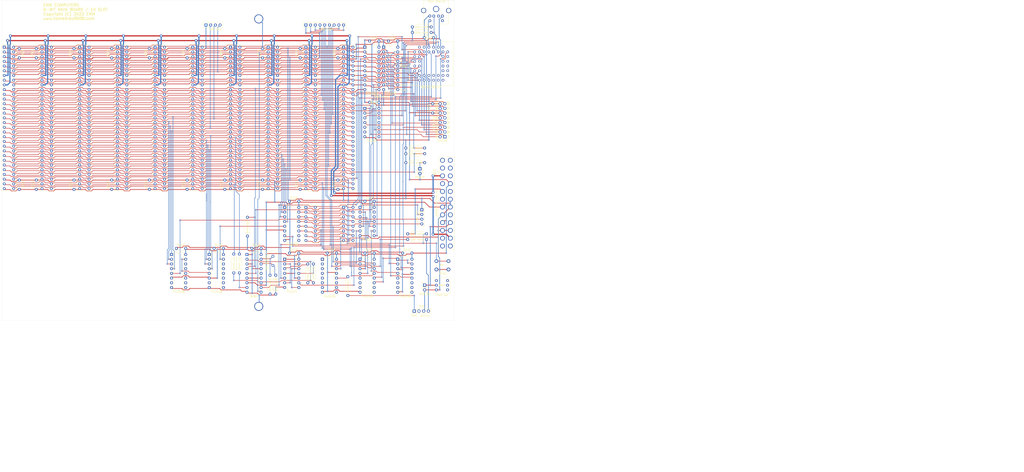
<source format=kicad_pcb>
(kicad_pcb (version 20171130) (host pcbnew "(5.1.8)-1")
  (layers (0 F.Cu signal) (31 B.Cu signal) (34 B.Paste user) (35 F.Paste user) (36 B.SilkS user) (37 F.SilkS user) (38 B.Mask user) (39 F.Mask user) (44 Edge.Cuts user))
  (net 0 "")
  (net 1 /5+)
  (net 2 /GND)
  (net 3 /RESET)
  (net 4 /IRQ2)
  (net 5 /5-)
  (net 6 /DRQ2)
  (net 7 /12-)
  (net 8 /12+)
  (net 9 /DACK3)
  (net 10 /DRQ3)
  (net 11 /DACK1)
  (net 12 /DRQ1)
  (net 13 /IRQ7)
  (net 14 /IRQ6)
  (net 15 /IRQ5)
  (net 16 /IRQ4)
  (net 17 /IRQ3)
  (net 18 /DACK2)
  (net 19 /TC)
  (net 20 /ALE)
  (net 21 /OSC)
  (net 22 /CH_CK)
  (net 23 /D7)
  (net 24 /D6)
  (net 25 /D5)
  (net 26 /D4)
  (net 27 /D3)
  (net 28 /D2)
  (net 29 /D1)
  (net 30 /D0)
  (net 31 /RDY1)
  (net 32 /AEN)
  (net 33 /A19)
  (net 34 /A18)
  (net 35 /A17)
  (net 36 /A16)
  (net 37 /A15)
  (net 38 /A14)
  (net 39 /A13)
  (net 40 /A12)
  (net 41 /A11)
  (net 42 /A10)
  (net 43 /A9)
  (net 44 /A8)
  (net 45 /A7)
  (net 46 /A6)
  (net 47 /A5)
  (net 48 /A4)
  (net 49 /A3)
  (net 50 /A2)
  (net 51 /A1)
  (net 52 /A0)
  (net 53 /CLK)
  (net 54 /LED_GND)
  (net 55 /RESOUT)
  (net 56 /MWR)
  (net 57 /MRD)
  (net 58 /IOWR)
  (net 59 /IORD)
  (net 60 /REFRQ)
  (net 61 /IO_0060)
  (net 62 /IO_00EX)
  (net 63 /POWER_GOOD)
  (net 64 /NMI_EN)
  (net 65 /HOLDA)
  (net 66 /NMI)
  (net 67 /READY)
  (net 68 /HF_PCLK)
  (net 69 /IRQ1)
  (net 70 /SPK_OUT)
  (net 71 /SPK_GO)
  (net 72 /SPK_EN)
  (net 73 /IO_0XXX)
  (net 74 "Net-(U9-Pad14)")
  (net 75 /PCLK)
  (net 76 /X2_8284)
  (net 77 /X1_8284)
  (net 78 "Net-(U12-Pad9)")
  (net 79 "Net-(U12-Pad10)")
  (net 80 "Net-(U12-Pad7)")
  (net 81 /IO_00XX)
  (net 82 "Net-(U13-Pad9)")
  (net 83 "Net-(U13-Pad10)")
  (net 84 /IO_006X)
  (net 85 /FB2)
  (net 86 /PORT_0X61_CS)
  (net 87 /NMI_EN_139)
  (net 88 /PORT_0X61_EN)
  (net 89 /NMI_INPUT)
  (net 90 /IO_0061)
  (net 91 /NC)
  (net 92 /T1)
  (net 93 "Net-(J2-Pad2)")
  (net 94 /T0)
  (net 95 "Net-(J2-Pad6)")
  (net 96 /KBD_CLK)
  (net 97 /KBD_DATA)
  (net 98 /KBD_CLK_INVERTED)
  (net 99 /POWER_ON)
  (net 100 "Net-(ATXPOWER1-Pad13)")
  (net 101 "Net-(ATXPOWER1-Pad24)")
  (net 102 "Net-(ATXPOWER1-Pad23)")
  (net 103 "Net-(ATXPOWER1-Pad22)")
  (net 104 "Net-(ATXPOWER1-Pad17)")
  (net 105 "Net-(ATXPOWER1-Pad1)")
  (net 106 "Net-(ATXPOWER1-Pad2)")
  (net 107 "Net-(ATXPOWER1-Pad7)")
  (net 108 "Net-(ATXPOWER1-Pad9)")
  (net 109 "Net-(ATXPOWER1-Pad11)")
  (net 110 "Net-(ATXPOWER1-Pad12)")
  (net 111 "Net-(8x8mm1-Pad6)")
  (net 112 "Net-(8x8mm1-Pad5)")
  (net 113 "Net-(8x8mm1-Pad4)")
  (net 114 "Net-(8x8mm1-Pad1)")
  (net 115 /IO_000X)
  (net 116 /IO_002X)
  (net 117 /IO_004X)
  (net 118 /IO_008X)
  (net 119 /FB1)
  (net 120 /HF_OSC)
  (net 121 "Net-(J3-Pad2)")
  (net 122 /SPK_PIN_O)
  (net 123 /HOLD)
  (net 124 /SPK_PIN)
  (net 125 /SPK_EN_)
  (net 126 /OSC88)
  (net 127 /CLK88)
  (net 128 /OSC88HF)
  (net 129 /PCLK88)
  (net 130 "Net-(ATXPOWER1-Pad20)")
  (net 131 /DRQ0)
  (net 132 /NC_1)
  (net 133 /PORT_61_RD)
  (net 134 /PORT_61_7)
  (net 135 /PORT_61_6)
  (net 136 /PORT_61_4)
  (net 137 /PORT_61_3)
  (net 138 /PORT_61_2)
  (net 139 "Net-(CH376-Pad10)")
  (net 140 "Net-(U6-Pad12)")
  (net 141 "Net-(U6-Pad13)")
  (net 142 "Net-(U7-Pad7)")
  (net 143 "Net-(U7-Pad14)")
  (net 144 "Net-(U7-Pad13)")
  (net 145 "Net-(U7-Pad12)")
  (net 146 "Net-(U7-Pad11)")
  (net 147 "Net-(U7-Pad10)")
  (net 148 "Net-(U7-Pad9)")
  (net 149 "Net-(U8-Pad9)")
  (net 150 "Net-(U8-Pad10)")
  (net 151 "Net-(U8-Pad11)")
  (net 152 "Net-(U8-Pad12)")
  (net 153 "Net-(U8-Pad13)")
  (net 154 "Net-(U8-Pad14)")
  (net 155 "Net-(U8-Pad7)")
  (net 156 "Net-(U12-Pad6)")
  (net 157 "Net-(U12-Pad5)")
  (net 158 "Net-(U13-Pad5)")
  (net 159 "Net-(U13-Pad6)")
  (net 160 "Net-(U13-Pad7)")
  (net 161 "Net-(U3-Pad1)")
  (net 162 "Net-(U3-Pad4)")
  (net 163 "Net-(U3-Pad6)")
  (net 164 "Net-(U3-Pad12)")
  (net 165 "Net-(U3-Pad13)")
  (net 166 "Net-(U3-Pad23)")
  (net 167 "Net-(U3-Pad25)")
  (net 168 "Net-(U3-Pad27)")
  (net 169 "Net-(U3-Pad29)")
  (net 170 "Net-(U3-Pad24)")
  (net 171 "Net-(U3-Pad26)")
  (net 172 "Net-(U3-Pad28)")
  (net 173 "Net-(U3-Pad30)")
  (net 174 "Net-(U3-Pad32)")
  (net 175 "Net-(U3-Pad34)")
  (net 176 "Net-(U3-Pad36)")
  (net 177 "Net-(U3-Pad40)")
  (net 178 "Net-(U3-Pad31)")
  (net 179 "Net-(U3-Pad33)")
  (net 180 "Net-(U3-Pad35)")
  (net 181 "Net-(U3-Pad37)")
  (net 182 "Net-(U5-Pad9)")
  (net 183 "Net-(U5-Pad10)")
  (net 184 "Net-(U11-Pad7)")
  (net 185 "Net-(U11-Pad6)")
  (net 186 "Net-(U11-Pad5)")
  (net 187 "Net-(U11-Pad4)")
  (net 188 "Net-(U11-Pad11)")
  (net 189 "Net-(U11-Pad3)")
  (net 190 "Net-(U11-Pad10)")
  (net 191 "Net-(U11-Pad2)")
  (net 192 "Net-(U11-Pad9)")
  (net 193 "Net-(U11-Pad1)")
  (net 194 "Net-(U13-Pad11)")
  (module Motherboard:Large_Via (layer F.Cu) (at -97.282 37.846)
    (fp_text reference R hide)
    (fp_text value L hide)
    (pad 1 thru_hole circle (at 0 0) (size 1.524 1.524) (drill 0.762) (layers *.Cu *.Mask) (net 8 /12+))
  )
  (module Motherboard:Large_Via (layer F.Cu) (at -98.806 40.386)
    (fp_text reference R hide)
    (fp_text value L)
    (pad 1 thru_hole circle (at 0 0) (size 1.524 1.524) (drill 0.762) (layers *.Cu *.Mask) (net 7 /12-))
  )
  (module Motherboard:Large_Via (layer F.Cu) (at -76.962 37.846)
    (fp_text reference R hide)
    (fp_text value L hide)
    (pad 1 thru_hole circle (at 0 0) (size 1.524 1.524) (drill 0.762) (layers *.Cu *.Mask) (net 8 /12+))
  )
  (module Motherboard:Large_Via (layer F.Cu) (at -78.486 40.386)
    (fp_text reference R hide)
    (fp_text value L)
    (pad 1 thru_hole circle (at 0 0) (size 1.524 1.524) (drill 0.762) (layers *.Cu *.Mask) (net 7 /12-))
  )
  (module Motherboard:Large_Via (layer F.Cu) (at -56.642 37.846)
    (fp_text reference R hide)
    (fp_text value L hide)
    (pad 1 thru_hole circle (at 0 0) (size 1.524 1.524) (drill 0.762) (layers *.Cu *.Mask) (net 8 /12+))
  )
  (module Motherboard:Large_Via (layer F.Cu) (at -58.166 40.386)
    (fp_text reference R hide)
    (fp_text value L)
    (pad 1 thru_hole circle (at 0 0) (size 1.524 1.524) (drill 0.762) (layers *.Cu *.Mask) (net 7 /12-))
  )
  (module Motherboard:8-bit-ISA (layer F.Cu) (at 21.336 43.942)
    (fp_text reference J15 hide)
    (fp_text value Bus_ISA_8bit)
    (pad 62 thru_hole circle (at 5.08 76.2) (size 1.524 1.524) (drill 0.762) (layers *.Cu *.Mask) (net 52 /A0))
    (pad 61 thru_hole circle (at 5.08 73.66) (size 1.524 1.524) (drill 0.762) (layers *.Cu *.Mask) (net 51 /A1))
    (pad 60 thru_hole circle (at 5.08 71.12) (size 1.524 1.524) (drill 0.762) (layers *.Cu *.Mask) (net 50 /A2))
    (pad 59 thru_hole circle (at 5.08 68.58) (size 1.524 1.524) (drill 0.762) (layers *.Cu *.Mask) (net 49 /A3))
    (pad 58 thru_hole circle (at 5.08 66.04) (size 1.524 1.524) (drill 0.762) (layers *.Cu *.Mask) (net 48 /A4))
    (pad 57 thru_hole circle (at 5.08 63.5) (size 1.524 1.524) (drill 0.762) (layers *.Cu *.Mask) (net 47 /A5))
    (pad 56 thru_hole circle (at 5.08 60.96) (size 1.524 1.524) (drill 0.762) (layers *.Cu *.Mask) (net 46 /A6))
    (pad 55 thru_hole circle (at 5.08 58.42) (size 1.524 1.524) (drill 0.762) (layers *.Cu *.Mask) (net 45 /A7))
    (pad 54 thru_hole circle (at 5.08 55.88) (size 1.524 1.524) (drill 0.762) (layers *.Cu *.Mask) (net 44 /A8))
    (pad 53 thru_hole circle (at 5.08 53.34) (size 1.524 1.524) (drill 0.762) (layers *.Cu *.Mask) (net 43 /A9))
    (pad 52 thru_hole circle (at 5.08 50.8) (size 1.524 1.524) (drill 0.762) (layers *.Cu *.Mask) (net 42 /A10))
    (pad 51 thru_hole circle (at 5.08 48.26) (size 1.524 1.524) (drill 0.762) (layers *.Cu *.Mask) (net 41 /A11))
    (pad 50 thru_hole circle (at 5.08 45.72) (size 1.524 1.524) (drill 0.762) (layers *.Cu *.Mask) (net 40 /A12))
    (pad 49 thru_hole circle (at 5.08 43.18) (size 1.524 1.524) (drill 0.762) (layers *.Cu *.Mask) (net 39 /A13))
    (pad 48 thru_hole circle (at 5.08 40.64) (size 1.524 1.524) (drill 0.762) (layers *.Cu *.Mask) (net 38 /A14))
    (pad 47 thru_hole circle (at 5.08 38.1) (size 1.524 1.524) (drill 0.762) (layers *.Cu *.Mask) (net 37 /A15))
    (pad 46 thru_hole circle (at 5.08 35.56) (size 1.524 1.524) (drill 0.762) (layers *.Cu *.Mask) (net 36 /A16))
    (pad 45 thru_hole circle (at 5.08 33.02) (size 1.524 1.524) (drill 0.762) (layers *.Cu *.Mask) (net 35 /A17))
    (pad 44 thru_hole circle (at 5.08 30.48) (size 1.524 1.524) (drill 0.762) (layers *.Cu *.Mask) (net 34 /A18))
    (pad 43 thru_hole circle (at 5.08 27.94) (size 1.524 1.524) (drill 0.762) (layers *.Cu *.Mask) (net 33 /A19))
    (pad 42 thru_hole circle (at 5.08 25.4) (size 1.524 1.524) (drill 0.762) (layers *.Cu *.Mask) (net 32 /AEN))
    (pad 41 thru_hole circle (at 5.08 22.86) (size 1.524 1.524) (drill 0.762) (layers *.Cu *.Mask) (net 31 /RDY1))
    (pad 40 thru_hole circle (at 5.08 20.32) (size 1.524 1.524) (drill 0.762) (layers *.Cu *.Mask) (net 30 /D0))
    (pad 39 thru_hole circle (at 5.08 17.78) (size 1.524 1.524) (drill 0.762) (layers *.Cu *.Mask) (net 29 /D1))
    (pad 38 thru_hole circle (at 5.08 15.24) (size 1.524 1.524) (drill 0.762) (layers *.Cu *.Mask) (net 28 /D2))
    (pad 37 thru_hole circle (at 5.08 12.7) (size 1.524 1.524) (drill 0.762) (layers *.Cu *.Mask) (net 27 /D3))
    (pad 36 thru_hole circle (at 5.08 10.16) (size 1.524 1.524) (drill 0.762) (layers *.Cu *.Mask) (net 26 /D4))
    (pad 35 thru_hole circle (at 5.08 7.62) (size 1.524 1.524) (drill 0.762) (layers *.Cu *.Mask) (net 25 /D5))
    (pad 34 thru_hole circle (at 5.08 5.08) (size 1.524 1.524) (drill 0.762) (layers *.Cu *.Mask) (net 24 /D6))
    (pad 33 thru_hole circle (at 5.08 2.54) (size 1.524 1.524) (drill 0.762) (layers *.Cu *.Mask) (net 23 /D7))
    (pad 32 thru_hole circle (at 5.08 0) (size 1.524 1.524) (drill 0.762) (layers *.Cu *.Mask) (net 22 /CH_CK))
    (pad 31 thru_hole circle (at 0 76.2) (size 1.524 1.524) (drill 0.762) (layers *.Cu *.Mask) (net 2 /GND))
    (pad 30 thru_hole circle (at 0 73.66) (size 1.524 1.524) (drill 0.762) (layers *.Cu *.Mask) (net 126 /OSC88))
    (pad 29 thru_hole circle (at 0 71.12) (size 1.524 1.524) (drill 0.762) (layers *.Cu *.Mask) (net 1 /5+))
    (pad 28 thru_hole circle (at 0 68.58) (size 1.524 1.524) (drill 0.762) (layers *.Cu *.Mask) (net 20 /ALE))
    (pad 27 thru_hole circle (at 0 66.04) (size 1.524 1.524) (drill 0.762) (layers *.Cu *.Mask) (net 19 /TC))
    (pad 26 thru_hole circle (at 0 63.5) (size 1.524 1.524) (drill 0.762) (layers *.Cu *.Mask) (net 18 /DACK2))
    (pad 25 thru_hole circle (at 0 60.96) (size 1.524 1.524) (drill 0.762) (layers *.Cu *.Mask) (net 17 /IRQ3))
    (pad 24 thru_hole circle (at 0 58.42) (size 1.524 1.524) (drill 0.762) (layers *.Cu *.Mask) (net 16 /IRQ4))
    (pad 23 thru_hole circle (at 0 55.88) (size 1.524 1.524) (drill 0.762) (layers *.Cu *.Mask) (net 15 /IRQ5))
    (pad 22 thru_hole circle (at 0 53.34) (size 1.524 1.524) (drill 0.762) (layers *.Cu *.Mask) (net 14 /IRQ6))
    (pad 21 thru_hole circle (at 0 50.8) (size 1.524 1.524) (drill 0.762) (layers *.Cu *.Mask) (net 13 /IRQ7))
    (pad 20 thru_hole circle (at 0 48.26) (size 1.524 1.524) (drill 0.762) (layers *.Cu *.Mask) (net 127 /CLK88))
    (pad 19 thru_hole circle (at 0 45.72) (size 1.524 1.524) (drill 0.762) (layers *.Cu *.Mask) (net 60 /REFRQ))
    (pad 18 thru_hole circle (at 0 43.18) (size 1.524 1.524) (drill 0.762) (layers *.Cu *.Mask) (net 12 /DRQ1))
    (pad 17 thru_hole circle (at 0 40.64) (size 1.524 1.524) (drill 0.762) (layers *.Cu *.Mask) (net 11 /DACK1))
    (pad 16 thru_hole circle (at 0 38.1) (size 1.524 1.524) (drill 0.762) (layers *.Cu *.Mask) (net 10 /DRQ3))
    (pad 15 thru_hole circle (at 0 35.56) (size 1.524 1.524) (drill 0.762) (layers *.Cu *.Mask) (net 9 /DACK3))
    (pad 14 thru_hole circle (at 0 33.02) (size 1.524 1.524) (drill 0.762) (layers *.Cu *.Mask) (net 59 /IORD))
    (pad 13 thru_hole circle (at 0 30.48) (size 1.524 1.524) (drill 0.762) (layers *.Cu *.Mask) (net 58 /IOWR))
    (pad 12 thru_hole circle (at 0 27.94) (size 1.524 1.524) (drill 0.762) (layers *.Cu *.Mask) (net 57 /MRD))
    (pad 11 thru_hole circle (at 0 25.4) (size 1.524 1.524) (drill 0.762) (layers *.Cu *.Mask) (net 56 /MWR))
    (pad 10 thru_hole circle (at 0 22.86) (size 1.524 1.524) (drill 0.762) (layers *.Cu *.Mask) (net 2 /GND))
    (pad 9 thru_hole circle (at 0 20.32) (size 1.524 1.524) (drill 0.762) (layers *.Cu *.Mask) (net 8 /12+))
    (pad 8 thru_hole circle (at 0 17.78) (size 1.524 1.524) (drill 0.762) (layers *.Cu *.Mask) (net 91 /NC))
    (pad 7 thru_hole circle (at 0 15.24) (size 1.524 1.524) (drill 0.762) (layers *.Cu *.Mask) (net 7 /12-))
    (pad 6 thru_hole circle (at 0 12.7) (size 1.524 1.524) (drill 0.762) (layers *.Cu *.Mask) (net 6 /DRQ2))
    (pad 5 thru_hole circle (at 0 10.16) (size 1.524 1.524) (drill 0.762) (layers *.Cu *.Mask) (net 5 /5-))
    (pad 4 thru_hole circle (at 0 7.62) (size 1.524 1.524) (drill 0.762) (layers *.Cu *.Mask) (net 4 /IRQ2))
    (pad 3 thru_hole circle (at 0 5.08) (size 1.524 1.524) (drill 0.762) (layers *.Cu *.Mask) (net 1 /5+))
    (pad 2 thru_hole circle (at 0 2.54) (size 1.524 1.524) (drill 0.762) (layers *.Cu *.Mask) (net 55 /RESOUT))
    (pad 1 thru_hole rect (at 0 0) (size 1.524 1.524) (drill 0.762) (layers *.Cu *.Mask) (net 2 /GND))
  )
  (module Motherboard:8-bit-ISA (layer F.Cu) (at 1.016 43.942)
    (fp_text reference J5 hide)
    (fp_text value Bus_ISA_8bit)
    (pad 62 thru_hole circle (at 5.08 76.2) (size 1.524 1.524) (drill 0.762) (layers *.Cu *.Mask) (net 52 /A0))
    (pad 61 thru_hole circle (at 5.08 73.66) (size 1.524 1.524) (drill 0.762) (layers *.Cu *.Mask) (net 51 /A1))
    (pad 60 thru_hole circle (at 5.08 71.12) (size 1.524 1.524) (drill 0.762) (layers *.Cu *.Mask) (net 50 /A2))
    (pad 59 thru_hole circle (at 5.08 68.58) (size 1.524 1.524) (drill 0.762) (layers *.Cu *.Mask) (net 49 /A3))
    (pad 58 thru_hole circle (at 5.08 66.04) (size 1.524 1.524) (drill 0.762) (layers *.Cu *.Mask) (net 48 /A4))
    (pad 57 thru_hole circle (at 5.08 63.5) (size 1.524 1.524) (drill 0.762) (layers *.Cu *.Mask) (net 47 /A5))
    (pad 56 thru_hole circle (at 5.08 60.96) (size 1.524 1.524) (drill 0.762) (layers *.Cu *.Mask) (net 46 /A6))
    (pad 55 thru_hole circle (at 5.08 58.42) (size 1.524 1.524) (drill 0.762) (layers *.Cu *.Mask) (net 45 /A7))
    (pad 54 thru_hole circle (at 5.08 55.88) (size 1.524 1.524) (drill 0.762) (layers *.Cu *.Mask) (net 44 /A8))
    (pad 53 thru_hole circle (at 5.08 53.34) (size 1.524 1.524) (drill 0.762) (layers *.Cu *.Mask) (net 43 /A9))
    (pad 52 thru_hole circle (at 5.08 50.8) (size 1.524 1.524) (drill 0.762) (layers *.Cu *.Mask) (net 42 /A10))
    (pad 51 thru_hole circle (at 5.08 48.26) (size 1.524 1.524) (drill 0.762) (layers *.Cu *.Mask) (net 41 /A11))
    (pad 50 thru_hole circle (at 5.08 45.72) (size 1.524 1.524) (drill 0.762) (layers *.Cu *.Mask) (net 40 /A12))
    (pad 49 thru_hole circle (at 5.08 43.18) (size 1.524 1.524) (drill 0.762) (layers *.Cu *.Mask) (net 39 /A13))
    (pad 48 thru_hole circle (at 5.08 40.64) (size 1.524 1.524) (drill 0.762) (layers *.Cu *.Mask) (net 38 /A14))
    (pad 47 thru_hole circle (at 5.08 38.1) (size 1.524 1.524) (drill 0.762) (layers *.Cu *.Mask) (net 37 /A15))
    (pad 46 thru_hole circle (at 5.08 35.56) (size 1.524 1.524) (drill 0.762) (layers *.Cu *.Mask) (net 36 /A16))
    (pad 45 thru_hole circle (at 5.08 33.02) (size 1.524 1.524) (drill 0.762) (layers *.Cu *.Mask) (net 35 /A17))
    (pad 44 thru_hole circle (at 5.08 30.48) (size 1.524 1.524) (drill 0.762) (layers *.Cu *.Mask) (net 34 /A18))
    (pad 43 thru_hole circle (at 5.08 27.94) (size 1.524 1.524) (drill 0.762) (layers *.Cu *.Mask) (net 33 /A19))
    (pad 42 thru_hole circle (at 5.08 25.4) (size 1.524 1.524) (drill 0.762) (layers *.Cu *.Mask) (net 32 /AEN))
    (pad 41 thru_hole circle (at 5.08 22.86) (size 1.524 1.524) (drill 0.762) (layers *.Cu *.Mask) (net 31 /RDY1))
    (pad 40 thru_hole circle (at 5.08 20.32) (size 1.524 1.524) (drill 0.762) (layers *.Cu *.Mask) (net 30 /D0))
    (pad 39 thru_hole circle (at 5.08 17.78) (size 1.524 1.524) (drill 0.762) (layers *.Cu *.Mask) (net 29 /D1))
    (pad 38 thru_hole circle (at 5.08 15.24) (size 1.524 1.524) (drill 0.762) (layers *.Cu *.Mask) (net 28 /D2))
    (pad 37 thru_hole circle (at 5.08 12.7) (size 1.524 1.524) (drill 0.762) (layers *.Cu *.Mask) (net 27 /D3))
    (pad 36 thru_hole circle (at 5.08 10.16) (size 1.524 1.524) (drill 0.762) (layers *.Cu *.Mask) (net 26 /D4))
    (pad 35 thru_hole circle (at 5.08 7.62) (size 1.524 1.524) (drill 0.762) (layers *.Cu *.Mask) (net 25 /D5))
    (pad 34 thru_hole circle (at 5.08 5.08) (size 1.524 1.524) (drill 0.762) (layers *.Cu *.Mask) (net 24 /D6))
    (pad 33 thru_hole circle (at 5.08 2.54) (size 1.524 1.524) (drill 0.762) (layers *.Cu *.Mask) (net 23 /D7))
    (pad 32 thru_hole circle (at 5.08 0) (size 1.524 1.524) (drill 0.762) (layers *.Cu *.Mask) (net 22 /CH_CK))
    (pad 31 thru_hole circle (at 0 76.2) (size 1.524 1.524) (drill 0.762) (layers *.Cu *.Mask) (net 2 /GND))
    (pad 30 thru_hole circle (at 0 73.66) (size 1.524 1.524) (drill 0.762) (layers *.Cu *.Mask) (net 126 /OSC88))
    (pad 29 thru_hole circle (at 0 71.12) (size 1.524 1.524) (drill 0.762) (layers *.Cu *.Mask) (net 1 /5+))
    (pad 28 thru_hole circle (at 0 68.58) (size 1.524 1.524) (drill 0.762) (layers *.Cu *.Mask) (net 20 /ALE))
    (pad 27 thru_hole circle (at 0 66.04) (size 1.524 1.524) (drill 0.762) (layers *.Cu *.Mask) (net 19 /TC))
    (pad 26 thru_hole circle (at 0 63.5) (size 1.524 1.524) (drill 0.762) (layers *.Cu *.Mask) (net 18 /DACK2))
    (pad 25 thru_hole circle (at 0 60.96) (size 1.524 1.524) (drill 0.762) (layers *.Cu *.Mask) (net 17 /IRQ3))
    (pad 24 thru_hole circle (at 0 58.42) (size 1.524 1.524) (drill 0.762) (layers *.Cu *.Mask) (net 16 /IRQ4))
    (pad 23 thru_hole circle (at 0 55.88) (size 1.524 1.524) (drill 0.762) (layers *.Cu *.Mask) (net 15 /IRQ5))
    (pad 22 thru_hole circle (at 0 53.34) (size 1.524 1.524) (drill 0.762) (layers *.Cu *.Mask) (net 14 /IRQ6))
    (pad 21 thru_hole circle (at 0 50.8) (size 1.524 1.524) (drill 0.762) (layers *.Cu *.Mask) (net 13 /IRQ7))
    (pad 20 thru_hole circle (at 0 48.26) (size 1.524 1.524) (drill 0.762) (layers *.Cu *.Mask) (net 127 /CLK88))
    (pad 19 thru_hole circle (at 0 45.72) (size 1.524 1.524) (drill 0.762) (layers *.Cu *.Mask) (net 60 /REFRQ))
    (pad 18 thru_hole circle (at 0 43.18) (size 1.524 1.524) (drill 0.762) (layers *.Cu *.Mask) (net 12 /DRQ1))
    (pad 17 thru_hole circle (at 0 40.64) (size 1.524 1.524) (drill 0.762) (layers *.Cu *.Mask) (net 11 /DACK1))
    (pad 16 thru_hole circle (at 0 38.1) (size 1.524 1.524) (drill 0.762) (layers *.Cu *.Mask) (net 10 /DRQ3))
    (pad 15 thru_hole circle (at 0 35.56) (size 1.524 1.524) (drill 0.762) (layers *.Cu *.Mask) (net 9 /DACK3))
    (pad 14 thru_hole circle (at 0 33.02) (size 1.524 1.524) (drill 0.762) (layers *.Cu *.Mask) (net 59 /IORD))
    (pad 13 thru_hole circle (at 0 30.48) (size 1.524 1.524) (drill 0.762) (layers *.Cu *.Mask) (net 58 /IOWR))
    (pad 12 thru_hole circle (at 0 27.94) (size 1.524 1.524) (drill 0.762) (layers *.Cu *.Mask) (net 57 /MRD))
    (pad 11 thru_hole circle (at 0 25.4) (size 1.524 1.524) (drill 0.762) (layers *.Cu *.Mask) (net 56 /MWR))
    (pad 10 thru_hole circle (at 0 22.86) (size 1.524 1.524) (drill 0.762) (layers *.Cu *.Mask) (net 2 /GND))
    (pad 9 thru_hole circle (at 0 20.32) (size 1.524 1.524) (drill 0.762) (layers *.Cu *.Mask) (net 8 /12+))
    (pad 8 thru_hole circle (at 0 17.78) (size 1.524 1.524) (drill 0.762) (layers *.Cu *.Mask) (net 91 /NC))
    (pad 7 thru_hole circle (at 0 15.24) (size 1.524 1.524) (drill 0.762) (layers *.Cu *.Mask) (net 7 /12-))
    (pad 6 thru_hole circle (at 0 12.7) (size 1.524 1.524) (drill 0.762) (layers *.Cu *.Mask) (net 6 /DRQ2))
    (pad 5 thru_hole circle (at 0 10.16) (size 1.524 1.524) (drill 0.762) (layers *.Cu *.Mask) (net 5 /5-))
    (pad 4 thru_hole circle (at 0 7.62) (size 1.524 1.524) (drill 0.762) (layers *.Cu *.Mask) (net 4 /IRQ2))
    (pad 3 thru_hole circle (at 0 5.08) (size 1.524 1.524) (drill 0.762) (layers *.Cu *.Mask) (net 1 /5+))
    (pad 2 thru_hole circle (at 0 2.54) (size 1.524 1.524) (drill 0.762) (layers *.Cu *.Mask) (net 55 /RESOUT))
    (pad 1 thru_hole rect (at 0 0) (size 1.524 1.524) (drill 0.762) (layers *.Cu *.Mask) (net 2 /GND))
  )
  (module Motherboard:8-bit-ISA (layer F.Cu) (at -19.304 43.942)
    (fp_text reference J4 hide)
    (fp_text value Bus_ISA_8bit)
    (pad 62 thru_hole circle (at 5.08 76.2) (size 1.524 1.524) (drill 0.762) (layers *.Cu *.Mask) (net 52 /A0))
    (pad 61 thru_hole circle (at 5.08 73.66) (size 1.524 1.524) (drill 0.762) (layers *.Cu *.Mask) (net 51 /A1))
    (pad 60 thru_hole circle (at 5.08 71.12) (size 1.524 1.524) (drill 0.762) (layers *.Cu *.Mask) (net 50 /A2))
    (pad 59 thru_hole circle (at 5.08 68.58) (size 1.524 1.524) (drill 0.762) (layers *.Cu *.Mask) (net 49 /A3))
    (pad 58 thru_hole circle (at 5.08 66.04) (size 1.524 1.524) (drill 0.762) (layers *.Cu *.Mask) (net 48 /A4))
    (pad 57 thru_hole circle (at 5.08 63.5) (size 1.524 1.524) (drill 0.762) (layers *.Cu *.Mask) (net 47 /A5))
    (pad 56 thru_hole circle (at 5.08 60.96) (size 1.524 1.524) (drill 0.762) (layers *.Cu *.Mask) (net 46 /A6))
    (pad 55 thru_hole circle (at 5.08 58.42) (size 1.524 1.524) (drill 0.762) (layers *.Cu *.Mask) (net 45 /A7))
    (pad 54 thru_hole circle (at 5.08 55.88) (size 1.524 1.524) (drill 0.762) (layers *.Cu *.Mask) (net 44 /A8))
    (pad 53 thru_hole circle (at 5.08 53.34) (size 1.524 1.524) (drill 0.762) (layers *.Cu *.Mask) (net 43 /A9))
    (pad 52 thru_hole circle (at 5.08 50.8) (size 1.524 1.524) (drill 0.762) (layers *.Cu *.Mask) (net 42 /A10))
    (pad 51 thru_hole circle (at 5.08 48.26) (size 1.524 1.524) (drill 0.762) (layers *.Cu *.Mask) (net 41 /A11))
    (pad 50 thru_hole circle (at 5.08 45.72) (size 1.524 1.524) (drill 0.762) (layers *.Cu *.Mask) (net 40 /A12))
    (pad 49 thru_hole circle (at 5.08 43.18) (size 1.524 1.524) (drill 0.762) (layers *.Cu *.Mask) (net 39 /A13))
    (pad 48 thru_hole circle (at 5.08 40.64) (size 1.524 1.524) (drill 0.762) (layers *.Cu *.Mask) (net 38 /A14))
    (pad 47 thru_hole circle (at 5.08 38.1) (size 1.524 1.524) (drill 0.762) (layers *.Cu *.Mask) (net 37 /A15))
    (pad 46 thru_hole circle (at 5.08 35.56) (size 1.524 1.524) (drill 0.762) (layers *.Cu *.Mask) (net 36 /A16))
    (pad 45 thru_hole circle (at 5.08 33.02) (size 1.524 1.524) (drill 0.762) (layers *.Cu *.Mask) (net 35 /A17))
    (pad 44 thru_hole circle (at 5.08 30.48) (size 1.524 1.524) (drill 0.762) (layers *.Cu *.Mask) (net 34 /A18))
    (pad 43 thru_hole circle (at 5.08 27.94) (size 1.524 1.524) (drill 0.762) (layers *.Cu *.Mask) (net 33 /A19))
    (pad 42 thru_hole circle (at 5.08 25.4) (size 1.524 1.524) (drill 0.762) (layers *.Cu *.Mask) (net 32 /AEN))
    (pad 41 thru_hole circle (at 5.08 22.86) (size 1.524 1.524) (drill 0.762) (layers *.Cu *.Mask) (net 31 /RDY1))
    (pad 40 thru_hole circle (at 5.08 20.32) (size 1.524 1.524) (drill 0.762) (layers *.Cu *.Mask) (net 30 /D0))
    (pad 39 thru_hole circle (at 5.08 17.78) (size 1.524 1.524) (drill 0.762) (layers *.Cu *.Mask) (net 29 /D1))
    (pad 38 thru_hole circle (at 5.08 15.24) (size 1.524 1.524) (drill 0.762) (layers *.Cu *.Mask) (net 28 /D2))
    (pad 37 thru_hole circle (at 5.08 12.7) (size 1.524 1.524) (drill 0.762) (layers *.Cu *.Mask) (net 27 /D3))
    (pad 36 thru_hole circle (at 5.08 10.16) (size 1.524 1.524) (drill 0.762) (layers *.Cu *.Mask) (net 26 /D4))
    (pad 35 thru_hole circle (at 5.08 7.62) (size 1.524 1.524) (drill 0.762) (layers *.Cu *.Mask) (net 25 /D5))
    (pad 34 thru_hole circle (at 5.08 5.08) (size 1.524 1.524) (drill 0.762) (layers *.Cu *.Mask) (net 24 /D6))
    (pad 33 thru_hole circle (at 5.08 2.54) (size 1.524 1.524) (drill 0.762) (layers *.Cu *.Mask) (net 23 /D7))
    (pad 32 thru_hole circle (at 5.08 0) (size 1.524 1.524) (drill 0.762) (layers *.Cu *.Mask) (net 22 /CH_CK))
    (pad 31 thru_hole circle (at 0 76.2) (size 1.524 1.524) (drill 0.762) (layers *.Cu *.Mask) (net 2 /GND))
    (pad 30 thru_hole circle (at 0 73.66) (size 1.524 1.524) (drill 0.762) (layers *.Cu *.Mask) (net 126 /OSC88))
    (pad 29 thru_hole circle (at 0 71.12) (size 1.524 1.524) (drill 0.762) (layers *.Cu *.Mask) (net 1 /5+))
    (pad 28 thru_hole circle (at 0 68.58) (size 1.524 1.524) (drill 0.762) (layers *.Cu *.Mask) (net 20 /ALE))
    (pad 27 thru_hole circle (at 0 66.04) (size 1.524 1.524) (drill 0.762) (layers *.Cu *.Mask) (net 19 /TC))
    (pad 26 thru_hole circle (at 0 63.5) (size 1.524 1.524) (drill 0.762) (layers *.Cu *.Mask) (net 18 /DACK2))
    (pad 25 thru_hole circle (at 0 60.96) (size 1.524 1.524) (drill 0.762) (layers *.Cu *.Mask) (net 17 /IRQ3))
    (pad 24 thru_hole circle (at 0 58.42) (size 1.524 1.524) (drill 0.762) (layers *.Cu *.Mask) (net 16 /IRQ4))
    (pad 23 thru_hole circle (at 0 55.88) (size 1.524 1.524) (drill 0.762) (layers *.Cu *.Mask) (net 15 /IRQ5))
    (pad 22 thru_hole circle (at 0 53.34) (size 1.524 1.524) (drill 0.762) (layers *.Cu *.Mask) (net 14 /IRQ6))
    (pad 21 thru_hole circle (at 0 50.8) (size 1.524 1.524) (drill 0.762) (layers *.Cu *.Mask) (net 13 /IRQ7))
    (pad 20 thru_hole circle (at 0 48.26) (size 1.524 1.524) (drill 0.762) (layers *.Cu *.Mask) (net 127 /CLK88))
    (pad 19 thru_hole circle (at 0 45.72) (size 1.524 1.524) (drill 0.762) (layers *.Cu *.Mask) (net 60 /REFRQ))
    (pad 18 thru_hole circle (at 0 43.18) (size 1.524 1.524) (drill 0.762) (layers *.Cu *.Mask) (net 12 /DRQ1))
    (pad 17 thru_hole circle (at 0 40.64) (size 1.524 1.524) (drill 0.762) (layers *.Cu *.Mask) (net 11 /DACK1))
    (pad 16 thru_hole circle (at 0 38.1) (size 1.524 1.524) (drill 0.762) (layers *.Cu *.Mask) (net 10 /DRQ3))
    (pad 15 thru_hole circle (at 0 35.56) (size 1.524 1.524) (drill 0.762) (layers *.Cu *.Mask) (net 9 /DACK3))
    (pad 14 thru_hole circle (at 0 33.02) (size 1.524 1.524) (drill 0.762) (layers *.Cu *.Mask) (net 59 /IORD))
    (pad 13 thru_hole circle (at 0 30.48) (size 1.524 1.524) (drill 0.762) (layers *.Cu *.Mask) (net 58 /IOWR))
    (pad 12 thru_hole circle (at 0 27.94) (size 1.524 1.524) (drill 0.762) (layers *.Cu *.Mask) (net 57 /MRD))
    (pad 11 thru_hole circle (at 0 25.4) (size 1.524 1.524) (drill 0.762) (layers *.Cu *.Mask) (net 56 /MWR))
    (pad 10 thru_hole circle (at 0 22.86) (size 1.524 1.524) (drill 0.762) (layers *.Cu *.Mask) (net 2 /GND))
    (pad 9 thru_hole circle (at 0 20.32) (size 1.524 1.524) (drill 0.762) (layers *.Cu *.Mask) (net 8 /12+))
    (pad 8 thru_hole circle (at 0 17.78) (size 1.524 1.524) (drill 0.762) (layers *.Cu *.Mask) (net 91 /NC))
    (pad 7 thru_hole circle (at 0 15.24) (size 1.524 1.524) (drill 0.762) (layers *.Cu *.Mask) (net 7 /12-))
    (pad 6 thru_hole circle (at 0 12.7) (size 1.524 1.524) (drill 0.762) (layers *.Cu *.Mask) (net 6 /DRQ2))
    (pad 5 thru_hole circle (at 0 10.16) (size 1.524 1.524) (drill 0.762) (layers *.Cu *.Mask) (net 5 /5-))
    (pad 4 thru_hole circle (at 0 7.62) (size 1.524 1.524) (drill 0.762) (layers *.Cu *.Mask) (net 4 /IRQ2))
    (pad 3 thru_hole circle (at 0 5.08) (size 1.524 1.524) (drill 0.762) (layers *.Cu *.Mask) (net 1 /5+))
    (pad 2 thru_hole circle (at 0 2.54) (size 1.524 1.524) (drill 0.762) (layers *.Cu *.Mask) (net 55 /RESOUT))
    (pad 1 thru_hole rect (at 0 0) (size 1.524 1.524) (drill 0.762) (layers *.Cu *.Mask) (net 2 /GND))
  )
  (module Capacitor_THT:C_Disc_D4.3mm_W1.9mm_P5.00mm (layer F.Cu) (at -42.672 44.704 270)
    (fp_text reference C33 hide)
    (fp_text value 0.1uF (at 2.5 2.2 270 unlocked) (layer F.SilkS))
    (pad 2 thru_hole circle (at 5 0 270) (size 1.6 1.6) (drill 0.8) (layers *.Cu *.Mask) (net 1 /5+))
    (pad 1 thru_hole circle (at 0 0 270) (size 1.6 1.6) (drill 0.8) (layers *.Cu *.Mask) (net 2 /GND))
  )
  (module Capacitor_THT:C_Disc_D4.3mm_W1.9mm_P5.00mm (layer F.Cu) (at -22.352 120.57 90)
    (fp_text reference C32 hide)
    (fp_text value 0.1uF (at 2.5 -2.032 270 unlocked) (layer F.SilkS))
    (pad 2 thru_hole circle (at 5 0 90) (size 1.6 1.6) (drill 0.8) (layers *.Cu *.Mask) (net 1 /5+))
    (pad 1 thru_hole circle (at 0 0 90) (size 1.6 1.6) (drill 0.8) (layers *.Cu *.Mask) (net 2 /GND))
  )
  (module Capacitor_THT:C_Disc_D4.3mm_W1.9mm_P5.00mm (layer F.Cu) (at -42.672 120.57 90)
    (fp_text reference C31 hide)
    (fp_text value 0.1uF (at 2.46 -2.032 270 unlocked) (layer F.SilkS))
    (pad 2 thru_hole circle (at 5 0 90) (size 1.6 1.6) (drill 0.8) (layers *.Cu *.Mask) (net 1 /5+))
    (pad 1 thru_hole circle (at 0 0 90) (size 1.6 1.6) (drill 0.8) (layers *.Cu *.Mask) (net 2 /GND))
  )
  (module Capacitor_THT:C_Disc_D4.3mm_W1.9mm_P5.00mm (layer F.Cu) (at -22.352 44.7078 270)
    (fp_text reference C30 hide)
    (fp_text value 0.1uF (at 2.5 2.2 270 unlocked) (layer F.SilkS))
    (pad 2 thru_hole circle (at 5 0 270) (size 1.6 1.6) (drill 0.8) (layers *.Cu *.Mask) (net 1 /5+))
    (pad 1 thru_hole circle (at 0 0 270) (size 1.6 1.6) (drill 0.8) (layers *.Cu *.Mask) (net 2 /GND))
  )
  (module Capacitor_THT:C_Disc_D4.3mm_W1.9mm_P5.00mm (layer F.Cu) (at -62.992 120.57 90)
    (fp_text reference C21 hide)
    (fp_text value 0.1uF (at 2.46 -2.032 270 unlocked) (layer F.SilkS))
    (pad 2 thru_hole circle (at 5 0 90) (size 1.6 1.6) (drill 0.8) (layers *.Cu *.Mask) (net 1 /5+))
    (pad 1 thru_hole circle (at 0 0 90) (size 1.6 1.6) (drill 0.8) (layers *.Cu *.Mask) (net 2 /GND))
  )
  (module Capacitor_THT:C_Disc_D4.3mm_W1.9mm_P5.00mm (layer F.Cu) (at -62.992 44.704 270)
    (fp_text reference C20 hide)
    (fp_text value 0.1uF (at 2.5 2.2 270 unlocked) (layer F.SilkS))
    (pad 2 thru_hole circle (at 5 0 270) (size 1.6 1.6) (drill 0.8) (layers *.Cu *.Mask) (net 1 /5+))
    (pad 1 thru_hole circle (at 0 0 270) (size 1.6 1.6) (drill 0.8) (layers *.Cu *.Mask) (net 2 /GND))
  )
  (module Package_DIP:DIP-20_W7.62mm (layer F.Cu) (at 103.886 43.942)
    (fp_text reference U2 hide)
    (fp_text value 74LS245 (at 3.81 25.19) (layer F.SilkS))
    (pad 20 thru_hole oval (at 7.62 0) (size 1.6 1.6) (drill 0.8) (layers *.Cu *.Mask) (net 1 /5+))
    (pad 10 thru_hole oval (at 0 22.86) (size 1.6 1.6) (drill 0.8) (layers *.Cu *.Mask) (net 2 /GND))
    (pad 19 thru_hole oval (at 7.62 2.54) (size 1.6 1.6) (drill 0.8) (layers *.Cu *.Mask) (net 133 /PORT_61_RD))
    (pad 9 thru_hole oval (at 0 20.32) (size 1.6 1.6) (drill 0.8) (layers *.Cu *.Mask) (net 30 /D0))
    (pad 18 thru_hole oval (at 7.62 5.08) (size 1.6 1.6) (drill 0.8) (layers *.Cu *.Mask) (net 134 /PORT_61_7))
    (pad 8 thru_hole oval (at 0 17.78) (size 1.6 1.6) (drill 0.8) (layers *.Cu *.Mask) (net 29 /D1))
    (pad 17 thru_hole oval (at 7.62 7.62) (size 1.6 1.6) (drill 0.8) (layers *.Cu *.Mask) (net 135 /PORT_61_6))
    (pad 7 thru_hole oval (at 0 15.24) (size 1.6 1.6) (drill 0.8) (layers *.Cu *.Mask) (net 28 /D2))
    (pad 16 thru_hole oval (at 7.62 10.16) (size 1.6 1.6) (drill 0.8) (layers *.Cu *.Mask) (net 64 /NMI_EN))
    (pad 6 thru_hole oval (at 0 12.7) (size 1.6 1.6) (drill 0.8) (layers *.Cu *.Mask) (net 27 /D3))
    (pad 15 thru_hole oval (at 7.62 12.7) (size 1.6 1.6) (drill 0.8) (layers *.Cu *.Mask) (net 136 /PORT_61_4))
    (pad 5 thru_hole oval (at 0 10.16) (size 1.6 1.6) (drill 0.8) (layers *.Cu *.Mask) (net 26 /D4))
    (pad 14 thru_hole oval (at 7.62 15.24) (size 1.6 1.6) (drill 0.8) (layers *.Cu *.Mask) (net 137 /PORT_61_3))
    (pad 4 thru_hole oval (at 0 7.62) (size 1.6 1.6) (drill 0.8) (layers *.Cu *.Mask) (net 25 /D5))
    (pad 13 thru_hole oval (at 7.62 17.78) (size 1.6 1.6) (drill 0.8) (layers *.Cu *.Mask) (net 138 /PORT_61_2))
    (pad 3 thru_hole oval (at 0 5.08) (size 1.6 1.6) (drill 0.8) (layers *.Cu *.Mask) (net 24 /D6))
    (pad 12 thru_hole oval (at 7.62 20.32) (size 1.6 1.6) (drill 0.8) (layers *.Cu *.Mask) (net 72 /SPK_EN))
    (pad 2 thru_hole oval (at 0 2.54) (size 1.6 1.6) (drill 0.8) (layers *.Cu *.Mask) (net 23 /D7))
    (pad 11 thru_hole oval (at 7.62 22.86) (size 1.6 1.6) (drill 0.8) (layers *.Cu *.Mask) (net 71 /SPK_GO))
    (pad 1 thru_hole rect (at 0 0) (size 1.6 1.6) (drill 0.8) (layers *.Cu *.Mask) (net 2 /GND))
  )
  (module Package_DIP:DIP-16_W7.62mm (layer F.Cu) (at 111.506 158.242)
    (fp_text reference U13 hide)
    (fp_text value 74LS139 (at 3.81 20.11) (layer F.SilkS))
    (pad 16 thru_hole oval (at 7.62 0) (size 1.6 1.6) (drill 0.8) (layers *.Cu *.Mask) (net 1 /5+))
    (pad 8 thru_hole oval (at 0 17.78) (size 1.6 1.6) (drill 0.8) (layers *.Cu *.Mask) (net 2 /GND))
    (pad 15 thru_hole oval (at 7.62 2.54) (size 1.6 1.6) (drill 0.8) (layers *.Cu *.Mask) (net 90 /IO_0061))
    (pad 7 thru_hole oval (at 0 15.24) (size 1.6 1.6) (drill 0.8) (layers *.Cu *.Mask) (net 160 "Net-(U13-Pad7)"))
    (pad 14 thru_hole oval (at 7.62 5.08) (size 1.6 1.6) (drill 0.8) (layers *.Cu *.Mask) (net 59 /IORD))
    (pad 6 thru_hole oval (at 0 12.7) (size 1.6 1.6) (drill 0.8) (layers *.Cu *.Mask) (net 159 "Net-(U13-Pad6)"))
    (pad 13 thru_hole oval (at 7.62 7.62) (size 1.6 1.6) (drill 0.8) (layers *.Cu *.Mask) (net 2 /GND))
    (pad 5 thru_hole oval (at 0 10.16) (size 1.6 1.6) (drill 0.8) (layers *.Cu *.Mask) (net 158 "Net-(U13-Pad5)"))
    (pad 12 thru_hole oval (at 7.62 10.16) (size 1.6 1.6) (drill 0.8) (layers *.Cu *.Mask) (net 133 /PORT_61_RD))
    (pad 4 thru_hole oval (at 0 7.62) (size 1.6 1.6) (drill 0.8) (layers *.Cu *.Mask) (net 88 /PORT_0X61_EN))
    (pad 11 thru_hole oval (at 7.62 12.7) (size 1.6 1.6) (drill 0.8) (layers *.Cu *.Mask) (net 194 "Net-(U13-Pad11)"))
    (pad 3 thru_hole oval (at 0 5.08) (size 1.6 1.6) (drill 0.8) (layers *.Cu *.Mask) (net 2 /GND))
    (pad 10 thru_hole oval (at 7.62 15.24) (size 1.6 1.6) (drill 0.8) (layers *.Cu *.Mask) (net 83 "Net-(U13-Pad10)"))
    (pad 2 thru_hole oval (at 0 2.54) (size 1.6 1.6) (drill 0.8) (layers *.Cu *.Mask) (net 58 /IOWR))
    (pad 9 thru_hole oval (at 7.62 17.78) (size 1.6 1.6) (drill 0.8) (layers *.Cu *.Mask) (net 82 "Net-(U13-Pad9)"))
    (pad 1 thru_hole rect (at 0 0) (size 1.6 1.6) (drill 0.8) (layers *.Cu *.Mask) (net 90 /IO_0061))
  )
  (module Capacitor_THT:C_Disc_D4.3mm_W1.9mm_P5.00mm (layer F.Cu) (at 106.506 40.64)
    (fp_text reference C19 hide)
    (fp_text value 0.1uF (at 2.206 -2.032) (layer F.SilkS))
    (pad 2 thru_hole circle (at 5 0) (size 1.6 1.6) (drill 0.8) (layers *.Cu *.Mask) (net 1 /5+))
    (pad 1 thru_hole circle (at 0 0) (size 1.6 1.6) (drill 0.8) (layers *.Cu *.Mask) (net 2 /GND))
  )
  (module Capacitor_THT:C_Disc_D4.3mm_W1.9mm_P5.00mm (layer F.Cu) (at 114.126 154.94)
    (fp_text reference C18 hide)
    (fp_text value 0.1uF (at 2.46 -2.032) (layer F.SilkS))
    (pad 2 thru_hole circle (at 5 0) (size 1.6 1.6) (drill 0.8) (layers *.Cu *.Mask) (net 1 /5+))
    (pad 1 thru_hole circle (at 0 0) (size 1.6 1.6) (drill 0.8) (layers *.Cu *.Mask) (net 2 /GND))
  )
  (module Resistor_THT:R_Array_SIP4 (layer F.Cu) (at 124.46 131.572 270)
    (fp_text reference RN3 hide)
    (fp_text value "10k ohm" (at 3.556 2.54 270 unlocked) (layer F.SilkS))
    (pad 4 thru_hole oval (at 7.62 0 270) (size 1.6 1.6) (drill 0.8) (layers *.Cu *.Mask) (net 131 /DRQ0))
    (pad 3 thru_hole oval (at 5.08 0 270) (size 1.6 1.6) (drill 0.8) (layers *.Cu *.Mask) (net 123 /HOLD))
    (pad 2 thru_hole oval (at 2.54 0 270) (size 1.6 1.6) (drill 0.8) (layers *.Cu *.Mask) (net 64 /NMI_EN))
    (pad 1 thru_hole rect (at 0 0 270) (size 1.6 1.6) (drill 0.8) (layers *.Cu *.Mask) (net 2 /GND))
  )
  (module Motherboard:Large_Via (layer F.Cu) (at -36.322 37.846)
    (fp_text reference R hide)
    (fp_text value L hide)
    (pad 1 thru_hole circle (at 0 0) (size 1.524 1.524) (drill 0.762) (layers *.Cu *.Mask) (net 8 /12+))
  )
  (module Motherboard:Large_Via (layer F.Cu) (at -37.846 40.386)
    (fp_text reference R hide)
    (fp_text value L)
    (pad 1 thru_hole circle (at 0 0) (size 1.524 1.524) (drill 0.762) (layers *.Cu *.Mask) (net 7 /12-))
  )
  (module Motherboard:Large_Via (layer F.Cu) (at -16.002 37.846)
    (fp_text reference R hide)
    (fp_text value L hide)
    (pad 1 thru_hole circle (at 0 0) (size 1.524 1.524) (drill 0.762) (layers *.Cu *.Mask) (net 8 /12+))
  )
  (module Motherboard:Large_Via (layer F.Cu) (at -17.526 40.386)
    (fp_text reference R hide)
    (fp_text value L)
    (pad 1 thru_hole circle (at 0 0) (size 1.524 1.524) (drill 0.762) (layers *.Cu *.Mask) (net 7 /12-))
  )
  (module Motherboard:Large_Via (layer F.Cu) (at 4.318 37.846)
    (fp_text reference R hide)
    (fp_text value L hide)
    (pad 1 thru_hole circle (at 0 0) (size 1.524 1.524) (drill 0.762) (layers *.Cu *.Mask) (net 8 /12+))
  )
  (module Motherboard:Large_Via (layer F.Cu) (at 2.794 40.386)
    (fp_text reference R hide)
    (fp_text value L)
    (pad 1 thru_hole circle (at 0 0) (size 1.524 1.524) (drill 0.762) (layers *.Cu *.Mask) (net 7 /12-))
  )
  (module Capacitor_THT:C_Disc_D4.3mm_W1.9mm_P5.00mm (layer F.Cu) (at -2.032 44.704 270)
    (fp_text reference C17 hide)
    (fp_text value 0.1uF (at 2.5 2.2 270 unlocked) (layer F.SilkS))
    (pad 2 thru_hole circle (at 5 0 270) (size 1.6 1.6) (drill 0.8) (layers *.Cu *.Mask) (net 1 /5+))
    (pad 1 thru_hole circle (at 0 0 270) (size 1.6 1.6) (drill 0.8) (layers *.Cu *.Mask) (net 2 /GND))
  )
  (module Capacitor_THT:C_Disc_D4.3mm_W1.9mm_P5.00mm (layer F.Cu) (at -2.032 120.57 90)
    (fp_text reference C16 hide)
    (fp_text value 0.1uF (at 2.54 -2.032 270 unlocked) (layer F.SilkS))
    (pad 2 thru_hole circle (at 5 0 90) (size 1.6 1.6) (drill 0.8) (layers *.Cu *.Mask) (net 1 /5+))
    (pad 1 thru_hole circle (at 0 0 90) (size 1.6 1.6) (drill 0.8) (layers *.Cu *.Mask) (net 2 /GND))
  )
  (module Capacitor_THT:C_Disc_D4.3mm_W1.9mm_P5.00mm (layer F.Cu) (at -83.312 44.704 270)
    (fp_text reference C15 hide)
    (fp_text value 0.1uF (at 2.5 2.2 270 unlocked) (layer F.SilkS))
    (pad 2 thru_hole circle (at 5 0 270) (size 1.6 1.6) (drill 0.8) (layers *.Cu *.Mask) (net 1 /5+))
    (pad 1 thru_hole circle (at 0 0 270) (size 1.6 1.6) (drill 0.8) (layers *.Cu *.Mask) (net 2 /GND))
  )
  (module Capacitor_THT:C_Disc_D4.3mm_W1.9mm_P5.00mm (layer F.Cu) (at 18.288 120.57 90)
    (fp_text reference C14 hide)
    (fp_text value 0.1uF (at 2.46 -2.032 270 unlocked) (layer F.SilkS))
    (pad 2 thru_hole circle (at 5 0 90) (size 1.6 1.6) (drill 0.8) (layers *.Cu *.Mask) (net 1 /5+))
    (pad 1 thru_hole circle (at 0 0 90) (size 1.6 1.6) (drill 0.8) (layers *.Cu *.Mask) (net 2 /GND))
  )
  (module Capacitor_THT:C_Disc_D4.3mm_W1.9mm_P5.00mm (layer F.Cu) (at 18.288 44.704 270)
    (fp_text reference C13 hide)
    (fp_text value 0.1uF (at 2.5 2.2 270 unlocked) (layer F.SilkS))
    (pad 2 thru_hole circle (at 5 0 270) (size 1.6 1.6) (drill 0.8) (layers *.Cu *.Mask) (net 1 /5+))
    (pad 1 thru_hole circle (at 0 0 270) (size 1.6 1.6) (drill 0.8) (layers *.Cu *.Mask) (net 2 /GND))
  )
  (module Capacitor_THT:C_Disc_D4.3mm_W1.9mm_P5.00mm (layer F.Cu) (at -83.312 120.57 90)
    (fp_text reference C11 hide)
    (fp_text value 0.1uF (at 2.46 -2.032 270 unlocked) (layer F.SilkS))
    (pad 2 thru_hole circle (at 5 0 90) (size 1.6 1.6) (drill 0.8) (layers *.Cu *.Mask) (net 1 /5+))
    (pad 1 thru_hole circle (at 0 0 90) (size 1.6 1.6) (drill 0.8) (layers *.Cu *.Mask) (net 2 /GND))
  )
  (module Capacitor_THT:C_Disc_D4.3mm_W1.9mm_P5.00mm (layer F.Cu) (at -92.456 120.57 90)
    (fp_text reference C27 hide)
    (fp_text value 0.1uF (at 2.5 2.2 270 unlocked) (layer F.SilkS))
    (pad 2 thru_hole circle (at 5 0 90) (size 1.6 1.6) (drill 0.8) (layers *.Cu *.Mask) (net 1 /5+))
    (pad 1 thru_hole circle (at 0 0 90) (size 1.6 1.6) (drill 0.8) (layers *.Cu *.Mask) (net 2 /GND))
  )
  (module MountingHole:MountingHole_3.7mm (layer F.Cu) (at -87.884 183.642)
    (fp_text reference REF** hide)
    (fp_text value MountingHole_3.7mm hide)
    (pad "" np_thru_hole circle (at 0 0) (size 3.9624 3.9624) (drill 3.9624) (layers *.Cu *.Mask))
  )
  (module MountingHole:MountingHole_3.7mm (layer F.Cu) (at -87.884 28.702)
    (fp_text reference REF** hide)
    (fp_text value MountingHole_3.7mm hide)
    (pad "" np_thru_hole circle (at 0 0) (size 3.9624 3.9624) (drill 3.9624) (layers *.Cu *.Mask))
  )
  (module Motherboard:8-bit-ISA (layer F.Cu) (at -59.944 43.942)
    (fp_text reference J14 hide)
    (fp_text value Bus_ISA_8bit)
    (pad 62 thru_hole circle (at 5.08 76.2) (size 1.524 1.524) (drill 0.762) (layers *.Cu *.Mask) (net 52 /A0))
    (pad 61 thru_hole circle (at 5.08 73.66) (size 1.524 1.524) (drill 0.762) (layers *.Cu *.Mask) (net 51 /A1))
    (pad 60 thru_hole circle (at 5.08 71.12) (size 1.524 1.524) (drill 0.762) (layers *.Cu *.Mask) (net 50 /A2))
    (pad 59 thru_hole circle (at 5.08 68.58) (size 1.524 1.524) (drill 0.762) (layers *.Cu *.Mask) (net 49 /A3))
    (pad 58 thru_hole circle (at 5.08 66.04) (size 1.524 1.524) (drill 0.762) (layers *.Cu *.Mask) (net 48 /A4))
    (pad 57 thru_hole circle (at 5.08 63.5) (size 1.524 1.524) (drill 0.762) (layers *.Cu *.Mask) (net 47 /A5))
    (pad 56 thru_hole circle (at 5.08 60.96) (size 1.524 1.524) (drill 0.762) (layers *.Cu *.Mask) (net 46 /A6))
    (pad 55 thru_hole circle (at 5.08 58.42) (size 1.524 1.524) (drill 0.762) (layers *.Cu *.Mask) (net 45 /A7))
    (pad 54 thru_hole circle (at 5.08 55.88) (size 1.524 1.524) (drill 0.762) (layers *.Cu *.Mask) (net 44 /A8))
    (pad 53 thru_hole circle (at 5.08 53.34) (size 1.524 1.524) (drill 0.762) (layers *.Cu *.Mask) (net 43 /A9))
    (pad 52 thru_hole circle (at 5.08 50.8) (size 1.524 1.524) (drill 0.762) (layers *.Cu *.Mask) (net 42 /A10))
    (pad 51 thru_hole circle (at 5.08 48.26) (size 1.524 1.524) (drill 0.762) (layers *.Cu *.Mask) (net 41 /A11))
    (pad 50 thru_hole circle (at 5.08 45.72) (size 1.524 1.524) (drill 0.762) (layers *.Cu *.Mask) (net 40 /A12))
    (pad 49 thru_hole circle (at 5.08 43.18) (size 1.524 1.524) (drill 0.762) (layers *.Cu *.Mask) (net 39 /A13))
    (pad 48 thru_hole circle (at 5.08 40.64) (size 1.524 1.524) (drill 0.762) (layers *.Cu *.Mask) (net 38 /A14))
    (pad 47 thru_hole circle (at 5.08 38.1) (size 1.524 1.524) (drill 0.762) (layers *.Cu *.Mask) (net 37 /A15))
    (pad 46 thru_hole circle (at 5.08 35.56) (size 1.524 1.524) (drill 0.762) (layers *.Cu *.Mask) (net 36 /A16))
    (pad 45 thru_hole circle (at 5.08 33.02) (size 1.524 1.524) (drill 0.762) (layers *.Cu *.Mask) (net 35 /A17))
    (pad 44 thru_hole circle (at 5.08 30.48) (size 1.524 1.524) (drill 0.762) (layers *.Cu *.Mask) (net 34 /A18))
    (pad 43 thru_hole circle (at 5.08 27.94) (size 1.524 1.524) (drill 0.762) (layers *.Cu *.Mask) (net 33 /A19))
    (pad 42 thru_hole circle (at 5.08 25.4) (size 1.524 1.524) (drill 0.762) (layers *.Cu *.Mask) (net 32 /AEN))
    (pad 41 thru_hole circle (at 5.08 22.86) (size 1.524 1.524) (drill 0.762) (layers *.Cu *.Mask) (net 31 /RDY1))
    (pad 40 thru_hole circle (at 5.08 20.32) (size 1.524 1.524) (drill 0.762) (layers *.Cu *.Mask) (net 30 /D0))
    (pad 39 thru_hole circle (at 5.08 17.78) (size 1.524 1.524) (drill 0.762) (layers *.Cu *.Mask) (net 29 /D1))
    (pad 38 thru_hole circle (at 5.08 15.24) (size 1.524 1.524) (drill 0.762) (layers *.Cu *.Mask) (net 28 /D2))
    (pad 37 thru_hole circle (at 5.08 12.7) (size 1.524 1.524) (drill 0.762) (layers *.Cu *.Mask) (net 27 /D3))
    (pad 36 thru_hole circle (at 5.08 10.16) (size 1.524 1.524) (drill 0.762) (layers *.Cu *.Mask) (net 26 /D4))
    (pad 35 thru_hole circle (at 5.08 7.62) (size 1.524 1.524) (drill 0.762) (layers *.Cu *.Mask) (net 25 /D5))
    (pad 34 thru_hole circle (at 5.08 5.08) (size 1.524 1.524) (drill 0.762) (layers *.Cu *.Mask) (net 24 /D6))
    (pad 33 thru_hole circle (at 5.08 2.54) (size 1.524 1.524) (drill 0.762) (layers *.Cu *.Mask) (net 23 /D7))
    (pad 32 thru_hole circle (at 5.08 0) (size 1.524 1.524) (drill 0.762) (layers *.Cu *.Mask) (net 22 /CH_CK))
    (pad 31 thru_hole circle (at 0 76.2) (size 1.524 1.524) (drill 0.762) (layers *.Cu *.Mask) (net 2 /GND))
    (pad 30 thru_hole circle (at 0 73.66) (size 1.524 1.524) (drill 0.762) (layers *.Cu *.Mask) (net 126 /OSC88))
    (pad 29 thru_hole circle (at 0 71.12) (size 1.524 1.524) (drill 0.762) (layers *.Cu *.Mask) (net 1 /5+))
    (pad 28 thru_hole circle (at 0 68.58) (size 1.524 1.524) (drill 0.762) (layers *.Cu *.Mask) (net 20 /ALE))
    (pad 27 thru_hole circle (at 0 66.04) (size 1.524 1.524) (drill 0.762) (layers *.Cu *.Mask) (net 19 /TC))
    (pad 26 thru_hole circle (at 0 63.5) (size 1.524 1.524) (drill 0.762) (layers *.Cu *.Mask) (net 18 /DACK2))
    (pad 25 thru_hole circle (at 0 60.96) (size 1.524 1.524) (drill 0.762) (layers *.Cu *.Mask) (net 17 /IRQ3))
    (pad 24 thru_hole circle (at 0 58.42) (size 1.524 1.524) (drill 0.762) (layers *.Cu *.Mask) (net 16 /IRQ4))
    (pad 23 thru_hole circle (at 0 55.88) (size 1.524 1.524) (drill 0.762) (layers *.Cu *.Mask) (net 15 /IRQ5))
    (pad 22 thru_hole circle (at 0 53.34) (size 1.524 1.524) (drill 0.762) (layers *.Cu *.Mask) (net 14 /IRQ6))
    (pad 21 thru_hole circle (at 0 50.8) (size 1.524 1.524) (drill 0.762) (layers *.Cu *.Mask) (net 13 /IRQ7))
    (pad 20 thru_hole circle (at 0 48.26) (size 1.524 1.524) (drill 0.762) (layers *.Cu *.Mask) (net 127 /CLK88))
    (pad 19 thru_hole circle (at 0 45.72) (size 1.524 1.524) (drill 0.762) (layers *.Cu *.Mask) (net 60 /REFRQ))
    (pad 18 thru_hole circle (at 0 43.18) (size 1.524 1.524) (drill 0.762) (layers *.Cu *.Mask) (net 12 /DRQ1))
    (pad 17 thru_hole circle (at 0 40.64) (size 1.524 1.524) (drill 0.762) (layers *.Cu *.Mask) (net 11 /DACK1))
    (pad 16 thru_hole circle (at 0 38.1) (size 1.524 1.524) (drill 0.762) (layers *.Cu *.Mask) (net 10 /DRQ3))
    (pad 15 thru_hole circle (at 0 35.56) (size 1.524 1.524) (drill 0.762) (layers *.Cu *.Mask) (net 9 /DACK3))
    (pad 14 thru_hole circle (at 0 33.02) (size 1.524 1.524) (drill 0.762) (layers *.Cu *.Mask) (net 59 /IORD))
    (pad 13 thru_hole circle (at 0 30.48) (size 1.524 1.524) (drill 0.762) (layers *.Cu *.Mask) (net 58 /IOWR))
    (pad 12 thru_hole circle (at 0 27.94) (size 1.524 1.524) (drill 0.762) (layers *.Cu *.Mask) (net 57 /MRD))
    (pad 11 thru_hole circle (at 0 25.4) (size 1.524 1.524) (drill 0.762) (layers *.Cu *.Mask) (net 56 /MWR))
    (pad 10 thru_hole circle (at 0 22.86) (size 1.524 1.524) (drill 0.762) (layers *.Cu *.Mask) (net 2 /GND))
    (pad 9 thru_hole circle (at 0 20.32) (size 1.524 1.524) (drill 0.762) (layers *.Cu *.Mask) (net 8 /12+))
    (pad 8 thru_hole circle (at 0 17.78) (size 1.524 1.524) (drill 0.762) (layers *.Cu *.Mask) (net 91 /NC))
    (pad 7 thru_hole circle (at 0 15.24) (size 1.524 1.524) (drill 0.762) (layers *.Cu *.Mask) (net 7 /12-))
    (pad 6 thru_hole circle (at 0 12.7) (size 1.524 1.524) (drill 0.762) (layers *.Cu *.Mask) (net 6 /DRQ2))
    (pad 5 thru_hole circle (at 0 10.16) (size 1.524 1.524) (drill 0.762) (layers *.Cu *.Mask) (net 5 /5-))
    (pad 4 thru_hole circle (at 0 7.62) (size 1.524 1.524) (drill 0.762) (layers *.Cu *.Mask) (net 4 /IRQ2))
    (pad 3 thru_hole circle (at 0 5.08) (size 1.524 1.524) (drill 0.762) (layers *.Cu *.Mask) (net 1 /5+))
    (pad 2 thru_hole circle (at 0 2.54) (size 1.524 1.524) (drill 0.762) (layers *.Cu *.Mask) (net 55 /RESOUT))
    (pad 1 thru_hole rect (at 0 0) (size 1.524 1.524) (drill 0.762) (layers *.Cu *.Mask) (net 2 /GND))
  )
  (module Motherboard:8-bit-ISA (layer F.Cu) (at -80.264 43.942)
    (fp_text reference J13 hide)
    (fp_text value Bus_ISA_8bit)
    (pad 62 thru_hole circle (at 5.08 76.2) (size 1.524 1.524) (drill 0.762) (layers *.Cu *.Mask) (net 52 /A0))
    (pad 61 thru_hole circle (at 5.08 73.66) (size 1.524 1.524) (drill 0.762) (layers *.Cu *.Mask) (net 51 /A1))
    (pad 60 thru_hole circle (at 5.08 71.12) (size 1.524 1.524) (drill 0.762) (layers *.Cu *.Mask) (net 50 /A2))
    (pad 59 thru_hole circle (at 5.08 68.58) (size 1.524 1.524) (drill 0.762) (layers *.Cu *.Mask) (net 49 /A3))
    (pad 58 thru_hole circle (at 5.08 66.04) (size 1.524 1.524) (drill 0.762) (layers *.Cu *.Mask) (net 48 /A4))
    (pad 57 thru_hole circle (at 5.08 63.5) (size 1.524 1.524) (drill 0.762) (layers *.Cu *.Mask) (net 47 /A5))
    (pad 56 thru_hole circle (at 5.08 60.96) (size 1.524 1.524) (drill 0.762) (layers *.Cu *.Mask) (net 46 /A6))
    (pad 55 thru_hole circle (at 5.08 58.42) (size 1.524 1.524) (drill 0.762) (layers *.Cu *.Mask) (net 45 /A7))
    (pad 54 thru_hole circle (at 5.08 55.88) (size 1.524 1.524) (drill 0.762) (layers *.Cu *.Mask) (net 44 /A8))
    (pad 53 thru_hole circle (at 5.08 53.34) (size 1.524 1.524) (drill 0.762) (layers *.Cu *.Mask) (net 43 /A9))
    (pad 52 thru_hole circle (at 5.08 50.8) (size 1.524 1.524) (drill 0.762) (layers *.Cu *.Mask) (net 42 /A10))
    (pad 51 thru_hole circle (at 5.08 48.26) (size 1.524 1.524) (drill 0.762) (layers *.Cu *.Mask) (net 41 /A11))
    (pad 50 thru_hole circle (at 5.08 45.72) (size 1.524 1.524) (drill 0.762) (layers *.Cu *.Mask) (net 40 /A12))
    (pad 49 thru_hole circle (at 5.08 43.18) (size 1.524 1.524) (drill 0.762) (layers *.Cu *.Mask) (net 39 /A13))
    (pad 48 thru_hole circle (at 5.08 40.64) (size 1.524 1.524) (drill 0.762) (layers *.Cu *.Mask) (net 38 /A14))
    (pad 47 thru_hole circle (at 5.08 38.1) (size 1.524 1.524) (drill 0.762) (layers *.Cu *.Mask) (net 37 /A15))
    (pad 46 thru_hole circle (at 5.08 35.56) (size 1.524 1.524) (drill 0.762) (layers *.Cu *.Mask) (net 36 /A16))
    (pad 45 thru_hole circle (at 5.08 33.02) (size 1.524 1.524) (drill 0.762) (layers *.Cu *.Mask) (net 35 /A17))
    (pad 44 thru_hole circle (at 5.08 30.48) (size 1.524 1.524) (drill 0.762) (layers *.Cu *.Mask) (net 34 /A18))
    (pad 43 thru_hole circle (at 5.08 27.94) (size 1.524 1.524) (drill 0.762) (layers *.Cu *.Mask) (net 33 /A19))
    (pad 42 thru_hole circle (at 5.08 25.4) (size 1.524 1.524) (drill 0.762) (layers *.Cu *.Mask) (net 32 /AEN))
    (pad 41 thru_hole circle (at 5.08 22.86) (size 1.524 1.524) (drill 0.762) (layers *.Cu *.Mask) (net 31 /RDY1))
    (pad 40 thru_hole circle (at 5.08 20.32) (size 1.524 1.524) (drill 0.762) (layers *.Cu *.Mask) (net 30 /D0))
    (pad 39 thru_hole circle (at 5.08 17.78) (size 1.524 1.524) (drill 0.762) (layers *.Cu *.Mask) (net 29 /D1))
    (pad 38 thru_hole circle (at 5.08 15.24) (size 1.524 1.524) (drill 0.762) (layers *.Cu *.Mask) (net 28 /D2))
    (pad 37 thru_hole circle (at 5.08 12.7) (size 1.524 1.524) (drill 0.762) (layers *.Cu *.Mask) (net 27 /D3))
    (pad 36 thru_hole circle (at 5.08 10.16) (size 1.524 1.524) (drill 0.762) (layers *.Cu *.Mask) (net 26 /D4))
    (pad 35 thru_hole circle (at 5.08 7.62) (size 1.524 1.524) (drill 0.762) (layers *.Cu *.Mask) (net 25 /D5))
    (pad 34 thru_hole circle (at 5.08 5.08) (size 1.524 1.524) (drill 0.762) (layers *.Cu *.Mask) (net 24 /D6))
    (pad 33 thru_hole circle (at 5.08 2.54) (size 1.524 1.524) (drill 0.762) (layers *.Cu *.Mask) (net 23 /D7))
    (pad 32 thru_hole circle (at 5.08 0) (size 1.524 1.524) (drill 0.762) (layers *.Cu *.Mask) (net 22 /CH_CK))
    (pad 31 thru_hole circle (at 0 76.2) (size 1.524 1.524) (drill 0.762) (layers *.Cu *.Mask) (net 2 /GND))
    (pad 30 thru_hole circle (at 0 73.66) (size 1.524 1.524) (drill 0.762) (layers *.Cu *.Mask) (net 126 /OSC88))
    (pad 29 thru_hole circle (at 0 71.12) (size 1.524 1.524) (drill 0.762) (layers *.Cu *.Mask) (net 1 /5+))
    (pad 28 thru_hole circle (at 0 68.58) (size 1.524 1.524) (drill 0.762) (layers *.Cu *.Mask) (net 20 /ALE))
    (pad 27 thru_hole circle (at 0 66.04) (size 1.524 1.524) (drill 0.762) (layers *.Cu *.Mask) (net 19 /TC))
    (pad 26 thru_hole circle (at 0 63.5) (size 1.524 1.524) (drill 0.762) (layers *.Cu *.Mask) (net 18 /DACK2))
    (pad 25 thru_hole circle (at 0 60.96) (size 1.524 1.524) (drill 0.762) (layers *.Cu *.Mask) (net 17 /IRQ3))
    (pad 24 thru_hole circle (at 0 58.42) (size 1.524 1.524) (drill 0.762) (layers *.Cu *.Mask) (net 16 /IRQ4))
    (pad 23 thru_hole circle (at 0 55.88) (size 1.524 1.524) (drill 0.762) (layers *.Cu *.Mask) (net 15 /IRQ5))
    (pad 22 thru_hole circle (at 0 53.34) (size 1.524 1.524) (drill 0.762) (layers *.Cu *.Mask) (net 14 /IRQ6))
    (pad 21 thru_hole circle (at 0 50.8) (size 1.524 1.524) (drill 0.762) (layers *.Cu *.Mask) (net 13 /IRQ7))
    (pad 20 thru_hole circle (at 0 48.26) (size 1.524 1.524) (drill 0.762) (layers *.Cu *.Mask) (net 127 /CLK88))
    (pad 19 thru_hole circle (at 0 45.72) (size 1.524 1.524) (drill 0.762) (layers *.Cu *.Mask) (net 60 /REFRQ))
    (pad 18 thru_hole circle (at 0 43.18) (size 1.524 1.524) (drill 0.762) (layers *.Cu *.Mask) (net 12 /DRQ1))
    (pad 17 thru_hole circle (at 0 40.64) (size 1.524 1.524) (drill 0.762) (layers *.Cu *.Mask) (net 11 /DACK1))
    (pad 16 thru_hole circle (at 0 38.1) (size 1.524 1.524) (drill 0.762) (layers *.Cu *.Mask) (net 10 /DRQ3))
    (pad 15 thru_hole circle (at 0 35.56) (size 1.524 1.524) (drill 0.762) (layers *.Cu *.Mask) (net 9 /DACK3))
    (pad 14 thru_hole circle (at 0 33.02) (size 1.524 1.524) (drill 0.762) (layers *.Cu *.Mask) (net 59 /IORD))
    (pad 13 thru_hole circle (at 0 30.48) (size 1.524 1.524) (drill 0.762) (layers *.Cu *.Mask) (net 58 /IOWR))
    (pad 12 thru_hole circle (at 0 27.94) (size 1.524 1.524) (drill 0.762) (layers *.Cu *.Mask) (net 57 /MRD))
    (pad 11 thru_hole circle (at 0 25.4) (size 1.524 1.524) (drill 0.762) (layers *.Cu *.Mask) (net 56 /MWR))
    (pad 10 thru_hole circle (at 0 22.86) (size 1.524 1.524) (drill 0.762) (layers *.Cu *.Mask) (net 2 /GND))
    (pad 9 thru_hole circle (at 0 20.32) (size 1.524 1.524) (drill 0.762) (layers *.Cu *.Mask) (net 8 /12+))
    (pad 8 thru_hole circle (at 0 17.78) (size 1.524 1.524) (drill 0.762) (layers *.Cu *.Mask) (net 91 /NC))
    (pad 7 thru_hole circle (at 0 15.24) (size 1.524 1.524) (drill 0.762) (layers *.Cu *.Mask) (net 7 /12-))
    (pad 6 thru_hole circle (at 0 12.7) (size 1.524 1.524) (drill 0.762) (layers *.Cu *.Mask) (net 6 /DRQ2))
    (pad 5 thru_hole circle (at 0 10.16) (size 1.524 1.524) (drill 0.762) (layers *.Cu *.Mask) (net 5 /5-))
    (pad 4 thru_hole circle (at 0 7.62) (size 1.524 1.524) (drill 0.762) (layers *.Cu *.Mask) (net 4 /IRQ2))
    (pad 3 thru_hole circle (at 0 5.08) (size 1.524 1.524) (drill 0.762) (layers *.Cu *.Mask) (net 1 /5+))
    (pad 2 thru_hole circle (at 0 2.54) (size 1.524 1.524) (drill 0.762) (layers *.Cu *.Mask) (net 55 /RESOUT))
    (pad 1 thru_hole rect (at 0 0) (size 1.524 1.524) (drill 0.762) (layers *.Cu *.Mask) (net 2 /GND))
  )
  (module Motherboard:8-bit-ISA (layer F.Cu) (at -100.584 43.942)
    (fp_text reference J12 hide)
    (fp_text value Bus_ISA_8bit)
    (pad 62 thru_hole circle (at 5.08 76.2) (size 1.524 1.524) (drill 0.762) (layers *.Cu *.Mask) (net 52 /A0))
    (pad 61 thru_hole circle (at 5.08 73.66) (size 1.524 1.524) (drill 0.762) (layers *.Cu *.Mask) (net 51 /A1))
    (pad 60 thru_hole circle (at 5.08 71.12) (size 1.524 1.524) (drill 0.762) (layers *.Cu *.Mask) (net 50 /A2))
    (pad 59 thru_hole circle (at 5.08 68.58) (size 1.524 1.524) (drill 0.762) (layers *.Cu *.Mask) (net 49 /A3))
    (pad 58 thru_hole circle (at 5.08 66.04) (size 1.524 1.524) (drill 0.762) (layers *.Cu *.Mask) (net 48 /A4))
    (pad 57 thru_hole circle (at 5.08 63.5) (size 1.524 1.524) (drill 0.762) (layers *.Cu *.Mask) (net 47 /A5))
    (pad 56 thru_hole circle (at 5.08 60.96) (size 1.524 1.524) (drill 0.762) (layers *.Cu *.Mask) (net 46 /A6))
    (pad 55 thru_hole circle (at 5.08 58.42) (size 1.524 1.524) (drill 0.762) (layers *.Cu *.Mask) (net 45 /A7))
    (pad 54 thru_hole circle (at 5.08 55.88) (size 1.524 1.524) (drill 0.762) (layers *.Cu *.Mask) (net 44 /A8))
    (pad 53 thru_hole circle (at 5.08 53.34) (size 1.524 1.524) (drill 0.762) (layers *.Cu *.Mask) (net 43 /A9))
    (pad 52 thru_hole circle (at 5.08 50.8) (size 1.524 1.524) (drill 0.762) (layers *.Cu *.Mask) (net 42 /A10))
    (pad 51 thru_hole circle (at 5.08 48.26) (size 1.524 1.524) (drill 0.762) (layers *.Cu *.Mask) (net 41 /A11))
    (pad 50 thru_hole circle (at 5.08 45.72) (size 1.524 1.524) (drill 0.762) (layers *.Cu *.Mask) (net 40 /A12))
    (pad 49 thru_hole circle (at 5.08 43.18) (size 1.524 1.524) (drill 0.762) (layers *.Cu *.Mask) (net 39 /A13))
    (pad 48 thru_hole circle (at 5.08 40.64) (size 1.524 1.524) (drill 0.762) (layers *.Cu *.Mask) (net 38 /A14))
    (pad 47 thru_hole circle (at 5.08 38.1) (size 1.524 1.524) (drill 0.762) (layers *.Cu *.Mask) (net 37 /A15))
    (pad 46 thru_hole circle (at 5.08 35.56) (size 1.524 1.524) (drill 0.762) (layers *.Cu *.Mask) (net 36 /A16))
    (pad 45 thru_hole circle (at 5.08 33.02) (size 1.524 1.524) (drill 0.762) (layers *.Cu *.Mask) (net 35 /A17))
    (pad 44 thru_hole circle (at 5.08 30.48) (size 1.524 1.524) (drill 0.762) (layers *.Cu *.Mask) (net 34 /A18))
    (pad 43 thru_hole circle (at 5.08 27.94) (size 1.524 1.524) (drill 0.762) (layers *.Cu *.Mask) (net 33 /A19))
    (pad 42 thru_hole circle (at 5.08 25.4) (size 1.524 1.524) (drill 0.762) (layers *.Cu *.Mask) (net 32 /AEN))
    (pad 41 thru_hole circle (at 5.08 22.86) (size 1.524 1.524) (drill 0.762) (layers *.Cu *.Mask) (net 31 /RDY1))
    (pad 40 thru_hole circle (at 5.08 20.32) (size 1.524 1.524) (drill 0.762) (layers *.Cu *.Mask) (net 30 /D0))
    (pad 39 thru_hole circle (at 5.08 17.78) (size 1.524 1.524) (drill 0.762) (layers *.Cu *.Mask) (net 29 /D1))
    (pad 38 thru_hole circle (at 5.08 15.24) (size 1.524 1.524) (drill 0.762) (layers *.Cu *.Mask) (net 28 /D2))
    (pad 37 thru_hole circle (at 5.08 12.7) (size 1.524 1.524) (drill 0.762) (layers *.Cu *.Mask) (net 27 /D3))
    (pad 36 thru_hole circle (at 5.08 10.16) (size 1.524 1.524) (drill 0.762) (layers *.Cu *.Mask) (net 26 /D4))
    (pad 35 thru_hole circle (at 5.08 7.62) (size 1.524 1.524) (drill 0.762) (layers *.Cu *.Mask) (net 25 /D5))
    (pad 34 thru_hole circle (at 5.08 5.08) (size 1.524 1.524) (drill 0.762) (layers *.Cu *.Mask) (net 24 /D6))
    (pad 33 thru_hole circle (at 5.08 2.54) (size 1.524 1.524) (drill 0.762) (layers *.Cu *.Mask) (net 23 /D7))
    (pad 32 thru_hole circle (at 5.08 0) (size 1.524 1.524) (drill 0.762) (layers *.Cu *.Mask) (net 22 /CH_CK))
    (pad 31 thru_hole circle (at 0 76.2) (size 1.524 1.524) (drill 0.762) (layers *.Cu *.Mask) (net 2 /GND))
    (pad 30 thru_hole circle (at 0 73.66) (size 1.524 1.524) (drill 0.762) (layers *.Cu *.Mask) (net 126 /OSC88))
    (pad 29 thru_hole circle (at 0 71.12) (size 1.524 1.524) (drill 0.762) (layers *.Cu *.Mask) (net 1 /5+))
    (pad 28 thru_hole circle (at 0 68.58) (size 1.524 1.524) (drill 0.762) (layers *.Cu *.Mask) (net 20 /ALE))
    (pad 27 thru_hole circle (at 0 66.04) (size 1.524 1.524) (drill 0.762) (layers *.Cu *.Mask) (net 19 /TC))
    (pad 26 thru_hole circle (at 0 63.5) (size 1.524 1.524) (drill 0.762) (layers *.Cu *.Mask) (net 18 /DACK2))
    (pad 25 thru_hole circle (at 0 60.96) (size 1.524 1.524) (drill 0.762) (layers *.Cu *.Mask) (net 17 /IRQ3))
    (pad 24 thru_hole circle (at 0 58.42) (size 1.524 1.524) (drill 0.762) (layers *.Cu *.Mask) (net 16 /IRQ4))
    (pad 23 thru_hole circle (at 0 55.88) (size 1.524 1.524) (drill 0.762) (layers *.Cu *.Mask) (net 15 /IRQ5))
    (pad 22 thru_hole circle (at 0 53.34) (size 1.524 1.524) (drill 0.762) (layers *.Cu *.Mask) (net 14 /IRQ6))
    (pad 21 thru_hole circle (at 0 50.8) (size 1.524 1.524) (drill 0.762) (layers *.Cu *.Mask) (net 13 /IRQ7))
    (pad 20 thru_hole circle (at 0 48.26) (size 1.524 1.524) (drill 0.762) (layers *.Cu *.Mask) (net 127 /CLK88))
    (pad 19 thru_hole circle (at 0 45.72) (size 1.524 1.524) (drill 0.762) (layers *.Cu *.Mask) (net 60 /REFRQ))
    (pad 18 thru_hole circle (at 0 43.18) (size 1.524 1.524) (drill 0.762) (layers *.Cu *.Mask) (net 12 /DRQ1))
    (pad 17 thru_hole circle (at 0 40.64) (size 1.524 1.524) (drill 0.762) (layers *.Cu *.Mask) (net 11 /DACK1))
    (pad 16 thru_hole circle (at 0 38.1) (size 1.524 1.524) (drill 0.762) (layers *.Cu *.Mask) (net 10 /DRQ3))
    (pad 15 thru_hole circle (at 0 35.56) (size 1.524 1.524) (drill 0.762) (layers *.Cu *.Mask) (net 9 /DACK3))
    (pad 14 thru_hole circle (at 0 33.02) (size 1.524 1.524) (drill 0.762) (layers *.Cu *.Mask) (net 59 /IORD))
    (pad 13 thru_hole circle (at 0 30.48) (size 1.524 1.524) (drill 0.762) (layers *.Cu *.Mask) (net 58 /IOWR))
    (pad 12 thru_hole circle (at 0 27.94) (size 1.524 1.524) (drill 0.762) (layers *.Cu *.Mask) (net 57 /MRD))
    (pad 11 thru_hole circle (at 0 25.4) (size 1.524 1.524) (drill 0.762) (layers *.Cu *.Mask) (net 56 /MWR))
    (pad 10 thru_hole circle (at 0 22.86) (size 1.524 1.524) (drill 0.762) (layers *.Cu *.Mask) (net 2 /GND))
    (pad 9 thru_hole circle (at 0 20.32) (size 1.524 1.524) (drill 0.762) (layers *.Cu *.Mask) (net 8 /12+))
    (pad 8 thru_hole circle (at 0 17.78) (size 1.524 1.524) (drill 0.762) (layers *.Cu *.Mask) (net 91 /NC))
    (pad 7 thru_hole circle (at 0 15.24) (size 1.524 1.524) (drill 0.762) (layers *.Cu *.Mask) (net 7 /12-))
    (pad 6 thru_hole circle (at 0 12.7) (size 1.524 1.524) (drill 0.762) (layers *.Cu *.Mask) (net 6 /DRQ2))
    (pad 5 thru_hole circle (at 0 10.16) (size 1.524 1.524) (drill 0.762) (layers *.Cu *.Mask) (net 5 /5-))
    (pad 4 thru_hole circle (at 0 7.62) (size 1.524 1.524) (drill 0.762) (layers *.Cu *.Mask) (net 4 /IRQ2))
    (pad 3 thru_hole circle (at 0 5.08) (size 1.524 1.524) (drill 0.762) (layers *.Cu *.Mask) (net 1 /5+))
    (pad 2 thru_hole circle (at 0 2.54) (size 1.524 1.524) (drill 0.762) (layers *.Cu *.Mask) (net 55 /RESOUT))
    (pad 1 thru_hole rect (at 0 0) (size 1.524 1.524) (drill 0.762) (layers *.Cu *.Mask) (net 2 /GND))
  )
  (module My:2x08_PIN_EDGE_CARD (layer F.Cu) (at 61.976 130.302)
    (fp_text reference J11 hide)
    (fp_text value Conn_02x08_Counter_Clockwise)
    (pad 16 thru_hole circle (at 5.08 0 180) (size 1.524 1.524) (drill 0.762) (layers *.Cu *.Mask) (net 3 /RESET))
    (pad 15 thru_hole circle (at 5.08 2.54 180) (size 1.524 1.524) (drill 0.762) (layers *.Cu *.Mask) (net 67 /READY))
    (pad 1 thru_hole rect (at 0 0) (size 1.524 1.524) (drill 0.762) (layers *.Cu *.Mask) (net 69 /IRQ1))
    (pad 2 thru_hole circle (at 0 2.54) (size 1.524 1.524) (drill 0.762) (layers *.Cu *.Mask) (net 115 /IO_000X))
    (pad 3 thru_hole circle (at 0 5.08) (size 1.524 1.524) (drill 0.762) (layers *.Cu *.Mask) (net 116 /IO_002X))
    (pad 4 thru_hole circle (at 0 7.62) (size 1.524 1.524) (drill 0.762) (layers *.Cu *.Mask) (net 117 /IO_004X))
    (pad 5 thru_hole circle (at 0 10.16) (size 1.524 1.524) (drill 0.762) (layers *.Cu *.Mask) (net 84 /IO_006X))
    (pad 6 thru_hole circle (at 0 12.7) (size 1.524 1.524) (drill 0.762) (layers *.Cu *.Mask) (net 118 /IO_008X))
    (pad 7 thru_hole circle (at 0 15.24) (size 1.524 1.524) (drill 0.762) (layers *.Cu *.Mask) (net 132 /NC_1))
    (pad 8 thru_hole circle (at 0 17.78 180) (size 1.524 1.524) (drill 0.762) (layers *.Cu *.Mask) (net 66 /NMI))
    (pad 9 thru_hole circle (at 5.08 17.78 180) (size 1.524 1.524) (drill 0.762) (layers *.Cu *.Mask) (net 70 /SPK_OUT))
    (pad 10 thru_hole circle (at 5.08 15.24 180) (size 1.524 1.524) (drill 0.762) (layers *.Cu *.Mask) (net 71 /SPK_GO))
    (pad 11 thru_hole circle (at 5.08 12.7 180) (size 1.524 1.524) (drill 0.762) (layers *.Cu *.Mask) (net 68 /HF_PCLK))
    (pad 12 thru_hole circle (at 5.08 10.16 180) (size 1.524 1.524) (drill 0.762) (layers *.Cu *.Mask) (net 131 /DRQ0))
    (pad 13 thru_hole circle (at 5.08 7.62 180) (size 1.524 1.524) (drill 0.762) (layers *.Cu *.Mask) (net 65 /HOLDA))
    (pad 14 thru_hole circle (at 5.08 5.08 180) (size 1.524 1.524) (drill 0.762) (layers *.Cu *.Mask) (net 123 /HOLD))
  )
  (module MountingHole:MountingHole_3.7mm (layer F.Cu) (at 36.576 183.642)
    (fp_text reference REF** hide)
    (fp_text value MountingHole_3.7mm hide)
    (pad "" thru_hole circle (at 0 0) (size 4.826 4.826) (drill 3.9624) (layers *.Cu *.Mask) (net 2 /GND))
  )
  (module "" (layer F.Cu) (at 145.288 60.452 90)
    (fp_text reference "" (at 29.718 32.004 90) (layer F.SilkS) (effects (font (size 1.27 1.27))))
    (fp_text value "" (at 29.718 32.004 90) (layer F.SilkS) (effects (font (size 1.27 1.27))))
    (fp_text user "PORT 0X61" (at -10.16 -42.418) (layer F.SilkS))
  )
  (module Resistor_THT:R_Array_SIP4 (layer F.Cu) (at 8.128 32.004)
    (fp_text reference RN1 hide)
    (fp_text value "10k ohm" (at 5.08 2.4) (layer F.SilkS))
    (pad 4 thru_hole oval (at 7.62 0) (size 1.6 1.6) (drill 0.8) (layers *.Cu *.Mask) (net 6 /DRQ2))
    (pad 3 thru_hole oval (at 5.08 0) (size 1.6 1.6) (drill 0.8) (layers *.Cu *.Mask) (net 10 /DRQ3))
    (pad 2 thru_hole oval (at 2.54 0) (size 1.6 1.6) (drill 0.8) (layers *.Cu *.Mask) (net 12 /DRQ1))
    (pad 1 thru_hole rect (at 0 0) (size 1.6 1.6) (drill 0.8) (layers *.Cu *.Mask) (net 2 /GND))
  )
  (module Resistor_THT:R_Axial_DIN0207_L6.3mm_D2.5mm_P10.16mm_Horizontal (layer F.Cu) (at 115.824 101.346)
    (fp_text reference R13 hide)
    (fp_text value "10k ohm" (at 5.08 0) (layer F.SilkS))
    (pad 2 thru_hole oval (at 10.16 0) (size 1.6 1.6) (drill 0.8) (layers *.Cu *.Mask) (net 19 /TC))
    (pad 1 thru_hole circle (at 0 0) (size 1.6 1.6) (drill 0.8) (layers *.Cu *.Mask) (net 2 /GND))
  )
  (module Resistor_THT:R_Axial_DIN0207_L6.3mm_D2.5mm_P10.16mm_Horizontal (layer F.Cu) (at 115.824 98.298)
    (fp_text reference R12 hide)
    (fp_text value "10k ohm" (at 5.08 0) (layer F.SilkS))
    (pad 2 thru_hole oval (at 10.16 0) (size 1.6 1.6) (drill 0.8) (layers *.Cu *.Mask) (net 32 /AEN))
    (pad 1 thru_hole circle (at 0 0) (size 1.6 1.6) (drill 0.8) (layers *.Cu *.Mask) (net 2 /GND))
  )
  (module Resistor_THT:R_Array_SIP9 (layer F.Cu) (at 61.976 32.004)
    (fp_text reference RN2 hide)
    (fp_text value "10K ohm" (at 11.43 2.4) (layer F.SilkS))
    (pad 9 thru_hole oval (at 20.32 0) (size 1.6 1.6) (drill 0.8) (layers *.Cu *.Mask) (net 9 /DACK3))
    (pad 8 thru_hole oval (at 17.78 0) (size 1.6 1.6) (drill 0.8) (layers *.Cu *.Mask) (net 18 /DACK2))
    (pad 7 thru_hole oval (at 15.24 0) (size 1.6 1.6) (drill 0.8) (layers *.Cu *.Mask) (net 11 /DACK1))
    (pad 6 thru_hole oval (at 12.7 0) (size 1.6 1.6) (drill 0.8) (layers *.Cu *.Mask) (net 60 /REFRQ))
    (pad 5 thru_hole oval (at 10.16 0) (size 1.6 1.6) (drill 0.8) (layers *.Cu *.Mask) (net 59 /IORD))
    (pad 4 thru_hole oval (at 7.62 0) (size 1.6 1.6) (drill 0.8) (layers *.Cu *.Mask) (net 58 /IOWR))
    (pad 3 thru_hole oval (at 5.08 0) (size 1.6 1.6) (drill 0.8) (layers *.Cu *.Mask) (net 57 /MRD))
    (pad 2 thru_hole oval (at 2.54 0) (size 1.6 1.6) (drill 0.8) (layers *.Cu *.Mask) (net 56 /MWR))
    (pad 1 thru_hole rect (at 0 0) (size 1.6 1.6) (drill 0.8) (layers *.Cu *.Mask) (net 1 /5+))
  )
  (module Motherboard:Large_Via (layer F.Cu) (at 130.556 113.284)
    (fp_text reference R hide)
    (fp_text value L hide)
    (pad 1 thru_hole circle (at 0 0) (size 1.524 1.524) (drill 0.762) (layers *.Cu *.Mask) (net 8 /12+))
  )
  (module Motherboard:Large_Via (layer F.Cu) (at 130.556 122.174)
    (fp_text reference R hide)
    (fp_text value L hide)
    (pad 1 thru_hole circle (at 0 0) (size 1.524 1.524) (drill 0.762) (layers *.Cu *.Mask) (net 8 /12+))
  )
  (module Motherboard:Large_Via (layer F.Cu) (at 130.556 144.78)
    (fp_text reference R hide)
    (fp_text value L hide)
    (pad 1 thru_hole circle (at 0 0) (size 1.524 1.524) (drill 0.762) (layers *.Cu *.Mask) (net 7 /12-))
  )
  (module Motherboard:Large_Via (layer F.Cu) (at 130.556 124.46)
    (fp_text reference R hide)
    (fp_text value L hide)
    (pad 1 thru_hole circle (at 0 0) (size 1.524 1.524) (drill 0.762) (layers *.Cu *.Mask) (net 7 /12-))
  )
  (module Resistor_THT:R_Axial_DIN0207_L6.3mm_D2.5mm_P10.16mm_Horizontal (layer F.Cu) (at 119.38 36.04)
    (fp_text reference R9 hide)
    (fp_text value "10k ohm" (at 5.08 0.028) (layer F.SilkS))
    (pad 2 thru_hole oval (at 10.16 0) (size 1.6 1.6) (drill 0.8) (layers *.Cu *.Mask) (net 92 /T1))
    (pad 1 thru_hole circle (at 0 0) (size 1.6 1.6) (drill 0.8) (layers *.Cu *.Mask) (net 1 /5+))
  )
  (module Resistor_THT:R_Axial_DIN0207_L6.3mm_D2.5mm_P10.16mm_Horizontal (layer F.Cu) (at 119.38 33.02)
    (fp_text reference R8 hide)
    (fp_text value "10k ohm" (at 5.08 0) (layer F.SilkS))
    (pad 2 thru_hole oval (at 10.16 0) (size 1.6 1.6) (drill 0.8) (layers *.Cu *.Mask) (net 94 /T0))
    (pad 1 thru_hole circle (at 0 0) (size 1.6 1.6) (drill 0.8) (layers *.Cu *.Mask) (net 1 /5+))
  )
  (module Resistor_THT:R_Axial_DIN0207_L6.3mm_D2.5mm_P10.16mm_Horizontal (layer F.Cu) (at 127 147.574 180)
    (fp_text reference R7 hide)
    (fp_text value "10k ohm" (at 5.08 0) (layer F.SilkS))
    (pad 2 thru_hole oval (at 10.16 0 180) (size 1.6 1.6) (drill 0.8) (layers *.Cu *.Mask) (net 22 /CH_CK))
    (pad 1 thru_hole circle (at 0 0 180) (size 1.6 1.6) (drill 0.8) (layers *.Cu *.Mask) (net 1 /5+))
  )
  (module Resistor_THT:R_Axial_DIN0207_L6.3mm_D2.5mm_P10.16mm_Horizontal (layer F.Cu) (at 30.48 145.796 90)
    (fp_text reference R6 hide)
    (fp_text value "10k ohm" (at 5.08 0 270 unlocked) (layer F.SilkS))
    (pad 2 thru_hole oval (at 10.16 0 90) (size 1.6 1.6) (drill 0.8) (layers *.Cu *.Mask) (net 31 /RDY1))
    (pad 1 thru_hole circle (at 0 0 90) (size 1.6 1.6) (drill 0.8) (layers *.Cu *.Mask) (net 1 /5+))
  )
  (module Motherboard:Large_Via (layer F.Cu) (at 75.692 123.952)
    (fp_text reference R hide)
    (fp_text value L hide)
    (pad 1 thru_hole circle (at 0 0) (size 1.524 1.524) (drill 0.762) (layers *.Cu *.Mask) (net 7 /12-))
  )
  (module Motherboard:Large_Via (layer F.Cu) (at 77.47 122.428)
    (fp_text reference R hide)
    (fp_text value L hide)
    (pad 1 thru_hole circle (at 0 0) (size 1.524 1.524) (drill 0.762) (layers *.Cu *.Mask) (net 8 /12+))
  )
  (module Capacitor_THT:C_Disc_D4.3mm_W1.9mm_P5.00mm (layer F.Cu) (at 130.302 74.422 270)
    (fp_text reference C10 hide)
    (fp_text value 0.1uF (at 2.5 2.2 270 unlocked) (layer F.SilkS))
    (pad 2 thru_hole circle (at 5 0 270) (size 1.6 1.6) (drill 0.8) (layers *.Cu *.Mask) (net 1 /5+))
    (pad 1 thru_hole circle (at 0 0 270) (size 1.6 1.6) (drill 0.8) (layers *.Cu *.Mask) (net 2 /GND))
  )
  (module Capacitor_THT:C_Disc_D4.3mm_W1.9mm_P5.00mm (layer F.Cu) (at 125.81 38.862)
    (fp_text reference C9 hide)
    (fp_text value 0.1uF (at 2.46 0) (layer F.SilkS))
    (pad 2 thru_hole circle (at 5 0) (size 1.6 1.6) (drill 0.8) (layers *.Cu *.Mask) (net 1 /5+))
    (pad 1 thru_hole circle (at 0 0) (size 1.6 1.6) (drill 0.8) (layers *.Cu *.Mask) (net 2 /GND))
  )
  (module Resistor_THT:R_Axial_DIN0207_L6.3mm_D2.5mm_P10.16mm_Horizontal (layer F.Cu) (at 42.672 166.878 270)
    (fp_text reference R4 hide)
    (fp_text value "510 ohm" (at 5.08 0 270 unlocked) (layer F.SilkS))
    (pad 2 thru_hole oval (at 10.16 0 270) (size 1.6 1.6) (drill 0.8) (layers *.Cu *.Mask) (net 2 /GND))
    (pad 1 thru_hole circle (at 0 0 270) (size 1.6 1.6) (drill 0.8) (layers *.Cu *.Mask) (net 77 /X1_8284))
  )
  (module Resistor_THT:R_Axial_DIN0207_L6.3mm_D2.5mm_P10.16mm_Horizontal (layer F.Cu) (at 45.72 166.878 270)
    (fp_text reference R2 hide)
    (fp_text value "510 ohm" (at 5.08 0 270 unlocked) (layer F.SilkS))
    (pad 2 thru_hole oval (at 10.16 0 270) (size 1.6 1.6) (drill 0.8) (layers *.Cu *.Mask) (net 2 /GND))
    (pad 1 thru_hole circle (at 0 0 270) (size 1.6 1.6) (drill 0.8) (layers *.Cu *.Mask) (net 76 /X2_8284))
  )
  (module Resistor_THT:R_Axial_DIN0207_L6.3mm_D2.5mm_P10.16mm_Horizontal (layer F.Cu) (at 26.162 155.448 270)
    (fp_text reference R18 hide)
    (fp_text value "27 ohm" (at 5.08 0 270 unlocked) (layer F.SilkS))
    (pad 2 thru_hole oval (at 10.16 0 270) (size 1.6 1.6) (drill 0.8) (layers *.Cu *.Mask) (net 53 /CLK))
    (pad 1 thru_hole circle (at 0 0 270) (size 1.6 1.6) (drill 0.8) (layers *.Cu *.Mask) (net 127 /CLK88))
  )
  (module Resistor_THT:R_Axial_DIN0207_L6.3mm_D2.5mm_P10.16mm_Horizontal (layer F.Cu) (at 62.992 160.782 270)
    (fp_text reference R17 hide)
    (fp_text value "27 ohm" (at 5.08 0 270 unlocked) (layer F.SilkS))
    (pad 2 thru_hole oval (at 10.16 0 270) (size 1.6 1.6) (drill 0.8) (layers *.Cu *.Mask) (net 75 /PCLK))
    (pad 1 thru_hole circle (at 0 0 270) (size 1.6 1.6) (drill 0.8) (layers *.Cu *.Mask) (net 129 /PCLK88))
  )
  (module Resistor_THT:R_Axial_DIN0207_L6.3mm_D2.5mm_P10.16mm_Horizontal (layer F.Cu) (at 23.114 155.448 270)
    (fp_text reference R14 hide)
    (fp_text value "27 ohm" (at 5.08 0 270 unlocked) (layer F.SilkS))
    (pad 2 thru_hole oval (at 10.16 0 270) (size 1.6 1.6) (drill 0.8) (layers *.Cu *.Mask) (net 21 /OSC))
    (pad 1 thru_hole circle (at 0 0 270) (size 1.6 1.6) (drill 0.8) (layers *.Cu *.Mask) (net 126 /OSC88))
  )
  (module Resistor_THT:R_Axial_DIN0207_L6.3mm_D2.5mm_P10.16mm_Horizontal (layer F.Cu) (at 116.84 144.526)
    (fp_text reference R5 hide)
    (fp_text value "10k ohm" (at 5.08 0) (layer F.SilkS))
    (pad 2 thru_hole oval (at 10.16 0) (size 1.6 1.6) (drill 0.8) (layers *.Cu *.Mask) (net 3 /RESET))
    (pad 1 thru_hole circle (at 0 0) (size 1.6 1.6) (drill 0.8) (layers *.Cu *.Mask) (net 63 /POWER_GOOD))
  )
  (module Resistor_THT:R_Axial_DIN0207_L6.3mm_D2.5mm_P10.16mm_Horizontal (layer F.Cu) (at 66.04 160.782 270)
    (fp_text reference R3 hide)
    (fp_text value "27 ohm" (at 5.08 0 270 unlocked) (layer F.SilkS))
    (pad 2 thru_hole oval (at 10.16 0 270) (size 1.6 1.6) (drill 0.8) (layers *.Cu *.Mask) (net 21 /OSC))
    (pad 1 thru_hole circle (at 0 0 270) (size 1.6 1.6) (drill 0.8) (layers *.Cu *.Mask) (net 128 /OSC88HF))
  )
  (module Resistor_THT:R_Axial_DIN0207_L6.3mm_D2.5mm_P10.16mm_Horizontal (layer F.Cu) (at 84.582 177.8 90)
    (fp_text reference R112 hide)
    (fp_text value "33 ohm" (at 4.826 0 270 unlocked) (layer F.SilkS))
    (pad 2 thru_hole oval (at 10.16 0 90) (size 1.6 1.6) (drill 0.8) (layers *.Cu *.Mask) (net 124 /SPK_PIN))
    (pad 1 thru_hole circle (at 0 0 90) (size 1.6 1.6) (drill 0.8) (layers *.Cu *.Mask) (net 122 /SPK_PIN_O))
  )
  (module Connector_PinHeader_2.54mm:PinHeader_1x02_P2.54mm_Vertical (layer F.Cu) (at 125.984 172.212)
    (fp_text reference J6 hide)
    (fp_text value "PWR ON" (at 0 4.87) (layer F.SilkS))
    (pad 2 thru_hole oval (at 0 2.54) (size 1.7 1.7) (drill 1) (layers *.Cu *.Mask) (net 2 /GND))
    (pad 1 thru_hole rect (at 0 0) (size 1.7 1.7) (drill 1) (layers *.Cu *.Mask) (net 99 /POWER_ON))
  )
  (module Connector_PinHeader_2.54mm:PinHeader_1x04_P2.54mm_Vertical (layer F.Cu) (at 120.396 186.182 90)
    (fp_text reference J3 hide)
    (fp_text value SPK (at 2.54 4.064 180) (layer F.SilkS))
    (pad 4 thru_hole oval (at 0 7.62 90) (size 1.7 1.7) (drill 1) (layers *.Cu *.Mask) (net 1 /5+))
    (pad 3 thru_hole oval (at 0 5.08 90) (size 1.7 1.7) (drill 1) (layers *.Cu *.Mask) (net 2 /GND))
    (pad 2 thru_hole oval (at 0 2.54 90) (size 1.7 1.7) (drill 1) (layers *.Cu *.Mask) (net 121 "Net-(J3-Pad2)"))
    (pad 1 thru_hole rect (at 0 0 90) (size 1.7 1.7) (drill 1) (layers *.Cu *.Mask) (net 122 /SPK_PIN_O))
  )
  (module Capacitor_THT:C_Disc_D4.3mm_W1.9mm_P5.00mm (layer F.Cu) (at 96.346 73.66)
    (fp_text reference C1 hide)
    (fp_text value 0.1uF (at 2.46 0) (layer F.SilkS))
    (pad 2 thru_hole circle (at 5 0) (size 1.6 1.6) (drill 0.8) (layers *.Cu *.Mask) (net 1 /5+))
    (pad 1 thru_hole circle (at 0 0) (size 1.6 1.6) (drill 0.8) (layers *.Cu *.Mask) (net 2 /GND))
  )
  (module Package_DIP:DIP-16_W7.62mm (layer F.Cu) (at 70.866 158.242)
    (fp_text reference U11 hide)
    (fp_text value 74LS139 (at 3.81 20.11) (layer F.SilkS))
    (pad 16 thru_hole oval (at 7.62 0) (size 1.6 1.6) (drill 0.8) (layers *.Cu *.Mask) (net 1 /5+))
    (pad 8 thru_hole oval (at 0 17.78) (size 1.6 1.6) (drill 0.8) (layers *.Cu *.Mask) (net 2 /GND))
    (pad 15 thru_hole oval (at 7.62 2.54) (size 1.6 1.6) (drill 0.8) (layers *.Cu *.Mask) (net 125 /SPK_EN_))
    (pad 7 thru_hole oval (at 0 15.24) (size 1.6 1.6) (drill 0.8) (layers *.Cu *.Mask) (net 184 "Net-(U11-Pad7)"))
    (pad 14 thru_hole oval (at 7.62 5.08) (size 1.6 1.6) (drill 0.8) (layers *.Cu *.Mask) (net 70 /SPK_OUT))
    (pad 6 thru_hole oval (at 0 12.7) (size 1.6 1.6) (drill 0.8) (layers *.Cu *.Mask) (net 185 "Net-(U11-Pad6)"))
    (pad 13 thru_hole oval (at 7.62 7.62) (size 1.6 1.6) (drill 0.8) (layers *.Cu *.Mask) (net 2 /GND))
    (pad 5 thru_hole oval (at 0 10.16) (size 1.6 1.6) (drill 0.8) (layers *.Cu *.Mask) (net 186 "Net-(U11-Pad5)"))
    (pad 12 thru_hole oval (at 7.62 10.16) (size 1.6 1.6) (drill 0.8) (layers *.Cu *.Mask) (net 124 /SPK_PIN))
    (pad 4 thru_hole oval (at 0 7.62) (size 1.6 1.6) (drill 0.8) (layers *.Cu *.Mask) (net 187 "Net-(U11-Pad4)"))
    (pad 11 thru_hole oval (at 7.62 12.7) (size 1.6 1.6) (drill 0.8) (layers *.Cu *.Mask) (net 188 "Net-(U11-Pad11)"))
    (pad 3 thru_hole oval (at 0 5.08) (size 1.6 1.6) (drill 0.8) (layers *.Cu *.Mask) (net 189 "Net-(U11-Pad3)"))
    (pad 10 thru_hole oval (at 7.62 15.24) (size 1.6 1.6) (drill 0.8) (layers *.Cu *.Mask) (net 190 "Net-(U11-Pad10)"))
    (pad 2 thru_hole oval (at 0 2.54) (size 1.6 1.6) (drill 0.8) (layers *.Cu *.Mask) (net 191 "Net-(U11-Pad2)"))
    (pad 9 thru_hole oval (at 7.62 17.78) (size 1.6 1.6) (drill 0.8) (layers *.Cu *.Mask) (net 192 "Net-(U11-Pad9)"))
    (pad 1 thru_hole rect (at 0 0) (size 1.6 1.6) (drill 0.8) (layers *.Cu *.Mask) (net 193 "Net-(U11-Pad1)"))
  )
  (module My:2x08_PIN_EDGE_CARD (layer F.Cu) (at 82.296 130.302)
    (fp_text reference J10 hide)
    (fp_text value Conn_02x08_Counter_Clockwise)
    (pad 16 thru_hole circle (at 5.08 0 180) (size 1.524 1.524) (drill 0.762) (layers *.Cu *.Mask) (net 3 /RESET))
    (pad 15 thru_hole circle (at 5.08 2.54 180) (size 1.524 1.524) (drill 0.762) (layers *.Cu *.Mask) (net 67 /READY))
    (pad 1 thru_hole rect (at 0 0) (size 1.524 1.524) (drill 0.762) (layers *.Cu *.Mask) (net 69 /IRQ1))
    (pad 2 thru_hole circle (at 0 2.54) (size 1.524 1.524) (drill 0.762) (layers *.Cu *.Mask) (net 115 /IO_000X))
    (pad 3 thru_hole circle (at 0 5.08) (size 1.524 1.524) (drill 0.762) (layers *.Cu *.Mask) (net 116 /IO_002X))
    (pad 4 thru_hole circle (at 0 7.62) (size 1.524 1.524) (drill 0.762) (layers *.Cu *.Mask) (net 117 /IO_004X))
    (pad 5 thru_hole circle (at 0 10.16) (size 1.524 1.524) (drill 0.762) (layers *.Cu *.Mask) (net 84 /IO_006X))
    (pad 6 thru_hole circle (at 0 12.7) (size 1.524 1.524) (drill 0.762) (layers *.Cu *.Mask) (net 118 /IO_008X))
    (pad 7 thru_hole circle (at 0 15.24) (size 1.524 1.524) (drill 0.762) (layers *.Cu *.Mask) (net 132 /NC_1))
    (pad 8 thru_hole circle (at 0 17.78 180) (size 1.524 1.524) (drill 0.762) (layers *.Cu *.Mask) (net 66 /NMI))
    (pad 9 thru_hole circle (at 5.08 17.78 180) (size 1.524 1.524) (drill 0.762) (layers *.Cu *.Mask) (net 70 /SPK_OUT))
    (pad 10 thru_hole circle (at 5.08 15.24 180) (size 1.524 1.524) (drill 0.762) (layers *.Cu *.Mask) (net 71 /SPK_GO))
    (pad 11 thru_hole circle (at 5.08 12.7 180) (size 1.524 1.524) (drill 0.762) (layers *.Cu *.Mask) (net 68 /HF_PCLK))
    (pad 12 thru_hole circle (at 5.08 10.16 180) (size 1.524 1.524) (drill 0.762) (layers *.Cu *.Mask) (net 131 /DRQ0))
    (pad 13 thru_hole circle (at 5.08 7.62 180) (size 1.524 1.524) (drill 0.762) (layers *.Cu *.Mask) (net 65 /HOLDA))
    (pad 14 thru_hole circle (at 5.08 5.08 180) (size 1.524 1.524) (drill 0.762) (layers *.Cu *.Mask) (net 123 /HOLD))
  )
  (module Button_Switch_THT:SW_PUSH_6mm (layer F.Cu) (at 132.334 159.258)
    (fp_text reference SW1 hide)
    (fp_text value RESET (at 3.75 6.7) (layer F.SilkS))
    (pad 1 thru_hole circle (at 6.5 0 90) (size 2 2) (drill 1.1) (layers *.Cu *.Mask) (net 3 /RESET))
    (pad 2 thru_hole circle (at 6.5 4.5 90) (size 2 2) (drill 1.1) (layers *.Cu *.Mask) (net 2 /GND))
    (pad 1 thru_hole circle (at 0 0 90) (size 2 2) (drill 1.1) (layers *.Cu *.Mask) (net 3 /RESET))
    (pad 2 thru_hole circle (at 0 4.5 90) (size 2 2) (drill 1.1) (layers *.Cu *.Mask) (net 2 /GND))
  )
  (module Resistor_THT:R_Axial_DIN0207_L6.3mm_D2.5mm_P10.16mm_Horizontal (layer F.Cu) (at 125.984 106.172 180)
    (fp_text reference R1 hide)
    (fp_text value "510 ohm" (at 5.08 0 unlocked) (layer F.SilkS))
    (pad 2 thru_hole oval (at 10.16 0 180) (size 1.6 1.6) (drill 0.8) (layers *.Cu *.Mask) (net 2 /GND))
    (pad 1 thru_hole circle (at 0 0 180) (size 1.6 1.6) (drill 0.8) (layers *.Cu *.Mask) (net 54 /LED_GND))
  )
  (module LED_THT:LED_D3.0mm (layer F.Cu) (at 123.444 109.474 270)
    (fp_text reference D1 hide)
    (fp_text value POWER (at 4.572 0 unlocked) (layer F.SilkS))
    (pad 2 thru_hole circle (at 2.54 0 270) (size 1.8 1.8) (drill 0.9) (layers *.Cu *.Mask) (net 1 /5+))
    (pad 1 thru_hole rect (at 0 0 270) (size 1.8 1.8) (drill 0.9) (layers *.Cu *.Mask) (net 54 /LED_GND))
  )
  (module Capacitor_THT:C_Disc_D4.3mm_W1.9mm_P5.00mm (layer F.Cu) (at 96.346 40.64)
    (fp_text reference C7 hide)
    (fp_text value 0.1uF (at 2.46 -2.032) (layer F.SilkS))
    (pad 2 thru_hole circle (at 5 0) (size 1.6 1.6) (drill 0.8) (layers *.Cu *.Mask) (net 1 /5+))
    (pad 1 thru_hole circle (at 0 0) (size 1.6 1.6) (drill 0.8) (layers *.Cu *.Mask) (net 2 /GND))
  )
  (module "My:6 PIN DTDP" (layer F.Cu) (at 132.334 169.752)
    (fp_text reference 8x8mm1 hide)
    (fp_text value "PWR SW" (at 3.048 7.874) (layer F.SilkS))
    (pad 6 thru_hole circle (at 6 0) (size 1.524 1.524) (drill 0.762) (layers *.Cu *.Mask) (net 111 "Net-(8x8mm1-Pad6)"))
    (pad 5 thru_hole circle (at 6 2.5) (size 1.524 1.524) (drill 0.762) (layers *.Cu *.Mask) (net 112 "Net-(8x8mm1-Pad5)"))
    (pad 4 thru_hole circle (at 6 5) (size 1.524 1.524) (drill 0.762) (layers *.Cu *.Mask) (net 113 "Net-(8x8mm1-Pad4)"))
    (pad 3 thru_hole circle (at 0 5) (size 1.524 1.524) (drill 0.762) (layers *.Cu *.Mask) (net 2 /GND))
    (pad 2 thru_hole circle (at 0 2.5) (size 1.524 1.524) (drill 0.762) (layers *.Cu *.Mask) (net 99 /POWER_ON))
    (pad 1 thru_hole circle (at 0 0) (size 1.524 1.524) (drill 0.762) (layers *.Cu *.Mask) (net 114 "Net-(8x8mm1-Pad1)"))
  )
  (module My:24_PIN_ATX_POWER (layer F.Cu) (at 135.636 104.902)
    (fp_text reference ATXPOWER1 hide)
    (fp_text value Conn_02x12_Top_Bottom hide)
    (fp_text user 20 (at -4.318 7.366) (layer F.SilkS))
    (fp_text user 24 (at -4.318 5.334) (layer F.SilkS))
    (pad 14 thru_hole circle (at 4.2 42) (size 2.5908 2.5908) (drill 1.8) (layers *.Cu *.Mask) (net 7 /12-))
    (pad 13 thru_hole circle (at 4.2 46.2) (size 2.5908 2.5908) (drill 1.8) (layers *.Cu *.Mask) (net 100 "Net-(ATXPOWER1-Pad13)"))
    (pad 15 thru_hole circle (at 4.2 37.8) (size 2.5908 2.5908) (drill 1.8) (layers *.Cu *.Mask) (net 2 /GND))
    (pad 24 thru_hole circle (at 4.2 0) (size 2.5908 2.5908) (drill 1.8) (layers *.Cu *.Mask) (net 101 "Net-(ATXPOWER1-Pad24)"))
    (pad 23 thru_hole circle (at 4.2 4.2) (size 2.5908 2.5908) (drill 1.8) (layers *.Cu *.Mask) (net 102 "Net-(ATXPOWER1-Pad23)"))
    (pad 22 thru_hole circle (at 4.2 8.4) (size 2.5908 2.5908) (drill 1.8) (layers *.Cu *.Mask) (net 103 "Net-(ATXPOWER1-Pad22)"))
    (pad 21 thru_hole circle (at 4.2 12.6) (size 2.5908 2.5908) (drill 1.8) (layers *.Cu *.Mask) (net 1 /5+))
    (pad 18 thru_hole circle (at 4.2 25.2) (size 2.5908 2.5908) (drill 1.8) (layers *.Cu *.Mask) (net 2 /GND))
    (pad 20 thru_hole circle (at 4.2 16.8) (size 2.5908 2.5908) (drill 1.8) (layers *.Cu *.Mask) (net 130 "Net-(ATXPOWER1-Pad20)"))
    (pad 19 thru_hole circle (at 4.2 21) (size 2.5908 2.5908) (drill 1.8) (layers *.Cu *.Mask) (net 2 /GND))
    (pad 16 thru_hole circle (at 4.2 33.6) (size 2.5908 2.5908) (drill 1.8) (layers *.Cu *.Mask) (net 99 /POWER_ON))
    (pad 17 thru_hole circle (at 4.2 29.4) (size 2.5908 2.5908) (drill 1.8) (layers *.Cu *.Mask) (net 104 "Net-(ATXPOWER1-Pad17)"))
    (pad 1 thru_hole circle (at 0 46.2) (size 2.5908 2.5908) (drill 1.8) (layers *.Cu *.Mask) (net 105 "Net-(ATXPOWER1-Pad1)"))
    (pad 2 thru_hole circle (at 0 42) (size 2.5908 2.5908) (drill 1.8) (layers *.Cu *.Mask) (net 106 "Net-(ATXPOWER1-Pad2)"))
    (pad 3 thru_hole circle (at 0 37.8) (size 2.5908 2.5908) (drill 1.8) (layers *.Cu *.Mask) (net 2 /GND))
    (pad 4 thru_hole circle (at 0 33.6) (size 2.5908 2.5908) (drill 1.8) (layers *.Cu *.Mask) (net 1 /5+))
    (pad 5 thru_hole circle (at 0 29.4) (size 2.5908 2.5908) (drill 1.8) (layers *.Cu *.Mask) (net 2 /GND))
    (pad 6 thru_hole circle (at 0 25.2) (size 2.5908 2.5908) (drill 1.8) (layers *.Cu *.Mask) (net 1 /5+))
    (pad 7 thru_hole circle (at 0 21) (size 2.5908 2.5908) (drill 1.8) (layers *.Cu *.Mask) (net 107 "Net-(ATXPOWER1-Pad7)"))
    (pad 8 thru_hole circle (at 0 16.8) (size 2.5908 2.5908) (drill 1.8) (layers *.Cu *.Mask) (net 63 /POWER_GOOD))
    (pad 9 thru_hole circle (at 0 12.6) (size 2.5908 2.5908) (drill 1.8) (layers *.Cu *.Mask) (net 108 "Net-(ATXPOWER1-Pad9)"))
    (pad 10 thru_hole circle (at 0 8.4) (size 2.5908 2.5908) (drill 1.8) (layers *.Cu *.Mask) (net 8 /12+))
    (pad 11 thru_hole circle (at 0 4.2) (size 2.5908 2.5908) (drill 1.8) (layers *.Cu *.Mask) (net 109 "Net-(ATXPOWER1-Pad11)"))
    (pad 12 thru_hole circle (at 0 0) (size 2.5908 2.5908) (drill 1.8) (layers *.Cu *.Mask) (net 110 "Net-(ATXPOWER1-Pad12)"))
  )
  (module Capacitor_THT:C_Disc_D4.3mm_W1.9mm_P5.00mm (layer F.Cu) (at 38.608 120.57 90)
    (fp_text reference C29 hide)
    (fp_text value 0.1uF (at 2.5 -2.159 270 unlocked) (layer F.SilkS))
    (pad 2 thru_hole circle (at 5 0 90) (size 1.6 1.6) (drill 0.8) (layers *.Cu *.Mask) (net 1 /5+))
    (pad 1 thru_hole circle (at 0 0 90) (size 1.6 1.6) (drill 0.8) (layers *.Cu *.Mask) (net 2 /GND))
  )
  (module Capacitor_THT:C_Disc_D4.3mm_W1.9mm_P5.00mm (layer F.Cu) (at 58.928 120.57 90)
    (fp_text reference C28 hide)
    (fp_text value 0.1uF (at 2.46 -2.159 270 unlocked) (layer F.SilkS))
    (pad 2 thru_hole circle (at 5 0 90) (size 1.6 1.6) (drill 0.8) (layers *.Cu *.Mask) (net 1 /5+))
    (pad 1 thru_hole circle (at 0 0 90) (size 1.6 1.6) (drill 0.8) (layers *.Cu *.Mask) (net 2 /GND))
  )
  (module Capacitor_THT:C_Disc_D4.3mm_W1.9mm_P5.00mm (layer F.Cu) (at 79.248 120.57 90)
    (fp_text reference C26 hide)
    (fp_text value 0.1uF (at 2.46 -2.159 270 unlocked) (layer F.SilkS))
    (pad 2 thru_hole circle (at 5 0 90) (size 1.6 1.6) (drill 0.8) (layers *.Cu *.Mask) (net 1 /5+))
    (pad 1 thru_hole circle (at 0 0 90) (size 1.6 1.6) (drill 0.8) (layers *.Cu *.Mask) (net 2 /GND))
  )
  (module Capacitor_THT:C_Disc_D4.3mm_W1.9mm_P5.00mm (layer F.Cu) (at 38.608 44.704 270)
    (fp_text reference C25 hide)
    (fp_text value 0.1uF (at 2.5 2.2 270 unlocked) (layer F.SilkS))
    (pad 2 thru_hole circle (at 5 0 270) (size 1.6 1.6) (drill 0.8) (layers *.Cu *.Mask) (net 1 /5+))
    (pad 1 thru_hole circle (at 0 0 270) (size 1.6 1.6) (drill 0.8) (layers *.Cu *.Mask) (net 2 /GND))
  )
  (module Capacitor_THT:C_Disc_D4.3mm_W1.9mm_P5.00mm (layer F.Cu) (at -92.456 44.704 270)
    (fp_text reference C24 hide)
    (fp_text value 0.1uF (at 2.5 -2.032 270 unlocked) (layer F.SilkS))
    (pad 2 thru_hole circle (at 5 0 270) (size 1.6 1.6) (drill 0.8) (layers *.Cu *.Mask) (net 1 /5+))
    (pad 1 thru_hole circle (at 0 0 270) (size 1.6 1.6) (drill 0.8) (layers *.Cu *.Mask) (net 2 /GND))
  )
  (module Capacitor_THT:C_Disc_D4.3mm_W1.9mm_P5.00mm (layer F.Cu) (at 79.248 44.704 270)
    (fp_text reference C23 hide)
    (fp_text value 0.1uF (at 2.5 2.2 270 unlocked) (layer F.SilkS))
    (pad 2 thru_hole circle (at 5 0 270) (size 1.6 1.6) (drill 0.8) (layers *.Cu *.Mask) (net 1 /5+))
    (pad 1 thru_hole circle (at 0 0 270) (size 1.6 1.6) (drill 0.8) (layers *.Cu *.Mask) (net 2 /GND))
  )
  (module Capacitor_THT:C_Disc_D4.3mm_W1.9mm_P5.00mm (layer F.Cu) (at 58.928 44.704 270)
    (fp_text reference C22 hide)
    (fp_text value 0.1uF (at 2.5 2.2 270 unlocked) (layer F.SilkS))
    (pad 2 thru_hole circle (at 5 0 270) (size 1.6 1.6) (drill 0.8) (layers *.Cu *.Mask) (net 1 /5+))
    (pad 1 thru_hole circle (at 0 0 270) (size 1.6 1.6) (drill 0.8) (layers *.Cu *.Mask) (net 2 /GND))
  )
  (module My:6_PIN_DIN (layer F.Cu) (at 128.778 27.178)
    (fp_text reference J2 hide)
    (fp_text value Mini-DIN-6 (at 3.5814 -7.7216) (layer F.SilkS))
    (pad "" thru_hole circle (at -3.3528 -2.9972) (size 2.794 2.794) (drill 2.032) (layers *.Cu *.Mask))
    (pad "" thru_hole circle (at 10.16 -2.9972) (size 2.794 2.794) (drill 2.032) (layers *.Cu *.Mask))
    (pad "" thru_hole circle (at 3.4036 -3.81) (size 3.302 3.302) (drill 2.54) (layers *.Cu *.Mask))
    (pad 6 thru_hole circle (at 6.8072 2.4892) (size 1.524 1.524) (drill 0.762) (layers *.Cu *.Mask) (net 95 "Net-(J2-Pad6)"))
    (pad 5 thru_hole circle (at 0 2.4892) (size 1.524 1.524) (drill 0.762) (layers *.Cu *.Mask) (net 94 /T0))
    (pad 2 thru_hole circle (at 4.699 0) (size 1.524 1.524) (drill 0.762) (layers *.Cu *.Mask) (net 93 "Net-(J2-Pad2)"))
    (pad 1 thru_hole circle (at 2.1082 0) (size 1.524 1.524) (drill 0.762) (layers *.Cu *.Mask) (net 92 /T1))
    (pad 4 thru_hole circle (at 6.8072 0) (size 1.524 1.524) (drill 0.762) (layers *.Cu *.Mask) (net 1 /5+))
    (pad 3 thru_hole circle (at 0 0) (size 1.524 1.524) (drill 0.762) (layers *.Cu *.Mask) (net 2 /GND))
  )
  (module "" (layer F.Cu) (at 224.79 68.326)
    (fp_text reference "" (at 224.028 64.008) (layer F.SilkS) (effects (font (size 1.27 1.27))))
    (fp_text value "" (at 224.028 64.008) (layer F.SilkS) (effects (font (size 1.27 1.27))))
  )
  (module Package_DIP:DIP-16_W7.62mm (layer F.Cu) (at 91.186 158.242)
    (fp_text reference U12 hide)
    (fp_text value 74LS139 (at 3.81 20.11) (layer F.SilkS))
    (pad 1 thru_hole rect (at 0 0) (size 1.6 1.6) (drill 0.8) (layers *.Cu *.Mask) (net 87 /NMI_EN_139))
    (pad 9 thru_hole oval (at 7.62 17.78) (size 1.6 1.6) (drill 0.8) (layers *.Cu *.Mask) (net 78 "Net-(U12-Pad9)"))
    (pad 2 thru_hole oval (at 0 2.54) (size 1.6 1.6) (drill 0.8) (layers *.Cu *.Mask) (net 22 /CH_CK))
    (pad 10 thru_hole oval (at 7.62 15.24) (size 1.6 1.6) (drill 0.8) (layers *.Cu *.Mask) (net 79 "Net-(U12-Pad10)"))
    (pad 3 thru_hole oval (at 0 5.08) (size 1.6 1.6) (drill 0.8) (layers *.Cu *.Mask) (net 2 /GND))
    (pad 11 thru_hole oval (at 7.62 12.7) (size 1.6 1.6) (drill 0.8) (layers *.Cu *.Mask) (net 90 /IO_0061))
    (pad 4 thru_hole oval (at 0 7.62) (size 1.6 1.6) (drill 0.8) (layers *.Cu *.Mask) (net 89 /NMI_INPUT))
    (pad 12 thru_hole oval (at 7.62 10.16) (size 1.6 1.6) (drill 0.8) (layers *.Cu *.Mask) (net 61 /IO_0060))
    (pad 5 thru_hole oval (at 0 10.16) (size 1.6 1.6) (drill 0.8) (layers *.Cu *.Mask) (net 157 "Net-(U12-Pad5)"))
    (pad 13 thru_hole oval (at 7.62 7.62) (size 1.6 1.6) (drill 0.8) (layers *.Cu *.Mask) (net 51 /A1))
    (pad 6 thru_hole oval (at 0 12.7) (size 1.6 1.6) (drill 0.8) (layers *.Cu *.Mask) (net 156 "Net-(U12-Pad6)"))
    (pad 14 thru_hole oval (at 7.62 5.08) (size 1.6 1.6) (drill 0.8) (layers *.Cu *.Mask) (net 52 /A0))
    (pad 7 thru_hole oval (at 0 15.24) (size 1.6 1.6) (drill 0.8) (layers *.Cu *.Mask) (net 80 "Net-(U12-Pad7)"))
    (pad 15 thru_hole oval (at 7.62 2.54) (size 1.6 1.6) (drill 0.8) (layers *.Cu *.Mask) (net 84 /IO_006X))
    (pad 8 thru_hole oval (at 0 17.78) (size 1.6 1.6) (drill 0.8) (layers *.Cu *.Mask) (net 2 /GND))
    (pad 16 thru_hole oval (at 7.62 0) (size 1.6 1.6) (drill 0.8) (layers *.Cu *.Mask) (net 1 /5+))
  )
  (module Motherboard:Large_Via (layer F.Cu) (at 43.434 40.386)
    (fp_text reference R hide)
    (fp_text value L hide)
    (pad 1 thru_hole circle (at 0 0) (size 1.524 1.524) (drill 0.762) (layers *.Cu *.Mask) (net 7 /12-))
  )
  (module Motherboard:Large_Via (layer F.Cu) (at 44.958 37.846)
    (fp_text reference R hide)
    (fp_text value L hide)
    (pad 1 thru_hole circle (at 0 0) (size 1.524 1.524) (drill 0.762) (layers *.Cu *.Mask) (net 8 /12+))
  )
  (module Motherboard:Large_Via (layer F.Cu) (at 24.638 37.846)
    (fp_text reference R hide)
    (fp_text value L hide)
    (pad 1 thru_hole circle (at 0 0) (size 1.524 1.524) (drill 0.762) (layers *.Cu *.Mask) (net 8 /12+))
  )
  (module Motherboard:Large_Via (layer F.Cu) (at 23.114 40.386)
    (fp_text reference R hide)
    (fp_text value L)
    (pad 1 thru_hole circle (at 0 0) (size 1.524 1.524) (drill 0.762) (layers *.Cu *.Mask) (net 7 /12-))
  )
  (module MountingHole:MountingHole_3.7mm (layer F.Cu) (at -9.144 183.642)
    (fp_text reference REF** hide)
    (fp_text value MountingHole_3.7mm hide)
    (pad "" np_thru_hole circle (at 0 0) (size 3.9624 3.9624) (drill 3.9624) (layers *.Cu *.Mask))
  )
  (module MountingHole:MountingHole_3.7mm (layer F.Cu) (at 36.576 28.702)
    (fp_text reference REF** hide)
    (fp_text value MountingHole_3.7mm hide)
    (pad "" thru_hole circle (at 0 0) (size 4.826 4.826) (drill 3.9624) (layers *.Cu *.Mask) (net 2 /GND))
  )
  (module MountingHole:MountingHole_3.7mm (layer F.Cu) (at -9.144 28.702)
    (fp_text reference REF** hide)
    (fp_text value MountingHole_3.7mm hide)
    (pad "" np_thru_hole circle (at 0 0) (size 3.9624 3.9624) (drill 3.9624) (layers *.Cu *.Mask))
  )
  (module Motherboard:Large_Via (layer F.Cu) (at 84.074 40.386)
    (fp_text reference R hide)
    (fp_text value L hide)
    (pad 1 thru_hole circle (at 0 0) (size 1.524 1.524) (drill 0.762) (layers *.Cu *.Mask) (net 7 /12-))
  )
  (module Motherboard:Large_Via (layer F.Cu) (at 85.598 37.846)
    (fp_text reference R hide)
    (fp_text value L hide)
    (pad 1 thru_hole circle (at 0 0) (size 1.524 1.524) (drill 0.762) (layers *.Cu *.Mask) (net 8 /12+))
  )
  (module Motherboard:Large_Via (layer F.Cu) (at 63.754 40.386)
    (fp_text reference R hide)
    (fp_text value L hide)
    (pad 1 thru_hole circle (at 0 0) (size 1.524 1.524) (drill 0.762) (layers *.Cu *.Mask) (net 7 /12-))
  )
  (module Motherboard:Large_Via (layer F.Cu) (at 65.278 37.846)
    (fp_text reference R hide)
    (fp_text value L hide)
    (pad 1 thru_hole circle (at 0 0) (size 1.524 1.524) (drill 0.762) (layers *.Cu *.Mask) (net 8 /12+))
  )
  (module "" (layer F.Cu) (at 221.996 148.082)
    (fp_text reference "" (at 63.5 124.714) (layer F.SilkS) (effects (font (size 1.27 1.27))))
    (fp_text value "" (at 63.5 124.714) (layer F.SilkS) (effects (font (size 1.27 1.27))))
  )
  (module Connector_PinHeader_2.54mm:PinHeader_2x08_P2.54mm_Vertical (layer F.Cu) (at 136.906 92.202 180)
    (fp_text reference CH376 (at 1.27 -2.33) (layer F.SilkS))
    (fp_text value "PORT 0XE0" (at 6.096 7.112 270 unlocked) (layer F.SilkS))
    (pad 16 thru_hole oval (at 2.54 17.78 180) (size 1.7 1.7) (drill 1) (layers *.Cu *.Mask) (net 2 /GND))
    (pad 15 thru_hole oval (at 0 17.78 180) (size 1.7 1.7) (drill 1) (layers *.Cu *.Mask) (net 30 /D0))
    (pad 14 thru_hole oval (at 2.54 15.24 180) (size 1.7 1.7) (drill 1) (layers *.Cu *.Mask) (net 2 /GND))
    (pad 13 thru_hole oval (at 0 15.24 180) (size 1.7 1.7) (drill 1) (layers *.Cu *.Mask) (net 29 /D1))
    (pad 12 thru_hole oval (at 2.54 12.7 180) (size 1.7 1.7) (drill 1) (layers *.Cu *.Mask) (net 1 /5+))
    (pad 11 thru_hole oval (at 0 12.7 180) (size 1.7 1.7) (drill 1) (layers *.Cu *.Mask) (net 28 /D2))
    (pad 10 thru_hole oval (at 2.54 10.16 180) (size 1.7 1.7) (drill 1) (layers *.Cu *.Mask) (net 139 "Net-(CH376-Pad10)"))
    (pad 9 thru_hole oval (at 0 10.16 180) (size 1.7 1.7) (drill 1) (layers *.Cu *.Mask) (net 27 /D3))
    (pad 8 thru_hole oval (at 2.54 7.62 180) (size 1.7 1.7) (drill 1) (layers *.Cu *.Mask) (net 50 /A2))
    (pad 7 thru_hole oval (at 0 7.62 180) (size 1.7 1.7) (drill 1) (layers *.Cu *.Mask) (net 26 /D4))
    (pad 6 thru_hole oval (at 2.54 5.08 180) (size 1.7 1.7) (drill 1) (layers *.Cu *.Mask) (net 62 /IO_00EX))
    (pad 5 thru_hole oval (at 0 5.08 180) (size 1.7 1.7) (drill 1) (layers *.Cu *.Mask) (net 25 /D5))
    (pad 4 thru_hole oval (at 2.54 2.54 180) (size 1.7 1.7) (drill 1) (layers *.Cu *.Mask) (net 59 /IORD))
    (pad 3 thru_hole oval (at 0 2.54 180) (size 1.7 1.7) (drill 1) (layers *.Cu *.Mask) (net 24 /D6))
    (pad 2 thru_hole oval (at 2.54 0 180) (size 1.7 1.7) (drill 1) (layers *.Cu *.Mask) (net 58 /IOWR))
    (pad 1 thru_hole rect (at 0 0 180) (size 1.7 1.7) (drill 1) (layers *.Cu *.Mask) (net 23 /D7))
  )
  (module Package_DIP:DIP-16_W7.62mm (layer F.Cu) (at -10.414 155.702)
    (fp_text reference U7 hide)
    (fp_text value 74LS138 (at 3.81 20.11) (layer F.SilkS))
    (pad 16 thru_hole oval (at 7.62 0) (size 1.6 1.6) (drill 0.8) (layers *.Cu *.Mask) (net 1 /5+))
    (pad 8 thru_hole oval (at 0 17.78) (size 1.6 1.6) (drill 0.8) (layers *.Cu *.Mask) (net 2 /GND))
    (pad 15 thru_hole oval (at 7.62 2.54) (size 1.6 1.6) (drill 0.8) (layers *.Cu *.Mask) (net 73 /IO_0XXX))
    (pad 7 thru_hole oval (at 0 15.24) (size 1.6 1.6) (drill 0.8) (layers *.Cu *.Mask) (net 142 "Net-(U7-Pad7)"))
    (pad 14 thru_hole oval (at 7.62 5.08) (size 1.6 1.6) (drill 0.8) (layers *.Cu *.Mask) (net 143 "Net-(U7-Pad14)"))
    (pad 6 thru_hole oval (at 0 12.7) (size 1.6 1.6) (drill 0.8) (layers *.Cu *.Mask) (net 1 /5+))
    (pad 13 thru_hole oval (at 7.62 7.62) (size 1.6 1.6) (drill 0.8) (layers *.Cu *.Mask) (net 144 "Net-(U7-Pad13)"))
    (pad 5 thru_hole oval (at 0 10.16) (size 1.6 1.6) (drill 0.8) (layers *.Cu *.Mask) (net 65 /HOLDA))
    (pad 12 thru_hole oval (at 7.62 10.16) (size 1.6 1.6) (drill 0.8) (layers *.Cu *.Mask) (net 145 "Net-(U7-Pad12)"))
    (pad 4 thru_hole oval (at 0 7.62) (size 1.6 1.6) (drill 0.8) (layers *.Cu *.Mask) (net 37 /A15))
    (pad 11 thru_hole oval (at 7.62 12.7) (size 1.6 1.6) (drill 0.8) (layers *.Cu *.Mask) (net 146 "Net-(U7-Pad11)"))
    (pad 3 thru_hole oval (at 0 5.08) (size 1.6 1.6) (drill 0.8) (layers *.Cu *.Mask) (net 38 /A14))
    (pad 10 thru_hole oval (at 7.62 15.24) (size 1.6 1.6) (drill 0.8) (layers *.Cu *.Mask) (net 147 "Net-(U7-Pad10)"))
    (pad 2 thru_hole oval (at 0 2.54) (size 1.6 1.6) (drill 0.8) (layers *.Cu *.Mask) (net 39 /A13))
    (pad 9 thru_hole oval (at 7.62 17.78) (size 1.6 1.6) (drill 0.8) (layers *.Cu *.Mask) (net 148 "Net-(U7-Pad9)"))
    (pad 1 thru_hole rect (at 0 0) (size 1.6 1.6) (drill 0.8) (layers *.Cu *.Mask) (net 40 /A12))
  )
  (module Package_DIP:DIP-18_W7.62mm (layer F.Cu) (at 30.226 155.702)
    (fp_text reference U9 hide)
    (fp_text value 8284 (at 3.81 22.65) (layer F.SilkS))
    (pad 1 thru_hole rect (at 0 0) (size 1.6 1.6) (drill 0.8) (layers *.Cu *.Mask) (net 2 /GND))
    (pad 10 thru_hole oval (at 7.62 20.32) (size 1.6 1.6) (drill 0.8) (layers *.Cu *.Mask) (net 55 /RESOUT))
    (pad 2 thru_hole oval (at 0 2.54) (size 1.6 1.6) (drill 0.8) (layers *.Cu *.Mask) (net 75 /PCLK))
    (pad 11 thru_hole oval (at 7.62 17.78) (size 1.6 1.6) (drill 0.8) (layers *.Cu *.Mask) (net 3 /RESET))
    (pad 3 thru_hole oval (at 0 5.08) (size 1.6 1.6) (drill 0.8) (layers *.Cu *.Mask) (net 2 /GND))
    (pad 12 thru_hole oval (at 7.62 15.24) (size 1.6 1.6) (drill 0.8) (layers *.Cu *.Mask) (net 21 /OSC))
    (pad 4 thru_hole oval (at 0 7.62) (size 1.6 1.6) (drill 0.8) (layers *.Cu *.Mask) (net 31 /RDY1))
    (pad 13 thru_hole oval (at 7.62 12.7) (size 1.6 1.6) (drill 0.8) (layers *.Cu *.Mask) (net 2 /GND))
    (pad 5 thru_hole oval (at 0 10.16) (size 1.6 1.6) (drill 0.8) (layers *.Cu *.Mask) (net 67 /READY))
    (pad 14 thru_hole oval (at 7.62 10.16) (size 1.6 1.6) (drill 0.8) (layers *.Cu *.Mask) (net 74 "Net-(U9-Pad14)"))
    (pad 6 thru_hole oval (at 0 12.7) (size 1.6 1.6) (drill 0.8) (layers *.Cu *.Mask) (net 2 /GND))
    (pad 15 thru_hole oval (at 7.62 7.62) (size 1.6 1.6) (drill 0.8) (layers *.Cu *.Mask) (net 2 /GND))
    (pad 7 thru_hole oval (at 0 15.24) (size 1.6 1.6) (drill 0.8) (layers *.Cu *.Mask) (net 1 /5+))
    (pad 16 thru_hole oval (at 7.62 5.08) (size 1.6 1.6) (drill 0.8) (layers *.Cu *.Mask) (net 76 /X2_8284))
    (pad 8 thru_hole oval (at 0 17.78) (size 1.6 1.6) (drill 0.8) (layers *.Cu *.Mask) (net 53 /CLK))
    (pad 17 thru_hole oval (at 7.62 2.54) (size 1.6 1.6) (drill 0.8) (layers *.Cu *.Mask) (net 77 /X1_8284))
    (pad 9 thru_hole oval (at 0 20.32) (size 1.6 1.6) (drill 0.8) (layers *.Cu *.Mask) (net 2 /GND))
    (pad 18 thru_hole oval (at 7.62 0) (size 1.6 1.6) (drill 0.8) (layers *.Cu *.Mask) (net 1 /5+))
  )
  (module Package_DIP:DIP-16_W7.62mm (layer F.Cu) (at 9.906 155.702)
    (fp_text reference U8 hide)
    (fp_text value 74LS138 (at 3.81 20.11) (layer F.SilkS))
    (pad 1 thru_hole rect (at 0 0) (size 1.6 1.6) (drill 0.8) (layers *.Cu *.Mask) (net 44 /A8))
    (pad 9 thru_hole oval (at 7.62 17.78) (size 1.6 1.6) (drill 0.8) (layers *.Cu *.Mask) (net 149 "Net-(U8-Pad9)"))
    (pad 2 thru_hole oval (at 0 2.54) (size 1.6 1.6) (drill 0.8) (layers *.Cu *.Mask) (net 43 /A9))
    (pad 10 thru_hole oval (at 7.62 15.24) (size 1.6 1.6) (drill 0.8) (layers *.Cu *.Mask) (net 150 "Net-(U8-Pad10)"))
    (pad 3 thru_hole oval (at 0 5.08) (size 1.6 1.6) (drill 0.8) (layers *.Cu *.Mask) (net 42 /A10))
    (pad 11 thru_hole oval (at 7.62 12.7) (size 1.6 1.6) (drill 0.8) (layers *.Cu *.Mask) (net 151 "Net-(U8-Pad11)"))
    (pad 4 thru_hole oval (at 0 7.62) (size 1.6 1.6) (drill 0.8) (layers *.Cu *.Mask) (net 41 /A11))
    (pad 12 thru_hole oval (at 7.62 10.16) (size 1.6 1.6) (drill 0.8) (layers *.Cu *.Mask) (net 152 "Net-(U8-Pad12)"))
    (pad 5 thru_hole oval (at 0 10.16) (size 1.6 1.6) (drill 0.8) (layers *.Cu *.Mask) (net 73 /IO_0XXX))
    (pad 13 thru_hole oval (at 7.62 7.62) (size 1.6 1.6) (drill 0.8) (layers *.Cu *.Mask) (net 153 "Net-(U8-Pad13)"))
    (pad 6 thru_hole oval (at 0 12.7) (size 1.6 1.6) (drill 0.8) (layers *.Cu *.Mask) (net 1 /5+))
    (pad 14 thru_hole oval (at 7.62 5.08) (size 1.6 1.6) (drill 0.8) (layers *.Cu *.Mask) (net 154 "Net-(U8-Pad14)"))
    (pad 7 thru_hole oval (at 0 15.24) (size 1.6 1.6) (drill 0.8) (layers *.Cu *.Mask) (net 155 "Net-(U8-Pad7)"))
    (pad 15 thru_hole oval (at 7.62 2.54) (size 1.6 1.6) (drill 0.8) (layers *.Cu *.Mask) (net 81 /IO_00XX))
    (pad 8 thru_hole oval (at 0 17.78) (size 1.6 1.6) (drill 0.8) (layers *.Cu *.Mask) (net 2 /GND))
    (pad 16 thru_hole oval (at 7.62 0) (size 1.6 1.6) (drill 0.8) (layers *.Cu *.Mask) (net 1 /5+))
  )
  (module Package_DIP:DIP-16_W7.62mm (layer F.Cu) (at 50.546 130.302)
    (fp_text reference U5 hide)
    (fp_text value 74LS138 (at 3.81 20.11) (layer F.SilkS))
    (pad 1 thru_hole rect (at 0 0) (size 1.6 1.6) (drill 0.8) (layers *.Cu *.Mask) (net 47 /A5))
    (pad 9 thru_hole oval (at 7.62 17.78) (size 1.6 1.6) (drill 0.8) (layers *.Cu *.Mask) (net 182 "Net-(U5-Pad9)"))
    (pad 2 thru_hole oval (at 0 2.54) (size 1.6 1.6) (drill 0.8) (layers *.Cu *.Mask) (net 46 /A6))
    (pad 10 thru_hole oval (at 7.62 15.24) (size 1.6 1.6) (drill 0.8) (layers *.Cu *.Mask) (net 183 "Net-(U5-Pad10)"))
    (pad 3 thru_hole oval (at 0 5.08) (size 1.6 1.6) (drill 0.8) (layers *.Cu *.Mask) (net 45 /A7))
    (pad 11 thru_hole oval (at 7.62 12.7) (size 1.6 1.6) (drill 0.8) (layers *.Cu *.Mask) (net 118 /IO_008X))
    (pad 4 thru_hole oval (at 0 7.62) (size 1.6 1.6) (drill 0.8) (layers *.Cu *.Mask) (net 48 /A4))
    (pad 12 thru_hole oval (at 7.62 10.16) (size 1.6 1.6) (drill 0.8) (layers *.Cu *.Mask) (net 84 /IO_006X))
    (pad 5 thru_hole oval (at 0 10.16) (size 1.6 1.6) (drill 0.8) (layers *.Cu *.Mask) (net 81 /IO_00XX))
    (pad 13 thru_hole oval (at 7.62 7.62) (size 1.6 1.6) (drill 0.8) (layers *.Cu *.Mask) (net 117 /IO_004X))
    (pad 6 thru_hole oval (at 0 12.7) (size 1.6 1.6) (drill 0.8) (layers *.Cu *.Mask) (net 1 /5+))
    (pad 14 thru_hole oval (at 7.62 5.08) (size 1.6 1.6) (drill 0.8) (layers *.Cu *.Mask) (net 116 /IO_002X))
    (pad 7 thru_hole oval (at 0 15.24) (size 1.6 1.6) (drill 0.8) (layers *.Cu *.Mask) (net 62 /IO_00EX))
    (pad 15 thru_hole oval (at 7.62 2.54) (size 1.6 1.6) (drill 0.8) (layers *.Cu *.Mask) (net 115 /IO_000X))
    (pad 8 thru_hole oval (at 0 17.78) (size 1.6 1.6) (drill 0.8) (layers *.Cu *.Mask) (net 2 /GND))
    (pad 16 thru_hole oval (at 7.62 0) (size 1.6 1.6) (drill 0.8) (layers *.Cu *.Mask) (net 1 /5+))
  )
  (module Package_DIP:DIP-14_W7.62mm (layer F.Cu) (at 50.546 158.242)
    (fp_text reference U10 hide)
    (fp_text value 74LS74 (at 3.81 17.57) (layer F.SilkS))
    (pad 1 thru_hole rect (at 0 0) (size 1.6 1.6) (drill 0.8) (layers *.Cu *.Mask) (net 1 /5+))
    (pad 8 thru_hole oval (at 7.62 15.24) (size 1.6 1.6) (drill 0.8) (layers *.Cu *.Mask) (net 119 /FB1))
    (pad 2 thru_hole oval (at 0 2.54) (size 1.6 1.6) (drill 0.8) (layers *.Cu *.Mask) (net 85 /FB2))
    (pad 9 thru_hole oval (at 7.62 12.7) (size 1.6 1.6) (drill 0.8) (layers *.Cu *.Mask) (net 120 /HF_OSC))
    (pad 3 thru_hole oval (at 0 5.08) (size 1.6 1.6) (drill 0.8) (layers *.Cu *.Mask) (net 129 /PCLK88))
    (pad 10 thru_hole oval (at 7.62 10.16) (size 1.6 1.6) (drill 0.8) (layers *.Cu *.Mask) (net 1 /5+))
    (pad 4 thru_hole oval (at 0 7.62) (size 1.6 1.6) (drill 0.8) (layers *.Cu *.Mask) (net 1 /5+))
    (pad 11 thru_hole oval (at 7.62 7.62) (size 1.6 1.6) (drill 0.8) (layers *.Cu *.Mask) (net 128 /OSC88HF))
    (pad 5 thru_hole oval (at 0 10.16) (size 1.6 1.6) (drill 0.8) (layers *.Cu *.Mask) (net 68 /HF_PCLK))
    (pad 12 thru_hole oval (at 7.62 5.08) (size 1.6 1.6) (drill 0.8) (layers *.Cu *.Mask) (net 119 /FB1))
    (pad 6 thru_hole oval (at 0 12.7) (size 1.6 1.6) (drill 0.8) (layers *.Cu *.Mask) (net 85 /FB2))
    (pad 13 thru_hole oval (at 7.62 2.54) (size 1.6 1.6) (drill 0.8) (layers *.Cu *.Mask) (net 1 /5+))
    (pad 7 thru_hole oval (at 0 15.24) (size 1.6 1.6) (drill 0.8) (layers *.Cu *.Mask) (net 2 /GND))
    (pad 14 thru_hole oval (at 7.62 0) (size 1.6 1.6) (drill 0.8) (layers *.Cu *.Mask) (net 1 /5+))
  )
  (module Package_DIP:DIP-20_W7.62mm (layer F.Cu) (at 93.726 43.942)
    (fp_text reference U1 hide)
    (fp_text value 74LS573 (at 3.81 25.19) (layer F.SilkS))
    (pad 1 thru_hole rect (at 0 0) (size 1.6 1.6) (drill 0.8) (layers *.Cu *.Mask) (net 2 /GND))
    (pad 11 thru_hole oval (at 7.62 22.86) (size 1.6 1.6) (drill 0.8) (layers *.Cu *.Mask) (net 86 /PORT_0X61_CS))
    (pad 2 thru_hole oval (at 0 2.54) (size 1.6 1.6) (drill 0.8) (layers *.Cu *.Mask) (net 23 /D7))
    (pad 12 thru_hole oval (at 7.62 20.32) (size 1.6 1.6) (drill 0.8) (layers *.Cu *.Mask) (net 71 /SPK_GO))
    (pad 3 thru_hole oval (at 0 5.08) (size 1.6 1.6) (drill 0.8) (layers *.Cu *.Mask) (net 24 /D6))
    (pad 13 thru_hole oval (at 7.62 17.78) (size 1.6 1.6) (drill 0.8) (layers *.Cu *.Mask) (net 72 /SPK_EN))
    (pad 4 thru_hole oval (at 0 7.62) (size 1.6 1.6) (drill 0.8) (layers *.Cu *.Mask) (net 25 /D5))
    (pad 14 thru_hole oval (at 7.62 15.24) (size 1.6 1.6) (drill 0.8) (layers *.Cu *.Mask) (net 138 /PORT_61_2))
    (pad 5 thru_hole oval (at 0 10.16) (size 1.6 1.6) (drill 0.8) (layers *.Cu *.Mask) (net 26 /D4))
    (pad 15 thru_hole oval (at 7.62 12.7) (size 1.6 1.6) (drill 0.8) (layers *.Cu *.Mask) (net 137 /PORT_61_3))
    (pad 6 thru_hole oval (at 0 12.7) (size 1.6 1.6) (drill 0.8) (layers *.Cu *.Mask) (net 27 /D3))
    (pad 16 thru_hole oval (at 7.62 10.16) (size 1.6 1.6) (drill 0.8) (layers *.Cu *.Mask) (net 136 /PORT_61_4))
    (pad 7 thru_hole oval (at 0 15.24) (size 1.6 1.6) (drill 0.8) (layers *.Cu *.Mask) (net 28 /D2))
    (pad 17 thru_hole oval (at 7.62 7.62) (size 1.6 1.6) (drill 0.8) (layers *.Cu *.Mask) (net 64 /NMI_EN))
    (pad 8 thru_hole oval (at 0 17.78) (size 1.6 1.6) (drill 0.8) (layers *.Cu *.Mask) (net 29 /D1))
    (pad 18 thru_hole oval (at 7.62 5.08) (size 1.6 1.6) (drill 0.8) (layers *.Cu *.Mask) (net 135 /PORT_61_6))
    (pad 9 thru_hole oval (at 0 20.32) (size 1.6 1.6) (drill 0.8) (layers *.Cu *.Mask) (net 30 /D0))
    (pad 19 thru_hole oval (at 7.62 2.54) (size 1.6 1.6) (drill 0.8) (layers *.Cu *.Mask) (net 134 /PORT_61_7))
    (pad 10 thru_hole oval (at 0 22.86) (size 1.6 1.6) (drill 0.8) (layers *.Cu *.Mask) (net 2 /GND))
    (pad 20 thru_hole oval (at 7.62 0) (size 1.6 1.6) (drill 0.8) (layers *.Cu *.Mask) (net 1 /5+))
  )
  (module Package_DIP:DIP-14_W7.62mm (layer F.Cu) (at 91.186 130.302)
    (fp_text reference U6 hide)
    (fp_text value 74LS04 (at 3.81 17.57) (layer F.SilkS))
    (pad 1 thru_hole rect (at 0 0) (size 1.6 1.6) (drill 0.8) (layers *.Cu *.Mask) (net 64 /NMI_EN))
    (pad 8 thru_hole oval (at 7.62 15.24) (size 1.6 1.6) (drill 0.8) (layers *.Cu *.Mask) (net 86 /PORT_0X61_CS))
    (pad 2 thru_hole oval (at 0 2.54) (size 1.6 1.6) (drill 0.8) (layers *.Cu *.Mask) (net 87 /NMI_EN_139))
    (pad 9 thru_hole oval (at 7.62 12.7) (size 1.6 1.6) (drill 0.8) (layers *.Cu *.Mask) (net 88 /PORT_0X61_EN))
    (pad 3 thru_hole oval (at 0 5.08) (size 1.6 1.6) (drill 0.8) (layers *.Cu *.Mask) (net 89 /NMI_INPUT))
    (pad 10 thru_hole oval (at 7.62 10.16) (size 1.6 1.6) (drill 0.8) (layers *.Cu *.Mask) (net 98 /KBD_CLK_INVERTED))
    (pad 4 thru_hole oval (at 0 7.62) (size 1.6 1.6) (drill 0.8) (layers *.Cu *.Mask) (net 66 /NMI))
    (pad 11 thru_hole oval (at 7.62 7.62) (size 1.6 1.6) (drill 0.8) (layers *.Cu *.Mask) (net 96 /KBD_CLK))
    (pad 5 thru_hole oval (at 0 10.16) (size 1.6 1.6) (drill 0.8) (layers *.Cu *.Mask) (net 72 /SPK_EN))
    (pad 12 thru_hole oval (at 7.62 5.08) (size 1.6 1.6) (drill 0.8) (layers *.Cu *.Mask) (net 140 "Net-(U6-Pad12)"))
    (pad 6 thru_hole oval (at 0 12.7) (size 1.6 1.6) (drill 0.8) (layers *.Cu *.Mask) (net 125 /SPK_EN_))
    (pad 13 thru_hole oval (at 7.62 2.54) (size 1.6 1.6) (drill 0.8) (layers *.Cu *.Mask) (net 141 "Net-(U6-Pad13)"))
    (pad 7 thru_hole oval (at 0 15.24) (size 1.6 1.6) (drill 0.8) (layers *.Cu *.Mask) (net 2 /GND))
    (pad 14 thru_hole oval (at 7.62 0) (size 1.6 1.6) (drill 0.8) (layers *.Cu *.Mask) (net 1 /5+))
  )
  (module Crystal:Crystal_HC18-U_Vertical (layer F.Cu) (at 44.196 161.544 90)
    (fp_text reference Y2 hide)
    (fp_text value "14.31818 MHz" (at 2.45 -3.556 270 unlocked) (layer F.SilkS))
    (pad 1 thru_hole circle (at 0 0 90) (size 1.5 1.5) (drill 0.8) (layers *.Cu *.Mask) (net 76 /X2_8284))
    (pad 2 thru_hole circle (at 4.9 0 90) (size 1.5 1.5) (drill 0.8) (layers *.Cu *.Mask) (net 77 /X1_8284))
  )
  (module Motherboard:8-bit-ISA (layer F.Cu) (at -39.624 43.942)
    (fp_text reference J1 hide)
    (fp_text value Bus_ISA_8bit)
    (pad 62 thru_hole circle (at 5.08 76.2) (size 1.524 1.524) (drill 0.762) (layers *.Cu *.Mask) (net 52 /A0))
    (pad 61 thru_hole circle (at 5.08 73.66) (size 1.524 1.524) (drill 0.762) (layers *.Cu *.Mask) (net 51 /A1))
    (pad 60 thru_hole circle (at 5.08 71.12) (size 1.524 1.524) (drill 0.762) (layers *.Cu *.Mask) (net 50 /A2))
    (pad 59 thru_hole circle (at 5.08 68.58) (size 1.524 1.524) (drill 0.762) (layers *.Cu *.Mask) (net 49 /A3))
    (pad 58 thru_hole circle (at 5.08 66.04) (size 1.524 1.524) (drill 0.762) (layers *.Cu *.Mask) (net 48 /A4))
    (pad 57 thru_hole circle (at 5.08 63.5) (size 1.524 1.524) (drill 0.762) (layers *.Cu *.Mask) (net 47 /A5))
    (pad 56 thru_hole circle (at 5.08 60.96) (size 1.524 1.524) (drill 0.762) (layers *.Cu *.Mask) (net 46 /A6))
    (pad 55 thru_hole circle (at 5.08 58.42) (size 1.524 1.524) (drill 0.762) (layers *.Cu *.Mask) (net 45 /A7))
    (pad 54 thru_hole circle (at 5.08 55.88) (size 1.524 1.524) (drill 0.762) (layers *.Cu *.Mask) (net 44 /A8))
    (pad 53 thru_hole circle (at 5.08 53.34) (size 1.524 1.524) (drill 0.762) (layers *.Cu *.Mask) (net 43 /A9))
    (pad 52 thru_hole circle (at 5.08 50.8) (size 1.524 1.524) (drill 0.762) (layers *.Cu *.Mask) (net 42 /A10))
    (pad 51 thru_hole circle (at 5.08 48.26) (size 1.524 1.524) (drill 0.762) (layers *.Cu *.Mask) (net 41 /A11))
    (pad 50 thru_hole circle (at 5.08 45.72) (size 1.524 1.524) (drill 0.762) (layers *.Cu *.Mask) (net 40 /A12))
    (pad 49 thru_hole circle (at 5.08 43.18) (size 1.524 1.524) (drill 0.762) (layers *.Cu *.Mask) (net 39 /A13))
    (pad 48 thru_hole circle (at 5.08 40.64) (size 1.524 1.524) (drill 0.762) (layers *.Cu *.Mask) (net 38 /A14))
    (pad 47 thru_hole circle (at 5.08 38.1) (size 1.524 1.524) (drill 0.762) (layers *.Cu *.Mask) (net 37 /A15))
    (pad 46 thru_hole circle (at 5.08 35.56) (size 1.524 1.524) (drill 0.762) (layers *.Cu *.Mask) (net 36 /A16))
    (pad 45 thru_hole circle (at 5.08 33.02) (size 1.524 1.524) (drill 0.762) (layers *.Cu *.Mask) (net 35 /A17))
    (pad 44 thru_hole circle (at 5.08 30.48) (size 1.524 1.524) (drill 0.762) (layers *.Cu *.Mask) (net 34 /A18))
    (pad 43 thru_hole circle (at 5.08 27.94) (size 1.524 1.524) (drill 0.762) (layers *.Cu *.Mask) (net 33 /A19))
    (pad 42 thru_hole circle (at 5.08 25.4) (size 1.524 1.524) (drill 0.762) (layers *.Cu *.Mask) (net 32 /AEN))
    (pad 41 thru_hole circle (at 5.08 22.86) (size 1.524 1.524) (drill 0.762) (layers *.Cu *.Mask) (net 31 /RDY1))
    (pad 40 thru_hole circle (at 5.08 20.32) (size 1.524 1.524) (drill 0.762) (layers *.Cu *.Mask) (net 30 /D0))
    (pad 39 thru_hole circle (at 5.08 17.78) (size 1.524 1.524) (drill 0.762) (layers *.Cu *.Mask) (net 29 /D1))
    (pad 38 thru_hole circle (at 5.08 15.24) (size 1.524 1.524) (drill 0.762) (layers *.Cu *.Mask) (net 28 /D2))
    (pad 37 thru_hole circle (at 5.08 12.7) (size 1.524 1.524) (drill 0.762) (layers *.Cu *.Mask) (net 27 /D3))
    (pad 36 thru_hole circle (at 5.08 10.16) (size 1.524 1.524) (drill 0.762) (layers *.Cu *.Mask) (net 26 /D4))
    (pad 35 thru_hole circle (at 5.08 7.62) (size 1.524 1.524) (drill 0.762) (layers *.Cu *.Mask) (net 25 /D5))
    (pad 34 thru_hole circle (at 5.08 5.08) (size 1.524 1.524) (drill 0.762) (layers *.Cu *.Mask) (net 24 /D6))
    (pad 33 thru_hole circle (at 5.08 2.54) (size 1.524 1.524) (drill 0.762) (layers *.Cu *.Mask) (net 23 /D7))
    (pad 32 thru_hole circle (at 5.08 0) (size 1.524 1.524) (drill 0.762) (layers *.Cu *.Mask) (net 22 /CH_CK))
    (pad 31 thru_hole circle (at 0 76.2) (size 1.524 1.524) (drill 0.762) (layers *.Cu *.Mask) (net 2 /GND))
    (pad 30 thru_hole circle (at 0 73.66) (size 1.524 1.524) (drill 0.762) (layers *.Cu *.Mask) (net 126 /OSC88))
    (pad 29 thru_hole circle (at 0 71.12) (size 1.524 1.524) (drill 0.762) (layers *.Cu *.Mask) (net 1 /5+))
    (pad 28 thru_hole circle (at 0 68.58) (size 1.524 1.524) (drill 0.762) (layers *.Cu *.Mask) (net 20 /ALE))
    (pad 27 thru_hole circle (at 0 66.04) (size 1.524 1.524) (drill 0.762) (layers *.Cu *.Mask) (net 19 /TC))
    (pad 26 thru_hole circle (at 0 63.5) (size 1.524 1.524) (drill 0.762) (layers *.Cu *.Mask) (net 18 /DACK2))
    (pad 25 thru_hole circle (at 0 60.96) (size 1.524 1.524) (drill 0.762) (layers *.Cu *.Mask) (net 17 /IRQ3))
    (pad 24 thru_hole circle (at 0 58.42) (size 1.524 1.524) (drill 0.762) (layers *.Cu *.Mask) (net 16 /IRQ4))
    (pad 23 thru_hole circle (at 0 55.88) (size 1.524 1.524) (drill 0.762) (layers *.Cu *.Mask) (net 15 /IRQ5))
    (pad 22 thru_hole circle (at 0 53.34) (size 1.524 1.524) (drill 0.762) (layers *.Cu *.Mask) (net 14 /IRQ6))
    (pad 21 thru_hole circle (at 0 50.8) (size 1.524 1.524) (drill 0.762) (layers *.Cu *.Mask) (net 13 /IRQ7))
    (pad 20 thru_hole circle (at 0 48.26) (size 1.524 1.524) (drill 0.762) (layers *.Cu *.Mask) (net 127 /CLK88))
    (pad 19 thru_hole circle (at 0 45.72) (size 1.524 1.524) (drill 0.762) (layers *.Cu *.Mask) (net 60 /REFRQ))
    (pad 18 thru_hole circle (at 0 43.18) (size 1.524 1.524) (drill 0.762) (layers *.Cu *.Mask) (net 12 /DRQ1))
    (pad 17 thru_hole circle (at 0 40.64) (size 1.524 1.524) (drill 0.762) (layers *.Cu *.Mask) (net 11 /DACK1))
    (pad 16 thru_hole circle (at 0 38.1) (size 1.524 1.524) (drill 0.762) (layers *.Cu *.Mask) (net 10 /DRQ3))
    (pad 15 thru_hole circle (at 0 35.56) (size 1.524 1.524) (drill 0.762) (layers *.Cu *.Mask) (net 9 /DACK3))
    (pad 14 thru_hole circle (at 0 33.02) (size 1.524 1.524) (drill 0.762) (layers *.Cu *.Mask) (net 59 /IORD))
    (pad 13 thru_hole circle (at 0 30.48) (size 1.524 1.524) (drill 0.762) (layers *.Cu *.Mask) (net 58 /IOWR))
    (pad 12 thru_hole circle (at 0 27.94) (size 1.524 1.524) (drill 0.762) (layers *.Cu *.Mask) (net 57 /MRD))
    (pad 11 thru_hole circle (at 0 25.4) (size 1.524 1.524) (drill 0.762) (layers *.Cu *.Mask) (net 56 /MWR))
    (pad 10 thru_hole circle (at 0 22.86) (size 1.524 1.524) (drill 0.762) (layers *.Cu *.Mask) (net 2 /GND))
    (pad 9 thru_hole circle (at 0 20.32) (size 1.524 1.524) (drill 0.762) (layers *.Cu *.Mask) (net 8 /12+))
    (pad 8 thru_hole circle (at 0 17.78) (size 1.524 1.524) (drill 0.762) (layers *.Cu *.Mask) (net 91 /NC))
    (pad 7 thru_hole circle (at 0 15.24) (size 1.524 1.524) (drill 0.762) (layers *.Cu *.Mask) (net 7 /12-))
    (pad 6 thru_hole circle (at 0 12.7) (size 1.524 1.524) (drill 0.762) (layers *.Cu *.Mask) (net 6 /DRQ2))
    (pad 5 thru_hole circle (at 0 10.16) (size 1.524 1.524) (drill 0.762) (layers *.Cu *.Mask) (net 5 /5-))
    (pad 4 thru_hole circle (at 0 7.62) (size 1.524 1.524) (drill 0.762) (layers *.Cu *.Mask) (net 4 /IRQ2))
    (pad 3 thru_hole circle (at 0 5.08) (size 1.524 1.524) (drill 0.762) (layers *.Cu *.Mask) (net 1 /5+))
    (pad 2 thru_hole circle (at 0 2.54) (size 1.524 1.524) (drill 0.762) (layers *.Cu *.Mask) (net 55 /RESOUT))
    (pad 1 thru_hole rect (at 0 0) (size 1.524 1.524) (drill 0.762) (layers *.Cu *.Mask) (net 2 /GND))
  )
  (module Motherboard:8-bit-ISA (layer F.Cu) (at 41.656 43.942)
    (fp_text reference J7 hide)
    (fp_text value Bus_ISA_8bit)
    (pad 1 thru_hole rect (at 0 0) (size 1.524 1.524) (drill 0.762) (layers *.Cu *.Mask) (net 2 /GND))
    (pad 2 thru_hole circle (at 0 2.54) (size 1.524 1.524) (drill 0.762) (layers *.Cu *.Mask) (net 55 /RESOUT))
    (pad 3 thru_hole circle (at 0 5.08) (size 1.524 1.524) (drill 0.762) (layers *.Cu *.Mask) (net 1 /5+))
    (pad 4 thru_hole circle (at 0 7.62) (size 1.524 1.524) (drill 0.762) (layers *.Cu *.Mask) (net 4 /IRQ2))
    (pad 5 thru_hole circle (at 0 10.16) (size 1.524 1.524) (drill 0.762) (layers *.Cu *.Mask) (net 5 /5-))
    (pad 6 thru_hole circle (at 0 12.7) (size 1.524 1.524) (drill 0.762) (layers *.Cu *.Mask) (net 6 /DRQ2))
    (pad 7 thru_hole circle (at 0 15.24) (size 1.524 1.524) (drill 0.762) (layers *.Cu *.Mask) (net 7 /12-))
    (pad 8 thru_hole circle (at 0 17.78) (size 1.524 1.524) (drill 0.762) (layers *.Cu *.Mask) (net 91 /NC))
    (pad 9 thru_hole circle (at 0 20.32) (size 1.524 1.524) (drill 0.762) (layers *.Cu *.Mask) (net 8 /12+))
    (pad 10 thru_hole circle (at 0 22.86) (size 1.524 1.524) (drill 0.762) (layers *.Cu *.Mask) (net 2 /GND))
    (pad 11 thru_hole circle (at 0 25.4) (size 1.524 1.524) (drill 0.762) (layers *.Cu *.Mask) (net 56 /MWR))
    (pad 12 thru_hole circle (at 0 27.94) (size 1.524 1.524) (drill 0.762) (layers *.Cu *.Mask) (net 57 /MRD))
    (pad 13 thru_hole circle (at 0 30.48) (size 1.524 1.524) (drill 0.762) (layers *.Cu *.Mask) (net 58 /IOWR))
    (pad 14 thru_hole circle (at 0 33.02) (size 1.524 1.524) (drill 0.762) (layers *.Cu *.Mask) (net 59 /IORD))
    (pad 15 thru_hole circle (at 0 35.56) (size 1.524 1.524) (drill 0.762) (layers *.Cu *.Mask) (net 9 /DACK3))
    (pad 16 thru_hole circle (at 0 38.1) (size 1.524 1.524) (drill 0.762) (layers *.Cu *.Mask) (net 10 /DRQ3))
    (pad 17 thru_hole circle (at 0 40.64) (size 1.524 1.524) (drill 0.762) (layers *.Cu *.Mask) (net 11 /DACK1))
    (pad 18 thru_hole circle (at 0 43.18) (size 1.524 1.524) (drill 0.762) (layers *.Cu *.Mask) (net 12 /DRQ1))
    (pad 19 thru_hole circle (at 0 45.72) (size 1.524 1.524) (drill 0.762) (layers *.Cu *.Mask) (net 60 /REFRQ))
    (pad 20 thru_hole circle (at 0 48.26) (size 1.524 1.524) (drill 0.762) (layers *.Cu *.Mask) (net 127 /CLK88))
    (pad 21 thru_hole circle (at 0 50.8) (size 1.524 1.524) (drill 0.762) (layers *.Cu *.Mask) (net 13 /IRQ7))
    (pad 22 thru_hole circle (at 0 53.34) (size 1.524 1.524) (drill 0.762) (layers *.Cu *.Mask) (net 14 /IRQ6))
    (pad 23 thru_hole circle (at 0 55.88) (size 1.524 1.524) (drill 0.762) (layers *.Cu *.Mask) (net 15 /IRQ5))
    (pad 24 thru_hole circle (at 0 58.42) (size 1.524 1.524) (drill 0.762) (layers *.Cu *.Mask) (net 16 /IRQ4))
    (pad 25 thru_hole circle (at 0 60.96) (size 1.524 1.524) (drill 0.762) (layers *.Cu *.Mask) (net 17 /IRQ3))
    (pad 26 thru_hole circle (at 0 63.5) (size 1.524 1.524) (drill 0.762) (layers *.Cu *.Mask) (net 18 /DACK2))
    (pad 27 thru_hole circle (at 0 66.04) (size 1.524 1.524) (drill 0.762) (layers *.Cu *.Mask) (net 19 /TC))
    (pad 28 thru_hole circle (at 0 68.58) (size 1.524 1.524) (drill 0.762) (layers *.Cu *.Mask) (net 20 /ALE))
    (pad 29 thru_hole circle (at 0 71.12) (size 1.524 1.524) (drill 0.762) (layers *.Cu *.Mask) (net 1 /5+))
    (pad 30 thru_hole circle (at 0 73.66) (size 1.524 1.524) (drill 0.762) (layers *.Cu *.Mask) (net 126 /OSC88))
    (pad 31 thru_hole circle (at 0 76.2) (size 1.524 1.524) (drill 0.762) (layers *.Cu *.Mask) (net 2 /GND))
    (pad 32 thru_hole circle (at 5.08 0) (size 1.524 1.524) (drill 0.762) (layers *.Cu *.Mask) (net 22 /CH_CK))
    (pad 33 thru_hole circle (at 5.08 2.54) (size 1.524 1.524) (drill 0.762) (layers *.Cu *.Mask) (net 23 /D7))
    (pad 34 thru_hole circle (at 5.08 5.08) (size 1.524 1.524) (drill 0.762) (layers *.Cu *.Mask) (net 24 /D6))
    (pad 35 thru_hole circle (at 5.08 7.62) (size 1.524 1.524) (drill 0.762) (layers *.Cu *.Mask) (net 25 /D5))
    (pad 36 thru_hole circle (at 5.08 10.16) (size 1.524 1.524) (drill 0.762) (layers *.Cu *.Mask) (net 26 /D4))
    (pad 37 thru_hole circle (at 5.08 12.7) (size 1.524 1.524) (drill 0.762) (layers *.Cu *.Mask) (net 27 /D3))
    (pad 38 thru_hole circle (at 5.08 15.24) (size 1.524 1.524) (drill 0.762) (layers *.Cu *.Mask) (net 28 /D2))
    (pad 39 thru_hole circle (at 5.08 17.78) (size 1.524 1.524) (drill 0.762) (layers *.Cu *.Mask) (net 29 /D1))
    (pad 40 thru_hole circle (at 5.08 20.32) (size 1.524 1.524) (drill 0.762) (layers *.Cu *.Mask) (net 30 /D0))
    (pad 41 thru_hole circle (at 5.08 22.86) (size 1.524 1.524) (drill 0.762) (layers *.Cu *.Mask) (net 31 /RDY1))
    (pad 42 thru_hole circle (at 5.08 25.4) (size 1.524 1.524) (drill 0.762) (layers *.Cu *.Mask) (net 32 /AEN))
    (pad 43 thru_hole circle (at 5.08 27.94) (size 1.524 1.524) (drill 0.762) (layers *.Cu *.Mask) (net 33 /A19))
    (pad 44 thru_hole circle (at 5.08 30.48) (size 1.524 1.524) (drill 0.762) (layers *.Cu *.Mask) (net 34 /A18))
    (pad 45 thru_hole circle (at 5.08 33.02) (size 1.524 1.524) (drill 0.762) (layers *.Cu *.Mask) (net 35 /A17))
    (pad 46 thru_hole circle (at 5.08 35.56) (size 1.524 1.524) (drill 0.762) (layers *.Cu *.Mask) (net 36 /A16))
    (pad 47 thru_hole circle (at 5.08 38.1) (size 1.524 1.524) (drill 0.762) (layers *.Cu *.Mask) (net 37 /A15))
    (pad 48 thru_hole circle (at 5.08 40.64) (size 1.524 1.524) (drill 0.762) (layers *.Cu *.Mask) (net 38 /A14))
    (pad 49 thru_hole circle (at 5.08 43.18) (size 1.524 1.524) (drill 0.762) (layers *.Cu *.Mask) (net 39 /A13))
    (pad 50 thru_hole circle (at 5.08 45.72) (size 1.524 1.524) (drill 0.762) (layers *.Cu *.Mask) (net 40 /A12))
    (pad 51 thru_hole circle (at 5.08 48.26) (size 1.524 1.524) (drill 0.762) (layers *.Cu *.Mask) (net 41 /A11))
    (pad 52 thru_hole circle (at 5.08 50.8) (size 1.524 1.524) (drill 0.762) (layers *.Cu *.Mask) (net 42 /A10))
    (pad 53 thru_hole circle (at 5.08 53.34) (size 1.524 1.524) (drill 0.762) (layers *.Cu *.Mask) (net 43 /A9))
    (pad 54 thru_hole circle (at 5.08 55.88) (size 1.524 1.524) (drill 0.762) (layers *.Cu *.Mask) (net 44 /A8))
    (pad 55 thru_hole circle (at 5.08 58.42) (size 1.524 1.524) (drill 0.762) (layers *.Cu *.Mask) (net 45 /A7))
    (pad 56 thru_hole circle (at 5.08 60.96) (size 1.524 1.524) (drill 0.762) (layers *.Cu *.Mask) (net 46 /A6))
    (pad 57 thru_hole circle (at 5.08 63.5) (size 1.524 1.524) (drill 0.762) (layers *.Cu *.Mask) (net 47 /A5))
    (pad 58 thru_hole circle (at 5.08 66.04) (size 1.524 1.524) (drill 0.762) (layers *.Cu *.Mask) (net 48 /A4))
    (pad 59 thru_hole circle (at 5.08 68.58) (size 1.524 1.524) (drill 0.762) (layers *.Cu *.Mask) (net 49 /A3))
    (pad 60 thru_hole circle (at 5.08 71.12) (size 1.524 1.524) (drill 0.762) (layers *.Cu *.Mask) (net 50 /A2))
    (pad 61 thru_hole circle (at 5.08 73.66) (size 1.524 1.524) (drill 0.762) (layers *.Cu *.Mask) (net 51 /A1))
    (pad 62 thru_hole circle (at 5.08 76.2) (size 1.524 1.524) (drill 0.762) (layers *.Cu *.Mask) (net 52 /A0))
  )
  (module Motherboard:8-bit-ISA (layer F.Cu) (at 61.976 43.942)
    (fp_text reference J8 hide)
    (fp_text value Bus_ISA_8bit)
    (pad 62 thru_hole circle (at 5.08 76.2) (size 1.524 1.524) (drill 0.762) (layers *.Cu *.Mask) (net 52 /A0))
    (pad 61 thru_hole circle (at 5.08 73.66) (size 1.524 1.524) (drill 0.762) (layers *.Cu *.Mask) (net 51 /A1))
    (pad 60 thru_hole circle (at 5.08 71.12) (size 1.524 1.524) (drill 0.762) (layers *.Cu *.Mask) (net 50 /A2))
    (pad 59 thru_hole circle (at 5.08 68.58) (size 1.524 1.524) (drill 0.762) (layers *.Cu *.Mask) (net 49 /A3))
    (pad 58 thru_hole circle (at 5.08 66.04) (size 1.524 1.524) (drill 0.762) (layers *.Cu *.Mask) (net 48 /A4))
    (pad 57 thru_hole circle (at 5.08 63.5) (size 1.524 1.524) (drill 0.762) (layers *.Cu *.Mask) (net 47 /A5))
    (pad 56 thru_hole circle (at 5.08 60.96) (size 1.524 1.524) (drill 0.762) (layers *.Cu *.Mask) (net 46 /A6))
    (pad 55 thru_hole circle (at 5.08 58.42) (size 1.524 1.524) (drill 0.762) (layers *.Cu *.Mask) (net 45 /A7))
    (pad 54 thru_hole circle (at 5.08 55.88) (size 1.524 1.524) (drill 0.762) (layers *.Cu *.Mask) (net 44 /A8))
    (pad 53 thru_hole circle (at 5.08 53.34) (size 1.524 1.524) (drill 0.762) (layers *.Cu *.Mask) (net 43 /A9))
    (pad 52 thru_hole circle (at 5.08 50.8) (size 1.524 1.524) (drill 0.762) (layers *.Cu *.Mask) (net 42 /A10))
    (pad 51 thru_hole circle (at 5.08 48.26) (size 1.524 1.524) (drill 0.762) (layers *.Cu *.Mask) (net 41 /A11))
    (pad 50 thru_hole circle (at 5.08 45.72) (size 1.524 1.524) (drill 0.762) (layers *.Cu *.Mask) (net 40 /A12))
    (pad 49 thru_hole circle (at 5.08 43.18) (size 1.524 1.524) (drill 0.762) (layers *.Cu *.Mask) (net 39 /A13))
    (pad 48 thru_hole circle (at 5.08 40.64) (size 1.524 1.524) (drill 0.762) (layers *.Cu *.Mask) (net 38 /A14))
    (pad 47 thru_hole circle (at 5.08 38.1) (size 1.524 1.524) (drill 0.762) (layers *.Cu *.Mask) (net 37 /A15))
    (pad 46 thru_hole circle (at 5.08 35.56) (size 1.524 1.524) (drill 0.762) (layers *.Cu *.Mask) (net 36 /A16))
    (pad 45 thru_hole circle (at 5.08 33.02) (size 1.524 1.524) (drill 0.762) (layers *.Cu *.Mask) (net 35 /A17))
    (pad 44 thru_hole circle (at 5.08 30.48) (size 1.524 1.524) (drill 0.762) (layers *.Cu *.Mask) (net 34 /A18))
    (pad 43 thru_hole circle (at 5.08 27.94) (size 1.524 1.524) (drill 0.762) (layers *.Cu *.Mask) (net 33 /A19))
    (pad 42 thru_hole circle (at 5.08 25.4) (size 1.524 1.524) (drill 0.762) (layers *.Cu *.Mask) (net 32 /AEN))
    (pad 41 thru_hole circle (at 5.08 22.86) (size 1.524 1.524) (drill 0.762) (layers *.Cu *.Mask) (net 31 /RDY1))
    (pad 40 thru_hole circle (at 5.08 20.32) (size 1.524 1.524) (drill 0.762) (layers *.Cu *.Mask) (net 30 /D0))
    (pad 39 thru_hole circle (at 5.08 17.78) (size 1.524 1.524) (drill 0.762) (layers *.Cu *.Mask) (net 29 /D1))
    (pad 38 thru_hole circle (at 5.08 15.24) (size 1.524 1.524) (drill 0.762) (layers *.Cu *.Mask) (net 28 /D2))
    (pad 37 thru_hole circle (at 5.08 12.7) (size 1.524 1.524) (drill 0.762) (layers *.Cu *.Mask) (net 27 /D3))
    (pad 36 thru_hole circle (at 5.08 10.16) (size 1.524 1.524) (drill 0.762) (layers *.Cu *.Mask) (net 26 /D4))
    (pad 35 thru_hole circle (at 5.08 7.62) (size 1.524 1.524) (drill 0.762) (layers *.Cu *.Mask) (net 25 /D5))
    (pad 34 thru_hole circle (at 5.08 5.08) (size 1.524 1.524) (drill 0.762) (layers *.Cu *.Mask) (net 24 /D6))
    (pad 33 thru_hole circle (at 5.08 2.54) (size 1.524 1.524) (drill 0.762) (layers *.Cu *.Mask) (net 23 /D7))
    (pad 32 thru_hole circle (at 5.08 0) (size 1.524 1.524) (drill 0.762) (layers *.Cu *.Mask) (net 22 /CH_CK))
    (pad 31 thru_hole circle (at 0 76.2) (size 1.524 1.524) (drill 0.762) (layers *.Cu *.Mask) (net 2 /GND))
    (pad 30 thru_hole circle (at 0 73.66) (size 1.524 1.524) (drill 0.762) (layers *.Cu *.Mask) (net 126 /OSC88))
    (pad 29 thru_hole circle (at 0 71.12) (size 1.524 1.524) (drill 0.762) (layers *.Cu *.Mask) (net 1 /5+))
    (pad 28 thru_hole circle (at 0 68.58) (size 1.524 1.524) (drill 0.762) (layers *.Cu *.Mask) (net 20 /ALE))
    (pad 27 thru_hole circle (at 0 66.04) (size 1.524 1.524) (drill 0.762) (layers *.Cu *.Mask) (net 19 /TC))
    (pad 26 thru_hole circle (at 0 63.5) (size 1.524 1.524) (drill 0.762) (layers *.Cu *.Mask) (net 18 /DACK2))
    (pad 25 thru_hole circle (at 0 60.96) (size 1.524 1.524) (drill 0.762) (layers *.Cu *.Mask) (net 17 /IRQ3))
    (pad 24 thru_hole circle (at 0 58.42) (size 1.524 1.524) (drill 0.762) (layers *.Cu *.Mask) (net 16 /IRQ4))
    (pad 23 thru_hole circle (at 0 55.88) (size 1.524 1.524) (drill 0.762) (layers *.Cu *.Mask) (net 15 /IRQ5))
    (pad 22 thru_hole circle (at 0 53.34) (size 1.524 1.524) (drill 0.762) (layers *.Cu *.Mask) (net 14 /IRQ6))
    (pad 21 thru_hole circle (at 0 50.8) (size 1.524 1.524) (drill 0.762) (layers *.Cu *.Mask) (net 13 /IRQ7))
    (pad 20 thru_hole circle (at 0 48.26) (size 1.524 1.524) (drill 0.762) (layers *.Cu *.Mask) (net 127 /CLK88))
    (pad 19 thru_hole circle (at 0 45.72) (size 1.524 1.524) (drill 0.762) (layers *.Cu *.Mask) (net 60 /REFRQ))
    (pad 18 thru_hole circle (at 0 43.18) (size 1.524 1.524) (drill 0.762) (layers *.Cu *.Mask) (net 12 /DRQ1))
    (pad 17 thru_hole circle (at 0 40.64) (size 1.524 1.524) (drill 0.762) (layers *.Cu *.Mask) (net 11 /DACK1))
    (pad 16 thru_hole circle (at 0 38.1) (size 1.524 1.524) (drill 0.762) (layers *.Cu *.Mask) (net 10 /DRQ3))
    (pad 15 thru_hole circle (at 0 35.56) (size 1.524 1.524) (drill 0.762) (layers *.Cu *.Mask) (net 9 /DACK3))
    (pad 14 thru_hole circle (at 0 33.02) (size 1.524 1.524) (drill 0.762) (layers *.Cu *.Mask) (net 59 /IORD))
    (pad 13 thru_hole circle (at 0 30.48) (size 1.524 1.524) (drill 0.762) (layers *.Cu *.Mask) (net 58 /IOWR))
    (pad 12 thru_hole circle (at 0 27.94) (size 1.524 1.524) (drill 0.762) (layers *.Cu *.Mask) (net 57 /MRD))
    (pad 11 thru_hole circle (at 0 25.4) (size 1.524 1.524) (drill 0.762) (layers *.Cu *.Mask) (net 56 /MWR))
    (pad 10 thru_hole circle (at 0 22.86) (size 1.524 1.524) (drill 0.762) (layers *.Cu *.Mask) (net 2 /GND))
    (pad 9 thru_hole circle (at 0 20.32) (size 1.524 1.524) (drill 0.762) (layers *.Cu *.Mask) (net 8 /12+))
    (pad 8 thru_hole circle (at 0 17.78) (size 1.524 1.524) (drill 0.762) (layers *.Cu *.Mask) (net 91 /NC))
    (pad 7 thru_hole circle (at 0 15.24) (size 1.524 1.524) (drill 0.762) (layers *.Cu *.Mask) (net 7 /12-))
    (pad 6 thru_hole circle (at 0 12.7) (size 1.524 1.524) (drill 0.762) (layers *.Cu *.Mask) (net 6 /DRQ2))
    (pad 5 thru_hole circle (at 0 10.16) (size 1.524 1.524) (drill 0.762) (layers *.Cu *.Mask) (net 5 /5-))
    (pad 4 thru_hole circle (at 0 7.62) (size 1.524 1.524) (drill 0.762) (layers *.Cu *.Mask) (net 4 /IRQ2))
    (pad 3 thru_hole circle (at 0 5.08) (size 1.524 1.524) (drill 0.762) (layers *.Cu *.Mask) (net 1 /5+))
    (pad 2 thru_hole circle (at 0 2.54) (size 1.524 1.524) (drill 0.762) (layers *.Cu *.Mask) (net 55 /RESOUT))
    (pad 1 thru_hole rect (at 0 0) (size 1.524 1.524) (drill 0.762) (layers *.Cu *.Mask) (net 2 /GND))
  )
  (module Motherboard:8-bit-ISA (layer F.Cu) (at 82.296 43.942)
    (fp_text reference J9 hide)
    (fp_text value Bus_ISA_8bit)
    (pad 1 thru_hole rect (at 0 0) (size 1.524 1.524) (drill 0.762) (layers *.Cu *.Mask) (net 2 /GND))
    (pad 2 thru_hole circle (at 0 2.54) (size 1.524 1.524) (drill 0.762) (layers *.Cu *.Mask) (net 55 /RESOUT))
    (pad 3 thru_hole circle (at 0 5.08) (size 1.524 1.524) (drill 0.762) (layers *.Cu *.Mask) (net 1 /5+))
    (pad 4 thru_hole circle (at 0 7.62) (size 1.524 1.524) (drill 0.762) (layers *.Cu *.Mask) (net 4 /IRQ2))
    (pad 5 thru_hole circle (at 0 10.16) (size 1.524 1.524) (drill 0.762) (layers *.Cu *.Mask) (net 5 /5-))
    (pad 6 thru_hole circle (at 0 12.7) (size 1.524 1.524) (drill 0.762) (layers *.Cu *.Mask) (net 6 /DRQ2))
    (pad 7 thru_hole circle (at 0 15.24) (size 1.524 1.524) (drill 0.762) (layers *.Cu *.Mask) (net 7 /12-))
    (pad 8 thru_hole circle (at 0 17.78) (size 1.524 1.524) (drill 0.762) (layers *.Cu *.Mask) (net 91 /NC))
    (pad 9 thru_hole circle (at 0 20.32) (size 1.524 1.524) (drill 0.762) (layers *.Cu *.Mask) (net 8 /12+))
    (pad 10 thru_hole circle (at 0 22.86) (size 1.524 1.524) (drill 0.762) (layers *.Cu *.Mask) (net 2 /GND))
    (pad 11 thru_hole circle (at 0 25.4) (size 1.524 1.524) (drill 0.762) (layers *.Cu *.Mask) (net 56 /MWR))
    (pad 12 thru_hole circle (at 0 27.94) (size 1.524 1.524) (drill 0.762) (layers *.Cu *.Mask) (net 57 /MRD))
    (pad 13 thru_hole circle (at 0 30.48) (size 1.524 1.524) (drill 0.762) (layers *.Cu *.Mask) (net 58 /IOWR))
    (pad 14 thru_hole circle (at 0 33.02) (size 1.524 1.524) (drill 0.762) (layers *.Cu *.Mask) (net 59 /IORD))
    (pad 15 thru_hole circle (at 0 35.56) (size 1.524 1.524) (drill 0.762) (layers *.Cu *.Mask) (net 9 /DACK3))
    (pad 16 thru_hole circle (at 0 38.1) (size 1.524 1.524) (drill 0.762) (layers *.Cu *.Mask) (net 10 /DRQ3))
    (pad 17 thru_hole circle (at 0 40.64) (size 1.524 1.524) (drill 0.762) (layers *.Cu *.Mask) (net 11 /DACK1))
    (pad 18 thru_hole circle (at 0 43.18) (size 1.524 1.524) (drill 0.762) (layers *.Cu *.Mask) (net 12 /DRQ1))
    (pad 19 thru_hole circle (at 0 45.72) (size 1.524 1.524) (drill 0.762) (layers *.Cu *.Mask) (net 60 /REFRQ))
    (pad 20 thru_hole circle (at 0 48.26) (size 1.524 1.524) (drill 0.762) (layers *.Cu *.Mask) (net 127 /CLK88))
    (pad 21 thru_hole circle (at 0 50.8) (size 1.524 1.524) (drill 0.762) (layers *.Cu *.Mask) (net 13 /IRQ7))
    (pad 22 thru_hole circle (at 0 53.34) (size 1.524 1.524) (drill 0.762) (layers *.Cu *.Mask) (net 14 /IRQ6))
    (pad 23 thru_hole circle (at 0 55.88) (size 1.524 1.524) (drill 0.762) (layers *.Cu *.Mask) (net 15 /IRQ5))
    (pad 24 thru_hole circle (at 0 58.42) (size 1.524 1.524) (drill 0.762) (layers *.Cu *.Mask) (net 16 /IRQ4))
    (pad 25 thru_hole circle (at 0 60.96) (size 1.524 1.524) (drill 0.762) (layers *.Cu *.Mask) (net 17 /IRQ3))
    (pad 26 thru_hole circle (at 0 63.5) (size 1.524 1.524) (drill 0.762) (layers *.Cu *.Mask) (net 18 /DACK2))
    (pad 27 thru_hole circle (at 0 66.04) (size 1.524 1.524) (drill 0.762) (layers *.Cu *.Mask) (net 19 /TC))
    (pad 28 thru_hole circle (at 0 68.58) (size 1.524 1.524) (drill 0.762) (layers *.Cu *.Mask) (net 20 /ALE))
    (pad 29 thru_hole circle (at 0 71.12) (size 1.524 1.524) (drill 0.762) (layers *.Cu *.Mask) (net 1 /5+))
    (pad 30 thru_hole circle (at 0 73.66) (size 1.524 1.524) (drill 0.762) (layers *.Cu *.Mask) (net 126 /OSC88))
    (pad 31 thru_hole circle (at 0 76.2) (size 1.524 1.524) (drill 0.762) (layers *.Cu *.Mask) (net 2 /GND))
    (pad 32 thru_hole circle (at 5.08 0) (size 1.524 1.524) (drill 0.762) (layers *.Cu *.Mask) (net 22 /CH_CK))
    (pad 33 thru_hole circle (at 5.08 2.54) (size 1.524 1.524) (drill 0.762) (layers *.Cu *.Mask) (net 23 /D7))
    (pad 34 thru_hole circle (at 5.08 5.08) (size 1.524 1.524) (drill 0.762) (layers *.Cu *.Mask) (net 24 /D6))
    (pad 35 thru_hole circle (at 5.08 7.62) (size 1.524 1.524) (drill 0.762) (layers *.Cu *.Mask) (net 25 /D5))
    (pad 36 thru_hole circle (at 5.08 10.16) (size 1.524 1.524) (drill 0.762) (layers *.Cu *.Mask) (net 26 /D4))
    (pad 37 thru_hole circle (at 5.08 12.7) (size 1.524 1.524) (drill 0.762) (layers *.Cu *.Mask) (net 27 /D3))
    (pad 38 thru_hole circle (at 5.08 15.24) (size 1.524 1.524) (drill 0.762) (layers *.Cu *.Mask) (net 28 /D2))
    (pad 39 thru_hole circle (at 5.08 17.78) (size 1.524 1.524) (drill 0.762) (layers *.Cu *.Mask) (net 29 /D1))
    (pad 40 thru_hole circle (at 5.08 20.32) (size 1.524 1.524) (drill 0.762) (layers *.Cu *.Mask) (net 30 /D0))
    (pad 41 thru_hole circle (at 5.08 22.86) (size 1.524 1.524) (drill 0.762) (layers *.Cu *.Mask) (net 31 /RDY1))
    (pad 42 thru_hole circle (at 5.08 25.4) (size 1.524 1.524) (drill 0.762) (layers *.Cu *.Mask) (net 32 /AEN))
    (pad 43 thru_hole circle (at 5.08 27.94) (size 1.524 1.524) (drill 0.762) (layers *.Cu *.Mask) (net 33 /A19))
    (pad 44 thru_hole circle (at 5.08 30.48) (size 1.524 1.524) (drill 0.762) (layers *.Cu *.Mask) (net 34 /A18))
    (pad 45 thru_hole circle (at 5.08 33.02) (size 1.524 1.524) (drill 0.762) (layers *.Cu *.Mask) (net 35 /A17))
    (pad 46 thru_hole circle (at 5.08 35.56) (size 1.524 1.524) (drill 0.762) (layers *.Cu *.Mask) (net 36 /A16))
    (pad 47 thru_hole circle (at 5.08 38.1) (size 1.524 1.524) (drill 0.762) (layers *.Cu *.Mask) (net 37 /A15))
    (pad 48 thru_hole circle (at 5.08 40.64) (size 1.524 1.524) (drill 0.762) (layers *.Cu *.Mask) (net 38 /A14))
    (pad 49 thru_hole circle (at 5.08 43.18) (size 1.524 1.524) (drill 0.762) (layers *.Cu *.Mask) (net 39 /A13))
    (pad 50 thru_hole circle (at 5.08 45.72) (size 1.524 1.524) (drill 0.762) (layers *.Cu *.Mask) (net 40 /A12))
    (pad 51 thru_hole circle (at 5.08 48.26) (size 1.524 1.524) (drill 0.762) (layers *.Cu *.Mask) (net 41 /A11))
    (pad 52 thru_hole circle (at 5.08 50.8) (size 1.524 1.524) (drill 0.762) (layers *.Cu *.Mask) (net 42 /A10))
    (pad 53 thru_hole circle (at 5.08 53.34) (size 1.524 1.524) (drill 0.762) (layers *.Cu *.Mask) (net 43 /A9))
    (pad 54 thru_hole circle (at 5.08 55.88) (size 1.524 1.524) (drill 0.762) (layers *.Cu *.Mask) (net 44 /A8))
    (pad 55 thru_hole circle (at 5.08 58.42) (size 1.524 1.524) (drill 0.762) (layers *.Cu *.Mask) (net 45 /A7))
    (pad 56 thru_hole circle (at 5.08 60.96) (size 1.524 1.524) (drill 0.762) (layers *.Cu *.Mask) (net 46 /A6))
    (pad 57 thru_hole circle (at 5.08 63.5) (size 1.524 1.524) (drill 0.762) (layers *.Cu *.Mask) (net 47 /A5))
    (pad 58 thru_hole circle (at 5.08 66.04) (size 1.524 1.524) (drill 0.762) (layers *.Cu *.Mask) (net 48 /A4))
    (pad 59 thru_hole circle (at 5.08 68.58) (size 1.524 1.524) (drill 0.762) (layers *.Cu *.Mask) (net 49 /A3))
    (pad 60 thru_hole circle (at 5.08 71.12) (size 1.524 1.524) (drill 0.762) (layers *.Cu *.Mask) (net 50 /A2))
    (pad 61 thru_hole circle (at 5.08 73.66) (size 1.524 1.524) (drill 0.762) (layers *.Cu *.Mask) (net 51 /A1))
    (pad 62 thru_hole circle (at 5.08 76.2) (size 1.524 1.524) (drill 0.762) (layers *.Cu *.Mask) (net 52 /A0))
  )
  (module Package_LCC:PLCC-44_THT-Socket (layer F.Cu) (at 130.81 46.482)
    (fp_text reference U3 hide)
    (fp_text value 82C42/83C42 (at -1.27 19.1) (layer F.SilkS))
    (pad 1 thru_hole rect (at 0 0) (size 1.4224 1.4224) (drill 0.8) (layers *.Cu *.Mask) (net 161 "Net-(U3-Pad1)"))
    (pad 3 thru_hole circle (at -2.54 0) (size 1.4224 1.4224) (drill 0.8) (layers *.Cu *.Mask) (net 120 /HF_OSC))
    (pad 5 thru_hole circle (at -5.08 0) (size 1.4224 1.4224) (drill 0.8) (layers *.Cu *.Mask) (net 3 /RESET))
    (pad 43 thru_hole circle (at 2.54 0) (size 1.4224 1.4224) (drill 0.8) (layers *.Cu *.Mask) (net 92 /T1))
    (pad 41 thru_hole circle (at 5.08 0) (size 1.4224 1.4224) (drill 0.8) (layers *.Cu *.Mask) (net 96 /KBD_CLK))
    (pad 2 thru_hole circle (at -2.54 -2.54) (size 1.4224 1.4224) (drill 0.8) (layers *.Cu *.Mask) (net 94 /T0))
    (pad 4 thru_hole circle (at -5.08 -2.54) (size 1.4224 1.4224) (drill 0.8) (layers *.Cu *.Mask) (net 162 "Net-(U3-Pad4)"))
    (pad 6 thru_hole circle (at -7.62 -2.54) (size 1.4224 1.4224) (drill 0.8) (layers *.Cu *.Mask) (net 163 "Net-(U3-Pad6)"))
    (pad 44 thru_hole circle (at 0 -2.54) (size 1.4224 1.4224) (drill 0.8) (layers *.Cu *.Mask) (net 1 /5+))
    (pad 42 thru_hole circle (at 2.54 -2.54) (size 1.4224 1.4224) (drill 0.8) (layers *.Cu *.Mask) (net 97 /KBD_DATA))
    (pad 8 thru_hole circle (at -7.62 0) (size 1.4224 1.4224) (drill 0.8) (layers *.Cu *.Mask) (net 2 /GND))
    (pad 10 thru_hole circle (at -7.62 2.54) (size 1.4224 1.4224) (drill 0.8) (layers *.Cu *.Mask) (net 50 /A2))
    (pad 12 thru_hole circle (at -7.62 5.08) (size 1.4224 1.4224) (drill 0.8) (layers *.Cu *.Mask) (net 164 "Net-(U3-Pad12)"))
    (pad 14 thru_hole circle (at -7.62 7.62) (size 1.4224 1.4224) (drill 0.8) (layers *.Cu *.Mask) (net 30 /D0))
    (pad 16 thru_hole circle (at -7.62 10.16) (size 1.4224 1.4224) (drill 0.8) (layers *.Cu *.Mask) (net 28 /D2))
    (pad 7 thru_hole circle (at -10.16 0) (size 1.4224 1.4224) (drill 0.8) (layers *.Cu *.Mask) (net 61 /IO_0060))
    (pad 9 thru_hole circle (at -10.16 2.54) (size 1.4224 1.4224) (drill 0.8) (layers *.Cu *.Mask) (net 59 /IORD))
    (pad 11 thru_hole circle (at -10.16 5.08) (size 1.4224 1.4224) (drill 0.8) (layers *.Cu *.Mask) (net 58 /IOWR))
    (pad 13 thru_hole circle (at -10.16 7.62) (size 1.4224 1.4224) (drill 0.8) (layers *.Cu *.Mask) (net 165 "Net-(U3-Pad13)"))
    (pad 15 thru_hole circle (at -10.16 10.16) (size 1.4224 1.4224) (drill 0.8) (layers *.Cu *.Mask) (net 29 /D1))
    (pad 17 thru_hole circle (at -10.16 12.7) (size 1.4224 1.4224) (drill 0.8) (layers *.Cu *.Mask) (net 27 /D3))
    (pad 19 thru_hole circle (at -7.62 12.7) (size 1.4224 1.4224) (drill 0.8) (layers *.Cu *.Mask) (net 25 /D5))
    (pad 21 thru_hole circle (at -5.08 12.7) (size 1.4224 1.4224) (drill 0.8) (layers *.Cu *.Mask) (net 23 /D7))
    (pad 23 thru_hole circle (at -2.54 12.7) (size 1.4224 1.4224) (drill 0.8) (layers *.Cu *.Mask) (net 166 "Net-(U3-Pad23)"))
    (pad 25 thru_hole circle (at 0 12.7) (size 1.4224 1.4224) (drill 0.8) (layers *.Cu *.Mask) (net 167 "Net-(U3-Pad25)"))
    (pad 27 thru_hole circle (at 2.54 12.7) (size 1.4224 1.4224) (drill 0.8) (layers *.Cu *.Mask) (net 168 "Net-(U3-Pad27)"))
    (pad 29 thru_hole circle (at 7.62 12.7) (size 1.4224 1.4224) (drill 0.8) (layers *.Cu *.Mask) (net 169 "Net-(U3-Pad29)"))
    (pad 18 thru_hole circle (at -7.62 15.24) (size 1.4224 1.4224) (drill 0.8) (layers *.Cu *.Mask) (net 26 /D4))
    (pad 20 thru_hole circle (at -5.08 15.24) (size 1.4224 1.4224) (drill 0.8) (layers *.Cu *.Mask) (net 24 /D6))
    (pad 22 thru_hole circle (at -2.54 15.24) (size 1.4224 1.4224) (drill 0.8) (layers *.Cu *.Mask) (net 2 /GND))
    (pad 24 thru_hole circle (at 0 15.24) (size 1.4224 1.4224) (drill 0.8) (layers *.Cu *.Mask) (net 170 "Net-(U3-Pad24)"))
    (pad 26 thru_hole circle (at 2.54 15.24) (size 1.4224 1.4224) (drill 0.8) (layers *.Cu *.Mask) (net 171 "Net-(U3-Pad26)"))
    (pad 28 thru_hole circle (at 5.08 15.24) (size 1.4224 1.4224) (drill 0.8) (layers *.Cu *.Mask) (net 172 "Net-(U3-Pad28)"))
    (pad 30 thru_hole circle (at 5.08 12.7) (size 1.4224 1.4224) (drill 0.8) (layers *.Cu *.Mask) (net 173 "Net-(U3-Pad30)"))
    (pad 32 thru_hole circle (at 5.08 10.16) (size 1.4224 1.4224) (drill 0.8) (layers *.Cu *.Mask) (net 174 "Net-(U3-Pad32)"))
    (pad 34 thru_hole circle (at 5.08 7.62) (size 1.4224 1.4224) (drill 0.8) (layers *.Cu *.Mask) (net 175 "Net-(U3-Pad34)"))
    (pad 36 thru_hole circle (at 5.08 5.08) (size 1.4224 1.4224) (drill 0.8) (layers *.Cu *.Mask) (net 176 "Net-(U3-Pad36)"))
    (pad 38 thru_hole circle (at 5.08 2.54) (size 1.4224 1.4224) (drill 0.8) (layers *.Cu *.Mask) (net 1 /5+))
    (pad 40 thru_hole circle (at 5.08 -2.54) (size 1.4224 1.4224) (drill 0.8) (layers *.Cu *.Mask) (net 177 "Net-(U3-Pad40)"))
    (pad 31 thru_hole circle (at 7.62 10.16) (size 1.4224 1.4224) (drill 0.8) (layers *.Cu *.Mask) (net 178 "Net-(U3-Pad31)"))
    (pad 33 thru_hole circle (at 7.62 7.62) (size 1.4224 1.4224) (drill 0.8) (layers *.Cu *.Mask) (net 179 "Net-(U3-Pad33)"))
    (pad 35 thru_hole circle (at 7.62 5.08) (size 1.4224 1.4224) (drill 0.8) (layers *.Cu *.Mask) (net 180 "Net-(U3-Pad35)"))
    (pad 37 thru_hole circle (at 7.62 2.54) (size 1.4224 1.4224) (drill 0.8) (layers *.Cu *.Mask) (net 181 "Net-(U3-Pad37)"))
    (pad 39 thru_hole circle (at 7.62 0) (size 1.4224 1.4224) (drill 0.8) (layers *.Cu *.Mask) (net 69 /IRQ1))
  )
  (module Package_DIP:DIP-14_W7.62mm (layer F.Cu) (at 93.726 76.962)
    (fp_text reference U4 hide)
    (fp_text value 74LS07 (at 3.81 17.57) (layer F.SilkS))
    (pad 1 thru_hole rect (at 0 0) (size 1.6 1.6) (drill 0.8) (layers *.Cu *.Mask) (net 98 /KBD_CLK_INVERTED))
    (pad 8 thru_hole oval (at 7.62 15.24) (size 1.6 1.6) (drill 0.8) (layers *.Cu *.Mask))
    (pad 2 thru_hole oval (at 0 2.54) (size 1.6 1.6) (drill 0.8) (layers *.Cu *.Mask) (net 94 /T0))
    (pad 9 thru_hole oval (at 7.62 12.7) (size 1.6 1.6) (drill 0.8) (layers *.Cu *.Mask))
    (pad 3 thru_hole oval (at 0 5.08) (size 1.6 1.6) (drill 0.8) (layers *.Cu *.Mask) (net 97 /KBD_DATA))
    (pad 10 thru_hole oval (at 7.62 10.16) (size 1.6 1.6) (drill 0.8) (layers *.Cu *.Mask))
    (pad 4 thru_hole oval (at 0 7.62) (size 1.6 1.6) (drill 0.8) (layers *.Cu *.Mask) (net 92 /T1))
    (pad 11 thru_hole oval (at 7.62 7.62) (size 1.6 1.6) (drill 0.8) (layers *.Cu *.Mask))
    (pad 5 thru_hole oval (at 0 10.16) (size 1.6 1.6) (drill 0.8) (layers *.Cu *.Mask))
    (pad 12 thru_hole oval (at 7.62 5.08) (size 1.6 1.6) (drill 0.8) (layers *.Cu *.Mask))
    (pad 6 thru_hole oval (at 0 12.7) (size 1.6 1.6) (drill 0.8) (layers *.Cu *.Mask))
    (pad 13 thru_hole oval (at 7.62 2.54) (size 1.6 1.6) (drill 0.8) (layers *.Cu *.Mask))
    (pad 7 thru_hole oval (at 0 15.24) (size 1.6 1.6) (drill 0.8) (layers *.Cu *.Mask) (net 2 /GND))
    (pad 14 thru_hole oval (at 7.62 0) (size 1.6 1.6) (drill 0.8) (layers *.Cu *.Mask) (net 1 /5+))
  )
  (module Capacitor_THT:C_Disc_D4.3mm_W1.9mm_P5.00mm (layer F.Cu) (at -7.794 152.4)
    (fp_text reference C1 hide)
    (fp_text value 0.1uF (at 2.46 -2.032) (layer F.SilkS))
    (pad 2 thru_hole circle (at 5 0) (size 1.6 1.6) (drill 0.8) (layers *.Cu *.Mask) (net 1 /5+))
    (pad 1 thru_hole circle (at 0 0) (size 1.6 1.6) (drill 0.8) (layers *.Cu *.Mask) (net 2 /GND))
  )
  (module Capacitor_THT:C_Disc_D4.3mm_W1.9mm_P5.00mm (layer F.Cu) (at 12.526 152.4)
    (fp_text reference C2 hide)
    (fp_text value 0.1uF (at 2.46 -2.032) (layer F.SilkS))
    (pad 1 thru_hole circle (at 0 0) (size 1.6 1.6) (drill 0.8) (layers *.Cu *.Mask) (net 2 /GND))
    (pad 2 thru_hole circle (at 5 0) (size 1.6 1.6) (drill 0.8) (layers *.Cu *.Mask) (net 1 /5+))
  )
  (module Capacitor_THT:C_Disc_D4.3mm_W1.9mm_P5.00mm (layer F.Cu) (at 93.806 154.94)
    (fp_text reference C3 hide)
    (fp_text value 0.1uF (at 2.5 -2.032) (layer F.SilkS))
    (pad 2 thru_hole circle (at 5 0) (size 1.6 1.6) (drill 0.8) (layers *.Cu *.Mask) (net 1 /5+))
    (pad 1 thru_hole circle (at 0 0) (size 1.6 1.6) (drill 0.8) (layers *.Cu *.Mask) (net 2 /GND))
  )
  (module Capacitor_THT:C_Disc_D4.3mm_W1.9mm_P5.00mm (layer F.Cu) (at 53.166 154.94)
    (fp_text reference C4 hide)
    (fp_text value 0.1uF (at 2.5 -2.032) (layer F.SilkS))
    (pad 1 thru_hole circle (at 0 0) (size 1.6 1.6) (drill 0.8) (layers *.Cu *.Mask) (net 2 /GND))
    (pad 2 thru_hole circle (at 5 0) (size 1.6 1.6) (drill 0.8) (layers *.Cu *.Mask) (net 1 /5+))
  )
  (module Capacitor_THT:C_Disc_D4.3mm_W1.9mm_P5.00mm (layer F.Cu) (at 93.806 127)
    (fp_text reference C5 hide)
    (fp_text value 0.1uF (at 2.5 -2.032) (layer F.SilkS))
    (pad 1 thru_hole circle (at 0 0) (size 1.6 1.6) (drill 0.8) (layers *.Cu *.Mask) (net 2 /GND))
    (pad 2 thru_hole circle (at 5 0) (size 1.6 1.6) (drill 0.8) (layers *.Cu *.Mask) (net 1 /5+))
  )
  (module Capacitor_THT:C_Disc_D4.3mm_W1.9mm_P5.00mm (layer F.Cu) (at 73.486 154.94)
    (fp_text reference C6 hide)
    (fp_text value 0.1uF (at 2.46 -2.032) (layer F.SilkS))
    (pad 2 thru_hole circle (at 5 0) (size 1.6 1.6) (drill 0.8) (layers *.Cu *.Mask) (net 1 /5+))
    (pad 1 thru_hole circle (at 0 0) (size 1.6 1.6) (drill 0.8) (layers *.Cu *.Mask) (net 2 /GND))
  )
  (module Capacitor_THT:C_Disc_D4.3mm_W1.9mm_P5.00mm (layer F.Cu) (at 53.166 127)
    (fp_text reference C8 hide)
    (fp_text value 0.1uF (at 2.5 -2.032) (layer F.SilkS))
    (pad 1 thru_hole circle (at 0 0) (size 1.6 1.6) (drill 0.8) (layers *.Cu *.Mask) (net 2 /GND))
    (pad 2 thru_hole circle (at 5 0) (size 1.6 1.6) (drill 0.8) (layers *.Cu *.Mask) (net 1 /5+))
  )
  (module Capacitor_THT:C_Disc_D4.3mm_W1.9mm_P5.00mm (layer F.Cu) (at 32.846 152.4)
    (fp_text reference C12 hide)
    (fp_text value 0.1uF (at 2.46 -2.032) (layer F.SilkS))
    (pad 2 thru_hole circle (at 5 0) (size 1.6 1.6) (drill 0.8) (layers *.Cu *.Mask) (net 1 /5+))
    (pad 1 thru_hole circle (at 0 0) (size 1.6 1.6) (drill 0.8) (layers *.Cu *.Mask) (net 2 /GND))
  )
  (gr_line (start -40.894 18.542) (end -101.854 18.542) (layer Edge.Cuts) (width 0.05))
  (gr_line (start -40.894 191.262) (end -101.854 191.262) (layer Edge.Cuts) (width 0.05))
  (gr_line (start -40.894 18.542) (end 141.986 18.542) (layer Edge.Cuts) (width 0.05))
  (gr_line (start 141.986 191.262) (end -40.894 191.262) (layer Edge.Cuts) (width 0.05))
  (gr_text 8x8mm (at 135.382 172.212) (layer F.SilkS) (effects (font (size 0.6 0.6))))
  (gr_text 6mm (at 135.382 161.29) (layer F.SilkS) (effects (font (size 0.6 0.6))))
  (gr_text D7 (at 112.776 49.022) (layer F.SilkS) (effects (font (size 0.508 0.508) (thickness 0.127)) (justify left)))
  (gr_text D6 (at 112.776 51.562) (layer F.SilkS) (effects (font (size 0.508 0.508) (thickness 0.127)) (justify left)))
  (gr_text D4 (at 112.776 56.642) (layer F.SilkS) (effects (font (size 0.508 0.508) (thickness 0.127)) (justify left)))
  (gr_text D3 (at 112.776 59.182) (layer F.SilkS) (effects (font (size 0.508 0.508) (thickness 0.127)) (justify left)))
  (gr_text D2 (at 112.776 61.722) (layer F.SilkS) (effects (font (size 0.508 0.508) (thickness 0.127)) (justify left)))
  (gr_text "SPK EN" (at 112.776 64.262) (layer F.SilkS) (effects (font (size 0.508 0.508) (thickness 0.127)) (justify left)))
  (gr_text "SPK GO" (at 112.776 67.056) (layer F.SilkS) (effects (font (size 0.508 0.508) (thickness 0.127)) (justify left)))
  (gr_text "CH_CK EN\nNMI EN " (at 112.776 54.102) (layer F.SilkS) (effects (font (size 0.508 0.508) (thickness 0.127)) (justify left)))
  (gr_text 5+ (at 128.27 188.722) (layer F.SilkS) (effects (font (size 1 1))))
  (gr_text GND (at 125.222 188.722) (layer F.SilkS) (effects (font (size 1 1))))
  (gr_text SPK (at 120.396 188.722) (layer F.SilkS) (effects (font (size 1 1))))
  (gr_text "24 PIN ATX POWER" (at 132.334 128.016 270) (layer F.SilkS) (effects (font (size 1 1))))
  (gr_text GND (at 132.334 74.168 270) (layer F.SilkS) (effects (font (size 1 0.635))))
  (gr_text GND (at 132.334 76.708 270) (layer F.SilkS) (effects (font (size 1 0.635))))
  (gr_text IR6 (at 132.334 81.788 270) (layer F.SilkS) (effects (font (size 1 0.635))))
  (gr_text D4 (at 138.938 84.582 270) (layer F.SilkS) (effects (font (size 1 1))))
  (gr_text D3 (at 138.938 82.042 270) (layer F.SilkS) (effects (font (size 1 1))))
  (gr_text WR (at 132.334 91.948 270) (layer F.SilkS) (effects (font (size 1 1))))
  (gr_text D6 (at 138.938 89.662 270) (layer F.SilkS) (effects (font (size 1 1))))
  (gr_text D1 (at 138.938 76.962 270) (layer F.SilkS) (effects (font (size 1 1))))
  (gr_text D5 (at 138.938 87.122 270) (layer F.SilkS) (effects (font (size 1 1))))
  (gr_text D2 (at 138.938 79.502 270) (layer F.SilkS) (effects (font (size 1 1))))
  (gr_text D7 (at 138.938 92.202 270) (layer F.SilkS) (effects (font (size 1 1))))
  (gr_text RD (at 132.334 89.408 270) (layer F.SilkS) (effects (font (size 1 1))))
  (gr_text 5+ (at 132.334 79.248 270) (layer F.SilkS) (effects (font (size 1 0.635))))
  (gr_text D0 (at 138.938 74.422 270) (layer F.SilkS) (effects (font (size 1 1))))
  (gr_text A2 (at 132.334 84.328 270) (layer F.SilkS) (effects (font (size 1 1))))
  (gr_text CS (at 132.334 86.868 270) (layer F.SilkS) (effects (font (size 1 1))))
  (gr_line (start 141.986 18.542) (end 141.986 191.262) (layer Edge.Cuts) (width 0.05))
  (gr_line (start -101.854 18.542) (end -101.854 191.262) (layer Edge.Cuts) (width 0.05))
  (gr_text "EMM COMPUTERS\n8-BIT MAIN BOARD / 10 SLOT\nCopyright (C) 2022 EMM\nwww.homebrew8088.com\n" (at -79.756 24.892) (layer F.SilkS) (effects (font (size 1.5 1.5) (thickness 0.3)) (justify left)))
  (segment (start -60.452 115.57) (end -59.944 115.062) (width 0.3302) (layer F.Cu) (net 1))
  (segment (start -73.152 115.57) (end -60.452 115.57) (width 0.3302) (layer F.Cu) (net 1))
  (segment (start -73.914 116.332) (end -73.152 115.57) (width 0.3302) (layer F.Cu) (net 1))
  (segment (start -56.8325 115.57) (end -56.0705 116.332) (width 0.3302) (layer F.Cu) (net 1))
  (segment (start -56.0705 116.332) (end -53.594 116.332) (width 0.3302) (layer F.Cu) (net 1))
  (segment (start -79.756 115.57) (end -77.1525 115.57) (width 0.3302) (layer F.Cu) (net 1))
  (segment (start -76.3905 116.332) (end -73.914 116.332) (width 0.3302) (layer F.Cu) (net 1))
  (segment (start -59.436 115.57) (end -56.8325 115.57) (width 0.3302) (layer F.Cu) (net 1))
  (segment (start -59.944 115.062) (end -59.436 115.57) (width 0.3302) (layer F.Cu) (net 1))
  (segment (start -62.738 49.53) (end -60.452 49.53) (width 0.3302) (layer F.Cu) (net 1))
  (segment (start -77.1525 115.57) (end -76.3905 116.332) (width 0.3302) (layer F.Cu) (net 1))
  (segment (start -62.992 49.704) (end -62.912 49.704) (width 0.3302) (layer F.Cu) (net 1))
  (segment (start -60.452 49.53) (end -59.944 49.022) (width 0.3302) (layer F.Cu) (net 1))
  (segment (start -72.938 49.53) (end -62.738 49.53) (width 0.3302) (layer F.Cu) (net 1))
  (segment (start -53.594 116.332) (end -52.832 115.57) (width 0.3302) (layer F.Cu) (net 1))
  (segment (start -73.7 50.292) (end -72.938 49.53) (width 0.3302) (layer F.Cu) (net 1))
  (segment (start -76.3905 50.292) (end -73.7 50.292) (width 0.3302) (layer F.Cu) (net 1))
  (segment (start -62.912 49.704) (end -62.738 49.53) (width 0.3302) (layer F.Cu) (net 1))
  (segment (start -53.594 50.292) (end -52.832 49.53) (width 0.3302) (layer F.Cu) (net 1))
  (segment (start -56.0705 50.292) (end -53.594 50.292) (width 0.3302) (layer F.Cu) (net 1))
  (segment (start -59.436 49.53) (end -56.8325 49.53) (width 0.3302) (layer F.Cu) (net 1))
  (segment (start -56.8325 49.53) (end -56.0705 50.292) (width 0.3302) (layer F.Cu) (net 1))
  (segment (start -79.756 49.53) (end -77.1525 49.53) (width 0.3302) (layer F.Cu) (net 1))
  (segment (start -59.944 49.022) (end -59.436 49.53) (width 0.3302) (layer F.Cu) (net 1))
  (segment (start -77.1525 49.53) (end -76.3905 50.292) (width 0.3302) (layer F.Cu) (net 1))
  (segment (start -22.098 49.53) (end -19.812 49.53) (width 0.3302) (layer F.Cu) (net 1))
  (segment (start -36.5125 115.57) (end -35.7505 116.332) (width 0.3302) (layer F.Cu) (net 1))
  (segment (start -35.7505 50.292) (end -33.06 50.292) (width 0.3302) (layer F.Cu) (net 1))
  (segment (start -12.954 116.332) (end -12.192 115.57) (width 0.3302) (layer F.Cu) (net 1))
  (segment (start -32.298 49.53) (end -22.352 49.53) (width 0.3302) (layer F.Cu) (net 1))
  (segment (start -33.06 50.292) (end -32.298 49.53) (width 0.3302) (layer F.Cu) (net 1))
  (segment (start -22.272 49.704) (end -22.098 49.53) (width 0.3302) (layer F.Cu) (net 1))
  (segment (start -15.4305 50.292) (end -12.954 50.292) (width 0.3302) (layer F.Cu) (net 1))
  (segment (start -15.4305 116.332) (end -12.954 116.332) (width 0.3302) (layer F.Cu) (net 1))
  (segment (start -18.796 115.57) (end -16.1925 115.57) (width 0.3302) (layer F.Cu) (net 1))
  (segment (start -18.796 49.53) (end -16.1925 49.53) (width 0.3302) (layer F.Cu) (net 1))
  (segment (start -19.812 115.57) (end -19.304 115.062) (width 0.3302) (layer F.Cu) (net 1))
  (segment (start -39.116 115.57) (end -36.5125 115.57) (width 0.3302) (layer F.Cu) (net 1))
  (segment (start -39.116 49.53) (end -36.5125 49.53) (width 0.3302) (layer F.Cu) (net 1))
  (segment (start -36.5125 49.53) (end -35.7505 50.292) (width 0.3302) (layer F.Cu) (net 1))
  (segment (start -19.304 49.022) (end -18.796 49.53) (width 0.3302) (layer F.Cu) (net 1))
  (segment (start -35.7505 116.332) (end -33.274 116.332) (width 0.3302) (layer F.Cu) (net 1))
  (segment (start -22.352 49.53) (end -22.098 49.53) (width 0.3302) (layer F.Cu) (net 1))
  (segment (start -22.352 49.704) (end -22.272 49.704) (width 0.3302) (layer F.Cu) (net 1))
  (segment (start -33.274 116.332) (end -32.512 115.57) (width 0.3302) (layer F.Cu) (net 1))
  (segment (start -19.304 115.062) (end -18.796 115.57) (width 0.3302) (layer F.Cu) (net 1))
  (segment (start -19.812 49.53) (end -19.304 49.022) (width 0.3302) (layer F.Cu) (net 1))
  (segment (start -16.1925 49.53) (end -15.4305 50.292) (width 0.3302) (layer F.Cu) (net 1))
  (segment (start -32.512 115.57) (end -19.812 115.57) (width 0.3302) (layer F.Cu) (net 1))
  (segment (start -16.1925 115.57) (end -15.4305 116.332) (width 0.3302) (layer F.Cu) (net 1))
  (segment (start -12.954 50.292) (end -12.192 49.53) (width 0.3302) (layer F.Cu) (net 1))
  (segment (start -42.418 49.53) (end -40.132 49.53) (width 0.3302) (layer F.Cu) (net 1))
  (segment (start -56.0705 50.292) (end -53.38 50.292) (width 0.3302) (layer F.Cu) (net 1))
  (segment (start -52.618 49.53) (end -42.672 49.53) (width 0.3302) (layer F.Cu) (net 1))
  (segment (start -53.38 50.292) (end -52.618 49.53) (width 0.3302) (layer F.Cu) (net 1))
  (segment (start -42.592 49.704) (end -42.418 49.53) (width 0.3302) (layer F.Cu) (net 1))
  (segment (start -35.7505 50.292) (end -33.274 50.292) (width 0.3302) (layer F.Cu) (net 1))
  (segment (start -40.132 115.57) (end -39.624 115.062) (width 0.3302) (layer F.Cu) (net 1))
  (segment (start -39.624 49.022) (end -39.116 49.53) (width 0.3302) (layer F.Cu) (net 1))
  (segment (start -42.672 49.53) (end -42.418 49.53) (width 0.3302) (layer F.Cu) (net 1))
  (segment (start -42.672 49.704) (end -42.592 49.704) (width 0.3302) (layer F.Cu) (net 1))
  (segment (start -39.624 115.062) (end -39.116 115.57) (width 0.3302) (layer F.Cu) (net 1))
  (segment (start -40.132 49.53) (end -39.624 49.022) (width 0.3302) (layer F.Cu) (net 1))
  (segment (start -52.832 115.57) (end -40.132 115.57) (width 0.3302) (layer F.Cu) (net 1))
  (segment (start -33.274 50.292) (end -32.512 49.53) (width 0.3302) (layer F.Cu) (net 1))
  (segment (start 68.326 50.292) (end 69.088 49.53) (width 0.3302) (layer F.Cu) (net 1))
  (segment (start 65.0875 49.53) (end 65.8495 50.292) (width 0.3302) (layer F.Cu) (net 1))
  (segment (start 44.7675 49.53) (end 45.5295 50.292) (width 0.3302) (layer F.Cu) (net 1))
  (segment (start 61.976 49.022) (end 62.484 49.53) (width 0.3302) (layer F.Cu) (net 1))
  (segment (start 61.468 49.53) (end 61.976 49.022) (width 0.3302) (layer F.Cu) (net 1))
  (segment (start 48.768 49.53) (end 53.34 49.53) (width 0.3302) (layer F.Cu) (net 1))
  (segment (start 65.8495 50.292) (end 68.326 50.292) (width 0.3302) (layer F.Cu) (net 1))
  (segment (start 42.164 49.53) (end 44.7675 49.53) (width 0.3302) (layer F.Cu) (net 1))
  (segment (start 41.656 49.022) (end 42.164 49.53) (width 0.3302) (layer F.Cu) (net 1))
  (segment (start 81.788 49.53) (end 82.296 49.022) (width 0.3302) (layer F.Cu) (net 1))
  (segment (start 45.5295 50.292) (end 48.006 50.292) (width 0.3302) (layer F.Cu) (net 1))
  (segment (start 48.006 50.292) (end 48.768 49.53) (width 0.3302) (layer F.Cu) (net 1))
  (segment (start 62.484 49.53) (end 65.0875 49.53) (width 0.3302) (layer F.Cu) (net 1))
  (segment (start 58.166 49.53) (end 61.468 49.53) (width 0.3302) (layer F.Cu) (net 1))
  (segment (start 25.2095 116.332) (end 27.686 116.332) (width 0.3302) (layer F.Cu) (net 1))
  (segment (start 24.4475 115.57) (end 25.2095 116.332) (width 0.3302) (layer F.Cu) (net 1))
  (segment (start 21.844 115.57) (end 24.4475 115.57) (width 0.3302) (layer F.Cu) (net 1))
  (segment (start 41.148 115.57) (end 41.656 115.062) (width 0.3302) (layer F.Cu) (net 1))
  (segment (start 28.448 115.57) (end 41.148 115.57) (width 0.3302) (layer F.Cu) (net 1))
  (segment (start 21.336 115.062) (end 21.844 115.57) (width 0.3302) (layer F.Cu) (net 1))
  (segment (start 27.686 116.332) (end 28.448 115.57) (width 0.3302) (layer F.Cu) (net 1))
  (segment (start 50.038 142.494) (end 40.64 142.494) (width 0.3302) (layer F.Cu) (net 1))
  (segment (start 50.546 143.002) (end 50.038 142.494) (width 0.3302) (layer F.Cu) (net 1))
  (segment (start 58.166 127) (end 58.166 130.302) (width 0.3302) (layer B.Cu) (net 1))
  (segment (start 98.806 154.94) (end 98.806 158.242) (width 0.3302) (layer B.Cu) (net 1))
  (via (at 40.64 142.494) (size 0.8) (drill 0.4) (layers F.Cu B.Cu) (net 1))
  (segment (start 41.148 49.53) (end 41.656 49.022) (width 0.3302) (layer F.Cu) (net 1))
  (segment (start 38.608 49.53) (end 41.148 49.53) (width 0.3302) (layer F.Cu) (net 1))
  (segment (start 38.608 49.704) (end 38.608 49.53) (width 0.3302) (layer F.Cu) (net 1))
  (segment (start 53.34 49.53) (end 58.166 49.53) (width 0.3302) (layer F.Cu) (net 1))
  (via (at 53.34 49.53) (size 0.8) (drill 0.4) (layers F.Cu B.Cu) (net 1))
  (segment (start 53.34 49.53) (end 53.34 115.57) (width 0.3302) (layer B.Cu) (net 1))
  (via (at 53.34 115.57) (size 0.8) (drill 0.4) (layers F.Cu B.Cu) (net 1))
  (segment (start 79.248 49.704) (end 79.248 49.53) (width 0.3302) (layer F.Cu) (net 1))
  (segment (start 79.248 49.53) (end 81.788 49.53) (width 0.3302) (layer F.Cu) (net 1))
  (segment (start 69.088 49.53) (end 69.342 49.53) (width 0.3302) (layer F.Cu) (net 1))
  (segment (start 50.546 165.862) (end 55.88 165.862) (width 0.3302) (layer F.Cu) (net 1))
  (via (at 55.88 165.862) (size 0.8) (drill 0.4) (layers F.Cu B.Cu) (net 1))
  (segment (start 55.88 165.862) (end 55.88 168.402) (width 0.3302) (layer B.Cu) (net 1))
  (segment (start 55.88 165.862) (end 55.88 160.782) (width 0.3302) (layer B.Cu) (net 1))
  (via (at 55.88 158.242) (size 0.8) (drill 0.4) (layers F.Cu B.Cu) (net 1))
  (segment (start 55.88 160.782) (end 55.88 158.242) (width 0.3302) (layer B.Cu) (net 1))
  (via (at 55.88 160.782) (size 0.8) (drill 0.4) (layers F.Cu B.Cu) (net 1))
  (segment (start 50.546 158.242) (end 55.88 158.242) (width 0.3302) (layer F.Cu) (net 1))
  (segment (start 58.166 160.782) (end 55.88 160.782) (width 0.3302) (layer F.Cu) (net 1))
  (segment (start 58.166 168.402) (end 55.88 168.402) (width 0.3302) (layer F.Cu) (net 1))
  (via (at 55.88 168.402) (size 0.8) (drill 0.4) (layers F.Cu B.Cu) (net 1))
  (segment (start 58.166 154.94) (end 58.166 158.242) (width 0.3302) (layer B.Cu) (net 1))
  (segment (start 37.846 152.4) (end 37.846 155.702) (width 0.3302) (layer B.Cu) (net 1))
  (segment (start 78.486 154.94) (end 78.486 158.242) (width 0.3302) (layer B.Cu) (net 1))
  (segment (start 34.544 170.942) (end 35.814 172.212) (width 0.3302) (layer F.Cu) (net 1))
  (segment (start 30.226 170.942) (end 34.544 170.942) (width 0.3302) (layer F.Cu) (net 1))
  (via (at 40.64 172.212) (size 0.8) (drill 0.4) (layers F.Cu B.Cu) (net 1))
  (segment (start 40.64 172.212) (end 35.814 172.212) (width 0.3302) (layer F.Cu) (net 1))
  (segment (start 51.308 127.508) (end 40.64 127.508) (width 0.3302) (layer F.Cu) (net 1))
  (segment (start 52.07 128.27) (end 51.308 127.508) (width 0.3302) (layer F.Cu) (net 1))
  (segment (start 54.356 128.27) (end 52.07 128.27) (width 0.3302) (layer F.Cu) (net 1))
  (segment (start 57.658 127.508) (end 55.118 127.508) (width 0.3302) (layer F.Cu) (net 1))
  (segment (start 55.118 127.508) (end 54.356 128.27) (width 0.3302) (layer F.Cu) (net 1))
  (segment (start 58.166 127) (end 57.658 127.508) (width 0.3302) (layer F.Cu) (net 1))
  (segment (start 58.674 155.448) (end 58.166 154.94) (width 0.3302) (layer F.Cu) (net 1))
  (segment (start 71.628 155.448) (end 58.674 155.448) (width 0.3302) (layer F.Cu) (net 1))
  (segment (start 72.39 156.21) (end 71.628 155.448) (width 0.3302) (layer F.Cu) (net 1))
  (segment (start 74.676 156.21) (end 72.39 156.21) (width 0.3302) (layer F.Cu) (net 1))
  (segment (start 75.438 155.448) (end 74.676 156.21) (width 0.3302) (layer F.Cu) (net 1))
  (segment (start 77.978 155.448) (end 75.438 155.448) (width 0.3302) (layer F.Cu) (net 1))
  (segment (start 78.486 154.94) (end 77.978 155.448) (width 0.3302) (layer F.Cu) (net 1))
  (segment (start 92.71 156.21) (end 91.948 155.448) (width 0.3302) (layer F.Cu) (net 1))
  (segment (start 94.996 156.21) (end 92.71 156.21) (width 0.3302) (layer F.Cu) (net 1))
  (segment (start 78.994 155.448) (end 78.486 154.94) (width 0.3302) (layer F.Cu) (net 1))
  (segment (start 91.948 155.448) (end 78.994 155.448) (width 0.3302) (layer F.Cu) (net 1))
  (segment (start 95.758 155.448) (end 94.996 156.21) (width 0.3302) (layer F.Cu) (net 1))
  (segment (start 98.298 155.448) (end 95.758 155.448) (width 0.3302) (layer F.Cu) (net 1))
  (segment (start 98.806 154.94) (end 98.298 155.448) (width 0.3302) (layer F.Cu) (net 1))
  (segment (start 52.07 156.21) (end 51.054 155.194) (width 0.3302) (layer F.Cu) (net 1))
  (segment (start 51.054 155.194) (end 40.64 155.194) (width 0.3302) (layer F.Cu) (net 1))
  (segment (start 58.166 154.94) (end 56.896 156.21) (width 0.3302) (layer F.Cu) (net 1))
  (segment (start 56.896 156.21) (end 55.88 156.21) (width 0.3302) (layer F.Cu) (net 1))
  (segment (start 40.64 172.212) (end 40.64 155.194) (width 0.3302) (layer B.Cu) (net 1))
  (via (at 40.64 155.194) (size 0.8) (drill 0.4) (layers F.Cu B.Cu) (net 1))
  (segment (start 101.346 40.64) (end 101.346 43.942) (width 0.3302) (layer B.Cu) (net 1))
  (segment (start 130.81 38.862) (end 130.81 43.942) (width 0.3302) (layer B.Cu) (net 1))
  (segment (start 101.346 73.66) (end 101.346 76.962) (width 0.3302) (layer B.Cu) (net 1))
  (segment (start 130.382 79.502) (end 130.302 79.422) (width 0.3302) (layer F.Cu) (net 1))
  (segment (start 134.366 79.502) (end 130.382 79.502) (width 0.3302) (layer F.Cu) (net 1))
  (segment (start 133.858 28.9052) (end 133.858 39.37) (width 0.3302) (layer B.Cu) (net 1))
  (segment (start 135.5852 27.178) (end 133.858 28.9052) (width 0.3302) (layer B.Cu) (net 1))
  (via (at 133.858 39.37) (size 0.8) (drill 0.4) (layers F.Cu B.Cu) (net 1))
  (segment (start 131.318 39.37) (end 133.858 39.37) (width 0.3302) (layer F.Cu) (net 1))
  (segment (start 130.81 38.862) (end 131.318 39.37) (width 0.3302) (layer F.Cu) (net 1))
  (segment (start 98.806 127) (end 98.806 130.302) (width 0.3302) (layer B.Cu) (net 1))
  (segment (start 82.804 49.53) (end 82.296 49.022) (width 0.3302) (layer F.Cu) (net 1))
  (segment (start 84.836 49.53) (end 82.804 49.53) (width 0.3302) (layer F.Cu) (net 1))
  (segment (start 85.598 50.292) (end 84.836 49.53) (width 0.3302) (layer F.Cu) (net 1))
  (segment (start 89.154 50.292) (end 85.598 50.292) (width 0.3302) (layer F.Cu) (net 1))
  (via (at 89.154 50.292) (size 0.8) (drill 0.4) (layers F.Cu B.Cu) (net 1))
  (segment (start 135.636 49.022) (end 135.89 49.022) (width 0.3302) (layer B.Cu) (net 1))
  (segment (start 134.62 48.006) (end 135.636 49.022) (width 0.3302) (layer B.Cu) (net 1))
  (segment (start 134.62 40.132) (end 134.62 48.006) (width 0.3302) (layer B.Cu) (net 1))
  (segment (start 133.858 39.37) (end 134.62 40.132) (width 0.3302) (layer B.Cu) (net 1))
  (segment (start 101.346 40.894) (end 101.854 40.386) (width 0.3302) (layer F.Cu) (net 1))
  (segment (start 101.346 40.64) (end 101.346 40.894) (width 0.3302) (layer F.Cu) (net 1))
  (segment (start 101.346 73.66) (end 101.346 70.104) (width 0.3302) (layer B.Cu) (net 1))
  (via (at 101.346 70.104) (size 0.8) (drill 0.4) (layers F.Cu B.Cu) (net 1))
  (segment (start 101.346 70.104) (end 97.536 70.104) (width 0.3302) (layer F.Cu) (net 1))
  (via (at 97.536 70.104) (size 0.8) (drill 0.4) (layers F.Cu B.Cu) (net 1))
  (segment (start 117.348 73.66) (end 117.856 74.168) (width 0.3302) (layer F.Cu) (net 1))
  (via (at 117.856 74.168) (size 0.8) (drill 0.4) (layers F.Cu B.Cu) (net 1))
  (segment (start 117.856 74.168) (end 117.856 79.248) (width 0.3302) (layer B.Cu) (net 1))
  (via (at 117.856 79.248) (size 0.8) (drill 0.4) (layers F.Cu B.Cu) (net 1))
  (segment (start 130.128 79.248) (end 117.856 79.248) (width 0.3302) (layer F.Cu) (net 1))
  (segment (start 130.302 79.422) (end 130.128 79.248) (width 0.3302) (layer F.Cu) (net 1))
  (via (at 40.64 127.508) (size 0.8) (drill 0.4) (layers F.Cu B.Cu) (net 1))
  (segment (start 128.3335 39.37) (end 130.302 39.37) (width 0.3302) (layer F.Cu) (net 1))
  (segment (start 127.3175 40.386) (end 128.3335 39.37) (width 0.3302) (layer F.Cu) (net 1))
  (segment (start 130.302 39.37) (end 130.81 38.862) (width 0.3302) (layer F.Cu) (net 1))
  (segment (start 101.346 40.64) (end 101.6 40.386) (width 0.3302) (layer F.Cu) (net 1))
  (segment (start 119.38 40.386) (end 127.3175 40.386) (width 0.3302) (layer F.Cu) (net 1))
  (via (at 119.38 40.386) (size 0.8) (drill 0.4) (layers F.Cu B.Cu) (net 1))
  (segment (start 119.38 40.386) (end 119.38 36.04) (width 0.3302) (layer B.Cu) (net 1))
  (segment (start 119.38 36.04) (end 119.38 33.02) (width 0.3302) (layer B.Cu) (net 1))
  (segment (start 45.212 116.332) (end 45.212 127.508) (width 0.3302) (layer B.Cu) (net 1))
  (via (at 45.212 127.508) (size 0.8) (drill 0.4) (layers F.Cu B.Cu) (net 1))
  (via (at 45.212 116.332) (size 0.8) (drill 0.4) (layers F.Cu B.Cu) (net 1))
  (segment (start 44.45 115.57) (end 45.212 116.332) (width 0.3302) (layer F.Cu) (net 1))
  (segment (start 42.164 115.57) (end 44.45 115.57) (width 0.3302) (layer F.Cu) (net 1))
  (segment (start 41.656 115.062) (end 42.164 115.57) (width 0.3302) (layer F.Cu) (net 1))
  (segment (start 48.006 116.332) (end 45.212 116.332) (width 0.3302) (layer F.Cu) (net 1))
  (segment (start 48.768 115.57) (end 48.006 116.332) (width 0.3302) (layer F.Cu) (net 1))
  (segment (start 48.768 115.57) (end 53.34 115.57) (width 0.3302) (layer F.Cu) (net 1))
  (segment (start 53.34 115.57) (end 58.928 115.57) (width 0.3302) (layer F.Cu) (net 1))
  (segment (start 61.468 115.57) (end 61.976 115.062) (width 0.3302) (layer F.Cu) (net 1))
  (segment (start 58.928 115.57) (end 61.468 115.57) (width 0.3302) (layer F.Cu) (net 1))
  (segment (start 40.64 142.494) (end 40.64 127.508) (width 0.3302) (layer B.Cu) (net 1))
  (via (at 127 154.94) (size 0.8) (drill 0.4) (layers F.Cu B.Cu) (net 1))
  (segment (start 139.836 117.502) (end 137.668 119.67) (width 0.3302) (layer B.Cu) (net 1))
  (segment (start 137.668 119.67) (end 137.668 129.032) (width 0.3302) (layer B.Cu) (net 1))
  (via (at 137.668 129.032) (size 0.8) (drill 0.4) (layers F.Cu B.Cu) (net 1))
  (segment (start 136.706 129.032) (end 135.636 130.102) (width 0.3302) (layer F.Cu) (net 1))
  (segment (start 137.668 129.032) (end 136.706 129.032) (width 0.3302) (layer F.Cu) (net 1))
  (segment (start 128.578 130.102) (end 125.984 127.508) (width 0.3302) (layer F.Cu) (net 1))
  (segment (start 135.636 130.102) (end 128.578 130.102) (width 0.3302) (layer F.Cu) (net 1))
  (segment (start 82.296 115.062) (end 82.296 115.316) (width 0.3302) (layer F.Cu) (net 1))
  (segment (start 82.296 115.316) (end 82.55 115.57) (width 0.3302) (layer F.Cu) (net 1))
  (segment (start 82.55 115.57) (end 84.836 115.57) (width 0.3302) (layer F.Cu) (net 1))
  (via (at 84.836 115.57) (size 0.8) (drill 0.4) (layers F.Cu B.Cu) (net 1))
  (segment (start 84.836 115.57) (end 84.836 127.508) (width 0.3302) (layer B.Cu) (net 1))
  (via (at 84.836 127.508) (size 0.8) (drill 0.4) (layers F.Cu B.Cu) (net 1))
  (segment (start 127 154.94) (end 137.668 154.94) (width 0.3302) (layer F.Cu) (net 1))
  (via (at 137.668 154.94) (size 0.8) (drill 0.4) (layers F.Cu B.Cu) (net 1))
  (segment (start 137.668 154.94) (end 137.668 137.414) (width 0.3302) (layer B.Cu) (net 1))
  (segment (start 137.668 133.604) (end 137.668 136.47) (width 0.3302) (layer B.Cu) (net 1))
  (segment (start 137.668 129.032) (end 137.668 133.604) (width 0.3302) (layer B.Cu) (net 1))
  (segment (start 137.668 137.414) (end 137.668 133.604) (width 0.3302) (layer B.Cu) (net 1))
  (via (at 137.668 137.414) (size 0.8) (drill 0.4) (layers F.Cu B.Cu) (net 1))
  (segment (start 136.724 137.414) (end 135.636 138.502) (width 0.3302) (layer F.Cu) (net 1))
  (segment (start 137.668 137.414) (end 136.724 137.414) (width 0.3302) (layer F.Cu) (net 1))
  (segment (start 139.836 117.502) (end 137.65 115.316) (width 0.3302) (layer F.Cu) (net 1))
  (segment (start 137.65 115.316) (end 117.856 115.316) (width 0.3302) (layer F.Cu) (net 1))
  (via (at 117.856 115.316) (size 0.8) (drill 0.4) (layers F.Cu B.Cu) (net 1))
  (segment (start 128.016 186.182) (end 128.016 166.878) (width 0.3302) (layer B.Cu) (net 1))
  (segment (start 127 165.862) (end 127 154.94) (width 0.3302) (layer B.Cu) (net 1))
  (segment (start 128.016 166.878) (end 127 165.862) (width 0.3302) (layer B.Cu) (net 1))
  (segment (start 55.88 158.242) (end 55.88 156.21) (width 0.3302) (layer B.Cu) (net 1))
  (segment (start 55.88 156.21) (end 52.07 156.21) (width 0.3302) (layer F.Cu) (net 1))
  (via (at 55.88 156.21) (size 0.8) (drill 0.4) (layers F.Cu B.Cu) (net 1))
  (segment (start 97.536 70.104) (end 97.536 42.418) (width 0.3302) (layer B.Cu) (net 1))
  (via (at 97.536 42.418) (size 0.8) (drill 0.4) (layers F.Cu B.Cu) (net 1))
  (via (at 89.154002 42.417998) (size 0.8) (drill 0.4) (layers F.Cu B.Cu) (net 1))
  (segment (start 89.154 50.292) (end 89.154 42.418) (width 0.3302) (layer B.Cu) (net 1))
  (segment (start 89.154 42.418) (end 89.154002 42.417998) (width 0.3302) (layer B.Cu) (net 1))
  (segment (start 97.536 42.418) (end 89.154004 42.418) (width 0.3302) (layer F.Cu) (net 1))
  (segment (start 89.154004 42.418) (end 89.154002 42.417998) (width 0.3302) (layer F.Cu) (net 1))
  (segment (start 123.444 112.014) (end 123.444 115.316) (width 0.3302) (layer B.Cu) (net 1))
  (via (at 123.444 115.316) (size 0.8) (drill 0.4) (layers F.Cu B.Cu) (net 1))
  (segment (start 61.976 115.062) (end 62.484 115.57) (width 0.3302) (layer F.Cu) (net 1))
  (segment (start 62.484 115.57) (end 65.0875 115.57) (width 0.3302) (layer F.Cu) (net 1))
  (segment (start 65.0875 115.57) (end 65.8495 116.332) (width 0.3302) (layer F.Cu) (net 1))
  (segment (start 65.8495 116.332) (end 68.326 116.332) (width 0.3302) (layer F.Cu) (net 1))
  (segment (start 68.326 116.332) (end 69.088 115.57) (width 0.3302) (layer F.Cu) (net 1))
  (segment (start 69.088 115.57) (end 81.788 115.57) (width 0.3302) (layer F.Cu) (net 1))
  (segment (start 81.788 115.57) (end 82.296 115.062) (width 0.3302) (layer F.Cu) (net 1))
  (segment (start 117.856 79.248) (end 117.856 115.316) (width 0.3302) (layer B.Cu) (net 1))
  (segment (start 69.342 49.53) (end 79.248 49.53) (width 0.3302) (layer F.Cu) (net 1))
  (via (at 69.342 49.53) (size 0.8) (drill 0.4) (layers F.Cu B.Cu) (net 1))
  (via (at 69.342 36.322) (size 0.8) (drill 0.4) (layers F.Cu B.Cu) (net 1))
  (segment (start 69.342 49.53) (end 69.342 36.322) (width 0.3302) (layer B.Cu) (net 1))
  (segment (start 61.976 32.004) (end 61.976 36.322) (width 0.3302) (layer B.Cu) (net 1))
  (via (at 61.976 36.322) (size 0.8) (drill 0.4) (layers F.Cu B.Cu) (net 1))
  (segment (start 69.342 36.322) (end 61.976 36.322) (width 0.3302) (layer F.Cu) (net 1))
  (segment (start -12.192 115.57) (end 0.508 115.57) (width 0.3302) (layer F.Cu) (net 1))
  (segment (start -100.584 115.062) (end -100.076 115.57) (width 0.3302) (layer F.Cu) (net 1))
  (segment (start -97.4725 115.57) (end -96.7105 116.332) (width 0.3302) (layer F.Cu) (net 1))
  (segment (start -80.772 115.57) (end -80.264 115.062) (width 0.3302) (layer F.Cu) (net 1))
  (segment (start -80.264 115.062) (end -79.756 115.57) (width 0.3302) (layer F.Cu) (net 1))
  (segment (start -93.472 115.57) (end -80.772 115.57) (width 0.3302) (layer F.Cu) (net 1))
  (segment (start 1.524 115.57) (end 4.1275 115.57) (width 0.3302) (layer F.Cu) (net 1))
  (segment (start 4.1275 115.57) (end 4.8895 116.332) (width 0.3302) (layer F.Cu) (net 1))
  (segment (start 20.828 115.57) (end 21.336 115.062) (width 0.3302) (layer F.Cu) (net 1))
  (segment (start 0.508 115.57) (end 1.016 115.062) (width 0.3302) (layer F.Cu) (net 1))
  (segment (start 4.8895 116.332) (end 7.366 116.332) (width 0.3302) (layer F.Cu) (net 1))
  (segment (start -96.7105 116.332) (end -94.234 116.332) (width 0.3302) (layer F.Cu) (net 1))
  (segment (start 7.366 116.332) (end 8.128 115.57) (width 0.3302) (layer F.Cu) (net 1))
  (segment (start 1.016 115.062) (end 1.524 115.57) (width 0.3302) (layer F.Cu) (net 1))
  (segment (start -100.076 115.57) (end -97.4725 115.57) (width 0.3302) (layer F.Cu) (net 1))
  (segment (start -94.234 116.332) (end -93.472 115.57) (width 0.3302) (layer F.Cu) (net 1))
  (segment (start 8.128 115.57) (end 20.828 115.57) (width 0.3302) (layer F.Cu) (net 1))
  (segment (start 58.674 127.508) (end 58.166 127) (width 0.3302) (layer F.Cu) (net 1))
  (segment (start 91.948 127.508) (end 58.674 127.508) (width 0.3302) (layer F.Cu) (net 1))
  (segment (start 92.71 128.27) (end 91.948 127.508) (width 0.3302) (layer F.Cu) (net 1))
  (segment (start 97.536 128.27) (end 92.71 128.27) (width 0.3302) (layer F.Cu) (net 1))
  (segment (start 98.806 127) (end 97.536 128.27) (width 0.3302) (layer F.Cu) (net 1))
  (segment (start 20.828 49.53) (end 21.336 49.022) (width 0.3302) (layer F.Cu) (net 1))
  (segment (start 0.508 49.53) (end 1.016 49.022) (width 0.3302) (layer F.Cu) (net 1))
  (segment (start -100.584 49.022) (end -100.076 49.53) (width 0.3302) (layer F.Cu) (net 1))
  (segment (start -93.044 50.292) (end -92.282 49.53) (width 0.3302) (layer F.Cu) (net 1))
  (segment (start -97.4725 49.53) (end -96.7105 50.292) (width 0.3302) (layer F.Cu) (net 1))
  (segment (start -92.282 49.53) (end -83.312 49.53) (width 0.3302) (layer F.Cu) (net 1))
  (segment (start -100.076 49.53) (end -97.4725 49.53) (width 0.3302) (layer F.Cu) (net 1))
  (segment (start -83.312 49.53) (end -80.772 49.53) (width 0.3302) (layer F.Cu) (net 1))
  (segment (start -80.772 49.53) (end -80.264 49.022) (width 0.3302) (layer F.Cu) (net 1))
  (segment (start -96.7105 50.292) (end -93.044 50.292) (width 0.3302) (layer F.Cu) (net 1))
  (segment (start -83.312 49.704) (end -83.312 49.53) (width 0.3302) (layer F.Cu) (net 1))
  (segment (start -92.456 49.704) (end -92.282 49.53) (width 0.3302) (layer F.Cu) (net 1))
  (segment (start -1.952 49.704) (end -1.778 49.53) (width 0.3302) (layer F.Cu) (net 1))
  (segment (start -2.032 49.704) (end -1.952 49.704) (width 0.3302) (layer F.Cu) (net 1))
  (segment (start -1.778 49.53) (end 0.508 49.53) (width 0.3302) (layer F.Cu) (net 1))
  (segment (start 18.368 49.704) (end 18.542 49.53) (width 0.3302) (layer F.Cu) (net 1))
  (segment (start 18.288 49.704) (end 18.368 49.704) (width 0.3302) (layer F.Cu) (net 1))
  (segment (start 18.542 49.53) (end 20.828 49.53) (width 0.3302) (layer F.Cu) (net 1))
  (segment (start 10.922 153.67) (end 10.16 152.908) (width 0.3302) (layer F.Cu) (net 1))
  (segment (start 16.764 152.908) (end 14.224 152.908) (width 0.3302) (layer F.Cu) (net 1))
  (segment (start 10.16 152.908) (end -2.366 152.908) (width 0.3302) (layer F.Cu) (net 1))
  (segment (start 17.272 152.4) (end 16.764 152.908) (width 0.3302) (layer F.Cu) (net 1))
  (segment (start -2.366 152.908) (end -2.874 152.4) (width 0.3302) (layer F.Cu) (net 1))
  (segment (start 14.224 152.908) (end 13.462 153.67) (width 0.3302) (layer F.Cu) (net 1))
  (segment (start 13.462 153.67) (end 10.922 153.67) (width 0.3302) (layer F.Cu) (net 1))
  (segment (start 17.446 152.4) (end 17.272 152.4) (width 0.3302) (layer F.Cu) (net 1))
  (segment (start 37.592 152.4) (end 37.084 152.908) (width 0.3302) (layer F.Cu) (net 1))
  (segment (start 33.782 153.67) (end 31.242 153.67) (width 0.3302) (layer F.Cu) (net 1))
  (segment (start 37.084 152.908) (end 34.544 152.908) (width 0.3302) (layer F.Cu) (net 1))
  (segment (start 34.544 152.908) (end 33.782 153.67) (width 0.3302) (layer F.Cu) (net 1))
  (segment (start 37.766 152.4) (end 37.592 152.4) (width 0.3302) (layer F.Cu) (net 1))
  (segment (start 17.954 152.908) (end 17.446 152.4) (width 0.3302) (layer F.Cu) (net 1))
  (segment (start 31.242 153.67) (end 30.48 152.908) (width 0.3302) (layer F.Cu) (net 1))
  (segment (start 40.64 142.494) (end 40.64 152.907986) (width 0.3302) (layer B.Cu) (net 1))
  (via (at 40.64 152.907986) (size 0.8) (drill 0.4) (layers F.Cu B.Cu) (net 1))
  (segment (start 40.64 155.194) (end 40.64 152.907986) (width 0.3302) (layer B.Cu) (net 1))
  (segment (start 40.639986 152.908) (end 40.64 152.907986) (width 0.3302) (layer F.Cu) (net 1))
  (segment (start 38.354 152.908) (end 40.639986 152.908) (width 0.3302) (layer F.Cu) (net 1))
  (segment (start 37.846 152.4) (end 38.354 152.908) (width 0.3302) (layer F.Cu) (net 1))
  (segment (start 9.398 167.894) (end 9.906 168.402) (width 0.3302) (layer F.Cu) (net 1))
  (segment (start -0.762 167.894) (end 9.398 167.894) (width 0.3302) (layer F.Cu) (net 1))
  (segment (start -1.524 167.132) (end -0.762 167.894) (width 0.3302) (layer F.Cu) (net 1))
  (segment (start -4.064 167.132) (end -1.524 167.132) (width 0.3302) (layer F.Cu) (net 1))
  (segment (start -4.826 167.894) (end -4.064 167.132) (width 0.3302) (layer F.Cu) (net 1))
  (segment (start -9.906 167.894) (end -4.826 167.894) (width 0.3302) (layer F.Cu) (net 1))
  (segment (start -10.414 168.402) (end -9.906 167.894) (width 0.3302) (layer F.Cu) (net 1))
  (via (at 14.224 152.908) (size 0.8) (drill 0.4) (layers F.Cu B.Cu) (net 1))
  (segment (start 14.224 152.908) (end 14.224 168.402) (width 0.3302) (layer B.Cu) (net 1))
  (via (at 14.224 168.402) (size 0.8) (drill 0.4) (layers F.Cu B.Cu) (net 1))
  (segment (start 14.224 168.402) (end 9.906 168.402) (width 0.3302) (layer F.Cu) (net 1))
  (segment (start 17.526 152.4) (end 17.526 155.702) (width 0.3302) (layer B.Cu) (net 1))
  (segment (start -2.794 152.4) (end -2.794 155.702) (width 0.3302) (layer B.Cu) (net 1))
  (segment (start -2.032 49.53) (end -1.778 49.53) (width 0.3302) (layer F.Cu) (net 1))
  (segment (start -11.978 49.53) (end -2.032 49.53) (width 0.3302) (layer F.Cu) (net 1))
  (segment (start -12.74 50.292) (end -11.978 49.53) (width 0.3302) (layer F.Cu) (net 1))
  (segment (start -15.4305 50.292) (end -12.74 50.292) (width 0.3302) (layer F.Cu) (net 1))
  (segment (start -80.264 49.022) (end -79.756 49.53) (width 0.3302) (layer F.Cu) (net 1))
  (segment (start 8.128 49.53) (end 18.288 49.53) (width 0.3302) (layer F.Cu) (net 1))
  (segment (start 7.366 50.292) (end 8.128 49.53) (width 0.3302) (layer F.Cu) (net 1))
  (segment (start 18.288 49.53) (end 18.542 49.53) (width 0.3302) (layer F.Cu) (net 1))
  (segment (start 4.8895 50.292) (end 7.366 50.292) (width 0.3302) (layer F.Cu) (net 1))
  (segment (start 4.1275 49.53) (end 4.8895 50.292) (width 0.3302) (layer F.Cu) (net 1))
  (segment (start 1.524 49.53) (end 4.1275 49.53) (width 0.3302) (layer F.Cu) (net 1))
  (segment (start 1.016 49.022) (end 1.524 49.53) (width 0.3302) (layer F.Cu) (net 1))
  (segment (start 28.194 50.292) (end 28.956 49.53) (width 0.3302) (layer F.Cu) (net 1))
  (segment (start 25.2095 50.292) (end 28.194 50.292) (width 0.3302) (layer F.Cu) (net 1))
  (segment (start 28.956 49.53) (end 38.608 49.53) (width 0.3302) (layer F.Cu) (net 1))
  (segment (start 21.844 49.53) (end 24.4475 49.53) (width 0.3302) (layer F.Cu) (net 1))
  (segment (start 24.4475 49.53) (end 25.2095 50.292) (width 0.3302) (layer F.Cu) (net 1))
  (segment (start 21.336 49.022) (end 21.844 49.53) (width 0.3302) (layer F.Cu) (net 1))
  (segment (start 30.48 152.908) (end 17.954 152.908) (width 0.3302) (layer F.Cu) (net 1))
  (via (at 30.48 152.908) (size 0.8) (drill 0.4) (layers F.Cu B.Cu) (net 1))
  (segment (start 30.48 152.908) (end 30.48 145.796) (width 0.3302) (layer B.Cu) (net 1))
  (segment (start 99.314 127.508) (end 98.806 127) (width 0.3302) (layer F.Cu) (net 1))
  (segment (start 125.984 127.508) (end 99.314 127.508) (width 0.3302) (layer F.Cu) (net 1))
  (segment (start 101.346 73.66) (end 117.348 73.66) (width 0.3302) (layer F.Cu) (net 1))
  (segment (start 111.506 40.64) (end 111.506 43.942) (width 0.3302) (layer B.Cu) (net 1))
  (segment (start 98.806 41.148) (end 97.536 42.418) (width 0.3302) (layer F.Cu) (net 1))
  (segment (start 100.838 41.148) (end 98.806 41.148) (width 0.3302) (layer F.Cu) (net 1))
  (segment (start 101.346 40.64) (end 100.838 41.148) (width 0.3302) (layer F.Cu) (net 1))
  (segment (start 110.998 41.148) (end 111.506 40.64) (width 0.3302) (layer F.Cu) (net 1))
  (segment (start 108.458 41.148) (end 110.998 41.148) (width 0.3302) (layer F.Cu) (net 1))
  (segment (start 105.156 41.91) (end 107.696 41.91) (width 0.3302) (layer F.Cu) (net 1))
  (segment (start 104.394 41.148) (end 105.156 41.91) (width 0.3302) (layer F.Cu) (net 1))
  (segment (start 107.696 41.91) (end 108.458 41.148) (width 0.3302) (layer F.Cu) (net 1))
  (segment (start 101.854 41.148) (end 104.394 41.148) (width 0.3302) (layer F.Cu) (net 1))
  (segment (start 101.346 40.64) (end 101.854 41.148) (width 0.3302) (layer F.Cu) (net 1))
  (segment (start 111.76 40.386) (end 111.506 40.64) (width 0.3302) (layer F.Cu) (net 1))
  (segment (start 119.38 40.386) (end 111.76 40.386) (width 0.3302) (layer F.Cu) (net 1))
  (segment (start 127 154.94) (end 119.126 154.94) (width 0.3302) (layer F.Cu) (net 1))
  (segment (start 127 147.574) (end 127 154.94) (width 0.3302) (layer B.Cu) (net 1))
  (segment (start 118.618 155.448) (end 119.126 154.94) (width 0.3302) (layer F.Cu) (net 1))
  (segment (start 116.332 155.448) (end 118.618 155.448) (width 0.3302) (layer F.Cu) (net 1))
  (segment (start 115.57 156.21) (end 116.332 155.448) (width 0.3302) (layer F.Cu) (net 1))
  (segment (start 112.268 156.21) (end 115.57 156.21) (width 0.3302) (layer F.Cu) (net 1))
  (segment (start 111.506 155.448) (end 112.268 156.21) (width 0.3302) (layer F.Cu) (net 1))
  (segment (start 99.314 155.448) (end 111.506 155.448) (width 0.3302) (layer F.Cu) (net 1))
  (segment (start 98.806 154.94) (end 99.314 155.448) (width 0.3302) (layer F.Cu) (net 1))
  (segment (start 119.126 154.94) (end 119.126 158.242) (width 0.3302) (layer B.Cu) (net 1))
  (segment (start -62.992 44.704) (end -62.738 44.45) (width 0.3302) (layer F.Cu) (net 2))
  (segment (start -60.452 67.31) (end -59.944 66.802) (width 0.3302) (layer F.Cu) (net 2))
  (segment (start -60.452 44.45) (end -59.944 43.942) (width 0.3302) (layer F.Cu) (net 2))
  (segment (start -77.1525 120.65) (end -76.3905 121.412) (width 0.3302) (layer F.Cu) (net 2))
  (segment (start -76.3905 68.072) (end -73.914 68.072) (width 0.3302) (layer F.Cu) (net 2))
  (segment (start -53.594 68.072) (end -52.832 67.31) (width 0.3302) (layer F.Cu) (net 2))
  (segment (start -73.914 68.072) (end -73.152 67.31) (width 0.3302) (layer F.Cu) (net 2))
  (segment (start -79.756 67.31) (end -77.1525 67.31) (width 0.3302) (layer F.Cu) (net 2))
  (segment (start -56.0705 121.412) (end -53.594 121.412) (width 0.3302) (layer F.Cu) (net 2))
  (segment (start -77.1525 44.45) (end -76.3905 45.212) (width 0.3302) (layer F.Cu) (net 2))
  (segment (start -73.914 45.212) (end -73.152 44.45) (width 0.3302) (layer F.Cu) (net 2))
  (segment (start -77.1525 67.31) (end -76.3905 68.072) (width 0.3302) (layer F.Cu) (net 2))
  (segment (start -53.594 45.212) (end -52.832 44.45) (width 0.3302) (layer F.Cu) (net 2))
  (segment (start -76.3905 121.412) (end -73.914 121.412) (width 0.3302) (layer F.Cu) (net 2))
  (segment (start -56.8325 67.31) (end -56.0705 68.072) (width 0.3302) (layer F.Cu) (net 2))
  (segment (start -59.944 120.142) (end -59.436 120.65) (width 0.3302) (layer F.Cu) (net 2))
  (segment (start -59.436 67.31) (end -56.8325 67.31) (width 0.3302) (layer F.Cu) (net 2))
  (segment (start -60.452 120.65) (end -59.944 120.142) (width 0.3302) (layer F.Cu) (net 2))
  (segment (start -79.756 120.65) (end -77.1525 120.65) (width 0.3302) (layer F.Cu) (net 2))
  (segment (start -76.3905 45.212) (end -73.914 45.212) (width 0.3302) (layer F.Cu) (net 2))
  (segment (start -56.0705 45.212) (end -53.594 45.212) (width 0.3302) (layer F.Cu) (net 2))
  (segment (start -59.436 120.65) (end -56.8325 120.65) (width 0.3302) (layer F.Cu) (net 2))
  (segment (start -73.914 121.412) (end -73.152 120.65) (width 0.3302) (layer F.Cu) (net 2))
  (segment (start -59.944 43.942) (end -59.436 44.45) (width 0.3302) (layer F.Cu) (net 2))
  (segment (start -79.756 44.45) (end -77.1525 44.45) (width 0.3302) (layer F.Cu) (net 2))
  (segment (start -59.944 66.802) (end -59.436 67.31) (width 0.3302) (layer F.Cu) (net 2))
  (segment (start -56.0705 68.072) (end -53.594 68.072) (width 0.3302) (layer F.Cu) (net 2))
  (segment (start -56.8325 120.65) (end -56.0705 121.412) (width 0.3302) (layer F.Cu) (net 2))
  (segment (start -59.436 44.45) (end -56.8325 44.45) (width 0.3302) (layer F.Cu) (net 2))
  (segment (start -73.152 67.31) (end -60.452 67.31) (width 0.3302) (layer F.Cu) (net 2))
  (segment (start -53.594 121.412) (end -52.832 120.65) (width 0.3302) (layer F.Cu) (net 2))
  (segment (start -56.8325 44.45) (end -56.0705 45.212) (width 0.3302) (layer F.Cu) (net 2))
  (segment (start -62.992 120.57) (end -62.818 120.57) (width 0.3302) (layer F.Cu) (net 2))
  (segment (start -73.152 44.45) (end -60.452 44.45) (width 0.3302) (layer F.Cu) (net 2))
  (segment (start -62.738 120.65) (end -60.452 120.65) (width 0.3302) (layer F.Cu) (net 2))
  (segment (start -73.152 120.65) (end -62.738 120.65) (width 0.3302) (layer F.Cu) (net 2))
  (segment (start -62.818 120.57) (end -62.738 120.65) (width 0.3302) (layer F.Cu) (net 2))
  (segment (start -19.812 67.31) (end -19.304 66.802) (width 0.3302) (layer F.Cu) (net 2))
  (segment (start -12.954 68.072) (end -12.192 67.31) (width 0.3302) (layer F.Cu) (net 2))
  (segment (start -33.274 45.212) (end -32.512 44.45) (width 0.3302) (layer F.Cu) (net 2))
  (segment (start -36.5125 44.45) (end -35.7505 45.212) (width 0.3302) (layer F.Cu) (net 2))
  (segment (start -36.5125 67.31) (end -35.7505 68.072) (width 0.3302) (layer F.Cu) (net 2))
  (segment (start -12.954 45.212) (end -12.192 44.45) (width 0.3302) (layer F.Cu) (net 2))
  (segment (start -36.5125 120.65) (end -35.7505 121.412) (width 0.3302) (layer F.Cu) (net 2))
  (segment (start -33.274 68.072) (end -32.512 67.31) (width 0.3302) (layer F.Cu) (net 2))
  (segment (start -19.812 44.45) (end -19.304 43.942) (width 0.3302) (layer F.Cu) (net 2))
  (segment (start -39.116 67.31) (end -36.5125 67.31) (width 0.3302) (layer F.Cu) (net 2))
  (segment (start -15.4305 121.412) (end -12.954 121.412) (width 0.3302) (layer F.Cu) (net 2))
  (segment (start -35.7505 68.072) (end -33.274 68.072) (width 0.3302) (layer F.Cu) (net 2))
  (segment (start -35.7505 121.412) (end -33.274 121.412) (width 0.3302) (layer F.Cu) (net 2))
  (segment (start -16.1925 67.31) (end -15.4305 68.072) (width 0.3302) (layer F.Cu) (net 2))
  (segment (start -19.304 120.142) (end -18.796 120.65) (width 0.3302) (layer F.Cu) (net 2))
  (segment (start -18.796 67.31) (end -16.1925 67.31) (width 0.3302) (layer F.Cu) (net 2))
  (segment (start -19.812 120.65) (end -19.304 120.142) (width 0.3302) (layer F.Cu) (net 2))
  (segment (start -39.116 120.65) (end -36.5125 120.65) (width 0.3302) (layer F.Cu) (net 2))
  (segment (start -35.7505 45.212) (end -33.274 45.212) (width 0.3302) (layer F.Cu) (net 2))
  (segment (start -18.796 44.45) (end -16.1925 44.45) (width 0.3302) (layer F.Cu) (net 2))
  (segment (start -39.116 44.45) (end -36.5125 44.45) (width 0.3302) (layer F.Cu) (net 2))
  (segment (start -22.352 120.57) (end -22.178 120.57) (width 0.3302) (layer F.Cu) (net 2))
  (segment (start -32.512 44.45) (end -22.352 44.45) (width 0.3302) (layer F.Cu) (net 2))
  (segment (start -19.304 66.802) (end -18.796 67.31) (width 0.3302) (layer F.Cu) (net 2))
  (segment (start -19.304 43.942) (end -18.796 44.45) (width 0.3302) (layer F.Cu) (net 2))
  (segment (start -12.954 121.412) (end -12.192 120.65) (width 0.3302) (layer F.Cu) (net 2))
  (segment (start -16.1925 44.45) (end -15.4305 45.212) (width 0.3302) (layer F.Cu) (net 2))
  (segment (start -22.178 120.57) (end -22.098 120.65) (width 0.3302) (layer F.Cu) (net 2))
  (segment (start -32.512 67.31) (end -19.812 67.31) (width 0.3302) (layer F.Cu) (net 2))
  (segment (start -16.1925 120.65) (end -15.4305 121.412) (width 0.3302) (layer F.Cu) (net 2))
  (segment (start -22.352 44.45) (end -19.812 44.45) (width 0.3302) (layer F.Cu) (net 2))
  (segment (start -33.274 121.412) (end -32.512 120.65) (width 0.3302) (layer F.Cu) (net 2))
  (segment (start -22.098 120.65) (end -19.812 120.65) (width 0.3302) (layer F.Cu) (net 2))
  (segment (start -15.4305 45.212) (end -12.954 45.212) (width 0.3302) (layer F.Cu) (net 2))
  (segment (start -15.4305 68.072) (end -12.954 68.072) (width 0.3302) (layer F.Cu) (net 2))
  (segment (start -32.512 120.65) (end -22.098 120.65) (width 0.3302) (layer F.Cu) (net 2))
  (segment (start -18.796 120.65) (end -16.1925 120.65) (width 0.3302) (layer F.Cu) (net 2))
  (segment (start -40.132 67.31) (end -39.624 66.802) (width 0.3302) (layer F.Cu) (net 2))
  (segment (start -40.132 44.45) (end -39.624 43.942) (width 0.3302) (layer F.Cu) (net 2))
  (segment (start -39.624 120.142) (end -39.116 120.65) (width 0.3302) (layer F.Cu) (net 2))
  (segment (start -40.132 120.65) (end -39.624 120.142) (width 0.3302) (layer F.Cu) (net 2))
  (segment (start -42.672 120.57) (end -42.498 120.57) (width 0.3302) (layer F.Cu) (net 2))
  (segment (start -52.832 44.45) (end -42.672 44.45) (width 0.3302) (layer F.Cu) (net 2))
  (segment (start -39.624 66.802) (end -39.116 67.31) (width 0.3302) (layer F.Cu) (net 2))
  (segment (start -39.624 43.942) (end -39.116 44.45) (width 0.3302) (layer F.Cu) (net 2))
  (segment (start -42.498 120.57) (end -42.418 120.65) (width 0.3302) (layer F.Cu) (net 2))
  (segment (start -52.832 67.31) (end -40.132 67.31) (width 0.3302) (layer F.Cu) (net 2))
  (segment (start -42.672 44.45) (end -40.132 44.45) (width 0.3302) (layer F.Cu) (net 2))
  (segment (start -42.418 120.65) (end -40.132 120.65) (width 0.3302) (layer F.Cu) (net 2))
  (segment (start -52.832 120.65) (end -42.418 120.65) (width 0.3302) (layer F.Cu) (net 2))
  (segment (start 48.006 45.212) (end 48.768 44.45) (width 0.3302) (layer F.Cu) (net 2))
  (segment (start 45.5295 45.212) (end 48.006 45.212) (width 0.3302) (layer F.Cu) (net 2))
  (segment (start 44.7675 44.45) (end 45.5295 45.212) (width 0.3302) (layer F.Cu) (net 2))
  (segment (start 42.164 44.45) (end 44.7675 44.45) (width 0.3302) (layer F.Cu) (net 2))
  (segment (start 61.468 44.45) (end 61.976 43.942) (width 0.3302) (layer F.Cu) (net 2))
  (segment (start 41.656 43.942) (end 42.164 44.45) (width 0.3302) (layer F.Cu) (net 2))
  (segment (start 65.0875 44.45) (end 65.8495 45.212) (width 0.3302) (layer F.Cu) (net 2))
  (segment (start 62.484 44.45) (end 65.0875 44.45) (width 0.3302) (layer F.Cu) (net 2))
  (segment (start 81.788 44.45) (end 82.296 43.942) (width 0.3302) (layer F.Cu) (net 2))
  (segment (start 68.326 45.212) (end 69.088 44.45) (width 0.3302) (layer F.Cu) (net 2))
  (segment (start 65.8495 45.212) (end 68.326 45.212) (width 0.3302) (layer F.Cu) (net 2))
  (segment (start 61.976 43.942) (end 62.484 44.45) (width 0.3302) (layer F.Cu) (net 2))
  (segment (start 61.468 67.31) (end 61.976 66.802) (width 0.3302) (layer F.Cu) (net 2))
  (segment (start 69.088 67.31) (end 81.788 67.31) (width 0.3302) (layer F.Cu) (net 2))
  (segment (start 41.656 66.802) (end 42.164 67.31) (width 0.3302) (layer F.Cu) (net 2))
  (segment (start 65.0875 67.31) (end 65.8495 68.072) (width 0.3302) (layer F.Cu) (net 2))
  (segment (start 45.5295 68.072) (end 48.006 68.072) (width 0.3302) (layer F.Cu) (net 2))
  (segment (start 42.164 67.31) (end 44.7675 67.31) (width 0.3302) (layer F.Cu) (net 2))
  (segment (start 65.8495 68.072) (end 68.326 68.072) (width 0.3302) (layer F.Cu) (net 2))
  (segment (start 44.7675 67.31) (end 45.5295 68.072) (width 0.3302) (layer F.Cu) (net 2))
  (segment (start 48.006 68.072) (end 48.768 67.31) (width 0.3302) (layer F.Cu) (net 2))
  (segment (start 48.768 67.31) (end 61.468 67.31) (width 0.3302) (layer F.Cu) (net 2))
  (segment (start 62.484 67.31) (end 65.0875 67.31) (width 0.3302) (layer F.Cu) (net 2))
  (segment (start 61.976 66.802) (end 62.484 67.31) (width 0.3302) (layer F.Cu) (net 2))
  (segment (start 68.326 68.072) (end 69.088 67.31) (width 0.3302) (layer F.Cu) (net 2))
  (segment (start 81.788 67.31) (end 82.296 66.802) (width 0.3302) (layer F.Cu) (net 2))
  (segment (start 45.5295 121.412) (end 48.006 121.412) (width 0.3302) (layer F.Cu) (net 2))
  (segment (start 48.006 121.412) (end 48.768 120.65) (width 0.3302) (layer F.Cu) (net 2))
  (segment (start 65.0875 120.65) (end 65.8495 121.412) (width 0.3302) (layer F.Cu) (net 2))
  (segment (start 68.326 121.412) (end 69.088 120.65) (width 0.3302) (layer F.Cu) (net 2))
  (segment (start 81.788 120.65) (end 82.296 120.142) (width 0.3302) (layer F.Cu) (net 2))
  (segment (start 62.484 120.65) (end 65.0875 120.65) (width 0.3302) (layer F.Cu) (net 2))
  (segment (start 65.8495 121.412) (end 68.326 121.412) (width 0.3302) (layer F.Cu) (net 2))
  (segment (start 44.7675 120.65) (end 45.5295 121.412) (width 0.3302) (layer F.Cu) (net 2))
  (segment (start 41.656 120.142) (end 42.164 120.65) (width 0.3302) (layer F.Cu) (net 2))
  (segment (start 61.468 120.65) (end 61.976 120.142) (width 0.3302) (layer F.Cu) (net 2))
  (segment (start 61.976 120.142) (end 62.484 120.65) (width 0.3302) (layer F.Cu) (net 2))
  (segment (start 48.768 120.65) (end 52.324 120.65) (width 0.3302) (layer F.Cu) (net 2))
  (segment (start 42.164 120.65) (end 44.7675 120.65) (width 0.3302) (layer F.Cu) (net 2))
  (segment (start 59.436 120.65) (end 61.468 120.65) (width 0.3302) (layer F.Cu) (net 2))
  (segment (start 41.148 67.31) (end 41.656 66.802) (width 0.3302) (layer F.Cu) (net 2))
  (segment (start 24.4475 67.31) (end 25.2095 68.072) (width 0.3302) (layer F.Cu) (net 2))
  (segment (start 27.686 68.072) (end 28.448 67.31) (width 0.3302) (layer F.Cu) (net 2))
  (segment (start 25.2095 68.072) (end 27.686 68.072) (width 0.3302) (layer F.Cu) (net 2))
  (segment (start 21.336 66.802) (end 21.844 67.31) (width 0.3302) (layer F.Cu) (net 2))
  (segment (start 21.844 67.31) (end 24.4475 67.31) (width 0.3302) (layer F.Cu) (net 2))
  (segment (start 41.148 120.65) (end 41.656 120.142) (width 0.3302) (layer F.Cu) (net 2))
  (segment (start 28.448 67.31) (end 41.148 67.31) (width 0.3302) (layer F.Cu) (net 2))
  (segment (start 70.866 176.022) (end 71.374 175.514) (width 0.3302) (layer F.Cu) (net 2))
  (segment (start 90.678 175.514) (end 91.186 176.022) (width 0.3302) (layer F.Cu) (net 2))
  (segment (start 80.264 175.514) (end 90.678 175.514) (width 0.3302) (layer F.Cu) (net 2))
  (segment (start 71.374 175.514) (end 76.708 175.514) (width 0.3302) (layer F.Cu) (net 2))
  (segment (start 79.502 174.752) (end 80.264 175.514) (width 0.3302) (layer F.Cu) (net 2))
  (segment (start 77.47 174.752) (end 79.502 174.752) (width 0.3302) (layer F.Cu) (net 2))
  (segment (start 76.708 175.514) (end 77.47 174.752) (width 0.3302) (layer F.Cu) (net 2))
  (segment (start 70.358 175.514) (end 70.866 176.022) (width 0.3302) (layer F.Cu) (net 2))
  (segment (start 53.166 154.94) (end 53.34 154.94) (width 0.3302) (layer B.Cu) (net 2))
  (via (at 73.66 175.514) (size 0.8) (drill 0.4) (layers F.Cu B.Cu) (net 2))
  (segment (start 73.486 154.94) (end 73.66 154.94) (width 0.3302) (layer B.Cu) (net 2))
  (segment (start 93.806 154.94) (end 93.98 154.94) (width 0.3302) (layer B.Cu) (net 2))
  (segment (start 93.98 154.94) (end 93.98 163.322) (width 0.3302) (layer B.Cu) (net 2))
  (via (at 53.34 147.574) (size 0.8) (drill 0.4) (layers F.Cu B.Cu) (net 2))
  (segment (start 53.34 127) (end 53.34 147.574) (width 0.3302) (layer B.Cu) (net 2))
  (segment (start 53.166 127) (end 53.34 127) (width 0.3302) (layer B.Cu) (net 2))
  (segment (start 73.66 155.114) (end 73.66 165.354) (width 0.3302) (layer B.Cu) (net 2))
  (via (at 93.98 163.322) (size 0.8) (drill 0.4) (layers F.Cu B.Cu) (net 2))
  (segment (start 91.186 163.322) (end 93.98 163.322) (width 0.3302) (layer F.Cu) (net 2))
  (segment (start 41.148 44.45) (end 41.656 43.942) (width 0.3302) (layer F.Cu) (net 2))
  (segment (start 28.956 45.212) (end 29.718 44.45) (width 0.3302) (layer F.Cu) (net 2))
  (segment (start 25.2095 45.212) (end 28.956 45.212) (width 0.3302) (layer F.Cu) (net 2))
  (segment (start 24.4475 44.45) (end 25.2095 45.212) (width 0.3302) (layer F.Cu) (net 2))
  (segment (start 21.844 44.45) (end 24.4475 44.45) (width 0.3302) (layer F.Cu) (net 2))
  (segment (start 21.336 43.942) (end 21.844 44.45) (width 0.3302) (layer F.Cu) (net 2))
  (segment (start 38.608 44.704) (end 38.608 44.45) (width 0.3302) (layer F.Cu) (net 2))
  (segment (start 38.608 44.45) (end 41.148 44.45) (width 0.3302) (layer F.Cu) (net 2))
  (segment (start 29.718 44.45) (end 38.608 44.45) (width 0.3302) (layer F.Cu) (net 2))
  (via (at 52.324 120.65) (size 0.8) (drill 0.4) (layers F.Cu B.Cu) (net 2))
  (segment (start 52.324 120.65) (end 52.324 67.31) (width 0.3302) (layer B.Cu) (net 2))
  (via (at 52.324 67.31) (size 0.8) (drill 0.4) (layers F.Cu B.Cu) (net 2))
  (segment (start 52.324 67.31) (end 52.324 44.45) (width 0.3302) (layer B.Cu) (net 2))
  (via (at 52.324 44.45) (size 0.8) (drill 0.4) (layers F.Cu B.Cu) (net 2))
  (segment (start 58.928 44.704) (end 58.928 44.45) (width 0.3302) (layer F.Cu) (net 2))
  (segment (start 58.928 44.45) (end 61.468 44.45) (width 0.3302) (layer F.Cu) (net 2))
  (segment (start 48.768 44.45) (end 58.928 44.45) (width 0.3302) (layer F.Cu) (net 2))
  (segment (start 79.248 44.704) (end 79.248 44.45) (width 0.3302) (layer F.Cu) (net 2))
  (segment (start 79.248 44.45) (end 81.788 44.45) (width 0.3302) (layer F.Cu) (net 2))
  (segment (start 69.088 44.45) (end 79.248 44.45) (width 0.3302) (layer F.Cu) (net 2))
  (segment (start 79.295 120.57) (end 79.375 120.65) (width 0.3302) (layer F.Cu) (net 2))
  (segment (start 79.248 120.57) (end 79.295 120.57) (width 0.3302) (layer F.Cu) (net 2))
  (segment (start 79.375 120.65) (end 81.788 120.65) (width 0.3302) (layer F.Cu) (net 2))
  (segment (start 69.088 120.65) (end 79.375 120.65) (width 0.3302) (layer F.Cu) (net 2))
  (segment (start 58.881 120.57) (end 58.801 120.65) (width 0.3302) (layer F.Cu) (net 2))
  (segment (start 58.928 120.57) (end 58.881 120.57) (width 0.3302) (layer F.Cu) (net 2))
  (segment (start 58.801 120.65) (end 59.436 120.65) (width 0.3302) (layer F.Cu) (net 2))
  (segment (start 52.324 120.65) (end 58.801 120.65) (width 0.3302) (layer F.Cu) (net 2))
  (segment (start 38.608 120.57) (end 38.608 120.65) (width 0.3302) (layer F.Cu) (net 2))
  (segment (start 38.608 120.65) (end 41.148 120.65) (width 0.3302) (layer F.Cu) (net 2))
  (segment (start 73.66 165.354) (end 73.66 175.514) (width 0.3302) (layer B.Cu) (net 2))
  (via (at 73.66 165.354) (size 0.8) (drill 0.4) (layers F.Cu B.Cu) (net 2))
  (segment (start 77.978 165.354) (end 78.486 165.862) (width 0.3302) (layer F.Cu) (net 2))
  (segment (start 73.66 165.354) (end 77.978 165.354) (width 0.3302) (layer F.Cu) (net 2))
  (segment (start 33.02 152.226) (end 32.846 152.4) (width 0.3302) (layer B.Cu) (net 2))
  (segment (start 32.846 152.4) (end 32.846 152.48) (width 0.3302) (layer B.Cu) (net 2))
  (segment (start 30.226 155.702) (end 33.02 155.702) (width 0.3302) (layer F.Cu) (net 2))
  (via (at 33.02 155.702) (size 0.8) (drill 0.4) (layers F.Cu B.Cu) (net 2))
  (segment (start 33.02 155.702) (end 33.02 168.402) (width 0.3302) (layer B.Cu) (net 2))
  (via (at 33.02 168.402) (size 0.8) (drill 0.4) (layers F.Cu B.Cu) (net 2))
  (segment (start 30.226 168.402) (end 33.02 168.402) (width 0.3302) (layer F.Cu) (net 2))
  (segment (start 33.02 168.402) (end 37.846 168.402) (width 0.3302) (layer F.Cu) (net 2))
  (segment (start 30.226 160.782) (end 33.02 160.782) (width 0.3302) (layer F.Cu) (net 2))
  (segment (start 37.846 163.322) (end 33.02 163.322) (width 0.3302) (layer F.Cu) (net 2))
  (via (at 33.02 160.782) (size 0.8) (drill 0.4) (layers F.Cu B.Cu) (net 2))
  (via (at 33.02 163.322) (size 0.8) (drill 0.4) (layers F.Cu B.Cu) (net 2))
  (segment (start 42.164 177.546) (end 42.672 177.038) (width 0.3302) (layer F.Cu) (net 2))
  (segment (start 36.83 177.546) (end 42.164 177.546) (width 0.3302) (layer F.Cu) (net 2))
  (segment (start 43.18 177.546) (end 42.672 177.038) (width 0.3302) (layer F.Cu) (net 2))
  (segment (start 45.212 177.546) (end 43.18 177.546) (width 0.3302) (layer F.Cu) (net 2))
  (segment (start 45.72 177.038) (end 45.212 177.546) (width 0.3302) (layer F.Cu) (net 2))
  (segment (start 50.546 173.228) (end 45.72 173.228) (width 0.3302) (layer F.Cu) (net 2))
  (via (at 45.72 173.228) (size 0.8) (drill 0.4) (layers F.Cu B.Cu) (net 2))
  (segment (start 45.72 173.228) (end 45.72 177.038) (width 0.3302) (layer B.Cu) (net 2))
  (segment (start 35.814 176.53) (end 36.83 177.546) (width 0.3302) (layer F.Cu) (net 2))
  (segment (start 30.734 176.53) (end 35.814 176.53) (width 0.3302) (layer F.Cu) (net 2))
  (segment (start 30.226 176.022) (end 30.734 176.53) (width 0.3302) (layer F.Cu) (net 2))
  (segment (start 33.02 152.574) (end 32.846 152.4) (width 0.3302) (layer B.Cu) (net 2))
  (segment (start 33.02 155.702) (end 33.02 152.574) (width 0.3302) (layer B.Cu) (net 2))
  (segment (start 53.34 154.766) (end 53.166 154.94) (width 0.3302) (layer B.Cu) (net 2))
  (segment (start 53.34 147.574) (end 53.34 154.766) (width 0.3302) (layer B.Cu) (net 2))
  (segment (start 33.02 168.402) (end 33.02 176.53) (width 0.3302) (layer B.Cu) (net 2))
  (via (at 33.02 176.53) (size 0.8) (drill 0.4) (layers F.Cu B.Cu) (net 2))
  (segment (start 73.486 154.94) (end 73.66 155.114) (width 0.3302) (layer B.Cu) (net 2))
  (segment (start 73.486 154.94) (end 73.66 154.766) (width 0.3302) (layer B.Cu) (net 2))
  (segment (start 93.98 154.766) (end 93.806 154.94) (width 0.3302) (layer B.Cu) (net 2))
  (segment (start 73.486 154.94) (end 73.66 154.94) (width 0.3302) (layer F.Cu) (net 2))
  (segment (start 73.66 154.94) (end 74.168 154.432) (width 0.3302) (layer F.Cu) (net 2))
  (segment (start 74.168 154.432) (end 76.708 154.432) (width 0.3302) (layer F.Cu) (net 2))
  (segment (start 76.708 154.432) (end 77.47 153.67) (width 0.3302) (layer F.Cu) (net 2))
  (segment (start 77.47 153.67) (end 80.01 153.67) (width 0.3302) (layer F.Cu) (net 2))
  (segment (start 80.01 153.67) (end 80.772 154.432) (width 0.3302) (layer F.Cu) (net 2))
  (segment (start 93.298 154.432) (end 93.806 154.94) (width 0.3302) (layer F.Cu) (net 2))
  (segment (start 80.772 154.432) (end 90.932 154.432) (width 0.3302) (layer F.Cu) (net 2))
  (segment (start 53.166 154.94) (end 53.086 154.94) (width 0.3302) (layer F.Cu) (net 2))
  (segment (start 82.296 43.942) (end 82.804 44.45) (width 0.3302) (layer F.Cu) (net 2))
  (segment (start 85.598 44.45) (end 82.804 44.45) (width 0.3302) (layer F.Cu) (net 2))
  (segment (start 86.36 45.212) (end 85.598 44.45) (width 0.3302) (layer F.Cu) (net 2))
  (segment (start 88.9 45.212) (end 86.36 45.212) (width 0.3302) (layer F.Cu) (net 2))
  (segment (start 89.662 44.45) (end 88.9 45.212) (width 0.3302) (layer F.Cu) (net 2))
  (segment (start 93.218 44.45) (end 89.662 44.45) (width 0.3302) (layer F.Cu) (net 2))
  (segment (start 93.726 43.942) (end 93.218 44.45) (width 0.3302) (layer F.Cu) (net 2))
  (segment (start 125.73 38.862) (end 125.222 39.37) (width 0.3302) (layer F.Cu) (net 2))
  (segment (start 125.81 38.862) (end 125.73 38.862) (width 0.3302) (layer F.Cu) (net 2))
  (segment (start 125.476 38.862) (end 125.81 38.862) (width 0.3302) (layer B.Cu) (net 2))
  (via (at 93.726018 40.132) (size 0.8) (drill 0.4) (layers F.Cu B.Cu) (net 2))
  (segment (start 93.726 43.942) (end 93.726 40.132018) (width 0.3302) (layer B.Cu) (net 2))
  (segment (start 93.726 40.132018) (end 93.726018 40.132) (width 0.3302) (layer B.Cu) (net 2))
  (segment (start 95.838 40.132) (end 93.726018 40.132) (width 0.3302) (layer F.Cu) (net 2))
  (segment (start 96.346 40.64) (end 95.838 40.132) (width 0.3302) (layer F.Cu) (net 2))
  (segment (start 128.27 61.722) (end 128.27 61.214) (width 0.3302) (layer B.Cu) (net 2))
  (segment (start 128.27 61.214) (end 127 59.944) (width 0.3302) (layer B.Cu) (net 2))
  (segment (start 127 59.944) (end 127 40.64) (width 0.3302) (layer B.Cu) (net 2))
  (segment (start 125.81 39.45) (end 125.81 38.862) (width 0.3302) (layer B.Cu) (net 2))
  (segment (start 127 40.64) (end 125.81 39.45) (width 0.3302) (layer B.Cu) (net 2))
  (via (at 127 48.006) (size 0.8) (drill 0.4) (layers F.Cu B.Cu) (net 2))
  (segment (start 128.27 61.722) (end 128.27 74.422) (width 0.3302) (layer B.Cu) (net 2))
  (segment (start 134.366 74.422) (end 134.366 76.962) (width 0.3302) (layer B.Cu) (net 2))
  (via (at 128.27 74.422) (size 0.8) (drill 0.4) (layers F.Cu B.Cu) (net 2))
  (segment (start 130.302 74.422) (end 128.27 74.422) (width 0.3302) (layer F.Cu) (net 2))
  (segment (start 130.302 74.422) (end 134.366 74.422) (width 0.3302) (layer F.Cu) (net 2))
  (segment (start 125.222 48.006) (end 127 48.006) (width 0.3302) (layer F.Cu) (net 2))
  (segment (start 123.698 46.482) (end 125.222 48.006) (width 0.3302) (layer F.Cu) (net 2))
  (segment (start 123.19 46.482) (end 123.698 46.482) (width 0.3302) (layer F.Cu) (net 2))
  (segment (start 90.932 154.432) (end 93.298 154.432) (width 0.3302) (layer F.Cu) (net 2))
  (via (at 90.932 154.432) (size 0.8) (drill 0.4) (layers F.Cu B.Cu) (net 2))
  (segment (start 90.932 145.796) (end 91.186 145.542) (width 0.3302) (layer B.Cu) (net 2))
  (segment (start 90.932 154.432) (end 90.932 145.796) (width 0.3302) (layer B.Cu) (net 2))
  (segment (start 93.726 66.802) (end 93.726 73.66) (width 0.3302) (layer B.Cu) (net 2))
  (via (at 93.726 73.66) (size 0.8) (drill 0.4) (layers F.Cu B.Cu) (net 2))
  (segment (start 96.346 73.66) (end 93.726 73.66) (width 0.3302) (layer F.Cu) (net 2))
  (segment (start 93.726 66.802) (end 89.916 66.802) (width 0.3302) (layer F.Cu) (net 2))
  (segment (start 89.916 66.802) (end 88.646 68.072) (width 0.3302) (layer F.Cu) (net 2))
  (segment (start 88.646 68.072) (end 86.106 68.072) (width 0.3302) (layer F.Cu) (net 2))
  (segment (start 86.106 68.072) (end 85.344 67.31) (width 0.3302) (layer F.Cu) (net 2))
  (segment (start 82.804 67.31) (end 82.296 66.802) (width 0.3302) (layer F.Cu) (net 2))
  (segment (start 85.344 67.31) (end 82.804 67.31) (width 0.3302) (layer F.Cu) (net 2))
  (segment (start 118.872 74.676) (end 118.364 75.184) (width 0.3302) (layer F.Cu) (net 2))
  (segment (start 128.016 74.676) (end 118.872 74.676) (width 0.3302) (layer F.Cu) (net 2))
  (segment (start 128.27 74.422) (end 128.016 74.676) (width 0.3302) (layer F.Cu) (net 2))
  (segment (start 128.27 74.422) (end 128.27 93.98) (width 0.3302) (layer B.Cu) (net 2))
  (via (at 128.27 93.98) (size 0.8) (drill 0.4) (layers F.Cu B.Cu) (net 2))
  (segment (start 128.016 27.178) (end 128.778 27.178) (width 0.3302) (layer B.Cu) (net 2))
  (segment (start 125.81 29.384) (end 128.016 27.178) (width 0.3302) (layer B.Cu) (net 2))
  (segment (start 125.81 38.862) (end 125.81 29.384) (width 0.3302) (layer B.Cu) (net 2))
  (segment (start 139.836 142.702) (end 135.636 142.702) (width 0.3302) (layer F.Cu) (net 2))
  (segment (start 139.836 130.102) (end 135.636 134.302) (width 0.3302) (layer F.Cu) (net 2))
  (segment (start 131.318 128.016) (end 139.836 128.016) (width 0.3302) (layer F.Cu) (net 2))
  (segment (start 128.778 125.476) (end 131.318 128.016) (width 0.3302) (layer F.Cu) (net 2))
  (via (at 139.836 128.016) (size 0.8) (drill 0.4) (layers F.Cu B.Cu) (net 2))
  (segment (start 139.836 125.902) (end 139.836 128.016) (width 0.3302) (layer B.Cu) (net 2))
  (segment (start 139.836 128.016) (end 139.836 130.102) (width 0.3302) (layer B.Cu) (net 2))
  (segment (start 82.296 120.142) (end 82.296 126.492) (width 0.3302) (layer B.Cu) (net 2))
  (via (at 82.296 126.492) (size 0.8) (drill 0.4) (layers F.Cu B.Cu) (net 2))
  (segment (start 135.636 134.302) (end 133.35 136.588) (width 0.3302) (layer B.Cu) (net 2))
  (segment (start 133.35 136.588) (end 133.35 142.748) (width 0.3302) (layer B.Cu) (net 2))
  (via (at 133.35 142.748) (size 0.8) (drill 0.4) (layers F.Cu B.Cu) (net 2))
  (segment (start 132.334 163.758) (end 138.834 163.758) (width 0.3302) (layer F.Cu) (net 2))
  (via (at 134.112 174.752) (size 0.8) (drill 0.4) (layers F.Cu B.Cu) (net 2))
  (segment (start 134.112 174.752) (end 132.334 174.752) (width 0.3302) (layer F.Cu) (net 2))
  (segment (start 125.984 174.752) (end 132.334 174.752) (width 0.3302) (layer F.Cu) (net 2))
  (segment (start 134.112 163.83) (end 134.112 174.752) (width 0.3302) (layer B.Cu) (net 2))
  (via (at 134.112 163.83) (size 0.8) (drill 0.4) (layers F.Cu B.Cu) (net 2))
  (segment (start 125.984 185.674) (end 125.476 186.182) (width 0.3302) (layer B.Cu) (net 2))
  (segment (start 125.984 174.752) (end 125.984 185.674) (width 0.3302) (layer B.Cu) (net 2))
  (segment (start 56.388 154.432) (end 57.15 153.67) (width 0.3302) (layer F.Cu) (net 2))
  (segment (start 53.166 154.94) (end 53.34 154.94) (width 0.3302) (layer F.Cu) (net 2))
  (segment (start 57.15 153.67) (end 59.69 153.67) (width 0.3302) (layer F.Cu) (net 2))
  (segment (start 60.452 154.432) (end 72.978 154.432) (width 0.3302) (layer F.Cu) (net 2))
  (segment (start 53.34 154.94) (end 53.848 154.432) (width 0.3302) (layer F.Cu) (net 2))
  (segment (start 53.848 154.432) (end 56.388 154.432) (width 0.3302) (layer F.Cu) (net 2))
  (segment (start 59.69 153.67) (end 60.452 154.432) (width 0.3302) (layer F.Cu) (net 2))
  (segment (start 72.978 154.432) (end 73.486 154.94) (width 0.3302) (layer F.Cu) (net 2))
  (segment (start 134.112 157.48) (end 134.112 163.83) (width 0.3302) (layer B.Cu) (net 2))
  (segment (start 133.35 156.718) (end 134.112 157.48) (width 0.3302) (layer B.Cu) (net 2))
  (segment (start 133.35 142.748) (end 133.35 146.304) (width 0.3302) (layer B.Cu) (net 2))
  (segment (start 115.824 93.98) (end 128.27 93.98) (width 0.3302) (layer F.Cu) (net 2))
  (via (at 115.824 93.98) (size 0.8) (drill 0.4) (layers F.Cu B.Cu) (net 2))
  (segment (start 115.824 93.98) (end 115.824 98.298) (width 0.3302) (layer B.Cu) (net 2))
  (segment (start 115.824 98.298) (end 115.824 101.346) (width 0.3302) (layer B.Cu) (net 2))
  (segment (start 115.824 101.346) (end 115.824 106.172) (width 0.3302) (layer B.Cu) (net 2))
  (segment (start 115.824 106.172) (end 115.824 125.476) (width 0.3302) (layer B.Cu) (net 2))
  (segment (start 115.824 125.476) (end 124.46 125.476) (width 0.3302) (layer F.Cu) (net 2))
  (via (at 115.824 125.476) (size 0.8) (drill 0.4) (layers F.Cu B.Cu) (net 2))
  (segment (start 91.44 176.276) (end 91.186 176.022) (width 0.3302) (layer F.Cu) (net 2))
  (via (at 8.128 44.45) (size 0.8) (drill 0.4) (layers F.Cu B.Cu) (net 2))
  (segment (start 8.128 44.45) (end 8.128 32.004) (width 0.3302) (layer B.Cu) (net 2))
  (segment (start -97.4725 67.31) (end -96.7105 68.072) (width 0.3302) (layer F.Cu) (net 2))
  (segment (start -94.234 68.072) (end -93.472 67.31) (width 0.3302) (layer F.Cu) (net 2))
  (segment (start -96.7105 68.072) (end -94.234 68.072) (width 0.3302) (layer F.Cu) (net 2))
  (segment (start 20.828 67.31) (end 21.336 66.802) (width 0.3302) (layer F.Cu) (net 2))
  (segment (start -80.772 67.31) (end -80.264 66.802) (width 0.3302) (layer F.Cu) (net 2))
  (segment (start -12.192 67.31) (end 0.508 67.31) (width 0.3302) (layer F.Cu) (net 2))
  (segment (start 1.016 66.802) (end 1.524 67.31) (width 0.3302) (layer F.Cu) (net 2))
  (segment (start -93.472 67.31) (end -80.772 67.31) (width 0.3302) (layer F.Cu) (net 2))
  (segment (start 7.366 68.072) (end 8.128 67.31) (width 0.3302) (layer F.Cu) (net 2))
  (segment (start 1.524 67.31) (end 4.1275 67.31) (width 0.3302) (layer F.Cu) (net 2))
  (segment (start -100.076 67.31) (end -97.4725 67.31) (width 0.3302) (layer F.Cu) (net 2))
  (segment (start -80.264 66.802) (end -79.756 67.31) (width 0.3302) (layer F.Cu) (net 2))
  (segment (start -100.584 66.802) (end -100.076 67.31) (width 0.3302) (layer F.Cu) (net 2))
  (segment (start 4.8895 68.072) (end 7.366 68.072) (width 0.3302) (layer F.Cu) (net 2))
  (segment (start 4.1275 67.31) (end 4.8895 68.072) (width 0.3302) (layer F.Cu) (net 2))
  (segment (start 0.508 67.31) (end 1.016 66.802) (width 0.3302) (layer F.Cu) (net 2))
  (segment (start 8.128 67.31) (end 20.828 67.31) (width 0.3302) (layer F.Cu) (net 2))
  (segment (start -100.584 120.142) (end -100.076 120.65) (width 0.3302) (layer F.Cu) (net 2))
  (segment (start 7.366 121.412) (end 8.128 120.65) (width 0.3302) (layer F.Cu) (net 2))
  (segment (start 0.508 120.65) (end 1.016 120.142) (width 0.3302) (layer F.Cu) (net 2))
  (segment (start -80.264 120.142) (end -79.756 120.65) (width 0.3302) (layer F.Cu) (net 2))
  (segment (start -96.7105 121.412) (end -94.234 121.412) (width 0.3302) (layer F.Cu) (net 2))
  (segment (start 1.524 120.65) (end 4.1275 120.65) (width 0.3302) (layer F.Cu) (net 2))
  (segment (start 20.828 120.65) (end 21.336 120.142) (width 0.3302) (layer F.Cu) (net 2))
  (segment (start -94.234 121.412) (end -93.472 120.65) (width 0.3302) (layer F.Cu) (net 2))
  (segment (start 1.016 120.142) (end 1.524 120.65) (width 0.3302) (layer F.Cu) (net 2))
  (segment (start -100.076 120.65) (end -97.4725 120.65) (width 0.3302) (layer F.Cu) (net 2))
  (segment (start -97.4725 120.65) (end -96.7105 121.412) (width 0.3302) (layer F.Cu) (net 2))
  (segment (start 4.8895 121.412) (end 7.366 121.412) (width 0.3302) (layer F.Cu) (net 2))
  (segment (start -80.772 120.65) (end -80.264 120.142) (width 0.3302) (layer F.Cu) (net 2))
  (segment (start 4.1275 120.65) (end 4.8895 121.412) (width 0.3302) (layer F.Cu) (net 2))
  (segment (start -100.584 43.942) (end -100.076 44.45) (width 0.3302) (layer F.Cu) (net 2))
  (segment (start 4.8895 45.212) (end 7.366 45.212) (width 0.3302) (layer F.Cu) (net 2))
  (segment (start -80.264 43.942) (end -79.756 44.45) (width 0.3302) (layer F.Cu) (net 2))
  (segment (start 1.524 44.45) (end 4.1275 44.45) (width 0.3302) (layer F.Cu) (net 2))
  (segment (start 1.016 43.942) (end 1.524 44.45) (width 0.3302) (layer F.Cu) (net 2))
  (segment (start 7.366 45.212) (end 8.128 44.45) (width 0.3302) (layer F.Cu) (net 2))
  (segment (start -97.4725 44.45) (end -96.7105 45.212) (width 0.3302) (layer F.Cu) (net 2))
  (segment (start 20.828 44.45) (end 21.336 43.942) (width 0.3302) (layer F.Cu) (net 2))
  (segment (start -94.234 45.212) (end -93.472 44.45) (width 0.3302) (layer F.Cu) (net 2))
  (segment (start -96.7105 45.212) (end -94.234 45.212) (width 0.3302) (layer F.Cu) (net 2))
  (segment (start -80.772 44.45) (end -80.264 43.942) (width 0.3302) (layer F.Cu) (net 2))
  (segment (start 4.1275 44.45) (end 4.8895 45.212) (width 0.3302) (layer F.Cu) (net 2))
  (segment (start -100.076 44.45) (end -97.4725 44.45) (width 0.3302) (layer F.Cu) (net 2))
  (segment (start 0.508 44.45) (end 1.016 43.942) (width 0.3302) (layer F.Cu) (net 2))
  (segment (start 18.288 120.57) (end 18.288 120.396) (width 0.3302) (layer F.Cu) (net 2))
  (segment (start 18.288 120.65) (end 20.828 120.65) (width 0.3302) (layer F.Cu) (net 2))
  (segment (start 18.288 120.57) (end 18.288 120.65) (width 0.3302) (layer F.Cu) (net 2))
  (segment (start 8.128 120.65) (end 18.288 120.65) (width 0.3302) (layer F.Cu) (net 2))
  (segment (start -92.456 120.57) (end -92.456 120.65) (width 0.3302) (layer F.Cu) (net 2))
  (segment (start -93.472 120.65) (end -92.456 120.65) (width 0.3302) (layer F.Cu) (net 2))
  (segment (start -83.138 120.57) (end -83.058 120.65) (width 0.3302) (layer F.Cu) (net 2))
  (segment (start -83.312 120.57) (end -83.138 120.57) (width 0.3302) (layer F.Cu) (net 2))
  (segment (start -83.058 120.65) (end -80.772 120.65) (width 0.3302) (layer F.Cu) (net 2))
  (segment (start -92.456 120.65) (end -83.058 120.65) (width 0.3302) (layer F.Cu) (net 2))
  (segment (start -1.858 120.57) (end -1.778 120.65) (width 0.3302) (layer F.Cu) (net 2))
  (segment (start -2.032 120.57) (end -1.858 120.57) (width 0.3302) (layer F.Cu) (net 2))
  (segment (start -1.778 120.65) (end 0.508 120.65) (width 0.3302) (layer F.Cu) (net 2))
  (segment (start -12.192 120.65) (end -1.778 120.65) (width 0.3302) (layer F.Cu) (net 2))
  (segment (start 93.298 126.492) (end 93.806 127) (width 0.3302) (layer F.Cu) (net 2))
  (segment (start 59.69 125.73) (end 60.452 126.492) (width 0.3302) (layer F.Cu) (net 2))
  (segment (start 60.452 126.492) (end 93.298 126.492) (width 0.3302) (layer F.Cu) (net 2))
  (segment (start 57.15 125.73) (end 59.69 125.73) (width 0.3302) (layer F.Cu) (net 2))
  (segment (start 53.166 127) (end 53.34 127) (width 0.3302) (layer F.Cu) (net 2))
  (segment (start 53.34 127) (end 53.848 126.492) (width 0.3302) (layer F.Cu) (net 2))
  (segment (start 56.388 126.492) (end 57.15 125.73) (width 0.3302) (layer F.Cu) (net 2))
  (segment (start 53.848 126.492) (end 56.388 126.492) (width 0.3302) (layer F.Cu) (net 2))
  (segment (start -83.312 44.704) (end -83.058 44.45) (width 0.3302) (layer F.Cu) (net 2))
  (segment (start -83.058 44.45) (end -80.772 44.45) (width 0.3302) (layer F.Cu) (net 2))
  (segment (start -92.456 44.704) (end -92.71 44.45) (width 0.3302) (layer F.Cu) (net 2))
  (segment (start -92.71 44.45) (end -83.058 44.45) (width 0.3302) (layer F.Cu) (net 2))
  (segment (start -93.472 44.45) (end -92.71 44.45) (width 0.3302) (layer F.Cu) (net 2))
  (segment (start -2.032 44.704) (end -2.032 44.45) (width 0.3302) (layer F.Cu) (net 2))
  (segment (start -2.032 44.45) (end 0.508 44.45) (width 0.3302) (layer F.Cu) (net 2))
  (segment (start -12.192 44.45) (end -2.032 44.45) (width 0.3302) (layer F.Cu) (net 2))
  (segment (start 18.288 44.704) (end 18.542 44.45) (width 0.3302) (layer F.Cu) (net 2))
  (segment (start 18.542 44.45) (end 20.828 44.45) (width 0.3302) (layer F.Cu) (net 2))
  (segment (start 8.128 44.45) (end 18.542 44.45) (width 0.3302) (layer F.Cu) (net 2))
  (segment (start 51.054 147.574) (end 50.546 148.082) (width 0.3302) (layer F.Cu) (net 2))
  (segment (start 53.34 147.574) (end 51.054 147.574) (width 0.3302) (layer F.Cu) (net 2))
  (segment (start 21.336 120.142) (end 21.844 120.65) (width 0.3302) (layer F.Cu) (net 2))
  (segment (start 21.844 120.65) (end 24.4475 120.65) (width 0.3302) (layer F.Cu) (net 2))
  (segment (start 24.4475 120.65) (end 25.2095 121.412) (width 0.3302) (layer F.Cu) (net 2))
  (segment (start 25.2095 121.412) (end 27.686 121.412) (width 0.3302) (layer F.Cu) (net 2))
  (segment (start 27.686 121.412) (end 28.448 120.65) (width 0.3302) (layer F.Cu) (net 2))
  (segment (start 28.448 120.65) (end 38.608 120.65) (width 0.3302) (layer F.Cu) (net 2))
  (segment (start 52.324 126.078) (end 52.324 120.65) (width 0.3302) (layer B.Cu) (net 2))
  (segment (start 53.166 126.92) (end 52.324 126.078) (width 0.3302) (layer B.Cu) (net 2))
  (segment (start 53.166 127) (end 53.166 126.92) (width 0.3302) (layer B.Cu) (net 2))
  (segment (start -1.27 151.13) (end -0.508 151.892) (width 0.3302) (layer F.Cu) (net 2))
  (segment (start -7.112 151.892) (end -4.572 151.892) (width 0.3302) (layer F.Cu) (net 2))
  (segment (start -7.62 152.4) (end -7.112 151.892) (width 0.3302) (layer F.Cu) (net 2))
  (segment (start -3.81 151.13) (end -1.27 151.13) (width 0.3302) (layer F.Cu) (net 2))
  (segment (start -4.572 151.892) (end -3.81 151.13) (width 0.3302) (layer F.Cu) (net 2))
  (segment (start -0.508 151.892) (end 12.018 151.892) (width 0.3302) (layer F.Cu) (net 2))
  (segment (start 12.018 151.892) (end 12.526 152.4) (width 0.3302) (layer F.Cu) (net 2))
  (segment (start -7.794 152.4) (end -7.62 152.4) (width 0.3302) (layer F.Cu) (net 2))
  (segment (start 19.05 151.13) (end 19.812 151.892) (width 0.3302) (layer F.Cu) (net 2))
  (segment (start 32.338 151.892) (end 32.846 152.4) (width 0.3302) (layer F.Cu) (net 2))
  (segment (start 15.748 151.892) (end 16.51 151.13) (width 0.3302) (layer F.Cu) (net 2))
  (segment (start 13.208 151.892) (end 15.748 151.892) (width 0.3302) (layer F.Cu) (net 2))
  (segment (start 12.7 152.4) (end 13.208 151.892) (width 0.3302) (layer F.Cu) (net 2))
  (segment (start 19.812 151.892) (end 32.338 151.892) (width 0.3302) (layer F.Cu) (net 2))
  (segment (start 16.51 151.13) (end 19.05 151.13) (width 0.3302) (layer F.Cu) (net 2))
  (segment (start 12.526 152.4) (end 12.7 152.4) (width 0.3302) (layer F.Cu) (net 2))
  (segment (start 39.878 151.892) (end 53.34 151.892) (width 0.3302) (layer F.Cu) (net 2))
  (segment (start 39.116 151.13) (end 39.878 151.892) (width 0.3302) (layer F.Cu) (net 2))
  (segment (start 36.83 151.13) (end 39.116 151.13) (width 0.3302) (layer F.Cu) (net 2))
  (segment (start 36.068 151.892) (end 36.83 151.13) (width 0.3302) (layer F.Cu) (net 2))
  (segment (start 34.48537 151.892) (end 36.068 151.892) (width 0.3302) (layer F.Cu) (net 2))
  (segment (start 33.97737 152.4) (end 34.48537 151.892) (width 0.3302) (layer F.Cu) (net 2))
  (segment (start 32.846 152.4) (end 33.97737 152.4) (width 0.3302) (layer F.Cu) (net 2))
  (via (at 53.34 151.892) (size 0.8) (drill 0.4) (layers F.Cu B.Cu) (net 2))
  (segment (start -0.508 173.99) (end 9.398 173.99) (width 0.3302) (layer F.Cu) (net 2))
  (segment (start -1.27 174.752) (end -0.508 173.99) (width 0.3302) (layer F.Cu) (net 2))
  (segment (start -4.064 174.752) (end -1.27 174.752) (width 0.3302) (layer F.Cu) (net 2))
  (segment (start -4.826 173.99) (end -4.064 174.752) (width 0.3302) (layer F.Cu) (net 2))
  (segment (start -9.906 173.99) (end -4.826 173.99) (width 0.3302) (layer F.Cu) (net 2))
  (segment (start 9.398 173.99) (end 9.906 173.482) (width 0.3302) (layer F.Cu) (net 2))
  (segment (start -10.414 173.482) (end -9.906 173.99) (width 0.3302) (layer F.Cu) (net 2))
  (segment (start 29.718 175.514) (end 30.226 176.022) (width 0.3302) (layer F.Cu) (net 2))
  (segment (start 16.256 174.752) (end 26.67 174.752) (width 0.3302) (layer F.Cu) (net 2))
  (segment (start 15.494 173.99) (end 16.256 174.752) (width 0.3302) (layer F.Cu) (net 2))
  (segment (start 27.432 175.514) (end 29.718 175.514) (width 0.3302) (layer F.Cu) (net 2))
  (segment (start 26.67 174.752) (end 27.432 175.514) (width 0.3302) (layer F.Cu) (net 2))
  (segment (start 10.414 173.99) (end 15.494 173.99) (width 0.3302) (layer F.Cu) (net 2))
  (segment (start 9.906 173.482) (end 10.414 173.99) (width 0.3302) (layer F.Cu) (net 2))
  (segment (start 135.59 142.748) (end 135.636 142.702) (width 0.3302) (layer F.Cu) (net 2))
  (segment (start 133.35 142.748) (end 135.59 142.748) (width 0.3302) (layer F.Cu) (net 2))
  (segment (start 124.46 125.476) (end 124.46 131.572) (width 0.3302) (layer B.Cu) (net 2))
  (segment (start 124.46 125.476) (end 128.778 125.476) (width 0.3302) (layer F.Cu) (net 2))
  (via (at 124.46 125.476) (size 0.8) (drill 0.4) (layers F.Cu B.Cu) (net 2))
  (segment (start 97.79 125.476) (end 115.824 125.476) (width 0.3302) (layer F.Cu) (net 2))
  (segment (start 96.774 126.492) (end 97.79 125.476) (width 0.3302) (layer F.Cu) (net 2))
  (segment (start 94.234 126.492) (end 96.774 126.492) (width 0.3302) (layer F.Cu) (net 2))
  (segment (start 93.806 126.92) (end 94.234 126.492) (width 0.3302) (layer F.Cu) (net 2))
  (segment (start 93.806 127) (end 93.806 126.92) (width 0.3302) (layer F.Cu) (net 2))
  (segment (start 96.854 74.168) (end 96.346 73.66) (width 0.3302) (layer F.Cu) (net 2))
  (segment (start 99.06 74.168) (end 96.854 74.168) (width 0.3302) (layer F.Cu) (net 2))
  (segment (start 100.076 75.184) (end 99.06 74.168) (width 0.3302) (layer F.Cu) (net 2))
  (segment (start 118.364 75.184) (end 100.076 75.184) (width 0.3302) (layer F.Cu) (net 2))
  (segment (start 100.33 93.98) (end 115.824 93.98) (width 0.3302) (layer F.Cu) (net 2))
  (segment (start 99.06 92.71) (end 100.33 93.98) (width 0.3302) (layer F.Cu) (net 2))
  (segment (start 94.234 92.71) (end 99.06 92.71) (width 0.3302) (layer F.Cu) (net 2))
  (segment (start 93.726 92.202) (end 94.234 92.71) (width 0.3302) (layer F.Cu) (net 2))
  (segment (start 96.854 40.132) (end 96.346 40.64) (width 0.3302) (layer F.Cu) (net 2))
  (segment (start 99.568 40.132) (end 96.854 40.132) (width 0.3302) (layer F.Cu) (net 2))
  (segment (start 100.33 39.37) (end 99.568 40.132) (width 0.3302) (layer F.Cu) (net 2))
  (segment (start 102.616 39.37) (end 100.33 39.37) (width 0.3302) (layer F.Cu) (net 2))
  (segment (start 103.378 40.132) (end 102.616 39.37) (width 0.3302) (layer F.Cu) (net 2))
  (segment (start 105.998 40.132) (end 103.378 40.132) (width 0.3302) (layer F.Cu) (net 2))
  (segment (start 106.506 40.64) (end 105.998 40.132) (width 0.3302) (layer F.Cu) (net 2))
  (via (at 103.886 40.132) (size 0.8) (drill 0.4) (layers F.Cu B.Cu) (net 2))
  (segment (start 103.886 43.942) (end 103.886 40.132) (width 0.3302) (layer B.Cu) (net 2))
  (segment (start 110.236 39.37) (end 125.222 39.37) (width 0.3302) (layer F.Cu) (net 2))
  (segment (start 109.474 40.132) (end 110.236 39.37) (width 0.3302) (layer F.Cu) (net 2))
  (segment (start 106.934 40.132) (end 109.474 40.132) (width 0.3302) (layer F.Cu) (net 2))
  (segment (start 106.506 40.56) (end 106.934 40.132) (width 0.3302) (layer F.Cu) (net 2))
  (segment (start 106.506 40.64) (end 106.506 40.56) (width 0.3302) (layer F.Cu) (net 2))
  (segment (start 103.886 66.802) (end 103.886 75.184) (width 0.3302) (layer B.Cu) (net 2))
  (via (at 103.886 75.184) (size 0.8) (drill 0.4) (layers F.Cu B.Cu) (net 2))
  (segment (start 114.046 166.37) (end 114.046 175.768) (width 0.3302) (layer B.Cu) (net 2))
  (via (at 114.046 175.768) (size 0.8) (drill 0.4) (layers F.Cu B.Cu) (net 2))
  (segment (start 114.046 163.83) (end 114.046 166.37) (width 0.3302) (layer B.Cu) (net 2))
  (via (at 114.046 163.83) (size 0.8) (drill 0.4) (layers F.Cu B.Cu) (net 2))
  (via (at 114.046 166.37) (size 0.8) (drill 0.4) (layers F.Cu B.Cu) (net 2))
  (segment (start 118.618 166.37) (end 119.126 165.862) (width 0.3302) (layer F.Cu) (net 2))
  (segment (start 114.046 166.37) (end 118.618 166.37) (width 0.3302) (layer F.Cu) (net 2))
  (segment (start 112.014 163.83) (end 111.506 163.322) (width 0.3302) (layer F.Cu) (net 2))
  (segment (start 114.046 163.83) (end 112.014 163.83) (width 0.3302) (layer F.Cu) (net 2))
  (segment (start 93.806 154.94) (end 93.806 154.86) (width 0.3302) (layer F.Cu) (net 2))
  (segment (start 93.806 154.86) (end 94.234 154.432) (width 0.3302) (layer F.Cu) (net 2))
  (segment (start 94.234 154.432) (end 96.774 154.432) (width 0.3302) (layer F.Cu) (net 2))
  (segment (start 96.774 154.432) (end 97.536 153.67) (width 0.3302) (layer F.Cu) (net 2))
  (segment (start 97.536 153.67) (end 100.33 153.67) (width 0.3302) (layer F.Cu) (net 2))
  (segment (start 100.33 153.67) (end 101.092 154.432) (width 0.3302) (layer F.Cu) (net 2))
  (segment (start 113.618 154.432) (end 114.126 154.94) (width 0.3302) (layer F.Cu) (net 2))
  (segment (start 101.092 154.432) (end 113.618 154.432) (width 0.3302) (layer F.Cu) (net 2))
  (segment (start 101.6 146.304) (end 133.35 146.304) (width 0.3302) (layer F.Cu) (net 2))
  (segment (start 97.282 147.066) (end 100.838 147.066) (width 0.3302) (layer F.Cu) (net 2))
  (segment (start 100.838 147.066) (end 101.6 146.304) (width 0.3302) (layer F.Cu) (net 2))
  (segment (start 95.758 145.542) (end 97.282 147.066) (width 0.3302) (layer F.Cu) (net 2))
  (segment (start 91.186 145.542) (end 95.758 145.542) (width 0.3302) (layer F.Cu) (net 2))
  (segment (start 133.35 146.304) (end 133.35 156.718) (width 0.3302) (layer B.Cu) (net 2))
  (via (at 133.35 146.304) (size 0.8) (drill 0.4) (layers F.Cu B.Cu) (net 2))
  (segment (start 111.76 175.768) (end 114.046 175.768) (width 0.3302) (layer F.Cu) (net 2))
  (segment (start 111.506 176.022) (end 111.76 175.768) (width 0.3302) (layer F.Cu) (net 2))
  (segment (start 114.046 155.02) (end 114.046 163.83) (width 0.3302) (layer B.Cu) (net 2))
  (segment (start 114.126 154.94) (end 114.046 155.02) (width 0.3302) (layer B.Cu) (net 2))
  (via (at 36.83 177.546) (size 0.8) (drill 0.4) (layers F.Cu B.Cu) (net 2))
  (segment (start 36.83 183.388) (end 36.576 183.642) (width 0.3302) (layer B.Cu) (net 2))
  (segment (start 36.83 177.546) (end 36.83 183.388) (width 0.3302) (layer B.Cu) (net 2))
  (segment (start 38.608 30.734) (end 36.576 28.702) (width 0.3302) (layer B.Cu) (net 2))
  (segment (start 38.608 44.704) (end 38.608 30.734) (width 0.3302) (layer B.Cu) (net 2))
  (segment (start 87.376 130.302) (end 87.376 128.524) (width 0.25) (layer B.Cu) (net 3))
  (segment (start 90.17 70.866) (end 90.17 70.104) (width 0.25) (layer B.Cu) (net 3))
  (segment (start 87.376 128.524) (end 90.17 125.73) (width 0.25) (layer B.Cu) (net 3))
  (segment (start 90.17 125.73) (end 90.17 70.866) (width 0.25) (layer B.Cu) (net 3))
  (via (at 84.328 149.606) (size 0.8) (drill 0.4) (layers F.Cu B.Cu) (net 3))
  (segment (start 138.834 159.258) (end 132.334 159.258) (width 0.25) (layer F.Cu) (net 3))
  (segment (start 83.312 129.032) (end 84.582 130.302) (width 0.25) (layer F.Cu) (net 3))
  (segment (start 80.772 129.032) (end 83.312 129.032) (width 0.25) (layer F.Cu) (net 3))
  (segment (start 84.582 130.302) (end 87.376 130.302) (width 0.25) (layer F.Cu) (net 3))
  (segment (start 80.01 129.794) (end 80.772 129.032) (width 0.25) (layer F.Cu) (net 3))
  (segment (start 67.564 129.794) (end 80.01 129.794) (width 0.25) (layer F.Cu) (net 3))
  (segment (start 67.056 130.302) (end 67.564 129.794) (width 0.25) (layer F.Cu) (net 3))
  (segment (start 84.328 130.556) (end 84.582 130.302) (width 0.25) (layer B.Cu) (net 3))
  (segment (start 84.328 149.606) (end 84.328 130.556) (width 0.25) (layer B.Cu) (net 3))
  (via (at 84.582 130.302) (size 0.8) (drill 0.4) (layers F.Cu B.Cu) (net 3))
  (segment (start 67.056 130.302) (end 66.548 129.794) (width 0.25) (layer F.Cu) (net 3))
  (segment (start 66.548 129.794) (end 64.008 129.794) (width 0.25) (layer F.Cu) (net 3))
  (segment (start 64.008 129.794) (end 63.246 129.032) (width 0.25) (layer F.Cu) (net 3))
  (segment (start 63.246 129.032) (end 47.498 129.032) (width 0.25) (layer F.Cu) (net 3))
  (via (at 47.498 129.032) (size 0.8) (drill 0.4) (layers F.Cu B.Cu) (net 3))
  (segment (start 47.498 129.032) (end 47.498 172.212) (width 0.25) (layer B.Cu) (net 3))
  (via (at 47.498 172.212) (size 0.8) (drill 0.4) (layers F.Cu B.Cu) (net 3))
  (segment (start 41.91 173.482) (end 37.846 173.482) (width 0.25) (layer F.Cu) (net 3))
  (segment (start 43.18 172.212) (end 41.91 173.482) (width 0.25) (layer F.Cu) (net 3))
  (segment (start 47.498 172.212) (end 43.18 172.212) (width 0.25) (layer F.Cu) (net 3))
  (segment (start 124.46 45.212) (end 125.73 46.482) (width 0.25) (layer F.Cu) (net 3))
  (segment (start 113.792 38.354) (end 90.17 38.354) (width 0.25) (layer F.Cu) (net 3))
  (via (at 113.792 38.354) (size 0.8) (drill 0.4) (layers F.Cu B.Cu) (net 3))
  (segment (start 113.792 45.212) (end 124.46 45.212) (width 0.25) (layer F.Cu) (net 3))
  (via (at 113.792 45.212) (size 0.8) (drill 0.4) (layers F.Cu B.Cu) (net 3))
  (segment (start 113.792 38.354) (end 113.792 45.212) (width 0.25) (layer B.Cu) (net 3))
  (segment (start 90.17 38.354) (end 90.17 70.866) (width 0.25) (layer B.Cu) (net 3))
  (via (at 90.17 38.354) (size 0.8) (drill 0.4) (layers F.Cu B.Cu) (net 3))
  (via (at 132.334 149.606) (size 0.8) (drill 0.4) (layers F.Cu B.Cu) (net 3))
  (segment (start 132.334 159.258) (end 132.334 149.606) (width 0.25) (layer B.Cu) (net 3))
  (segment (start 84.328 149.606) (end 132.334 149.606) (width 0.25) (layer F.Cu) (net 3))
  (segment (start 127 144.526) (end 125.984 144.526) (width 0.25) (layer B.Cu) (net 3))
  (segment (start 125.984 144.526) (end 125.222 145.288) (width 0.25) (layer B.Cu) (net 3))
  (segment (start 125.222 145.288) (end 125.222 149.606) (width 0.25) (layer B.Cu) (net 3))
  (via (at 125.222 149.606) (size 0.8) (drill 0.4) (layers F.Cu B.Cu) (net 3))
  (segment (start -53.594 52.832) (end -52.832 52.07) (width 0.25) (layer F.Cu) (net 4))
  (segment (start -76.3905 52.832) (end -73.914 52.832) (width 0.25) (layer F.Cu) (net 4))
  (segment (start -59.436 52.07) (end -56.8325 52.07) (width 0.25) (layer F.Cu) (net 4))
  (segment (start -73.152 52.07) (end -60.452 52.07) (width 0.25) (layer F.Cu) (net 4))
  (segment (start -56.8325 52.07) (end -56.0705 52.832) (width 0.25) (layer F.Cu) (net 4))
  (segment (start -60.452 52.07) (end -59.944 51.562) (width 0.25) (layer F.Cu) (net 4))
  (segment (start -59.944 51.562) (end -59.436 52.07) (width 0.25) (layer F.Cu) (net 4))
  (segment (start -56.0705 52.832) (end -53.594 52.832) (width 0.25) (layer F.Cu) (net 4))
  (segment (start -77.1525 52.07) (end -76.3905 52.832) (width 0.25) (layer F.Cu) (net 4))
  (segment (start -73.914 52.832) (end -73.152 52.07) (width 0.25) (layer F.Cu) (net 4))
  (segment (start -79.756 52.07) (end -77.1525 52.07) (width 0.25) (layer F.Cu) (net 4))
  (segment (start -16.1925 52.07) (end -15.4305 52.832) (width 0.25) (layer F.Cu) (net 4))
  (segment (start -19.812 52.07) (end -19.304 51.562) (width 0.25) (layer F.Cu) (net 4))
  (segment (start -15.4305 52.832) (end -12.954 52.832) (width 0.25) (layer F.Cu) (net 4))
  (segment (start -18.796 52.07) (end -16.1925 52.07) (width 0.25) (layer F.Cu) (net 4))
  (segment (start -19.304 51.562) (end -18.796 52.07) (width 0.25) (layer F.Cu) (net 4))
  (segment (start -12.954 52.832) (end -12.192 52.07) (width 0.25) (layer F.Cu) (net 4))
  (segment (start -35.7505 52.832) (end -33.274 52.832) (width 0.25) (layer F.Cu) (net 4))
  (segment (start -39.116 52.07) (end -36.5125 52.07) (width 0.25) (layer F.Cu) (net 4))
  (segment (start -33.274 52.832) (end -32.512 52.07) (width 0.25) (layer F.Cu) (net 4))
  (segment (start -32.512 52.07) (end -19.812 52.07) (width 0.25) (layer F.Cu) (net 4))
  (segment (start -36.5125 52.07) (end -35.7505 52.832) (width 0.25) (layer F.Cu) (net 4))
  (segment (start -40.132 52.07) (end -39.624 51.562) (width 0.25) (layer F.Cu) (net 4))
  (segment (start -39.624 51.562) (end -39.116 52.07) (width 0.25) (layer F.Cu) (net 4))
  (segment (start -52.832 52.07) (end -40.132 52.07) (width 0.25) (layer F.Cu) (net 4))
  (segment (start 62.484 52.07) (end 65.0875 52.07) (width 0.25) (layer F.Cu) (net 4))
  (segment (start 48.006 52.832) (end 48.768 52.07) (width 0.25) (layer F.Cu) (net 4))
  (segment (start 61.468 52.07) (end 61.976 51.562) (width 0.25) (layer F.Cu) (net 4))
  (segment (start 48.768 52.07) (end 61.468 52.07) (width 0.25) (layer F.Cu) (net 4))
  (segment (start 65.0875 52.07) (end 65.8495 52.832) (width 0.25) (layer F.Cu) (net 4))
  (segment (start 44.7675 52.07) (end 45.5295 52.832) (width 0.25) (layer F.Cu) (net 4))
  (segment (start 68.326 52.832) (end 69.088 52.07) (width 0.25) (layer F.Cu) (net 4))
  (segment (start 69.088 52.07) (end 81.788 52.07) (width 0.25) (layer F.Cu) (net 4))
  (segment (start 61.976 51.562) (end 62.484 52.07) (width 0.25) (layer F.Cu) (net 4))
  (segment (start 65.8495 52.832) (end 68.326 52.832) (width 0.25) (layer F.Cu) (net 4))
  (segment (start 45.5295 52.832) (end 48.006 52.832) (width 0.25) (layer F.Cu) (net 4))
  (segment (start 41.656 51.562) (end 42.164 52.07) (width 0.25) (layer F.Cu) (net 4))
  (segment (start 81.788 52.07) (end 82.296 51.562) (width 0.25) (layer F.Cu) (net 4))
  (segment (start 42.164 52.07) (end 44.7675 52.07) (width 0.25) (layer F.Cu) (net 4))
  (segment (start 41.148 52.07) (end 41.656 51.562) (width 0.25) (layer F.Cu) (net 4))
  (segment (start 28.448 52.07) (end 41.148 52.07) (width 0.25) (layer F.Cu) (net 4))
  (segment (start 24.4475 52.07) (end 25.2095 52.832) (width 0.25) (layer F.Cu) (net 4))
  (segment (start 27.686 52.832) (end 28.448 52.07) (width 0.25) (layer F.Cu) (net 4))
  (segment (start 21.844 52.07) (end 24.4475 52.07) (width 0.25) (layer F.Cu) (net 4))
  (segment (start 25.2095 52.832) (end 27.686 52.832) (width 0.25) (layer F.Cu) (net 4))
  (segment (start 21.336 51.562) (end 21.844 52.07) (width 0.25) (layer F.Cu) (net 4))
  (segment (start -80.264 51.562) (end -79.756 52.07) (width 0.25) (layer F.Cu) (net 4))
  (segment (start -12.192 52.07) (end 0.508 52.07) (width 0.25) (layer F.Cu) (net 4))
  (segment (start 1.524 52.07) (end 4.1275 52.07) (width 0.25) (layer F.Cu) (net 4))
  (segment (start -93.472 52.07) (end -80.772 52.07) (width 0.25) (layer F.Cu) (net 4))
  (segment (start 7.366 52.832) (end 8.128 52.07) (width 0.25) (layer F.Cu) (net 4))
  (segment (start -100.584 51.562) (end -100.076 52.07) (width 0.25) (layer F.Cu) (net 4))
  (segment (start -97.4725 52.07) (end -96.7105 52.832) (width 0.25) (layer F.Cu) (net 4))
  (segment (start -80.772 52.07) (end -80.264 51.562) (width 0.25) (layer F.Cu) (net 4))
  (segment (start 20.828 52.07) (end 21.336 51.562) (width 0.25) (layer F.Cu) (net 4))
  (segment (start 4.1275 52.07) (end 4.8895 52.832) (width 0.25) (layer F.Cu) (net 4))
  (segment (start 1.016 51.562) (end 1.524 52.07) (width 0.25) (layer F.Cu) (net 4))
  (segment (start 4.8895 52.832) (end 7.366 52.832) (width 0.25) (layer F.Cu) (net 4))
  (segment (start 0.508 52.07) (end 1.016 51.562) (width 0.25) (layer F.Cu) (net 4))
  (segment (start 8.128 52.07) (end 20.828 52.07) (width 0.25) (layer F.Cu) (net 4))
  (segment (start -100.076 52.07) (end -97.4725 52.07) (width 0.25) (layer F.Cu) (net 4))
  (segment (start -94.234 52.832) (end -93.472 52.07) (width 0.25) (layer F.Cu) (net 4))
  (segment (start -96.7105 52.832) (end -94.234 52.832) (width 0.25) (layer F.Cu) (net 4))
  (segment (start -59.944 54.102) (end -59.436 54.61) (width 0.25) (layer F.Cu) (net 5))
  (segment (start -53.594 55.372) (end -52.832 54.61) (width 0.25) (layer F.Cu) (net 5))
  (segment (start -59.436 54.61) (end -56.8325 54.61) (width 0.25) (layer F.Cu) (net 5))
  (segment (start -56.8325 54.61) (end -56.0705 55.372) (width 0.25) (layer F.Cu) (net 5))
  (segment (start -73.914 55.372) (end -73.152 54.61) (width 0.25) (layer F.Cu) (net 5))
  (segment (start -73.152 54.61) (end -60.452 54.61) (width 0.25) (layer F.Cu) (net 5))
  (segment (start -79.756 54.61) (end -77.1525 54.61) (width 0.25) (layer F.Cu) (net 5))
  (segment (start -60.452 54.61) (end -59.944 54.102) (width 0.25) (layer F.Cu) (net 5))
  (segment (start -56.0705 55.372) (end -53.594 55.372) (width 0.25) (layer F.Cu) (net 5))
  (segment (start -77.1525 54.61) (end -76.3905 55.372) (width 0.25) (layer F.Cu) (net 5))
  (segment (start -76.3905 55.372) (end -73.914 55.372) (width 0.25) (layer F.Cu) (net 5))
  (segment (start -12.954 55.372) (end -12.192 54.61) (width 0.25) (layer F.Cu) (net 5))
  (segment (start -36.5125 54.61) (end -35.7505 55.372) (width 0.25) (layer F.Cu) (net 5))
  (segment (start -18.796 54.61) (end -16.1925 54.61) (width 0.25) (layer F.Cu) (net 5))
  (segment (start -19.812 54.61) (end -19.304 54.102) (width 0.25) (layer F.Cu) (net 5))
  (segment (start -35.7505 55.372) (end -33.274 55.372) (width 0.25) (layer F.Cu) (net 5))
  (segment (start -32.512 54.61) (end -19.812 54.61) (width 0.25) (layer F.Cu) (net 5))
  (segment (start -15.4305 55.372) (end -12.954 55.372) (width 0.25) (layer F.Cu) (net 5))
  (segment (start -39.116 54.61) (end -36.5125 54.61) (width 0.25) (layer F.Cu) (net 5))
  (segment (start -19.304 54.102) (end -18.796 54.61) (width 0.25) (layer F.Cu) (net 5))
  (segment (start -33.274 55.372) (end -32.512 54.61) (width 0.25) (layer F.Cu) (net 5))
  (segment (start -16.1925 54.61) (end -15.4305 55.372) (width 0.25) (layer F.Cu) (net 5))
  (segment (start -40.132 54.61) (end -39.624 54.102) (width 0.25) (layer F.Cu) (net 5))
  (segment (start -52.832 54.61) (end -40.132 54.61) (width 0.25) (layer F.Cu) (net 5))
  (segment (start -39.624 54.102) (end -39.116 54.61) (width 0.25) (layer F.Cu) (net 5))
  (segment (start 62.484 54.61) (end 65.0875 54.61) (width 0.3302) (layer F.Cu) (net 5))
  (segment (start 48.006 55.372) (end 48.768 54.61) (width 0.3302) (layer F.Cu) (net 5))
  (segment (start 48.768 54.61) (end 61.468 54.61) (width 0.3302) (layer F.Cu) (net 5))
  (segment (start 69.088 54.61) (end 81.788 54.61) (width 0.3302) (layer F.Cu) (net 5))
  (segment (start 65.0875 54.61) (end 65.8495 55.372) (width 0.3302) (layer F.Cu) (net 5))
  (segment (start 65.8495 55.372) (end 68.326 55.372) (width 0.3302) (layer F.Cu) (net 5))
  (segment (start 81.788 54.61) (end 82.296 54.102) (width 0.3302) (layer F.Cu) (net 5))
  (segment (start 44.7675 54.61) (end 45.5295 55.372) (width 0.3302) (layer F.Cu) (net 5))
  (segment (start 68.326 55.372) (end 69.088 54.61) (width 0.3302) (layer F.Cu) (net 5))
  (segment (start 41.656 54.102) (end 42.164 54.61) (width 0.3302) (layer F.Cu) (net 5))
  (segment (start 61.468 54.61) (end 61.976 54.102) (width 0.3302) (layer F.Cu) (net 5))
  (segment (start 42.164 54.61) (end 44.7675 54.61) (width 0.3302) (layer F.Cu) (net 5))
  (segment (start 45.5295 55.372) (end 48.006 55.372) (width 0.3302) (layer F.Cu) (net 5))
  (segment (start 61.976 54.102) (end 62.484 54.61) (width 0.3302) (layer F.Cu) (net 5))
  (segment (start 28.448 54.61) (end 41.148 54.61) (width 0.3302) (layer F.Cu) (net 5))
  (segment (start 24.4475 54.61) (end 25.2095 55.372) (width 0.3302) (layer F.Cu) (net 5))
  (segment (start 27.686 55.372) (end 28.448 54.61) (width 0.3302) (layer F.Cu) (net 5))
  (segment (start 21.336 54.102) (end 21.844 54.61) (width 0.3302) (layer F.Cu) (net 5))
  (segment (start 25.2095 55.372) (end 27.686 55.372) (width 0.3302) (layer F.Cu) (net 5))
  (segment (start 41.148 54.61) (end 41.656 54.102) (width 0.3302) (layer F.Cu) (net 5))
  (segment (start 21.844 54.61) (end 24.4475 54.61) (width 0.3302) (layer F.Cu) (net 5))
  (segment (start 0.508 54.61) (end 1.016 54.102) (width 0.25) (layer F.Cu) (net 5))
  (segment (start -94.234 55.372) (end -93.472 54.61) (width 0.25) (layer F.Cu) (net 5))
  (segment (start 4.1275 54.61) (end 4.8895 55.372) (width 0.25) (layer F.Cu) (net 5))
  (segment (start -96.7105 55.372) (end -94.234 55.372) (width 0.25) (layer F.Cu) (net 5))
  (segment (start 20.828 54.61) (end 21.336 54.102) (width 0.25) (layer F.Cu) (net 5))
  (segment (start 1.016 54.102) (end 1.524 54.61) (width 0.25) (layer F.Cu) (net 5))
  (segment (start -100.076 54.61) (end -97.4725 54.61) (width 0.25) (layer F.Cu) (net 5))
  (segment (start 8.128 54.61) (end 20.828 54.61) (width 0.25) (layer F.Cu) (net 5))
  (segment (start 4.8895 55.372) (end 7.366 55.372) (width 0.25) (layer F.Cu) (net 5))
  (segment (start 7.366 55.372) (end 8.128 54.61) (width 0.25) (layer F.Cu) (net 5))
  (segment (start 1.524 54.61) (end 4.1275 54.61) (width 0.25) (layer F.Cu) (net 5))
  (segment (start -12.192 54.61) (end 0.508 54.61) (width 0.25) (layer F.Cu) (net 5))
  (segment (start -93.472 54.61) (end -80.772 54.61) (width 0.25) (layer F.Cu) (net 5))
  (segment (start -100.584 54.102) (end -100.076 54.61) (width 0.25) (layer F.Cu) (net 5))
  (segment (start -97.4725 54.61) (end -96.7105 55.372) (width 0.25) (layer F.Cu) (net 5))
  (segment (start -80.772 54.61) (end -80.264 54.102) (width 0.25) (layer F.Cu) (net 5))
  (segment (start -80.264 54.102) (end -79.756 54.61) (width 0.25) (layer F.Cu) (net 5))
  (segment (start -56.0705 57.912) (end -53.594 57.912) (width 0.25) (layer F.Cu) (net 6))
  (segment (start -56.8325 57.15) (end -56.0705 57.912) (width 0.25) (layer F.Cu) (net 6))
  (segment (start -73.152 57.15) (end -60.452 57.15) (width 0.25) (layer F.Cu) (net 6))
  (segment (start -73.914 57.912) (end -73.152 57.15) (width 0.25) (layer F.Cu) (net 6))
  (segment (start -77.1525 57.15) (end -76.3905 57.912) (width 0.25) (layer F.Cu) (net 6))
  (segment (start -59.436 57.15) (end -56.8325 57.15) (width 0.25) (layer F.Cu) (net 6))
  (segment (start -59.944 56.642) (end -59.436 57.15) (width 0.25) (layer F.Cu) (net 6))
  (segment (start -53.594 57.912) (end -52.832 57.15) (width 0.25) (layer F.Cu) (net 6))
  (segment (start -60.452 57.15) (end -59.944 56.642) (width 0.25) (layer F.Cu) (net 6))
  (segment (start -79.756 57.15) (end -77.1525 57.15) (width 0.25) (layer F.Cu) (net 6))
  (segment (start -76.3905 57.912) (end -73.914 57.912) (width 0.25) (layer F.Cu) (net 6))
  (segment (start -35.7505 57.912) (end -33.274 57.912) (width 0.25) (layer F.Cu) (net 6))
  (segment (start -39.116 57.15) (end -36.5125 57.15) (width 0.25) (layer F.Cu) (net 6))
  (segment (start -15.4305 57.912) (end -12.954 57.912) (width 0.25) (layer F.Cu) (net 6))
  (segment (start -33.274 57.912) (end -32.512 57.15) (width 0.25) (layer F.Cu) (net 6))
  (segment (start -32.512 57.15) (end -19.812 57.15) (width 0.25) (layer F.Cu) (net 6))
  (segment (start -36.5125 57.15) (end -35.7505 57.912) (width 0.25) (layer F.Cu) (net 6))
  (segment (start -19.304 56.642) (end -18.796 57.15) (width 0.25) (layer F.Cu) (net 6))
  (segment (start -12.954 57.912) (end -12.192 57.15) (width 0.25) (layer F.Cu) (net 6))
  (segment (start -16.1925 57.15) (end -15.4305 57.912) (width 0.25) (layer F.Cu) (net 6))
  (segment (start -19.812 57.15) (end -19.304 56.642) (width 0.25) (layer F.Cu) (net 6))
  (segment (start -18.796 57.15) (end -16.1925 57.15) (width 0.25) (layer F.Cu) (net 6))
  (segment (start -52.832 57.15) (end -40.132 57.15) (width 0.25) (layer F.Cu) (net 6))
  (segment (start -39.624 56.642) (end -39.116 57.15) (width 0.25) (layer F.Cu) (net 6))
  (segment (start -40.132 57.15) (end -39.624 56.642) (width 0.25) (layer F.Cu) (net 6))
  (segment (start 62.484 57.15) (end 65.0875 57.15) (width 0.25) (layer F.Cu) (net 6))
  (segment (start 45.5295 57.912) (end 48.006 57.912) (width 0.25) (layer F.Cu) (net 6))
  (segment (start 61.468 57.15) (end 61.976 56.642) (width 0.25) (layer F.Cu) (net 6))
  (segment (start 68.326 57.912) (end 69.088 57.15) (width 0.25) (layer F.Cu) (net 6))
  (segment (start 48.006 57.912) (end 48.768 57.15) (width 0.25) (layer F.Cu) (net 6))
  (segment (start 48.768 57.15) (end 61.468 57.15) (width 0.25) (layer F.Cu) (net 6))
  (segment (start 65.0875 57.15) (end 65.8495 57.912) (width 0.25) (layer F.Cu) (net 6))
  (segment (start 41.656 56.642) (end 42.164 57.15) (width 0.25) (layer F.Cu) (net 6))
  (segment (start 44.7675 57.15) (end 45.5295 57.912) (width 0.25) (layer F.Cu) (net 6))
  (segment (start 69.088 57.15) (end 81.788 57.15) (width 0.25) (layer F.Cu) (net 6))
  (segment (start 61.976 56.642) (end 62.484 57.15) (width 0.25) (layer F.Cu) (net 6))
  (segment (start 42.164 57.15) (end 44.7675 57.15) (width 0.25) (layer F.Cu) (net 6))
  (segment (start 81.788 57.15) (end 82.296 56.642) (width 0.25) (layer F.Cu) (net 6))
  (segment (start 65.8495 57.912) (end 68.326 57.912) (width 0.25) (layer F.Cu) (net 6))
  (segment (start 25.2095 57.912) (end 27.686 57.912) (width 0.25) (layer F.Cu) (net 6))
  (segment (start 28.448 57.15) (end 41.148 57.15) (width 0.25) (layer F.Cu) (net 6))
  (segment (start 21.844 57.15) (end 24.4475 57.15) (width 0.25) (layer F.Cu) (net 6))
  (segment (start 21.336 56.642) (end 21.844 57.15) (width 0.25) (layer F.Cu) (net 6))
  (segment (start 41.148 57.15) (end 41.656 56.642) (width 0.25) (layer F.Cu) (net 6))
  (segment (start 27.686 57.912) (end 28.448 57.15) (width 0.25) (layer F.Cu) (net 6))
  (segment (start 24.4475 57.15) (end 25.2095 57.912) (width 0.25) (layer F.Cu) (net 6))
  (segment (start 14.478 33.274) (end 14.478 57.15) (width 0.25) (layer B.Cu) (net 6))
  (segment (start 15.748 32.004) (end 14.478 33.274) (width 0.25) (layer B.Cu) (net 6))
  (via (at 14.478 57.15) (size 0.8) (drill 0.4) (layers F.Cu B.Cu) (net 6))
  (segment (start -94.234 57.912) (end -93.472 57.15) (width 0.25) (layer F.Cu) (net 6))
  (segment (start 4.1275 57.15) (end 4.8895 57.912) (width 0.25) (layer F.Cu) (net 6))
  (segment (start -96.7105 57.912) (end -94.234 57.912) (width 0.25) (layer F.Cu) (net 6))
  (segment (start 1.016 56.642) (end 1.524 57.15) (width 0.25) (layer F.Cu) (net 6))
  (segment (start -100.076 57.15) (end -97.4725 57.15) (width 0.25) (layer F.Cu) (net 6))
  (segment (start 20.828 57.15) (end 21.336 56.642) (width 0.25) (layer F.Cu) (net 6))
  (segment (start 8.128 57.15) (end 20.828 57.15) (width 0.25) (layer F.Cu) (net 6))
  (segment (start 4.8895 57.912) (end 7.366 57.912) (width 0.25) (layer F.Cu) (net 6))
  (segment (start 7.366 57.912) (end 8.128 57.15) (width 0.25) (layer F.Cu) (net 6))
  (segment (start 0.508 57.15) (end 1.016 56.642) (width 0.25) (layer F.Cu) (net 6))
  (segment (start -12.192 57.15) (end 0.508 57.15) (width 0.25) (layer F.Cu) (net 6))
  (segment (start -100.584 56.642) (end -100.076 57.15) (width 0.25) (layer F.Cu) (net 6))
  (segment (start -80.772 57.15) (end -80.264 56.642) (width 0.25) (layer F.Cu) (net 6))
  (segment (start -97.4725 57.15) (end -96.7105 57.912) (width 0.25) (layer F.Cu) (net 6))
  (segment (start -80.264 56.642) (end -79.756 57.15) (width 0.25) (layer F.Cu) (net 6))
  (segment (start 1.524 57.15) (end 4.1275 57.15) (width 0.25) (layer F.Cu) (net 6))
  (segment (start -93.472 57.15) (end -80.772 57.15) (width 0.25) (layer F.Cu) (net 6))
  (segment (start -57.912 59.182) (end -57.912 42.672) (width 0.635) (layer B.Cu) (net 7))
  (segment (start -57.912 42.672) (end -58.166 42.418) (width 0.635) (layer B.Cu) (net 7))
  (segment (start -58.166 42.418) (end -58.166 40.386) (width 0.635) (layer B.Cu) (net 7))
  (segment (start -59.944 59.182) (end -57.912 59.182) (width 0.635) (layer B.Cu) (net 7))
  (segment (start -78.486 42.418) (end -78.486 40.386) (width 0.635) (layer B.Cu) (net 7))
  (segment (start -98.806 42.418) (end -98.806 40.386) (width 0.635) (layer B.Cu) (net 7))
  (segment (start -78.232 42.672) (end -78.486 42.418) (width 0.635) (layer B.Cu) (net 7))
  (segment (start -98.552 59.182) (end -98.552 42.672) (width 0.635) (layer B.Cu) (net 7))
  (segment (start -100.584 59.182) (end -98.552 59.182) (width 0.635) (layer B.Cu) (net 7))
  (segment (start -78.232 59.182) (end -78.232 42.672) (width 0.635) (layer B.Cu) (net 7))
  (segment (start -80.264 59.182) (end -78.232 59.182) (width 0.635) (layer B.Cu) (net 7))
  (segment (start -98.806 42.418) (end -98.552 42.672) (width 0.635) (layer B.Cu) (net 7))
  (segment (start -17.272 59.182) (end -17.272 42.672) (width 0.635) (layer B.Cu) (net 7))
  (segment (start -19.304 59.182) (end -17.272 59.182) (width 0.635) (layer B.Cu) (net 7))
  (segment (start -37.592 59.182) (end -37.592 42.672) (width 0.635) (layer B.Cu) (net 7))
  (segment (start -39.624 59.182) (end -37.592 59.182) (width 0.635) (layer B.Cu) (net 7))
  (segment (start 43.434 42.418) (end 43.434 40.386) (width 0.635) (layer B.Cu) (net 7))
  (segment (start 43.688 42.672) (end 43.434 42.418) (width 0.635) (layer B.Cu) (net 7))
  (segment (start 43.688 59.182) (end 43.688 42.672) (width 0.635) (layer B.Cu) (net 7))
  (segment (start 41.656 59.182) (end 43.688 59.182) (width 0.635) (layer B.Cu) (net 7))
  (segment (start 23.114 42.418) (end 23.114 40.386) (width 0.635) (layer B.Cu) (net 7))
  (segment (start 21.336 59.182) (end 23.368 59.182) (width 0.635) (layer B.Cu) (net 7))
  (segment (start 23.368 42.672) (end 23.114 42.418) (width 0.635) (layer B.Cu) (net 7))
  (segment (start 23.368 59.182) (end 23.368 42.672) (width 0.635) (layer B.Cu) (net 7))
  (segment (start 63.754 42.418) (end 63.754 40.386) (width 0.635) (layer B.Cu) (net 7))
  (segment (start 64.008 42.672) (end 63.754 42.418) (width 0.635) (layer B.Cu) (net 7))
  (segment (start 61.976 59.182) (end 64.008 59.182) (width 0.635) (layer B.Cu) (net 7))
  (segment (start 64.008 59.182) (end 64.008 42.672) (width 0.635) (layer B.Cu) (net 7))
  (segment (start 84.328 59.182) (end 84.328 42.672) (width 0.635) (layer B.Cu) (net 7))
  (segment (start 84.328 42.672) (end 84.074 42.418) (width 0.635) (layer B.Cu) (net 7))
  (segment (start 82.296 59.182) (end 84.328 59.182) (width 0.635) (layer B.Cu) (net 7))
  (segment (start 84.074 42.418) (end 84.074 40.386) (width 0.635) (layer B.Cu) (net 7))
  (segment (start 137.714 144.78) (end 139.836 146.902) (width 0.635) (layer F.Cu) (net 7))
  (segment (start 130.556 144.78) (end 137.714 144.78) (width 0.635) (layer F.Cu) (net 7))
  (segment (start 130.556 124.46) (end 130.556 144.78) (width 0.635) (layer B.Cu) (net 7))
  (segment (start 130.057501 123.961501) (end 130.556 124.46) (width 0.635) (layer F.Cu) (net 7))
  (segment (start 75.692 110.49) (end 75.692 123.952) (width 0.635) (layer B.Cu) (net 7))
  (segment (start 77.978 108.204) (end 75.692 110.49) (width 0.635) (layer B.Cu) (net 7))
  (segment (start 77.978 61.468) (end 77.978 108.204) (width 0.635) (layer B.Cu) (net 7))
  (segment (start 80.264 59.182) (end 77.978 61.468) (width 0.635) (layer B.Cu) (net 7))
  (segment (start 82.296 59.182) (end 80.264 59.182) (width 0.635) (layer B.Cu) (net 7))
  (segment (start 3.048 59.182) (end 3.048 42.672) (width 0.635) (layer B.Cu) (net 7))
  (segment (start 3.048 42.672) (end 2.794 42.418) (width 0.635) (layer B.Cu) (net 7))
  (segment (start 2.794 42.418) (end 2.794 40.386) (width 0.635) (layer B.Cu) (net 7))
  (segment (start 1.016 59.182) (end 3.048 59.182) (width 0.635) (layer B.Cu) (net 7))
  (segment (start -17.526 42.418) (end -17.526 40.386) (width 0.635) (layer B.Cu) (net 7))
  (segment (start -17.272 42.672) (end -17.526 42.418) (width 0.635) (layer B.Cu) (net 7))
  (segment (start -37.846 42.418) (end -37.846 40.386) (width 0.635) (layer B.Cu) (net 7))
  (segment (start -37.846 40.386) (end 23.114 40.386) (width 0.635) (layer F.Cu) (net 7))
  (segment (start 75.701501 123.961501) (end 130.057501 123.961501) (width 0.635) (layer F.Cu) (net 7))
  (segment (start 75.692 123.952) (end 75.701501 123.961501) (width 0.635) (layer F.Cu) (net 7))
  (segment (start -37.846 42.418) (end -37.592 42.672) (width 0.635) (layer B.Cu) (net 7))
  (segment (start -37.846 40.386) (end -58.166 40.386) (width 0.635) (layer F.Cu) (net 7))
  (segment (start -58.166 40.386) (end -78.486 40.386) (width 0.635) (layer F.Cu) (net 7))
  (segment (start -78.486 40.386) (end -98.806 40.386) (width 0.635) (layer F.Cu) (net 7))
  (segment (start 23.114 40.386) (end 43.434 40.386) (width 0.635) (layer F.Cu) (net 7))
  (segment (start 43.434 40.386) (end 63.754 40.386) (width 0.635) (layer F.Cu) (net 7))
  (segment (start 84.074 40.386) (end 63.754 40.386) (width 0.635) (layer F.Cu) (net 7))
  (segment (start -58.166 64.262) (end -56.896 62.992) (width 0.635) (layer B.Cu) (net 8))
  (segment (start -97.282 42.418) (end -97.282 37.846) (width 0.635) (layer B.Cu) (net 8))
  (segment (start -56.642 42.418) (end -56.642 37.846) (width 0.635) (layer B.Cu) (net 8))
  (segment (start -76.962 42.418) (end -76.962 37.846) (width 0.635) (layer B.Cu) (net 8))
  (segment (start -56.896 62.992) (end -56.896 42.672) (width 0.635) (layer B.Cu) (net 8))
  (segment (start -56.896 42.672) (end -56.642 42.418) (width 0.635) (layer B.Cu) (net 8))
  (segment (start -59.944 64.262) (end -58.166 64.262) (width 0.635) (layer B.Cu) (net 8))
  (segment (start -100.584 64.262) (end -98.806 64.262) (width 0.635) (layer B.Cu) (net 8))
  (segment (start -98.806 64.262) (end -97.536 62.992) (width 0.635) (layer B.Cu) (net 8))
  (segment (start -97.536 42.672) (end -97.282 42.418) (width 0.635) (layer B.Cu) (net 8))
  (segment (start -97.536 62.992) (end -97.536 42.672) (width 0.635) (layer B.Cu) (net 8))
  (segment (start -77.216 62.992) (end -77.216 42.672) (width 0.635) (layer B.Cu) (net 8))
  (segment (start -78.486 64.262) (end -77.216 62.992) (width 0.635) (layer B.Cu) (net 8))
  (segment (start -77.216 42.672) (end -76.962 42.418) (width 0.635) (layer B.Cu) (net 8))
  (segment (start -80.264 64.262) (end -78.486 64.262) (width 0.635) (layer B.Cu) (net 8))
  (segment (start -17.526 64.262) (end -16.256 62.992) (width 0.635) (layer B.Cu) (net 8))
  (segment (start -16.256 62.992) (end -16.256 42.672) (width 0.635) (layer B.Cu) (net 8))
  (segment (start -16.256 42.672) (end -16.002 42.418) (width 0.635) (layer B.Cu) (net 8))
  (segment (start -19.304 64.262) (end -17.526 64.262) (width 0.635) (layer B.Cu) (net 8))
  (segment (start -37.846 64.262) (end -36.576 62.992) (width 0.635) (layer B.Cu) (net 8))
  (segment (start -36.576 62.992) (end -36.576 42.672) (width 0.635) (layer B.Cu) (net 8))
  (segment (start -36.576 42.672) (end -36.322 42.418) (width 0.635) (layer B.Cu) (net 8))
  (segment (start -39.624 64.262) (end -37.846 64.262) (width 0.635) (layer B.Cu) (net 8))
  (segment (start 44.958 42.418) (end 44.958 37.846) (width 0.635) (layer B.Cu) (net 8))
  (segment (start 44.704 42.672) (end 44.958 42.418) (width 0.635) (layer B.Cu) (net 8))
  (segment (start 44.704 62.992) (end 44.704 42.672) (width 0.635) (layer B.Cu) (net 8))
  (segment (start 43.434 64.262) (end 44.704 62.992) (width 0.635) (layer B.Cu) (net 8))
  (segment (start 41.656 64.262) (end 43.434 64.262) (width 0.635) (layer B.Cu) (net 8))
  (segment (start 24.638 42.418) (end 24.638 37.846) (width 0.635) (layer B.Cu) (net 8))
  (segment (start 24.384 42.672) (end 24.638 42.418) (width 0.635) (layer B.Cu) (net 8))
  (segment (start 24.384 62.992) (end 24.384 42.672) (width 0.635) (layer B.Cu) (net 8))
  (segment (start 23.114 64.262) (end 24.384 62.992) (width 0.635) (layer B.Cu) (net 8))
  (segment (start 21.336 64.262) (end 23.114 64.262) (width 0.635) (layer B.Cu) (net 8))
  (segment (start 63.754 64.262) (end 65.024 62.992) (width 0.635) (layer B.Cu) (net 8))
  (segment (start 65.024 62.992) (end 65.024 42.672) (width 0.635) (layer B.Cu) (net 8))
  (segment (start 65.024 42.672) (end 65.278 42.418) (width 0.635) (layer B.Cu) (net 8))
  (segment (start 65.278 42.418) (end 65.278 37.846) (width 0.635) (layer B.Cu) (net 8))
  (segment (start 61.976 64.262) (end 63.754 64.262) (width 0.635) (layer B.Cu) (net 8))
  (segment (start 84.074 64.262) (end 85.344 62.992) (width 0.635) (layer B.Cu) (net 8))
  (segment (start 85.598 42.418) (end 85.598 37.846) (width 0.635) (layer B.Cu) (net 8))
  (segment (start 85.344 62.992) (end 85.344 42.672) (width 0.635) (layer B.Cu) (net 8))
  (segment (start 85.344 42.672) (end 85.598 42.418) (width 0.635) (layer B.Cu) (net 8))
  (segment (start 82.296 64.262) (end 84.074 64.262) (width 0.635) (layer B.Cu) (net 8))
  (segment (start 130.048 122.682) (end 130.556 122.174) (width 0.635) (layer F.Cu) (net 8))
  (segment (start 130.556 122.174) (end 130.556 113.284) (width 0.635) (layer B.Cu) (net 8))
  (segment (start 135.618 113.284) (end 135.636 113.302) (width 0.635) (layer F.Cu) (net 8))
  (segment (start 130.556 113.284) (end 135.618 113.284) (width 0.635) (layer F.Cu) (net 8))
  (segment (start 79.248 65.278) (end 80.264 64.262) (width 0.635) (layer B.Cu) (net 8))
  (segment (start 79.248 108.712) (end 79.248 65.278) (width 0.635) (layer B.Cu) (net 8))
  (segment (start 76.962 110.998) (end 79.248 108.712) (width 0.635) (layer B.Cu) (net 8))
  (segment (start 80.264 64.262) (end 82.296 64.262) (width 0.635) (layer B.Cu) (net 8))
  (segment (start 76.962 121.92) (end 76.962 110.998) (width 0.635) (layer B.Cu) (net 8))
  (segment (start 77.47 122.428) (end 76.962 121.92) (width 0.635) (layer B.Cu) (net 8))
  (segment (start 4.318 42.418) (end 4.318 37.846) (width 0.635) (layer B.Cu) (net 8))
  (segment (start 1.016 64.262) (end 2.794 64.262) (width 0.635) (layer B.Cu) (net 8))
  (segment (start 4.064 62.992) (end 4.064 42.672) (width 0.635) (layer B.Cu) (net 8))
  (segment (start 4.064 42.672) (end 4.318 42.418) (width 0.635) (layer B.Cu) (net 8))
  (segment (start 2.794 64.262) (end 4.064 62.992) (width 0.635) (layer B.Cu) (net 8))
  (segment (start -16.002 42.418) (end -16.002 37.846) (width 0.635) (layer B.Cu) (net 8))
  (segment (start -36.322 42.418) (end -36.322 37.846) (width 0.635) (layer B.Cu) (net 8))
  (segment (start 24.638 37.846) (end -36.322 37.846) (width 0.635) (layer F.Cu) (net 8))
  (segment (start 77.724 122.682) (end 130.048 122.682) (width 0.635) (layer F.Cu) (net 8))
  (segment (start 77.47 122.428) (end 77.724 122.682) (width 0.635) (layer F.Cu) (net 8))
  (segment (start 85.598 37.846) (end 65.278 37.846) (width 0.635) (layer F.Cu) (net 8))
  (segment (start 65.278 37.846) (end 44.958 37.846) (width 0.635) (layer F.Cu) (net 8))
  (segment (start 44.958 37.846) (end 24.638 37.846) (width 0.635) (layer F.Cu) (net 8))
  (segment (start -36.322 37.846) (end -56.642 37.846) (width 0.635) (layer F.Cu) (net 8))
  (segment (start -56.642 37.846) (end -76.962 37.846) (width 0.635) (layer F.Cu) (net 8))
  (segment (start -76.962 37.846) (end -97.282 37.846) (width 0.635) (layer F.Cu) (net 8))
  (segment (start -39.116 80.01) (end -36.5125 80.01) (width 0.25) (layer F.Cu) (net 9))
  (segment (start -32.512 80.01) (end -19.812 80.01) (width 0.25) (layer F.Cu) (net 9))
  (segment (start -19.304 79.502) (end -18.796 80.01) (width 0.25) (layer F.Cu) (net 9))
  (segment (start -18.796 80.01) (end -16.1925 80.01) (width 0.25) (layer F.Cu) (net 9))
  (segment (start -15.4305 80.772) (end -12.954 80.772) (width 0.25) (layer F.Cu) (net 9))
  (segment (start -16.1925 80.01) (end -15.4305 80.772) (width 0.25) (layer F.Cu) (net 9))
  (segment (start -33.274 80.772) (end -32.512 80.01) (width 0.25) (layer F.Cu) (net 9))
  (segment (start -12.954 80.772) (end -12.192 80.01) (width 0.25) (layer F.Cu) (net 9))
  (segment (start -35.7505 80.772) (end -33.274 80.772) (width 0.25) (layer F.Cu) (net 9))
  (segment (start -19.812 80.01) (end -19.304 79.502) (width 0.25) (layer F.Cu) (net 9))
  (segment (start -36.5125 80.01) (end -35.7505 80.772) (width 0.25) (layer F.Cu) (net 9))
  (segment (start -79.756 80.01) (end -77.1525 80.01) (width 0.25) (layer F.Cu) (net 9))
  (segment (start -73.152 80.01) (end -60.452 80.01) (width 0.25) (layer F.Cu) (net 9))
  (segment (start -59.944 79.502) (end -59.436 80.01) (width 0.25) (layer F.Cu) (net 9))
  (segment (start -59.436 80.01) (end -56.8325 80.01) (width 0.25) (layer F.Cu) (net 9))
  (segment (start -60.452 80.01) (end -59.944 79.502) (width 0.25) (layer F.Cu) (net 9))
  (segment (start -56.8325 80.01) (end -56.0705 80.772) (width 0.25) (layer F.Cu) (net 9))
  (segment (start -73.914 80.772) (end -73.152 80.01) (width 0.25) (layer F.Cu) (net 9))
  (segment (start -56.0705 80.772) (end -53.594 80.772) (width 0.25) (layer F.Cu) (net 9))
  (segment (start -77.1525 80.01) (end -76.3905 80.772) (width 0.25) (layer F.Cu) (net 9))
  (segment (start -53.594 80.772) (end -52.832 80.01) (width 0.25) (layer F.Cu) (net 9))
  (segment (start -76.3905 80.772) (end -73.914 80.772) (width 0.25) (layer F.Cu) (net 9))
  (segment (start -52.832 80.01) (end -40.132 80.01) (width 0.25) (layer F.Cu) (net 9))
  (segment (start -39.624 79.502) (end -39.116 80.01) (width 0.25) (layer F.Cu) (net 9))
  (segment (start -40.132 80.01) (end -39.624 79.502) (width 0.25) (layer F.Cu) (net 9))
  (segment (start 65.0875 80.01) (end 65.8495 80.772) (width 0.25) (layer F.Cu) (net 9))
  (segment (start 61.976 79.502) (end 62.484 80.01) (width 0.25) (layer F.Cu) (net 9))
  (segment (start 44.7675 80.01) (end 45.5295 80.772) (width 0.25) (layer F.Cu) (net 9))
  (segment (start 62.484 80.01) (end 65.0875 80.01) (width 0.25) (layer F.Cu) (net 9))
  (segment (start 45.5295 80.772) (end 48.006 80.772) (width 0.25) (layer F.Cu) (net 9))
  (segment (start 81.788 80.01) (end 82.296 79.502) (width 0.25) (layer F.Cu) (net 9))
  (segment (start 48.768 80.01) (end 61.468 80.01) (width 0.25) (layer F.Cu) (net 9))
  (segment (start 69.088 80.01) (end 76.454 80.01) (width 0.25) (layer F.Cu) (net 9))
  (segment (start 65.8495 80.772) (end 68.326 80.772) (width 0.25) (layer F.Cu) (net 9))
  (segment (start 42.164 80.01) (end 44.7675 80.01) (width 0.25) (layer F.Cu) (net 9))
  (segment (start 48.006 80.772) (end 48.768 80.01) (width 0.25) (layer F.Cu) (net 9))
  (segment (start 61.468 80.01) (end 61.976 79.502) (width 0.25) (layer F.Cu) (net 9))
  (segment (start 41.656 79.502) (end 42.164 80.01) (width 0.25) (layer F.Cu) (net 9))
  (segment (start 68.326 80.772) (end 69.088 80.01) (width 0.25) (layer F.Cu) (net 9))
  (segment (start 27.686 80.772) (end 28.448 80.01) (width 0.25) (layer F.Cu) (net 9))
  (segment (start 28.448 80.01) (end 41.148 80.01) (width 0.25) (layer F.Cu) (net 9))
  (segment (start 24.4475 80.01) (end 25.2095 80.772) (width 0.25) (layer F.Cu) (net 9))
  (segment (start 25.2095 80.772) (end 27.686 80.772) (width 0.25) (layer F.Cu) (net 9))
  (segment (start 41.148 80.01) (end 41.656 79.502) (width 0.25) (layer F.Cu) (net 9))
  (segment (start 21.844 80.01) (end 24.4475 80.01) (width 0.25) (layer F.Cu) (net 9))
  (segment (start 21.336 79.502) (end 21.844 80.01) (width 0.25) (layer F.Cu) (net 9))
  (segment (start 76.454 80.01) (end 81.788 80.01) (width 0.25) (layer F.Cu) (net 9))
  (via (at 76.454 80.01) (size 0.8) (drill 0.4) (layers F.Cu B.Cu) (net 9))
  (via (at 76.454 34.798) (size 0.8) (drill 0.4) (layers F.Cu B.Cu) (net 9))
  (segment (start 76.454 34.798) (end 82.296 34.798) (width 0.25) (layer F.Cu) (net 9))
  (via (at 82.296 34.798) (size 0.8) (drill 0.4) (layers F.Cu B.Cu) (net 9))
  (segment (start 82.296 32.004) (end 82.296 34.798) (width 0.25) (layer B.Cu) (net 9))
  (segment (start 76.454 80.01) (end 76.454 34.798) (width 0.25) (layer B.Cu) (net 9))
  (segment (start -12.192 80.01) (end 0.508 80.01) (width 0.25) (layer F.Cu) (net 9))
  (segment (start -100.076 80.01) (end -97.4725 80.01) (width 0.25) (layer F.Cu) (net 9))
  (segment (start -93.472 80.01) (end -80.772 80.01) (width 0.25) (layer F.Cu) (net 9))
  (segment (start 1.524 80.01) (end 4.1275 80.01) (width 0.25) (layer F.Cu) (net 9))
  (segment (start -80.264 79.502) (end -79.756 80.01) (width 0.25) (layer F.Cu) (net 9))
  (segment (start -80.772 80.01) (end -80.264 79.502) (width 0.25) (layer F.Cu) (net 9))
  (segment (start -97.4725 80.01) (end -96.7105 80.772) (width 0.25) (layer F.Cu) (net 9))
  (segment (start 0.508 80.01) (end 1.016 79.502) (width 0.25) (layer F.Cu) (net 9))
  (segment (start -96.7105 80.772) (end -94.234 80.772) (width 0.25) (layer F.Cu) (net 9))
  (segment (start 20.828 80.01) (end 21.336 79.502) (width 0.25) (layer F.Cu) (net 9))
  (segment (start -94.234 80.772) (end -93.472 80.01) (width 0.25) (layer F.Cu) (net 9))
  (segment (start 7.366 80.772) (end 8.128 80.01) (width 0.25) (layer F.Cu) (net 9))
  (segment (start 4.1275 80.01) (end 4.8895 80.772) (width 0.25) (layer F.Cu) (net 9))
  (segment (start -100.584 79.502) (end -100.076 80.01) (width 0.25) (layer F.Cu) (net 9))
  (segment (start 8.128 80.01) (end 20.828 80.01) (width 0.25) (layer F.Cu) (net 9))
  (segment (start 4.8895 80.772) (end 7.366 80.772) (width 0.25) (layer F.Cu) (net 9))
  (segment (start 1.016 79.502) (end 1.524 80.01) (width 0.25) (layer F.Cu) (net 9))
  (segment (start -36.5125 82.55) (end -35.7505 83.312) (width 0.25) (layer F.Cu) (net 10))
  (segment (start -19.304 82.042) (end -18.796 82.55) (width 0.25) (layer F.Cu) (net 10))
  (segment (start -15.4305 83.312) (end -12.954 83.312) (width 0.25) (layer F.Cu) (net 10))
  (segment (start -18.796 82.55) (end -16.1925 82.55) (width 0.25) (layer F.Cu) (net 10))
  (segment (start -33.274 83.312) (end -32.512 82.55) (width 0.25) (layer F.Cu) (net 10))
  (segment (start -16.1925 82.55) (end -15.4305 83.312) (width 0.25) (layer F.Cu) (net 10))
  (segment (start -39.116 82.55) (end -36.5125 82.55) (width 0.25) (layer F.Cu) (net 10))
  (segment (start -35.7505 83.312) (end -33.274 83.312) (width 0.25) (layer F.Cu) (net 10))
  (segment (start -19.812 82.55) (end -19.304 82.042) (width 0.25) (layer F.Cu) (net 10))
  (segment (start -32.512 82.55) (end -19.812 82.55) (width 0.25) (layer F.Cu) (net 10))
  (segment (start -12.954 83.312) (end -12.192 82.55) (width 0.25) (layer F.Cu) (net 10))
  (segment (start -56.8325 82.55) (end -56.0705 83.312) (width 0.25) (layer F.Cu) (net 10))
  (segment (start -53.594 83.312) (end -52.832 82.55) (width 0.25) (layer F.Cu) (net 10))
  (segment (start -73.914 83.312) (end -73.152 82.55) (width 0.25) (layer F.Cu) (net 10))
  (segment (start -77.1525 82.55) (end -76.3905 83.312) (width 0.25) (layer F.Cu) (net 10))
  (segment (start -79.756 82.55) (end -77.1525 82.55) (width 0.25) (layer F.Cu) (net 10))
  (segment (start -56.0705 83.312) (end -53.594 83.312) (width 0.25) (layer F.Cu) (net 10))
  (segment (start -59.436 82.55) (end -56.8325 82.55) (width 0.25) (layer F.Cu) (net 10))
  (segment (start -73.152 82.55) (end -60.452 82.55) (width 0.25) (layer F.Cu) (net 10))
  (segment (start -59.944 82.042) (end -59.436 82.55) (width 0.25) (layer F.Cu) (net 10))
  (segment (start -76.3905 83.312) (end -73.914 83.312) (width 0.25) (layer F.Cu) (net 10))
  (segment (start -60.452 82.55) (end -59.944 82.042) (width 0.25) (layer F.Cu) (net 10))
  (segment (start -39.624 82.042) (end -39.116 82.55) (width 0.25) (layer F.Cu) (net 10))
  (segment (start -40.132 82.55) (end -39.624 82.042) (width 0.25) (layer F.Cu) (net 10))
  (segment (start -52.832 82.55) (end -40.132 82.55) (width 0.25) (layer F.Cu) (net 10))
  (segment (start 61.976 82.042) (end 62.484 82.55) (width 0.25) (layer F.Cu) (net 10))
  (segment (start 44.7675 82.55) (end 45.5295 83.312) (width 0.25) (layer F.Cu) (net 10))
  (segment (start 65.0875 82.55) (end 65.8495 83.312) (width 0.25) (layer F.Cu) (net 10))
  (segment (start 65.8495 83.312) (end 68.326 83.312) (width 0.25) (layer F.Cu) (net 10))
  (segment (start 61.468 82.55) (end 61.976 82.042) (width 0.25) (layer F.Cu) (net 10))
  (segment (start 45.5295 83.312) (end 48.006 83.312) (width 0.25) (layer F.Cu) (net 10))
  (segment (start 48.006 83.312) (end 48.768 82.55) (width 0.25) (layer F.Cu) (net 10))
  (segment (start 69.088 82.55) (end 81.788 82.55) (width 0.25) (layer F.Cu) (net 10))
  (segment (start 41.656 82.042) (end 42.164 82.55) (width 0.25) (layer F.Cu) (net 10))
  (segment (start 48.768 82.55) (end 61.468 82.55) (width 0.25) (layer F.Cu) (net 10))
  (segment (start 62.484 82.55) (end 65.0875 82.55) (width 0.25) (layer F.Cu) (net 10))
  (segment (start 42.164 82.55) (end 44.7675 82.55) (width 0.25) (layer F.Cu) (net 10))
  (segment (start 81.788 82.55) (end 82.296 82.042) (width 0.25) (layer F.Cu) (net 10))
  (segment (start 68.326 83.312) (end 69.088 82.55) (width 0.25) (layer F.Cu) (net 10))
  (segment (start 24.4475 82.55) (end 25.2095 83.312) (width 0.25) (layer F.Cu) (net 10))
  (segment (start 28.448 82.55) (end 41.148 82.55) (width 0.25) (layer F.Cu) (net 10))
  (segment (start 27.686 83.312) (end 28.448 82.55) (width 0.25) (layer F.Cu) (net 10))
  (segment (start 21.844 82.55) (end 24.4475 82.55) (width 0.25) (layer F.Cu) (net 10))
  (segment (start 21.336 82.042) (end 21.844 82.55) (width 0.25) (layer F.Cu) (net 10))
  (segment (start 25.2095 83.312) (end 27.686 83.312) (width 0.25) (layer F.Cu) (net 10))
  (segment (start 41.148 82.55) (end 41.656 82.042) (width 0.25) (layer F.Cu) (net 10))
  (segment (start 12.446 32.766) (end 12.446 82.55) (width 0.25) (layer B.Cu) (net 10))
  (segment (start 13.208 32.004) (end 12.446 32.766) (width 0.25) (layer B.Cu) (net 10))
  (via (at 12.446 82.55) (size 0.8) (drill 0.4) (layers F.Cu B.Cu) (net 10))
  (segment (start -12.192 82.55) (end 0.508 82.55) (width 0.25) (layer F.Cu) (net 10))
  (segment (start -100.076 82.55) (end -97.4725 82.55) (width 0.25) (layer F.Cu) (net 10))
  (segment (start 0.508 82.55) (end 1.016 82.042) (width 0.25) (layer F.Cu) (net 10))
  (segment (start -80.772 82.55) (end -80.264 82.042) (width 0.25) (layer F.Cu) (net 10))
  (segment (start 8.128 82.55) (end 20.828 82.55) (width 0.25) (layer F.Cu) (net 10))
  (segment (start 4.8895 83.312) (end 7.366 83.312) (width 0.25) (layer F.Cu) (net 10))
  (segment (start 1.524 82.55) (end 4.1275 82.55) (width 0.25) (layer F.Cu) (net 10))
  (segment (start 20.828 82.55) (end 21.336 82.042) (width 0.25) (layer F.Cu) (net 10))
  (segment (start -100.584 82.042) (end -100.076 82.55) (width 0.25) (layer F.Cu) (net 10))
  (segment (start -93.472 82.55) (end -80.772 82.55) (width 0.25) (layer F.Cu) (net 10))
  (segment (start -96.7105 83.312) (end -94.234 83.312) (width 0.25) (layer F.Cu) (net 10))
  (segment (start 1.016 82.042) (end 1.524 82.55) (width 0.25) (layer F.Cu) (net 10))
  (segment (start -97.4725 82.55) (end -96.7105 83.312) (width 0.25) (layer F.Cu) (net 10))
  (segment (start 7.366 83.312) (end 8.128 82.55) (width 0.25) (layer F.Cu) (net 10))
  (segment (start 4.1275 82.55) (end 4.8895 83.312) (width 0.25) (layer F.Cu) (net 10))
  (segment (start -94.234 83.312) (end -93.472 82.55) (width 0.25) (layer F.Cu) (net 10))
  (segment (start -80.264 82.042) (end -79.756 82.55) (width 0.25) (layer F.Cu) (net 10))
  (segment (start -16.1925 85.09) (end -15.4305 85.852) (width 0.25) (layer F.Cu) (net 11))
  (segment (start -35.7505 85.852) (end -33.274 85.852) (width 0.25) (layer F.Cu) (net 11))
  (segment (start -36.5125 85.09) (end -35.7505 85.852) (width 0.25) (layer F.Cu) (net 11))
  (segment (start -33.274 85.852) (end -32.512 85.09) (width 0.25) (layer F.Cu) (net 11))
  (segment (start -19.812 85.09) (end -19.304 84.582) (width 0.25) (layer F.Cu) (net 11))
  (segment (start -19.304 84.582) (end -18.796 85.09) (width 0.25) (layer F.Cu) (net 11))
  (segment (start -39.116 85.09) (end -36.5125 85.09) (width 0.25) (layer F.Cu) (net 11))
  (segment (start -15.4305 85.852) (end -12.954 85.852) (width 0.25) (layer F.Cu) (net 11))
  (segment (start -18.796 85.09) (end -16.1925 85.09) (width 0.25) (layer F.Cu) (net 11))
  (segment (start -32.512 85.09) (end -19.812 85.09) (width 0.25) (layer F.Cu) (net 11))
  (segment (start -12.954 85.852) (end -12.192 85.09) (width 0.25) (layer F.Cu) (net 11))
  (segment (start -73.152 85.09) (end -60.452 85.09) (width 0.25) (layer F.Cu) (net 11))
  (segment (start -56.8325 85.09) (end -56.0705 85.852) (width 0.25) (layer F.Cu) (net 11))
  (segment (start -73.914 85.852) (end -73.152 85.09) (width 0.25) (layer F.Cu) (net 11))
  (segment (start -79.756 85.09) (end -77.1525 85.09) (width 0.25) (layer F.Cu) (net 11))
  (segment (start -59.436 85.09) (end -56.8325 85.09) (width 0.25) (layer F.Cu) (net 11))
  (segment (start -56.0705 85.852) (end -53.594 85.852) (width 0.25) (layer F.Cu) (net 11))
  (segment (start -60.452 85.09) (end -59.944 84.582) (width 0.25) (layer F.Cu) (net 11))
  (segment (start -53.594 85.852) (end -52.832 85.09) (width 0.25) (layer F.Cu) (net 11))
  (segment (start -76.3905 85.852) (end -73.914 85.852) (width 0.25) (layer F.Cu) (net 11))
  (segment (start -77.1525 85.09) (end -76.3905 85.852) (width 0.25) (layer F.Cu) (net 11))
  (segment (start -59.944 84.582) (end -59.436 85.09) (width 0.25) (layer F.Cu) (net 11))
  (segment (start -40.132 85.09) (end -39.624 84.582) (width 0.25) (layer F.Cu) (net 11))
  (segment (start -39.624 84.582) (end -39.116 85.09) (width 0.25) (layer F.Cu) (net 11))
  (segment (start -52.832 85.09) (end -40.132 85.09) (width 0.25) (layer F.Cu) (net 11))
  (segment (start 45.5295 85.852) (end 48.006 85.852) (width 0.25) (layer F.Cu) (net 11))
  (segment (start 48.006 85.852) (end 48.768 85.09) (width 0.25) (layer F.Cu) (net 11))
  (segment (start 65.8495 85.852) (end 68.326 85.852) (width 0.25) (layer F.Cu) (net 11))
  (segment (start 61.468 85.09) (end 61.976 84.582) (width 0.25) (layer F.Cu) (net 11))
  (segment (start 65.0875 85.09) (end 65.8495 85.852) (width 0.25) (layer F.Cu) (net 11))
  (segment (start 61.976 84.582) (end 62.484 85.09) (width 0.25) (layer F.Cu) (net 11))
  (segment (start 44.7675 85.09) (end 45.5295 85.852) (width 0.25) (layer F.Cu) (net 11))
  (segment (start 69.088 85.09) (end 75.692 85.09) (width 0.25) (layer F.Cu) (net 11))
  (segment (start 41.656 84.582) (end 42.164 85.09) (width 0.25) (layer F.Cu) (net 11))
  (segment (start 62.484 85.09) (end 65.0875 85.09) (width 0.25) (layer F.Cu) (net 11))
  (segment (start 81.788 85.09) (end 82.296 84.582) (width 0.25) (layer F.Cu) (net 11))
  (segment (start 68.326 85.852) (end 69.088 85.09) (width 0.25) (layer F.Cu) (net 11))
  (segment (start 48.768 85.09) (end 61.468 85.09) (width 0.25) (layer F.Cu) (net 11))
  (segment (start 42.164 85.09) (end 44.7675 85.09) (width 0.25) (layer F.Cu) (net 11))
  (segment (start 21.336 84.582) (end 21.844 85.09) (width 0.25) (layer F.Cu) (net 11))
  (segment (start 41.148 85.09) (end 41.656 84.582) (width 0.25) (layer F.Cu) (net 11))
  (segment (start 21.844 85.09) (end 24.4475 85.09) (width 0.25) (layer F.Cu) (net 11))
  (segment (start 28.448 85.09) (end 41.148 85.09) (width 0.25) (layer F.Cu) (net 11))
  (segment (start 24.4475 85.09) (end 25.2095 85.852) (width 0.25) (layer F.Cu) (net 11))
  (segment (start 27.686 85.852) (end 28.448 85.09) (width 0.25) (layer F.Cu) (net 11))
  (segment (start 25.2095 85.852) (end 27.686 85.852) (width 0.25) (layer F.Cu) (net 11))
  (segment (start 75.692 85.09) (end 81.788 85.09) (width 0.25) (layer F.Cu) (net 11))
  (via (at 75.692 85.09) (size 0.8) (drill 0.4) (layers F.Cu B.Cu) (net 11))
  (segment (start 75.692 33.528) (end 77.216 32.004) (width 0.25) (layer B.Cu) (net 11))
  (segment (start 75.692 85.09) (end 75.692 33.528) (width 0.25) (layer B.Cu) (net 11))
  (segment (start -96.7105 85.852) (end -94.234 85.852) (width 0.25) (layer F.Cu) (net 11))
  (segment (start -100.076 85.09) (end -97.4725 85.09) (width 0.25) (layer F.Cu) (net 11))
  (segment (start -100.584 84.582) (end -100.076 85.09) (width 0.25) (layer F.Cu) (net 11))
  (segment (start 1.524 85.09) (end 4.1275 85.09) (width 0.25) (layer F.Cu) (net 11))
  (segment (start -80.772 85.09) (end -80.264 84.582) (width 0.25) (layer F.Cu) (net 11))
  (segment (start 8.128 85.09) (end 20.828 85.09) (width 0.25) (layer F.Cu) (net 11))
  (segment (start 4.8895 85.852) (end 7.366 85.852) (width 0.25) (layer F.Cu) (net 11))
  (segment (start -12.192 85.09) (end 0.508 85.09) (width 0.25) (layer F.Cu) (net 11))
  (segment (start 0.508 85.09) (end 1.016 84.582) (width 0.25) (layer F.Cu) (net 11))
  (segment (start 20.828 85.09) (end 21.336 84.582) (width 0.25) (layer F.Cu) (net 11))
  (segment (start -93.472 85.09) (end -80.772 85.09) (width 0.25) (layer F.Cu) (net 11))
  (segment (start 7.366 85.852) (end 8.128 85.09) (width 0.25) (layer F.Cu) (net 11))
  (segment (start -80.264 84.582) (end -79.756 85.09) (width 0.25) (layer F.Cu) (net 11))
  (segment (start 4.1275 85.09) (end 4.8895 85.852) (width 0.25) (layer F.Cu) (net 11))
  (segment (start -94.234 85.852) (end -93.472 85.09) (width 0.25) (layer F.Cu) (net 11))
  (segment (start 1.016 84.582) (end 1.524 85.09) (width 0.25) (layer F.Cu) (net 11))
  (segment (start -97.4725 85.09) (end -96.7105 85.852) (width 0.25) (layer F.Cu) (net 11))
  (segment (start -15.4305 88.392) (end -12.954 88.392) (width 0.25) (layer F.Cu) (net 12))
  (segment (start -36.5125 87.63) (end -35.7505 88.392) (width 0.25) (layer F.Cu) (net 12))
  (segment (start -12.954 88.392) (end -12.192 87.63) (width 0.25) (layer F.Cu) (net 12))
  (segment (start -33.274 88.392) (end -32.512 87.63) (width 0.25) (layer F.Cu) (net 12))
  (segment (start -19.812 87.63) (end -19.304 87.122) (width 0.25) (layer F.Cu) (net 12))
  (segment (start -19.304 87.122) (end -18.796 87.63) (width 0.25) (layer F.Cu) (net 12))
  (segment (start -32.512 87.63) (end -19.812 87.63) (width 0.25) (layer F.Cu) (net 12))
  (segment (start -16.1925 87.63) (end -15.4305 88.392) (width 0.25) (layer F.Cu) (net 12))
  (segment (start -39.116 87.63) (end -36.5125 87.63) (width 0.25) (layer F.Cu) (net 12))
  (segment (start -18.796 87.63) (end -16.1925 87.63) (width 0.25) (layer F.Cu) (net 12))
  (segment (start -35.7505 88.392) (end -33.274 88.392) (width 0.25) (layer F.Cu) (net 12))
  (segment (start -73.914 88.392) (end -73.152 87.63) (width 0.25) (layer F.Cu) (net 12))
  (segment (start -60.452 87.63) (end -59.944 87.122) (width 0.25) (layer F.Cu) (net 12))
  (segment (start -79.756 87.63) (end -77.1525 87.63) (width 0.25) (layer F.Cu) (net 12))
  (segment (start -59.436 87.63) (end -56.8325 87.63) (width 0.25) (layer F.Cu) (net 12))
  (segment (start -59.944 87.122) (end -59.436 87.63) (width 0.25) (layer F.Cu) (net 12))
  (segment (start -56.8325 87.63) (end -56.0705 88.392) (width 0.25) (layer F.Cu) (net 12))
  (segment (start -77.1525 87.63) (end -76.3905 88.392) (width 0.25) (layer F.Cu) (net 12))
  (segment (start -76.3905 88.392) (end -73.914 88.392) (width 0.25) (layer F.Cu) (net 12))
  (segment (start -73.152 87.63) (end -60.452 87.63) (width 0.25) (layer F.Cu) (net 12))
  (segment (start -53.594 88.392) (end -52.832 87.63) (width 0.25) (layer F.Cu) (net 12))
  (segment (start -56.0705 88.392) (end -53.594 88.392) (width 0.25) (layer F.Cu) (net 12))
  (segment (start -40.132 87.63) (end -39.624 87.122) (width 0.25) (layer F.Cu) (net 12))
  (segment (start -39.624 87.122) (end -39.116 87.63) (width 0.25) (layer F.Cu) (net 12))
  (segment (start -52.832 87.63) (end -40.132 87.63) (width 0.25) (layer F.Cu) (net 12))
  (segment (start 48.006 88.392) (end 48.768 87.63) (width 0.25) (layer F.Cu) (net 12))
  (segment (start 45.5295 88.392) (end 48.006 88.392) (width 0.25) (layer F.Cu) (net 12))
  (segment (start 65.8495 88.392) (end 68.326 88.392) (width 0.25) (layer F.Cu) (net 12))
  (segment (start 61.468 87.63) (end 61.976 87.122) (width 0.25) (layer F.Cu) (net 12))
  (segment (start 65.0875 87.63) (end 65.8495 88.392) (width 0.25) (layer F.Cu) (net 12))
  (segment (start 69.088 87.63) (end 81.788 87.63) (width 0.25) (layer F.Cu) (net 12))
  (segment (start 41.656 87.122) (end 42.164 87.63) (width 0.25) (layer F.Cu) (net 12))
  (segment (start 44.7675 87.63) (end 45.5295 88.392) (width 0.25) (layer F.Cu) (net 12))
  (segment (start 62.484 87.63) (end 65.0875 87.63) (width 0.25) (layer F.Cu) (net 12))
  (segment (start 48.768 87.63) (end 61.468 87.63) (width 0.25) (layer F.Cu) (net 12))
  (segment (start 61.976 87.122) (end 62.484 87.63) (width 0.25) (layer F.Cu) (net 12))
  (segment (start 42.164 87.63) (end 44.7675 87.63) (width 0.25) (layer F.Cu) (net 12))
  (segment (start 81.788 87.63) (end 82.296 87.122) (width 0.25) (layer F.Cu) (net 12))
  (segment (start 68.326 88.392) (end 69.088 87.63) (width 0.25) (layer F.Cu) (net 12))
  (segment (start 27.686 88.392) (end 28.448 87.63) (width 0.25) (layer F.Cu) (net 12))
  (segment (start 21.844 87.63) (end 24.4475 87.63) (width 0.25) (layer F.Cu) (net 12))
  (segment (start 41.148 87.63) (end 41.656 87.122) (width 0.25) (layer F.Cu) (net 12))
  (segment (start 24.4475 87.63) (end 25.2095 88.392) (width 0.25) (layer F.Cu) (net 12))
  (segment (start 21.336 87.122) (end 21.844 87.63) (width 0.25) (layer F.Cu) (net 12))
  (segment (start 25.2095 88.392) (end 27.686 88.392) (width 0.25) (layer F.Cu) (net 12))
  (segment (start 28.448 87.63) (end 41.148 87.63) (width 0.25) (layer F.Cu) (net 12))
  (via (at 10.414 87.63) (size 0.8) (drill 0.4) (layers F.Cu B.Cu) (net 12))
  (segment (start 10.414 32.258) (end 10.414 87.63) (width 0.25) (layer B.Cu) (net 12))
  (segment (start 10.668 32.004) (end 10.414 32.258) (width 0.25) (layer B.Cu) (net 12))
  (segment (start -80.264 87.122) (end -79.756 87.63) (width 0.25) (layer F.Cu) (net 12))
  (segment (start -12.192 87.63) (end 0.508 87.63) (width 0.25) (layer F.Cu) (net 12))
  (segment (start -80.772 87.63) (end -80.264 87.122) (width 0.25) (layer F.Cu) (net 12))
  (segment (start 0.508 87.63) (end 1.016 87.122) (width 0.25) (layer F.Cu) (net 12))
  (segment (start -93.472 87.63) (end -80.772 87.63) (width 0.25) (layer F.Cu) (net 12))
  (segment (start -96.7105 88.392) (end -94.234 88.392) (width 0.25) (layer F.Cu) (net 12))
  (segment (start 1.524 87.63) (end 4.1275 87.63) (width 0.25) (layer F.Cu) (net 12))
  (segment (start 8.128 87.63) (end 20.828 87.63) (width 0.25) (layer F.Cu) (net 12))
  (segment (start -100.076 87.63) (end -97.4725 87.63) (width 0.25) (layer F.Cu) (net 12))
  (segment (start 4.8895 88.392) (end 7.366 88.392) (width 0.25) (layer F.Cu) (net 12))
  (segment (start 4.1275 87.63) (end 4.8895 88.392) (width 0.25) (layer F.Cu) (net 12))
  (segment (start -100.584 87.122) (end -100.076 87.63) (width 0.25) (layer F.Cu) (net 12))
  (segment (start -94.234 88.392) (end -93.472 87.63) (width 0.25) (layer F.Cu) (net 12))
  (segment (start 7.366 88.392) (end 8.128 87.63) (width 0.25) (layer F.Cu) (net 12))
  (segment (start 20.828 87.63) (end 21.336 87.122) (width 0.25) (layer F.Cu) (net 12))
  (segment (start 1.016 87.122) (end 1.524 87.63) (width 0.25) (layer F.Cu) (net 12))
  (segment (start -97.4725 87.63) (end -96.7105 88.392) (width 0.25) (layer F.Cu) (net 12))
  (segment (start -12.954 96.012) (end -12.192 95.25) (width 0.25) (layer F.Cu) (net 13))
  (segment (start -32.512 95.25) (end -19.812 95.25) (width 0.25) (layer F.Cu) (net 13))
  (segment (start -16.1925 95.25) (end -15.4305 96.012) (width 0.25) (layer F.Cu) (net 13))
  (segment (start -36.5125 95.25) (end -35.7505 96.012) (width 0.25) (layer F.Cu) (net 13))
  (segment (start -19.304 94.742) (end -18.796 95.25) (width 0.25) (layer F.Cu) (net 13))
  (segment (start -19.812 95.25) (end -19.304 94.742) (width 0.25) (layer F.Cu) (net 13))
  (segment (start -35.7505 96.012) (end -33.274 96.012) (width 0.25) (layer F.Cu) (net 13))
  (segment (start -18.796 95.25) (end -16.1925 95.25) (width 0.25) (layer F.Cu) (net 13))
  (segment (start -33.274 96.012) (end -32.512 95.25) (width 0.25) (layer F.Cu) (net 13))
  (segment (start -39.116 95.25) (end -36.5125 95.25) (width 0.25) (layer F.Cu) (net 13))
  (segment (start -15.4305 96.012) (end -12.954 96.012) (width 0.25) (layer F.Cu) (net 13))
  (segment (start -73.152 95.25) (end -60.452 95.25) (width 0.25) (layer F.Cu) (net 13))
  (segment (start -53.594 96.012) (end -52.832 95.25) (width 0.25) (layer F.Cu) (net 13))
  (segment (start -79.756 95.25) (end -77.1525 95.25) (width 0.25) (layer F.Cu) (net 13))
  (segment (start -56.8325 95.25) (end -56.0705 96.012) (width 0.25) (layer F.Cu) (net 13))
  (segment (start -59.436 95.25) (end -56.8325 95.25) (width 0.25) (layer F.Cu) (net 13))
  (segment (start -77.1525 95.25) (end -76.3905 96.012) (width 0.25) (layer F.Cu) (net 13))
  (segment (start -59.944 94.742) (end -59.436 95.25) (width 0.25) (layer F.Cu) (net 13))
  (segment (start -60.452 95.25) (end -59.944 94.742) (width 0.25) (layer F.Cu) (net 13))
  (segment (start -76.3905 96.012) (end -73.914 96.012) (width 0.25) (layer F.Cu) (net 13))
  (segment (start -73.914 96.012) (end -73.152 95.25) (width 0.25) (layer F.Cu) (net 13))
  (segment (start -56.0705 96.012) (end -53.594 96.012) (width 0.25) (layer F.Cu) (net 13))
  (segment (start -52.832 95.25) (end -40.132 95.25) (width 0.25) (layer F.Cu) (net 13))
  (segment (start -39.624 94.742) (end -39.116 95.25) (width 0.25) (layer F.Cu) (net 13))
  (segment (start -40.132 95.25) (end -39.624 94.742) (width 0.25) (layer F.Cu) (net 13))
  (segment (start 42.164 95.25) (end 44.7675 95.25) (width 0.25) (layer F.Cu) (net 13))
  (segment (start 69.088 95.25) (end 81.788 95.25) (width 0.25) (layer F.Cu) (net 13))
  (segment (start 41.656 94.742) (end 42.164 95.25) (width 0.25) (layer F.Cu) (net 13))
  (segment (start 61.468 95.25) (end 61.976 94.742) (width 0.25) (layer F.Cu) (net 13))
  (segment (start 65.8495 96.012) (end 68.326 96.012) (width 0.25) (layer F.Cu) (net 13))
  (segment (start 48.006 96.012) (end 48.768 95.25) (width 0.25) (layer F.Cu) (net 13))
  (segment (start 62.484 95.25) (end 65.0875 95.25) (width 0.25) (layer F.Cu) (net 13))
  (segment (start 68.326 96.012) (end 69.088 95.25) (width 0.25) (layer F.Cu) (net 13))
  (segment (start 48.768 95.25) (end 61.468 95.25) (width 0.25) (layer F.Cu) (net 13))
  (segment (start 65.0875 95.25) (end 65.8495 96.012) (width 0.25) (layer F.Cu) (net 13))
  (segment (start 44.7675 95.25) (end 45.5295 96.012) (width 0.25) (layer F.Cu) (net 13))
  (segment (start 61.976 94.742) (end 62.484 95.25) (width 0.25) (layer F.Cu) (net 13))
  (segment (start 81.788 95.25) (end 82.296 94.742) (width 0.25) (layer F.Cu) (net 13))
  (segment (start 45.5295 96.012) (end 48.006 96.012) (width 0.25) (layer F.Cu) (net 13))
  (segment (start 21.844 95.25) (end 24.4475 95.25) (width 0.25) (layer F.Cu) (net 13))
  (segment (start 41.148 95.25) (end 41.656 94.742) (width 0.25) (layer F.Cu) (net 13))
  (segment (start 28.448 95.25) (end 41.148 95.25) (width 0.25) (layer F.Cu) (net 13))
  (segment (start 25.2095 96.012) (end 27.686 96.012) (width 0.25) (layer F.Cu) (net 13))
  (segment (start 27.686 96.012) (end 28.448 95.25) (width 0.25) (layer F.Cu) (net 13))
  (segment (start 24.4475 95.25) (end 25.2095 96.012) (width 0.25) (layer F.Cu) (net 13))
  (segment (start 21.336 94.742) (end 21.844 95.25) (width 0.25) (layer F.Cu) (net 13))
  (segment (start 4.1275 95.25) (end 4.8895 96.012) (width 0.25) (layer F.Cu) (net 13))
  (segment (start -93.472 95.25) (end -80.772 95.25) (width 0.25) (layer F.Cu) (net 13))
  (segment (start 1.016 94.742) (end 1.524 95.25) (width 0.25) (layer F.Cu) (net 13))
  (segment (start 8.128 95.25) (end 20.828 95.25) (width 0.25) (layer F.Cu) (net 13))
  (segment (start -94.234 96.012) (end -93.472 95.25) (width 0.25) (layer F.Cu) (net 13))
  (segment (start 1.524 95.25) (end 4.1275 95.25) (width 0.25) (layer F.Cu) (net 13))
  (segment (start -100.584 94.742) (end -100.076 95.25) (width 0.25) (layer F.Cu) (net 13))
  (segment (start 4.8895 96.012) (end 7.366 96.012) (width 0.25) (layer F.Cu) (net 13))
  (segment (start 0.508 95.25) (end 1.016 94.742) (width 0.25) (layer F.Cu) (net 13))
  (segment (start -12.192 95.25) (end 0.508 95.25) (width 0.25) (layer F.Cu) (net 13))
  (segment (start -80.264 94.742) (end -79.756 95.25) (width 0.25) (layer F.Cu) (net 13))
  (segment (start -96.7105 96.012) (end -94.234 96.012) (width 0.25) (layer F.Cu) (net 13))
  (segment (start 7.366 96.012) (end 8.128 95.25) (width 0.25) (layer F.Cu) (net 13))
  (segment (start -80.772 95.25) (end -80.264 94.742) (width 0.25) (layer F.Cu) (net 13))
  (segment (start -100.076 95.25) (end -97.4725 95.25) (width 0.25) (layer F.Cu) (net 13))
  (segment (start 20.828 95.25) (end 21.336 94.742) (width 0.25) (layer F.Cu) (net 13))
  (segment (start -97.4725 95.25) (end -96.7105 96.012) (width 0.25) (layer F.Cu) (net 13))
  (segment (start -19.812 97.79) (end -19.304 97.282) (width 0.25) (layer F.Cu) (net 14))
  (segment (start -15.4305 98.552) (end -12.954 98.552) (width 0.25) (layer F.Cu) (net 14))
  (segment (start -18.796 97.79) (end -16.1925 97.79) (width 0.25) (layer F.Cu) (net 14))
  (segment (start -36.5125 97.79) (end -35.7505 98.552) (width 0.25) (layer F.Cu) (net 14))
  (segment (start -35.7505 98.552) (end -33.274 98.552) (width 0.25) (layer F.Cu) (net 14))
  (segment (start -19.304 97.282) (end -18.796 97.79) (width 0.25) (layer F.Cu) (net 14))
  (segment (start -16.1925 97.79) (end -15.4305 98.552) (width 0.25) (layer F.Cu) (net 14))
  (segment (start -33.274 98.552) (end -32.512 97.79) (width 0.25) (layer F.Cu) (net 14))
  (segment (start -39.116 97.79) (end -36.5125 97.79) (width 0.25) (layer F.Cu) (net 14))
  (segment (start -32.512 97.79) (end -19.812 97.79) (width 0.25) (layer F.Cu) (net 14))
  (segment (start -12.954 98.552) (end -12.192 97.79) (width 0.25) (layer F.Cu) (net 14))
  (segment (start -59.436 97.79) (end -56.8325 97.79) (width 0.25) (layer F.Cu) (net 14))
  (segment (start -59.944 97.282) (end -59.436 97.79) (width 0.25) (layer F.Cu) (net 14))
  (segment (start -60.452 97.79) (end -59.944 97.282) (width 0.25) (layer F.Cu) (net 14))
  (segment (start -56.0705 98.552) (end -53.594 98.552) (width 0.25) (layer F.Cu) (net 14))
  (segment (start -77.1525 97.79) (end -76.3905 98.552) (width 0.25) (layer F.Cu) (net 14))
  (segment (start -56.8325 97.79) (end -56.0705 98.552) (width 0.25) (layer F.Cu) (net 14))
  (segment (start -79.756 97.79) (end -77.1525 97.79) (width 0.25) (layer F.Cu) (net 14))
  (segment (start -76.3905 98.552) (end -73.914 98.552) (width 0.25) (layer F.Cu) (net 14))
  (segment (start -73.914 98.552) (end -73.152 97.79) (width 0.25) (layer F.Cu) (net 14))
  (segment (start -73.152 97.79) (end -60.452 97.79) (width 0.25) (layer F.Cu) (net 14))
  (segment (start -53.594 98.552) (end -52.832 97.79) (width 0.25) (layer F.Cu) (net 14))
  (segment (start -40.132 97.79) (end -39.624 97.282) (width 0.25) (layer F.Cu) (net 14))
  (segment (start -39.624 97.282) (end -39.116 97.79) (width 0.25) (layer F.Cu) (net 14))
  (segment (start -52.832 97.79) (end -40.132 97.79) (width 0.25) (layer F.Cu) (net 14))
  (segment (start 42.164 97.79) (end 44.7675 97.79) (width 0.25) (layer F.Cu) (net 14))
  (segment (start 41.656 97.282) (end 42.164 97.79) (width 0.25) (layer F.Cu) (net 14))
  (segment (start 69.088 97.79) (end 81.788 97.79) (width 0.25) (layer F.Cu) (net 14))
  (segment (start 61.468 97.79) (end 61.976 97.282) (width 0.25) (layer F.Cu) (net 14))
  (segment (start 68.326 98.552) (end 69.088 97.79) (width 0.25) (layer F.Cu) (net 14))
  (segment (start 48.006 98.552) (end 48.768 97.79) (width 0.25) (layer F.Cu) (net 14))
  (segment (start 48.768 97.79) (end 61.468 97.79) (width 0.25) (layer F.Cu) (net 14))
  (segment (start 65.0875 97.79) (end 65.8495 98.552) (width 0.25) (layer F.Cu) (net 14))
  (segment (start 44.7675 97.79) (end 45.5295 98.552) (width 0.25) (layer F.Cu) (net 14))
  (segment (start 62.484 97.79) (end 65.0875 97.79) (width 0.25) (layer F.Cu) (net 14))
  (segment (start 65.8495 98.552) (end 68.326 98.552) (width 0.25) (layer F.Cu) (net 14))
  (segment (start 61.976 97.282) (end 62.484 97.79) (width 0.25) (layer F.Cu) (net 14))
  (segment (start 81.788 97.79) (end 82.296 97.282) (width 0.25) (layer F.Cu) (net 14))
  (segment (start 45.5295 98.552) (end 48.006 98.552) (width 0.25) (layer F.Cu) (net 14))
  (segment (start 41.148 97.79) (end 41.656 97.282) (width 0.25) (layer F.Cu) (net 14))
  (segment (start 21.336 97.282) (end 21.844 97.79) (width 0.25) (layer F.Cu) (net 14))
  (segment (start 21.844 97.79) (end 24.4475 97.79) (width 0.25) (layer F.Cu) (net 14))
  (segment (start 28.448 97.79) (end 41.148 97.79) (width 0.25) (layer F.Cu) (net 14))
  (segment (start 27.686 98.552) (end 28.448 97.79) (width 0.25) (layer F.Cu) (net 14))
  (segment (start 24.4475 97.79) (end 25.2095 98.552) (width 0.25) (layer F.Cu) (net 14))
  (segment (start 25.2095 98.552) (end 27.686 98.552) (width 0.25) (layer F.Cu) (net 14))
  (segment (start 0.508 97.79) (end 1.016 97.282) (width 0.25) (layer F.Cu) (net 14))
  (segment (start -80.772 97.79) (end -80.264 97.282) (width 0.25) (layer F.Cu) (net 14))
  (segment (start -100.076 97.79) (end -97.4725 97.79) (width 0.25) (layer F.Cu) (net 14))
  (segment (start -100.584 97.282) (end -100.076 97.79) (width 0.25) (layer F.Cu) (net 14))
  (segment (start 20.828 97.79) (end 21.336 97.282) (width 0.25) (layer F.Cu) (net 14))
  (segment (start -96.7105 98.552) (end -94.234 98.552) (width 0.25) (layer F.Cu) (net 14))
  (segment (start 8.128 97.79) (end 20.828 97.79) (width 0.25) (layer F.Cu) (net 14))
  (segment (start 4.8895 98.552) (end 7.366 98.552) (width 0.25) (layer F.Cu) (net 14))
  (segment (start -93.472 97.79) (end -80.772 97.79) (width 0.25) (layer F.Cu) (net 14))
  (segment (start -80.264 97.282) (end -79.756 97.79) (width 0.25) (layer F.Cu) (net 14))
  (segment (start -94.234 98.552) (end -93.472 97.79) (width 0.25) (layer F.Cu) (net 14))
  (segment (start 1.524 97.79) (end 4.1275 97.79) (width 0.25) (layer F.Cu) (net 14))
  (segment (start -97.4725 97.79) (end -96.7105 98.552) (width 0.25) (layer F.Cu) (net 14))
  (segment (start 1.016 97.282) (end 1.524 97.79) (width 0.25) (layer F.Cu) (net 14))
  (segment (start 4.1275 97.79) (end 4.8895 98.552) (width 0.25) (layer F.Cu) (net 14))
  (segment (start 7.366 98.552) (end 8.128 97.79) (width 0.25) (layer F.Cu) (net 14))
  (segment (start -12.192 97.79) (end 0.508 97.79) (width 0.25) (layer F.Cu) (net 14))
  (segment (start -19.812 100.33) (end -19.304 99.822) (width 0.25) (layer F.Cu) (net 15))
  (segment (start -36.5125 100.33) (end -35.7505 101.092) (width 0.25) (layer F.Cu) (net 15))
  (segment (start -16.1925 100.33) (end -15.4305 101.092) (width 0.25) (layer F.Cu) (net 15))
  (segment (start -32.512 100.33) (end -19.812 100.33) (width 0.25) (layer F.Cu) (net 15))
  (segment (start -39.116 100.33) (end -36.5125 100.33) (width 0.25) (layer F.Cu) (net 15))
  (segment (start -15.4305 101.092) (end -12.954 101.092) (width 0.25) (layer F.Cu) (net 15))
  (segment (start -12.954 101.092) (end -12.192 100.33) (width 0.25) (layer F.Cu) (net 15))
  (segment (start -18.796 100.33) (end -16.1925 100.33) (width 0.25) (layer F.Cu) (net 15))
  (segment (start -33.274 101.092) (end -32.512 100.33) (width 0.25) (layer F.Cu) (net 15))
  (segment (start -35.7505 101.092) (end -33.274 101.092) (width 0.25) (layer F.Cu) (net 15))
  (segment (start -19.304 99.822) (end -18.796 100.33) (width 0.25) (layer F.Cu) (net 15))
  (segment (start -60.452 100.33) (end -59.944 99.822) (width 0.25) (layer F.Cu) (net 15))
  (segment (start -77.1525 100.33) (end -76.3905 101.092) (width 0.25) (layer F.Cu) (net 15))
  (segment (start -56.8325 100.33) (end -56.0705 101.092) (width 0.25) (layer F.Cu) (net 15))
  (segment (start -73.152 100.33) (end -60.452 100.33) (width 0.25) (layer F.Cu) (net 15))
  (segment (start -79.756 100.33) (end -77.1525 100.33) (width 0.25) (layer F.Cu) (net 15))
  (segment (start -59.436 100.33) (end -56.8325 100.33) (width 0.25) (layer F.Cu) (net 15))
  (segment (start -53.594 101.092) (end -52.832 100.33) (width 0.25) (layer F.Cu) (net 15))
  (segment (start -59.944 99.822) (end -59.436 100.33) (width 0.25) (layer F.Cu) (net 15))
  (segment (start -76.3905 101.092) (end -73.914 101.092) (width 0.25) (layer F.Cu) (net 15))
  (segment (start -56.0705 101.092) (end -53.594 101.092) (width 0.25) (layer F.Cu) (net 15))
  (segment (start -73.914 101.092) (end -73.152 100.33) (width 0.25) (layer F.Cu) (net 15))
  (segment (start -40.132 100.33) (end -39.624 99.822) (width 0.25) (layer F.Cu) (net 15))
  (segment (start -52.832 100.33) (end -40.132 100.33) (width 0.25) (layer F.Cu) (net 15))
  (segment (start -39.624 99.822) (end -39.116 100.33) (width 0.25) (layer F.Cu) (net 15))
  (segment (start 41.656 99.822) (end 42.164 100.33) (width 0.25) (layer F.Cu) (net 15))
  (segment (start 69.088 100.33) (end 81.788 100.33) (width 0.25) (layer F.Cu) (net 15))
  (segment (start 42.164 100.33) (end 44.7675 100.33) (width 0.25) (layer F.Cu) (net 15))
  (segment (start 68.326 101.092) (end 69.088 100.33) (width 0.25) (layer F.Cu) (net 15))
  (segment (start 61.468 100.33) (end 61.976 99.822) (width 0.25) (layer F.Cu) (net 15))
  (segment (start 48.006 101.092) (end 48.768 100.33) (width 0.25) (layer F.Cu) (net 15))
  (segment (start 48.768 100.33) (end 61.468 100.33) (width 0.25) (layer F.Cu) (net 15))
  (segment (start 65.8495 101.092) (end 68.326 101.092) (width 0.25) (layer F.Cu) (net 15))
  (segment (start 45.5295 101.092) (end 48.006 101.092) (width 0.25) (layer F.Cu) (net 15))
  (segment (start 81.788 100.33) (end 82.296 99.822) (width 0.25) (layer F.Cu) (net 15))
  (segment (start 61.976 99.822) (end 62.484 100.33) (width 0.25) (layer F.Cu) (net 15))
  (segment (start 44.7675 100.33) (end 45.5295 101.092) (width 0.25) (layer F.Cu) (net 15))
  (segment (start 62.484 100.33) (end 65.0875 100.33) (width 0.25) (layer F.Cu) (net 15))
  (segment (start 65.0875 100.33) (end 65.8495 101.092) (width 0.25) (layer F.Cu) (net 15))
  (segment (start 27.686 101.092) (end 28.448 100.33) (width 0.25) (layer F.Cu) (net 15))
  (segment (start 21.844 100.33) (end 24.4475 100.33) (width 0.25) (layer F.Cu) (net 15))
  (segment (start 41.148 100.33) (end 41.656 99.822) (width 0.25) (layer F.Cu) (net 15))
  (segment (start 25.2095 101.092) (end 27.686 101.092) (width 0.25) (layer F.Cu) (net 15))
  (segment (start 21.336 99.822) (end 21.844 100.33) (width 0.25) (layer F.Cu) (net 15))
  (segment (start 28.448 100.33) (end 41.148 100.33) (width 0.25) (layer F.Cu) (net 15))
  (segment (start 24.4475 100.33) (end 25.2095 101.092) (width 0.25) (layer F.Cu) (net 15))
  (segment (start 0.508 100.33) (end 1.016 99.822) (width 0.25) (layer F.Cu) (net 15))
  (segment (start -96.7105 101.092) (end -94.234 101.092) (width 0.25) (layer F.Cu) (net 15))
  (segment (start -80.264 99.822) (end -79.756 100.33) (width 0.25) (layer F.Cu) (net 15))
  (segment (start 1.524 100.33) (end 4.1275 100.33) (width 0.25) (layer F.Cu) (net 15))
  (segment (start -100.584 99.822) (end -100.076 100.33) (width 0.25) (layer F.Cu) (net 15))
  (segment (start 7.366 101.092) (end 8.128 100.33) (width 0.25) (layer F.Cu) (net 15))
  (segment (start -93.472 100.33) (end -80.772 100.33) (width 0.25) (layer F.Cu) (net 15))
  (segment (start -100.076 100.33) (end -97.4725 100.33) (width 0.25) (layer F.Cu) (net 15))
  (segment (start 4.8895 101.092) (end 7.366 101.092) (width 0.25) (layer F.Cu) (net 15))
  (segment (start 4.1275 100.33) (end 4.8895 101.092) (width 0.25) (layer F.Cu) (net 15))
  (segment (start -80.772 100.33) (end -80.264 99.822) (width 0.25) (layer F.Cu) (net 15))
  (segment (start -12.192 100.33) (end 0.508 100.33) (width 0.25) (layer F.Cu) (net 15))
  (segment (start 20.828 100.33) (end 21.336 99.822) (width 0.25) (layer F.Cu) (net 15))
  (segment (start 8.128 100.33) (end 20.828 100.33) (width 0.25) (layer F.Cu) (net 15))
  (segment (start -94.234 101.092) (end -93.472 100.33) (width 0.25) (layer F.Cu) (net 15))
  (segment (start 1.016 99.822) (end 1.524 100.33) (width 0.25) (layer F.Cu) (net 15))
  (segment (start -97.4725 100.33) (end -96.7105 101.092) (width 0.25) (layer F.Cu) (net 15))
  (segment (start -33.274 103.632) (end -32.512 102.87) (width 0.25) (layer F.Cu) (net 16))
  (segment (start -36.5125 102.87) (end -35.7505 103.632) (width 0.25) (layer F.Cu) (net 16))
  (segment (start -15.4305 103.632) (end -12.954 103.632) (width 0.25) (layer F.Cu) (net 16))
  (segment (start -32.512 102.87) (end -19.812 102.87) (width 0.25) (layer F.Cu) (net 16))
  (segment (start -16.1925 102.87) (end -15.4305 103.632) (width 0.25) (layer F.Cu) (net 16))
  (segment (start -18.796 102.87) (end -16.1925 102.87) (width 0.25) (layer F.Cu) (net 16))
  (segment (start -39.116 102.87) (end -36.5125 102.87) (width 0.25) (layer F.Cu) (net 16))
  (segment (start -19.304 102.362) (end -18.796 102.87) (width 0.25) (layer F.Cu) (net 16))
  (segment (start -35.7505 103.632) (end -33.274 103.632) (width 0.25) (layer F.Cu) (net 16))
  (segment (start -12.954 103.632) (end -12.192 102.87) (width 0.25) (layer F.Cu) (net 16))
  (segment (start -19.812 102.87) (end -19.304 102.362) (width 0.25) (layer F.Cu) (net 16))
  (segment (start -59.944 102.362) (end -59.436 102.87) (width 0.25) (layer F.Cu) (net 16))
  (segment (start -56.0705 103.632) (end -53.594 103.632) (width 0.25) (layer F.Cu) (net 16))
  (segment (start -56.8325 102.87) (end -56.0705 103.632) (width 0.25) (layer F.Cu) (net 16))
  (segment (start -76.3905 103.632) (end -73.914 103.632) (width 0.25) (layer F.Cu) (net 16))
  (segment (start -73.914 103.632) (end -73.152 102.87) (width 0.25) (layer F.Cu) (net 16))
  (segment (start -77.1525 102.87) (end -76.3905 103.632) (width 0.25) (layer F.Cu) (net 16))
  (segment (start -59.436 102.87) (end -56.8325 102.87) (width 0.25) (layer F.Cu) (net 16))
  (segment (start -73.152 102.87) (end -60.452 102.87) (width 0.25) (layer F.Cu) (net 16))
  (segment (start -53.594 103.632) (end -52.832 102.87) (width 0.25) (layer F.Cu) (net 16))
  (segment (start -79.756 102.87) (end -77.1525 102.87) (width 0.25) (layer F.Cu) (net 16))
  (segment (start -60.452 102.87) (end -59.944 102.362) (width 0.25) (layer F.Cu) (net 16))
  (segment (start -52.832 102.87) (end -40.132 102.87) (width 0.25) (layer F.Cu) (net 16))
  (segment (start -39.624 102.362) (end -39.116 102.87) (width 0.25) (layer F.Cu) (net 16))
  (segment (start -40.132 102.87) (end -39.624 102.362) (width 0.25) (layer F.Cu) (net 16))
  (segment (start 41.656 102.362) (end 42.164 102.87) (width 0.25) (layer F.Cu) (net 16))
  (segment (start 48.006 103.632) (end 48.768 102.87) (width 0.25) (layer F.Cu) (net 16))
  (segment (start 48.768 102.87) (end 61.468 102.87) (width 0.25) (layer F.Cu) (net 16))
  (segment (start 81.788 102.87) (end 82.296 102.362) (width 0.25) (layer F.Cu) (net 16))
  (segment (start 61.976 102.362) (end 62.484 102.87) (width 0.25) (layer F.Cu) (net 16))
  (segment (start 69.088 102.87) (end 81.788 102.87) (width 0.25) (layer F.Cu) (net 16))
  (segment (start 68.326 103.632) (end 69.088 102.87) (width 0.25) (layer F.Cu) (net 16))
  (segment (start 65.8495 103.632) (end 68.326 103.632) (width 0.25) (layer F.Cu) (net 16))
  (segment (start 42.164 102.87) (end 44.7675 102.87) (width 0.25) (layer F.Cu) (net 16))
  (segment (start 61.468 102.87) (end 61.976 102.362) (width 0.25) (layer F.Cu) (net 16))
  (segment (start 62.484 102.87) (end 65.0875 102.87) (width 0.25) (layer F.Cu) (net 16))
  (segment (start 45.5295 103.632) (end 48.006 103.632) (width 0.25) (layer F.Cu) (net 16))
  (segment (start 65.0875 102.87) (end 65.8495 103.632) (width 0.25) (layer F.Cu) (net 16))
  (segment (start 44.7675 102.87) (end 45.5295 103.632) (width 0.25) (layer F.Cu) (net 16))
  (segment (start 21.336 102.362) (end 21.844 102.87) (width 0.25) (layer F.Cu) (net 16))
  (segment (start 28.448 102.87) (end 41.148 102.87) (width 0.25) (layer F.Cu) (net 16))
  (segment (start 27.686 103.632) (end 28.448 102.87) (width 0.25) (layer F.Cu) (net 16))
  (segment (start 21.844 102.87) (end 24.4475 102.87) (width 0.25) (layer F.Cu) (net 16))
  (segment (start 41.148 102.87) (end 41.656 102.362) (width 0.25) (layer F.Cu) (net 16))
  (segment (start 25.2095 103.632) (end 27.686 103.632) (width 0.25) (layer F.Cu) (net 16))
  (segment (start 24.4475 102.87) (end 25.2095 103.632) (width 0.25) (layer F.Cu) (net 16))
  (segment (start -100.076 102.87) (end -97.4725 102.87) (width 0.25) (layer F.Cu) (net 16))
  (segment (start -80.772 102.87) (end -80.264 102.362) (width 0.25) (layer F.Cu) (net 16))
  (segment (start 20.828 102.87) (end 21.336 102.362) (width 0.25) (layer F.Cu) (net 16))
  (segment (start 4.8895 103.632) (end 7.366 103.632) (width 0.25) (layer F.Cu) (net 16))
  (segment (start 1.524 102.87) (end 4.1275 102.87) (width 0.25) (layer F.Cu) (net 16))
  (segment (start -100.584 102.362) (end -100.076 102.87) (width 0.25) (layer F.Cu) (net 16))
  (segment (start 4.1275 102.87) (end 4.8895 103.632) (width 0.25) (layer F.Cu) (net 16))
  (segment (start 1.016 102.362) (end 1.524 102.87) (width 0.25) (layer F.Cu) (net 16))
  (segment (start -97.4725 102.87) (end -96.7105 103.632) (width 0.25) (layer F.Cu) (net 16))
  (segment (start 7.366 103.632) (end 8.128 102.87) (width 0.25) (layer F.Cu) (net 16))
  (segment (start 8.128 102.87) (end 20.828 102.87) (width 0.25) (layer F.Cu) (net 16))
  (segment (start -80.264 102.362) (end -79.756 102.87) (width 0.25) (layer F.Cu) (net 16))
  (segment (start -93.472 102.87) (end -80.772 102.87) (width 0.25) (layer F.Cu) (net 16))
  (segment (start -12.192 102.87) (end 0.508 102.87) (width 0.25) (layer F.Cu) (net 16))
  (segment (start -94.234 103.632) (end -93.472 102.87) (width 0.25) (layer F.Cu) (net 16))
  (segment (start 0.508 102.87) (end 1.016 102.362) (width 0.25) (layer F.Cu) (net 16))
  (segment (start -96.7105 103.632) (end -94.234 103.632) (width 0.25) (layer F.Cu) (net 16))
  (segment (start -19.812 105.41) (end -19.304 104.902) (width 0.25) (layer F.Cu) (net 17))
  (segment (start -15.4305 106.172) (end -12.954 106.172) (width 0.25) (layer F.Cu) (net 17))
  (segment (start -36.5125 105.41) (end -35.7505 106.172) (width 0.25) (layer F.Cu) (net 17))
  (segment (start -32.512 105.41) (end -19.812 105.41) (width 0.25) (layer F.Cu) (net 17))
  (segment (start -16.1925 105.41) (end -15.4305 106.172) (width 0.25) (layer F.Cu) (net 17))
  (segment (start -12.954 106.172) (end -12.192 105.41) (width 0.25) (layer F.Cu) (net 17))
  (segment (start -19.304 104.902) (end -18.796 105.41) (width 0.25) (layer F.Cu) (net 17))
  (segment (start -18.796 105.41) (end -16.1925 105.41) (width 0.25) (layer F.Cu) (net 17))
  (segment (start -33.274 106.172) (end -32.512 105.41) (width 0.25) (layer F.Cu) (net 17))
  (segment (start -39.116 105.41) (end -36.5125 105.41) (width 0.25) (layer F.Cu) (net 17))
  (segment (start -35.7505 106.172) (end -33.274 106.172) (width 0.25) (layer F.Cu) (net 17))
  (segment (start -53.594 106.172) (end -52.832 105.41) (width 0.25) (layer F.Cu) (net 17))
  (segment (start -79.756 105.41) (end -77.1525 105.41) (width 0.25) (layer F.Cu) (net 17))
  (segment (start -76.3905 106.172) (end -73.914 106.172) (width 0.25) (layer F.Cu) (net 17))
  (segment (start -59.944 104.902) (end -59.436 105.41) (width 0.25) (layer F.Cu) (net 17))
  (segment (start -59.436 105.41) (end -56.8325 105.41) (width 0.25) (layer F.Cu) (net 17))
  (segment (start -56.0705 106.172) (end -53.594 106.172) (width 0.25) (layer F.Cu) (net 17))
  (segment (start -56.8325 105.41) (end -56.0705 106.172) (width 0.25) (layer F.Cu) (net 17))
  (segment (start -73.914 106.172) (end -73.152 105.41) (width 0.25) (layer F.Cu) (net 17))
  (segment (start -77.1525 105.41) (end -76.3905 106.172) (width 0.25) (layer F.Cu) (net 17))
  (segment (start -73.152 105.41) (end -60.452 105.41) (width 0.25) (layer F.Cu) (net 17))
  (segment (start -60.452 105.41) (end -59.944 104.902) (width 0.25) (layer F.Cu) (net 17))
  (segment (start -40.132 105.41) (end -39.624 104.902) (width 0.25) (layer F.Cu) (net 17))
  (segment (start -52.832 105.41) (end -40.132 105.41) (width 0.25) (layer F.Cu) (net 17))
  (segment (start -39.624 104.902) (end -39.116 105.41) (width 0.25) (layer F.Cu) (net 17))
  (segment (start 41.656 104.902) (end 42.164 105.41) (width 0.25) (layer F.Cu) (net 17))
  (segment (start 61.976 104.902) (end 62.484 105.41) (width 0.25) (layer F.Cu) (net 17))
  (segment (start 61.468 105.41) (end 61.976 104.902) (width 0.25) (layer F.Cu) (net 17))
  (segment (start 62.484 105.41) (end 65.0875 105.41) (width 0.25) (layer F.Cu) (net 17))
  (segment (start 48.006 106.172) (end 48.768 105.41) (width 0.25) (layer F.Cu) (net 17))
  (segment (start 48.768 105.41) (end 61.468 105.41) (width 0.25) (layer F.Cu) (net 17))
  (segment (start 68.326 106.172) (end 69.088 105.41) (width 0.25) (layer F.Cu) (net 17))
  (segment (start 69.088 105.41) (end 81.788 105.41) (width 0.25) (layer F.Cu) (net 17))
  (segment (start 65.8495 106.172) (end 68.326 106.172) (width 0.25) (layer F.Cu) (net 17))
  (segment (start 42.164 105.41) (end 44.7675 105.41) (width 0.25) (layer F.Cu) (net 17))
  (segment (start 81.788 105.41) (end 82.296 104.902) (width 0.25) (layer F.Cu) (net 17))
  (segment (start 45.5295 106.172) (end 48.006 106.172) (width 0.25) (layer F.Cu) (net 17))
  (segment (start 44.7675 105.41) (end 45.5295 106.172) (width 0.25) (layer F.Cu) (net 17))
  (segment (start 65.0875 105.41) (end 65.8495 106.172) (width 0.25) (layer F.Cu) (net 17))
  (segment (start 21.336 104.902) (end 21.844 105.41) (width 0.25) (layer F.Cu) (net 17))
  (segment (start 21.844 105.41) (end 24.4475 105.41) (width 0.25) (layer F.Cu) (net 17))
  (segment (start 25.2095 106.172) (end 27.686 106.172) (width 0.25) (layer F.Cu) (net 17))
  (segment (start 27.686 106.172) (end 28.448 105.41) (width 0.25) (layer F.Cu) (net 17))
  (segment (start 24.4475 105.41) (end 25.2095 106.172) (width 0.25) (layer F.Cu) (net 17))
  (segment (start 41.148 105.41) (end 41.656 104.902) (width 0.25) (layer F.Cu) (net 17))
  (segment (start 28.448 105.41) (end 41.148 105.41) (width 0.25) (layer F.Cu) (net 17))
  (segment (start 8.128 105.41) (end 20.828 105.41) (width 0.25) (layer F.Cu) (net 17))
  (segment (start -80.264 104.902) (end -79.756 105.41) (width 0.25) (layer F.Cu) (net 17))
  (segment (start -96.7105 106.172) (end -94.234 106.172) (width 0.25) (layer F.Cu) (net 17))
  (segment (start 7.366 106.172) (end 8.128 105.41) (width 0.25) (layer F.Cu) (net 17))
  (segment (start -93.472 105.41) (end -80.772 105.41) (width 0.25) (layer F.Cu) (net 17))
  (segment (start -12.192 105.41) (end 0.508 105.41) (width 0.25) (layer F.Cu) (net 17))
  (segment (start -94.234 106.172) (end -93.472 105.41) (width 0.25) (layer F.Cu) (net 17))
  (segment (start 0.508 105.41) (end 1.016 104.902) (width 0.25) (layer F.Cu) (net 17))
  (segment (start 20.828 105.41) (end 21.336 104.902) (width 0.25) (layer F.Cu) (net 17))
  (segment (start -80.772 105.41) (end -80.264 104.902) (width 0.25) (layer F.Cu) (net 17))
  (segment (start 4.8895 106.172) (end 7.366 106.172) (width 0.25) (layer F.Cu) (net 17))
  (segment (start 1.524 105.41) (end 4.1275 105.41) (width 0.25) (layer F.Cu) (net 17))
  (segment (start -100.076 105.41) (end -97.4725 105.41) (width 0.25) (layer F.Cu) (net 17))
  (segment (start -100.584 104.902) (end -100.076 105.41) (width 0.25) (layer F.Cu) (net 17))
  (segment (start 1.016 104.902) (end 1.524 105.41) (width 0.25) (layer F.Cu) (net 17))
  (segment (start 4.1275 105.41) (end 4.8895 106.172) (width 0.25) (layer F.Cu) (net 17))
  (segment (start -97.4725 105.41) (end -96.7105 106.172) (width 0.25) (layer F.Cu) (net 17))
  (segment (start -12.954 108.712) (end -12.192 107.95) (width 0.25) (layer F.Cu) (net 18))
  (segment (start -18.796 107.95) (end -16.1925 107.95) (width 0.25) (layer F.Cu) (net 18))
  (segment (start -32.512 107.95) (end -19.812 107.95) (width 0.25) (layer F.Cu) (net 18))
  (segment (start -39.116 107.95) (end -36.5125 107.95) (width 0.25) (layer F.Cu) (net 18))
  (segment (start -19.812 107.95) (end -19.304 107.442) (width 0.25) (layer F.Cu) (net 18))
  (segment (start -15.4305 108.712) (end -12.954 108.712) (width 0.25) (layer F.Cu) (net 18))
  (segment (start -19.304 107.442) (end -18.796 107.95) (width 0.25) (layer F.Cu) (net 18))
  (segment (start -16.1925 107.95) (end -15.4305 108.712) (width 0.25) (layer F.Cu) (net 18))
  (segment (start -33.274 108.712) (end -32.512 107.95) (width 0.25) (layer F.Cu) (net 18))
  (segment (start -36.5125 107.95) (end -35.7505 108.712) (width 0.25) (layer F.Cu) (net 18))
  (segment (start -35.7505 108.712) (end -33.274 108.712) (width 0.25) (layer F.Cu) (net 18))
  (segment (start -73.152 107.95) (end -60.452 107.95) (width 0.25) (layer F.Cu) (net 18))
  (segment (start -59.944 107.442) (end -59.436 107.95) (width 0.25) (layer F.Cu) (net 18))
  (segment (start -73.914 108.712) (end -73.152 107.95) (width 0.25) (layer F.Cu) (net 18))
  (segment (start -53.594 108.712) (end -52.832 107.95) (width 0.25) (layer F.Cu) (net 18))
  (segment (start -59.436 107.95) (end -56.8325 107.95) (width 0.25) (layer F.Cu) (net 18))
  (segment (start -77.1525 107.95) (end -76.3905 108.712) (width 0.25) (layer F.Cu) (net 18))
  (segment (start -56.8325 107.95) (end -56.0705 108.712) (width 0.25) (layer F.Cu) (net 18))
  (segment (start -56.0705 108.712) (end -53.594 108.712) (width 0.25) (layer F.Cu) (net 18))
  (segment (start -79.756 107.95) (end -77.1525 107.95) (width 0.25) (layer F.Cu) (net 18))
  (segment (start -60.452 107.95) (end -59.944 107.442) (width 0.25) (layer F.Cu) (net 18))
  (segment (start -76.3905 108.712) (end -73.914 108.712) (width 0.25) (layer F.Cu) (net 18))
  (segment (start -52.832 107.95) (end -40.132 107.95) (width 0.25) (layer F.Cu) (net 18))
  (segment (start -40.132 107.95) (end -39.624 107.442) (width 0.25) (layer F.Cu) (net 18))
  (segment (start -39.624 107.442) (end -39.116 107.95) (width 0.25) (layer F.Cu) (net 18))
  (segment (start 68.326 108.712) (end 69.088 107.95) (width 0.25) (layer F.Cu) (net 18))
  (segment (start 61.468 107.95) (end 61.976 107.442) (width 0.25) (layer F.Cu) (net 18))
  (segment (start 41.656 107.442) (end 42.164 107.95) (width 0.25) (layer F.Cu) (net 18))
  (segment (start 62.484 107.95) (end 65.0875 107.95) (width 0.25) (layer F.Cu) (net 18))
  (segment (start 48.768 107.95) (end 61.468 107.95) (width 0.25) (layer F.Cu) (net 18))
  (segment (start 65.8495 108.712) (end 68.326 108.712) (width 0.25) (layer F.Cu) (net 18))
  (segment (start 69.088 107.95) (end 74.168 107.95) (width 0.25) (layer F.Cu) (net 18))
  (segment (start 61.976 107.442) (end 62.484 107.95) (width 0.25) (layer F.Cu) (net 18))
  (segment (start 48.006 108.712) (end 48.768 107.95) (width 0.25) (layer F.Cu) (net 18))
  (segment (start 65.0875 107.95) (end 65.8495 108.712) (width 0.25) (layer F.Cu) (net 18))
  (segment (start 44.7675 107.95) (end 45.5295 108.712) (width 0.25) (layer F.Cu) (net 18))
  (segment (start 42.164 107.95) (end 44.7675 107.95) (width 0.25) (layer F.Cu) (net 18))
  (segment (start 81.788 107.95) (end 82.296 107.442) (width 0.25) (layer F.Cu) (net 18))
  (segment (start 45.5295 108.712) (end 48.006 108.712) (width 0.25) (layer F.Cu) (net 18))
  (segment (start 24.4475 107.95) (end 25.2095 108.712) (width 0.25) (layer F.Cu) (net 18))
  (segment (start 25.2095 108.712) (end 27.686 108.712) (width 0.25) (layer F.Cu) (net 18))
  (segment (start 21.844 107.95) (end 24.4475 107.95) (width 0.25) (layer F.Cu) (net 18))
  (segment (start 27.686 108.712) (end 28.448 107.95) (width 0.25) (layer F.Cu) (net 18))
  (segment (start 28.448 107.95) (end 41.148 107.95) (width 0.25) (layer F.Cu) (net 18))
  (segment (start 21.336 107.442) (end 21.844 107.95) (width 0.25) (layer F.Cu) (net 18))
  (segment (start 41.148 107.95) (end 41.656 107.442) (width 0.25) (layer F.Cu) (net 18))
  (segment (start 74.168 107.95) (end 81.788 107.95) (width 0.25) (layer F.Cu) (net 18))
  (via (at 74.168 107.95) (size 0.8) (drill 0.4) (layers F.Cu B.Cu) (net 18))
  (via (at 74.168 34.036) (size 0.8) (drill 0.4) (layers F.Cu B.Cu) (net 18))
  (segment (start 74.168 34.036) (end 79.756 34.036) (width 0.25) (layer F.Cu) (net 18))
  (via (at 79.756 34.036) (size 0.8) (drill 0.4) (layers F.Cu B.Cu) (net 18))
  (segment (start 79.756 32.004) (end 79.756 34.036) (width 0.25) (layer B.Cu) (net 18))
  (segment (start 74.168 107.95) (end 74.168 34.036) (width 0.25) (layer B.Cu) (net 18))
  (segment (start -97.4725 107.95) (end -96.7105 108.712) (width 0.25) (layer F.Cu) (net 18))
  (segment (start 4.1275 107.95) (end 4.8895 108.712) (width 0.25) (layer F.Cu) (net 18))
  (segment (start 1.016 107.442) (end 1.524 107.95) (width 0.25) (layer F.Cu) (net 18))
  (segment (start -80.772 107.95) (end -80.264 107.442) (width 0.25) (layer F.Cu) (net 18))
  (segment (start -80.264 107.442) (end -79.756 107.95) (width 0.25) (layer F.Cu) (net 18))
  (segment (start 0.508 107.95) (end 1.016 107.442) (width 0.25) (layer F.Cu) (net 18))
  (segment (start -12.192 107.95) (end 0.508 107.95) (width 0.25) (layer F.Cu) (net 18))
  (segment (start 8.128 107.95) (end 20.828 107.95) (width 0.25) (layer F.Cu) (net 18))
  (segment (start -93.472 107.95) (end -80.772 107.95) (width 0.25) (layer F.Cu) (net 18))
  (segment (start 20.828 107.95) (end 21.336 107.442) (width 0.25) (layer F.Cu) (net 18))
  (segment (start 7.366 108.712) (end 8.128 107.95) (width 0.25) (layer F.Cu) (net 18))
  (segment (start -96.7105 108.712) (end -94.234 108.712) (width 0.25) (layer F.Cu) (net 18))
  (segment (start 4.8895 108.712) (end 7.366 108.712) (width 0.25) (layer F.Cu) (net 18))
  (segment (start -100.076 107.95) (end -97.4725 107.95) (width 0.25) (layer F.Cu) (net 18))
  (segment (start -94.234 108.712) (end -93.472 107.95) (width 0.25) (layer F.Cu) (net 18))
  (segment (start 1.524 107.95) (end 4.1275 107.95) (width 0.25) (layer F.Cu) (net 18))
  (segment (start -100.584 107.442) (end -100.076 107.95) (width 0.25) (layer F.Cu) (net 18))
  (segment (start -19.304 109.982) (end -18.796 110.49) (width 0.25) (layer F.Cu) (net 19))
  (segment (start -15.4305 111.252) (end -12.954 111.252) (width 0.25) (layer F.Cu) (net 19))
  (segment (start -32.512 110.49) (end -19.812 110.49) (width 0.25) (layer F.Cu) (net 19))
  (segment (start -39.116 110.49) (end -36.5125 110.49) (width 0.25) (layer F.Cu) (net 19))
  (segment (start -36.5125 110.49) (end -35.7505 111.252) (width 0.25) (layer F.Cu) (net 19))
  (segment (start -33.274 111.252) (end -32.512 110.49) (width 0.25) (layer F.Cu) (net 19))
  (segment (start -19.812 110.49) (end -19.304 109.982) (width 0.25) (layer F.Cu) (net 19))
  (segment (start -18.796 110.49) (end -16.1925 110.49) (width 0.25) (layer F.Cu) (net 19))
  (segment (start -16.1925 110.49) (end -15.4305 111.252) (width 0.25) (layer F.Cu) (net 19))
  (segment (start -12.954 111.252) (end -12.192 110.49) (width 0.25) (layer F.Cu) (net 19))
  (segment (start -35.7505 111.252) (end -33.274 111.252) (width 0.25) (layer F.Cu) (net 19))
  (segment (start -77.1525 110.49) (end -76.3905 111.252) (width 0.25) (layer F.Cu) (net 19))
  (segment (start -56.8325 110.49) (end -56.0705 111.252) (width 0.25) (layer F.Cu) (net 19))
  (segment (start -59.436 110.49) (end -56.8325 110.49) (width 0.25) (layer F.Cu) (net 19))
  (segment (start -76.3905 111.252) (end -73.914 111.252) (width 0.25) (layer F.Cu) (net 19))
  (segment (start -73.152 110.49) (end -60.452 110.49) (width 0.25) (layer F.Cu) (net 19))
  (segment (start -73.914 111.252) (end -73.152 110.49) (width 0.25) (layer F.Cu) (net 19))
  (segment (start -59.944 109.982) (end -59.436 110.49) (width 0.25) (layer F.Cu) (net 19))
  (segment (start -56.0705 111.252) (end -53.594 111.252) (width 0.25) (layer F.Cu) (net 19))
  (segment (start -79.756 110.49) (end -77.1525 110.49) (width 0.25) (layer F.Cu) (net 19))
  (segment (start -53.594 111.252) (end -52.832 110.49) (width 0.25) (layer F.Cu) (net 19))
  (segment (start -60.452 110.49) (end -59.944 109.982) (width 0.25) (layer F.Cu) (net 19))
  (segment (start -39.624 109.982) (end -39.116 110.49) (width 0.25) (layer F.Cu) (net 19))
  (segment (start -52.832 110.49) (end -40.132 110.49) (width 0.25) (layer F.Cu) (net 19))
  (segment (start -40.132 110.49) (end -39.624 109.982) (width 0.25) (layer F.Cu) (net 19))
  (segment (start 68.326 111.252) (end 69.088 110.49) (width 0.25) (layer F.Cu) (net 19))
  (segment (start 41.656 109.982) (end 42.164 110.49) (width 0.25) (layer F.Cu) (net 19))
  (segment (start 62.484 110.49) (end 65.0875 110.49) (width 0.25) (layer F.Cu) (net 19))
  (segment (start 61.468 110.49) (end 61.976 109.982) (width 0.25) (layer F.Cu) (net 19))
  (segment (start 45.5295 111.252) (end 48.006 111.252) (width 0.25) (layer F.Cu) (net 19))
  (segment (start 42.164 110.49) (end 44.7675 110.49) (width 0.25) (layer F.Cu) (net 19))
  (segment (start 65.8495 111.252) (end 68.326 111.252) (width 0.25) (layer F.Cu) (net 19))
  (segment (start 48.006 111.252) (end 48.768 110.49) (width 0.25) (layer F.Cu) (net 19))
  (segment (start 65.0875 110.49) (end 65.8495 111.252) (width 0.25) (layer F.Cu) (net 19))
  (segment (start 48.768 110.49) (end 61.468 110.49) (width 0.25) (layer F.Cu) (net 19))
  (segment (start 44.7675 110.49) (end 45.5295 111.252) (width 0.25) (layer F.Cu) (net 19))
  (segment (start 69.088 110.49) (end 81.788 110.49) (width 0.25) (layer F.Cu) (net 19))
  (segment (start 81.788 110.49) (end 82.296 109.982) (width 0.25) (layer F.Cu) (net 19))
  (segment (start 61.976 109.982) (end 62.484 110.49) (width 0.25) (layer F.Cu) (net 19))
  (segment (start 21.336 109.982) (end 21.844 110.49) (width 0.25) (layer F.Cu) (net 19))
  (segment (start 21.844 110.49) (end 24.4475 110.49) (width 0.25) (layer F.Cu) (net 19))
  (segment (start 27.686 111.252) (end 28.448 110.49) (width 0.25) (layer F.Cu) (net 19))
  (segment (start 25.2095 111.252) (end 27.686 111.252) (width 0.25) (layer F.Cu) (net 19))
  (segment (start 24.4475 110.49) (end 25.2095 111.252) (width 0.25) (layer F.Cu) (net 19))
  (segment (start 28.448 110.49) (end 41.148 110.49) (width 0.25) (layer F.Cu) (net 19))
  (segment (start 41.148 110.49) (end 41.656 109.982) (width 0.25) (layer F.Cu) (net 19))
  (via (at 120.396 111.252) (size 0.8) (drill 0.4) (layers F.Cu B.Cu) (net 19))
  (segment (start 120.396 111.252) (end 120.396 101.346) (width 0.25) (layer B.Cu) (net 19))
  (via (at 120.396 101.346) (size 0.8) (drill 0.4) (layers F.Cu B.Cu) (net 19))
  (segment (start 125.984 101.346) (end 120.396 101.346) (width 0.25) (layer F.Cu) (net 19))
  (segment (start 4.8895 111.252) (end 7.366 111.252) (width 0.25) (layer F.Cu) (net 19))
  (segment (start 7.366 111.252) (end 8.128 110.49) (width 0.25) (layer F.Cu) (net 19))
  (segment (start -100.076 110.49) (end -97.4725 110.49) (width 0.25) (layer F.Cu) (net 19))
  (segment (start -96.7105 111.252) (end -94.234 111.252) (width 0.25) (layer F.Cu) (net 19))
  (segment (start -94.234 111.252) (end -93.472 110.49) (width 0.25) (layer F.Cu) (net 19))
  (segment (start 1.524 110.49) (end 4.1275 110.49) (width 0.25) (layer F.Cu) (net 19))
  (segment (start -100.584 109.982) (end -100.076 110.49) (width 0.25) (layer F.Cu) (net 19))
  (segment (start 8.128 110.49) (end 20.828 110.49) (width 0.25) (layer F.Cu) (net 19))
  (segment (start 20.828 110.49) (end 21.336 109.982) (width 0.25) (layer F.Cu) (net 19))
  (segment (start -93.472 110.49) (end -80.772 110.49) (width 0.25) (layer F.Cu) (net 19))
  (segment (start -80.772 110.49) (end -80.264 109.982) (width 0.25) (layer F.Cu) (net 19))
  (segment (start -12.192 110.49) (end 0.508 110.49) (width 0.25) (layer F.Cu) (net 19))
  (segment (start 4.1275 110.49) (end 4.8895 111.252) (width 0.25) (layer F.Cu) (net 19))
  (segment (start -80.264 109.982) (end -79.756 110.49) (width 0.25) (layer F.Cu) (net 19))
  (segment (start 0.508 110.49) (end 1.016 109.982) (width 0.25) (layer F.Cu) (net 19))
  (segment (start -97.4725 110.49) (end -96.7105 111.252) (width 0.25) (layer F.Cu) (net 19))
  (segment (start 1.016 109.982) (end 1.524 110.49) (width 0.25) (layer F.Cu) (net 19))
  (segment (start 85.598 110.49) (end 86.36 111.252) (width 0.25) (layer F.Cu) (net 19))
  (segment (start 86.36 111.252) (end 120.396 111.252) (width 0.25) (layer F.Cu) (net 19))
  (segment (start 82.804 110.49) (end 85.598 110.49) (width 0.25) (layer F.Cu) (net 19))
  (segment (start 82.296 109.982) (end 82.804 110.49) (width 0.25) (layer F.Cu) (net 19))
  (segment (start -19.304 112.522) (end -18.796 113.03) (width 0.25) (layer F.Cu) (net 20))
  (segment (start -15.4305 113.792) (end -12.954 113.792) (width 0.25) (layer F.Cu) (net 20))
  (segment (start -18.796 113.03) (end -16.1925 113.03) (width 0.25) (layer F.Cu) (net 20))
  (segment (start -32.512 113.03) (end -19.812 113.03) (width 0.25) (layer F.Cu) (net 20))
  (segment (start -12.954 113.792) (end -12.192 113.03) (width 0.25) (layer F.Cu) (net 20))
  (segment (start -33.274 113.792) (end -32.512 113.03) (width 0.25) (layer F.Cu) (net 20))
  (segment (start -36.5125 113.03) (end -35.7505 113.792) (width 0.25) (layer F.Cu) (net 20))
  (segment (start -19.812 113.03) (end -19.304 112.522) (width 0.25) (layer F.Cu) (net 20))
  (segment (start -16.1925 113.03) (end -15.4305 113.792) (width 0.25) (layer F.Cu) (net 20))
  (segment (start -39.116 113.03) (end -36.5125 113.03) (width 0.25) (layer F.Cu) (net 20))
  (segment (start -35.7505 113.792) (end -33.274 113.792) (width 0.25) (layer F.Cu) (net 20))
  (segment (start -53.594 113.792) (end -52.832 113.03) (width 0.25) (layer F.Cu) (net 20))
  (segment (start -59.944 112.522) (end -59.436 113.03) (width 0.25) (layer F.Cu) (net 20))
  (segment (start -60.452 113.03) (end -59.944 112.522) (width 0.25) (layer F.Cu) (net 20))
  (segment (start -56.8325 113.03) (end -56.0705 113.792) (width 0.25) (layer F.Cu) (net 20))
  (segment (start -77.1525 113.03) (end -76.3905 113.792) (width 0.25) (layer F.Cu) (net 20))
  (segment (start -73.914 113.792) (end -73.152 113.03) (width 0.25) (layer F.Cu) (net 20))
  (segment (start -56.0705 113.792) (end -53.594 113.792) (width 0.25) (layer F.Cu) (net 20))
  (segment (start -79.756 113.03) (end -77.1525 113.03) (width 0.25) (layer F.Cu) (net 20))
  (segment (start -76.3905 113.792) (end -73.914 113.792) (width 0.25) (layer F.Cu) (net 20))
  (segment (start -59.436 113.03) (end -56.8325 113.03) (width 0.25) (layer F.Cu) (net 20))
  (segment (start -73.152 113.03) (end -60.452 113.03) (width 0.25) (layer F.Cu) (net 20))
  (segment (start -39.624 112.522) (end -39.116 113.03) (width 0.25) (layer F.Cu) (net 20))
  (segment (start -52.832 113.03) (end -40.132 113.03) (width 0.25) (layer F.Cu) (net 20))
  (segment (start -40.132 113.03) (end -39.624 112.522) (width 0.25) (layer F.Cu) (net 20))
  (segment (start 68.326 113.792) (end 69.088 113.03) (width 0.25) (layer F.Cu) (net 20))
  (segment (start 45.5295 113.792) (end 48.006 113.792) (width 0.25) (layer F.Cu) (net 20))
  (segment (start 61.468 113.03) (end 61.976 112.522) (width 0.25) (layer F.Cu) (net 20))
  (segment (start 48.768 113.03) (end 61.468 113.03) (width 0.25) (layer F.Cu) (net 20))
  (segment (start 44.7675 113.03) (end 45.5295 113.792) (width 0.25) (layer F.Cu) (net 20))
  (segment (start 69.088 113.03) (end 81.788 113.03) (width 0.25) (layer F.Cu) (net 20))
  (segment (start 65.8495 113.792) (end 68.326 113.792) (width 0.25) (layer F.Cu) (net 20))
  (segment (start 81.788 113.03) (end 82.296 112.522) (width 0.25) (layer F.Cu) (net 20))
  (segment (start 41.656 112.522) (end 42.164 113.03) (width 0.25) (layer F.Cu) (net 20))
  (segment (start 65.0875 113.03) (end 65.8495 113.792) (width 0.25) (layer F.Cu) (net 20))
  (segment (start 48.006 113.792) (end 48.768 113.03) (width 0.25) (layer F.Cu) (net 20))
  (segment (start 62.484 113.03) (end 65.0875 113.03) (width 0.25) (layer F.Cu) (net 20))
  (segment (start 42.164 113.03) (end 44.7675 113.03) (width 0.25) (layer F.Cu) (net 20))
  (segment (start 61.976 112.522) (end 62.484 113.03) (width 0.25) (layer F.Cu) (net 20))
  (segment (start 41.148 113.03) (end 41.656 112.522) (width 0.25) (layer F.Cu) (net 20))
  (segment (start 25.2095 113.792) (end 27.686 113.792) (width 0.25) (layer F.Cu) (net 20))
  (segment (start 28.448 113.03) (end 41.148 113.03) (width 0.25) (layer F.Cu) (net 20))
  (segment (start 24.4475 113.03) (end 25.2095 113.792) (width 0.25) (layer F.Cu) (net 20))
  (segment (start 21.336 112.522) (end 21.844 113.03) (width 0.25) (layer F.Cu) (net 20))
  (segment (start 27.686 113.792) (end 28.448 113.03) (width 0.25) (layer F.Cu) (net 20))
  (segment (start 21.844 113.03) (end 24.4475 113.03) (width 0.25) (layer F.Cu) (net 20))
  (segment (start -96.7105 113.792) (end -94.234 113.792) (width 0.25) (layer F.Cu) (net 20))
  (segment (start 7.366 113.792) (end 8.128 113.03) (width 0.25) (layer F.Cu) (net 20))
  (segment (start -100.076 113.03) (end -97.4725 113.03) (width 0.25) (layer F.Cu) (net 20))
  (segment (start -94.234 113.792) (end -93.472 113.03) (width 0.25) (layer F.Cu) (net 20))
  (segment (start 4.8895 113.792) (end 7.366 113.792) (width 0.25) (layer F.Cu) (net 20))
  (segment (start 1.016 112.522) (end 1.524 113.03) (width 0.25) (layer F.Cu) (net 20))
  (segment (start 8.128 113.03) (end 20.828 113.03) (width 0.25) (layer F.Cu) (net 20))
  (segment (start -97.4725 113.03) (end -96.7105 113.792) (width 0.25) (layer F.Cu) (net 20))
  (segment (start -80.772 113.03) (end -80.264 112.522) (width 0.25) (layer F.Cu) (net 20))
  (segment (start -80.264 112.522) (end -79.756 113.03) (width 0.25) (layer F.Cu) (net 20))
  (segment (start -93.472 113.03) (end -80.772 113.03) (width 0.25) (layer F.Cu) (net 20))
  (segment (start 1.524 113.03) (end 4.1275 113.03) (width 0.25) (layer F.Cu) (net 20))
  (segment (start 0.508 113.03) (end 1.016 112.522) (width 0.25) (layer F.Cu) (net 20))
  (segment (start 20.828 113.03) (end 21.336 112.522) (width 0.25) (layer F.Cu) (net 20))
  (segment (start -100.584 112.522) (end -100.076 113.03) (width 0.25) (layer F.Cu) (net 20))
  (segment (start -12.192 113.03) (end 0.508 113.03) (width 0.25) (layer F.Cu) (net 20))
  (segment (start 4.1275 113.03) (end 4.8895 113.792) (width 0.25) (layer F.Cu) (net 20))
  (segment (start 66.04 170.942) (end 64.77 169.672) (width 0.25) (layer F.Cu) (net 21))
  (segment (start 64.77 169.672) (end 48.768 169.672) (width 0.25) (layer F.Cu) (net 21))
  (segment (start 48.768 169.672) (end 48.006 170.434) (width 0.25) (layer F.Cu) (net 21))
  (segment (start 38.354 170.434) (end 37.846 170.942) (width 0.25) (layer F.Cu) (net 21))
  (segment (start 48.006 170.434) (end 38.354 170.434) (width 0.25) (layer F.Cu) (net 21))
  (via (at 23.114 169.672) (size 0.8) (drill 0.4) (layers F.Cu B.Cu) (net 21))
  (segment (start 23.114 165.608) (end 23.114 169.672) (width 0.25) (layer B.Cu) (net 21))
  (segment (start 35.56 169.672) (end 23.114 169.672) (width 0.25) (layer F.Cu) (net 21))
  (segment (start 36.322 170.434) (end 35.56 169.672) (width 0.25) (layer F.Cu) (net 21))
  (segment (start 37.338 170.434) (end 36.322 170.434) (width 0.25) (layer F.Cu) (net 21))
  (segment (start 37.846 170.942) (end 37.338 170.434) (width 0.25) (layer F.Cu) (net 21))
  (segment (start -18.0975 42.672) (end -20.574 42.672) (width 0.25) (layer F.Cu) (net 22))
  (segment (start -34.544 43.942) (end -35.052 43.434) (width 0.25) (layer F.Cu) (net 22))
  (segment (start -37.6555 43.434) (end -38.4175 42.672) (width 0.25) (layer F.Cu) (net 22))
  (segment (start -14.732 43.434) (end -17.3355 43.434) (width 0.25) (layer F.Cu) (net 22))
  (segment (start -13.716 43.434) (end -14.224 43.942) (width 0.25) (layer F.Cu) (net 22))
  (segment (start -34.036 43.434) (end -34.544 43.942) (width 0.25) (layer F.Cu) (net 22))
  (segment (start -14.224 43.942) (end -14.732 43.434) (width 0.25) (layer F.Cu) (net 22))
  (segment (start -20.574 42.672) (end -21.336 43.434) (width 0.25) (layer F.Cu) (net 22))
  (segment (start -21.336 43.434) (end -34.036 43.434) (width 0.25) (layer F.Cu) (net 22))
  (segment (start -35.052 43.434) (end -37.6555 43.434) (width 0.25) (layer F.Cu) (net 22))
  (segment (start -17.3355 43.434) (end -18.0975 42.672) (width 0.25) (layer F.Cu) (net 22))
  (segment (start -55.372 43.434) (end -57.9755 43.434) (width 0.25) (layer F.Cu) (net 22))
  (segment (start -74.676 43.434) (end -75.184 43.942) (width 0.25) (layer F.Cu) (net 22))
  (segment (start -75.692 43.434) (end -78.2955 43.434) (width 0.25) (layer F.Cu) (net 22))
  (segment (start -58.7375 42.672) (end -61.214 42.672) (width 0.25) (layer F.Cu) (net 22))
  (segment (start -75.184 43.942) (end -75.692 43.434) (width 0.25) (layer F.Cu) (net 22))
  (segment (start -54.864 43.942) (end -55.372 43.434) (width 0.25) (layer F.Cu) (net 22))
  (segment (start -61.214 42.672) (end -61.976 43.434) (width 0.25) (layer F.Cu) (net 22))
  (segment (start -78.2955 43.434) (end -79.0575 42.672) (width 0.25) (layer F.Cu) (net 22))
  (segment (start -57.9755 43.434) (end -58.7375 42.672) (width 0.25) (layer F.Cu) (net 22))
  (segment (start -61.976 43.434) (end -74.676 43.434) (width 0.25) (layer F.Cu) (net 22))
  (segment (start -54.356 43.434) (end -54.864 43.942) (width 0.25) (layer F.Cu) (net 22))
  (segment (start -38.4175 42.672) (end -40.894 42.672) (width 0.25) (layer F.Cu) (net 22))
  (segment (start -40.894 42.672) (end -41.656 43.434) (width 0.25) (layer F.Cu) (net 22))
  (segment (start -41.656 43.434) (end -54.356 43.434) (width 0.25) (layer F.Cu) (net 22))
  (segment (start 67.056 43.942) (end 66.548 43.434) (width 0.25) (layer F.Cu) (net 22))
  (segment (start 60.706 42.672) (end 59.944 43.434) (width 0.25) (layer F.Cu) (net 22))
  (segment (start 63.1825 42.672) (end 60.706 42.672) (width 0.25) (layer F.Cu) (net 22))
  (segment (start 47.244 43.434) (end 46.736 43.942) (width 0.25) (layer F.Cu) (net 22))
  (segment (start 63.9445 43.434) (end 63.1825 42.672) (width 0.25) (layer F.Cu) (net 22))
  (segment (start 59.944 43.434) (end 47.244 43.434) (width 0.25) (layer F.Cu) (net 22))
  (segment (start 66.548 43.434) (end 63.9445 43.434) (width 0.25) (layer F.Cu) (net 22))
  (segment (start 83.5025 42.672) (end 81.026 42.672) (width 0.25) (layer F.Cu) (net 22))
  (segment (start 86.868 43.434) (end 84.2645 43.434) (width 0.25) (layer F.Cu) (net 22))
  (segment (start 67.564 43.434) (end 67.056 43.942) (width 0.25) (layer F.Cu) (net 22))
  (segment (start 80.264 43.434) (end 67.564 43.434) (width 0.25) (layer F.Cu) (net 22))
  (segment (start 81.026 42.672) (end 80.264 43.434) (width 0.25) (layer F.Cu) (net 22))
  (segment (start 84.2645 43.434) (end 83.5025 42.672) (width 0.25) (layer F.Cu) (net 22))
  (segment (start 87.376 43.942) (end 86.868 43.434) (width 0.25) (layer F.Cu) (net 22))
  (segment (start 42.8625 42.672) (end 40.386 42.672) (width 0.25) (layer F.Cu) (net 22))
  (segment (start 43.6245 43.434) (end 42.8625 42.672) (width 0.25) (layer F.Cu) (net 22))
  (segment (start 26.924 43.434) (end 26.416 43.942) (width 0.25) (layer F.Cu) (net 22))
  (segment (start 40.386 42.672) (end 39.624 43.434) (width 0.25) (layer F.Cu) (net 22))
  (segment (start 46.736 43.942) (end 46.228 43.434) (width 0.25) (layer F.Cu) (net 22))
  (segment (start 46.228 43.434) (end 43.6245 43.434) (width 0.25) (layer F.Cu) (net 22))
  (segment (start 39.624 43.434) (end 26.924 43.434) (width 0.25) (layer F.Cu) (net 22))
  (segment (start 91.186 160.782) (end 90.678 161.29) (width 0.25) (layer F.Cu) (net 22))
  (segment (start 90.678 161.29) (end 80.772 161.29) (width 0.25) (layer F.Cu) (net 22))
  (segment (start 80.772 161.29) (end 80.01 162.052) (width 0.25) (layer F.Cu) (net 22))
  (segment (start 80.01 162.052) (end 75.946 162.052) (width 0.25) (layer F.Cu) (net 22))
  (via (at 75.946 162.052) (size 0.8) (drill 0.4) (layers F.Cu B.Cu) (net 22))
  (via (at 73.406 43.434) (size 0.8) (drill 0.4) (layers F.Cu B.Cu) (net 22))
  (segment (start 75.946 162.052) (end 75.946 126.365) (width 0.25) (layer B.Cu) (net 22))
  (segment (start 75.946 126.365) (end 73.406 123.825) (width 0.25) (layer B.Cu) (net 22))
  (segment (start 73.406 123.825) (end 73.406 43.434) (width 0.25) (layer B.Cu) (net 22))
  (segment (start 6.096 43.942) (end 5.588 43.434) (width 0.25) (layer F.Cu) (net 22))
  (segment (start 25.908 43.434) (end 23.3045 43.434) (width 0.25) (layer F.Cu) (net 22))
  (segment (start -79.0575 42.672) (end -81.534 42.672) (width 0.25) (layer F.Cu) (net 22))
  (segment (start -1.016 43.434) (end -13.716 43.434) (width 0.25) (layer F.Cu) (net 22))
  (segment (start 5.588 43.434) (end 2.9845 43.434) (width 0.25) (layer F.Cu) (net 22))
  (segment (start -0.254 42.672) (end -1.016 43.434) (width 0.25) (layer F.Cu) (net 22))
  (segment (start 19.304 43.434) (end 6.604 43.434) (width 0.25) (layer F.Cu) (net 22))
  (segment (start 26.416 43.942) (end 25.908 43.434) (width 0.25) (layer F.Cu) (net 22))
  (segment (start -94.996 43.434) (end -95.504 43.942) (width 0.25) (layer F.Cu) (net 22))
  (segment (start 6.604 43.434) (end 6.096 43.942) (width 0.25) (layer F.Cu) (net 22))
  (segment (start 22.5425 42.672) (end 20.066 42.672) (width 0.25) (layer F.Cu) (net 22))
  (segment (start -82.296 43.434) (end -94.996 43.434) (width 0.25) (layer F.Cu) (net 22))
  (segment (start 23.3045 43.434) (end 22.5425 42.672) (width 0.25) (layer F.Cu) (net 22))
  (segment (start 2.9845 43.434) (end 2.2225 42.672) (width 0.25) (layer F.Cu) (net 22))
  (segment (start -81.534 42.672) (end -82.296 43.434) (width 0.25) (layer F.Cu) (net 22))
  (segment (start 2.2225 42.672) (end -0.254 42.672) (width 0.25) (layer F.Cu) (net 22))
  (segment (start 20.066 42.672) (end 19.304 43.434) (width 0.25) (layer F.Cu) (net 22))
  (segment (start 116.84 147.574) (end 102.108 147.574) (width 0.25) (layer F.Cu) (net 22))
  (via (at 102.108 147.574) (size 0.8) (drill 0.4) (layers F.Cu B.Cu) (net 22))
  (segment (start 102.108 147.574) (end 102.108 162.052) (width 0.25) (layer B.Cu) (net 22))
  (via (at 102.108 162.052) (size 0.8) (drill 0.4) (layers F.Cu B.Cu) (net 22))
  (segment (start 91.694 161.29) (end 91.186 160.782) (width 0.25) (layer F.Cu) (net 22))
  (segment (start 96.52 161.29) (end 91.694 161.29) (width 0.25) (layer F.Cu) (net 22))
  (segment (start 97.282 162.052) (end 96.52 161.29) (width 0.25) (layer F.Cu) (net 22))
  (segment (start 102.108 162.052) (end 97.282 162.052) (width 0.25) (layer F.Cu) (net 22))
  (segment (start -17.3355 45.974) (end -18.0975 45.212) (width 0.3048) (layer F.Cu) (net 23))
  (segment (start -34.544 46.482) (end -35.052 45.974) (width 0.3048) (layer F.Cu) (net 23))
  (segment (start -14.224 46.482) (end -14.732 45.974) (width 0.3048) (layer F.Cu) (net 23))
  (segment (start -20.574 45.212) (end -21.336 45.974) (width 0.3048) (layer F.Cu) (net 23))
  (segment (start -13.716 45.974) (end -14.224 46.482) (width 0.3048) (layer F.Cu) (net 23))
  (segment (start -35.052 45.974) (end -37.6555 45.974) (width 0.3048) (layer F.Cu) (net 23))
  (segment (start -34.036 45.974) (end -34.544 46.482) (width 0.3048) (layer F.Cu) (net 23))
  (segment (start -14.732 45.974) (end -17.3355 45.974) (width 0.3048) (layer F.Cu) (net 23))
  (segment (start -37.6555 45.974) (end -38.4175 45.212) (width 0.3048) (layer F.Cu) (net 23))
  (segment (start -21.336 45.974) (end -34.036 45.974) (width 0.3048) (layer F.Cu) (net 23))
  (segment (start -18.0975 45.212) (end -20.574 45.212) (width 0.3048) (layer F.Cu) (net 23))
  (segment (start -54.864 46.482) (end -55.372 45.974) (width 0.3048) (layer F.Cu) (net 23))
  (segment (start -58.7375 45.212) (end -61.214 45.212) (width 0.3048) (layer F.Cu) (net 23))
  (segment (start -78.2955 45.974) (end -79.0575 45.212) (width 0.3048) (layer F.Cu) (net 23))
  (segment (start -75.184 46.482) (end -75.692 45.974) (width 0.3048) (layer F.Cu) (net 23))
  (segment (start -61.214 45.212) (end -61.976 45.974) (width 0.3048) (layer F.Cu) (net 23))
  (segment (start -57.9755 45.974) (end -58.7375 45.212) (width 0.3048) (layer F.Cu) (net 23))
  (segment (start -61.976 45.974) (end -74.676 45.974) (width 0.3048) (layer F.Cu) (net 23))
  (segment (start -75.692 45.974) (end -78.2955 45.974) (width 0.3048) (layer F.Cu) (net 23))
  (segment (start -54.356 45.974) (end -54.864 46.482) (width 0.3048) (layer F.Cu) (net 23))
  (segment (start -74.676 45.974) (end -75.184 46.482) (width 0.3048) (layer F.Cu) (net 23))
  (segment (start -55.372 45.974) (end -57.9755 45.974) (width 0.3048) (layer F.Cu) (net 23))
  (segment (start -40.894 45.212) (end -41.656 45.974) (width 0.3048) (layer F.Cu) (net 23))
  (segment (start -41.656 45.974) (end -54.356 45.974) (width 0.3048) (layer F.Cu) (net 23))
  (segment (start -38.4175 45.212) (end -40.894 45.212) (width 0.3048) (layer F.Cu) (net 23))
  (segment (start 47.244 45.974) (end 46.736 46.482) (width 0.3048) (layer F.Cu) (net 23))
  (segment (start 63.9445 45.974) (end 63.1825 45.212) (width 0.3048) (layer F.Cu) (net 23))
  (segment (start 59.944 45.974) (end 47.244 45.974) (width 0.3048) (layer F.Cu) (net 23))
  (segment (start 67.056 46.482) (end 66.548 45.974) (width 0.3048) (layer F.Cu) (net 23))
  (segment (start 60.706 45.212) (end 59.944 45.974) (width 0.3048) (layer F.Cu) (net 23))
  (segment (start 63.1825 45.212) (end 60.706 45.212) (width 0.3048) (layer F.Cu) (net 23))
  (segment (start 80.264 45.974) (end 67.564 45.974) (width 0.3048) (layer F.Cu) (net 23))
  (segment (start 87.376 46.482) (end 86.868 45.974) (width 0.3048) (layer F.Cu) (net 23))
  (segment (start 86.868 45.974) (end 84.2645 45.974) (width 0.3048) (layer F.Cu) (net 23))
  (segment (start 67.564 45.974) (end 67.056 46.482) (width 0.3048) (layer F.Cu) (net 23))
  (segment (start 84.2645 45.974) (end 83.5025 45.212) (width 0.3048) (layer F.Cu) (net 23))
  (segment (start 81.026 45.212) (end 80.264 45.974) (width 0.3048) (layer F.Cu) (net 23))
  (segment (start 83.5025 45.212) (end 81.026 45.212) (width 0.3048) (layer F.Cu) (net 23))
  (segment (start 66.548 45.974) (end 63.9445 45.974) (width 0.3048) (layer F.Cu) (net 23))
  (segment (start 26.924 45.974) (end 26.416 46.482) (width 0.3048) (layer F.Cu) (net 23))
  (segment (start 46.736 46.482) (end 46.228 45.974) (width 0.3048) (layer F.Cu) (net 23))
  (segment (start 42.8625 45.212) (end 40.386 45.212) (width 0.3048) (layer F.Cu) (net 23))
  (segment (start 40.386 45.212) (end 39.624 45.974) (width 0.3048) (layer F.Cu) (net 23))
  (segment (start 39.624 45.974) (end 26.924 45.974) (width 0.3048) (layer F.Cu) (net 23))
  (segment (start 43.6245 45.974) (end 42.8625 45.212) (width 0.3048) (layer F.Cu) (net 23))
  (segment (start 46.228 45.974) (end 43.6245 45.974) (width 0.3048) (layer F.Cu) (net 23))
  (segment (start 136.906 92.202) (end 135.636 90.932) (width 0.3048) (layer F.Cu) (net 23))
  (segment (start 135.636 90.932) (end 127 90.932) (width 0.3048) (layer F.Cu) (net 23))
  (via (at 127 90.932) (size 0.8) (drill 0.4) (layers F.Cu B.Cu) (net 23))
  (segment (start 93.726 46.482) (end 87.376 46.482) (width 0.3048) (layer F.Cu) (net 23))
  (segment (start 127 60.96) (end 127 90.932) (width 0.3048) (layer B.Cu) (net 23))
  (segment (start 125.73 59.69) (end 127 60.96) (width 0.3048) (layer B.Cu) (net 23))
  (segment (start 125.73 59.182) (end 125.73 59.69) (width 0.3048) (layer B.Cu) (net 23))
  (via (at 125.73 49.022) (size 0.8) (drill 0.4) (layers F.Cu B.Cu) (net 23))
  (segment (start 125.73 59.182) (end 125.73 49.022) (width 0.3048) (layer B.Cu) (net 23))
  (segment (start 125.222 49.022) (end 125.73 49.022) (width 0.3048) (layer F.Cu) (net 23))
  (segment (start 123.952 47.752) (end 125.222 49.022) (width 0.3048) (layer F.Cu) (net 23))
  (segment (start -82.296 45.974) (end -94.996 45.974) (width 0.3048) (layer F.Cu) (net 23))
  (segment (start -81.534 45.212) (end -82.296 45.974) (width 0.3048) (layer F.Cu) (net 23))
  (segment (start 2.2225 45.212) (end -0.254 45.212) (width 0.3048) (layer F.Cu) (net 23))
  (segment (start 20.066 45.212) (end 19.304 45.974) (width 0.3048) (layer F.Cu) (net 23))
  (segment (start 22.5425 45.212) (end 20.066 45.212) (width 0.3048) (layer F.Cu) (net 23))
  (segment (start 23.3045 45.974) (end 22.5425 45.212) (width 0.3048) (layer F.Cu) (net 23))
  (segment (start 6.604 45.974) (end 6.096 46.482) (width 0.3048) (layer F.Cu) (net 23))
  (segment (start 2.9845 45.974) (end 2.2225 45.212) (width 0.3048) (layer F.Cu) (net 23))
  (segment (start -94.996 45.974) (end -95.504 46.482) (width 0.3048) (layer F.Cu) (net 23))
  (segment (start -79.0575 45.212) (end -81.534 45.212) (width 0.3048) (layer F.Cu) (net 23))
  (segment (start -0.254 45.212) (end -1.016 45.974) (width 0.3048) (layer F.Cu) (net 23))
  (segment (start 25.908 45.974) (end 23.3045 45.974) (width 0.3048) (layer F.Cu) (net 23))
  (segment (start -1.016 45.974) (end -13.716 45.974) (width 0.3048) (layer F.Cu) (net 23))
  (segment (start 6.096 46.482) (end 5.588 45.974) (width 0.3048) (layer F.Cu) (net 23))
  (segment (start 5.588 45.974) (end 2.9845 45.974) (width 0.3048) (layer F.Cu) (net 23))
  (segment (start 19.304 45.974) (end 6.604 45.974) (width 0.3048) (layer F.Cu) (net 23))
  (segment (start 26.416 46.482) (end 25.908 45.974) (width 0.3048) (layer F.Cu) (net 23))
  (segment (start 109.982 47.752) (end 109.22 46.99) (width 0.3048) (layer F.Cu) (net 23))
  (segment (start 109.22 46.99) (end 104.394 46.99) (width 0.3048) (layer F.Cu) (net 23))
  (segment (start 104.394 46.99) (end 103.886 46.482) (width 0.3048) (layer F.Cu) (net 23))
  (segment (start 109.982 47.752) (end 123.952 47.752) (width 0.3048) (layer F.Cu) (net 23))
  (segment (start 102.362 47.752) (end 103.632 46.482) (width 0.3048) (layer F.Cu) (net 23))
  (segment (start 103.632 46.482) (end 103.886 46.482) (width 0.3048) (layer F.Cu) (net 23))
  (segment (start 94.996 47.752) (end 102.362 47.752) (width 0.3048) (layer F.Cu) (net 23))
  (segment (start 93.726 46.482) (end 94.996 47.752) (width 0.3048) (layer F.Cu) (net 23))
  (segment (start -13.716 48.514) (end -14.224 49.022) (width 0.3048) (layer F.Cu) (net 24))
  (segment (start -23.876 48.514) (end -34.036 48.514) (width 0.3048) (layer F.Cu) (net 24))
  (segment (start -34.036 48.514) (end -34.544 49.022) (width 0.3048) (layer F.Cu) (net 24))
  (segment (start -34.544 49.022) (end -35.052 48.514) (width 0.3048) (layer F.Cu) (net 24))
  (segment (start -14.224 49.022) (end -14.732 48.514) (width 0.3048) (layer F.Cu) (net 24))
  (segment (start -37.6555 48.514) (end -38.4175 47.752) (width 0.3048) (layer F.Cu) (net 24))
  (segment (start -23.114 47.752) (end -23.876 48.514) (width 0.3048) (layer F.Cu) (net 24))
  (segment (start -14.732 48.514) (end -17.3355 48.514) (width 0.3048) (layer F.Cu) (net 24))
  (segment (start -17.3355 48.514) (end -18.0975 47.752) (width 0.3048) (layer F.Cu) (net 24))
  (segment (start -35.052 48.514) (end -37.6555 48.514) (width 0.3048) (layer F.Cu) (net 24))
  (segment (start -18.0975 47.752) (end -23.114 47.752) (width 0.3048) (layer F.Cu) (net 24))
  (segment (start -74.676 48.514) (end -75.184 49.022) (width 0.3048) (layer F.Cu) (net 24))
  (segment (start -54.356 48.514) (end -54.864 49.022) (width 0.3048) (layer F.Cu) (net 24))
  (segment (start -64.516 48.514) (end -74.676 48.514) (width 0.3048) (layer F.Cu) (net 24))
  (segment (start -75.184 49.022) (end -75.692 48.514) (width 0.3048) (layer F.Cu) (net 24))
  (segment (start -58.7375 47.752) (end -63.754 47.752) (width 0.3048) (layer F.Cu) (net 24))
  (segment (start -75.692 48.514) (end -78.2955 48.514) (width 0.3048) (layer F.Cu) (net 24))
  (segment (start -57.9755 48.514) (end -58.7375 47.752) (width 0.3048) (layer F.Cu) (net 24))
  (segment (start -78.2955 48.514) (end -79.0575 47.752) (width 0.3048) (layer F.Cu) (net 24))
  (segment (start -63.754 47.752) (end -64.516 48.514) (width 0.3048) (layer F.Cu) (net 24))
  (segment (start -54.864 49.022) (end -55.372 48.514) (width 0.3048) (layer F.Cu) (net 24))
  (segment (start -55.372 48.514) (end -57.9755 48.514) (width 0.3048) (layer F.Cu) (net 24))
  (segment (start -44.196 48.514) (end -54.356 48.514) (width 0.3048) (layer F.Cu) (net 24))
  (segment (start -43.434 47.752) (end -44.196 48.514) (width 0.3048) (layer F.Cu) (net 24))
  (segment (start -38.4175 47.752) (end -43.434 47.752) (width 0.3048) (layer F.Cu) (net 24))
  (segment (start 135.636 88.392) (end 125.73 88.392) (width 0.3048) (layer F.Cu) (net 24))
  (segment (start 136.906 89.662) (end 135.636 88.392) (width 0.3048) (layer F.Cu) (net 24))
  (segment (start 125.73 61.722) (end 125.73 88.392) (width 0.3048) (layer B.Cu) (net 24))
  (via (at 125.73 88.392) (size 0.8) (drill 0.4) (layers F.Cu B.Cu) (net 24))
  (segment (start 87.376 49.022) (end 93.726 49.022) (width 0.3048) (layer F.Cu) (net 24))
  (via (at 124.46 50.292) (size 0.8) (drill 0.4) (layers F.Cu B.Cu) (net 24))
  (segment (start 124.46 50.292) (end 124.46 59.944) (width 0.3048) (layer B.Cu) (net 24))
  (segment (start 125.73 61.214) (end 125.73 61.722) (width 0.3048) (layer B.Cu) (net 24))
  (segment (start 124.46 59.944) (end 125.73 61.214) (width 0.3048) (layer B.Cu) (net 24))
  (segment (start 6.604 48.514) (end 6.096 49.022) (width 0.3048) (layer F.Cu) (net 24))
  (segment (start 16.764 48.514) (end 6.604 48.514) (width 0.3048) (layer F.Cu) (net 24))
  (segment (start 17.526 47.752) (end 16.764 48.514) (width 0.3048) (layer F.Cu) (net 24))
  (segment (start 22.5425 47.752) (end 17.526 47.752) (width 0.3048) (layer F.Cu) (net 24))
  (segment (start 23.3045 48.514) (end 22.5425 47.752) (width 0.3048) (layer F.Cu) (net 24))
  (segment (start 25.908 48.514) (end 23.3045 48.514) (width 0.3048) (layer F.Cu) (net 24))
  (segment (start 26.416 49.022) (end 25.908 48.514) (width 0.3048) (layer F.Cu) (net 24))
  (segment (start -3.556 48.514) (end -13.716 48.514) (width 0.3048) (layer F.Cu) (net 24))
  (segment (start -2.794 47.752) (end -3.556 48.514) (width 0.3048) (layer F.Cu) (net 24))
  (segment (start 2.2225 47.752) (end -2.794 47.752) (width 0.3048) (layer F.Cu) (net 24))
  (segment (start 5.588 48.514) (end 2.9845 48.514) (width 0.3048) (layer F.Cu) (net 24))
  (segment (start 2.9845 48.514) (end 2.2225 47.752) (width 0.3048) (layer F.Cu) (net 24))
  (segment (start 6.096 49.022) (end 5.588 48.514) (width 0.3048) (layer F.Cu) (net 24))
  (segment (start 67.564 48.514) (end 67.056 49.022) (width 0.3048) (layer F.Cu) (net 24))
  (segment (start 83.5025 47.752) (end 78.486 47.752) (width 0.3048) (layer F.Cu) (net 24))
  (segment (start 84.2645 48.514) (end 83.5025 47.752) (width 0.3048) (layer F.Cu) (net 24))
  (segment (start 77.724 48.514) (end 67.564 48.514) (width 0.3048) (layer F.Cu) (net 24))
  (segment (start 86.868 48.514) (end 84.2645 48.514) (width 0.3048) (layer F.Cu) (net 24))
  (segment (start 78.486 47.752) (end 77.724 48.514) (width 0.3048) (layer F.Cu) (net 24))
  (segment (start 87.376 49.022) (end 86.868 48.514) (width 0.3048) (layer F.Cu) (net 24))
  (segment (start 57.404 48.514) (end 47.244 48.514) (width 0.3048) (layer F.Cu) (net 24))
  (segment (start 47.244 48.514) (end 46.736 49.022) (width 0.3048) (layer F.Cu) (net 24))
  (segment (start 58.166 47.752) (end 57.404 48.514) (width 0.3048) (layer F.Cu) (net 24))
  (segment (start 63.1825 47.752) (end 58.166 47.752) (width 0.3048) (layer F.Cu) (net 24))
  (segment (start 63.9445 48.514) (end 63.1825 47.752) (width 0.3048) (layer F.Cu) (net 24))
  (segment (start 66.548 48.514) (end 63.9445 48.514) (width 0.3048) (layer F.Cu) (net 24))
  (segment (start 67.056 49.022) (end 66.548 48.514) (width 0.3048) (layer F.Cu) (net 24))
  (segment (start 26.924 48.514) (end 26.416 49.022) (width 0.3048) (layer F.Cu) (net 24))
  (segment (start 36.83 48.514) (end 26.924 48.514) (width 0.3048) (layer F.Cu) (net 24))
  (segment (start 37.592 47.752) (end 36.83 48.514) (width 0.3048) (layer F.Cu) (net 24))
  (segment (start 42.8625 47.752) (end 37.592 47.752) (width 0.3048) (layer F.Cu) (net 24))
  (segment (start 43.6245 48.514) (end 42.8625 47.752) (width 0.3048) (layer F.Cu) (net 24))
  (segment (start 46.228 48.514) (end 43.6245 48.514) (width 0.3048) (layer F.Cu) (net 24))
  (segment (start 46.736 49.022) (end 46.228 48.514) (width 0.3048) (layer F.Cu) (net 24))
  (segment (start -94.996 48.514) (end -95.504 49.022) (width 0.3048) (layer F.Cu) (net 24))
  (segment (start -93.98 48.514) (end -94.996 48.514) (width 0.3048) (layer F.Cu) (net 24))
  (segment (start -93.218 47.752) (end -93.98 48.514) (width 0.3048) (layer F.Cu) (net 24))
  (segment (start -79.0575 47.752) (end -93.218 47.752) (width 0.3048) (layer F.Cu) (net 24))
  (segment (start 109.982 50.292) (end 109.22 49.53) (width 0.3048) (layer F.Cu) (net 24))
  (segment (start 104.394 49.53) (end 103.886 49.022) (width 0.3048) (layer F.Cu) (net 24))
  (segment (start 109.22 49.53) (end 104.394 49.53) (width 0.3048) (layer F.Cu) (net 24))
  (segment (start 109.982 50.292) (end 124.46 50.292) (width 0.3048) (layer F.Cu) (net 24))
  (segment (start 103.632 49.022) (end 103.886 49.022) (width 0.3048) (layer F.Cu) (net 24))
  (segment (start 102.362 50.292) (end 103.632 49.022) (width 0.3048) (layer F.Cu) (net 24))
  (segment (start 100.076 50.292) (end 102.362 50.292) (width 0.3048) (layer F.Cu) (net 24))
  (segment (start 99.314 49.53) (end 100.076 50.292) (width 0.3048) (layer F.Cu) (net 24))
  (segment (start 94.234 49.53) (end 99.314 49.53) (width 0.3048) (layer F.Cu) (net 24))
  (segment (start 93.726 49.022) (end 94.234 49.53) (width 0.3048) (layer F.Cu) (net 24))
  (segment (start -14.224 51.562) (end -14.732 51.054) (width 0.3048) (layer F.Cu) (net 25))
  (segment (start -13.716 51.054) (end -14.224 51.562) (width 0.3048) (layer F.Cu) (net 25))
  (segment (start -21.336 51.054) (end -34.036 51.054) (width 0.3048) (layer F.Cu) (net 25))
  (segment (start -14.732 51.054) (end -17.3355 51.054) (width 0.3048) (layer F.Cu) (net 25))
  (segment (start -34.036 51.054) (end -34.544 51.562) (width 0.3048) (layer F.Cu) (net 25))
  (segment (start -37.6555 51.054) (end -38.4175 50.292) (width 0.3048) (layer F.Cu) (net 25))
  (segment (start -20.574 50.292) (end -21.336 51.054) (width 0.3048) (layer F.Cu) (net 25))
  (segment (start -17.3355 51.054) (end -18.0975 50.292) (width 0.3048) (layer F.Cu) (net 25))
  (segment (start -35.052 51.054) (end -37.6555 51.054) (width 0.3048) (layer F.Cu) (net 25))
  (segment (start -34.544 51.562) (end -35.052 51.054) (width 0.3048) (layer F.Cu) (net 25))
  (segment (start -18.0975 50.292) (end -20.574 50.292) (width 0.3048) (layer F.Cu) (net 25))
  (segment (start -74.676 51.054) (end -75.184 51.562) (width 0.3048) (layer F.Cu) (net 25))
  (segment (start -61.214 50.292) (end -61.976 51.054) (width 0.3048) (layer F.Cu) (net 25))
  (segment (start -55.372 51.054) (end -57.9755 51.054) (width 0.3048) (layer F.Cu) (net 25))
  (segment (start -57.9755 51.054) (end -58.7375 50.292) (width 0.3048) (layer F.Cu) (net 25))
  (segment (start -54.864 51.562) (end -55.372 51.054) (width 0.3048) (layer F.Cu) (net 25))
  (segment (start -78.2955 51.054) (end -79.0575 50.292) (width 0.3048) (layer F.Cu) (net 25))
  (segment (start -75.184 51.562) (end -75.692 51.054) (width 0.3048) (layer F.Cu) (net 25))
  (segment (start -54.356 51.054) (end -54.864 51.562) (width 0.3048) (layer F.Cu) (net 25))
  (segment (start -61.976 51.054) (end -74.676 51.054) (width 0.3048) (layer F.Cu) (net 25))
  (segment (start -75.692 51.054) (end -78.2955 51.054) (width 0.3048) (layer F.Cu) (net 25))
  (segment (start -58.7375 50.292) (end -61.214 50.292) (width 0.3048) (layer F.Cu) (net 25))
  (segment (start -41.656 51.054) (end -54.356 51.054) (width 0.3048) (layer F.Cu) (net 25))
  (segment (start -40.894 50.292) (end -41.656 51.054) (width 0.3048) (layer F.Cu) (net 25))
  (segment (start -38.4175 50.292) (end -40.894 50.292) (width 0.3048) (layer F.Cu) (net 25))
  (segment (start 66.548 51.054) (end 63.9445 51.054) (width 0.3048) (layer F.Cu) (net 25))
  (segment (start 67.564 51.054) (end 67.056 51.562) (width 0.3048) (layer F.Cu) (net 25))
  (segment (start 84.2645 51.054) (end 83.5025 50.292) (width 0.3048) (layer F.Cu) (net 25))
  (segment (start 63.9445 51.054) (end 63.1825 50.292) (width 0.3048) (layer F.Cu) (net 25))
  (segment (start 63.1825 50.292) (end 60.706 50.292) (width 0.3048) (layer F.Cu) (net 25))
  (segment (start 80.264 51.054) (end 67.564 51.054) (width 0.3048) (layer F.Cu) (net 25))
  (segment (start 67.056 51.562) (end 66.548 51.054) (width 0.3048) (layer F.Cu) (net 25))
  (segment (start 60.706 50.292) (end 59.944 51.054) (width 0.3048) (layer F.Cu) (net 25))
  (segment (start 47.244 51.054) (end 46.736 51.562) (width 0.3048) (layer F.Cu) (net 25))
  (segment (start 59.944 51.054) (end 47.244 51.054) (width 0.3048) (layer F.Cu) (net 25))
  (segment (start 83.5025 50.292) (end 81.026 50.292) (width 0.3048) (layer F.Cu) (net 25))
  (segment (start 81.026 50.292) (end 80.264 51.054) (width 0.3048) (layer F.Cu) (net 25))
  (segment (start 87.376 51.562) (end 86.868 51.054) (width 0.3048) (layer F.Cu) (net 25))
  (segment (start 86.868 51.054) (end 84.2645 51.054) (width 0.3048) (layer F.Cu) (net 25))
  (segment (start 46.228 51.054) (end 43.6245 51.054) (width 0.3048) (layer F.Cu) (net 25))
  (segment (start 42.8625 50.292) (end 40.386 50.292) (width 0.3048) (layer F.Cu) (net 25))
  (segment (start 46.736 51.562) (end 46.228 51.054) (width 0.3048) (layer F.Cu) (net 25))
  (segment (start 43.6245 51.054) (end 42.8625 50.292) (width 0.3048) (layer F.Cu) (net 25))
  (segment (start 26.924 51.054) (end 26.416 51.562) (width 0.3048) (layer F.Cu) (net 25))
  (segment (start 40.386 50.292) (end 39.624 51.054) (width 0.3048) (layer F.Cu) (net 25))
  (segment (start 39.624 51.054) (end 26.924 51.054) (width 0.3048) (layer F.Cu) (net 25))
  (segment (start 135.636 85.852) (end 124.46 85.852) (width 0.3048) (layer F.Cu) (net 25))
  (segment (start 136.906 87.122) (end 135.636 85.852) (width 0.3048) (layer F.Cu) (net 25))
  (via (at 124.46 85.852) (size 0.8) (drill 0.4) (layers F.Cu B.Cu) (net 25))
  (segment (start 93.726 51.562) (end 87.376 51.562) (width 0.3048) (layer F.Cu) (net 25))
  (segment (start 123.19 59.182) (end 121.92 57.912) (width 0.3048) (layer F.Cu) (net 25))
  (segment (start 121.92 57.912) (end 117.856 57.912) (width 0.3048) (layer F.Cu) (net 25))
  (via (at 117.856 57.912) (size 0.8) (drill 0.4) (layers F.Cu B.Cu) (net 25))
  (segment (start 117.856 57.912) (end 117.856 52.832) (width 0.3048) (layer B.Cu) (net 25))
  (via (at 117.856 52.832) (size 0.8) (drill 0.4) (layers F.Cu B.Cu) (net 25))
  (segment (start 124.46 60.96) (end 124.46 85.852) (width 0.3048) (layer B.Cu) (net 25))
  (segment (start 123.19 59.69) (end 124.46 60.96) (width 0.3048) (layer B.Cu) (net 25))
  (segment (start 123.19 59.182) (end 123.19 59.69) (width 0.3048) (layer B.Cu) (net 25))
  (segment (start -94.996 51.054) (end -95.504 51.562) (width 0.3048) (layer F.Cu) (net 25))
  (segment (start 20.066 50.292) (end 19.304 51.054) (width 0.3048) (layer F.Cu) (net 25))
  (segment (start -81.534 50.292) (end -82.296 51.054) (width 0.3048) (layer F.Cu) (net 25))
  (segment (start -79.0575 50.292) (end -81.534 50.292) (width 0.3048) (layer F.Cu) (net 25))
  (segment (start 23.3045 51.054) (end 22.5425 50.292) (width 0.3048) (layer F.Cu) (net 25))
  (segment (start 6.604 51.054) (end 6.096 51.562) (width 0.3048) (layer F.Cu) (net 25))
  (segment (start 2.2225 50.292) (end -0.254 50.292) (width 0.3048) (layer F.Cu) (net 25))
  (segment (start -82.296 51.054) (end -94.996 51.054) (width 0.3048) (layer F.Cu) (net 25))
  (segment (start 2.9845 51.054) (end 2.2225 50.292) (width 0.3048) (layer F.Cu) (net 25))
  (segment (start 22.5425 50.292) (end 20.066 50.292) (width 0.3048) (layer F.Cu) (net 25))
  (segment (start -1.016 51.054) (end -13.716 51.054) (width 0.3048) (layer F.Cu) (net 25))
  (segment (start 25.908 51.054) (end 23.3045 51.054) (width 0.3048) (layer F.Cu) (net 25))
  (segment (start 19.304 51.054) (end 6.604 51.054) (width 0.3048) (layer F.Cu) (net 25))
  (segment (start 5.588 51.054) (end 2.9845 51.054) (width 0.3048) (layer F.Cu) (net 25))
  (segment (start 26.416 51.562) (end 25.908 51.054) (width 0.3048) (layer F.Cu) (net 25))
  (segment (start 6.096 51.562) (end 5.588 51.054) (width 0.3048) (layer F.Cu) (net 25))
  (segment (start -0.254 50.292) (end -1.016 51.054) (width 0.3048) (layer F.Cu) (net 25))
  (segment (start 109.982 52.832) (end 109.22 52.07) (width 0.3048) (layer F.Cu) (net 25))
  (segment (start 109.22 52.07) (end 104.394 52.07) (width 0.3048) (layer F.Cu) (net 25))
  (segment (start 104.394 52.07) (end 103.886 51.562) (width 0.3048) (layer F.Cu) (net 25))
  (segment (start 109.982 52.832) (end 117.856 52.832) (width 0.3048) (layer F.Cu) (net 25))
  (segment (start 103.632 51.562) (end 103.886 51.562) (width 0.3048) (layer F.Cu) (net 25))
  (segment (start 100.33 52.832) (end 102.362 52.832) (width 0.3048) (layer F.Cu) (net 25))
  (segment (start 99.568 52.07) (end 100.33 52.832) (width 0.3048) (layer F.Cu) (net 25))
  (segment (start 102.362 52.832) (end 103.632 51.562) (width 0.3048) (layer F.Cu) (net 25))
  (segment (start 94.234 52.07) (end 99.568 52.07) (width 0.3048) (layer F.Cu) (net 25))
  (segment (start 93.726 51.562) (end 94.234 52.07) (width 0.3048) (layer F.Cu) (net 25))
  (segment (start -18.0975 52.832) (end -20.574 52.832) (width 0.3048) (layer F.Cu) (net 26))
  (segment (start -37.6555 53.594) (end -38.4175 52.832) (width 0.3048) (layer F.Cu) (net 26))
  (segment (start -13.716 53.594) (end -14.224 54.102) (width 0.3048) (layer F.Cu) (net 26))
  (segment (start -35.052 53.594) (end -37.6555 53.594) (width 0.3048) (layer F.Cu) (net 26))
  (segment (start -17.3355 53.594) (end -18.0975 52.832) (width 0.3048) (layer F.Cu) (net 26))
  (segment (start -21.336 53.594) (end -34.036 53.594) (width 0.3048) (layer F.Cu) (net 26))
  (segment (start -20.574 52.832) (end -21.336 53.594) (width 0.3048) (layer F.Cu) (net 26))
  (segment (start -34.036 53.594) (end -34.544 54.102) (width 0.3048) (layer F.Cu) (net 26))
  (segment (start -34.544 54.102) (end -35.052 53.594) (width 0.3048) (layer F.Cu) (net 26))
  (segment (start -14.732 53.594) (end -17.3355 53.594) (width 0.3048) (layer F.Cu) (net 26))
  (segment (start -14.224 54.102) (end -14.732 53.594) (width 0.3048) (layer F.Cu) (net 26))
  (segment (start -54.356 53.594) (end -54.864 54.102) (width 0.3048) (layer F.Cu) (net 26))
  (segment (start -58.7375 52.832) (end -61.214 52.832) (width 0.3048) (layer F.Cu) (net 26))
  (segment (start -78.2955 53.594) (end -79.0575 52.832) (width 0.3048) (layer F.Cu) (net 26))
  (segment (start -54.864 54.102) (end -55.372 53.594) (width 0.3048) (layer F.Cu) (net 26))
  (segment (start -57.9755 53.594) (end -58.7375 52.832) (width 0.3048) (layer F.Cu) (net 26))
  (segment (start -75.692 53.594) (end -78.2955 53.594) (width 0.3048) (layer F.Cu) (net 26))
  (segment (start -61.976 53.594) (end -74.676 53.594) (width 0.3048) (layer F.Cu) (net 26))
  (segment (start -61.214 52.832) (end -61.976 53.594) (width 0.3048) (layer F.Cu) (net 26))
  (segment (start -74.676 53.594) (end -75.184 54.102) (width 0.3048) (layer F.Cu) (net 26))
  (segment (start -75.184 54.102) (end -75.692 53.594) (width 0.3048) (layer F.Cu) (net 26))
  (segment (start -55.372 53.594) (end -57.9755 53.594) (width 0.3048) (layer F.Cu) (net 26))
  (segment (start -38.4175 52.832) (end -40.894 52.832) (width 0.3048) (layer F.Cu) (net 26))
  (segment (start -41.656 53.594) (end -54.356 53.594) (width 0.3048) (layer F.Cu) (net 26))
  (segment (start -40.894 52.832) (end -41.656 53.594) (width 0.3048) (layer F.Cu) (net 26))
  (segment (start 63.1825 52.832) (end 60.706 52.832) (width 0.3048) (layer F.Cu) (net 26))
  (segment (start 67.564 53.594) (end 67.056 54.102) (width 0.3048) (layer F.Cu) (net 26))
  (segment (start 63.9445 53.594) (end 63.1825 52.832) (width 0.3048) (layer F.Cu) (net 26))
  (segment (start 66.548 53.594) (end 63.9445 53.594) (width 0.3048) (layer F.Cu) (net 26))
  (segment (start 80.264 53.594) (end 67.564 53.594) (width 0.3048) (layer F.Cu) (net 26))
  (segment (start 67.056 54.102) (end 66.548 53.594) (width 0.3048) (layer F.Cu) (net 26))
  (segment (start 84.2645 53.594) (end 83.5025 52.832) (width 0.3048) (layer F.Cu) (net 26))
  (segment (start 60.706 52.832) (end 59.944 53.594) (width 0.3048) (layer F.Cu) (net 26))
  (segment (start 81.026 52.832) (end 80.264 53.594) (width 0.3048) (layer F.Cu) (net 26))
  (segment (start 86.868 53.594) (end 84.2645 53.594) (width 0.3048) (layer F.Cu) (net 26))
  (segment (start 59.944 53.594) (end 47.244 53.594) (width 0.3048) (layer F.Cu) (net 26))
  (segment (start 47.244 53.594) (end 46.736 54.102) (width 0.3048) (layer F.Cu) (net 26))
  (segment (start 87.376 54.102) (end 86.868 53.594) (width 0.3048) (layer F.Cu) (net 26))
  (segment (start 83.5025 52.832) (end 81.026 52.832) (width 0.3048) (layer F.Cu) (net 26))
  (segment (start 46.228 53.594) (end 43.6245 53.594) (width 0.3048) (layer F.Cu) (net 26))
  (segment (start 39.624 53.594) (end 26.924 53.594) (width 0.3048) (layer F.Cu) (net 26))
  (segment (start 40.386 52.832) (end 39.624 53.594) (width 0.3048) (layer F.Cu) (net 26))
  (segment (start 26.924 53.594) (end 26.416 54.102) (width 0.3048) (layer F.Cu) (net 26))
  (segment (start 43.6245 53.594) (end 42.8625 52.832) (width 0.3048) (layer F.Cu) (net 26))
  (segment (start 46.736 54.102) (end 46.228 53.594) (width 0.3048) (layer F.Cu) (net 26))
  (segment (start 42.8625 52.832) (end 40.386 52.832) (width 0.3048) (layer F.Cu) (net 26))
  (segment (start 123.19 61.722) (end 123.19 83.312) (width 0.3048) (layer B.Cu) (net 26))
  (segment (start 136.906 84.582) (end 135.636 83.312) (width 0.3048) (layer F.Cu) (net 26))
  (segment (start 135.636 83.312) (end 123.19 83.312) (width 0.3048) (layer F.Cu) (net 26))
  (via (at 123.19 83.312) (size 0.8) (drill 0.4) (layers F.Cu B.Cu) (net 26))
  (segment (start 87.376 54.102) (end 93.726 54.102) (width 0.3048) (layer F.Cu) (net 26))
  (segment (start 123.19 61.722) (end 117.094 61.722) (width 0.3048) (layer F.Cu) (net 26))
  (via (at 117.094 61.722) (size 0.8) (drill 0.4) (layers F.Cu B.Cu) (net 26))
  (segment (start 117.094 61.722) (end 117.094 55.372) (width 0.3048) (layer B.Cu) (net 26))
  (via (at 117.094 55.372) (size 0.8) (drill 0.4) (layers F.Cu B.Cu) (net 26))
  (segment (start -94.996 53.594) (end -95.504 54.102) (width 0.3048) (layer F.Cu) (net 26))
  (segment (start -81.534 52.832) (end -82.296 53.594) (width 0.3048) (layer F.Cu) (net 26))
  (segment (start 20.066 52.832) (end 19.304 53.594) (width 0.3048) (layer F.Cu) (net 26))
  (segment (start -79.0575 52.832) (end -81.534 52.832) (width 0.3048) (layer F.Cu) (net 26))
  (segment (start 2.2225 52.832) (end -0.254 52.832) (width 0.3048) (layer F.Cu) (net 26))
  (segment (start -82.296 53.594) (end -94.996 53.594) (width 0.3048) (layer F.Cu) (net 26))
  (segment (start 2.9845 53.594) (end 2.2225 52.832) (width 0.3048) (layer F.Cu) (net 26))
  (segment (start 23.3045 53.594) (end 22.5425 52.832) (width 0.3048) (layer F.Cu) (net 26))
  (segment (start 6.604 53.594) (end 6.096 54.102) (width 0.3048) (layer F.Cu) (net 26))
  (segment (start 22.5425 52.832) (end 20.066 52.832) (width 0.3048) (layer F.Cu) (net 26))
  (segment (start -1.016 53.594) (end -13.716 53.594) (width 0.3048) (layer F.Cu) (net 26))
  (segment (start 6.096 54.102) (end 5.588 53.594) (width 0.3048) (layer F.Cu) (net 26))
  (segment (start 25.908 53.594) (end 23.3045 53.594) (width 0.3048) (layer F.Cu) (net 26))
  (segment (start 5.588 53.594) (end 2.9845 53.594) (width 0.3048) (layer F.Cu) (net 26))
  (segment (start 19.304 53.594) (end 6.604 53.594) (width 0.3048) (layer F.Cu) (net 26))
  (segment (start 26.416 54.102) (end 25.908 53.594) (width 0.3048) (layer F.Cu) (net 26))
  (segment (start -0.254 52.832) (end -1.016 53.594) (width 0.3048) (layer F.Cu) (net 26))
  (segment (start 100.076 55.372) (end 99.314 54.61) (width 0.3048) (layer F.Cu) (net 26))
  (segment (start 102.362 55.372) (end 100.076 55.372) (width 0.3048) (layer F.Cu) (net 26))
  (segment (start 94.234 54.61) (end 93.726 54.102) (width 0.3048) (layer F.Cu) (net 26))
  (segment (start 99.314 54.61) (end 94.234 54.61) (width 0.3048) (layer F.Cu) (net 26))
  (segment (start 103.632 54.102) (end 102.362 55.372) (width 0.3048) (layer F.Cu) (net 26))
  (segment (start 103.886 54.102) (end 103.632 54.102) (width 0.3048) (layer F.Cu) (net 26))
  (segment (start 104.394 54.61) (end 103.886 54.102) (width 0.3048) (layer F.Cu) (net 26))
  (segment (start 109.22 54.61) (end 104.394 54.61) (width 0.3048) (layer F.Cu) (net 26))
  (segment (start 109.982 55.372) (end 109.22 54.61) (width 0.3048) (layer F.Cu) (net 26))
  (segment (start 117.094 55.372) (end 109.982 55.372) (width 0.3048) (layer F.Cu) (net 26))
  (segment (start -18.0975 55.372) (end -20.574 55.372) (width 0.3048) (layer F.Cu) (net 27))
  (segment (start -34.036 56.134) (end -34.544 56.642) (width 0.3048) (layer F.Cu) (net 27))
  (segment (start -17.3355 56.134) (end -18.0975 55.372) (width 0.3048) (layer F.Cu) (net 27))
  (segment (start -20.574 55.372) (end -21.336 56.134) (width 0.3048) (layer F.Cu) (net 27))
  (segment (start -14.224 56.642) (end -14.732 56.134) (width 0.3048) (layer F.Cu) (net 27))
  (segment (start -34.544 56.642) (end -35.052 56.134) (width 0.3048) (layer F.Cu) (net 27))
  (segment (start -21.336 56.134) (end -34.036 56.134) (width 0.3048) (layer F.Cu) (net 27))
  (segment (start -13.716 56.134) (end -14.224 56.642) (width 0.3048) (layer F.Cu) (net 27))
  (segment (start -37.6555 56.134) (end -38.4175 55.372) (width 0.3048) (layer F.Cu) (net 27))
  (segment (start -35.052 56.134) (end -37.6555 56.134) (width 0.3048) (layer F.Cu) (net 27))
  (segment (start -14.732 56.134) (end -17.3355 56.134) (width 0.3048) (layer F.Cu) (net 27))
  (segment (start -58.7375 55.372) (end -61.214 55.372) (width 0.3048) (layer F.Cu) (net 27))
  (segment (start -74.676 56.134) (end -75.184 56.642) (width 0.3048) (layer F.Cu) (net 27))
  (segment (start -57.9755 56.134) (end -58.7375 55.372) (width 0.3048) (layer F.Cu) (net 27))
  (segment (start -61.214 55.372) (end -61.976 56.134) (width 0.3048) (layer F.Cu) (net 27))
  (segment (start -54.864 56.642) (end -55.372 56.134) (width 0.3048) (layer F.Cu) (net 27))
  (segment (start -55.372 56.134) (end -57.9755 56.134) (width 0.3048) (layer F.Cu) (net 27))
  (segment (start -61.976 56.134) (end -74.676 56.134) (width 0.3048) (layer F.Cu) (net 27))
  (segment (start -75.184 56.642) (end -75.692 56.134) (width 0.3048) (layer F.Cu) (net 27))
  (segment (start -54.356 56.134) (end -54.864 56.642) (width 0.3048) (layer F.Cu) (net 27))
  (segment (start -75.692 56.134) (end -78.2955 56.134) (width 0.3048) (layer F.Cu) (net 27))
  (segment (start -78.2955 56.134) (end -79.0575 55.372) (width 0.3048) (layer F.Cu) (net 27))
  (segment (start -38.4175 55.372) (end -40.894 55.372) (width 0.3048) (layer F.Cu) (net 27))
  (segment (start -40.894 55.372) (end -41.656 56.134) (width 0.3048) (layer F.Cu) (net 27))
  (segment (start -41.656 56.134) (end -54.356 56.134) (width 0.3048) (layer F.Cu) (net 27))
  (segment (start 67.056 56.642) (end 66.548 56.134) (width 0.3048) (layer F.Cu) (net 27))
  (segment (start 84.2645 56.134) (end 83.5025 55.372) (width 0.3048) (layer F.Cu) (net 27))
  (segment (start 60.706 55.372) (end 59.944 56.134) (width 0.3048) (layer F.Cu) (net 27))
  (segment (start 81.026 55.372) (end 80.264 56.134) (width 0.3048) (layer F.Cu) (net 27))
  (segment (start 63.1825 55.372) (end 60.706 55.372) (width 0.3048) (layer F.Cu) (net 27))
  (segment (start 67.564 56.134) (end 67.056 56.642) (width 0.3048) (layer F.Cu) (net 27))
  (segment (start 63.9445 56.134) (end 63.1825 55.372) (width 0.3048) (layer F.Cu) (net 27))
  (segment (start 66.548 56.134) (end 63.9445 56.134) (width 0.3048) (layer F.Cu) (net 27))
  (segment (start 80.264 56.134) (end 67.564 56.134) (width 0.3048) (layer F.Cu) (net 27))
  (segment (start 83.5025 55.372) (end 81.026 55.372) (width 0.3048) (layer F.Cu) (net 27))
  (segment (start 59.944 56.134) (end 47.244 56.134) (width 0.3048) (layer F.Cu) (net 27))
  (segment (start 47.244 56.134) (end 46.736 56.642) (width 0.3048) (layer F.Cu) (net 27))
  (segment (start 87.376 56.642) (end 86.868 56.134) (width 0.3048) (layer F.Cu) (net 27))
  (segment (start 86.868 56.134) (end 84.2645 56.134) (width 0.3048) (layer F.Cu) (net 27))
  (segment (start 46.228 56.134) (end 43.6245 56.134) (width 0.3048) (layer F.Cu) (net 27))
  (segment (start 26.924 56.134) (end 26.416 56.642) (width 0.3048) (layer F.Cu) (net 27))
  (segment (start 46.736 56.642) (end 46.228 56.134) (width 0.3048) (layer F.Cu) (net 27))
  (segment (start 40.386 55.372) (end 39.624 56.134) (width 0.3048) (layer F.Cu) (net 27))
  (segment (start 39.624 56.134) (end 26.924 56.134) (width 0.3048) (layer F.Cu) (net 27))
  (segment (start 42.8625 55.372) (end 40.386 55.372) (width 0.3048) (layer F.Cu) (net 27))
  (segment (start 43.6245 56.134) (end 42.8625 55.372) (width 0.3048) (layer F.Cu) (net 27))
  (segment (start 93.726 56.642) (end 87.376 56.642) (width 0.3048) (layer F.Cu) (net 27))
  (segment (start 117.856 59.182) (end 120.65 59.182) (width 0.3048) (layer F.Cu) (net 27))
  (segment (start 116.586 57.912) (end 117.856 59.182) (width 0.3048) (layer F.Cu) (net 27))
  (via (at 120.904 80.772) (size 0.8) (drill 0.4) (layers F.Cu B.Cu) (net 27))
  (segment (start 135.636 80.772) (end 120.904 80.772) (width 0.3048) (layer F.Cu) (net 27))
  (segment (start 136.906 82.042) (end 135.636 80.772) (width 0.3048) (layer F.Cu) (net 27))
  (segment (start 120.904 59.436) (end 120.904 80.772) (width 0.3048) (layer B.Cu) (net 27))
  (segment (start 120.65 59.182) (end 120.904 59.436) (width 0.3048) (layer B.Cu) (net 27))
  (segment (start 2.2225 55.372) (end -0.254 55.372) (width 0.3048) (layer F.Cu) (net 27))
  (segment (start 22.5425 55.372) (end 20.066 55.372) (width 0.3048) (layer F.Cu) (net 27))
  (segment (start 6.096 56.642) (end 5.588 56.134) (width 0.3048) (layer F.Cu) (net 27))
  (segment (start -82.296 56.134) (end -94.996 56.134) (width 0.3048) (layer F.Cu) (net 27))
  (segment (start 20.066 55.372) (end 19.304 56.134) (width 0.3048) (layer F.Cu) (net 27))
  (segment (start -79.0575 55.372) (end -81.534 55.372) (width 0.3048) (layer F.Cu) (net 27))
  (segment (start 23.3045 56.134) (end 22.5425 55.372) (width 0.3048) (layer F.Cu) (net 27))
  (segment (start -1.016 56.134) (end -13.716 56.134) (width 0.3048) (layer F.Cu) (net 27))
  (segment (start 25.908 56.134) (end 23.3045 56.134) (width 0.3048) (layer F.Cu) (net 27))
  (segment (start 5.588 56.134) (end 2.9845 56.134) (width 0.3048) (layer F.Cu) (net 27))
  (segment (start 2.9845 56.134) (end 2.2225 55.372) (width 0.3048) (layer F.Cu) (net 27))
  (segment (start -81.534 55.372) (end -82.296 56.134) (width 0.3048) (layer F.Cu) (net 27))
  (segment (start 6.604 56.134) (end 6.096 56.642) (width 0.3048) (layer F.Cu) (net 27))
  (segment (start -94.996 56.134) (end -95.504 56.642) (width 0.3048) (layer F.Cu) (net 27))
  (segment (start -0.254 55.372) (end -1.016 56.134) (width 0.3048) (layer F.Cu) (net 27))
  (segment (start 26.416 56.642) (end 25.908 56.134) (width 0.3048) (layer F.Cu) (net 27))
  (segment (start 19.304 56.134) (end 6.604 56.134) (width 0.3048) (layer F.Cu) (net 27))
  (segment (start 104.394 57.15) (end 103.886 56.642) (width 0.3048) (layer F.Cu) (net 27))
  (segment (start 109.982 57.912) (end 109.22 57.15) (width 0.3048) (layer F.Cu) (net 27))
  (segment (start 109.22 57.15) (end 104.394 57.15) (width 0.3048) (layer F.Cu) (net 27))
  (segment (start 109.982 57.912) (end 116.586 57.912) (width 0.3048) (layer F.Cu) (net 27))
  (segment (start 102.362 57.912) (end 103.632 56.642) (width 0.3048) (layer F.Cu) (net 27))
  (segment (start 100.076 57.912) (end 102.362 57.912) (width 0.3048) (layer F.Cu) (net 27))
  (segment (start 99.314 57.15) (end 100.076 57.912) (width 0.3048) (layer F.Cu) (net 27))
  (segment (start 94.234 57.15) (end 99.314 57.15) (width 0.3048) (layer F.Cu) (net 27))
  (segment (start 103.632 56.642) (end 103.886 56.642) (width 0.3048) (layer F.Cu) (net 27))
  (segment (start 93.726 56.642) (end 94.234 57.15) (width 0.3048) (layer F.Cu) (net 27))
  (segment (start -34.036 58.674) (end -34.544 59.182) (width 0.3048) (layer F.Cu) (net 28))
  (segment (start -18.0975 57.912) (end -20.574 57.912) (width 0.3048) (layer F.Cu) (net 28))
  (segment (start -17.3355 58.674) (end -18.0975 57.912) (width 0.3048) (layer F.Cu) (net 28))
  (segment (start -20.574 57.912) (end -21.336 58.674) (width 0.3048) (layer F.Cu) (net 28))
  (segment (start -14.732 58.674) (end -17.3355 58.674) (width 0.3048) (layer F.Cu) (net 28))
  (segment (start -34.544 59.182) (end -35.052 58.674) (width 0.3048) (layer F.Cu) (net 28))
  (segment (start -21.336 58.674) (end -34.036 58.674) (width 0.3048) (layer F.Cu) (net 28))
  (segment (start -37.6555 58.674) (end -38.4175 57.912) (width 0.3048) (layer F.Cu) (net 28))
  (segment (start -13.716 58.674) (end -14.224 59.182) (width 0.3048) (layer F.Cu) (net 28))
  (segment (start -35.052 58.674) (end -37.6555 58.674) (width 0.3048) (layer F.Cu) (net 28))
  (segment (start -14.224 59.182) (end -14.732 58.674) (width 0.3048) (layer F.Cu) (net 28))
  (segment (start -57.9755 58.674) (end -58.7375 57.912) (width 0.3048) (layer F.Cu) (net 28))
  (segment (start -74.676 58.674) (end -75.184 59.182) (width 0.3048) (layer F.Cu) (net 28))
  (segment (start -61.214 57.912) (end -61.976 58.674) (width 0.3048) (layer F.Cu) (net 28))
  (segment (start -58.7375 57.912) (end -61.214 57.912) (width 0.3048) (layer F.Cu) (net 28))
  (segment (start -54.356 58.674) (end -54.864 59.182) (width 0.3048) (layer F.Cu) (net 28))
  (segment (start -78.2955 58.674) (end -79.0575 57.912) (width 0.3048) (layer F.Cu) (net 28))
  (segment (start -61.976 58.674) (end -74.676 58.674) (width 0.3048) (layer F.Cu) (net 28))
  (segment (start -75.692 58.674) (end -78.2955 58.674) (width 0.3048) (layer F.Cu) (net 28))
  (segment (start -55.372 58.674) (end -57.9755 58.674) (width 0.3048) (layer F.Cu) (net 28))
  (segment (start -75.184 59.182) (end -75.692 58.674) (width 0.3048) (layer F.Cu) (net 28))
  (segment (start -54.864 59.182) (end -55.372 58.674) (width 0.3048) (layer F.Cu) (net 28))
  (segment (start -38.4175 57.912) (end -40.894 57.912) (width 0.3048) (layer F.Cu) (net 28))
  (segment (start -40.894 57.912) (end -41.656 58.674) (width 0.3048) (layer F.Cu) (net 28))
  (segment (start -41.656 58.674) (end -54.356 58.674) (width 0.3048) (layer F.Cu) (net 28))
  (segment (start 67.056 59.182) (end 66.548 58.674) (width 0.3048) (layer F.Cu) (net 28))
  (segment (start 84.2645 58.674) (end 83.5025 57.912) (width 0.3048) (layer F.Cu) (net 28))
  (segment (start 60.706 57.912) (end 59.944 58.674) (width 0.3048) (layer F.Cu) (net 28))
  (segment (start 81.026 57.912) (end 80.264 58.674) (width 0.3048) (layer F.Cu) (net 28))
  (segment (start 66.548 58.674) (end 63.9445 58.674) (width 0.3048) (layer F.Cu) (net 28))
  (segment (start 67.564 58.674) (end 67.056 59.182) (width 0.3048) (layer F.Cu) (net 28))
  (segment (start 83.5025 57.912) (end 81.026 57.912) (width 0.3048) (layer F.Cu) (net 28))
  (segment (start 80.264 58.674) (end 67.564 58.674) (width 0.3048) (layer F.Cu) (net 28))
  (segment (start 63.1825 57.912) (end 60.706 57.912) (width 0.3048) (layer F.Cu) (net 28))
  (segment (start 63.9445 58.674) (end 63.1825 57.912) (width 0.3048) (layer F.Cu) (net 28))
  (segment (start 47.244 58.674) (end 46.736 59.182) (width 0.3048) (layer F.Cu) (net 28))
  (segment (start 87.376 59.182) (end 86.868 58.674) (width 0.3048) (layer F.Cu) (net 28))
  (segment (start 59.944 58.674) (end 47.244 58.674) (width 0.3048) (layer F.Cu) (net 28))
  (segment (start 86.868 58.674) (end 84.2645 58.674) (width 0.3048) (layer F.Cu) (net 28))
  (segment (start 46.736 59.182) (end 46.228 58.674) (width 0.3048) (layer F.Cu) (net 28))
  (segment (start 40.386 57.912) (end 39.624 58.674) (width 0.3048) (layer F.Cu) (net 28))
  (segment (start 46.228 58.674) (end 43.6245 58.674) (width 0.3048) (layer F.Cu) (net 28))
  (segment (start 26.924 58.674) (end 26.416 59.182) (width 0.3048) (layer F.Cu) (net 28))
  (segment (start 39.624 58.674) (end 26.924 58.674) (width 0.3048) (layer F.Cu) (net 28))
  (segment (start 43.6245 58.674) (end 42.8625 57.912) (width 0.3048) (layer F.Cu) (net 28))
  (segment (start 42.8625 57.912) (end 40.386 57.912) (width 0.3048) (layer F.Cu) (net 28))
  (segment (start 123.19 56.642) (end 121.92 57.912) (width 0.3048) (layer B.Cu) (net 28))
  (segment (start 121.92 57.912) (end 121.92 60.452) (width 0.3048) (layer B.Cu) (net 28))
  (via (at 121.92 78.232) (size 0.8) (drill 0.4) (layers F.Cu B.Cu) (net 28))
  (segment (start 87.376 59.182) (end 93.726 59.182) (width 0.3048) (layer F.Cu) (net 28))
  (segment (start 121.92 60.452) (end 121.92 78.232) (width 0.3048) (layer B.Cu) (net 28))
  (via (at 121.92 60.452) (size 0.8) (drill 0.4) (layers F.Cu B.Cu) (net 28))
  (segment (start 23.3045 58.674) (end 22.5425 57.912) (width 0.3048) (layer F.Cu) (net 28))
  (segment (start -1.016 58.674) (end -13.716 58.674) (width 0.3048) (layer F.Cu) (net 28))
  (segment (start 6.604 58.674) (end 6.096 59.182) (width 0.3048) (layer F.Cu) (net 28))
  (segment (start 25.908 58.674) (end 23.3045 58.674) (width 0.3048) (layer F.Cu) (net 28))
  (segment (start -82.296 58.674) (end -94.996 58.674) (width 0.3048) (layer F.Cu) (net 28))
  (segment (start 2.9845 58.674) (end 2.2225 57.912) (width 0.3048) (layer F.Cu) (net 28))
  (segment (start -0.254 57.912) (end -1.016 58.674) (width 0.3048) (layer F.Cu) (net 28))
  (segment (start 2.2225 57.912) (end -0.254 57.912) (width 0.3048) (layer F.Cu) (net 28))
  (segment (start -81.534 57.912) (end -82.296 58.674) (width 0.3048) (layer F.Cu) (net 28))
  (segment (start 26.416 59.182) (end 25.908 58.674) (width 0.3048) (layer F.Cu) (net 28))
  (segment (start -79.0575 57.912) (end -81.534 57.912) (width 0.3048) (layer F.Cu) (net 28))
  (segment (start -94.996 58.674) (end -95.504 59.182) (width 0.3048) (layer F.Cu) (net 28))
  (segment (start 19.304 58.674) (end 6.604 58.674) (width 0.3048) (layer F.Cu) (net 28))
  (segment (start 6.096 59.182) (end 5.588 58.674) (width 0.3048) (layer F.Cu) (net 28))
  (segment (start 5.588 58.674) (end 2.9845 58.674) (width 0.3048) (layer F.Cu) (net 28))
  (segment (start 22.5425 57.912) (end 20.066 57.912) (width 0.3048) (layer F.Cu) (net 28))
  (segment (start 20.066 57.912) (end 19.304 58.674) (width 0.3048) (layer F.Cu) (net 28))
  (segment (start 129.286 77.978) (end 129.032 78.232) (width 0.3048) (layer F.Cu) (net 28))
  (segment (start 131.318 77.978) (end 129.286 77.978) (width 0.3048) (layer F.Cu) (net 28))
  (segment (start 131.572 78.232) (end 131.318 77.978) (width 0.3048) (layer F.Cu) (net 28))
  (segment (start 135.636 78.232) (end 131.572 78.232) (width 0.3048) (layer F.Cu) (net 28))
  (segment (start 129.032 78.232) (end 121.92 78.232) (width 0.3048) (layer F.Cu) (net 28))
  (segment (start 136.906 79.502) (end 135.636 78.232) (width 0.3048) (layer F.Cu) (net 28))
  (segment (start 104.394 59.69) (end 103.886 59.182) (width 0.3048) (layer F.Cu) (net 28))
  (segment (start 109.982 60.452) (end 109.22 59.69) (width 0.3048) (layer F.Cu) (net 28))
  (segment (start 109.22 59.69) (end 104.394 59.69) (width 0.3048) (layer F.Cu) (net 28))
  (segment (start 109.982 60.452) (end 121.92 60.452) (width 0.3048) (layer F.Cu) (net 28))
  (segment (start 103.632 59.182) (end 103.886 59.182) (width 0.3048) (layer F.Cu) (net 28))
  (segment (start 102.362 60.452) (end 103.632 59.182) (width 0.3048) (layer F.Cu) (net 28))
  (segment (start 100.076 60.452) (end 102.362 60.452) (width 0.3048) (layer F.Cu) (net 28))
  (segment (start 99.314 59.69) (end 100.076 60.452) (width 0.3048) (layer F.Cu) (net 28))
  (segment (start 94.234 59.69) (end 99.314 59.69) (width 0.3048) (layer F.Cu) (net 28))
  (segment (start 93.726 59.182) (end 94.234 59.69) (width 0.3048) (layer F.Cu) (net 28))
  (segment (start -20.574 60.452) (end -21.336 61.214) (width 0.3048) (layer F.Cu) (net 29))
  (segment (start -17.3355 61.214) (end -18.0975 60.452) (width 0.3048) (layer F.Cu) (net 29))
  (segment (start -34.036 61.214) (end -34.544 61.722) (width 0.3048) (layer F.Cu) (net 29))
  (segment (start -14.732 61.214) (end -17.3355 61.214) (width 0.3048) (layer F.Cu) (net 29))
  (segment (start -14.224 61.722) (end -14.732 61.214) (width 0.3048) (layer F.Cu) (net 29))
  (segment (start -18.0975 60.452) (end -20.574 60.452) (width 0.3048) (layer F.Cu) (net 29))
  (segment (start -37.6555 61.214) (end -38.4175 60.452) (width 0.3048) (layer F.Cu) (net 29))
  (segment (start -21.336 61.214) (end -34.036 61.214) (width 0.3048) (layer F.Cu) (net 29))
  (segment (start -13.716 61.214) (end -14.224 61.722) (width 0.3048) (layer F.Cu) (net 29))
  (segment (start -35.052 61.214) (end -37.6555 61.214) (width 0.3048) (layer F.Cu) (net 29))
  (segment (start -34.544 61.722) (end -35.052 61.214) (width 0.3048) (layer F.Cu) (net 29))
  (segment (start -55.372 61.214) (end -57.9755 61.214) (width 0.3048) (layer F.Cu) (net 29))
  (segment (start -74.676 61.214) (end -75.184 61.722) (width 0.3048) (layer F.Cu) (net 29))
  (segment (start -61.214 60.452) (end -61.976 61.214) (width 0.3048) (layer F.Cu) (net 29))
  (segment (start -78.2955 61.214) (end -79.0575 60.452) (width 0.3048) (layer F.Cu) (net 29))
  (segment (start -75.184 61.722) (end -75.692 61.214) (width 0.3048) (layer F.Cu) (net 29))
  (segment (start -57.9755 61.214) (end -58.7375 60.452) (width 0.3048) (layer F.Cu) (net 29))
  (segment (start -58.7375 60.452) (end -61.214 60.452) (width 0.3048) (layer F.Cu) (net 29))
  (segment (start -61.976 61.214) (end -74.676 61.214) (width 0.3048) (layer F.Cu) (net 29))
  (segment (start -54.356 61.214) (end -54.864 61.722) (width 0.3048) (layer F.Cu) (net 29))
  (segment (start -75.692 61.214) (end -78.2955 61.214) (width 0.3048) (layer F.Cu) (net 29))
  (segment (start -54.864 61.722) (end -55.372 61.214) (width 0.3048) (layer F.Cu) (net 29))
  (segment (start -40.894 60.452) (end -41.656 61.214) (width 0.3048) (layer F.Cu) (net 29))
  (segment (start -38.4175 60.452) (end -40.894 60.452) (width 0.3048) (layer F.Cu) (net 29))
  (segment (start -41.656 61.214) (end -54.356 61.214) (width 0.3048) (layer F.Cu) (net 29))
  (segment (start 60.706 60.452) (end 59.944 61.214) (width 0.3048) (layer F.Cu) (net 29))
  (segment (start 84.2645 61.214) (end 83.5025 60.452) (width 0.3048) (layer F.Cu) (net 29))
  (segment (start 81.026 60.452) (end 80.264 61.214) (width 0.3048) (layer F.Cu) (net 29))
  (segment (start 67.056 61.722) (end 66.548 61.214) (width 0.3048) (layer F.Cu) (net 29))
  (segment (start 66.548 61.214) (end 63.9445 61.214) (width 0.3048) (layer F.Cu) (net 29))
  (segment (start 67.564 61.214) (end 67.056 61.722) (width 0.3048) (layer F.Cu) (net 29))
  (segment (start 83.5025 60.452) (end 81.026 60.452) (width 0.3048) (layer F.Cu) (net 29))
  (segment (start 87.376 61.722) (end 86.868 61.214) (width 0.3048) (layer F.Cu) (net 29))
  (segment (start 80.264 61.214) (end 67.564 61.214) (width 0.3048) (layer F.Cu) (net 29))
  (segment (start 63.1825 60.452) (end 60.706 60.452) (width 0.3048) (layer F.Cu) (net 29))
  (segment (start 47.244 61.214) (end 46.736 61.722) (width 0.3048) (layer F.Cu) (net 29))
  (segment (start 59.944 61.214) (end 47.244 61.214) (width 0.3048) (layer F.Cu) (net 29))
  (segment (start 86.868 61.214) (end 84.2645 61.214) (width 0.3048) (layer F.Cu) (net 29))
  (segment (start 63.9445 61.214) (end 63.1825 60.452) (width 0.3048) (layer F.Cu) (net 29))
  (segment (start 46.736 61.722) (end 46.228 61.214) (width 0.3048) (layer F.Cu) (net 29))
  (segment (start 46.228 61.214) (end 43.6245 61.214) (width 0.3048) (layer F.Cu) (net 29))
  (segment (start 40.386 60.452) (end 39.624 61.214) (width 0.3048) (layer F.Cu) (net 29))
  (segment (start 42.8625 60.452) (end 40.386 60.452) (width 0.3048) (layer F.Cu) (net 29))
  (segment (start 43.6245 61.214) (end 42.8625 60.452) (width 0.3048) (layer F.Cu) (net 29))
  (segment (start 39.624 61.214) (end 26.924 61.214) (width 0.3048) (layer F.Cu) (net 29))
  (segment (start 26.924 61.214) (end 26.416 61.722) (width 0.3048) (layer F.Cu) (net 29))
  (segment (start 120.65 56.642) (end 119.38 57.912) (width 0.3048) (layer B.Cu) (net 29))
  (segment (start 119.38 57.912) (end 119.38 75.692) (width 0.3048) (layer B.Cu) (net 29))
  (segment (start 135.636 75.692) (end 119.38 75.692) (width 0.3048) (layer F.Cu) (net 29))
  (segment (start 136.906 76.962) (end 135.636 75.692) (width 0.3048) (layer F.Cu) (net 29))
  (via (at 119.38 75.692) (size 0.8) (drill 0.4) (layers F.Cu B.Cu) (net 29))
  (segment (start 87.376 61.722) (end 93.726 61.722) (width 0.3048) (layer F.Cu) (net 29))
  (via (at 119.38 62.992) (size 0.8) (drill 0.4) (layers F.Cu B.Cu) (net 29))
  (segment (start -79.0575 60.452) (end -81.534 60.452) (width 0.3048) (layer F.Cu) (net 29))
  (segment (start 22.5425 60.452) (end 20.066 60.452) (width 0.3048) (layer F.Cu) (net 29))
  (segment (start -82.296 61.214) (end -94.996 61.214) (width 0.3048) (layer F.Cu) (net 29))
  (segment (start 5.588 61.214) (end 2.9845 61.214) (width 0.3048) (layer F.Cu) (net 29))
  (segment (start 25.908 61.214) (end 23.3045 61.214) (width 0.3048) (layer F.Cu) (net 29))
  (segment (start -0.254 60.452) (end -1.016 61.214) (width 0.3048) (layer F.Cu) (net 29))
  (segment (start -81.534 60.452) (end -82.296 61.214) (width 0.3048) (layer F.Cu) (net 29))
  (segment (start 19.304 61.214) (end 6.604 61.214) (width 0.3048) (layer F.Cu) (net 29))
  (segment (start 20.066 60.452) (end 19.304 61.214) (width 0.3048) (layer F.Cu) (net 29))
  (segment (start 2.9845 61.214) (end 2.2225 60.452) (width 0.3048) (layer F.Cu) (net 29))
  (segment (start 6.096 61.722) (end 5.588 61.214) (width 0.3048) (layer F.Cu) (net 29))
  (segment (start -94.996 61.214) (end -95.504 61.722) (width 0.3048) (layer F.Cu) (net 29))
  (segment (start 2.2225 60.452) (end -0.254 60.452) (width 0.3048) (layer F.Cu) (net 29))
  (segment (start 26.416 61.722) (end 25.908 61.214) (width 0.3048) (layer F.Cu) (net 29))
  (segment (start 6.604 61.214) (end 6.096 61.722) (width 0.3048) (layer F.Cu) (net 29))
  (segment (start 23.3045 61.214) (end 22.5425 60.452) (width 0.3048) (layer F.Cu) (net 29))
  (segment (start -1.016 61.214) (end -13.716 61.214) (width 0.3048) (layer F.Cu) (net 29))
  (segment (start 109.22 62.23) (end 104.394 62.23) (width 0.3048) (layer F.Cu) (net 29))
  (segment (start 109.982 62.992) (end 109.22 62.23) (width 0.3048) (layer F.Cu) (net 29))
  (segment (start 104.394 62.23) (end 103.886 61.722) (width 0.3048) (layer F.Cu) (net 29))
  (segment (start 109.982 62.992) (end 119.38 62.992) (width 0.3048) (layer F.Cu) (net 29))
  (segment (start 103.632 61.722) (end 103.886 61.722) (width 0.3048) (layer F.Cu) (net 29))
  (segment (start 102.362 62.992) (end 103.632 61.722) (width 0.3048) (layer F.Cu) (net 29))
  (segment (start 100.076 62.992) (end 102.362 62.992) (width 0.3048) (layer F.Cu) (net 29))
  (segment (start 99.314 62.23) (end 100.076 62.992) (width 0.3048) (layer F.Cu) (net 29))
  (segment (start 94.234 62.23) (end 99.314 62.23) (width 0.3048) (layer F.Cu) (net 29))
  (segment (start 93.726 61.722) (end 94.234 62.23) (width 0.3048) (layer F.Cu) (net 29))
  (segment (start -14.224 64.262) (end -14.732 63.754) (width 0.3048) (layer F.Cu) (net 30))
  (segment (start -20.574 62.992) (end -21.336 63.754) (width 0.3048) (layer F.Cu) (net 30))
  (segment (start -13.716 63.754) (end -14.224 64.262) (width 0.3048) (layer F.Cu) (net 30))
  (segment (start -21.336 63.754) (end -34.036 63.754) (width 0.3048) (layer F.Cu) (net 30))
  (segment (start -34.036 63.754) (end -34.544 64.262) (width 0.3048) (layer F.Cu) (net 30))
  (segment (start -14.732 63.754) (end -17.3355 63.754) (width 0.3048) (layer F.Cu) (net 30))
  (segment (start -18.0975 62.992) (end -20.574 62.992) (width 0.3048) (layer F.Cu) (net 30))
  (segment (start -17.3355 63.754) (end -18.0975 62.992) (width 0.3048) (layer F.Cu) (net 30))
  (segment (start -34.544 64.262) (end -35.052 63.754) (width 0.3048) (layer F.Cu) (net 30))
  (segment (start -35.052 63.754) (end -37.6555 63.754) (width 0.3048) (layer F.Cu) (net 30))
  (segment (start -37.6555 63.754) (end -38.4175 62.992) (width 0.3048) (layer F.Cu) (net 30))
  (segment (start -61.214 62.992) (end -61.976 63.754) (width 0.3048) (layer F.Cu) (net 30))
  (segment (start -78.2955 63.754) (end -79.0575 62.992) (width 0.3048) (layer F.Cu) (net 30))
  (segment (start -74.676 63.754) (end -75.184 64.262) (width 0.3048) (layer F.Cu) (net 30))
  (segment (start -57.9755 63.754) (end -58.7375 62.992) (width 0.3048) (layer F.Cu) (net 30))
  (segment (start -55.372 63.754) (end -57.9755 63.754) (width 0.3048) (layer F.Cu) (net 30))
  (segment (start -58.7375 62.992) (end -61.214 62.992) (width 0.3048) (layer F.Cu) (net 30))
  (segment (start -54.356 63.754) (end -54.864 64.262) (width 0.3048) (layer F.Cu) (net 30))
  (segment (start -54.864 64.262) (end -55.372 63.754) (width 0.3048) (layer F.Cu) (net 30))
  (segment (start -75.184 64.262) (end -75.692 63.754) (width 0.3048) (layer F.Cu) (net 30))
  (segment (start -75.692 63.754) (end -78.2955 63.754) (width 0.3048) (layer F.Cu) (net 30))
  (segment (start -61.976 63.754) (end -74.676 63.754) (width 0.3048) (layer F.Cu) (net 30))
  (segment (start -40.894 62.992) (end -41.656 63.754) (width 0.3048) (layer F.Cu) (net 30))
  (segment (start -41.656 63.754) (end -54.356 63.754) (width 0.3048) (layer F.Cu) (net 30))
  (segment (start -38.4175 62.992) (end -40.894 62.992) (width 0.3048) (layer F.Cu) (net 30))
  (segment (start 67.564 63.754) (end 67.056 64.262) (width 0.3048) (layer F.Cu) (net 30))
  (segment (start 66.548 63.754) (end 63.9445 63.754) (width 0.3048) (layer F.Cu) (net 30))
  (segment (start 60.706 62.992) (end 59.944 63.754) (width 0.3048) (layer F.Cu) (net 30))
  (segment (start 84.2645 63.754) (end 83.5025 62.992) (width 0.3048) (layer F.Cu) (net 30))
  (segment (start 81.026 62.992) (end 80.264 63.754) (width 0.3048) (layer F.Cu) (net 30))
  (segment (start 67.056 64.262) (end 66.548 63.754) (width 0.3048) (layer F.Cu) (net 30))
  (segment (start 63.1825 62.992) (end 60.706 62.992) (width 0.3048) (layer F.Cu) (net 30))
  (segment (start 47.244 63.754) (end 46.736 64.262) (width 0.3048) (layer F.Cu) (net 30))
  (segment (start 63.9445 63.754) (end 63.1825 62.992) (width 0.3048) (layer F.Cu) (net 30))
  (segment (start 59.944 63.754) (end 47.244 63.754) (width 0.3048) (layer F.Cu) (net 30))
  (segment (start 87.376 64.262) (end 86.868 63.754) (width 0.3048) (layer F.Cu) (net 30))
  (segment (start 86.868 63.754) (end 84.2645 63.754) (width 0.3048) (layer F.Cu) (net 30))
  (segment (start 83.5025 62.992) (end 81.026 62.992) (width 0.3048) (layer F.Cu) (net 30))
  (segment (start 80.264 63.754) (end 67.564 63.754) (width 0.3048) (layer F.Cu) (net 30))
  (segment (start 40.386 62.992) (end 39.624 63.754) (width 0.3048) (layer F.Cu) (net 30))
  (segment (start 43.6245 63.754) (end 42.8625 62.992) (width 0.3048) (layer F.Cu) (net 30))
  (segment (start 46.228 63.754) (end 43.6245 63.754) (width 0.3048) (layer F.Cu) (net 30))
  (segment (start 26.924 63.754) (end 26.416 64.262) (width 0.3048) (layer F.Cu) (net 30))
  (segment (start 46.736 64.262) (end 46.228 63.754) (width 0.3048) (layer F.Cu) (net 30))
  (segment (start 42.8625 62.992) (end 40.386 62.992) (width 0.3048) (layer F.Cu) (net 30))
  (segment (start 39.624 63.754) (end 26.924 63.754) (width 0.3048) (layer F.Cu) (net 30))
  (via (at 118.618 55.372) (size 0.8) (drill 0.4) (layers F.Cu B.Cu) (net 30))
  (segment (start 118.618 73.152) (end 118.618 55.372) (width 0.3048) (layer B.Cu) (net 30))
  (segment (start 123.19 54.102) (end 121.92 55.372) (width 0.3048) (layer F.Cu) (net 30))
  (segment (start 121.92 55.372) (end 118.618 55.372) (width 0.3048) (layer F.Cu) (net 30))
  (segment (start 135.636 73.152) (end 118.618 73.152) (width 0.3048) (layer F.Cu) (net 30))
  (segment (start 136.906 74.422) (end 135.636 73.152) (width 0.3048) (layer F.Cu) (net 30))
  (via (at 118.618 73.152) (size 0.8) (drill 0.4) (layers F.Cu B.Cu) (net 30))
  (segment (start 87.376 64.262) (end 93.726 64.262) (width 0.3048) (layer F.Cu) (net 30))
  (via (at 118.618 65.532) (size 0.8) (drill 0.4) (layers F.Cu B.Cu) (net 30))
  (segment (start -0.254 62.992) (end -1.016 63.754) (width 0.3048) (layer F.Cu) (net 30))
  (segment (start -82.296 63.754) (end -94.996 63.754) (width 0.3048) (layer F.Cu) (net 30))
  (segment (start 22.5425 62.992) (end 20.066 62.992) (width 0.3048) (layer F.Cu) (net 30))
  (segment (start 5.588 63.754) (end 2.9845 63.754) (width 0.3048) (layer F.Cu) (net 30))
  (segment (start 25.908 63.754) (end 23.3045 63.754) (width 0.3048) (layer F.Cu) (net 30))
  (segment (start -79.0575 62.992) (end -81.534 62.992) (width 0.3048) (layer F.Cu) (net 30))
  (segment (start -81.534 62.992) (end -82.296 63.754) (width 0.3048) (layer F.Cu) (net 30))
  (segment (start 2.9845 63.754) (end 2.2225 62.992) (width 0.3048) (layer F.Cu) (net 30))
  (segment (start 2.2225 62.992) (end -0.254 62.992) (width 0.3048) (layer F.Cu) (net 30))
  (segment (start 19.304 63.754) (end 6.604 63.754) (width 0.3048) (layer F.Cu) (net 30))
  (segment (start 6.604 63.754) (end 6.096 64.262) (width 0.3048) (layer F.Cu) (net 30))
  (segment (start 6.096 64.262) (end 5.588 63.754) (width 0.3048) (layer F.Cu) (net 30))
  (segment (start 20.066 62.992) (end 19.304 63.754) (width 0.3048) (layer F.Cu) (net 30))
  (segment (start -94.996 63.754) (end -95.504 64.262) (width 0.3048) (layer F.Cu) (net 30))
  (segment (start 23.3045 63.754) (end 22.5425 62.992) (width 0.3048) (layer F.Cu) (net 30))
  (segment (start -1.016 63.754) (end -13.716 63.754) (width 0.3048) (layer F.Cu) (net 30))
  (segment (start 26.416 64.262) (end 25.908 63.754) (width 0.3048) (layer F.Cu) (net 30))
  (segment (start 118.618 65.532) (end 109.982 65.532) (width 0.3048) (layer F.Cu) (net 30))
  (segment (start 109.982 65.532) (end 109.22 64.77) (width 0.3048) (layer F.Cu) (net 30))
  (segment (start 104.394 64.77) (end 103.886 64.262) (width 0.3048) (layer F.Cu) (net 30))
  (segment (start 109.22 64.77) (end 104.394 64.77) (width 0.3048) (layer F.Cu) (net 30))
  (segment (start 103.632 64.262) (end 103.886 64.262) (width 0.3048) (layer F.Cu) (net 30))
  (segment (start 102.362 65.532) (end 103.632 64.262) (width 0.3048) (layer F.Cu) (net 30))
  (segment (start 96.774 64.77) (end 97.536 65.532) (width 0.3048) (layer F.Cu) (net 30))
  (segment (start 94.234 64.77) (end 96.774 64.77) (width 0.3048) (layer F.Cu) (net 30))
  (segment (start 97.536 65.532) (end 102.362 65.532) (width 0.3048) (layer F.Cu) (net 30))
  (segment (start 93.726 64.262) (end 94.234 64.77) (width 0.3048) (layer F.Cu) (net 30))
  (segment (start -20.574 65.532) (end -21.336 66.294) (width 0.25) (layer F.Cu) (net 31))
  (segment (start -14.224 66.802) (end -14.732 66.294) (width 0.25) (layer F.Cu) (net 31))
  (segment (start -37.6555 66.294) (end -38.4175 65.532) (width 0.25) (layer F.Cu) (net 31))
  (segment (start -21.336 66.294) (end -34.036 66.294) (width 0.25) (layer F.Cu) (net 31))
  (segment (start -34.544 66.802) (end -35.052 66.294) (width 0.25) (layer F.Cu) (net 31))
  (segment (start -34.036 66.294) (end -34.544 66.802) (width 0.25) (layer F.Cu) (net 31))
  (segment (start -13.716 66.294) (end -14.224 66.802) (width 0.25) (layer F.Cu) (net 31))
  (segment (start -18.0975 65.532) (end -20.574 65.532) (width 0.25) (layer F.Cu) (net 31))
  (segment (start -14.732 66.294) (end -17.3355 66.294) (width 0.25) (layer F.Cu) (net 31))
  (segment (start -17.3355 66.294) (end -18.0975 65.532) (width 0.25) (layer F.Cu) (net 31))
  (segment (start -35.052 66.294) (end -37.6555 66.294) (width 0.25) (layer F.Cu) (net 31))
  (segment (start -55.372 66.294) (end -57.9755 66.294) (width 0.25) (layer F.Cu) (net 31))
  (segment (start -75.692 66.294) (end -78.2955 66.294) (width 0.25) (layer F.Cu) (net 31))
  (segment (start -61.214 65.532) (end -61.976 66.294) (width 0.25) (layer F.Cu) (net 31))
  (segment (start -61.976 66.294) (end -74.676 66.294) (width 0.25) (layer F.Cu) (net 31))
  (segment (start -74.676 66.294) (end -75.184 66.802) (width 0.25) (layer F.Cu) (net 31))
  (segment (start -54.864 66.802) (end -55.372 66.294) (width 0.25) (layer F.Cu) (net 31))
  (segment (start -54.356 66.294) (end -54.864 66.802) (width 0.25) (layer F.Cu) (net 31))
  (segment (start -58.7375 65.532) (end -61.214 65.532) (width 0.25) (layer F.Cu) (net 31))
  (segment (start -78.2955 66.294) (end -79.0575 65.532) (width 0.25) (layer F.Cu) (net 31))
  (segment (start -57.9755 66.294) (end -58.7375 65.532) (width 0.25) (layer F.Cu) (net 31))
  (segment (start -75.184 66.802) (end -75.692 66.294) (width 0.25) (layer F.Cu) (net 31))
  (segment (start -40.894 65.532) (end -41.656 66.294) (width 0.25) (layer F.Cu) (net 31))
  (segment (start -41.656 66.294) (end -54.356 66.294) (width 0.25) (layer F.Cu) (net 31))
  (segment (start -38.4175 65.532) (end -40.894 65.532) (width 0.25) (layer F.Cu) (net 31))
  (via (at 34.29 162.052) (size 0.8) (drill 0.4) (layers F.Cu B.Cu) (net 31))
  (via (at 34.29 135.636) (size 0.8) (drill 0.4) (layers F.Cu B.Cu) (net 31))
  (via (at 34.798 66.294) (size 0.8) (drill 0.4) (layers F.Cu B.Cu) (net 31))
  (segment (start 34.29 135.636) (end 34.29 125.476) (width 0.25) (layer B.Cu) (net 31))
  (segment (start 34.29 125.476) (end 34.798 124.968) (width 0.25) (layer B.Cu) (net 31))
  (segment (start 34.798 124.968) (end 34.798 66.294) (width 0.25) (layer B.Cu) (net 31))
  (segment (start 34.29 162.052) (end 34.29 135.636) (width 0.25) (layer B.Cu) (net 31))
  (segment (start 23.3045 66.294) (end 22.5425 65.532) (width 0.25) (layer F.Cu) (net 31))
  (segment (start 40.386 65.532) (end 39.624 66.294) (width 0.25) (layer F.Cu) (net 31))
  (segment (start 39.624 66.294) (end 26.924 66.294) (width 0.25) (layer F.Cu) (net 31))
  (segment (start 80.264 66.294) (end 67.564 66.294) (width 0.25) (layer F.Cu) (net 31))
  (segment (start -81.534 65.532) (end -82.296 66.294) (width 0.25) (layer F.Cu) (net 31))
  (segment (start 26.924 66.294) (end 26.416 66.802) (width 0.25) (layer F.Cu) (net 31))
  (segment (start 83.5025 65.532) (end 81.026 65.532) (width 0.25) (layer F.Cu) (net 31))
  (segment (start 67.564 66.294) (end 67.056 66.802) (width 0.25) (layer F.Cu) (net 31))
  (segment (start 30.226 163.322) (end 31.496 162.052) (width 0.25) (layer F.Cu) (net 31))
  (segment (start 63.1825 65.532) (end 60.706 65.532) (width 0.25) (layer F.Cu) (net 31))
  (segment (start 46.736 66.802) (end 46.228 66.294) (width 0.25) (layer F.Cu) (net 31))
  (segment (start 86.868 66.294) (end 84.2645 66.294) (width 0.25) (layer F.Cu) (net 31))
  (segment (start 25.908 66.294) (end 23.3045 66.294) (width 0.25) (layer F.Cu) (net 31))
  (segment (start -0.254 65.532) (end -1.016 66.294) (width 0.25) (layer F.Cu) (net 31))
  (segment (start 2.9845 66.294) (end 2.2225 65.532) (width 0.25) (layer F.Cu) (net 31))
  (segment (start 84.2645 66.294) (end 83.5025 65.532) (width 0.25) (layer F.Cu) (net 31))
  (segment (start 66.548 66.294) (end 63.9445 66.294) (width 0.25) (layer F.Cu) (net 31))
  (segment (start 60.706 65.532) (end 59.944 66.294) (width 0.25) (layer F.Cu) (net 31))
  (segment (start 63.9445 66.294) (end 63.1825 65.532) (width 0.25) (layer F.Cu) (net 31))
  (segment (start 22.5425 65.532) (end 20.066 65.532) (width 0.25) (layer F.Cu) (net 31))
  (segment (start 2.2225 65.532) (end -0.254 65.532) (width 0.25) (layer F.Cu) (net 31))
  (segment (start 67.056 66.802) (end 66.548 66.294) (width 0.25) (layer F.Cu) (net 31))
  (segment (start -79.0575 65.532) (end -81.534 65.532) (width 0.25) (layer F.Cu) (net 31))
  (segment (start 59.944 66.294) (end 47.244 66.294) (width 0.25) (layer F.Cu) (net 31))
  (segment (start 19.304 66.294) (end 6.604 66.294) (width 0.25) (layer F.Cu) (net 31))
  (segment (start 42.8625 65.532) (end 40.386 65.532) (width 0.25) (layer F.Cu) (net 31))
  (segment (start 87.376 66.802) (end 86.868 66.294) (width 0.25) (layer F.Cu) (net 31))
  (segment (start 6.096 66.802) (end 5.588 66.294) (width 0.25) (layer F.Cu) (net 31))
  (segment (start 43.6245 66.294) (end 42.8625 65.532) (width 0.25) (layer F.Cu) (net 31))
  (segment (start -82.296 66.294) (end -94.996 66.294) (width 0.25) (layer F.Cu) (net 31))
  (segment (start 26.416 66.802) (end 25.908 66.294) (width 0.25) (layer F.Cu) (net 31))
  (segment (start 6.604 66.294) (end 6.096 66.802) (width 0.25) (layer F.Cu) (net 31))
  (segment (start -94.996 66.294) (end -95.504 66.802) (width 0.25) (layer F.Cu) (net 31))
  (segment (start -1.016 66.294) (end -13.716 66.294) (width 0.25) (layer F.Cu) (net 31))
  (segment (start 20.066 65.532) (end 19.304 66.294) (width 0.25) (layer F.Cu) (net 31))
  (segment (start 5.588 66.294) (end 2.9845 66.294) (width 0.25) (layer F.Cu) (net 31))
  (segment (start 46.228 66.294) (end 43.6245 66.294) (width 0.25) (layer F.Cu) (net 31))
  (segment (start 47.244 66.294) (end 46.736 66.802) (width 0.25) (layer F.Cu) (net 31))
  (segment (start 31.496 162.052) (end 34.29 162.052) (width 0.25) (layer F.Cu) (net 31))
  (segment (start 81.026 65.532) (end 80.264 66.294) (width 0.25) (layer F.Cu) (net 31))
  (segment (start 34.29 135.636) (end 30.48 135.636) (width 0.25) (layer F.Cu) (net 31))
  (segment (start -37.6555 68.834) (end -38.4175 68.072) (width 0.25) (layer F.Cu) (net 32))
  (segment (start -18.0975 68.072) (end -20.574 68.072) (width 0.25) (layer F.Cu) (net 32))
  (segment (start -14.224 69.342) (end -14.732 68.834) (width 0.25) (layer F.Cu) (net 32))
  (segment (start -17.3355 68.834) (end -18.0975 68.072) (width 0.25) (layer F.Cu) (net 32))
  (segment (start -34.544 69.342) (end -35.052 68.834) (width 0.25) (layer F.Cu) (net 32))
  (segment (start -21.336 68.834) (end -34.036 68.834) (width 0.25) (layer F.Cu) (net 32))
  (segment (start -34.036 68.834) (end -34.544 69.342) (width 0.25) (layer F.Cu) (net 32))
  (segment (start -13.716 68.834) (end -14.224 69.342) (width 0.25) (layer F.Cu) (net 32))
  (segment (start -14.732 68.834) (end -17.3355 68.834) (width 0.25) (layer F.Cu) (net 32))
  (segment (start -35.052 68.834) (end -37.6555 68.834) (width 0.25) (layer F.Cu) (net 32))
  (segment (start -20.574 68.072) (end -21.336 68.834) (width 0.25) (layer F.Cu) (net 32))
  (segment (start -54.356 68.834) (end -54.864 69.342) (width 0.25) (layer F.Cu) (net 32))
  (segment (start -78.2955 68.834) (end -79.0575 68.072) (width 0.25) (layer F.Cu) (net 32))
  (segment (start -55.372 68.834) (end -57.9755 68.834) (width 0.25) (layer F.Cu) (net 32))
  (segment (start -58.7375 68.072) (end -61.214 68.072) (width 0.25) (layer F.Cu) (net 32))
  (segment (start -54.864 69.342) (end -55.372 68.834) (width 0.25) (layer F.Cu) (net 32))
  (segment (start -61.976 68.834) (end -74.676 68.834) (width 0.25) (layer F.Cu) (net 32))
  (segment (start -61.214 68.072) (end -61.976 68.834) (width 0.25) (layer F.Cu) (net 32))
  (segment (start -75.692 68.834) (end -78.2955 68.834) (width 0.25) (layer F.Cu) (net 32))
  (segment (start -57.9755 68.834) (end -58.7375 68.072) (width 0.25) (layer F.Cu) (net 32))
  (segment (start -75.184 69.342) (end -75.692 68.834) (width 0.25) (layer F.Cu) (net 32))
  (segment (start -74.676 68.834) (end -75.184 69.342) (width 0.25) (layer F.Cu) (net 32))
  (segment (start -38.4175 68.072) (end -40.894 68.072) (width 0.25) (layer F.Cu) (net 32))
  (segment (start -41.656 68.834) (end -54.356 68.834) (width 0.25) (layer F.Cu) (net 32))
  (segment (start -40.894 68.072) (end -41.656 68.834) (width 0.25) (layer F.Cu) (net 32))
  (segment (start 63.9445 68.834) (end 63.1825 68.072) (width 0.25) (layer F.Cu) (net 32))
  (segment (start 66.548 68.834) (end 63.9445 68.834) (width 0.25) (layer F.Cu) (net 32))
  (segment (start 67.564 68.834) (end 67.056 69.342) (width 0.25) (layer F.Cu) (net 32))
  (segment (start 86.868 68.834) (end 84.2645 68.834) (width 0.25) (layer F.Cu) (net 32))
  (segment (start 81.026 68.072) (end 80.264 68.834) (width 0.25) (layer F.Cu) (net 32))
  (segment (start 84.2645 68.834) (end 83.5025 68.072) (width 0.25) (layer F.Cu) (net 32))
  (segment (start 67.056 69.342) (end 66.548 68.834) (width 0.25) (layer F.Cu) (net 32))
  (segment (start 83.5025 68.072) (end 81.026 68.072) (width 0.25) (layer F.Cu) (net 32))
  (segment (start 60.706 68.072) (end 59.944 68.834) (width 0.25) (layer F.Cu) (net 32))
  (segment (start 80.264 68.834) (end 67.564 68.834) (width 0.25) (layer F.Cu) (net 32))
  (segment (start 59.944 68.834) (end 47.244 68.834) (width 0.25) (layer F.Cu) (net 32))
  (segment (start 87.376 69.342) (end 86.868 68.834) (width 0.25) (layer F.Cu) (net 32))
  (segment (start 47.244 68.834) (end 46.736 69.342) (width 0.25) (layer F.Cu) (net 32))
  (segment (start 63.1825 68.072) (end 60.706 68.072) (width 0.25) (layer F.Cu) (net 32))
  (segment (start 46.736 69.342) (end 46.228 68.834) (width 0.25) (layer F.Cu) (net 32))
  (segment (start 40.386 68.072) (end 39.624 68.834) (width 0.25) (layer F.Cu) (net 32))
  (segment (start 43.6245 68.834) (end 42.8625 68.072) (width 0.25) (layer F.Cu) (net 32))
  (segment (start 46.228 68.834) (end 43.6245 68.834) (width 0.25) (layer F.Cu) (net 32))
  (segment (start 26.924 68.834) (end 26.416 69.342) (width 0.25) (layer F.Cu) (net 32))
  (segment (start 42.8625 68.072) (end 40.386 68.072) (width 0.25) (layer F.Cu) (net 32))
  (segment (start 39.624 68.834) (end 26.924 68.834) (width 0.25) (layer F.Cu) (net 32))
  (via (at 120.142 69.088) (size 0.8) (drill 0.4) (layers F.Cu B.Cu) (net 32))
  (via (at 120.142 98.298) (size 0.8) (drill 0.4) (layers F.Cu B.Cu) (net 32))
  (segment (start 125.984 98.298) (end 120.142 98.298) (width 0.25) (layer F.Cu) (net 32))
  (segment (start 120.142 69.088) (end 120.142 98.298) (width 0.25) (layer B.Cu) (net 32))
  (segment (start 20.066 68.072) (end 19.304 68.834) (width 0.25) (layer F.Cu) (net 32))
  (segment (start 6.604 68.834) (end 6.096 69.342) (width 0.25) (layer F.Cu) (net 32))
  (segment (start 19.304 68.834) (end 6.604 68.834) (width 0.25) (layer F.Cu) (net 32))
  (segment (start 5.588 68.834) (end 2.9845 68.834) (width 0.25) (layer F.Cu) (net 32))
  (segment (start 6.096 69.342) (end 5.588 68.834) (width 0.25) (layer F.Cu) (net 32))
  (segment (start 22.5425 68.072) (end 20.066 68.072) (width 0.25) (layer F.Cu) (net 32))
  (segment (start 25.908 68.834) (end 23.3045 68.834) (width 0.25) (layer F.Cu) (net 32))
  (segment (start -94.996 68.834) (end -95.504 69.342) (width 0.25) (layer F.Cu) (net 32))
  (segment (start -82.296 68.834) (end -94.996 68.834) (width 0.25) (layer F.Cu) (net 32))
  (segment (start 23.3045 68.834) (end 22.5425 68.072) (width 0.25) (layer F.Cu) (net 32))
  (segment (start 2.2225 68.072) (end -0.254 68.072) (width 0.25) (layer F.Cu) (net 32))
  (segment (start -1.016 68.834) (end -13.716 68.834) (width 0.25) (layer F.Cu) (net 32))
  (segment (start -81.534 68.072) (end -82.296 68.834) (width 0.25) (layer F.Cu) (net 32))
  (segment (start 26.416 69.342) (end 25.908 68.834) (width 0.25) (layer F.Cu) (net 32))
  (segment (start -79.0575 68.072) (end -81.534 68.072) (width 0.25) (layer F.Cu) (net 32))
  (segment (start -0.254 68.072) (end -1.016 68.834) (width 0.25) (layer F.Cu) (net 32))
  (segment (start 2.9845 68.834) (end 2.2225 68.072) (width 0.25) (layer F.Cu) (net 32))
  (segment (start 90.424 69.088) (end 120.142 69.088) (width 0.25) (layer F.Cu) (net 32))
  (segment (start 89.408001 70.103999) (end 90.424 69.088) (width 0.25) (layer F.Cu) (net 32))
  (segment (start 88.137999 70.103999) (end 89.408001 70.103999) (width 0.25) (layer F.Cu) (net 32))
  (segment (start 87.376 69.342) (end 88.137999 70.103999) (width 0.25) (layer F.Cu) (net 32))
  (segment (start -20.574 70.612) (end -21.336 71.374) (width 0.25) (layer F.Cu) (net 33))
  (segment (start -14.224 71.882) (end -14.732 71.374) (width 0.25) (layer F.Cu) (net 33))
  (segment (start -21.336 71.374) (end -34.036 71.374) (width 0.25) (layer F.Cu) (net 33))
  (segment (start -13.716 71.374) (end -14.224 71.882) (width 0.25) (layer F.Cu) (net 33))
  (segment (start -37.6555 71.374) (end -38.4175 70.612) (width 0.25) (layer F.Cu) (net 33))
  (segment (start -18.0975 70.612) (end -20.574 70.612) (width 0.25) (layer F.Cu) (net 33))
  (segment (start -35.052 71.374) (end -37.6555 71.374) (width 0.25) (layer F.Cu) (net 33))
  (segment (start -14.732 71.374) (end -17.3355 71.374) (width 0.25) (layer F.Cu) (net 33))
  (segment (start -17.3355 71.374) (end -18.0975 70.612) (width 0.25) (layer F.Cu) (net 33))
  (segment (start -34.036 71.374) (end -34.544 71.882) (width 0.25) (layer F.Cu) (net 33))
  (segment (start -34.544 71.882) (end -35.052 71.374) (width 0.25) (layer F.Cu) (net 33))
  (segment (start -61.214 70.612) (end -61.976 71.374) (width 0.25) (layer F.Cu) (net 33))
  (segment (start -54.864 71.882) (end -55.372 71.374) (width 0.25) (layer F.Cu) (net 33))
  (segment (start -61.976 71.374) (end -74.676 71.374) (width 0.25) (layer F.Cu) (net 33))
  (segment (start -54.356 71.374) (end -54.864 71.882) (width 0.25) (layer F.Cu) (net 33))
  (segment (start -55.372 71.374) (end -57.9755 71.374) (width 0.25) (layer F.Cu) (net 33))
  (segment (start -78.2955 71.374) (end -79.0575 70.612) (width 0.25) (layer F.Cu) (net 33))
  (segment (start -75.692 71.374) (end -78.2955 71.374) (width 0.25) (layer F.Cu) (net 33))
  (segment (start -74.676 71.374) (end -75.184 71.882) (width 0.25) (layer F.Cu) (net 33))
  (segment (start -57.9755 71.374) (end -58.7375 70.612) (width 0.25) (layer F.Cu) (net 33))
  (segment (start -58.7375 70.612) (end -61.214 70.612) (width 0.25) (layer F.Cu) (net 33))
  (segment (start -75.184 71.882) (end -75.692 71.374) (width 0.25) (layer F.Cu) (net 33))
  (segment (start -40.894 70.612) (end -41.656 71.374) (width 0.25) (layer F.Cu) (net 33))
  (segment (start -41.656 71.374) (end -54.356 71.374) (width 0.25) (layer F.Cu) (net 33))
  (segment (start -38.4175 70.612) (end -40.894 70.612) (width 0.25) (layer F.Cu) (net 33))
  (segment (start 86.868 71.374) (end 84.2645 71.374) (width 0.25) (layer F.Cu) (net 33))
  (segment (start 63.9445 71.374) (end 63.1825 70.612) (width 0.25) (layer F.Cu) (net 33))
  (segment (start 66.548 71.374) (end 63.9445 71.374) (width 0.25) (layer F.Cu) (net 33))
  (segment (start 67.564 71.374) (end 67.056 71.882) (width 0.25) (layer F.Cu) (net 33))
  (segment (start 81.026 70.612) (end 80.264 71.374) (width 0.25) (layer F.Cu) (net 33))
  (segment (start 60.706 70.612) (end 59.944 71.374) (width 0.25) (layer F.Cu) (net 33))
  (segment (start 84.2645 71.374) (end 83.5025 70.612) (width 0.25) (layer F.Cu) (net 33))
  (segment (start 87.376 71.882) (end 86.868 71.374) (width 0.25) (layer F.Cu) (net 33))
  (segment (start 67.056 71.882) (end 66.548 71.374) (width 0.25) (layer F.Cu) (net 33))
  (segment (start 47.244 71.374) (end 46.736 71.882) (width 0.25) (layer F.Cu) (net 33))
  (segment (start 63.1825 70.612) (end 60.706 70.612) (width 0.25) (layer F.Cu) (net 33))
  (segment (start 83.5025 70.612) (end 81.026 70.612) (width 0.25) (layer F.Cu) (net 33))
  (segment (start 80.264 71.374) (end 67.564 71.374) (width 0.25) (layer F.Cu) (net 33))
  (segment (start 59.944 71.374) (end 47.244 71.374) (width 0.25) (layer F.Cu) (net 33))
  (segment (start 43.6245 71.374) (end 42.8625 70.612) (width 0.25) (layer F.Cu) (net 33))
  (segment (start 46.736 71.882) (end 46.228 71.374) (width 0.25) (layer F.Cu) (net 33))
  (segment (start 39.624 71.374) (end 26.924 71.374) (width 0.25) (layer F.Cu) (net 33))
  (segment (start 42.8625 70.612) (end 40.386 70.612) (width 0.25) (layer F.Cu) (net 33))
  (segment (start 46.228 71.374) (end 43.6245 71.374) (width 0.25) (layer F.Cu) (net 33))
  (segment (start 40.386 70.612) (end 39.624 71.374) (width 0.25) (layer F.Cu) (net 33))
  (segment (start 26.924 71.374) (end 26.416 71.882) (width 0.25) (layer F.Cu) (net 33))
  (segment (start -81.534 70.612) (end -82.296 71.374) (width 0.25) (layer F.Cu) (net 33))
  (segment (start 6.096 71.882) (end 5.588 71.374) (width 0.25) (layer F.Cu) (net 33))
  (segment (start -82.296 71.374) (end -94.996 71.374) (width 0.25) (layer F.Cu) (net 33))
  (segment (start 23.3045 71.374) (end 22.5425 70.612) (width 0.25) (layer F.Cu) (net 33))
  (segment (start -1.016 71.374) (end -13.716 71.374) (width 0.25) (layer F.Cu) (net 33))
  (segment (start 22.5425 70.612) (end 20.066 70.612) (width 0.25) (layer F.Cu) (net 33))
  (segment (start 5.588 71.374) (end 2.9845 71.374) (width 0.25) (layer F.Cu) (net 33))
  (segment (start -0.254 70.612) (end -1.016 71.374) (width 0.25) (layer F.Cu) (net 33))
  (segment (start 26.416 71.882) (end 25.908 71.374) (width 0.25) (layer F.Cu) (net 33))
  (segment (start 2.9845 71.374) (end 2.2225 70.612) (width 0.25) (layer F.Cu) (net 33))
  (segment (start -94.996 71.374) (end -95.504 71.882) (width 0.25) (layer F.Cu) (net 33))
  (segment (start 25.908 71.374) (end 23.3045 71.374) (width 0.25) (layer F.Cu) (net 33))
  (segment (start -79.0575 70.612) (end -81.534 70.612) (width 0.25) (layer F.Cu) (net 33))
  (segment (start 2.2225 70.612) (end -0.254 70.612) (width 0.25) (layer F.Cu) (net 33))
  (segment (start 20.066 70.612) (end 19.304 71.374) (width 0.25) (layer F.Cu) (net 33))
  (segment (start 19.304 71.374) (end 6.604 71.374) (width 0.25) (layer F.Cu) (net 33))
  (segment (start 6.604 71.374) (end 6.096 71.882) (width 0.25) (layer F.Cu) (net 33))
  (segment (start -21.336 73.914) (end -34.036 73.914) (width 0.25) (layer F.Cu) (net 34))
  (segment (start -13.716 73.914) (end -14.224 74.422) (width 0.25) (layer F.Cu) (net 34))
  (segment (start -18.0975 73.152) (end -20.574 73.152) (width 0.25) (layer F.Cu) (net 34))
  (segment (start -14.732 73.914) (end -17.3355 73.914) (width 0.25) (layer F.Cu) (net 34))
  (segment (start -34.544 74.422) (end -35.052 73.914) (width 0.25) (layer F.Cu) (net 34))
  (segment (start -34.036 73.914) (end -34.544 74.422) (width 0.25) (layer F.Cu) (net 34))
  (segment (start -20.574 73.152) (end -21.336 73.914) (width 0.25) (layer F.Cu) (net 34))
  (segment (start -37.6555 73.914) (end -38.4175 73.152) (width 0.25) (layer F.Cu) (net 34))
  (segment (start -35.052 73.914) (end -37.6555 73.914) (width 0.25) (layer F.Cu) (net 34))
  (segment (start -17.3355 73.914) (end -18.0975 73.152) (width 0.25) (layer F.Cu) (net 34))
  (segment (start -14.224 74.422) (end -14.732 73.914) (width 0.25) (layer F.Cu) (net 34))
  (segment (start -61.976 73.914) (end -74.676 73.914) (width 0.25) (layer F.Cu) (net 34))
  (segment (start -54.356 73.914) (end -54.864 74.422) (width 0.25) (layer F.Cu) (net 34))
  (segment (start -58.7375 73.152) (end -61.214 73.152) (width 0.25) (layer F.Cu) (net 34))
  (segment (start -75.184 74.422) (end -75.692 73.914) (width 0.25) (layer F.Cu) (net 34))
  (segment (start -55.372 73.914) (end -57.9755 73.914) (width 0.25) (layer F.Cu) (net 34))
  (segment (start -78.2955 73.914) (end -79.0575 73.152) (width 0.25) (layer F.Cu) (net 34))
  (segment (start -75.692 73.914) (end -78.2955 73.914) (width 0.25) (layer F.Cu) (net 34))
  (segment (start -57.9755 73.914) (end -58.7375 73.152) (width 0.25) (layer F.Cu) (net 34))
  (segment (start -74.676 73.914) (end -75.184 74.422) (width 0.25) (layer F.Cu) (net 34))
  (segment (start -61.214 73.152) (end -61.976 73.914) (width 0.25) (layer F.Cu) (net 34))
  (segment (start -54.864 74.422) (end -55.372 73.914) (width 0.25) (layer F.Cu) (net 34))
  (segment (start -41.656 73.914) (end -54.356 73.914) (width 0.25) (layer F.Cu) (net 34))
  (segment (start -38.4175 73.152) (end -40.894 73.152) (width 0.25) (layer F.Cu) (net 34))
  (segment (start -40.894 73.152) (end -41.656 73.914) (width 0.25) (layer F.Cu) (net 34))
  (segment (start 66.548 73.914) (end 63.9445 73.914) (width 0.25) (layer F.Cu) (net 34))
  (segment (start 87.376 74.422) (end 86.868 73.914) (width 0.25) (layer F.Cu) (net 34))
  (segment (start 67.564 73.914) (end 67.056 74.422) (width 0.25) (layer F.Cu) (net 34))
  (segment (start 63.9445 73.914) (end 63.1825 73.152) (width 0.25) (layer F.Cu) (net 34))
  (segment (start 84.2645 73.914) (end 83.5025 73.152) (width 0.25) (layer F.Cu) (net 34))
  (segment (start 60.706 73.152) (end 59.944 73.914) (width 0.25) (layer F.Cu) (net 34))
  (segment (start 86.868 73.914) (end 84.2645 73.914) (width 0.25) (layer F.Cu) (net 34))
  (segment (start 81.026 73.152) (end 80.264 73.914) (width 0.25) (layer F.Cu) (net 34))
  (segment (start 67.056 74.422) (end 66.548 73.914) (width 0.25) (layer F.Cu) (net 34))
  (segment (start 47.244 73.914) (end 46.736 74.422) (width 0.25) (layer F.Cu) (net 34))
  (segment (start 80.264 73.914) (end 67.564 73.914) (width 0.25) (layer F.Cu) (net 34))
  (segment (start 83.5025 73.152) (end 81.026 73.152) (width 0.25) (layer F.Cu) (net 34))
  (segment (start 59.944 73.914) (end 47.244 73.914) (width 0.25) (layer F.Cu) (net 34))
  (segment (start 63.1825 73.152) (end 60.706 73.152) (width 0.25) (layer F.Cu) (net 34))
  (segment (start 39.624 73.914) (end 26.924 73.914) (width 0.25) (layer F.Cu) (net 34))
  (segment (start 46.228 73.914) (end 43.6245 73.914) (width 0.25) (layer F.Cu) (net 34))
  (segment (start 26.924 73.914) (end 26.416 74.422) (width 0.25) (layer F.Cu) (net 34))
  (segment (start 42.8625 73.152) (end 40.386 73.152) (width 0.25) (layer F.Cu) (net 34))
  (segment (start 43.6245 73.914) (end 42.8625 73.152) (width 0.25) (layer F.Cu) (net 34))
  (segment (start 40.386 73.152) (end 39.624 73.914) (width 0.25) (layer F.Cu) (net 34))
  (segment (start 46.736 74.422) (end 46.228 73.914) (width 0.25) (layer F.Cu) (net 34))
  (segment (start 6.604 73.914) (end 6.096 74.422) (width 0.25) (layer F.Cu) (net 34))
  (segment (start 23.3045 73.914) (end 22.5425 73.152) (width 0.25) (layer F.Cu) (net 34))
  (segment (start -1.016 73.914) (end -13.716 73.914) (width 0.25) (layer F.Cu) (net 34))
  (segment (start -79.0575 73.152) (end -81.534 73.152) (width 0.25) (layer F.Cu) (net 34))
  (segment (start 2.2225 73.152) (end -0.254 73.152) (width 0.25) (layer F.Cu) (net 34))
  (segment (start 20.066 73.152) (end 19.304 73.914) (width 0.25) (layer F.Cu) (net 34))
  (segment (start 2.9845 73.914) (end 2.2225 73.152) (width 0.25) (layer F.Cu) (net 34))
  (segment (start 19.304 73.914) (end 6.604 73.914) (width 0.25) (layer F.Cu) (net 34))
  (segment (start 22.5425 73.152) (end 20.066 73.152) (width 0.25) (layer F.Cu) (net 34))
  (segment (start 5.588 73.914) (end 2.9845 73.914) (width 0.25) (layer F.Cu) (net 34))
  (segment (start -81.534 73.152) (end -82.296 73.914) (width 0.25) (layer F.Cu) (net 34))
  (segment (start 26.416 74.422) (end 25.908 73.914) (width 0.25) (layer F.Cu) (net 34))
  (segment (start -94.996 73.914) (end -95.504 74.422) (width 0.25) (layer F.Cu) (net 34))
  (segment (start 25.908 73.914) (end 23.3045 73.914) (width 0.25) (layer F.Cu) (net 34))
  (segment (start -0.254 73.152) (end -1.016 73.914) (width 0.25) (layer F.Cu) (net 34))
  (segment (start -82.296 73.914) (end -94.996 73.914) (width 0.25) (layer F.Cu) (net 34))
  (segment (start 6.096 74.422) (end 5.588 73.914) (width 0.25) (layer F.Cu) (net 34))
  (segment (start -37.6555 76.454) (end -38.4175 75.692) (width 0.25) (layer F.Cu) (net 35))
  (segment (start -34.544 76.962) (end -35.052 76.454) (width 0.25) (layer F.Cu) (net 35))
  (segment (start -17.3355 76.454) (end -18.0975 75.692) (width 0.25) (layer F.Cu) (net 35))
  (segment (start -18.0975 75.692) (end -20.574 75.692) (width 0.25) (layer F.Cu) (net 35))
  (segment (start -20.574 75.692) (end -21.336 76.454) (width 0.25) (layer F.Cu) (net 35))
  (segment (start -21.336 76.454) (end -34.036 76.454) (width 0.25) (layer F.Cu) (net 35))
  (segment (start -14.732 76.454) (end -17.3355 76.454) (width 0.25) (layer F.Cu) (net 35))
  (segment (start -35.052 76.454) (end -37.6555 76.454) (width 0.25) (layer F.Cu) (net 35))
  (segment (start -34.036 76.454) (end -34.544 76.962) (width 0.25) (layer F.Cu) (net 35))
  (segment (start -13.716 76.454) (end -14.224 76.962) (width 0.25) (layer F.Cu) (net 35))
  (segment (start -14.224 76.962) (end -14.732 76.454) (width 0.25) (layer F.Cu) (net 35))
  (segment (start -74.676 76.454) (end -75.184 76.962) (width 0.25) (layer F.Cu) (net 35))
  (segment (start -75.692 76.454) (end -78.2955 76.454) (width 0.25) (layer F.Cu) (net 35))
  (segment (start -55.372 76.454) (end -57.9755 76.454) (width 0.25) (layer F.Cu) (net 35))
  (segment (start -61.976 76.454) (end -74.676 76.454) (width 0.25) (layer F.Cu) (net 35))
  (segment (start -58.7375 75.692) (end -61.214 75.692) (width 0.25) (layer F.Cu) (net 35))
  (segment (start -61.214 75.692) (end -61.976 76.454) (width 0.25) (layer F.Cu) (net 35))
  (segment (start -75.184 76.962) (end -75.692 76.454) (width 0.25) (layer F.Cu) (net 35))
  (segment (start -54.864 76.962) (end -55.372 76.454) (width 0.25) (layer F.Cu) (net 35))
  (segment (start -54.356 76.454) (end -54.864 76.962) (width 0.25) (layer F.Cu) (net 35))
  (segment (start -57.9755 76.454) (end -58.7375 75.692) (width 0.25) (layer F.Cu) (net 35))
  (segment (start -78.2955 76.454) (end -79.0575 75.692) (width 0.25) (layer F.Cu) (net 35))
  (segment (start -38.4175 75.692) (end -40.894 75.692) (width 0.25) (layer F.Cu) (net 35))
  (segment (start -40.894 75.692) (end -41.656 76.454) (width 0.25) (layer F.Cu) (net 35))
  (segment (start -41.656 76.454) (end -54.356 76.454) (width 0.25) (layer F.Cu) (net 35))
  (segment (start 87.376 76.962) (end 86.868 76.454) (width 0.25) (layer F.Cu) (net 35))
  (segment (start 60.706 75.692) (end 59.944 76.454) (width 0.25) (layer F.Cu) (net 35))
  (segment (start 66.548 76.454) (end 63.9445 76.454) (width 0.25) (layer F.Cu) (net 35))
  (segment (start 67.564 76.454) (end 67.056 76.962) (width 0.25) (layer F.Cu) (net 35))
  (segment (start 84.2645 76.454) (end 83.5025 75.692) (width 0.25) (layer F.Cu) (net 35))
  (segment (start 63.9445 76.454) (end 63.1825 75.692) (width 0.25) (layer F.Cu) (net 35))
  (segment (start 81.026 75.692) (end 80.264 76.454) (width 0.25) (layer F.Cu) (net 35))
  (segment (start 67.056 76.962) (end 66.548 76.454) (width 0.25) (layer F.Cu) (net 35))
  (segment (start 80.264 76.454) (end 67.564 76.454) (width 0.25) (layer F.Cu) (net 35))
  (segment (start 47.244 76.454) (end 46.736 76.962) (width 0.25) (layer F.Cu) (net 35))
  (segment (start 86.868 76.454) (end 84.2645 76.454) (width 0.25) (layer F.Cu) (net 35))
  (segment (start 83.5025 75.692) (end 81.026 75.692) (width 0.25) (layer F.Cu) (net 35))
  (segment (start 63.1825 75.692) (end 60.706 75.692) (width 0.25) (layer F.Cu) (net 35))
  (segment (start 59.944 76.454) (end 47.244 76.454) (width 0.25) (layer F.Cu) (net 35))
  (segment (start 26.924 76.454) (end 26.416 76.962) (width 0.25) (layer F.Cu) (net 35))
  (segment (start 46.228 76.454) (end 43.6245 76.454) (width 0.25) (layer F.Cu) (net 35))
  (segment (start 46.736 76.962) (end 46.228 76.454) (width 0.25) (layer F.Cu) (net 35))
  (segment (start 39.624 76.454) (end 26.924 76.454) (width 0.25) (layer F.Cu) (net 35))
  (segment (start 40.386 75.692) (end 39.624 76.454) (width 0.25) (layer F.Cu) (net 35))
  (segment (start 42.8625 75.692) (end 40.386 75.692) (width 0.25) (layer F.Cu) (net 35))
  (segment (start 43.6245 76.454) (end 42.8625 75.692) (width 0.25) (layer F.Cu) (net 35))
  (segment (start 6.604 76.454) (end 6.096 76.962) (width 0.25) (layer F.Cu) (net 35))
  (segment (start 5.588 76.454) (end 2.9845 76.454) (width 0.25) (layer F.Cu) (net 35))
  (segment (start 19.304 76.454) (end 6.604 76.454) (width 0.25) (layer F.Cu) (net 35))
  (segment (start -79.0575 75.692) (end -81.534 75.692) (width 0.25) (layer F.Cu) (net 35))
  (segment (start 26.416 76.962) (end 25.908 76.454) (width 0.25) (layer F.Cu) (net 35))
  (segment (start -0.254 75.692) (end -1.016 76.454) (width 0.25) (layer F.Cu) (net 35))
  (segment (start 20.066 75.692) (end 19.304 76.454) (width 0.25) (layer F.Cu) (net 35))
  (segment (start 2.2225 75.692) (end -0.254 75.692) (width 0.25) (layer F.Cu) (net 35))
  (segment (start 2.9845 76.454) (end 2.2225 75.692) (width 0.25) (layer F.Cu) (net 35))
  (segment (start 6.096 76.962) (end 5.588 76.454) (width 0.25) (layer F.Cu) (net 35))
  (segment (start 22.5425 75.692) (end 20.066 75.692) (width 0.25) (layer F.Cu) (net 35))
  (segment (start 23.3045 76.454) (end 22.5425 75.692) (width 0.25) (layer F.Cu) (net 35))
  (segment (start -1.016 76.454) (end -13.716 76.454) (width 0.25) (layer F.Cu) (net 35))
  (segment (start 25.908 76.454) (end 23.3045 76.454) (width 0.25) (layer F.Cu) (net 35))
  (segment (start -82.296 76.454) (end -94.996 76.454) (width 0.25) (layer F.Cu) (net 35))
  (segment (start -94.996 76.454) (end -95.504 76.962) (width 0.25) (layer F.Cu) (net 35))
  (segment (start -81.534 75.692) (end -82.296 76.454) (width 0.25) (layer F.Cu) (net 35))
  (segment (start -34.036 78.994) (end -34.544 79.502) (width 0.25) (layer F.Cu) (net 36))
  (segment (start -34.544 79.502) (end -35.052 78.994) (width 0.25) (layer F.Cu) (net 36))
  (segment (start -13.716 78.994) (end -14.224 79.502) (width 0.25) (layer F.Cu) (net 36))
  (segment (start -37.6555 78.994) (end -38.4175 78.232) (width 0.25) (layer F.Cu) (net 36))
  (segment (start -18.0975 78.232) (end -20.574 78.232) (width 0.25) (layer F.Cu) (net 36))
  (segment (start -17.3355 78.994) (end -18.0975 78.232) (width 0.25) (layer F.Cu) (net 36))
  (segment (start -21.336 78.994) (end -34.036 78.994) (width 0.25) (layer F.Cu) (net 36))
  (segment (start -14.224 79.502) (end -14.732 78.994) (width 0.25) (layer F.Cu) (net 36))
  (segment (start -20.574 78.232) (end -21.336 78.994) (width 0.25) (layer F.Cu) (net 36))
  (segment (start -35.052 78.994) (end -37.6555 78.994) (width 0.25) (layer F.Cu) (net 36))
  (segment (start -14.732 78.994) (end -17.3355 78.994) (width 0.25) (layer F.Cu) (net 36))
  (segment (start -58.7375 78.232) (end -61.214 78.232) (width 0.25) (layer F.Cu) (net 36))
  (segment (start -61.214 78.232) (end -61.976 78.994) (width 0.25) (layer F.Cu) (net 36))
  (segment (start -74.676 78.994) (end -75.184 79.502) (width 0.25) (layer F.Cu) (net 36))
  (segment (start -75.692 78.994) (end -78.2955 78.994) (width 0.25) (layer F.Cu) (net 36))
  (segment (start -78.2955 78.994) (end -79.0575 78.232) (width 0.25) (layer F.Cu) (net 36))
  (segment (start -57.9755 78.994) (end -58.7375 78.232) (width 0.25) (layer F.Cu) (net 36))
  (segment (start -75.184 79.502) (end -75.692 78.994) (width 0.25) (layer F.Cu) (net 36))
  (segment (start -54.356 78.994) (end -54.864 79.502) (width 0.25) (layer F.Cu) (net 36))
  (segment (start -61.976 78.994) (end -74.676 78.994) (width 0.25) (layer F.Cu) (net 36))
  (segment (start -54.864 79.502) (end -55.372 78.994) (width 0.25) (layer F.Cu) (net 36))
  (segment (start -55.372 78.994) (end -57.9755 78.994) (width 0.25) (layer F.Cu) (net 36))
  (segment (start -38.4175 78.232) (end -40.894 78.232) (width 0.25) (layer F.Cu) (net 36))
  (segment (start -41.656 78.994) (end -54.356 78.994) (width 0.25) (layer F.Cu) (net 36))
  (segment (start -40.894 78.232) (end -41.656 78.994) (width 0.25) (layer F.Cu) (net 36))
  (segment (start 87.376 79.502) (end 86.868 78.994) (width 0.25) (layer F.Cu) (net 36))
  (segment (start 60.706 78.232) (end 59.944 78.994) (width 0.25) (layer F.Cu) (net 36))
  (segment (start 66.548 78.994) (end 63.9445 78.994) (width 0.25) (layer F.Cu) (net 36))
  (segment (start 67.564 78.994) (end 67.056 79.502) (width 0.25) (layer F.Cu) (net 36))
  (segment (start 59.944 78.994) (end 47.244 78.994) (width 0.25) (layer F.Cu) (net 36))
  (segment (start 84.2645 78.994) (end 83.5025 78.232) (width 0.25) (layer F.Cu) (net 36))
  (segment (start 67.056 79.502) (end 66.548 78.994) (width 0.25) (layer F.Cu) (net 36))
  (segment (start 83.5025 78.232) (end 81.026 78.232) (width 0.25) (layer F.Cu) (net 36))
  (segment (start 81.026 78.232) (end 80.264 78.994) (width 0.25) (layer F.Cu) (net 36))
  (segment (start 63.9445 78.994) (end 63.1825 78.232) (width 0.25) (layer F.Cu) (net 36))
  (segment (start 63.1825 78.232) (end 60.706 78.232) (width 0.25) (layer F.Cu) (net 36))
  (segment (start 80.264 78.994) (end 67.564 78.994) (width 0.25) (layer F.Cu) (net 36))
  (segment (start 47.244 78.994) (end 46.736 79.502) (width 0.25) (layer F.Cu) (net 36))
  (segment (start 86.868 78.994) (end 84.2645 78.994) (width 0.25) (layer F.Cu) (net 36))
  (segment (start 26.924 78.994) (end 26.416 79.502) (width 0.25) (layer F.Cu) (net 36))
  (segment (start 46.228 78.994) (end 43.6245 78.994) (width 0.25) (layer F.Cu) (net 36))
  (segment (start 43.6245 78.994) (end 42.8625 78.232) (width 0.25) (layer F.Cu) (net 36))
  (segment (start 46.736 79.502) (end 46.228 78.994) (width 0.25) (layer F.Cu) (net 36))
  (segment (start 40.386 78.232) (end 39.624 78.994) (width 0.25) (layer F.Cu) (net 36))
  (segment (start 39.624 78.994) (end 26.924 78.994) (width 0.25) (layer F.Cu) (net 36))
  (segment (start 42.8625 78.232) (end 40.386 78.232) (width 0.25) (layer F.Cu) (net 36))
  (segment (start 23.3045 78.994) (end 22.5425 78.232) (width 0.25) (layer F.Cu) (net 36))
  (segment (start -79.0575 78.232) (end -81.534 78.232) (width 0.25) (layer F.Cu) (net 36))
  (segment (start 6.096 79.502) (end 5.588 78.994) (width 0.25) (layer F.Cu) (net 36))
  (segment (start -81.534 78.232) (end -82.296 78.994) (width 0.25) (layer F.Cu) (net 36))
  (segment (start 5.588 78.994) (end 2.9845 78.994) (width 0.25) (layer F.Cu) (net 36))
  (segment (start 19.304 78.994) (end 6.604 78.994) (width 0.25) (layer F.Cu) (net 36))
  (segment (start -0.254 78.232) (end -1.016 78.994) (width 0.25) (layer F.Cu) (net 36))
  (segment (start -82.296 78.994) (end -94.996 78.994) (width 0.25) (layer F.Cu) (net 36))
  (segment (start 20.066 78.232) (end 19.304 78.994) (width 0.25) (layer F.Cu) (net 36))
  (segment (start 25.908 78.994) (end 23.3045 78.994) (width 0.25) (layer F.Cu) (net 36))
  (segment (start 2.9845 78.994) (end 2.2225 78.232) (width 0.25) (layer F.Cu) (net 36))
  (segment (start -94.996 78.994) (end -95.504 79.502) (width 0.25) (layer F.Cu) (net 36))
  (segment (start -1.016 78.994) (end -13.716 78.994) (width 0.25) (layer F.Cu) (net 36))
  (segment (start 6.604 78.994) (end 6.096 79.502) (width 0.25) (layer F.Cu) (net 36))
  (segment (start 26.416 79.502) (end 25.908 78.994) (width 0.25) (layer F.Cu) (net 36))
  (segment (start 2.2225 78.232) (end -0.254 78.232) (width 0.25) (layer F.Cu) (net 36))
  (segment (start 22.5425 78.232) (end 20.066 78.232) (width 0.25) (layer F.Cu) (net 36))
  (segment (start -14.732 81.534) (end -17.3355 81.534) (width 0.25) (layer F.Cu) (net 37))
  (segment (start -20.574 80.772) (end -21.336 81.534) (width 0.25) (layer F.Cu) (net 37))
  (segment (start -18.0975 80.772) (end -20.574 80.772) (width 0.25) (layer F.Cu) (net 37))
  (segment (start -14.224 82.042) (end -14.732 81.534) (width 0.25) (layer F.Cu) (net 37))
  (segment (start -34.544 82.042) (end -35.052 81.534) (width 0.25) (layer F.Cu) (net 37))
  (segment (start -37.6555 81.534) (end -38.4175 80.772) (width 0.25) (layer F.Cu) (net 37))
  (segment (start -21.336 81.534) (end -34.036 81.534) (width 0.25) (layer F.Cu) (net 37))
  (segment (start -35.052 81.534) (end -37.6555 81.534) (width 0.25) (layer F.Cu) (net 37))
  (segment (start -34.036 81.534) (end -34.544 82.042) (width 0.25) (layer F.Cu) (net 37))
  (segment (start -17.3355 81.534) (end -18.0975 80.772) (width 0.25) (layer F.Cu) (net 37))
  (segment (start -13.716 81.534) (end -14.224 82.042) (width 0.25) (layer F.Cu) (net 37))
  (segment (start -78.2955 81.534) (end -79.0575 80.772) (width 0.25) (layer F.Cu) (net 37))
  (segment (start -75.184 82.042) (end -75.692 81.534) (width 0.25) (layer F.Cu) (net 37))
  (segment (start -58.7375 80.772) (end -61.214 80.772) (width 0.25) (layer F.Cu) (net 37))
  (segment (start -55.372 81.534) (end -57.9755 81.534) (width 0.25) (layer F.Cu) (net 37))
  (segment (start -54.864 82.042) (end -55.372 81.534) (width 0.25) (layer F.Cu) (net 37))
  (segment (start -61.976 81.534) (end -74.676 81.534) (width 0.25) (layer F.Cu) (net 37))
  (segment (start -74.676 81.534) (end -75.184 82.042) (width 0.25) (layer F.Cu) (net 37))
  (segment (start -57.9755 81.534) (end -58.7375 80.772) (width 0.25) (layer F.Cu) (net 37))
  (segment (start -75.692 81.534) (end -78.2955 81.534) (width 0.25) (layer F.Cu) (net 37))
  (segment (start -61.214 80.772) (end -61.976 81.534) (width 0.25) (layer F.Cu) (net 37))
  (segment (start -54.356 81.534) (end -54.864 82.042) (width 0.25) (layer F.Cu) (net 37))
  (segment (start -40.894 80.772) (end -41.656 81.534) (width 0.25) (layer F.Cu) (net 37))
  (segment (start -38.4175 80.772) (end -40.894 80.772) (width 0.25) (layer F.Cu) (net 37))
  (segment (start -41.656 81.534) (end -54.356 81.534) (width 0.25) (layer F.Cu) (net 37))
  (segment (start 87.376 82.042) (end 86.868 81.534) (width 0.25) (layer F.Cu) (net 37))
  (segment (start 66.548 81.534) (end 63.9445 81.534) (width 0.25) (layer F.Cu) (net 37))
  (segment (start 60.706 80.772) (end 59.944 81.534) (width 0.25) (layer F.Cu) (net 37))
  (segment (start 67.056 82.042) (end 66.548 81.534) (width 0.25) (layer F.Cu) (net 37))
  (segment (start 63.1825 80.772) (end 60.706 80.772) (width 0.25) (layer F.Cu) (net 37))
  (segment (start 59.944 81.534) (end 47.244 81.534) (width 0.25) (layer F.Cu) (net 37))
  (segment (start 63.9445 81.534) (end 63.1825 80.772) (width 0.25) (layer F.Cu) (net 37))
  (segment (start 81.026 80.772) (end 80.264 81.534) (width 0.25) (layer F.Cu) (net 37))
  (segment (start 67.564 81.534) (end 67.056 82.042) (width 0.25) (layer F.Cu) (net 37))
  (segment (start 84.2645 81.534) (end 83.5025 80.772) (width 0.25) (layer F.Cu) (net 37))
  (segment (start 47.244 81.534) (end 46.736 82.042) (width 0.25) (layer F.Cu) (net 37))
  (segment (start 86.868 81.534) (end 84.2645 81.534) (width 0.25) (layer F.Cu) (net 37))
  (segment (start 80.264 81.534) (end 67.564 81.534) (width 0.25) (layer F.Cu) (net 37))
  (segment (start 83.5025 80.772) (end 81.026 80.772) (width 0.25) (layer F.Cu) (net 37))
  (segment (start 46.228 81.534) (end 43.6245 81.534) (width 0.25) (layer F.Cu) (net 37))
  (segment (start 26.924 81.534) (end 26.416 82.042) (width 0.25) (layer F.Cu) (net 37))
  (segment (start 46.736 82.042) (end 46.228 81.534) (width 0.25) (layer F.Cu) (net 37))
  (segment (start 43.6245 81.534) (end 42.8625 80.772) (width 0.25) (layer F.Cu) (net 37))
  (segment (start 42.8625 80.772) (end 40.386 80.772) (width 0.25) (layer F.Cu) (net 37))
  (segment (start 40.386 80.772) (end 39.624 81.534) (width 0.25) (layer F.Cu) (net 37))
  (segment (start 39.624 81.534) (end 26.924 81.534) (width 0.25) (layer F.Cu) (net 37))
  (segment (start 22.5425 80.772) (end 20.066 80.772) (width 0.25) (layer F.Cu) (net 37))
  (segment (start 23.3045 81.534) (end 22.5425 80.772) (width 0.25) (layer F.Cu) (net 37))
  (segment (start -79.0575 80.772) (end -81.534 80.772) (width 0.25) (layer F.Cu) (net 37))
  (segment (start -81.534 80.772) (end -82.296 81.534) (width 0.25) (layer F.Cu) (net 37))
  (segment (start 6.096 82.042) (end 5.588 81.534) (width 0.25) (layer F.Cu) (net 37))
  (segment (start 5.588 81.534) (end 2.9845 81.534) (width 0.25) (layer F.Cu) (net 37))
  (segment (start 2.9845 81.534) (end 2.2225 80.772) (width 0.25) (layer F.Cu) (net 37))
  (segment (start 2.2225 80.772) (end -0.254 80.772) (width 0.25) (layer F.Cu) (net 37))
  (segment (start -82.296 81.534) (end -94.996 81.534) (width 0.25) (layer F.Cu) (net 37))
  (segment (start -94.996 81.534) (end -95.504 82.042) (width 0.25) (layer F.Cu) (net 37))
  (segment (start -1.016 81.534) (end -13.716 81.534) (width 0.25) (layer F.Cu) (net 37))
  (segment (start 26.416 82.042) (end 25.908 81.534) (width 0.25) (layer F.Cu) (net 37))
  (segment (start 19.304 81.534) (end 6.604 81.534) (width 0.25) (layer F.Cu) (net 37))
  (segment (start 20.066 80.772) (end 19.304 81.534) (width 0.25) (layer F.Cu) (net 37))
  (segment (start -0.254 80.772) (end -1.016 81.534) (width 0.25) (layer F.Cu) (net 37))
  (segment (start 6.604 81.534) (end 6.096 82.042) (width 0.25) (layer F.Cu) (net 37))
  (segment (start 25.908 81.534) (end 23.3045 81.534) (width 0.25) (layer F.Cu) (net 37))
  (segment (start -8.89 153.924) (end -9.652 153.162) (width 0.25) (layer B.Cu) (net 37))
  (via (at -8.89 163.322) (size 0.8) (drill 0.4) (layers F.Cu B.Cu) (net 37))
  (segment (start -8.89 163.322) (end -8.89 153.924) (width 0.25) (layer B.Cu) (net 37))
  (segment (start -8.89 163.322) (end -10.414 163.322) (width 0.25) (layer F.Cu) (net 37))
  (segment (start -9.652 153.162) (end -9.652 81.534) (width 0.25) (layer B.Cu) (net 37))
  (via (at -9.652 81.534) (size 0.8) (drill 0.4) (layers F.Cu B.Cu) (net 37))
  (segment (start -34.036 84.074) (end -34.544 84.582) (width 0.25) (layer F.Cu) (net 38))
  (segment (start -14.732 84.074) (end -17.3355 84.074) (width 0.25) (layer F.Cu) (net 38))
  (segment (start -14.224 84.582) (end -14.732 84.074) (width 0.25) (layer F.Cu) (net 38))
  (segment (start -34.544 84.582) (end -35.052 84.074) (width 0.25) (layer F.Cu) (net 38))
  (segment (start -21.336 84.074) (end -34.036 84.074) (width 0.25) (layer F.Cu) (net 38))
  (segment (start -18.0975 83.312) (end -20.574 83.312) (width 0.25) (layer F.Cu) (net 38))
  (segment (start -35.052 84.074) (end -37.6555 84.074) (width 0.25) (layer F.Cu) (net 38))
  (segment (start -37.6555 84.074) (end -38.4175 83.312) (width 0.25) (layer F.Cu) (net 38))
  (segment (start -20.574 83.312) (end -21.336 84.074) (width 0.25) (layer F.Cu) (net 38))
  (segment (start -13.716 84.074) (end -14.224 84.582) (width 0.25) (layer F.Cu) (net 38))
  (segment (start -17.3355 84.074) (end -18.0975 83.312) (width 0.25) (layer F.Cu) (net 38))
  (segment (start -54.864 84.582) (end -55.372 84.074) (width 0.25) (layer F.Cu) (net 38))
  (segment (start -74.676 84.074) (end -75.184 84.582) (width 0.25) (layer F.Cu) (net 38))
  (segment (start -55.372 84.074) (end -57.9755 84.074) (width 0.25) (layer F.Cu) (net 38))
  (segment (start -58.7375 83.312) (end -61.214 83.312) (width 0.25) (layer F.Cu) (net 38))
  (segment (start -54.356 84.074) (end -54.864 84.582) (width 0.25) (layer F.Cu) (net 38))
  (segment (start -75.184 84.582) (end -75.692 84.074) (width 0.25) (layer F.Cu) (net 38))
  (segment (start -61.214 83.312) (end -61.976 84.074) (width 0.25) (layer F.Cu) (net 38))
  (segment (start -78.2955 84.074) (end -79.0575 83.312) (width 0.25) (layer F.Cu) (net 38))
  (segment (start -57.9755 84.074) (end -58.7375 83.312) (width 0.25) (layer F.Cu) (net 38))
  (segment (start -61.976 84.074) (end -74.676 84.074) (width 0.25) (layer F.Cu) (net 38))
  (segment (start -75.692 84.074) (end -78.2955 84.074) (width 0.25) (layer F.Cu) (net 38))
  (segment (start -41.656 84.074) (end -54.356 84.074) (width 0.25) (layer F.Cu) (net 38))
  (segment (start -38.4175 83.312) (end -40.894 83.312) (width 0.25) (layer F.Cu) (net 38))
  (segment (start -40.894 83.312) (end -41.656 84.074) (width 0.25) (layer F.Cu) (net 38))
  (segment (start 67.056 84.582) (end 66.548 84.074) (width 0.25) (layer F.Cu) (net 38))
  (segment (start 60.706 83.312) (end 59.944 84.074) (width 0.25) (layer F.Cu) (net 38))
  (segment (start 87.376 84.582) (end 86.868 84.074) (width 0.25) (layer F.Cu) (net 38))
  (segment (start 59.944 84.074) (end 47.244 84.074) (width 0.25) (layer F.Cu) (net 38))
  (segment (start 66.548 84.074) (end 63.9445 84.074) (width 0.25) (layer F.Cu) (net 38))
  (segment (start 63.9445 84.074) (end 63.1825 83.312) (width 0.25) (layer F.Cu) (net 38))
  (segment (start 81.026 83.312) (end 80.264 84.074) (width 0.25) (layer F.Cu) (net 38))
  (segment (start 63.1825 83.312) (end 60.706 83.312) (width 0.25) (layer F.Cu) (net 38))
  (segment (start 80.264 84.074) (end 67.564 84.074) (width 0.25) (layer F.Cu) (net 38))
  (segment (start 83.5025 83.312) (end 81.026 83.312) (width 0.25) (layer F.Cu) (net 38))
  (segment (start 67.564 84.074) (end 67.056 84.582) (width 0.25) (layer F.Cu) (net 38))
  (segment (start 47.244 84.074) (end 46.736 84.582) (width 0.25) (layer F.Cu) (net 38))
  (segment (start 86.868 84.074) (end 84.2645 84.074) (width 0.25) (layer F.Cu) (net 38))
  (segment (start 84.2645 84.074) (end 83.5025 83.312) (width 0.25) (layer F.Cu) (net 38))
  (segment (start 40.386 83.312) (end 39.624 84.074) (width 0.25) (layer F.Cu) (net 38))
  (segment (start 26.924 84.074) (end 26.416 84.582) (width 0.25) (layer F.Cu) (net 38))
  (segment (start 39.624 84.074) (end 26.924 84.074) (width 0.25) (layer F.Cu) (net 38))
  (segment (start 43.6245 84.074) (end 42.8625 83.312) (width 0.25) (layer F.Cu) (net 38))
  (segment (start 46.228 84.074) (end 43.6245 84.074) (width 0.25) (layer F.Cu) (net 38))
  (segment (start 46.736 84.582) (end 46.228 84.074) (width 0.25) (layer F.Cu) (net 38))
  (segment (start 42.8625 83.312) (end 40.386 83.312) (width 0.25) (layer F.Cu) (net 38))
  (segment (start 23.3045 84.074) (end 22.5425 83.312) (width 0.25) (layer F.Cu) (net 38))
  (segment (start -79.0575 83.312) (end -81.534 83.312) (width 0.25) (layer F.Cu) (net 38))
  (segment (start -81.534 83.312) (end -82.296 84.074) (width 0.25) (layer F.Cu) (net 38))
  (segment (start 6.096 84.582) (end 5.588 84.074) (width 0.25) (layer F.Cu) (net 38))
  (segment (start 5.588 84.074) (end 2.9845 84.074) (width 0.25) (layer F.Cu) (net 38))
  (segment (start 2.9845 84.074) (end 2.2225 83.312) (width 0.25) (layer F.Cu) (net 38))
  (segment (start 2.2225 83.312) (end -0.254 83.312) (width 0.25) (layer F.Cu) (net 38))
  (segment (start -82.296 84.074) (end -94.996 84.074) (width 0.25) (layer F.Cu) (net 38))
  (segment (start 22.5425 83.312) (end 20.066 83.312) (width 0.25) (layer F.Cu) (net 38))
  (segment (start 19.304 84.074) (end 6.604 84.074) (width 0.25) (layer F.Cu) (net 38))
  (segment (start 25.908 84.074) (end 23.3045 84.074) (width 0.25) (layer F.Cu) (net 38))
  (segment (start 20.066 83.312) (end 19.304 84.074) (width 0.25) (layer F.Cu) (net 38))
  (segment (start 6.604 84.074) (end 6.096 84.582) (width 0.25) (layer F.Cu) (net 38))
  (segment (start -0.254 83.312) (end -1.016 84.074) (width 0.25) (layer F.Cu) (net 38))
  (segment (start -94.996 84.074) (end -95.504 84.582) (width 0.25) (layer F.Cu) (net 38))
  (segment (start 26.416 84.582) (end 25.908 84.074) (width 0.25) (layer F.Cu) (net 38))
  (segment (start -1.016 84.074) (end -13.716 84.074) (width 0.25) (layer F.Cu) (net 38))
  (segment (start -12.7 153.162) (end -11.938 152.4) (width 0.25) (layer B.Cu) (net 38))
  (via (at -12.7 160.782) (size 0.8) (drill 0.4) (layers F.Cu B.Cu) (net 38))
  (segment (start -12.7 160.782) (end -12.7 153.162) (width 0.25) (layer B.Cu) (net 38))
  (segment (start -12.7 160.782) (end -10.414 160.782) (width 0.25) (layer F.Cu) (net 38))
  (segment (start -11.938 152.4) (end -11.938 84.074) (width 0.25) (layer B.Cu) (net 38))
  (via (at -11.938 84.074) (size 0.8) (drill 0.4) (layers F.Cu B.Cu) (net 38))
  (segment (start -18.0975 85.852) (end -20.574 85.852) (width 0.25) (layer F.Cu) (net 39))
  (segment (start -14.732 86.614) (end -17.3355 86.614) (width 0.25) (layer F.Cu) (net 39))
  (segment (start -34.544 87.122) (end -35.052 86.614) (width 0.25) (layer F.Cu) (net 39))
  (segment (start -37.6555 86.614) (end -38.4175 85.852) (width 0.25) (layer F.Cu) (net 39))
  (segment (start -20.574 85.852) (end -21.336 86.614) (width 0.25) (layer F.Cu) (net 39))
  (segment (start -14.224 87.122) (end -14.732 86.614) (width 0.25) (layer F.Cu) (net 39))
  (segment (start -34.036 86.614) (end -34.544 87.122) (width 0.25) (layer F.Cu) (net 39))
  (segment (start -17.3355 86.614) (end -18.0975 85.852) (width 0.25) (layer F.Cu) (net 39))
  (segment (start -35.052 86.614) (end -37.6555 86.614) (width 0.25) (layer F.Cu) (net 39))
  (segment (start -21.336 86.614) (end -34.036 86.614) (width 0.25) (layer F.Cu) (net 39))
  (segment (start -13.716 86.614) (end -14.224 87.122) (width 0.25) (layer F.Cu) (net 39))
  (segment (start -55.372 86.614) (end -57.9755 86.614) (width 0.25) (layer F.Cu) (net 39))
  (segment (start -61.214 85.852) (end -61.976 86.614) (width 0.25) (layer F.Cu) (net 39))
  (segment (start -74.676 86.614) (end -75.184 87.122) (width 0.25) (layer F.Cu) (net 39))
  (segment (start -58.7375 85.852) (end -61.214 85.852) (width 0.25) (layer F.Cu) (net 39))
  (segment (start -75.692 86.614) (end -78.2955 86.614) (width 0.25) (layer F.Cu) (net 39))
  (segment (start -75.184 87.122) (end -75.692 86.614) (width 0.25) (layer F.Cu) (net 39))
  (segment (start -54.864 87.122) (end -55.372 86.614) (width 0.25) (layer F.Cu) (net 39))
  (segment (start -57.9755 86.614) (end -58.7375 85.852) (width 0.25) (layer F.Cu) (net 39))
  (segment (start -61.976 86.614) (end -74.676 86.614) (width 0.25) (layer F.Cu) (net 39))
  (segment (start -78.2955 86.614) (end -79.0575 85.852) (width 0.25) (layer F.Cu) (net 39))
  (segment (start -54.356 86.614) (end -54.864 87.122) (width 0.25) (layer F.Cu) (net 39))
  (segment (start -38.4175 85.852) (end -40.894 85.852) (width 0.25) (layer F.Cu) (net 39))
  (segment (start -40.894 85.852) (end -41.656 86.614) (width 0.25) (layer F.Cu) (net 39))
  (segment (start -41.656 86.614) (end -54.356 86.614) (width 0.25) (layer F.Cu) (net 39))
  (segment (start 67.056 87.122) (end 66.548 86.614) (width 0.25) (layer F.Cu) (net 39))
  (segment (start 60.706 85.852) (end 59.944 86.614) (width 0.25) (layer F.Cu) (net 39))
  (segment (start 66.548 86.614) (end 63.9445 86.614) (width 0.25) (layer F.Cu) (net 39))
  (segment (start 63.1825 85.852) (end 60.706 85.852) (width 0.25) (layer F.Cu) (net 39))
  (segment (start 87.376 87.122) (end 86.868 86.614) (width 0.25) (layer F.Cu) (net 39))
  (segment (start 59.944 86.614) (end 47.244 86.614) (width 0.25) (layer F.Cu) (net 39))
  (segment (start 63.9445 86.614) (end 63.1825 85.852) (width 0.25) (layer F.Cu) (net 39))
  (segment (start 81.026 85.852) (end 80.264 86.614) (width 0.25) (layer F.Cu) (net 39))
  (segment (start 84.2645 86.614) (end 83.5025 85.852) (width 0.25) (layer F.Cu) (net 39))
  (segment (start 67.564 86.614) (end 67.056 87.122) (width 0.25) (layer F.Cu) (net 39))
  (segment (start 47.244 86.614) (end 46.736 87.122) (width 0.25) (layer F.Cu) (net 39))
  (segment (start 86.868 86.614) (end 84.2645 86.614) (width 0.25) (layer F.Cu) (net 39))
  (segment (start 83.5025 85.852) (end 81.026 85.852) (width 0.25) (layer F.Cu) (net 39))
  (segment (start 80.264 86.614) (end 67.564 86.614) (width 0.25) (layer F.Cu) (net 39))
  (segment (start 40.386 85.852) (end 39.624 86.614) (width 0.25) (layer F.Cu) (net 39))
  (segment (start 39.624 86.614) (end 26.924 86.614) (width 0.25) (layer F.Cu) (net 39))
  (segment (start 46.228 86.614) (end 43.6245 86.614) (width 0.25) (layer F.Cu) (net 39))
  (segment (start 26.924 86.614) (end 26.416 87.122) (width 0.25) (layer F.Cu) (net 39))
  (segment (start 43.6245 86.614) (end 42.8625 85.852) (width 0.25) (layer F.Cu) (net 39))
  (segment (start 42.8625 85.852) (end 40.386 85.852) (width 0.25) (layer F.Cu) (net 39))
  (segment (start 46.736 87.122) (end 46.228 86.614) (width 0.25) (layer F.Cu) (net 39))
  (segment (start 23.3045 86.614) (end 22.5425 85.852) (width 0.25) (layer F.Cu) (net 39))
  (segment (start -79.0575 85.852) (end -81.534 85.852) (width 0.25) (layer F.Cu) (net 39))
  (segment (start -81.534 85.852) (end -82.296 86.614) (width 0.25) (layer F.Cu) (net 39))
  (segment (start 2.2225 85.852) (end -0.254 85.852) (width 0.25) (layer F.Cu) (net 39))
  (segment (start 19.304 86.614) (end 6.604 86.614) (width 0.25) (layer F.Cu) (net 39))
  (segment (start -0.254 85.852) (end -1.016 86.614) (width 0.25) (layer F.Cu) (net 39))
  (segment (start -94.996 86.614) (end -95.504 87.122) (width 0.25) (layer F.Cu) (net 39))
  (segment (start 22.5425 85.852) (end 20.066 85.852) (width 0.25) (layer F.Cu) (net 39))
  (segment (start 20.066 85.852) (end 19.304 86.614) (width 0.25) (layer F.Cu) (net 39))
  (segment (start 26.416 87.122) (end 25.908 86.614) (width 0.25) (layer F.Cu) (net 39))
  (segment (start 5.588 86.614) (end 2.9845 86.614) (width 0.25) (layer F.Cu) (net 39))
  (segment (start 2.9845 86.614) (end 2.2225 85.852) (width 0.25) (layer F.Cu) (net 39))
  (segment (start -1.016 86.614) (end -13.716 86.614) (width 0.25) (layer F.Cu) (net 39))
  (segment (start 25.908 86.614) (end 23.3045 86.614) (width 0.25) (layer F.Cu) (net 39))
  (segment (start 6.604 86.614) (end 6.096 87.122) (width 0.25) (layer F.Cu) (net 39))
  (segment (start 6.096 87.122) (end 5.588 86.614) (width 0.25) (layer F.Cu) (net 39))
  (segment (start -82.296 86.614) (end -94.996 86.614) (width 0.25) (layer F.Cu) (net 39))
  (segment (start -11.176 152.908) (end -11.938 153.67) (width 0.25) (layer B.Cu) (net 39))
  (segment (start -11.938 153.67) (end -11.938 158.242) (width 0.25) (layer B.Cu) (net 39))
  (via (at -11.938 158.242) (size 0.8) (drill 0.4) (layers F.Cu B.Cu) (net 39))
  (segment (start -11.938 158.242) (end -10.414 158.242) (width 0.25) (layer F.Cu) (net 39))
  (segment (start -11.176 152.908) (end -11.176 86.614) (width 0.25) (layer B.Cu) (net 39))
  (via (at -11.176 86.614) (size 0.8) (drill 0.4) (layers F.Cu B.Cu) (net 39))
  (segment (start -17.3355 89.154) (end -18.0975 88.392) (width 0.25) (layer F.Cu) (net 40))
  (segment (start -18.0975 88.392) (end -20.574 88.392) (width 0.25) (layer F.Cu) (net 40))
  (segment (start -37.6555 89.154) (end -38.4175 88.392) (width 0.25) (layer F.Cu) (net 40))
  (segment (start -13.716 89.154) (end -14.224 89.662) (width 0.25) (layer F.Cu) (net 40))
  (segment (start -20.574 88.392) (end -21.336 89.154) (width 0.25) (layer F.Cu) (net 40))
  (segment (start -14.732 89.154) (end -17.3355 89.154) (width 0.25) (layer F.Cu) (net 40))
  (segment (start -35.052 89.154) (end -37.6555 89.154) (width 0.25) (layer F.Cu) (net 40))
  (segment (start -21.336 89.154) (end -34.036 89.154) (width 0.25) (layer F.Cu) (net 40))
  (segment (start -34.036 89.154) (end -34.544 89.662) (width 0.25) (layer F.Cu) (net 40))
  (segment (start -14.224 89.662) (end -14.732 89.154) (width 0.25) (layer F.Cu) (net 40))
  (segment (start -34.544 89.662) (end -35.052 89.154) (width 0.25) (layer F.Cu) (net 40))
  (segment (start -57.9755 89.154) (end -58.7375 88.392) (width 0.25) (layer F.Cu) (net 40))
  (segment (start -58.7375 88.392) (end -61.214 88.392) (width 0.25) (layer F.Cu) (net 40))
  (segment (start -75.184 89.662) (end -75.692 89.154) (width 0.25) (layer F.Cu) (net 40))
  (segment (start -78.2955 89.154) (end -79.0575 88.392) (width 0.25) (layer F.Cu) (net 40))
  (segment (start -54.356 89.154) (end -54.864 89.662) (width 0.25) (layer F.Cu) (net 40))
  (segment (start -61.214 88.392) (end -61.976 89.154) (width 0.25) (layer F.Cu) (net 40))
  (segment (start -55.372 89.154) (end -57.9755 89.154) (width 0.25) (layer F.Cu) (net 40))
  (segment (start -54.864 89.662) (end -55.372 89.154) (width 0.25) (layer F.Cu) (net 40))
  (segment (start -75.692 89.154) (end -78.2955 89.154) (width 0.25) (layer F.Cu) (net 40))
  (segment (start -61.976 89.154) (end -74.676 89.154) (width 0.25) (layer F.Cu) (net 40))
  (segment (start -74.676 89.154) (end -75.184 89.662) (width 0.25) (layer F.Cu) (net 40))
  (segment (start -38.4175 88.392) (end -40.894 88.392) (width 0.25) (layer F.Cu) (net 40))
  (segment (start -40.894 88.392) (end -41.656 89.154) (width 0.25) (layer F.Cu) (net 40))
  (segment (start -41.656 89.154) (end -54.356 89.154) (width 0.25) (layer F.Cu) (net 40))
  (segment (start 60.706 88.392) (end 59.944 89.154) (width 0.25) (layer F.Cu) (net 40))
  (segment (start 67.056 89.662) (end 66.548 89.154) (width 0.25) (layer F.Cu) (net 40))
  (segment (start 66.548 89.154) (end 63.9445 89.154) (width 0.25) (layer F.Cu) (net 40))
  (segment (start 63.1825 88.392) (end 60.706 88.392) (width 0.25) (layer F.Cu) (net 40))
  (segment (start 63.9445 89.154) (end 63.1825 88.392) (width 0.25) (layer F.Cu) (net 40))
  (segment (start 83.5025 88.392) (end 81.026 88.392) (width 0.25) (layer F.Cu) (net 40))
  (segment (start 59.944 89.154) (end 47.244 89.154) (width 0.25) (layer F.Cu) (net 40))
  (segment (start 47.244 89.154) (end 46.736 89.662) (width 0.25) (layer F.Cu) (net 40))
  (segment (start 80.264 89.154) (end 67.564 89.154) (width 0.25) (layer F.Cu) (net 40))
  (segment (start 67.564 89.154) (end 67.056 89.662) (width 0.25) (layer F.Cu) (net 40))
  (segment (start 86.868 89.154) (end 84.2645 89.154) (width 0.25) (layer F.Cu) (net 40))
  (segment (start 81.026 88.392) (end 80.264 89.154) (width 0.25) (layer F.Cu) (net 40))
  (segment (start 84.2645 89.154) (end 83.5025 88.392) (width 0.25) (layer F.Cu) (net 40))
  (segment (start 87.376 89.662) (end 86.868 89.154) (width 0.25) (layer F.Cu) (net 40))
  (segment (start 39.624 89.154) (end 26.924 89.154) (width 0.25) (layer F.Cu) (net 40))
  (segment (start 40.386 88.392) (end 39.624 89.154) (width 0.25) (layer F.Cu) (net 40))
  (segment (start 26.924 89.154) (end 26.416 89.662) (width 0.25) (layer F.Cu) (net 40))
  (segment (start 46.736 89.662) (end 46.228 89.154) (width 0.25) (layer F.Cu) (net 40))
  (segment (start 46.228 89.154) (end 43.6245 89.154) (width 0.25) (layer F.Cu) (net 40))
  (segment (start 42.8625 88.392) (end 40.386 88.392) (width 0.25) (layer F.Cu) (net 40))
  (segment (start 43.6245 89.154) (end 42.8625 88.392) (width 0.25) (layer F.Cu) (net 40))
  (segment (start -82.296 89.154) (end -94.996 89.154) (width 0.25) (layer F.Cu) (net 40))
  (segment (start 6.096 89.662) (end 5.588 89.154) (width 0.25) (layer F.Cu) (net 40))
  (segment (start 6.604 89.154) (end 6.096 89.662) (width 0.25) (layer F.Cu) (net 40))
  (segment (start -1.016 89.154) (end -13.716 89.154) (width 0.25) (layer F.Cu) (net 40))
  (segment (start 2.9845 89.154) (end 2.2225 88.392) (width 0.25) (layer F.Cu) (net 40))
  (segment (start 26.416 89.662) (end 25.908 89.154) (width 0.25) (layer F.Cu) (net 40))
  (segment (start 22.5425 88.392) (end 20.066 88.392) (width 0.25) (layer F.Cu) (net 40))
  (segment (start 20.066 88.392) (end 19.304 89.154) (width 0.25) (layer F.Cu) (net 40))
  (segment (start 5.588 89.154) (end 2.9845 89.154) (width 0.25) (layer F.Cu) (net 40))
  (segment (start 25.908 89.154) (end 23.3045 89.154) (width 0.25) (layer F.Cu) (net 40))
  (segment (start 23.3045 89.154) (end 22.5425 88.392) (width 0.25) (layer F.Cu) (net 40))
  (segment (start -79.0575 88.392) (end -81.534 88.392) (width 0.25) (layer F.Cu) (net 40))
  (segment (start -81.534 88.392) (end -82.296 89.154) (width 0.25) (layer F.Cu) (net 40))
  (segment (start 19.304 89.154) (end 6.604 89.154) (width 0.25) (layer F.Cu) (net 40))
  (segment (start -94.996 89.154) (end -95.504 89.662) (width 0.25) (layer F.Cu) (net 40))
  (segment (start 2.2225 88.392) (end -0.254 88.392) (width 0.25) (layer F.Cu) (net 40))
  (segment (start -0.254 88.392) (end -1.016 89.154) (width 0.25) (layer F.Cu) (net 40))
  (segment (start -10.414 155.702) (end -10.414 89.154) (width 0.25) (layer B.Cu) (net 40))
  (via (at -10.414 89.154) (size 0.8) (drill 0.4) (layers F.Cu B.Cu) (net 40))
  (segment (start -18.0975 90.932) (end -20.574 90.932) (width 0.25) (layer F.Cu) (net 41))
  (segment (start -13.716 91.694) (end -14.224 92.202) (width 0.25) (layer F.Cu) (net 41))
  (segment (start -20.574 90.932) (end -21.336 91.694) (width 0.25) (layer F.Cu) (net 41))
  (segment (start -21.336 91.694) (end -34.036 91.694) (width 0.25) (layer F.Cu) (net 41))
  (segment (start -34.036 91.694) (end -34.544 92.202) (width 0.25) (layer F.Cu) (net 41))
  (segment (start -14.224 92.202) (end -14.732 91.694) (width 0.25) (layer F.Cu) (net 41))
  (segment (start -35.052 91.694) (end -37.6555 91.694) (width 0.25) (layer F.Cu) (net 41))
  (segment (start -17.3355 91.694) (end -18.0975 90.932) (width 0.25) (layer F.Cu) (net 41))
  (segment (start -37.6555 91.694) (end -38.4175 90.932) (width 0.25) (layer F.Cu) (net 41))
  (segment (start -14.732 91.694) (end -17.3355 91.694) (width 0.25) (layer F.Cu) (net 41))
  (segment (start -34.544 92.202) (end -35.052 91.694) (width 0.25) (layer F.Cu) (net 41))
  (segment (start -58.7375 90.932) (end -61.214 90.932) (width 0.25) (layer F.Cu) (net 41))
  (segment (start -61.214 90.932) (end -61.976 91.694) (width 0.25) (layer F.Cu) (net 41))
  (segment (start -54.356 91.694) (end -54.864 92.202) (width 0.25) (layer F.Cu) (net 41))
  (segment (start -61.976 91.694) (end -74.676 91.694) (width 0.25) (layer F.Cu) (net 41))
  (segment (start -74.676 91.694) (end -75.184 92.202) (width 0.25) (layer F.Cu) (net 41))
  (segment (start -54.864 92.202) (end -55.372 91.694) (width 0.25) (layer F.Cu) (net 41))
  (segment (start -75.692 91.694) (end -78.2955 91.694) (width 0.25) (layer F.Cu) (net 41))
  (segment (start -78.2955 91.694) (end -79.0575 90.932) (width 0.25) (layer F.Cu) (net 41))
  (segment (start -57.9755 91.694) (end -58.7375 90.932) (width 0.25) (layer F.Cu) (net 41))
  (segment (start -55.372 91.694) (end -57.9755 91.694) (width 0.25) (layer F.Cu) (net 41))
  (segment (start -75.184 92.202) (end -75.692 91.694) (width 0.25) (layer F.Cu) (net 41))
  (segment (start -38.4175 90.932) (end -40.894 90.932) (width 0.25) (layer F.Cu) (net 41))
  (segment (start -40.894 90.932) (end -41.656 91.694) (width 0.25) (layer F.Cu) (net 41))
  (segment (start -41.656 91.694) (end -54.356 91.694) (width 0.25) (layer F.Cu) (net 41))
  (via (at 10.668 91.694) (size 0.8) (drill 0.4) (layers F.Cu B.Cu) (net 41))
  (segment (start 11.43 153.924) (end 10.668 153.162) (width 0.25) (layer B.Cu) (net 41))
  (segment (start 63.1825 90.932) (end 60.706 90.932) (width 0.25) (layer F.Cu) (net 41))
  (segment (start 66.548 91.694) (end 63.9445 91.694) (width 0.25) (layer F.Cu) (net 41))
  (segment (start 83.5025 90.932) (end 81.026 90.932) (width 0.25) (layer F.Cu) (net 41))
  (segment (start 67.056 92.202) (end 66.548 91.694) (width 0.25) (layer F.Cu) (net 41))
  (segment (start 47.244 91.694) (end 46.736 92.202) (width 0.25) (layer F.Cu) (net 41))
  (segment (start 80.264 91.694) (end 67.564 91.694) (width 0.25) (layer F.Cu) (net 41))
  (segment (start 59.944 91.694) (end 47.244 91.694) (width 0.25) (layer F.Cu) (net 41))
  (segment (start 63.9445 91.694) (end 63.1825 90.932) (width 0.25) (layer F.Cu) (net 41))
  (segment (start 67.564 91.694) (end 67.056 92.202) (width 0.25) (layer F.Cu) (net 41))
  (segment (start 86.868 91.694) (end 84.2645 91.694) (width 0.25) (layer F.Cu) (net 41))
  (segment (start 81.026 90.932) (end 80.264 91.694) (width 0.25) (layer F.Cu) (net 41))
  (segment (start 60.706 90.932) (end 59.944 91.694) (width 0.25) (layer F.Cu) (net 41))
  (segment (start 84.2645 91.694) (end 83.5025 90.932) (width 0.25) (layer F.Cu) (net 41))
  (segment (start 87.376 92.202) (end 86.868 91.694) (width 0.25) (layer F.Cu) (net 41))
  (segment (start 46.228 91.694) (end 43.6245 91.694) (width 0.25) (layer F.Cu) (net 41))
  (segment (start 42.8625 90.932) (end 40.386 90.932) (width 0.25) (layer F.Cu) (net 41))
  (segment (start 26.924 91.694) (end 26.416 92.202) (width 0.25) (layer F.Cu) (net 41))
  (segment (start 40.386 90.932) (end 39.624 91.694) (width 0.25) (layer F.Cu) (net 41))
  (segment (start 39.624 91.694) (end 26.924 91.694) (width 0.25) (layer F.Cu) (net 41))
  (segment (start 46.736 92.202) (end 46.228 91.694) (width 0.25) (layer F.Cu) (net 41))
  (segment (start 43.6245 91.694) (end 42.8625 90.932) (width 0.25) (layer F.Cu) (net 41))
  (segment (start 25.908 91.694) (end 23.3045 91.694) (width 0.25) (layer F.Cu) (net 41))
  (segment (start -94.996 91.694) (end -95.504 92.202) (width 0.25) (layer F.Cu) (net 41))
  (segment (start 6.604 91.694) (end 6.096 92.202) (width 0.25) (layer F.Cu) (net 41))
  (segment (start -1.016 91.694) (end -13.716 91.694) (width 0.25) (layer F.Cu) (net 41))
  (segment (start -79.0575 90.932) (end -81.534 90.932) (width 0.25) (layer F.Cu) (net 41))
  (segment (start 2.2225 90.932) (end -0.254 90.932) (width 0.25) (layer F.Cu) (net 41))
  (segment (start 23.3045 91.694) (end 22.5425 90.932) (width 0.25) (layer F.Cu) (net 41))
  (segment (start -0.254 90.932) (end -1.016 91.694) (width 0.25) (layer F.Cu) (net 41))
  (segment (start -82.296 91.694) (end -94.996 91.694) (width 0.25) (layer F.Cu) (net 41))
  (segment (start -81.534 90.932) (end -82.296 91.694) (width 0.25) (layer F.Cu) (net 41))
  (segment (start 26.416 92.202) (end 25.908 91.694) (width 0.25) (layer F.Cu) (net 41))
  (segment (start 6.096 92.202) (end 5.588 91.694) (width 0.25) (layer F.Cu) (net 41))
  (segment (start 2.9845 91.694) (end 2.2225 90.932) (width 0.25) (layer F.Cu) (net 41))
  (segment (start 22.5425 90.932) (end 20.066 90.932) (width 0.25) (layer F.Cu) (net 41))
  (segment (start 5.588 91.694) (end 2.9845 91.694) (width 0.25) (layer F.Cu) (net 41))
  (segment (start 19.304 91.694) (end 6.604 91.694) (width 0.25) (layer F.Cu) (net 41))
  (segment (start 20.066 90.932) (end 19.304 91.694) (width 0.25) (layer F.Cu) (net 41))
  (segment (start 11.43 163.322) (end 11.43 153.924) (width 0.25) (layer B.Cu) (net 41))
  (via (at 11.43 163.322) (size 0.8) (drill 0.4) (layers F.Cu B.Cu) (net 41))
  (segment (start 10.668 153.162) (end 10.668 127) (width 0.25) (layer B.Cu) (net 41))
  (segment (start 10.668 127) (end 10.668 91.694) (width 0.25) (layer B.Cu) (net 41))
  (segment (start 10.668 127.762) (end 10.668 127) (width 0.25) (layer B.Cu) (net 41))
  (segment (start 11.43 163.322) (end 9.906 163.322) (width 0.25) (layer F.Cu) (net 41))
  (segment (start -37.6555 94.234) (end -38.4175 93.472) (width 0.25) (layer F.Cu) (net 42))
  (segment (start -17.3355 94.234) (end -18.0975 93.472) (width 0.25) (layer F.Cu) (net 42))
  (segment (start -20.574 93.472) (end -21.336 94.234) (width 0.25) (layer F.Cu) (net 42))
  (segment (start -18.0975 93.472) (end -20.574 93.472) (width 0.25) (layer F.Cu) (net 42))
  (segment (start -34.036 94.234) (end -34.544 94.742) (width 0.25) (layer F.Cu) (net 42))
  (segment (start -34.544 94.742) (end -35.052 94.234) (width 0.25) (layer F.Cu) (net 42))
  (segment (start -14.732 94.234) (end -17.3355 94.234) (width 0.25) (layer F.Cu) (net 42))
  (segment (start -14.224 94.742) (end -14.732 94.234) (width 0.25) (layer F.Cu) (net 42))
  (segment (start -21.336 94.234) (end -34.036 94.234) (width 0.25) (layer F.Cu) (net 42))
  (segment (start -35.052 94.234) (end -37.6555 94.234) (width 0.25) (layer F.Cu) (net 42))
  (segment (start -13.716 94.234) (end -14.224 94.742) (width 0.25) (layer F.Cu) (net 42))
  (segment (start -78.2955 94.234) (end -79.0575 93.472) (width 0.25) (layer F.Cu) (net 42))
  (segment (start -57.9755 94.234) (end -58.7375 93.472) (width 0.25) (layer F.Cu) (net 42))
  (segment (start -61.214 93.472) (end -61.976 94.234) (width 0.25) (layer F.Cu) (net 42))
  (segment (start -58.7375 93.472) (end -61.214 93.472) (width 0.25) (layer F.Cu) (net 42))
  (segment (start -75.184 94.742) (end -75.692 94.234) (width 0.25) (layer F.Cu) (net 42))
  (segment (start -74.676 94.234) (end -75.184 94.742) (width 0.25) (layer F.Cu) (net 42))
  (segment (start -55.372 94.234) (end -57.9755 94.234) (width 0.25) (layer F.Cu) (net 42))
  (segment (start -54.864 94.742) (end -55.372 94.234) (width 0.25) (layer F.Cu) (net 42))
  (segment (start -61.976 94.234) (end -74.676 94.234) (width 0.25) (layer F.Cu) (net 42))
  (segment (start -75.692 94.234) (end -78.2955 94.234) (width 0.25) (layer F.Cu) (net 42))
  (segment (start -54.356 94.234) (end -54.864 94.742) (width 0.25) (layer F.Cu) (net 42))
  (segment (start -40.894 93.472) (end -41.656 94.234) (width 0.25) (layer F.Cu) (net 42))
  (segment (start -38.4175 93.472) (end -40.894 93.472) (width 0.25) (layer F.Cu) (net 42))
  (segment (start -41.656 94.234) (end -54.356 94.234) (width 0.25) (layer F.Cu) (net 42))
  (via (at 8.382 94.234) (size 0.8) (drill 0.4) (layers F.Cu B.Cu) (net 42))
  (segment (start 7.62 153.162) (end 8.382 152.4) (width 0.25) (layer B.Cu) (net 42))
  (segment (start 80.264 94.234) (end 67.564 94.234) (width 0.25) (layer F.Cu) (net 42))
  (segment (start 63.1825 93.472) (end 60.706 93.472) (width 0.25) (layer F.Cu) (net 42))
  (segment (start 66.548 94.234) (end 63.9445 94.234) (width 0.25) (layer F.Cu) (net 42))
  (segment (start 83.5025 93.472) (end 81.026 93.472) (width 0.25) (layer F.Cu) (net 42))
  (segment (start 59.944 94.234) (end 47.244 94.234) (width 0.25) (layer F.Cu) (net 42))
  (segment (start 67.056 94.742) (end 66.548 94.234) (width 0.25) (layer F.Cu) (net 42))
  (segment (start 47.244 94.234) (end 46.736 94.742) (width 0.25) (layer F.Cu) (net 42))
  (segment (start 87.376 94.742) (end 86.868 94.234) (width 0.25) (layer F.Cu) (net 42))
  (segment (start 81.026 93.472) (end 80.264 94.234) (width 0.25) (layer F.Cu) (net 42))
  (segment (start 86.868 94.234) (end 84.2645 94.234) (width 0.25) (layer F.Cu) (net 42))
  (segment (start 84.2645 94.234) (end 83.5025 93.472) (width 0.25) (layer F.Cu) (net 42))
  (segment (start 60.706 93.472) (end 59.944 94.234) (width 0.25) (layer F.Cu) (net 42))
  (segment (start 63.9445 94.234) (end 63.1825 93.472) (width 0.25) (layer F.Cu) (net 42))
  (segment (start 67.564 94.234) (end 67.056 94.742) (width 0.25) (layer F.Cu) (net 42))
  (segment (start 39.624 94.234) (end 26.924 94.234) (width 0.25) (layer F.Cu) (net 42))
  (segment (start 26.924 94.234) (end 26.416 94.742) (width 0.25) (layer F.Cu) (net 42))
  (segment (start 43.6245 94.234) (end 42.8625 93.472) (width 0.25) (layer F.Cu) (net 42))
  (segment (start 46.736 94.742) (end 46.228 94.234) (width 0.25) (layer F.Cu) (net 42))
  (segment (start 42.8625 93.472) (end 40.386 93.472) (width 0.25) (layer F.Cu) (net 42))
  (segment (start 46.228 94.234) (end 43.6245 94.234) (width 0.25) (layer F.Cu) (net 42))
  (segment (start 40.386 93.472) (end 39.624 94.234) (width 0.25) (layer F.Cu) (net 42))
  (segment (start -81.534 93.472) (end -82.296 94.234) (width 0.25) (layer F.Cu) (net 42))
  (segment (start 2.2225 93.472) (end -0.254 93.472) (width 0.25) (layer F.Cu) (net 42))
  (segment (start -94.996 94.234) (end -95.504 94.742) (width 0.25) (layer F.Cu) (net 42))
  (segment (start 25.908 94.234) (end 23.3045 94.234) (width 0.25) (layer F.Cu) (net 42))
  (segment (start 23.3045 94.234) (end 22.5425 93.472) (width 0.25) (layer F.Cu) (net 42))
  (segment (start 2.9845 94.234) (end 2.2225 93.472) (width 0.25) (layer F.Cu) (net 42))
  (segment (start 5.588 94.234) (end 2.9845 94.234) (width 0.25) (layer F.Cu) (net 42))
  (segment (start 6.096 94.742) (end 5.588 94.234) (width 0.25) (layer F.Cu) (net 42))
  (segment (start 22.5425 93.472) (end 20.066 93.472) (width 0.25) (layer F.Cu) (net 42))
  (segment (start 20.066 93.472) (end 19.304 94.234) (width 0.25) (layer F.Cu) (net 42))
  (segment (start 6.604 94.234) (end 6.096 94.742) (width 0.25) (layer F.Cu) (net 42))
  (segment (start -82.296 94.234) (end -94.996 94.234) (width 0.25) (layer F.Cu) (net 42))
  (segment (start -0.254 93.472) (end -1.016 94.234) (width 0.25) (layer F.Cu) (net 42))
  (segment (start 26.416 94.742) (end 25.908 94.234) (width 0.25) (layer F.Cu) (net 42))
  (segment (start 19.304 94.234) (end 6.604 94.234) (width 0.25) (layer F.Cu) (net 42))
  (segment (start -79.0575 93.472) (end -81.534 93.472) (width 0.25) (layer F.Cu) (net 42))
  (segment (start -1.016 94.234) (end -13.716 94.234) (width 0.25) (layer F.Cu) (net 42))
  (segment (start 7.62 160.782) (end 7.62 153.162) (width 0.25) (layer B.Cu) (net 42))
  (via (at 7.62 160.782) (size 0.8) (drill 0.4) (layers F.Cu B.Cu) (net 42))
  (segment (start 8.382 152.4) (end 8.382 122.936) (width 0.25) (layer B.Cu) (net 42))
  (segment (start 8.382 122.936) (end 8.382 94.234) (width 0.25) (layer B.Cu) (net 42))
  (segment (start 8.382 127) (end 8.382 122.936) (width 0.25) (layer B.Cu) (net 42))
  (segment (start 7.62 160.782) (end 9.906 160.782) (width 0.25) (layer F.Cu) (net 42))
  (segment (start -34.036 96.774) (end -34.544 97.282) (width 0.25) (layer F.Cu) (net 43))
  (segment (start -18.0975 96.012) (end -20.574 96.012) (width 0.25) (layer F.Cu) (net 43))
  (segment (start -20.574 96.012) (end -21.336 96.774) (width 0.25) (layer F.Cu) (net 43))
  (segment (start -14.224 97.282) (end -14.732 96.774) (width 0.25) (layer F.Cu) (net 43))
  (segment (start -34.544 97.282) (end -35.052 96.774) (width 0.25) (layer F.Cu) (net 43))
  (segment (start -17.3355 96.774) (end -18.0975 96.012) (width 0.25) (layer F.Cu) (net 43))
  (segment (start -13.716 96.774) (end -14.224 97.282) (width 0.25) (layer F.Cu) (net 43))
  (segment (start -21.336 96.774) (end -34.036 96.774) (width 0.25) (layer F.Cu) (net 43))
  (segment (start -37.6555 96.774) (end -38.4175 96.012) (width 0.25) (layer F.Cu) (net 43))
  (segment (start -35.052 96.774) (end -37.6555 96.774) (width 0.25) (layer F.Cu) (net 43))
  (segment (start -14.732 96.774) (end -17.3355 96.774) (width 0.25) (layer F.Cu) (net 43))
  (segment (start -58.7375 96.012) (end -61.214 96.012) (width 0.25) (layer F.Cu) (net 43))
  (segment (start -54.356 96.774) (end -54.864 97.282) (width 0.25) (layer F.Cu) (net 43))
  (segment (start -55.372 96.774) (end -57.9755 96.774) (width 0.25) (layer F.Cu) (net 43))
  (segment (start -57.9755 96.774) (end -58.7375 96.012) (width 0.25) (layer F.Cu) (net 43))
  (segment (start -61.214 96.012) (end -61.976 96.774) (width 0.25) (layer F.Cu) (net 43))
  (segment (start -54.864 97.282) (end -55.372 96.774) (width 0.25) (layer F.Cu) (net 43))
  (segment (start -75.692 96.774) (end -78.2955 96.774) (width 0.25) (layer F.Cu) (net 43))
  (segment (start -78.2955 96.774) (end -79.0575 96.012) (width 0.25) (layer F.Cu) (net 43))
  (segment (start -74.676 96.774) (end -75.184 97.282) (width 0.25) (layer F.Cu) (net 43))
  (segment (start -75.184 97.282) (end -75.692 96.774) (width 0.25) (layer F.Cu) (net 43))
  (segment (start -61.976 96.774) (end -74.676 96.774) (width 0.25) (layer F.Cu) (net 43))
  (segment (start -38.4175 96.012) (end -40.894 96.012) (width 0.25) (layer F.Cu) (net 43))
  (segment (start -40.894 96.012) (end -41.656 96.774) (width 0.25) (layer F.Cu) (net 43))
  (segment (start -41.656 96.774) (end -54.356 96.774) (width 0.25) (layer F.Cu) (net 43))
  (via (at 9.144 96.774) (size 0.8) (drill 0.4) (layers F.Cu B.Cu) (net 43))
  (segment (start 66.548 96.774) (end 63.9445 96.774) (width 0.25) (layer F.Cu) (net 43))
  (segment (start 83.5025 96.012) (end 81.026 96.012) (width 0.25) (layer F.Cu) (net 43))
  (segment (start 80.264 96.774) (end 67.564 96.774) (width 0.25) (layer F.Cu) (net 43))
  (segment (start 63.1825 96.012) (end 60.706 96.012) (width 0.25) (layer F.Cu) (net 43))
  (segment (start 47.244 96.774) (end 46.736 97.282) (width 0.25) (layer F.Cu) (net 43))
  (segment (start 67.056 97.282) (end 66.548 96.774) (width 0.25) (layer F.Cu) (net 43))
  (segment (start 81.026 96.012) (end 80.264 96.774) (width 0.25) (layer F.Cu) (net 43))
  (segment (start 67.564 96.774) (end 67.056 97.282) (width 0.25) (layer F.Cu) (net 43))
  (segment (start 87.376 97.282) (end 86.868 96.774) (width 0.25) (layer F.Cu) (net 43))
  (segment (start 86.868 96.774) (end 84.2645 96.774) (width 0.25) (layer F.Cu) (net 43))
  (segment (start 60.706 96.012) (end 59.944 96.774) (width 0.25) (layer F.Cu) (net 43))
  (segment (start 63.9445 96.774) (end 63.1825 96.012) (width 0.25) (layer F.Cu) (net 43))
  (segment (start 84.2645 96.774) (end 83.5025 96.012) (width 0.25) (layer F.Cu) (net 43))
  (segment (start 59.944 96.774) (end 47.244 96.774) (width 0.25) (layer F.Cu) (net 43))
  (segment (start 26.924 96.774) (end 26.416 97.282) (width 0.25) (layer F.Cu) (net 43))
  (segment (start 42.8625 96.012) (end 40.386 96.012) (width 0.25) (layer F.Cu) (net 43))
  (segment (start 46.228 96.774) (end 43.6245 96.774) (width 0.25) (layer F.Cu) (net 43))
  (segment (start 39.624 96.774) (end 26.924 96.774) (width 0.25) (layer F.Cu) (net 43))
  (segment (start 46.736 97.282) (end 46.228 96.774) (width 0.25) (layer F.Cu) (net 43))
  (segment (start 43.6245 96.774) (end 42.8625 96.012) (width 0.25) (layer F.Cu) (net 43))
  (segment (start 40.386 96.012) (end 39.624 96.774) (width 0.25) (layer F.Cu) (net 43))
  (segment (start -0.254 96.012) (end -1.016 96.774) (width 0.25) (layer F.Cu) (net 43))
  (segment (start 23.3045 96.774) (end 22.5425 96.012) (width 0.25) (layer F.Cu) (net 43))
  (segment (start -81.534 96.012) (end -82.296 96.774) (width 0.25) (layer F.Cu) (net 43))
  (segment (start -82.296 96.774) (end -94.996 96.774) (width 0.25) (layer F.Cu) (net 43))
  (segment (start 19.304 96.774) (end 6.604 96.774) (width 0.25) (layer F.Cu) (net 43))
  (segment (start -1.016 96.774) (end -13.716 96.774) (width 0.25) (layer F.Cu) (net 43))
  (segment (start 2.2225 96.012) (end -0.254 96.012) (width 0.25) (layer F.Cu) (net 43))
  (segment (start 5.588 96.774) (end 2.9845 96.774) (width 0.25) (layer F.Cu) (net 43))
  (segment (start 25.908 96.774) (end 23.3045 96.774) (width 0.25) (layer F.Cu) (net 43))
  (segment (start -94.996 96.774) (end -95.504 97.282) (width 0.25) (layer F.Cu) (net 43))
  (segment (start 20.066 96.012) (end 19.304 96.774) (width 0.25) (layer F.Cu) (net 43))
  (segment (start 2.9845 96.774) (end 2.2225 96.012) (width 0.25) (layer F.Cu) (net 43))
  (segment (start 6.604 96.774) (end 6.096 97.282) (width 0.25) (layer F.Cu) (net 43))
  (segment (start 6.096 97.282) (end 5.588 96.774) (width 0.25) (layer F.Cu) (net 43))
  (segment (start -79.0575 96.012) (end -81.534 96.012) (width 0.25) (layer F.Cu) (net 43))
  (segment (start 26.416 97.282) (end 25.908 96.774) (width 0.25) (layer F.Cu) (net 43))
  (segment (start 22.5425 96.012) (end 20.066 96.012) (width 0.25) (layer F.Cu) (net 43))
  (via (at 8.382 158.242) (size 0.8) (drill 0.4) (layers F.Cu B.Cu) (net 43))
  (segment (start 8.382 153.67) (end 8.382 158.242) (width 0.25) (layer B.Cu) (net 43))
  (segment (start 9.144 152.908) (end 8.382 153.67) (width 0.25) (layer B.Cu) (net 43))
  (segment (start 9.144 96.774) (end 9.144 152.908) (width 0.25) (layer B.Cu) (net 43))
  (segment (start 8.382 158.242) (end 9.906 158.242) (width 0.25) (layer F.Cu) (net 43))
  (segment (start -14.732 99.314) (end -17.3355 99.314) (width 0.25) (layer F.Cu) (net 44))
  (segment (start -34.544 99.822) (end -35.052 99.314) (width 0.25) (layer F.Cu) (net 44))
  (segment (start -34.036 99.314) (end -34.544 99.822) (width 0.25) (layer F.Cu) (net 44))
  (segment (start -13.716 99.314) (end -14.224 99.822) (width 0.25) (layer F.Cu) (net 44))
  (segment (start -18.0975 98.552) (end -20.574 98.552) (width 0.25) (layer F.Cu) (net 44))
  (segment (start -20.574 98.552) (end -21.336 99.314) (width 0.25) (layer F.Cu) (net 44))
  (segment (start -21.336 99.314) (end -34.036 99.314) (width 0.25) (layer F.Cu) (net 44))
  (segment (start -14.224 99.822) (end -14.732 99.314) (width 0.25) (layer F.Cu) (net 44))
  (segment (start -37.6555 99.314) (end -38.4175 98.552) (width 0.25) (layer F.Cu) (net 44))
  (segment (start -35.052 99.314) (end -37.6555 99.314) (width 0.25) (layer F.Cu) (net 44))
  (segment (start -17.3355 99.314) (end -18.0975 98.552) (width 0.25) (layer F.Cu) (net 44))
  (segment (start -54.864 99.822) (end -55.372 99.314) (width 0.25) (layer F.Cu) (net 44))
  (segment (start -54.356 99.314) (end -54.864 99.822) (width 0.25) (layer F.Cu) (net 44))
  (segment (start -38.4175 98.552) (end -40.894 98.552) (width 0.25) (layer F.Cu) (net 44))
  (segment (start -40.894 98.552) (end -41.656 99.314) (width 0.25) (layer F.Cu) (net 44))
  (segment (start -41.656 99.314) (end -54.356 99.314) (width 0.25) (layer F.Cu) (net 44))
  (segment (start -57.9755 99.314) (end -58.7375 98.552) (width 0.25) (layer F.Cu) (net 44))
  (segment (start -55.372 99.314) (end -57.9755 99.314) (width 0.25) (layer F.Cu) (net 44))
  (segment (start -58.7375 98.552) (end -61.214 98.552) (width 0.25) (layer F.Cu) (net 44))
  (segment (start -75.692 99.314) (end -78.2955 99.314) (width 0.25) (layer F.Cu) (net 44))
  (segment (start -78.2955 99.314) (end -79.0575 98.552) (width 0.25) (layer F.Cu) (net 44))
  (segment (start -75.184 99.822) (end -75.692 99.314) (width 0.25) (layer F.Cu) (net 44))
  (segment (start -61.976 99.314) (end -74.676 99.314) (width 0.25) (layer F.Cu) (net 44))
  (segment (start -61.214 98.552) (end -61.976 99.314) (width 0.25) (layer F.Cu) (net 44))
  (segment (start -74.676 99.314) (end -75.184 99.822) (width 0.25) (layer F.Cu) (net 44))
  (via (at 9.906 99.314) (size 0.8) (drill 0.4) (layers F.Cu B.Cu) (net 44))
  (segment (start 9.906 155.702) (end 9.906 99.314) (width 0.25) (layer B.Cu) (net 44))
  (segment (start 80.264 99.314) (end 67.564 99.314) (width 0.25) (layer F.Cu) (net 44))
  (segment (start 81.026 98.552) (end 80.264 99.314) (width 0.25) (layer F.Cu) (net 44))
  (segment (start 83.5025 98.552) (end 81.026 98.552) (width 0.25) (layer F.Cu) (net 44))
  (segment (start 66.548 99.314) (end 63.9445 99.314) (width 0.25) (layer F.Cu) (net 44))
  (segment (start 63.1825 98.552) (end 60.706 98.552) (width 0.25) (layer F.Cu) (net 44))
  (segment (start 47.244 99.314) (end 46.736 99.822) (width 0.25) (layer F.Cu) (net 44))
  (segment (start 67.056 99.822) (end 66.548 99.314) (width 0.25) (layer F.Cu) (net 44))
  (segment (start 86.868 99.314) (end 84.2645 99.314) (width 0.25) (layer F.Cu) (net 44))
  (segment (start 63.9445 99.314) (end 63.1825 98.552) (width 0.25) (layer F.Cu) (net 44))
  (segment (start 59.944 99.314) (end 47.244 99.314) (width 0.25) (layer F.Cu) (net 44))
  (segment (start 60.706 98.552) (end 59.944 99.314) (width 0.25) (layer F.Cu) (net 44))
  (segment (start 67.564 99.314) (end 67.056 99.822) (width 0.25) (layer F.Cu) (net 44))
  (segment (start 84.2645 99.314) (end 83.5025 98.552) (width 0.25) (layer F.Cu) (net 44))
  (segment (start 87.376 99.822) (end 86.868 99.314) (width 0.25) (layer F.Cu) (net 44))
  (segment (start 46.736 99.822) (end 46.228 99.314) (width 0.25) (layer F.Cu) (net 44))
  (segment (start 39.624 99.314) (end 26.924 99.314) (width 0.25) (layer F.Cu) (net 44))
  (segment (start 42.8625 98.552) (end 40.386 98.552) (width 0.25) (layer F.Cu) (net 44))
  (segment (start 46.228 99.314) (end 43.6245 99.314) (width 0.25) (layer F.Cu) (net 44))
  (segment (start 26.924 99.314) (end 26.416 99.822) (width 0.25) (layer F.Cu) (net 44))
  (segment (start 40.386 98.552) (end 39.624 99.314) (width 0.25) (layer F.Cu) (net 44))
  (segment (start 43.6245 99.314) (end 42.8625 98.552) (width 0.25) (layer F.Cu) (net 44))
  (segment (start -82.296 99.314) (end -94.996 99.314) (width 0.25) (layer F.Cu) (net 44))
  (segment (start 2.9845 99.314) (end 2.2225 98.552) (width 0.25) (layer F.Cu) (net 44))
  (segment (start 6.604 99.314) (end 6.096 99.822) (width 0.25) (layer F.Cu) (net 44))
  (segment (start 6.096 99.822) (end 5.588 99.314) (width 0.25) (layer F.Cu) (net 44))
  (segment (start -79.0575 98.552) (end -81.534 98.552) (width 0.25) (layer F.Cu) (net 44))
  (segment (start 26.416 99.822) (end 25.908 99.314) (width 0.25) (layer F.Cu) (net 44))
  (segment (start -0.254 98.552) (end -1.016 99.314) (width 0.25) (layer F.Cu) (net 44))
  (segment (start 23.3045 99.314) (end 22.5425 98.552) (width 0.25) (layer F.Cu) (net 44))
  (segment (start -81.534 98.552) (end -82.296 99.314) (width 0.25) (layer F.Cu) (net 44))
  (segment (start 22.5425 98.552) (end 20.066 98.552) (width 0.25) (layer F.Cu) (net 44))
  (segment (start -1.016 99.314) (end -13.716 99.314) (width 0.25) (layer F.Cu) (net 44))
  (segment (start 19.304 99.314) (end 6.604 99.314) (width 0.25) (layer F.Cu) (net 44))
  (segment (start 25.908 99.314) (end 23.3045 99.314) (width 0.25) (layer F.Cu) (net 44))
  (segment (start -94.996 99.314) (end -95.504 99.822) (width 0.25) (layer F.Cu) (net 44))
  (segment (start 2.2225 98.552) (end -0.254 98.552) (width 0.25) (layer F.Cu) (net 44))
  (segment (start 5.588 99.314) (end 2.9845 99.314) (width 0.25) (layer F.Cu) (net 44))
  (segment (start 20.066 98.552) (end 19.304 99.314) (width 0.25) (layer F.Cu) (net 44))
  (segment (start -20.574 101.092) (end -21.336 101.854) (width 0.25) (layer F.Cu) (net 45))
  (segment (start -17.3355 101.854) (end -18.0975 101.092) (width 0.25) (layer F.Cu) (net 45))
  (segment (start -34.544 102.362) (end -35.052 101.854) (width 0.25) (layer F.Cu) (net 45))
  (segment (start -34.036 101.854) (end -34.544 102.362) (width 0.25) (layer F.Cu) (net 45))
  (segment (start -18.0975 101.092) (end -20.574 101.092) (width 0.25) (layer F.Cu) (net 45))
  (segment (start -21.336 101.854) (end -34.036 101.854) (width 0.25) (layer F.Cu) (net 45))
  (segment (start -35.052 101.854) (end -37.6555 101.854) (width 0.25) (layer F.Cu) (net 45))
  (segment (start -37.6555 101.854) (end -38.4175 101.092) (width 0.25) (layer F.Cu) (net 45))
  (segment (start -14.224 102.362) (end -14.732 101.854) (width 0.25) (layer F.Cu) (net 45))
  (segment (start -14.732 101.854) (end -17.3355 101.854) (width 0.25) (layer F.Cu) (net 45))
  (segment (start -13.716 101.854) (end -14.224 102.362) (width 0.25) (layer F.Cu) (net 45))
  (segment (start -40.894 101.092) (end -41.656 101.854) (width 0.25) (layer F.Cu) (net 45))
  (segment (start -54.864 102.362) (end -55.372 101.854) (width 0.25) (layer F.Cu) (net 45))
  (segment (start -54.356 101.854) (end -54.864 102.362) (width 0.25) (layer F.Cu) (net 45))
  (segment (start -38.4175 101.092) (end -40.894 101.092) (width 0.25) (layer F.Cu) (net 45))
  (segment (start -41.656 101.854) (end -54.356 101.854) (width 0.25) (layer F.Cu) (net 45))
  (segment (start -55.372 101.854) (end -57.9755 101.854) (width 0.25) (layer F.Cu) (net 45))
  (segment (start -57.9755 101.854) (end -58.7375 101.092) (width 0.25) (layer F.Cu) (net 45))
  (segment (start -75.184 102.362) (end -75.692 101.854) (width 0.25) (layer F.Cu) (net 45))
  (segment (start -74.676 101.854) (end -75.184 102.362) (width 0.25) (layer F.Cu) (net 45))
  (segment (start -58.7375 101.092) (end -61.214 101.092) (width 0.25) (layer F.Cu) (net 45))
  (segment (start -78.2955 101.854) (end -79.0575 101.092) (width 0.25) (layer F.Cu) (net 45))
  (segment (start -61.976 101.854) (end -74.676 101.854) (width 0.25) (layer F.Cu) (net 45))
  (segment (start -75.692 101.854) (end -78.2955 101.854) (width 0.25) (layer F.Cu) (net 45))
  (segment (start -61.214 101.092) (end -61.976 101.854) (width 0.25) (layer F.Cu) (net 45))
  (via (at 48.26 135.382) (size 0.8) (drill 0.4) (layers F.Cu B.Cu) (net 45))
  (via (at 49.022 101.854) (size 0.8) (drill 0.4) (layers F.Cu B.Cu) (net 45))
  (segment (start 48.26 127.762) (end 49.022 127) (width 0.25) (layer B.Cu) (net 45))
  (segment (start 49.022 127) (end 49.022 101.854) (width 0.25) (layer B.Cu) (net 45))
  (segment (start 50.546 135.382) (end 48.26 135.382) (width 0.25) (layer F.Cu) (net 45))
  (segment (start 48.26 135.382) (end 48.26 127.762) (width 0.25) (layer B.Cu) (net 45))
  (segment (start 83.5025 101.092) (end 81.026 101.092) (width 0.25) (layer F.Cu) (net 45))
  (segment (start 81.026 101.092) (end 80.264 101.854) (width 0.25) (layer F.Cu) (net 45))
  (segment (start 66.548 101.854) (end 63.9445 101.854) (width 0.25) (layer F.Cu) (net 45))
  (segment (start 80.264 101.854) (end 67.564 101.854) (width 0.25) (layer F.Cu) (net 45))
  (segment (start 63.1825 101.092) (end 60.706 101.092) (width 0.25) (layer F.Cu) (net 45))
  (segment (start 67.564 101.854) (end 67.056 102.362) (width 0.25) (layer F.Cu) (net 45))
  (segment (start 59.944 101.854) (end 47.244 101.854) (width 0.25) (layer F.Cu) (net 45))
  (segment (start 86.868 101.854) (end 84.2645 101.854) (width 0.25) (layer F.Cu) (net 45))
  (segment (start 67.056 102.362) (end 66.548 101.854) (width 0.25) (layer F.Cu) (net 45))
  (segment (start 84.2645 101.854) (end 83.5025 101.092) (width 0.25) (layer F.Cu) (net 45))
  (segment (start 87.376 102.362) (end 86.868 101.854) (width 0.25) (layer F.Cu) (net 45))
  (segment (start 60.706 101.092) (end 59.944 101.854) (width 0.25) (layer F.Cu) (net 45))
  (segment (start 47.244 101.854) (end 46.736 102.362) (width 0.25) (layer F.Cu) (net 45))
  (segment (start 63.9445 101.854) (end 63.1825 101.092) (width 0.25) (layer F.Cu) (net 45))
  (segment (start 26.924 101.854) (end 26.416 102.362) (width 0.25) (layer F.Cu) (net 45))
  (segment (start 43.6245 101.854) (end 42.8625 101.092) (width 0.25) (layer F.Cu) (net 45))
  (segment (start 42.8625 101.092) (end 40.386 101.092) (width 0.25) (layer F.Cu) (net 45))
  (segment (start 39.624 101.854) (end 26.924 101.854) (width 0.25) (layer F.Cu) (net 45))
  (segment (start 46.736 102.362) (end 46.228 101.854) (width 0.25) (layer F.Cu) (net 45))
  (segment (start 46.228 101.854) (end 43.6245 101.854) (width 0.25) (layer F.Cu) (net 45))
  (segment (start 40.386 101.092) (end 39.624 101.854) (width 0.25) (layer F.Cu) (net 45))
  (segment (start 26.416 102.362) (end 25.908 101.854) (width 0.25) (layer F.Cu) (net 45))
  (segment (start 25.908 101.854) (end 23.3045 101.854) (width 0.25) (layer F.Cu) (net 45))
  (segment (start -94.996 101.854) (end -95.504 102.362) (width 0.25) (layer F.Cu) (net 45))
  (segment (start 20.066 101.092) (end 19.304 101.854) (width 0.25) (layer F.Cu) (net 45))
  (segment (start 6.604 101.854) (end 6.096 102.362) (width 0.25) (layer F.Cu) (net 45))
  (segment (start -81.534 101.092) (end -82.296 101.854) (width 0.25) (layer F.Cu) (net 45))
  (segment (start 2.2225 101.092) (end -0.254 101.092) (width 0.25) (layer F.Cu) (net 45))
  (segment (start 6.096 102.362) (end 5.588 101.854) (width 0.25) (layer F.Cu) (net 45))
  (segment (start 23.3045 101.854) (end 22.5425 101.092) (width 0.25) (layer F.Cu) (net 45))
  (segment (start 19.304 101.854) (end 6.604 101.854) (width 0.25) (layer F.Cu) (net 45))
  (segment (start -0.254 101.092) (end -1.016 101.854) (width 0.25) (layer F.Cu) (net 45))
  (segment (start 2.9845 101.854) (end 2.2225 101.092) (width 0.25) (layer F.Cu) (net 45))
  (segment (start -1.016 101.854) (end -13.716 101.854) (width 0.25) (layer F.Cu) (net 45))
  (segment (start 5.588 101.854) (end 2.9845 101.854) (width 0.25) (layer F.Cu) (net 45))
  (segment (start -82.296 101.854) (end -94.996 101.854) (width 0.25) (layer F.Cu) (net 45))
  (segment (start 22.5425 101.092) (end 20.066 101.092) (width 0.25) (layer F.Cu) (net 45))
  (segment (start -79.0575 101.092) (end -81.534 101.092) (width 0.25) (layer F.Cu) (net 45))
  (segment (start -37.6555 104.394) (end -38.4175 103.632) (width 0.25) (layer F.Cu) (net 46))
  (segment (start -34.036 104.394) (end -34.544 104.902) (width 0.25) (layer F.Cu) (net 46))
  (segment (start -20.574 103.632) (end -21.336 104.394) (width 0.25) (layer F.Cu) (net 46))
  (segment (start -35.052 104.394) (end -37.6555 104.394) (width 0.25) (layer F.Cu) (net 46))
  (segment (start -34.544 104.902) (end -35.052 104.394) (width 0.25) (layer F.Cu) (net 46))
  (segment (start -17.3355 104.394) (end -18.0975 103.632) (width 0.25) (layer F.Cu) (net 46))
  (segment (start -14.732 104.394) (end -17.3355 104.394) (width 0.25) (layer F.Cu) (net 46))
  (segment (start -13.716 104.394) (end -14.224 104.902) (width 0.25) (layer F.Cu) (net 46))
  (segment (start -21.336 104.394) (end -34.036 104.394) (width 0.25) (layer F.Cu) (net 46))
  (segment (start -18.0975 103.632) (end -20.574 103.632) (width 0.25) (layer F.Cu) (net 46))
  (segment (start -14.224 104.902) (end -14.732 104.394) (width 0.25) (layer F.Cu) (net 46))
  (segment (start -57.9755 104.394) (end -58.7375 103.632) (width 0.25) (layer F.Cu) (net 46))
  (segment (start -54.356 104.394) (end -54.864 104.902) (width 0.25) (layer F.Cu) (net 46))
  (segment (start -40.894 103.632) (end -41.656 104.394) (width 0.25) (layer F.Cu) (net 46))
  (segment (start -55.372 104.394) (end -57.9755 104.394) (width 0.25) (layer F.Cu) (net 46))
  (segment (start -54.864 104.902) (end -55.372 104.394) (width 0.25) (layer F.Cu) (net 46))
  (segment (start -41.656 104.394) (end -54.356 104.394) (width 0.25) (layer F.Cu) (net 46))
  (segment (start -38.4175 103.632) (end -40.894 103.632) (width 0.25) (layer F.Cu) (net 46))
  (segment (start -78.2955 104.394) (end -79.0575 103.632) (width 0.25) (layer F.Cu) (net 46))
  (segment (start -75.692 104.394) (end -78.2955 104.394) (width 0.25) (layer F.Cu) (net 46))
  (segment (start -58.7375 103.632) (end -61.214 103.632) (width 0.25) (layer F.Cu) (net 46))
  (segment (start -75.184 104.902) (end -75.692 104.394) (width 0.25) (layer F.Cu) (net 46))
  (segment (start -61.214 103.632) (end -61.976 104.394) (width 0.25) (layer F.Cu) (net 46))
  (segment (start -74.676 104.394) (end -75.184 104.902) (width 0.25) (layer F.Cu) (net 46))
  (segment (start -61.976 104.394) (end -74.676 104.394) (width 0.25) (layer F.Cu) (net 46))
  (via (at 49.784 104.394) (size 0.8) (drill 0.4) (layers F.Cu B.Cu) (net 46))
  (via (at 49.022 132.842) (size 0.8) (drill 0.4) (layers F.Cu B.Cu) (net 46))
  (segment (start 49.022 132.842) (end 49.022 128.27) (width 0.25) (layer B.Cu) (net 46))
  (segment (start 49.022 128.27) (end 49.784 127.508) (width 0.25) (layer B.Cu) (net 46))
  (segment (start 50.546 132.842) (end 49.022 132.842) (width 0.25) (layer F.Cu) (net 46))
  (segment (start 49.784 127.508) (end 49.784 104.394) (width 0.25) (layer B.Cu) (net 46))
  (segment (start 83.5025 103.632) (end 81.026 103.632) (width 0.25) (layer F.Cu) (net 46))
  (segment (start 59.944 104.394) (end 47.244 104.394) (width 0.25) (layer F.Cu) (net 46))
  (segment (start 86.868 104.394) (end 84.2645 104.394) (width 0.25) (layer F.Cu) (net 46))
  (segment (start 67.056 104.902) (end 66.548 104.394) (width 0.25) (layer F.Cu) (net 46))
  (segment (start 84.2645 104.394) (end 83.5025 103.632) (width 0.25) (layer F.Cu) (net 46))
  (segment (start 63.1825 103.632) (end 60.706 103.632) (width 0.25) (layer F.Cu) (net 46))
  (segment (start 66.548 104.394) (end 63.9445 104.394) (width 0.25) (layer F.Cu) (net 46))
  (segment (start 81.026 103.632) (end 80.264 104.394) (width 0.25) (layer F.Cu) (net 46))
  (segment (start 80.264 104.394) (end 67.564 104.394) (width 0.25) (layer F.Cu) (net 46))
  (segment (start 67.564 104.394) (end 67.056 104.902) (width 0.25) (layer F.Cu) (net 46))
  (segment (start 47.244 104.394) (end 46.736 104.902) (width 0.25) (layer F.Cu) (net 46))
  (segment (start 60.706 103.632) (end 59.944 104.394) (width 0.25) (layer F.Cu) (net 46))
  (segment (start 87.376 104.902) (end 86.868 104.394) (width 0.25) (layer F.Cu) (net 46))
  (segment (start 63.9445 104.394) (end 63.1825 103.632) (width 0.25) (layer F.Cu) (net 46))
  (segment (start 46.736 104.902) (end 46.228 104.394) (width 0.25) (layer F.Cu) (net 46))
  (segment (start 42.8625 103.632) (end 40.386 103.632) (width 0.25) (layer F.Cu) (net 46))
  (segment (start 46.228 104.394) (end 43.6245 104.394) (width 0.25) (layer F.Cu) (net 46))
  (segment (start 39.624 104.394) (end 26.924 104.394) (width 0.25) (layer F.Cu) (net 46))
  (segment (start 40.386 103.632) (end 39.624 104.394) (width 0.25) (layer F.Cu) (net 46))
  (segment (start 43.6245 104.394) (end 42.8625 103.632) (width 0.25) (layer F.Cu) (net 46))
  (segment (start 26.924 104.394) (end 26.416 104.902) (width 0.25) (layer F.Cu) (net 46))
  (segment (start 26.416 104.902) (end 25.908 104.394) (width 0.25) (layer F.Cu) (net 46))
  (segment (start 25.908 104.394) (end 23.3045 104.394) (width 0.25) (layer F.Cu) (net 46))
  (segment (start 5.588 104.394) (end 2.9845 104.394) (width 0.25) (layer F.Cu) (net 46))
  (segment (start 23.3045 104.394) (end 22.5425 103.632) (width 0.25) (layer F.Cu) (net 46))
  (segment (start -94.996 104.394) (end -95.504 104.902) (width 0.25) (layer F.Cu) (net 46))
  (segment (start 22.5425 103.632) (end 20.066 103.632) (width 0.25) (layer F.Cu) (net 46))
  (segment (start 2.2225 103.632) (end -0.254 103.632) (width 0.25) (layer F.Cu) (net 46))
  (segment (start -1.016 104.394) (end -13.716 104.394) (width 0.25) (layer F.Cu) (net 46))
  (segment (start -79.0575 103.632) (end -81.534 103.632) (width 0.25) (layer F.Cu) (net 46))
  (segment (start -0.254 103.632) (end -1.016 104.394) (width 0.25) (layer F.Cu) (net 46))
  (segment (start -81.534 103.632) (end -82.296 104.394) (width 0.25) (layer F.Cu) (net 46))
  (segment (start 6.096 104.902) (end 5.588 104.394) (width 0.25) (layer F.Cu) (net 46))
  (segment (start 2.9845 104.394) (end 2.2225 103.632) (width 0.25) (layer F.Cu) (net 46))
  (segment (start 20.066 103.632) (end 19.304 104.394) (width 0.25) (layer F.Cu) (net 46))
  (segment (start -82.296 104.394) (end -94.996 104.394) (width 0.25) (layer F.Cu) (net 46))
  (segment (start 6.604 104.394) (end 6.096 104.902) (width 0.25) (layer F.Cu) (net 46))
  (segment (start 19.304 104.394) (end 6.604 104.394) (width 0.25) (layer F.Cu) (net 46))
  (segment (start -17.3355 106.934) (end -18.0975 106.172) (width 0.25) (layer F.Cu) (net 47))
  (segment (start -18.0975 106.172) (end -20.574 106.172) (width 0.25) (layer F.Cu) (net 47))
  (segment (start -34.036 106.934) (end -34.544 107.442) (width 0.25) (layer F.Cu) (net 47))
  (segment (start -37.6555 106.934) (end -38.4175 106.172) (width 0.25) (layer F.Cu) (net 47))
  (segment (start -34.544 107.442) (end -35.052 106.934) (width 0.25) (layer F.Cu) (net 47))
  (segment (start -21.336 106.934) (end -34.036 106.934) (width 0.25) (layer F.Cu) (net 47))
  (segment (start -13.716 106.934) (end -14.224 107.442) (width 0.25) (layer F.Cu) (net 47))
  (segment (start -14.224 107.442) (end -14.732 106.934) (width 0.25) (layer F.Cu) (net 47))
  (segment (start -35.052 106.934) (end -37.6555 106.934) (width 0.25) (layer F.Cu) (net 47))
  (segment (start -20.574 106.172) (end -21.336 106.934) (width 0.25) (layer F.Cu) (net 47))
  (segment (start -14.732 106.934) (end -17.3355 106.934) (width 0.25) (layer F.Cu) (net 47))
  (segment (start -38.4175 106.172) (end -40.894 106.172) (width 0.25) (layer F.Cu) (net 47))
  (segment (start -54.356 106.934) (end -54.864 107.442) (width 0.25) (layer F.Cu) (net 47))
  (segment (start -57.9755 106.934) (end -58.7375 106.172) (width 0.25) (layer F.Cu) (net 47))
  (segment (start -54.864 107.442) (end -55.372 106.934) (width 0.25) (layer F.Cu) (net 47))
  (segment (start -41.656 106.934) (end -54.356 106.934) (width 0.25) (layer F.Cu) (net 47))
  (segment (start -55.372 106.934) (end -57.9755 106.934) (width 0.25) (layer F.Cu) (net 47))
  (segment (start -40.894 106.172) (end -41.656 106.934) (width 0.25) (layer F.Cu) (net 47))
  (segment (start -61.214 106.172) (end -61.976 106.934) (width 0.25) (layer F.Cu) (net 47))
  (segment (start -75.692 106.934) (end -78.2955 106.934) (width 0.25) (layer F.Cu) (net 47))
  (segment (start -75.184 107.442) (end -75.692 106.934) (width 0.25) (layer F.Cu) (net 47))
  (segment (start -58.7375 106.172) (end -61.214 106.172) (width 0.25) (layer F.Cu) (net 47))
  (segment (start -78.2955 106.934) (end -79.0575 106.172) (width 0.25) (layer F.Cu) (net 47))
  (segment (start -74.676 106.934) (end -75.184 107.442) (width 0.25) (layer F.Cu) (net 47))
  (segment (start -61.976 106.934) (end -74.676 106.934) (width 0.25) (layer F.Cu) (net 47))
  (via (at 50.546 106.934) (size 0.8) (drill 0.4) (layers F.Cu B.Cu) (net 47))
  (segment (start 50.546 130.302) (end 50.546 106.934) (width 0.25) (layer B.Cu) (net 47))
  (segment (start 84.2645 106.934) (end 83.5025 106.172) (width 0.25) (layer F.Cu) (net 47))
  (segment (start 86.868 106.934) (end 84.2645 106.934) (width 0.25) (layer F.Cu) (net 47))
  (segment (start 83.5025 106.172) (end 81.026 106.172) (width 0.25) (layer F.Cu) (net 47))
  (segment (start 63.1825 106.172) (end 60.706 106.172) (width 0.25) (layer F.Cu) (net 47))
  (segment (start 81.026 106.172) (end 80.264 106.934) (width 0.25) (layer F.Cu) (net 47))
  (segment (start 66.548 106.934) (end 63.9445 106.934) (width 0.25) (layer F.Cu) (net 47))
  (segment (start 59.944 106.934) (end 47.244 106.934) (width 0.25) (layer F.Cu) (net 47))
  (segment (start 67.056 107.442) (end 66.548 106.934) (width 0.25) (layer F.Cu) (net 47))
  (segment (start 63.9445 106.934) (end 63.1825 106.172) (width 0.25) (layer F.Cu) (net 47))
  (segment (start 67.564 106.934) (end 67.056 107.442) (width 0.25) (layer F.Cu) (net 47))
  (segment (start 47.244 106.934) (end 46.736 107.442) (width 0.25) (layer F.Cu) (net 47))
  (segment (start 80.264 106.934) (end 67.564 106.934) (width 0.25) (layer F.Cu) (net 47))
  (segment (start 60.706 106.172) (end 59.944 106.934) (width 0.25) (layer F.Cu) (net 47))
  (segment (start 87.376 107.442) (end 86.868 106.934) (width 0.25) (layer F.Cu) (net 47))
  (segment (start 39.624 106.934) (end 26.924 106.934) (width 0.25) (layer F.Cu) (net 47))
  (segment (start 42.8625 106.172) (end 40.386 106.172) (width 0.25) (layer F.Cu) (net 47))
  (segment (start 40.386 106.172) (end 39.624 106.934) (width 0.25) (layer F.Cu) (net 47))
  (segment (start 26.924 106.934) (end 26.416 107.442) (width 0.25) (layer F.Cu) (net 47))
  (segment (start 46.228 106.934) (end 43.6245 106.934) (width 0.25) (layer F.Cu) (net 47))
  (segment (start 43.6245 106.934) (end 42.8625 106.172) (width 0.25) (layer F.Cu) (net 47))
  (segment (start 46.736 107.442) (end 46.228 106.934) (width 0.25) (layer F.Cu) (net 47))
  (segment (start 6.604 106.934) (end 6.096 107.442) (width 0.25) (layer F.Cu) (net 47))
  (segment (start -79.0575 106.172) (end -81.534 106.172) (width 0.25) (layer F.Cu) (net 47))
  (segment (start 22.5425 106.172) (end 20.066 106.172) (width 0.25) (layer F.Cu) (net 47))
  (segment (start 23.3045 106.934) (end 22.5425 106.172) (width 0.25) (layer F.Cu) (net 47))
  (segment (start 2.2225 106.172) (end -0.254 106.172) (width 0.25) (layer F.Cu) (net 47))
  (segment (start -0.254 106.172) (end -1.016 106.934) (width 0.25) (layer F.Cu) (net 47))
  (segment (start -1.016 106.934) (end -13.716 106.934) (width 0.25) (layer F.Cu) (net 47))
  (segment (start 20.066 106.172) (end 19.304 106.934) (width 0.25) (layer F.Cu) (net 47))
  (segment (start 19.304 106.934) (end 6.604 106.934) (width 0.25) (layer F.Cu) (net 47))
  (segment (start 2.9845 106.934) (end 2.2225 106.172) (width 0.25) (layer F.Cu) (net 47))
  (segment (start -94.996 106.934) (end -95.504 107.442) (width 0.25) (layer F.Cu) (net 47))
  (segment (start 5.588 106.934) (end 2.9845 106.934) (width 0.25) (layer F.Cu) (net 47))
  (segment (start 6.096 107.442) (end 5.588 106.934) (width 0.25) (layer F.Cu) (net 47))
  (segment (start 26.416 107.442) (end 25.908 106.934) (width 0.25) (layer F.Cu) (net 47))
  (segment (start -82.296 106.934) (end -94.996 106.934) (width 0.25) (layer F.Cu) (net 47))
  (segment (start 25.908 106.934) (end 23.3045 106.934) (width 0.25) (layer F.Cu) (net 47))
  (segment (start -81.534 106.172) (end -82.296 106.934) (width 0.25) (layer F.Cu) (net 47))
  (segment (start -37.6555 109.474) (end -38.4175 108.712) (width 0.25) (layer F.Cu) (net 48))
  (segment (start -14.732 109.474) (end -17.3355 109.474) (width 0.25) (layer F.Cu) (net 48))
  (segment (start -13.716 109.474) (end -14.224 109.982) (width 0.25) (layer F.Cu) (net 48))
  (segment (start -21.336 109.474) (end -34.036 109.474) (width 0.25) (layer F.Cu) (net 48))
  (segment (start -34.036 109.474) (end -34.544 109.982) (width 0.25) (layer F.Cu) (net 48))
  (segment (start -14.224 109.982) (end -14.732 109.474) (width 0.25) (layer F.Cu) (net 48))
  (segment (start -35.052 109.474) (end -37.6555 109.474) (width 0.25) (layer F.Cu) (net 48))
  (segment (start -34.544 109.982) (end -35.052 109.474) (width 0.25) (layer F.Cu) (net 48))
  (segment (start -20.574 108.712) (end -21.336 109.474) (width 0.25) (layer F.Cu) (net 48))
  (segment (start -18.0975 108.712) (end -20.574 108.712) (width 0.25) (layer F.Cu) (net 48))
  (segment (start -17.3355 109.474) (end -18.0975 108.712) (width 0.25) (layer F.Cu) (net 48))
  (segment (start -57.9755 109.474) (end -58.7375 108.712) (width 0.25) (layer F.Cu) (net 48))
  (segment (start -41.656 109.474) (end -54.356 109.474) (width 0.25) (layer F.Cu) (net 48))
  (segment (start -54.356 109.474) (end -54.864 109.982) (width 0.25) (layer F.Cu) (net 48))
  (segment (start -55.372 109.474) (end -57.9755 109.474) (width 0.25) (layer F.Cu) (net 48))
  (segment (start -54.864 109.982) (end -55.372 109.474) (width 0.25) (layer F.Cu) (net 48))
  (segment (start -40.894 108.712) (end -41.656 109.474) (width 0.25) (layer F.Cu) (net 48))
  (segment (start -38.4175 108.712) (end -40.894 108.712) (width 0.25) (layer F.Cu) (net 48))
  (segment (start -78.2955 109.474) (end -79.0575 108.712) (width 0.25) (layer F.Cu) (net 48))
  (segment (start -61.976 109.474) (end -74.676 109.474) (width 0.25) (layer F.Cu) (net 48))
  (segment (start -74.676 109.474) (end -75.184 109.982) (width 0.25) (layer F.Cu) (net 48))
  (segment (start -75.692 109.474) (end -78.2955 109.474) (width 0.25) (layer F.Cu) (net 48))
  (segment (start -75.184 109.982) (end -75.692 109.474) (width 0.25) (layer F.Cu) (net 48))
  (segment (start -61.214 108.712) (end -61.976 109.474) (width 0.25) (layer F.Cu) (net 48))
  (segment (start -58.7375 108.712) (end -61.214 108.712) (width 0.25) (layer F.Cu) (net 48))
  (via (at 51.308 109.474) (size 0.8) (drill 0.4) (layers F.Cu B.Cu) (net 48))
  (via (at 52.07 137.922) (size 0.8) (drill 0.4) (layers F.Cu B.Cu) (net 48))
  (segment (start 50.546 137.922) (end 52.07 137.922) (width 0.25) (layer F.Cu) (net 48))
  (segment (start 52.07 128.524) (end 51.308 127.762) (width 0.25) (layer B.Cu) (net 48))
  (segment (start 52.07 137.922) (end 52.07 128.524) (width 0.25) (layer B.Cu) (net 48))
  (segment (start 51.308 127.762) (end 51.308 109.474) (width 0.25) (layer B.Cu) (net 48))
  (segment (start 86.868 109.474) (end 84.2645 109.474) (width 0.25) (layer F.Cu) (net 48))
  (segment (start 63.1825 108.712) (end 60.706 108.712) (width 0.25) (layer F.Cu) (net 48))
  (segment (start 83.5025 108.712) (end 81.026 108.712) (width 0.25) (layer F.Cu) (net 48))
  (segment (start 81.026 108.712) (end 80.264 109.474) (width 0.25) (layer F.Cu) (net 48))
  (segment (start 84.2645 109.474) (end 83.5025 108.712) (width 0.25) (layer F.Cu) (net 48))
  (segment (start 60.706 108.712) (end 59.944 109.474) (width 0.25) (layer F.Cu) (net 48))
  (segment (start 87.376 109.982) (end 86.868 109.474) (width 0.25) (layer F.Cu) (net 48))
  (segment (start 63.9445 109.474) (end 63.1825 108.712) (width 0.25) (layer F.Cu) (net 48))
  (segment (start 67.056 109.982) (end 66.548 109.474) (width 0.25) (layer F.Cu) (net 48))
  (segment (start 59.944 109.474) (end 47.244 109.474) (width 0.25) (layer F.Cu) (net 48))
  (segment (start 47.244 109.474) (end 46.736 109.982) (width 0.25) (layer F.Cu) (net 48))
  (segment (start 67.564 109.474) (end 67.056 109.982) (width 0.25) (layer F.Cu) (net 48))
  (segment (start 66.548 109.474) (end 63.9445 109.474) (width 0.25) (layer F.Cu) (net 48))
  (segment (start 80.264 109.474) (end 67.564 109.474) (width 0.25) (layer F.Cu) (net 48))
  (segment (start 46.736 109.982) (end 46.228 109.474) (width 0.25) (layer F.Cu) (net 48))
  (segment (start 46.228 109.474) (end 43.6245 109.474) (width 0.25) (layer F.Cu) (net 48))
  (segment (start 42.8625 108.712) (end 40.386 108.712) (width 0.25) (layer F.Cu) (net 48))
  (segment (start 43.6245 109.474) (end 42.8625 108.712) (width 0.25) (layer F.Cu) (net 48))
  (segment (start 26.924 109.474) (end 26.416 109.982) (width 0.25) (layer F.Cu) (net 48))
  (segment (start 40.386 108.712) (end 39.624 109.474) (width 0.25) (layer F.Cu) (net 48))
  (segment (start 39.624 109.474) (end 26.924 109.474) (width 0.25) (layer F.Cu) (net 48))
  (segment (start -0.254 108.712) (end -1.016 109.474) (width 0.25) (layer F.Cu) (net 48))
  (segment (start 6.096 109.982) (end 5.588 109.474) (width 0.25) (layer F.Cu) (net 48))
  (segment (start 25.908 109.474) (end 23.3045 109.474) (width 0.25) (layer F.Cu) (net 48))
  (segment (start 23.3045 109.474) (end 22.5425 108.712) (width 0.25) (layer F.Cu) (net 48))
  (segment (start -79.0575 108.712) (end -81.534 108.712) (width 0.25) (layer F.Cu) (net 48))
  (segment (start 22.5425 108.712) (end 20.066 108.712) (width 0.25) (layer F.Cu) (net 48))
  (segment (start 2.2225 108.712) (end -0.254 108.712) (width 0.25) (layer F.Cu) (net 48))
  (segment (start 20.066 108.712) (end 19.304 109.474) (width 0.25) (layer F.Cu) (net 48))
  (segment (start 2.9845 109.474) (end 2.2225 108.712) (width 0.25) (layer F.Cu) (net 48))
  (segment (start -1.016 109.474) (end -13.716 109.474) (width 0.25) (layer F.Cu) (net 48))
  (segment (start 6.604 109.474) (end 6.096 109.982) (width 0.25) (layer F.Cu) (net 48))
  (segment (start 19.304 109.474) (end 6.604 109.474) (width 0.25) (layer F.Cu) (net 48))
  (segment (start -94.996 109.474) (end -95.504 109.982) (width 0.25) (layer F.Cu) (net 48))
  (segment (start 5.588 109.474) (end 2.9845 109.474) (width 0.25) (layer F.Cu) (net 48))
  (segment (start 26.416 109.982) (end 25.908 109.474) (width 0.25) (layer F.Cu) (net 48))
  (segment (start -82.296 109.474) (end -94.996 109.474) (width 0.25) (layer F.Cu) (net 48))
  (segment (start -81.534 108.712) (end -82.296 109.474) (width 0.25) (layer F.Cu) (net 48))
  (segment (start -34.036 112.014) (end -34.544 112.522) (width 0.25) (layer F.Cu) (net 49))
  (segment (start -34.544 112.522) (end -35.052 112.014) (width 0.25) (layer F.Cu) (net 49))
  (segment (start -20.574 111.252) (end -21.336 112.014) (width 0.25) (layer F.Cu) (net 49))
  (segment (start -14.224 112.522) (end -14.732 112.014) (width 0.25) (layer F.Cu) (net 49))
  (segment (start -18.0975 111.252) (end -20.574 111.252) (width 0.25) (layer F.Cu) (net 49))
  (segment (start -14.732 112.014) (end -17.3355 112.014) (width 0.25) (layer F.Cu) (net 49))
  (segment (start -17.3355 112.014) (end -18.0975 111.252) (width 0.25) (layer F.Cu) (net 49))
  (segment (start -13.716 112.014) (end -14.224 112.522) (width 0.25) (layer F.Cu) (net 49))
  (segment (start -37.6555 112.014) (end -38.4175 111.252) (width 0.25) (layer F.Cu) (net 49))
  (segment (start -35.052 112.014) (end -37.6555 112.014) (width 0.25) (layer F.Cu) (net 49))
  (segment (start -21.336 112.014) (end -34.036 112.014) (width 0.25) (layer F.Cu) (net 49))
  (segment (start -54.356 112.014) (end -54.864 112.522) (width 0.25) (layer F.Cu) (net 49))
  (segment (start -54.864 112.522) (end -55.372 112.014) (width 0.25) (layer F.Cu) (net 49))
  (segment (start -40.894 111.252) (end -41.656 112.014) (width 0.25) (layer F.Cu) (net 49))
  (segment (start -38.4175 111.252) (end -40.894 111.252) (width 0.25) (layer F.Cu) (net 49))
  (segment (start -57.9755 112.014) (end -58.7375 111.252) (width 0.25) (layer F.Cu) (net 49))
  (segment (start -55.372 112.014) (end -57.9755 112.014) (width 0.25) (layer F.Cu) (net 49))
  (segment (start -41.656 112.014) (end -54.356 112.014) (width 0.25) (layer F.Cu) (net 49))
  (segment (start -74.676 112.014) (end -75.184 112.522) (width 0.25) (layer F.Cu) (net 49))
  (segment (start -75.184 112.522) (end -75.692 112.014) (width 0.25) (layer F.Cu) (net 49))
  (segment (start -61.976 112.014) (end -74.676 112.014) (width 0.25) (layer F.Cu) (net 49))
  (segment (start -75.692 112.014) (end -78.2955 112.014) (width 0.25) (layer F.Cu) (net 49))
  (segment (start -61.214 111.252) (end -61.976 112.014) (width 0.25) (layer F.Cu) (net 49))
  (segment (start -58.7375 111.252) (end -61.214 111.252) (width 0.25) (layer F.Cu) (net 49))
  (segment (start -78.2955 112.014) (end -79.0575 111.252) (width 0.25) (layer F.Cu) (net 49))
  (segment (start 86.868 112.014) (end 84.2645 112.014) (width 0.25) (layer F.Cu) (net 49))
  (segment (start 84.2645 112.014) (end 83.5025 111.252) (width 0.25) (layer F.Cu) (net 49))
  (segment (start 87.376 112.522) (end 86.868 112.014) (width 0.25) (layer F.Cu) (net 49))
  (segment (start 47.244 112.014) (end 46.736 112.522) (width 0.25) (layer F.Cu) (net 49))
  (segment (start 59.944 112.014) (end 47.244 112.014) (width 0.25) (layer F.Cu) (net 49))
  (segment (start 60.706 111.252) (end 59.944 112.014) (width 0.25) (layer F.Cu) (net 49))
  (segment (start 67.056 112.522) (end 66.548 112.014) (width 0.25) (layer F.Cu) (net 49))
  (segment (start 67.564 112.014) (end 67.056 112.522) (width 0.25) (layer F.Cu) (net 49))
  (segment (start 81.026 111.252) (end 80.264 112.014) (width 0.25) (layer F.Cu) (net 49))
  (segment (start 63.9445 112.014) (end 63.1825 111.252) (width 0.25) (layer F.Cu) (net 49))
  (segment (start 63.1825 111.252) (end 60.706 111.252) (width 0.25) (layer F.Cu) (net 49))
  (segment (start 83.5025 111.252) (end 81.026 111.252) (width 0.25) (layer F.Cu) (net 49))
  (segment (start 80.264 112.014) (end 67.564 112.014) (width 0.25) (layer F.Cu) (net 49))
  (segment (start 66.548 112.014) (end 63.9445 112.014) (width 0.25) (layer F.Cu) (net 49))
  (segment (start 43.6245 112.014) (end 42.8625 111.252) (width 0.25) (layer F.Cu) (net 49))
  (segment (start 39.624 112.014) (end 26.924 112.014) (width 0.25) (layer F.Cu) (net 49))
  (segment (start 40.386 111.252) (end 39.624 112.014) (width 0.25) (layer F.Cu) (net 49))
  (segment (start 46.736 112.522) (end 46.228 112.014) (width 0.25) (layer F.Cu) (net 49))
  (segment (start 26.924 112.014) (end 26.416 112.522) (width 0.25) (layer F.Cu) (net 49))
  (segment (start 46.228 112.014) (end 43.6245 112.014) (width 0.25) (layer F.Cu) (net 49))
  (segment (start 42.8625 111.252) (end 40.386 111.252) (width 0.25) (layer F.Cu) (net 49))
  (segment (start -81.534 111.252) (end -82.296 112.014) (width 0.25) (layer F.Cu) (net 49))
  (segment (start -82.296 112.014) (end -94.996 112.014) (width 0.25) (layer F.Cu) (net 49))
  (segment (start 26.416 112.522) (end 25.908 112.014) (width 0.25) (layer F.Cu) (net 49))
  (segment (start 20.066 111.252) (end 19.304 112.014) (width 0.25) (layer F.Cu) (net 49))
  (segment (start 25.908 112.014) (end 23.3045 112.014) (width 0.25) (layer F.Cu) (net 49))
  (segment (start 2.9845 112.014) (end 2.2225 111.252) (width 0.25) (layer F.Cu) (net 49))
  (segment (start 6.096 112.522) (end 5.588 112.014) (width 0.25) (layer F.Cu) (net 49))
  (segment (start -1.016 112.014) (end -13.716 112.014) (width 0.25) (layer F.Cu) (net 49))
  (segment (start 6.604 112.014) (end 6.096 112.522) (width 0.25) (layer F.Cu) (net 49))
  (segment (start 19.304 112.014) (end 6.604 112.014) (width 0.25) (layer F.Cu) (net 49))
  (segment (start -94.996 112.014) (end -95.504 112.522) (width 0.25) (layer F.Cu) (net 49))
  (segment (start 5.588 112.014) (end 2.9845 112.014) (width 0.25) (layer F.Cu) (net 49))
  (segment (start 2.2225 111.252) (end -0.254 111.252) (width 0.25) (layer F.Cu) (net 49))
  (segment (start -0.254 111.252) (end -1.016 112.014) (width 0.25) (layer F.Cu) (net 49))
  (segment (start 23.3045 112.014) (end 22.5425 111.252) (width 0.25) (layer F.Cu) (net 49))
  (segment (start -79.0575 111.252) (end -81.534 111.252) (width 0.25) (layer F.Cu) (net 49))
  (segment (start 22.5425 111.252) (end 20.066 111.252) (width 0.25) (layer F.Cu) (net 49))
  (segment (start -37.6555 114.554) (end -38.4175 113.792) (width 0.25) (layer F.Cu) (net 50))
  (segment (start -34.036 114.554) (end -34.544 115.062) (width 0.25) (layer F.Cu) (net 50))
  (segment (start -34.544 115.062) (end -35.052 114.554) (width 0.25) (layer F.Cu) (net 50))
  (segment (start -17.3355 114.554) (end -18.0975 113.792) (width 0.25) (layer F.Cu) (net 50))
  (segment (start -35.052 114.554) (end -37.6555 114.554) (width 0.25) (layer F.Cu) (net 50))
  (segment (start -33.02 114.554) (end -34.036 114.554) (width 0.25) (layer F.Cu) (net 50))
  (segment (start -32.258 113.792) (end -33.02 114.554) (width 0.25) (layer F.Cu) (net 50))
  (segment (start -14.224 115.062) (end -14.732 114.554) (width 0.25) (layer F.Cu) (net 50))
  (segment (start -18.0975 113.792) (end -32.258 113.792) (width 0.25) (layer F.Cu) (net 50))
  (segment (start -13.716 114.554) (end -14.224 115.062) (width 0.25) (layer F.Cu) (net 50))
  (segment (start -12.7 114.554) (end -13.716 114.554) (width 0.25) (layer F.Cu) (net 50))
  (segment (start -14.732 114.554) (end -17.3355 114.554) (width 0.25) (layer F.Cu) (net 50))
  (segment (start -11.938 113.792) (end -12.7 114.554) (width 0.25) (layer F.Cu) (net 50))
  (segment (start -57.9755 114.554) (end -58.7375 113.792) (width 0.25) (layer F.Cu) (net 50))
  (segment (start -54.356 114.554) (end -54.864 115.062) (width 0.25) (layer F.Cu) (net 50))
  (segment (start -54.864 115.062) (end -55.372 114.554) (width 0.25) (layer F.Cu) (net 50))
  (segment (start -55.372 114.554) (end -57.9755 114.554) (width 0.25) (layer F.Cu) (net 50))
  (segment (start -53.34 114.554) (end -54.356 114.554) (width 0.25) (layer F.Cu) (net 50))
  (segment (start -52.578 113.792) (end -53.34 114.554) (width 0.25) (layer F.Cu) (net 50))
  (segment (start -38.4175 113.792) (end -52.578 113.792) (width 0.25) (layer F.Cu) (net 50))
  (segment (start -72.898 113.792) (end -73.66 114.554) (width 0.25) (layer F.Cu) (net 50))
  (segment (start -58.7375 113.792) (end -72.898 113.792) (width 0.25) (layer F.Cu) (net 50))
  (segment (start -74.676 114.554) (end -75.184 115.062) (width 0.25) (layer F.Cu) (net 50))
  (segment (start -73.66 114.554) (end -74.676 114.554) (width 0.25) (layer F.Cu) (net 50))
  (segment (start -78.2955 114.554) (end -79.0575 113.792) (width 0.25) (layer F.Cu) (net 50))
  (segment (start -75.692 114.554) (end -78.2955 114.554) (width 0.25) (layer F.Cu) (net 50))
  (segment (start -75.184 115.062) (end -75.692 114.554) (width 0.25) (layer F.Cu) (net 50))
  (segment (start 76.5175 114.554) (end 67.564 114.554) (width 0.25) (layer F.Cu) (net 50))
  (segment (start 77.2795 113.792) (end 76.5175 114.554) (width 0.25) (layer F.Cu) (net 50))
  (segment (start 83.5025 113.792) (end 77.2795 113.792) (width 0.25) (layer F.Cu) (net 50))
  (segment (start 67.564 114.554) (end 67.056 115.062) (width 0.25) (layer F.Cu) (net 50))
  (segment (start 84.2645 114.554) (end 83.5025 113.792) (width 0.25) (layer F.Cu) (net 50))
  (segment (start 86.868 114.554) (end 84.2645 114.554) (width 0.25) (layer F.Cu) (net 50))
  (segment (start 87.376 115.062) (end 86.868 114.554) (width 0.25) (layer F.Cu) (net 50))
  (segment (start 47.244 114.554) (end 46.736 115.062) (width 0.25) (layer F.Cu) (net 50))
  (segment (start 57.912 113.792) (end 57.15 114.554) (width 0.25) (layer F.Cu) (net 50))
  (segment (start 57.15 114.554) (end 47.244 114.554) (width 0.25) (layer F.Cu) (net 50))
  (segment (start 63.1825 113.792) (end 57.912 113.792) (width 0.25) (layer F.Cu) (net 50))
  (segment (start 63.9445 114.554) (end 63.1825 113.792) (width 0.25) (layer F.Cu) (net 50))
  (segment (start 66.548 114.554) (end 63.9445 114.554) (width 0.25) (layer F.Cu) (net 50))
  (segment (start 67.056 115.062) (end 66.548 114.554) (width 0.25) (layer F.Cu) (net 50))
  (segment (start 26.924 114.554) (end 26.416 115.062) (width 0.25) (layer F.Cu) (net 50))
  (segment (start 27.94 114.554) (end 26.924 114.554) (width 0.25) (layer F.Cu) (net 50))
  (segment (start 28.702 113.792) (end 27.94 114.554) (width 0.25) (layer F.Cu) (net 50))
  (segment (start 42.8625 113.792) (end 28.702 113.792) (width 0.25) (layer F.Cu) (net 50))
  (segment (start 43.6245 114.554) (end 42.8625 113.792) (width 0.25) (layer F.Cu) (net 50))
  (segment (start 46.228 114.554) (end 43.6245 114.554) (width 0.25) (layer F.Cu) (net 50))
  (segment (start 46.736 115.062) (end 46.228 114.554) (width 0.25) (layer F.Cu) (net 50))
  (segment (start 123.19 49.022) (end 121.92 50.292) (width 0.25) (layer B.Cu) (net 50))
  (segment (start 121.92 50.292) (end 119.888 50.292) (width 0.25) (layer B.Cu) (net 50))
  (segment (start 119.888 50.292) (end 118.872 51.308) (width 0.25) (layer B.Cu) (net 50))
  (via (at 118.872 51.308) (size 0.8) (drill 0.4) (layers F.Cu B.Cu) (net 50))
  (via (at 89.408 114.553996) (size 0.8) (drill 0.4) (layers F.Cu B.Cu) (net 50))
  (segment (start 89.407996 114.554) (end 89.408 114.553996) (width 0.25) (layer F.Cu) (net 50))
  (segment (start 87.884 114.554) (end 89.407996 114.554) (width 0.25) (layer F.Cu) (net 50))
  (segment (start 87.376 115.062) (end 87.884 114.554) (width 0.25) (layer F.Cu) (net 50))
  (segment (start 89.408 114.553996) (end 89.408 68.834) (width 0.25) (layer B.Cu) (net 50))
  (via (at 89.408 68.834) (size 0.8) (drill 0.4) (layers F.Cu B.Cu) (net 50))
  (segment (start 8.382 113.792) (end 7.62 114.554) (width 0.25) (layer F.Cu) (net 50))
  (segment (start 7.62 114.554) (end 6.604 114.554) (width 0.25) (layer F.Cu) (net 50))
  (segment (start 22.5425 113.792) (end 8.382 113.792) (width 0.25) (layer F.Cu) (net 50))
  (segment (start 23.3045 114.554) (end 22.5425 113.792) (width 0.25) (layer F.Cu) (net 50))
  (segment (start 6.604 114.554) (end 6.096 115.062) (width 0.25) (layer F.Cu) (net 50))
  (segment (start 25.908 114.554) (end 23.3045 114.554) (width 0.25) (layer F.Cu) (net 50))
  (segment (start 26.416 115.062) (end 25.908 114.554) (width 0.25) (layer F.Cu) (net 50))
  (segment (start 2.2225 113.792) (end -11.938 113.792) (width 0.25) (layer F.Cu) (net 50))
  (segment (start 2.9845 114.554) (end 2.2225 113.792) (width 0.25) (layer F.Cu) (net 50))
  (segment (start 5.588 114.554) (end 2.9845 114.554) (width 0.25) (layer F.Cu) (net 50))
  (segment (start 6.096 115.062) (end 5.588 114.554) (width 0.25) (layer F.Cu) (net 50))
  (segment (start -94.996 114.554) (end -95.504 115.062) (width 0.25) (layer F.Cu) (net 50))
  (segment (start -93.98 114.554) (end -94.996 114.554) (width 0.25) (layer F.Cu) (net 50))
  (segment (start -93.218 113.792) (end -93.98 114.554) (width 0.25) (layer F.Cu) (net 50))
  (segment (start -79.0575 113.792) (end -93.218 113.792) (width 0.25) (layer F.Cu) (net 50))
  (segment (start 108.458 54.61) (end 108.458 68.326) (width 0.25) (layer B.Cu) (net 50))
  (segment (start 110.236 52.832) (end 108.458 54.61) (width 0.25) (layer B.Cu) (net 50))
  (segment (start 110.236 52.832) (end 112.522 52.832) (width 0.25) (layer B.Cu) (net 50))
  (segment (start 112.522 52.832) (end 113.284 52.07) (width 0.25) (layer B.Cu) (net 50))
  (via (at 113.284 52.069996) (size 0.8) (drill 0.4) (layers F.Cu B.Cu) (net 50))
  (segment (start 118.872 51.308) (end 114.045996 51.308) (width 0.25) (layer F.Cu) (net 50))
  (segment (start 114.045996 51.308) (end 113.284 52.069996) (width 0.25) (layer F.Cu) (net 50))
  (segment (start 89.916 68.326) (end 108.458 68.326) (width 0.25) (layer F.Cu) (net 50))
  (segment (start 89.408 68.834) (end 89.916 68.326) (width 0.25) (layer F.Cu) (net 50))
  (via (at 108.458 68.326) (size 0.8) (drill 0.4) (layers F.Cu B.Cu) (net 50))
  (segment (start 108.458 68.326) (end 108.458 84.836) (width 0.25) (layer B.Cu) (net 50))
  (segment (start 134.112 84.836) (end 134.366 84.582) (width 0.25) (layer F.Cu) (net 50))
  (segment (start 108.458 84.836) (end 134.112 84.836) (width 0.25) (layer F.Cu) (net 50))
  (via (at 108.458 84.836) (size 0.8) (drill 0.4) (layers F.Cu B.Cu) (net 50))
  (segment (start -34.544 117.602) (end -35.052 117.094) (width 0.25) (layer F.Cu) (net 51))
  (segment (start -34.036 117.094) (end -34.544 117.602) (width 0.25) (layer F.Cu) (net 51))
  (segment (start -13.716 117.094) (end -14.224 117.602) (width 0.25) (layer F.Cu) (net 51))
  (segment (start -20.574 116.332) (end -21.336 117.094) (width 0.25) (layer F.Cu) (net 51))
  (segment (start -21.336 117.094) (end -34.036 117.094) (width 0.25) (layer F.Cu) (net 51))
  (segment (start -18.0975 116.332) (end -20.574 116.332) (width 0.25) (layer F.Cu) (net 51))
  (segment (start -17.3355 117.094) (end -18.0975 116.332) (width 0.25) (layer F.Cu) (net 51))
  (segment (start -14.732 117.094) (end -17.3355 117.094) (width 0.25) (layer F.Cu) (net 51))
  (segment (start -14.224 117.602) (end -14.732 117.094) (width 0.25) (layer F.Cu) (net 51))
  (segment (start -37.6555 117.094) (end -38.4175 116.332) (width 0.25) (layer F.Cu) (net 51))
  (segment (start -35.052 117.094) (end -37.6555 117.094) (width 0.25) (layer F.Cu) (net 51))
  (segment (start -54.864 117.602) (end -55.372 117.094) (width 0.25) (layer F.Cu) (net 51))
  (segment (start -54.356 117.094) (end -54.864 117.602) (width 0.25) (layer F.Cu) (net 51))
  (segment (start -40.894 116.332) (end -41.656 117.094) (width 0.25) (layer F.Cu) (net 51))
  (segment (start -41.656 117.094) (end -54.356 117.094) (width 0.25) (layer F.Cu) (net 51))
  (segment (start -38.4175 116.332) (end -40.894 116.332) (width 0.25) (layer F.Cu) (net 51))
  (segment (start -57.9755 117.094) (end -58.7375 116.332) (width 0.25) (layer F.Cu) (net 51))
  (segment (start -55.372 117.094) (end -57.9755 117.094) (width 0.25) (layer F.Cu) (net 51))
  (segment (start -78.2955 117.094) (end -79.0575 116.332) (width 0.25) (layer F.Cu) (net 51))
  (segment (start -61.214 116.332) (end -61.976 117.094) (width 0.25) (layer F.Cu) (net 51))
  (segment (start -75.692 117.094) (end -78.2955 117.094) (width 0.25) (layer F.Cu) (net 51))
  (segment (start -75.184 117.602) (end -75.692 117.094) (width 0.25) (layer F.Cu) (net 51))
  (segment (start -74.676 117.094) (end -75.184 117.602) (width 0.25) (layer F.Cu) (net 51))
  (segment (start -61.976 117.094) (end -74.676 117.094) (width 0.25) (layer F.Cu) (net 51))
  (segment (start -58.7375 116.332) (end -61.214 116.332) (width 0.25) (layer F.Cu) (net 51))
  (segment (start 63.1825 116.332) (end 60.706 116.332) (width 0.25) (layer F.Cu) (net 51))
  (segment (start 80.264 117.094) (end 67.564 117.094) (width 0.25) (layer F.Cu) (net 51))
  (segment (start 66.548 117.094) (end 64.516 117.094) (width 0.25) (layer F.Cu) (net 51))
  (segment (start 63.9445 117.094) (end 63.1825 116.332) (width 0.25) (layer F.Cu) (net 51))
  (segment (start 81.026 116.332) (end 80.264 117.094) (width 0.25) (layer F.Cu) (net 51))
  (segment (start 60.706 116.332) (end 59.944 117.094) (width 0.25) (layer F.Cu) (net 51))
  (segment (start 67.056 117.602) (end 66.548 117.094) (width 0.25) (layer F.Cu) (net 51))
  (segment (start 84.2645 117.094) (end 83.5025 116.332) (width 0.25) (layer F.Cu) (net 51))
  (segment (start 83.5025 116.332) (end 81.026 116.332) (width 0.25) (layer F.Cu) (net 51))
  (segment (start 86.868 117.094) (end 84.2645 117.094) (width 0.25) (layer F.Cu) (net 51))
  (segment (start 87.376 117.602) (end 86.868 117.094) (width 0.25) (layer F.Cu) (net 51))
  (segment (start 67.564 117.094) (end 67.056 117.602) (width 0.25) (layer F.Cu) (net 51))
  (segment (start 47.244 117.094) (end 46.736 117.602) (width 0.25) (layer F.Cu) (net 51))
  (segment (start 59.944 117.094) (end 47.244 117.094) (width 0.25) (layer F.Cu) (net 51))
  (segment (start 42.8625 116.332) (end 40.386 116.332) (width 0.25) (layer F.Cu) (net 51))
  (segment (start 46.228 117.094) (end 43.6245 117.094) (width 0.25) (layer F.Cu) (net 51))
  (segment (start 46.736 117.602) (end 46.228 117.094) (width 0.25) (layer F.Cu) (net 51))
  (segment (start 26.924 117.094) (end 26.416 117.602) (width 0.25) (layer F.Cu) (net 51))
  (segment (start 43.6245 117.094) (end 42.8625 116.332) (width 0.25) (layer F.Cu) (net 51))
  (segment (start 40.386 116.332) (end 39.624 117.094) (width 0.25) (layer F.Cu) (net 51))
  (segment (start 39.624 117.094) (end 26.924 117.094) (width 0.25) (layer F.Cu) (net 51))
  (segment (start 99.06 166.116) (end 98.806 165.862) (width 0.25) (layer F.Cu) (net 51))
  (segment (start 64.516 117.094) (end 63.9445 117.094) (width 0.25) (layer F.Cu) (net 51))
  (via (at 64.516 117.094) (size 0.8) (drill 0.4) (layers F.Cu B.Cu) (net 51))
  (segment (start 98.806 165.862) (end 97.536 167.132) (width 0.25) (layer F.Cu) (net 51))
  (segment (start 97.536 167.132) (end 86.614 167.132) (width 0.25) (layer F.Cu) (net 51))
  (via (at 86.614 167.132) (size 0.8) (drill 0.4) (layers F.Cu B.Cu) (net 51))
  (segment (start 86.614 167.132) (end 86.614 165.157002) (width 0.25) (layer B.Cu) (net 51))
  (segment (start 26.416 117.602) (end 25.908 117.094) (width 0.25) (layer F.Cu) (net 51))
  (segment (start 23.3045 117.094) (end 22.5425 116.332) (width 0.25) (layer F.Cu) (net 51))
  (segment (start -81.534 116.332) (end -82.296 117.094) (width 0.25) (layer F.Cu) (net 51))
  (segment (start 20.066 116.332) (end 19.304 117.094) (width 0.25) (layer F.Cu) (net 51))
  (segment (start 5.588 117.094) (end 2.9845 117.094) (width 0.25) (layer F.Cu) (net 51))
  (segment (start 19.304 117.094) (end 6.604 117.094) (width 0.25) (layer F.Cu) (net 51))
  (segment (start 6.096 117.602) (end 5.588 117.094) (width 0.25) (layer F.Cu) (net 51))
  (segment (start 25.908 117.094) (end 23.3045 117.094) (width 0.25) (layer F.Cu) (net 51))
  (segment (start -82.296 117.094) (end -94.996 117.094) (width 0.25) (layer F.Cu) (net 51))
  (segment (start -1.016 117.094) (end -13.716 117.094) (width 0.25) (layer F.Cu) (net 51))
  (segment (start 2.2225 116.332) (end -0.254 116.332) (width 0.25) (layer F.Cu) (net 51))
  (segment (start 6.604 117.094) (end 6.096 117.602) (width 0.25) (layer F.Cu) (net 51))
  (segment (start -94.996 117.094) (end -95.504 117.602) (width 0.25) (layer F.Cu) (net 51))
  (segment (start 2.9845 117.094) (end 2.2225 116.332) (width 0.25) (layer F.Cu) (net 51))
  (segment (start -79.0575 116.332) (end -81.534 116.332) (width 0.25) (layer F.Cu) (net 51))
  (segment (start 22.5425 116.332) (end 20.066 116.332) (width 0.25) (layer F.Cu) (net 51))
  (segment (start -0.254 116.332) (end -1.016 117.094) (width 0.25) (layer F.Cu) (net 51))
  (via (at 86.614 152.145994) (size 0.8) (drill 0.4) (layers F.Cu B.Cu) (net 51))
  (segment (start 86.614 165.608) (end 86.614 152.145994) (width 0.25) (layer B.Cu) (net 51))
  (via (at 70.866 152.146) (size 0.8) (drill 0.4) (layers F.Cu B.Cu) (net 51))
  (segment (start 70.866006 152.145994) (end 70.866 152.146) (width 0.25) (layer F.Cu) (net 51))
  (segment (start 86.614 152.145994) (end 70.866006 152.145994) (width 0.25) (layer F.Cu) (net 51))
  (segment (start 70.866 117.094) (end 70.866 152.146) (width 0.25) (layer B.Cu) (net 51))
  (via (at 70.866 117.094) (size 0.8) (drill 0.4) (layers F.Cu B.Cu) (net 51))
  (segment (start -14.732 119.634) (end -17.3355 119.634) (width 0.25) (layer F.Cu) (net 52))
  (segment (start -12.7 119.634) (end -13.716 119.634) (width 0.25) (layer F.Cu) (net 52))
  (segment (start -13.716 119.634) (end -14.224 120.142) (width 0.25) (layer F.Cu) (net 52))
  (segment (start -32.258 118.872) (end -33.02 119.634) (width 0.25) (layer F.Cu) (net 52))
  (segment (start -14.224 120.142) (end -14.732 119.634) (width 0.25) (layer F.Cu) (net 52))
  (segment (start -17.3355 119.634) (end -18.0975 118.872) (width 0.25) (layer F.Cu) (net 52))
  (segment (start -11.938 118.872) (end -12.7 119.634) (width 0.25) (layer F.Cu) (net 52))
  (segment (start -34.036 119.634) (end -34.544 120.142) (width 0.25) (layer F.Cu) (net 52))
  (segment (start -35.052 119.634) (end -37.6555 119.634) (width 0.25) (layer F.Cu) (net 52))
  (segment (start -33.02 119.634) (end -34.036 119.634) (width 0.25) (layer F.Cu) (net 52))
  (segment (start -37.6555 119.634) (end -38.4175 118.872) (width 0.25) (layer F.Cu) (net 52))
  (segment (start -34.544 120.142) (end -35.052 119.634) (width 0.25) (layer F.Cu) (net 52))
  (segment (start -18.0975 118.872) (end -32.258 118.872) (width 0.25) (layer F.Cu) (net 52))
  (segment (start -52.578 118.872) (end -53.34 119.634) (width 0.25) (layer F.Cu) (net 52))
  (segment (start -54.356 119.634) (end -54.864 120.142) (width 0.25) (layer F.Cu) (net 52))
  (segment (start -55.372 119.634) (end -57.9755 119.634) (width 0.25) (layer F.Cu) (net 52))
  (segment (start -53.34 119.634) (end -54.356 119.634) (width 0.25) (layer F.Cu) (net 52))
  (segment (start -57.9755 119.634) (end -58.7375 118.872) (width 0.25) (layer F.Cu) (net 52))
  (segment (start -54.864 120.142) (end -55.372 119.634) (width 0.25) (layer F.Cu) (net 52))
  (segment (start -38.4175 118.872) (end -52.578 118.872) (width 0.25) (layer F.Cu) (net 52))
  (segment (start -75.184 120.142) (end -75.692 119.634) (width 0.25) (layer F.Cu) (net 52))
  (segment (start -58.7375 118.872) (end -72.898 118.872) (width 0.25) (layer F.Cu) (net 52))
  (segment (start -75.692 119.634) (end -78.2955 119.634) (width 0.25) (layer F.Cu) (net 52))
  (segment (start -74.676 119.634) (end -75.184 120.142) (width 0.25) (layer F.Cu) (net 52))
  (segment (start -78.2955 119.634) (end -79.0575 118.872) (width 0.25) (layer F.Cu) (net 52))
  (segment (start -73.66 119.634) (end -74.676 119.634) (width 0.25) (layer F.Cu) (net 52))
  (segment (start -72.898 118.872) (end -73.66 119.634) (width 0.25) (layer F.Cu) (net 52))
  (segment (start 99.06 163.068) (end 98.806 163.322) (width 0.25) (layer F.Cu) (net 52))
  (segment (start 67.564 119.634) (end 67.056 120.142) (width 0.25) (layer F.Cu) (net 52))
  (segment (start 77.216 119.634) (end 71.628 119.634) (width 0.25) (layer F.Cu) (net 52))
  (segment (start 77.978 118.872) (end 77.216 119.634) (width 0.25) (layer F.Cu) (net 52))
  (segment (start 83.5025 118.872) (end 77.978 118.872) (width 0.25) (layer F.Cu) (net 52))
  (segment (start 84.2645 119.634) (end 83.5025 118.872) (width 0.25) (layer F.Cu) (net 52))
  (segment (start 86.868 119.634) (end 84.2645 119.634) (width 0.25) (layer F.Cu) (net 52))
  (segment (start 87.376 120.142) (end 86.868 119.634) (width 0.25) (layer F.Cu) (net 52))
  (segment (start 47.244 119.634) (end 46.736 120.142) (width 0.25) (layer F.Cu) (net 52))
  (segment (start 57.277 119.634) (end 47.244 119.634) (width 0.25) (layer F.Cu) (net 52))
  (segment (start 58.039 118.872) (end 57.277 119.634) (width 0.25) (layer F.Cu) (net 52))
  (segment (start 63.1825 118.872) (end 58.039 118.872) (width 0.25) (layer F.Cu) (net 52))
  (segment (start 63.9445 119.634) (end 63.1825 118.872) (width 0.25) (layer F.Cu) (net 52))
  (segment (start 66.548 119.634) (end 65.278 119.634) (width 0.25) (layer F.Cu) (net 52))
  (segment (start 67.056 120.142) (end 66.548 119.634) (width 0.25) (layer F.Cu) (net 52))
  (segment (start 26.924 119.634) (end 26.416 120.142) (width 0.25) (layer F.Cu) (net 52))
  (segment (start 27.94 119.634) (end 26.924 119.634) (width 0.25) (layer F.Cu) (net 52))
  (segment (start 28.702 118.872) (end 27.94 119.634) (width 0.25) (layer F.Cu) (net 52))
  (segment (start 42.8625 118.872) (end 28.702 118.872) (width 0.25) (layer F.Cu) (net 52))
  (segment (start 43.6245 119.634) (end 42.8625 118.872) (width 0.25) (layer F.Cu) (net 52))
  (segment (start 46.228 119.634) (end 43.6245 119.634) (width 0.25) (layer F.Cu) (net 52))
  (segment (start 46.736 120.142) (end 46.228 119.634) (width 0.25) (layer F.Cu) (net 52))
  (segment (start 65.278 119.634) (end 63.9445 119.634) (width 0.25) (layer F.Cu) (net 52))
  (via (at 65.278 119.634) (size 0.8) (drill 0.4) (layers F.Cu B.Cu) (net 52))
  (via (at 85.852 162.052) (size 0.8) (drill 0.4) (layers F.Cu B.Cu) (net 52))
  (segment (start 94.742 162.052) (end 85.852 162.052) (width 0.25) (layer F.Cu) (net 52))
  (segment (start 95.504 162.814) (end 94.742 162.052) (width 0.25) (layer F.Cu) (net 52))
  (segment (start 98.298 162.814) (end 95.504 162.814) (width 0.25) (layer F.Cu) (net 52))
  (segment (start 98.806 163.322) (end 98.298 162.814) (width 0.25) (layer F.Cu) (net 52))
  (segment (start 6.604 119.634) (end 6.096 120.142) (width 0.25) (layer F.Cu) (net 52))
  (segment (start 7.62 119.634) (end 6.604 119.634) (width 0.25) (layer F.Cu) (net 52))
  (segment (start 8.382 118.872) (end 7.62 119.634) (width 0.25) (layer F.Cu) (net 52))
  (segment (start 22.5425 118.872) (end 8.382 118.872) (width 0.25) (layer F.Cu) (net 52))
  (segment (start 23.3045 119.634) (end 22.5425 118.872) (width 0.25) (layer F.Cu) (net 52))
  (segment (start 25.908 119.634) (end 23.3045 119.634) (width 0.25) (layer F.Cu) (net 52))
  (segment (start 26.416 120.142) (end 25.908 119.634) (width 0.25) (layer F.Cu) (net 52))
  (segment (start 2.2225 118.872) (end -11.938 118.872) (width 0.25) (layer F.Cu) (net 52))
  (segment (start 2.9845 119.634) (end 2.2225 118.872) (width 0.25) (layer F.Cu) (net 52))
  (segment (start 5.588 119.634) (end 2.9845 119.634) (width 0.25) (layer F.Cu) (net 52))
  (segment (start 6.096 120.142) (end 5.588 119.634) (width 0.25) (layer F.Cu) (net 52))
  (segment (start -93.98 119.634) (end -94.996 119.634) (width 0.25) (layer F.Cu) (net 52))
  (segment (start -94.996 119.634) (end -95.504 120.142) (width 0.25) (layer F.Cu) (net 52))
  (segment (start -93.218 118.872) (end -93.98 119.634) (width 0.25) (layer F.Cu) (net 52))
  (segment (start -79.0575 118.872) (end -93.218 118.872) (width 0.25) (layer F.Cu) (net 52))
  (via (at 85.78194 152.954706) (size 0.8) (drill 0.4) (layers F.Cu B.Cu) (net 52))
  (segment (start 85.852 153.024766) (end 85.78194 152.954706) (width 0.25) (layer B.Cu) (net 52))
  (segment (start 85.852 162.052) (end 85.852 153.024766) (width 0.25) (layer B.Cu) (net 52))
  (segment (start 85.78194 152.954706) (end 71.628 152.954706) (width 0.25) (layer F.Cu) (net 52))
  (via (at 71.628 152.954706) (size 0.8) (drill 0.4) (layers F.Cu B.Cu) (net 52))
  (segment (start 71.628 119.634) (end 67.564 119.634) (width 0.25) (layer F.Cu) (net 52))
  (via (at 71.628 119.634) (size 0.8) (drill 0.4) (layers F.Cu B.Cu) (net 52))
  (segment (start 71.628 119.634) (end 71.628 152.954706) (width 0.25) (layer B.Cu) (net 52))
  (segment (start 26.162 165.608) (end 26.162 173.482) (width 0.25) (layer B.Cu) (net 53))
  (via (at 26.162 173.482) (size 0.8) (drill 0.4) (layers F.Cu B.Cu) (net 53))
  (segment (start 30.226 173.482) (end 26.162 173.482) (width 0.25) (layer F.Cu) (net 53))
  (segment (start 123.444 106.172) (end 123.444 109.474) (width 0.25) (layer B.Cu) (net 54))
  (via (at 123.444 106.172) (size 0.8) (drill 0.4) (layers F.Cu B.Cu) (net 54))
  (segment (start 125.984 106.172) (end 123.444 106.172) (width 0.25) (layer F.Cu) (net 54))
  (segment (start -15.4305 47.752) (end -12.954 47.752) (width 0.25) (layer F.Cu) (net 55))
  (segment (start -35.7505 47.752) (end -33.274 47.752) (width 0.25) (layer F.Cu) (net 55))
  (segment (start -36.5125 46.99) (end -35.7505 47.752) (width 0.25) (layer F.Cu) (net 55))
  (segment (start -39.116 46.99) (end -36.5125 46.99) (width 0.25) (layer F.Cu) (net 55))
  (segment (start -16.1925 46.99) (end -15.4305 47.752) (width 0.25) (layer F.Cu) (net 55))
  (segment (start -19.304 46.482) (end -18.796 46.99) (width 0.25) (layer F.Cu) (net 55))
  (segment (start -19.812 46.99) (end -19.304 46.482) (width 0.25) (layer F.Cu) (net 55))
  (segment (start -12.954 47.752) (end -12.192 46.99) (width 0.25) (layer F.Cu) (net 55))
  (segment (start -18.796 46.99) (end -16.1925 46.99) (width 0.25) (layer F.Cu) (net 55))
  (segment (start -33.274 47.752) (end -32.512 46.99) (width 0.25) (layer F.Cu) (net 55))
  (segment (start -32.512 46.99) (end -19.812 46.99) (width 0.25) (layer F.Cu) (net 55))
  (segment (start -56.0705 47.752) (end -53.594 47.752) (width 0.25) (layer F.Cu) (net 55))
  (segment (start -56.8325 46.99) (end -56.0705 47.752) (width 0.25) (layer F.Cu) (net 55))
  (segment (start -59.436 46.99) (end -56.8325 46.99) (width 0.25) (layer F.Cu) (net 55))
  (segment (start -39.624 46.482) (end -39.116 46.99) (width 0.25) (layer F.Cu) (net 55))
  (segment (start -40.132 46.99) (end -39.624 46.482) (width 0.25) (layer F.Cu) (net 55))
  (segment (start -53.594 47.752) (end -52.832 46.99) (width 0.25) (layer F.Cu) (net 55))
  (segment (start -52.832 46.99) (end -40.132 46.99) (width 0.25) (layer F.Cu) (net 55))
  (segment (start -73.152 46.99) (end -60.452 46.99) (width 0.25) (layer F.Cu) (net 55))
  (segment (start -76.3905 47.752) (end -73.914 47.752) (width 0.25) (layer F.Cu) (net 55))
  (segment (start -79.756 46.99) (end -77.1525 46.99) (width 0.25) (layer F.Cu) (net 55))
  (segment (start -77.1525 46.99) (end -76.3905 47.752) (width 0.25) (layer F.Cu) (net 55))
  (segment (start -59.944 46.482) (end -59.436 46.99) (width 0.25) (layer F.Cu) (net 55))
  (segment (start -73.914 47.752) (end -73.152 46.99) (width 0.25) (layer F.Cu) (net 55))
  (segment (start -60.452 46.99) (end -59.944 46.482) (width 0.25) (layer F.Cu) (net 55))
  (segment (start 65.0875 46.99) (end 65.8495 47.752) (width 0.25) (layer F.Cu) (net 55))
  (segment (start 44.7675 46.99) (end 45.5295 47.752) (width 0.25) (layer F.Cu) (net 55))
  (segment (start 42.164 46.99) (end 44.7675 46.99) (width 0.25) (layer F.Cu) (net 55))
  (segment (start 61.468 46.99) (end 61.976 46.482) (width 0.25) (layer F.Cu) (net 55))
  (segment (start 48.768 46.99) (end 61.468 46.99) (width 0.25) (layer F.Cu) (net 55))
  (segment (start 69.088 46.99) (end 81.788 46.99) (width 0.25) (layer F.Cu) (net 55))
  (segment (start 65.8495 47.752) (end 68.326 47.752) (width 0.25) (layer F.Cu) (net 55))
  (segment (start 61.976 46.482) (end 62.484 46.99) (width 0.25) (layer F.Cu) (net 55))
  (segment (start 68.326 47.752) (end 69.088 46.99) (width 0.25) (layer F.Cu) (net 55))
  (segment (start 62.484 46.99) (end 65.0875 46.99) (width 0.25) (layer F.Cu) (net 55))
  (segment (start 48.006 47.752) (end 48.768 46.99) (width 0.25) (layer F.Cu) (net 55))
  (segment (start 45.5295 47.752) (end 48.006 47.752) (width 0.25) (layer F.Cu) (net 55))
  (segment (start 41.656 46.482) (end 42.164 46.99) (width 0.25) (layer F.Cu) (net 55))
  (segment (start 81.788 46.99) (end 82.296 46.482) (width 0.25) (layer F.Cu) (net 55))
  (segment (start 24.4475 46.99) (end 25.2095 47.752) (width 0.25) (layer F.Cu) (net 55))
  (segment (start 41.148 46.99) (end 41.656 46.482) (width 0.25) (layer F.Cu) (net 55))
  (segment (start 28.448 46.99) (end 36.83 46.99) (width 0.25) (layer F.Cu) (net 55))
  (segment (start 21.844 46.99) (end 24.4475 46.99) (width 0.25) (layer F.Cu) (net 55))
  (segment (start 21.336 46.482) (end 21.844 46.99) (width 0.25) (layer F.Cu) (net 55))
  (segment (start 25.2095 47.752) (end 27.686 47.752) (width 0.25) (layer F.Cu) (net 55))
  (segment (start 27.686 47.752) (end 28.448 46.99) (width 0.25) (layer F.Cu) (net 55))
  (segment (start 36.83 46.99) (end 41.148 46.99) (width 0.25) (layer F.Cu) (net 55))
  (via (at 36.83 46.99) (size 0.8) (drill 0.4) (layers F.Cu B.Cu) (net 55))
  (segment (start 36.83 46.99) (end 36.83 125.222) (width 0.25) (layer B.Cu) (net 55))
  (segment (start 36.83 125.222) (end 36.068 125.984) (width 0.25) (layer B.Cu) (net 55))
  (segment (start 36.068 125.984) (end 36.068 175.514) (width 0.25) (layer B.Cu) (net 55))
  (via (at 36.068 175.514) (size 0.8) (drill 0.4) (layers F.Cu B.Cu) (net 55))
  (segment (start 37.338 175.514) (end 37.846 176.022) (width 0.25) (layer F.Cu) (net 55))
  (segment (start 36.068 175.514) (end 37.338 175.514) (width 0.25) (layer F.Cu) (net 55))
  (segment (start -80.264 46.482) (end -79.756 46.99) (width 0.25) (layer F.Cu) (net 55))
  (segment (start -100.584 46.482) (end -100.076 46.99) (width 0.25) (layer F.Cu) (net 55))
  (segment (start 1.016 46.482) (end 1.524 46.99) (width 0.25) (layer F.Cu) (net 55))
  (segment (start 4.8895 47.752) (end 7.366 47.752) (width 0.25) (layer F.Cu) (net 55))
  (segment (start 0.508 46.99) (end 1.016 46.482) (width 0.25) (layer F.Cu) (net 55))
  (segment (start -80.772 46.99) (end -80.264 46.482) (width 0.25) (layer F.Cu) (net 55))
  (segment (start 4.1275 46.99) (end 4.8895 47.752) (width 0.25) (layer F.Cu) (net 55))
  (segment (start 8.128 46.99) (end 20.828 46.99) (width 0.25) (layer F.Cu) (net 55))
  (segment (start -93.472 46.99) (end -80.772 46.99) (width 0.25) (layer F.Cu) (net 55))
  (segment (start 7.366 47.752) (end 8.128 46.99) (width 0.25) (layer F.Cu) (net 55))
  (segment (start -97.4725 46.99) (end -96.7105 47.752) (width 0.25) (layer F.Cu) (net 55))
  (segment (start 20.828 46.99) (end 21.336 46.482) (width 0.25) (layer F.Cu) (net 55))
  (segment (start -100.076 46.99) (end -97.4725 46.99) (width 0.25) (layer F.Cu) (net 55))
  (segment (start -12.192 46.99) (end 0.508 46.99) (width 0.25) (layer F.Cu) (net 55))
  (segment (start 1.524 46.99) (end 4.1275 46.99) (width 0.25) (layer F.Cu) (net 55))
  (segment (start -94.234 47.752) (end -93.472 46.99) (width 0.25) (layer F.Cu) (net 55))
  (segment (start -96.7105 47.752) (end -94.234 47.752) (width 0.25) (layer F.Cu) (net 55))
  (segment (start -19.812 69.85) (end -19.304 69.342) (width 0.25) (layer F.Cu) (net 56))
  (segment (start -35.7505 70.612) (end -33.274 70.612) (width 0.25) (layer F.Cu) (net 56))
  (segment (start -12.954 70.612) (end -12.192 69.85) (width 0.25) (layer F.Cu) (net 56))
  (segment (start -33.274 70.612) (end -32.512 69.85) (width 0.25) (layer F.Cu) (net 56))
  (segment (start -36.5125 69.85) (end -35.7505 70.612) (width 0.25) (layer F.Cu) (net 56))
  (segment (start -32.512 69.85) (end -19.812 69.85) (width 0.25) (layer F.Cu) (net 56))
  (segment (start -39.116 69.85) (end -36.5125 69.85) (width 0.25) (layer F.Cu) (net 56))
  (segment (start -19.304 69.342) (end -18.796 69.85) (width 0.25) (layer F.Cu) (net 56))
  (segment (start -16.1925 69.85) (end -15.4305 70.612) (width 0.25) (layer F.Cu) (net 56))
  (segment (start -15.4305 70.612) (end -12.954 70.612) (width 0.25) (layer F.Cu) (net 56))
  (segment (start -18.796 69.85) (end -16.1925 69.85) (width 0.25) (layer F.Cu) (net 56))
  (segment (start -40.132 69.85) (end -39.624 69.342) (width 0.25) (layer F.Cu) (net 56))
  (segment (start -56.0705 70.612) (end -53.594 70.612) (width 0.25) (layer F.Cu) (net 56))
  (segment (start -53.594 70.612) (end -52.832 69.85) (width 0.25) (layer F.Cu) (net 56))
  (segment (start -56.8325 69.85) (end -56.0705 70.612) (width 0.25) (layer F.Cu) (net 56))
  (segment (start -52.832 69.85) (end -40.132 69.85) (width 0.25) (layer F.Cu) (net 56))
  (segment (start -59.436 69.85) (end -56.8325 69.85) (width 0.25) (layer F.Cu) (net 56))
  (segment (start -39.624 69.342) (end -39.116 69.85) (width 0.25) (layer F.Cu) (net 56))
  (segment (start -77.1525 69.85) (end -76.3905 70.612) (width 0.25) (layer F.Cu) (net 56))
  (segment (start -79.756 69.85) (end -77.1525 69.85) (width 0.25) (layer F.Cu) (net 56))
  (segment (start -76.3905 70.612) (end -73.914 70.612) (width 0.25) (layer F.Cu) (net 56))
  (segment (start -73.914 70.612) (end -73.152 69.85) (width 0.25) (layer F.Cu) (net 56))
  (segment (start -59.944 69.342) (end -59.436 69.85) (width 0.25) (layer F.Cu) (net 56))
  (segment (start -60.452 69.85) (end -59.944 69.342) (width 0.25) (layer F.Cu) (net 56))
  (segment (start -73.152 69.85) (end -60.452 69.85) (width 0.25) (layer F.Cu) (net 56))
  (segment (start 69.088 69.85) (end 70.358 69.85) (width 0.25) (layer F.Cu) (net 56))
  (segment (start 61.468 69.85) (end 61.976 69.342) (width 0.25) (layer F.Cu) (net 56))
  (segment (start 42.164 69.85) (end 44.7675 69.85) (width 0.25) (layer F.Cu) (net 56))
  (segment (start 41.656 69.342) (end 42.164 69.85) (width 0.25) (layer F.Cu) (net 56))
  (segment (start 65.0875 69.85) (end 65.8495 70.612) (width 0.25) (layer F.Cu) (net 56))
  (segment (start 45.5295 70.612) (end 48.006 70.612) (width 0.25) (layer F.Cu) (net 56))
  (segment (start 61.976 69.342) (end 62.484 69.85) (width 0.25) (layer F.Cu) (net 56))
  (segment (start 68.326 70.612) (end 69.088 69.85) (width 0.25) (layer F.Cu) (net 56))
  (segment (start 48.006 70.612) (end 48.768 69.85) (width 0.25) (layer F.Cu) (net 56))
  (segment (start 62.484 69.85) (end 65.0875 69.85) (width 0.25) (layer F.Cu) (net 56))
  (segment (start 44.7675 69.85) (end 45.5295 70.612) (width 0.25) (layer F.Cu) (net 56))
  (segment (start 81.788 69.85) (end 82.296 69.342) (width 0.25) (layer F.Cu) (net 56))
  (segment (start 48.768 69.85) (end 61.468 69.85) (width 0.25) (layer F.Cu) (net 56))
  (segment (start 65.8495 70.612) (end 68.326 70.612) (width 0.25) (layer F.Cu) (net 56))
  (segment (start 41.148 69.85) (end 41.656 69.342) (width 0.25) (layer F.Cu) (net 56))
  (segment (start 21.844 69.85) (end 24.4475 69.85) (width 0.25) (layer F.Cu) (net 56))
  (segment (start 21.336 69.342) (end 21.844 69.85) (width 0.25) (layer F.Cu) (net 56))
  (segment (start 25.2095 70.612) (end 27.686 70.612) (width 0.25) (layer F.Cu) (net 56))
  (segment (start 28.448 69.85) (end 41.148 69.85) (width 0.25) (layer F.Cu) (net 56))
  (segment (start 24.4475 69.85) (end 25.2095 70.612) (width 0.25) (layer F.Cu) (net 56))
  (segment (start 27.686 70.612) (end 28.448 69.85) (width 0.25) (layer F.Cu) (net 56))
  (segment (start 70.358 69.85) (end 81.788 69.85) (width 0.25) (layer F.Cu) (net 56))
  (via (at 70.358 69.85) (size 0.8) (drill 0.4) (layers F.Cu B.Cu) (net 56))
  (via (at 70.358 35.56) (size 0.8) (drill 0.4) (layers F.Cu B.Cu) (net 56))
  (segment (start 70.358 69.85) (end 70.358 35.56) (width 0.25) (layer B.Cu) (net 56))
  (segment (start 64.51911 35.56) (end 64.516 35.55689) (width 0.25) (layer F.Cu) (net 56))
  (segment (start 70.358 35.56) (end 64.51911 35.56) (width 0.25) (layer F.Cu) (net 56))
  (segment (start 64.516 32.004) (end 64.516 35.55689) (width 0.25) (layer B.Cu) (net 56))
  (via (at 64.516 35.55689) (size 0.8) (drill 0.4) (layers F.Cu B.Cu) (net 56))
  (segment (start -96.7105 70.612) (end -94.234 70.612) (width 0.25) (layer F.Cu) (net 56))
  (segment (start 20.828 69.85) (end 21.336 69.342) (width 0.25) (layer F.Cu) (net 56))
  (segment (start -94.234 70.612) (end -93.472 69.85) (width 0.25) (layer F.Cu) (net 56))
  (segment (start -97.4725 69.85) (end -96.7105 70.612) (width 0.25) (layer F.Cu) (net 56))
  (segment (start -80.772 69.85) (end -80.264 69.342) (width 0.25) (layer F.Cu) (net 56))
  (segment (start -100.584 69.342) (end -100.076 69.85) (width 0.25) (layer F.Cu) (net 56))
  (segment (start -100.076 69.85) (end -97.4725 69.85) (width 0.25) (layer F.Cu) (net 56))
  (segment (start -80.264 69.342) (end -79.756 69.85) (width 0.25) (layer F.Cu) (net 56))
  (segment (start 0.508 69.85) (end 1.016 69.342) (width 0.25) (layer F.Cu) (net 56))
  (segment (start 8.128 69.85) (end 20.828 69.85) (width 0.25) (layer F.Cu) (net 56))
  (segment (start 4.1275 69.85) (end 4.8895 70.612) (width 0.25) (layer F.Cu) (net 56))
  (segment (start 4.8895 70.612) (end 7.366 70.612) (width 0.25) (layer F.Cu) (net 56))
  (segment (start 1.524 69.85) (end 4.1275 69.85) (width 0.25) (layer F.Cu) (net 56))
  (segment (start -93.472 69.85) (end -80.772 69.85) (width 0.25) (layer F.Cu) (net 56))
  (segment (start 7.366 70.612) (end 8.128 69.85) (width 0.25) (layer F.Cu) (net 56))
  (segment (start 1.016 69.342) (end 1.524 69.85) (width 0.25) (layer F.Cu) (net 56))
  (segment (start -12.192 69.85) (end 0.508 69.85) (width 0.25) (layer F.Cu) (net 56))
  (segment (start -19.304 71.882) (end -18.796 72.39) (width 0.25) (layer F.Cu) (net 57))
  (segment (start -16.1925 72.39) (end -15.4305 73.152) (width 0.25) (layer F.Cu) (net 57))
  (segment (start -35.7505 73.152) (end -33.274 73.152) (width 0.25) (layer F.Cu) (net 57))
  (segment (start -12.954 73.152) (end -12.192 72.39) (width 0.25) (layer F.Cu) (net 57))
  (segment (start -33.274 73.152) (end -32.512 72.39) (width 0.25) (layer F.Cu) (net 57))
  (segment (start -39.116 72.39) (end -36.5125 72.39) (width 0.25) (layer F.Cu) (net 57))
  (segment (start -32.512 72.39) (end -19.812 72.39) (width 0.25) (layer F.Cu) (net 57))
  (segment (start -36.5125 72.39) (end -35.7505 73.152) (width 0.25) (layer F.Cu) (net 57))
  (segment (start -19.812 72.39) (end -19.304 71.882) (width 0.25) (layer F.Cu) (net 57))
  (segment (start -15.4305 73.152) (end -12.954 73.152) (width 0.25) (layer F.Cu) (net 57))
  (segment (start -18.796 72.39) (end -16.1925 72.39) (width 0.25) (layer F.Cu) (net 57))
  (segment (start -39.624 71.882) (end -39.116 72.39) (width 0.25) (layer F.Cu) (net 57))
  (segment (start -56.0705 73.152) (end -53.594 73.152) (width 0.25) (layer F.Cu) (net 57))
  (segment (start -53.594 73.152) (end -52.832 72.39) (width 0.25) (layer F.Cu) (net 57))
  (segment (start -59.436 72.39) (end -56.8325 72.39) (width 0.25) (layer F.Cu) (net 57))
  (segment (start -52.832 72.39) (end -40.132 72.39) (width 0.25) (layer F.Cu) (net 57))
  (segment (start -56.8325 72.39) (end -56.0705 73.152) (width 0.25) (layer F.Cu) (net 57))
  (segment (start -40.132 72.39) (end -39.624 71.882) (width 0.25) (layer F.Cu) (net 57))
  (segment (start -76.3905 73.152) (end -73.914 73.152) (width 0.25) (layer F.Cu) (net 57))
  (segment (start -79.756 72.39) (end -77.1525 72.39) (width 0.25) (layer F.Cu) (net 57))
  (segment (start -73.914 73.152) (end -73.152 72.39) (width 0.25) (layer F.Cu) (net 57))
  (segment (start -60.452 72.39) (end -59.944 71.882) (width 0.25) (layer F.Cu) (net 57))
  (segment (start -59.944 71.882) (end -59.436 72.39) (width 0.25) (layer F.Cu) (net 57))
  (segment (start -73.152 72.39) (end -60.452 72.39) (width 0.25) (layer F.Cu) (net 57))
  (segment (start -77.1525 72.39) (end -76.3905 73.152) (width 0.25) (layer F.Cu) (net 57))
  (segment (start 69.088 72.39) (end 71.12 72.39) (width 0.25) (layer F.Cu) (net 57))
  (segment (start 61.468 72.39) (end 61.976 71.882) (width 0.25) (layer F.Cu) (net 57))
  (segment (start 61.976 71.882) (end 62.484 72.39) (width 0.25) (layer F.Cu) (net 57))
  (segment (start 65.0875 72.39) (end 65.8495 73.152) (width 0.25) (layer F.Cu) (net 57))
  (segment (start 41.656 71.882) (end 42.164 72.39) (width 0.25) (layer F.Cu) (net 57))
  (segment (start 62.484 72.39) (end 65.0875 72.39) (width 0.25) (layer F.Cu) (net 57))
  (segment (start 42.164 72.39) (end 44.7675 72.39) (width 0.25) (layer F.Cu) (net 57))
  (segment (start 45.5295 73.152) (end 48.006 73.152) (width 0.25) (layer F.Cu) (net 57))
  (segment (start 48.768 72.39) (end 61.468 72.39) (width 0.25) (layer F.Cu) (net 57))
  (segment (start 65.8495 73.152) (end 68.326 73.152) (width 0.25) (layer F.Cu) (net 57))
  (segment (start 44.7675 72.39) (end 45.5295 73.152) (width 0.25) (layer F.Cu) (net 57))
  (segment (start 68.326 73.152) (end 69.088 72.39) (width 0.25) (layer F.Cu) (net 57))
  (segment (start 48.006 73.152) (end 48.768 72.39) (width 0.25) (layer F.Cu) (net 57))
  (segment (start 81.788 72.39) (end 82.296 71.882) (width 0.25) (layer F.Cu) (net 57))
  (segment (start 28.448 72.39) (end 41.148 72.39) (width 0.25) (layer F.Cu) (net 57))
  (segment (start 24.4475 72.39) (end 25.2095 73.152) (width 0.25) (layer F.Cu) (net 57))
  (segment (start 27.686 73.152) (end 28.448 72.39) (width 0.25) (layer F.Cu) (net 57))
  (segment (start 41.148 72.39) (end 41.656 71.882) (width 0.25) (layer F.Cu) (net 57))
  (segment (start 21.336 71.882) (end 21.844 72.39) (width 0.25) (layer F.Cu) (net 57))
  (segment (start 21.844 72.39) (end 24.4475 72.39) (width 0.25) (layer F.Cu) (net 57))
  (segment (start 25.2095 73.152) (end 27.686 73.152) (width 0.25) (layer F.Cu) (net 57))
  (segment (start 71.12 72.39) (end 81.788 72.39) (width 0.25) (layer F.Cu) (net 57))
  (via (at 71.12 72.39) (size 0.8) (drill 0.4) (layers F.Cu B.Cu) (net 57))
  (via (at 71.12 34.798) (size 0.8) (drill 0.4) (layers F.Cu B.Cu) (net 57))
  (segment (start 71.12 34.798) (end 67.056 34.798) (width 0.25) (layer F.Cu) (net 57))
  (via (at 67.056 34.798) (size 0.8) (drill 0.4) (layers F.Cu B.Cu) (net 57))
  (segment (start 67.056 32.004) (end 67.056 34.798) (width 0.25) (layer B.Cu) (net 57))
  (segment (start 71.12 72.39) (end 71.12 34.798) (width 0.25) (layer B.Cu) (net 57))
  (segment (start -96.7105 73.152) (end -94.234 73.152) (width 0.25) (layer F.Cu) (net 57))
  (segment (start -97.4725 72.39) (end -96.7105 73.152) (width 0.25) (layer F.Cu) (net 57))
  (segment (start -80.772 72.39) (end -80.264 71.882) (width 0.25) (layer F.Cu) (net 57))
  (segment (start 20.828 72.39) (end 21.336 71.882) (width 0.25) (layer F.Cu) (net 57))
  (segment (start -94.234 73.152) (end -93.472 72.39) (width 0.25) (layer F.Cu) (net 57))
  (segment (start -100.076 72.39) (end -97.4725 72.39) (width 0.25) (layer F.Cu) (net 57))
  (segment (start 1.524 72.39) (end 4.1275 72.39) (width 0.25) (layer F.Cu) (net 57))
  (segment (start -80.264 71.882) (end -79.756 72.39) (width 0.25) (layer F.Cu) (net 57))
  (segment (start -93.472 72.39) (end -80.772 72.39) (width 0.25) (layer F.Cu) (net 57))
  (segment (start 7.366 73.152) (end 8.128 72.39) (width 0.25) (layer F.Cu) (net 57))
  (segment (start -100.584 71.882) (end -100.076 72.39) (width 0.25) (layer F.Cu) (net 57))
  (segment (start 4.8895 73.152) (end 7.366 73.152) (width 0.25) (layer F.Cu) (net 57))
  (segment (start 1.016 71.882) (end 1.524 72.39) (width 0.25) (layer F.Cu) (net 57))
  (segment (start -12.192 72.39) (end 0.508 72.39) (width 0.25) (layer F.Cu) (net 57))
  (segment (start 8.128 72.39) (end 20.828 72.39) (width 0.25) (layer F.Cu) (net 57))
  (segment (start 0.508 72.39) (end 1.016 71.882) (width 0.25) (layer F.Cu) (net 57))
  (segment (start 4.1275 72.39) (end 4.8895 73.152) (width 0.25) (layer F.Cu) (net 57))
  (segment (start -36.5125 74.93) (end -35.7505 75.692) (width 0.25) (layer F.Cu) (net 58))
  (segment (start -16.1925 74.93) (end -15.4305 75.692) (width 0.25) (layer F.Cu) (net 58))
  (segment (start -19.304 74.422) (end -18.796 74.93) (width 0.25) (layer F.Cu) (net 58))
  (segment (start -19.812 74.93) (end -19.304 74.422) (width 0.25) (layer F.Cu) (net 58))
  (segment (start -15.4305 75.692) (end -12.954 75.692) (width 0.25) (layer F.Cu) (net 58))
  (segment (start -35.7505 75.692) (end -33.274 75.692) (width 0.25) (layer F.Cu) (net 58))
  (segment (start -39.116 74.93) (end -36.5125 74.93) (width 0.25) (layer F.Cu) (net 58))
  (segment (start -32.512 74.93) (end -19.812 74.93) (width 0.25) (layer F.Cu) (net 58))
  (segment (start -33.274 75.692) (end -32.512 74.93) (width 0.25) (layer F.Cu) (net 58))
  (segment (start -12.954 75.692) (end -12.192 74.93) (width 0.25) (layer F.Cu) (net 58))
  (segment (start -18.796 74.93) (end -16.1925 74.93) (width 0.25) (layer F.Cu) (net 58))
  (segment (start -56.8325 74.93) (end -56.0705 75.692) (width 0.25) (layer F.Cu) (net 58))
  (segment (start -39.624 74.422) (end -39.116 74.93) (width 0.25) (layer F.Cu) (net 58))
  (segment (start -40.132 74.93) (end -39.624 74.422) (width 0.25) (layer F.Cu) (net 58))
  (segment (start -56.0705 75.692) (end -53.594 75.692) (width 0.25) (layer F.Cu) (net 58))
  (segment (start -59.436 74.93) (end -56.8325 74.93) (width 0.25) (layer F.Cu) (net 58))
  (segment (start -52.832 74.93) (end -40.132 74.93) (width 0.25) (layer F.Cu) (net 58))
  (segment (start -53.594 75.692) (end -52.832 74.93) (width 0.25) (layer F.Cu) (net 58))
  (segment (start -77.1525 74.93) (end -76.3905 75.692) (width 0.25) (layer F.Cu) (net 58))
  (segment (start -60.452 74.93) (end -59.944 74.422) (width 0.25) (layer F.Cu) (net 58))
  (segment (start -76.3905 75.692) (end -73.914 75.692) (width 0.25) (layer F.Cu) (net 58))
  (segment (start -73.914 75.692) (end -73.152 74.93) (width 0.25) (layer F.Cu) (net 58))
  (segment (start -73.152 74.93) (end -60.452 74.93) (width 0.25) (layer F.Cu) (net 58))
  (segment (start -59.944 74.422) (end -59.436 74.93) (width 0.25) (layer F.Cu) (net 58))
  (segment (start -79.756 74.93) (end -77.1525 74.93) (width 0.25) (layer F.Cu) (net 58))
  (segment (start 65.8495 75.692) (end 68.326 75.692) (width 0.25) (layer F.Cu) (net 58))
  (segment (start 48.768 74.93) (end 61.468 74.93) (width 0.25) (layer F.Cu) (net 58))
  (segment (start 61.468 74.93) (end 61.976 74.422) (width 0.25) (layer F.Cu) (net 58))
  (segment (start 65.0875 74.93) (end 65.8495 75.692) (width 0.25) (layer F.Cu) (net 58))
  (segment (start 69.088 74.93) (end 81.788 74.93) (width 0.25) (layer F.Cu) (net 58))
  (segment (start 61.976 74.422) (end 62.484 74.93) (width 0.25) (layer F.Cu) (net 58))
  (segment (start 41.656 74.422) (end 42.164 74.93) (width 0.25) (layer F.Cu) (net 58))
  (segment (start 62.484 74.93) (end 65.0875 74.93) (width 0.25) (layer F.Cu) (net 58))
  (segment (start 44.7675 74.93) (end 45.5295 75.692) (width 0.25) (layer F.Cu) (net 58))
  (segment (start 42.164 74.93) (end 44.7675 74.93) (width 0.25) (layer F.Cu) (net 58))
  (segment (start 45.5295 75.692) (end 48.006 75.692) (width 0.25) (layer F.Cu) (net 58))
  (segment (start 68.326 75.692) (end 69.088 74.93) (width 0.25) (layer F.Cu) (net 58))
  (segment (start 48.006 75.692) (end 48.768 74.93) (width 0.25) (layer F.Cu) (net 58))
  (segment (start 81.788 74.93) (end 82.296 74.422) (width 0.25) (layer F.Cu) (net 58))
  (segment (start 27.686 75.692) (end 28.448 74.93) (width 0.25) (layer F.Cu) (net 58))
  (segment (start 21.336 74.422) (end 21.844 74.93) (width 0.25) (layer F.Cu) (net 58))
  (segment (start 21.844 74.93) (end 24.4475 74.93) (width 0.25) (layer F.Cu) (net 58))
  (segment (start 41.148 74.93) (end 41.656 74.422) (width 0.25) (layer F.Cu) (net 58))
  (segment (start 28.448 74.93) (end 41.148 74.93) (width 0.25) (layer F.Cu) (net 58))
  (segment (start 24.4475 74.93) (end 25.2095 75.692) (width 0.25) (layer F.Cu) (net 58))
  (segment (start 25.2095 75.692) (end 27.686 75.692) (width 0.25) (layer F.Cu) (net 58))
  (segment (start 82.296 74.422) (end 82.804 74.93) (width 0.25) (layer F.Cu) (net 58))
  (segment (start 82.804 74.93) (end 85.344 74.93) (width 0.25) (layer F.Cu) (net 58))
  (segment (start 85.344 74.93) (end 86.106 75.692) (width 0.25) (layer F.Cu) (net 58))
  (segment (start 86.106 75.692) (end 88.392 75.692) (width 0.25) (layer F.Cu) (net 58))
  (segment (start 88.392 75.692) (end 88.9 75.184) (width 0.25) (layer F.Cu) (net 58))
  (segment (start 88.9 75.184) (end 96.52 75.184) (width 0.25) (layer F.Cu) (net 58))
  (segment (start 96.52 75.184) (end 97.028 75.692) (width 0.25) (layer F.Cu) (net 58))
  (via (at 97.028 75.692) (size 0.8) (drill 0.4) (layers F.Cu B.Cu) (net 58))
  (segment (start 97.028 75.692) (end 97.028 90.932) (width 0.25) (layer B.Cu) (net 58))
  (via (at 97.028 90.932) (size 0.8) (drill 0.4) (layers F.Cu B.Cu) (net 58))
  (segment (start 125.222 92.202) (end 134.366 92.202) (width 0.25) (layer F.Cu) (net 58))
  (segment (start 123.952 90.932) (end 125.222 92.202) (width 0.25) (layer F.Cu) (net 58))
  (via (at 72.644 74.93) (size 0.8) (drill 0.4) (layers F.Cu B.Cu) (net 58))
  (via (at 72.644 34.036) (size 0.8) (drill 0.4) (layers F.Cu B.Cu) (net 58))
  (segment (start 72.644 34.036) (end 69.596 34.036) (width 0.25) (layer F.Cu) (net 58))
  (via (at 69.596 34.036) (size 0.8) (drill 0.4) (layers F.Cu B.Cu) (net 58))
  (segment (start 69.596 32.004) (end 69.596 34.036) (width 0.25) (layer B.Cu) (net 58))
  (segment (start 75.184 126.492) (end 72.644 123.952) (width 0.25) (layer B.Cu) (net 58))
  (segment (start 72.644 123.952) (end 72.644 74.93) (width 0.25) (layer B.Cu) (net 58))
  (segment (start 72.644 74.93) (end 72.644 34.036) (width 0.25) (layer B.Cu) (net 58))
  (segment (start -100.584 74.422) (end -100.076 74.93) (width 0.25) (layer F.Cu) (net 58))
  (segment (start 4.1275 74.93) (end 4.8895 75.692) (width 0.25) (layer F.Cu) (net 58))
  (segment (start 0.508 74.93) (end 1.016 74.422) (width 0.25) (layer F.Cu) (net 58))
  (segment (start 4.8895 75.692) (end 7.366 75.692) (width 0.25) (layer F.Cu) (net 58))
  (segment (start -12.192 74.93) (end 0.508 74.93) (width 0.25) (layer F.Cu) (net 58))
  (segment (start 8.128 74.93) (end 20.828 74.93) (width 0.25) (layer F.Cu) (net 58))
  (segment (start 1.016 74.422) (end 1.524 74.93) (width 0.25) (layer F.Cu) (net 58))
  (segment (start 20.828 74.93) (end 21.336 74.422) (width 0.25) (layer F.Cu) (net 58))
  (segment (start -94.234 75.692) (end -93.472 74.93) (width 0.25) (layer F.Cu) (net 58))
  (segment (start -100.076 74.93) (end -97.4725 74.93) (width 0.25) (layer F.Cu) (net 58))
  (segment (start -80.264 74.422) (end -79.756 74.93) (width 0.25) (layer F.Cu) (net 58))
  (segment (start -93.472 74.93) (end -80.772 74.93) (width 0.25) (layer F.Cu) (net 58))
  (segment (start 7.366 75.692) (end 8.128 74.93) (width 0.25) (layer F.Cu) (net 58))
  (segment (start -96.7105 75.692) (end -94.234 75.692) (width 0.25) (layer F.Cu) (net 58))
  (segment (start -80.772 74.93) (end -80.264 74.422) (width 0.25) (layer F.Cu) (net 58))
  (segment (start -97.4725 74.93) (end -96.7105 75.692) (width 0.25) (layer F.Cu) (net 58))
  (segment (start 1.524 74.93) (end 4.1275 74.93) (width 0.25) (layer F.Cu) (net 58))
  (segment (start 97.028 90.932) (end 123.952 90.932) (width 0.25) (layer F.Cu) (net 58))
  (segment (start 120.142 52.07) (end 116.332 52.07) (width 0.25) (layer F.Cu) (net 58))
  (segment (start 120.65 51.562) (end 120.142 52.07) (width 0.25) (layer F.Cu) (net 58))
  (via (at 116.332 52.07) (size 0.8) (drill 0.4) (layers F.Cu B.Cu) (net 58))
  (segment (start 116.332 52.07) (end 116.332 69.85) (width 0.25) (layer B.Cu) (net 58))
  (via (at 116.332 90.932) (size 0.8) (drill 0.4) (layers F.Cu B.Cu) (net 58))
  (segment (start 116.332 69.85) (end 116.332 90.932) (width 0.25) (layer B.Cu) (net 58))
  (segment (start 116.332 69.538011) (end 116.332 69.85) (width 0.25) (layer B.Cu) (net 58))
  (segment (start 75.184 150.368) (end 75.184 126.492) (width 0.25) (layer B.Cu) (net 58))
  (via (at 75.184 150.368) (size 0.8) (drill 0.4) (layers F.Cu B.Cu) (net 58))
  (segment (start 75.184 150.368) (end 106.934 150.368) (width 0.25) (layer F.Cu) (net 58))
  (via (at 106.934 150.368) (size 0.8) (drill 0.4) (layers F.Cu B.Cu) (net 58))
  (segment (start 106.934 150.368) (end 106.934 160.528) (width 0.25) (layer B.Cu) (net 58))
  (via (at 106.934 160.528) (size 0.8) (drill 0.4) (layers F.Cu B.Cu) (net 58))
  (segment (start 111.252 160.528) (end 111.506 160.782) (width 0.25) (layer F.Cu) (net 58))
  (segment (start 106.934 160.528) (end 111.252 160.528) (width 0.25) (layer F.Cu) (net 58))
  (segment (start -12.954 78.232) (end -12.192 77.47) (width 0.25) (layer F.Cu) (net 59))
  (segment (start -35.7505 78.232) (end -33.274 78.232) (width 0.25) (layer F.Cu) (net 59))
  (segment (start -15.4305 78.232) (end -12.954 78.232) (width 0.25) (layer F.Cu) (net 59))
  (segment (start -19.304 76.962) (end -18.796 77.47) (width 0.25) (layer F.Cu) (net 59))
  (segment (start -19.812 77.47) (end -19.304 76.962) (width 0.25) (layer F.Cu) (net 59))
  (segment (start -33.274 78.232) (end -32.512 77.47) (width 0.25) (layer F.Cu) (net 59))
  (segment (start -16.1925 77.47) (end -15.4305 78.232) (width 0.25) (layer F.Cu) (net 59))
  (segment (start -32.512 77.47) (end -19.812 77.47) (width 0.25) (layer F.Cu) (net 59))
  (segment (start -36.5125 77.47) (end -35.7505 78.232) (width 0.25) (layer F.Cu) (net 59))
  (segment (start -39.116 77.47) (end -36.5125 77.47) (width 0.25) (layer F.Cu) (net 59))
  (segment (start -18.796 77.47) (end -16.1925 77.47) (width 0.25) (layer F.Cu) (net 59))
  (segment (start -56.0705 78.232) (end -53.594 78.232) (width 0.25) (layer F.Cu) (net 59))
  (segment (start -39.624 76.962) (end -39.116 77.47) (width 0.25) (layer F.Cu) (net 59))
  (segment (start -40.132 77.47) (end -39.624 76.962) (width 0.25) (layer F.Cu) (net 59))
  (segment (start -53.594 78.232) (end -52.832 77.47) (width 0.25) (layer F.Cu) (net 59))
  (segment (start -52.832 77.47) (end -40.132 77.47) (width 0.25) (layer F.Cu) (net 59))
  (segment (start -56.8325 77.47) (end -56.0705 78.232) (width 0.25) (layer F.Cu) (net 59))
  (segment (start -59.436 77.47) (end -56.8325 77.47) (width 0.25) (layer F.Cu) (net 59))
  (segment (start -76.3905 78.232) (end -73.914 78.232) (width 0.25) (layer F.Cu) (net 59))
  (segment (start -59.944 76.962) (end -59.436 77.47) (width 0.25) (layer F.Cu) (net 59))
  (segment (start -60.452 77.47) (end -59.944 76.962) (width 0.25) (layer F.Cu) (net 59))
  (segment (start -73.914 78.232) (end -73.152 77.47) (width 0.25) (layer F.Cu) (net 59))
  (segment (start -79.756 77.47) (end -77.1525 77.47) (width 0.25) (layer F.Cu) (net 59))
  (segment (start -73.152 77.47) (end -60.452 77.47) (width 0.25) (layer F.Cu) (net 59))
  (segment (start -77.1525 77.47) (end -76.3905 78.232) (width 0.25) (layer F.Cu) (net 59))
  (segment (start 61.976 76.962) (end 62.484 77.47) (width 0.25) (layer F.Cu) (net 59))
  (segment (start 62.484 77.47) (end 65.0875 77.47) (width 0.25) (layer F.Cu) (net 59))
  (segment (start 44.7675 77.47) (end 45.5295 78.232) (width 0.25) (layer F.Cu) (net 59))
  (segment (start 65.0875 77.47) (end 65.8495 78.232) (width 0.25) (layer F.Cu) (net 59))
  (segment (start 45.5295 78.232) (end 48.006 78.232) (width 0.25) (layer F.Cu) (net 59))
  (segment (start 69.088 77.47) (end 71.882 77.47) (width 0.25) (layer F.Cu) (net 59))
  (segment (start 42.164 77.47) (end 44.7675 77.47) (width 0.25) (layer F.Cu) (net 59))
  (segment (start 65.8495 78.232) (end 68.326 78.232) (width 0.25) (layer F.Cu) (net 59))
  (segment (start 48.768 77.47) (end 61.468 77.47) (width 0.25) (layer F.Cu) (net 59))
  (segment (start 61.468 77.47) (end 61.976 76.962) (width 0.25) (layer F.Cu) (net 59))
  (segment (start 41.656 76.962) (end 42.164 77.47) (width 0.25) (layer F.Cu) (net 59))
  (segment (start 68.326 78.232) (end 69.088 77.47) (width 0.25) (layer F.Cu) (net 59))
  (segment (start 81.788 77.47) (end 82.296 76.962) (width 0.25) (layer F.Cu) (net 59))
  (segment (start 48.006 78.232) (end 48.768 77.47) (width 0.25) (layer F.Cu) (net 59))
  (segment (start 21.844 77.47) (end 24.4475 77.47) (width 0.25) (layer F.Cu) (net 59))
  (segment (start 28.448 77.47) (end 41.148 77.47) (width 0.25) (layer F.Cu) (net 59))
  (segment (start 41.148 77.47) (end 41.656 76.962) (width 0.25) (layer F.Cu) (net 59))
  (segment (start 21.336 76.962) (end 21.844 77.47) (width 0.25) (layer F.Cu) (net 59))
  (segment (start 24.4475 77.47) (end 25.2095 78.232) (width 0.25) (layer F.Cu) (net 59))
  (segment (start 25.2095 78.232) (end 27.686 78.232) (width 0.25) (layer F.Cu) (net 59))
  (segment (start 27.686 78.232) (end 28.448 77.47) (width 0.25) (layer F.Cu) (net 59))
  (via (at 99.06 77.215992) (size 0.8) (drill 0.4) (layers F.Cu B.Cu) (net 59))
  (via (at 99.06 88.392) (size 0.8) (drill 0.4) (layers F.Cu B.Cu) (net 59))
  (segment (start 134.366 89.662) (end 123.19 89.662) (width 0.25) (layer F.Cu) (net 59))
  (segment (start 123.19 89.662) (end 121.92 88.392) (width 0.25) (layer F.Cu) (net 59))
  (segment (start 99.06 77.215992) (end 99.06 88.392) (width 0.25) (layer B.Cu) (net 59))
  (segment (start 71.882 77.47) (end 81.788 77.47) (width 0.25) (layer F.Cu) (net 59))
  (via (at 71.882 77.47) (size 0.8) (drill 0.4) (layers F.Cu B.Cu) (net 59))
  (segment (start 71.882 32.258) (end 72.136 32.004) (width 0.25) (layer B.Cu) (net 59))
  (segment (start 98.044008 77.215992) (end 99.06 77.215992) (width 0.25) (layer F.Cu) (net 59))
  (segment (start 97.028 78.232) (end 98.044008 77.215992) (width 0.25) (layer F.Cu) (net 59))
  (segment (start 86.106 78.232) (end 97.028 78.232) (width 0.25) (layer F.Cu) (net 59))
  (segment (start 85.344 77.47) (end 86.106 78.232) (width 0.25) (layer F.Cu) (net 59))
  (segment (start 82.804 77.47) (end 85.344 77.47) (width 0.25) (layer F.Cu) (net 59))
  (segment (start 82.296 76.962) (end 82.804 77.47) (width 0.25) (layer F.Cu) (net 59))
  (segment (start 71.882 77.47) (end 71.882 32.258) (width 0.25) (layer B.Cu) (net 59))
  (segment (start 4.8895 78.232) (end 7.366 78.232) (width 0.25) (layer F.Cu) (net 59))
  (segment (start -100.584 76.962) (end -100.076 77.47) (width 0.25) (layer F.Cu) (net 59))
  (segment (start 7.366 78.232) (end 8.128 77.47) (width 0.25) (layer F.Cu) (net 59))
  (segment (start 4.1275 77.47) (end 4.8895 78.232) (width 0.25) (layer F.Cu) (net 59))
  (segment (start 8.128 77.47) (end 20.828 77.47) (width 0.25) (layer F.Cu) (net 59))
  (segment (start 1.016 76.962) (end 1.524 77.47) (width 0.25) (layer F.Cu) (net 59))
  (segment (start 20.828 77.47) (end 21.336 76.962) (width 0.25) (layer F.Cu) (net 59))
  (segment (start 0.508 77.47) (end 1.016 76.962) (width 0.25) (layer F.Cu) (net 59))
  (segment (start -12.192 77.47) (end 0.508 77.47) (width 0.25) (layer F.Cu) (net 59))
  (segment (start -94.234 78.232) (end -93.472 77.47) (width 0.25) (layer F.Cu) (net 59))
  (segment (start -100.076 77.47) (end -97.4725 77.47) (width 0.25) (layer F.Cu) (net 59))
  (segment (start -93.472 77.47) (end -80.772 77.47) (width 0.25) (layer F.Cu) (net 59))
  (segment (start -80.264 76.962) (end -79.756 77.47) (width 0.25) (layer F.Cu) (net 59))
  (segment (start -80.772 77.47) (end -80.264 76.962) (width 0.25) (layer F.Cu) (net 59))
  (segment (start -97.4725 77.47) (end -96.7105 78.232) (width 0.25) (layer F.Cu) (net 59))
  (segment (start 1.524 77.47) (end 4.1275 77.47) (width 0.25) (layer F.Cu) (net 59))
  (segment (start -96.7105 78.232) (end -94.234 78.232) (width 0.25) (layer F.Cu) (net 59))
  (segment (start 121.92 88.392) (end 99.06 88.392) (width 0.25) (layer F.Cu) (net 59))
  (segment (start 120.142 49.53) (end 113.792 49.53) (width 0.25) (layer F.Cu) (net 59))
  (segment (start 120.65 49.022) (end 120.142 49.53) (width 0.25) (layer F.Cu) (net 59))
  (via (at 113.792 49.53) (size 0.8) (drill 0.4) (layers F.Cu B.Cu) (net 59))
  (segment (start 112.522 70.612) (end 112.522 88.392) (width 0.25) (layer B.Cu) (net 59))
  (segment (start 114.046 69.088) (end 112.522 70.612) (width 0.25) (layer B.Cu) (net 59))
  (segment (start 114.046 49.784) (end 114.046 69.088) (width 0.25) (layer B.Cu) (net 59))
  (segment (start 113.792 49.53) (end 114.046 49.784) (width 0.25) (layer B.Cu) (net 59))
  (via (at 112.522 88.392) (size 0.8) (drill 0.4) (layers F.Cu B.Cu) (net 59))
  (via (at 113.28089 162.814) (size 0.8) (drill 0.4) (layers F.Cu B.Cu) (net 59))
  (segment (start 112.522 88.392) (end 112.522 156.21) (width 0.25) (layer B.Cu) (net 59))
  (segment (start 119.126 163.322) (end 118.618 162.814) (width 0.25) (layer F.Cu) (net 59))
  (segment (start 112.522 156.21) (end 113.28089 156.96889) (width 0.25) (layer B.Cu) (net 59))
  (segment (start 113.28089 156.96889) (end 113.28089 162.814) (width 0.25) (layer B.Cu) (net 59))
  (segment (start 118.618 162.814) (end 113.28089 162.814) (width 0.25) (layer F.Cu) (net 59))
  (segment (start -39.116 90.17) (end -36.5125 90.17) (width 0.25) (layer F.Cu) (net 60))
  (segment (start -12.954 90.932) (end -12.192 90.17) (width 0.25) (layer F.Cu) (net 60))
  (segment (start -19.812 90.17) (end -19.304 89.662) (width 0.25) (layer F.Cu) (net 60))
  (segment (start -33.274 90.932) (end -32.512 90.17) (width 0.25) (layer F.Cu) (net 60))
  (segment (start -15.4305 90.932) (end -12.954 90.932) (width 0.25) (layer F.Cu) (net 60))
  (segment (start -36.5125 90.17) (end -35.7505 90.932) (width 0.25) (layer F.Cu) (net 60))
  (segment (start -19.304 89.662) (end -18.796 90.17) (width 0.25) (layer F.Cu) (net 60))
  (segment (start -35.7505 90.932) (end -33.274 90.932) (width 0.25) (layer F.Cu) (net 60))
  (segment (start -16.1925 90.17) (end -15.4305 90.932) (width 0.25) (layer F.Cu) (net 60))
  (segment (start -18.796 90.17) (end -16.1925 90.17) (width 0.25) (layer F.Cu) (net 60))
  (segment (start -32.512 90.17) (end -19.812 90.17) (width 0.25) (layer F.Cu) (net 60))
  (segment (start -59.436 90.17) (end -56.8325 90.17) (width 0.25) (layer F.Cu) (net 60))
  (segment (start -40.132 90.17) (end -39.624 89.662) (width 0.25) (layer F.Cu) (net 60))
  (segment (start -53.594 90.932) (end -52.832 90.17) (width 0.25) (layer F.Cu) (net 60))
  (segment (start -56.8325 90.17) (end -56.0705 90.932) (width 0.25) (layer F.Cu) (net 60))
  (segment (start -39.624 89.662) (end -39.116 90.17) (width 0.25) (layer F.Cu) (net 60))
  (segment (start -56.0705 90.932) (end -53.594 90.932) (width 0.25) (layer F.Cu) (net 60))
  (segment (start -52.832 90.17) (end -40.132 90.17) (width 0.25) (layer F.Cu) (net 60))
  (segment (start -77.1525 90.17) (end -76.3905 90.932) (width 0.25) (layer F.Cu) (net 60))
  (segment (start -60.452 90.17) (end -59.944 89.662) (width 0.25) (layer F.Cu) (net 60))
  (segment (start -73.152 90.17) (end -60.452 90.17) (width 0.25) (layer F.Cu) (net 60))
  (segment (start -79.756 90.17) (end -77.1525 90.17) (width 0.25) (layer F.Cu) (net 60))
  (segment (start -76.3905 90.932) (end -73.914 90.932) (width 0.25) (layer F.Cu) (net 60))
  (segment (start -73.914 90.932) (end -73.152 90.17) (width 0.25) (layer F.Cu) (net 60))
  (segment (start -59.944 89.662) (end -59.436 90.17) (width 0.25) (layer F.Cu) (net 60))
  (segment (start 48.006 90.932) (end 48.768 90.17) (width 0.25) (layer F.Cu) (net 60))
  (segment (start 62.484 90.17) (end 65.0875 90.17) (width 0.25) (layer F.Cu) (net 60))
  (segment (start 61.468 90.17) (end 61.976 89.662) (width 0.25) (layer F.Cu) (net 60))
  (segment (start 44.7675 90.17) (end 45.5295 90.932) (width 0.25) (layer F.Cu) (net 60))
  (segment (start 69.088 90.17) (end 81.788 90.17) (width 0.25) (layer F.Cu) (net 60))
  (segment (start 61.976 89.662) (end 62.484 90.17) (width 0.25) (layer F.Cu) (net 60))
  (segment (start 65.8495 90.932) (end 68.326 90.932) (width 0.25) (layer F.Cu) (net 60))
  (segment (start 41.656 89.662) (end 42.164 90.17) (width 0.25) (layer F.Cu) (net 60))
  (segment (start 42.164 90.17) (end 44.7675 90.17) (width 0.25) (layer F.Cu) (net 60))
  (segment (start 81.788 90.17) (end 82.296 89.662) (width 0.25) (layer F.Cu) (net 60))
  (segment (start 65.0875 90.17) (end 65.8495 90.932) (width 0.25) (layer F.Cu) (net 60))
  (segment (start 48.768 90.17) (end 61.468 90.17) (width 0.25) (layer F.Cu) (net 60))
  (segment (start 45.5295 90.932) (end 48.006 90.932) (width 0.25) (layer F.Cu) (net 60))
  (segment (start 68.326 90.932) (end 69.088 90.17) (width 0.25) (layer F.Cu) (net 60))
  (segment (start 27.686 90.932) (end 28.448 90.17) (width 0.25) (layer F.Cu) (net 60))
  (segment (start 41.148 90.17) (end 41.656 89.662) (width 0.25) (layer F.Cu) (net 60))
  (segment (start 24.4475 90.17) (end 25.2095 90.932) (width 0.25) (layer F.Cu) (net 60))
  (segment (start 21.336 89.662) (end 21.844 90.17) (width 0.25) (layer F.Cu) (net 60))
  (segment (start 25.2095 90.932) (end 27.686 90.932) (width 0.25) (layer F.Cu) (net 60))
  (segment (start 28.448 90.17) (end 41.148 90.17) (width 0.25) (layer F.Cu) (net 60))
  (segment (start 21.844 90.17) (end 24.4475 90.17) (width 0.25) (layer F.Cu) (net 60))
  (via (at 74.93 90.17) (size 0.8) (drill 0.4) (layers F.Cu B.Cu) (net 60))
  (segment (start 74.93 32.258) (end 74.676 32.004) (width 0.25) (layer B.Cu) (net 60))
  (segment (start 74.93 90.17) (end 74.93 32.258) (width 0.25) (layer B.Cu) (net 60))
  (segment (start 4.8895 90.932) (end 7.366 90.932) (width 0.25) (layer F.Cu) (net 60))
  (segment (start -80.772 90.17) (end -80.264 89.662) (width 0.25) (layer F.Cu) (net 60))
  (segment (start 0.508 90.17) (end 1.016 89.662) (width 0.25) (layer F.Cu) (net 60))
  (segment (start 20.828 90.17) (end 21.336 89.662) (width 0.25) (layer F.Cu) (net 60))
  (segment (start -96.7105 90.932) (end -94.234 90.932) (width 0.25) (layer F.Cu) (net 60))
  (segment (start -12.192 90.17) (end 0.508 90.17) (width 0.25) (layer F.Cu) (net 60))
  (segment (start 4.1275 90.17) (end 4.8895 90.932) (width 0.25) (layer F.Cu) (net 60))
  (segment (start 7.366 90.932) (end 8.128 90.17) (width 0.25) (layer F.Cu) (net 60))
  (segment (start -100.076 90.17) (end -97.4725 90.17) (width 0.25) (layer F.Cu) (net 60))
  (segment (start -93.472 90.17) (end -80.772 90.17) (width 0.25) (layer F.Cu) (net 60))
  (segment (start 1.524 90.17) (end 4.1275 90.17) (width 0.25) (layer F.Cu) (net 60))
  (segment (start -94.234 90.932) (end -93.472 90.17) (width 0.25) (layer F.Cu) (net 60))
  (segment (start -100.584 89.662) (end -100.076 90.17) (width 0.25) (layer F.Cu) (net 60))
  (segment (start 8.128 90.17) (end 20.828 90.17) (width 0.25) (layer F.Cu) (net 60))
  (segment (start -80.264 89.662) (end -79.756 90.17) (width 0.25) (layer F.Cu) (net 60))
  (segment (start 1.016 89.662) (end 1.524 90.17) (width 0.25) (layer F.Cu) (net 60))
  (segment (start -97.4725 90.17) (end -96.7105 90.932) (width 0.25) (layer F.Cu) (net 60))
  (segment (start 117.094 54.102) (end 117.094 46.482) (width 0.25) (layer B.Cu) (net 61))
  (segment (start 120.65 46.482) (end 117.094 46.482) (width 0.25) (layer F.Cu) (net 61))
  (via (at 117.094 46.482) (size 0.8) (drill 0.4) (layers F.Cu B.Cu) (net 61))
  (via (at 117.094 54.102) (size 0.8) (drill 0.4) (layers F.Cu B.Cu) (net 61))
  (via (at 113.284 54.61) (size 0.8) (drill 0.4) (layers F.Cu B.Cu) (net 61))
  (segment (start 117.094 54.102) (end 113.792 54.102) (width 0.25) (layer F.Cu) (net 61))
  (segment (start 113.792 54.102) (end 113.284 54.61) (width 0.25) (layer F.Cu) (net 61))
  (segment (start 112.522 55.372) (end 113.284 54.61) (width 0.25) (layer B.Cu) (net 61))
  (segment (start 109.982 55.372) (end 112.522 55.372) (width 0.25) (layer B.Cu) (net 61))
  (segment (start 109.22 56.134) (end 109.982 55.372) (width 0.25) (layer B.Cu) (net 61))
  (segment (start 109.22 69.85) (end 109.22 56.134) (width 0.25) (layer B.Cu) (net 61))
  (via (at 109.22 69.85) (size 0.8) (drill 0.4) (layers F.Cu B.Cu) (net 61))
  (via (at 102.87 69.85) (size 0.8) (drill 0.4) (layers F.Cu B.Cu) (net 61))
  (segment (start 109.22 69.85) (end 102.87 69.85) (width 0.25) (layer F.Cu) (net 61))
  (segment (start 102.87 69.85) (end 102.87 167.893988) (width 0.25) (layer B.Cu) (net 61))
  (via (at 102.87 167.893988) (size 0.8) (drill 0.4) (layers F.Cu B.Cu) (net 61))
  (segment (start 102.87 167.894) (end 102.87 167.893988) (width 0.25) (layer F.Cu) (net 61))
  (segment (start 99.314 167.894) (end 102.87 167.894) (width 0.25) (layer F.Cu) (net 61))
  (segment (start 98.806 168.402) (end 99.314 167.894) (width 0.25) (layer F.Cu) (net 61))
  (segment (start 134.366 87.122) (end 114.554 87.122) (width 0.25) (layer F.Cu) (net 62))
  (via (at 114.554 87.122) (size 0.8) (drill 0.4) (layers F.Cu B.Cu) (net 62))
  (segment (start 114.554 87.122) (end 114.554 96.012) (width 0.25) (layer B.Cu) (net 62))
  (segment (start 114.554 96.012) (end 114.3 96.266) (width 0.25) (layer B.Cu) (net 62))
  (segment (start 114.3 96.266) (end 114.3 116.332) (width 0.25) (layer B.Cu) (net 62))
  (segment (start 114.3 116.332) (end 114.3 116.586) (width 0.25) (layer B.Cu) (net 62))
  (segment (start 114.554 137.414) (end 114.554 151.13) (width 0.25) (layer B.Cu) (net 62))
  (segment (start 114.3 137.16) (end 114.554 137.414) (width 0.25) (layer B.Cu) (net 62))
  (segment (start 114.3 116.332) (end 114.3 137.16) (width 0.25) (layer B.Cu) (net 62))
  (via (at 114.554 151.13) (size 0.8) (drill 0.4) (layers F.Cu B.Cu) (net 62))
  (via (at 54.864 151.13) (size 0.8) (drill 0.4) (layers F.Cu B.Cu) (net 62))
  (segment (start 54.864 151.13) (end 54.864 146.05) (width 0.25) (layer B.Cu) (net 62))
  (via (at 54.864 146.05) (size 0.8) (drill 0.4) (layers F.Cu B.Cu) (net 62))
  (segment (start 51.054 146.05) (end 50.546 145.542) (width 0.25) (layer F.Cu) (net 62))
  (segment (start 54.864 146.05) (end 51.054 146.05) (width 0.25) (layer F.Cu) (net 62))
  (segment (start 114.554 151.13) (end 54.864 151.13) (width 0.25) (layer F.Cu) (net 62))
  (via (at 120.904 120.396) (size 0.8) (drill 0.4) (layers F.Cu B.Cu) (net 63))
  (segment (start 134.33 120.396) (end 120.904 120.396) (width 0.3302) (layer F.Cu) (net 63))
  (segment (start 135.636 121.702) (end 134.33 120.396) (width 0.3302) (layer F.Cu) (net 63))
  (segment (start 116.84 144.526) (end 120.904 144.526) (width 0.3302) (layer F.Cu) (net 63))
  (segment (start 120.904 120.396) (end 120.904 144.526) (width 0.3302) (layer B.Cu) (net 63))
  (via (at 120.904 144.526) (size 0.8) (drill 0.4) (layers F.Cu B.Cu) (net 63))
  (segment (start 95.25 50.292) (end 91.44 50.292) (width 0.25) (layer F.Cu) (net 64))
  (segment (start 96.012 51.054) (end 95.25 50.292) (width 0.25) (layer F.Cu) (net 64))
  (segment (start 100.838 51.054) (end 96.012 51.054) (width 0.25) (layer F.Cu) (net 64))
  (segment (start 101.346 51.562) (end 100.838 51.054) (width 0.25) (layer F.Cu) (net 64))
  (via (at 91.44 50.292) (size 0.8) (drill 0.4) (layers F.Cu B.Cu) (net 64))
  (segment (start 91.44 68.072) (end 91.694 68.326) (width 0.25) (layer B.Cu) (net 64))
  (segment (start 91.694 129.794) (end 91.186 130.302) (width 0.25) (layer B.Cu) (net 64))
  (segment (start 91.44 50.292) (end 91.44 68.072) (width 0.25) (layer B.Cu) (net 64))
  (segment (start 91.694 68.326) (end 91.694 129.794) (width 0.25) (layer B.Cu) (net 64))
  (via (at 122.174 129.032) (size 0.8) (drill 0.4) (layers F.Cu B.Cu) (net 64))
  (segment (start 122.174 134.112) (end 122.174 129.032) (width 0.25) (layer B.Cu) (net 64))
  (via (at 122.174 134.112) (size 0.8) (drill 0.4) (layers F.Cu B.Cu) (net 64))
  (segment (start 124.46 134.112) (end 122.174 134.112) (width 0.25) (layer F.Cu) (net 64))
  (segment (start 92.456 129.032) (end 122.174 129.032) (width 0.25) (layer F.Cu) (net 64))
  (segment (start 91.186 130.302) (end 92.456 129.032) (width 0.25) (layer F.Cu) (net 64))
  (segment (start 103.124 50.292) (end 104.902 50.292) (width 0.25) (layer F.Cu) (net 64))
  (segment (start 101.854 51.562) (end 103.124 50.292) (width 0.25) (layer F.Cu) (net 64))
  (segment (start 101.346 51.562) (end 101.854 51.562) (width 0.25) (layer F.Cu) (net 64))
  (segment (start 104.902 50.292) (end 105.664 51.054) (width 0.25) (layer F.Cu) (net 64))
  (segment (start 105.664 52.07) (end 106.68 53.086) (width 0.25) (layer B.Cu) (net 64))
  (segment (start 111.506 54.102) (end 110.998 53.594) (width 0.25) (layer F.Cu) (net 64))
  (segment (start 106.68 53.086) (end 106.68 53.594) (width 0.25) (layer B.Cu) (net 64))
  (segment (start 110.998 53.594) (end 106.68 53.594) (width 0.25) (layer F.Cu) (net 64))
  (segment (start 105.664 51.054) (end 105.664 52.07) (width 0.25) (layer B.Cu) (net 64))
  (via (at 106.68 53.594) (size 0.8) (drill 0.4) (layers F.Cu B.Cu) (net 64))
  (via (at 105.664 51.054) (size 0.8) (drill 0.4) (layers F.Cu B.Cu) (net 64))
  (segment (start 83.312 136.652) (end 84.074 137.414) (width 0.25) (layer F.Cu) (net 65))
  (segment (start 67.564 137.414) (end 80.01 137.414) (width 0.25) (layer F.Cu) (net 65))
  (segment (start 67.056 137.922) (end 67.564 137.414) (width 0.25) (layer F.Cu) (net 65))
  (segment (start 80.772 136.652) (end 83.312 136.652) (width 0.25) (layer F.Cu) (net 65))
  (segment (start 80.01 137.414) (end 80.772 136.652) (width 0.25) (layer F.Cu) (net 65))
  (segment (start 86.868 137.414) (end 87.376 137.922) (width 0.25) (layer F.Cu) (net 65))
  (segment (start 84.074 137.414) (end 86.868 137.414) (width 0.25) (layer F.Cu) (net 65))
  (segment (start 67.056 137.922) (end 66.548 137.414) (width 0.25) (layer F.Cu) (net 65))
  (segment (start 66.548 137.414) (end 63.754 137.414) (width 0.25) (layer F.Cu) (net 65))
  (segment (start 63.754 137.414) (end 62.992 136.652) (width 0.25) (layer F.Cu) (net 65))
  (segment (start 62.992 136.652) (end 47.752 136.652) (width 0.25) (layer F.Cu) (net 65))
  (segment (start 47.752 136.652) (end 47.244 137.16) (width 0.25) (layer F.Cu) (net 65))
  (segment (start 47.244 137.16) (end -5.842 137.16) (width 0.25) (layer F.Cu) (net 65))
  (via (at -5.842 137.16) (size 0.8) (drill 0.4) (layers F.Cu B.Cu) (net 65))
  (segment (start -5.842 137.16) (end -5.842 165.862) (width 0.25) (layer B.Cu) (net 65))
  (via (at -5.842 165.862) (size 0.8) (drill 0.4) (layers F.Cu B.Cu) (net 65))
  (segment (start -5.842 165.862) (end -10.414 165.862) (width 0.25) (layer F.Cu) (net 65))
  (via (at 95.504 137.922) (size 0.8) (drill 0.4) (layers F.Cu B.Cu) (net 66))
  (segment (start 91.186 137.922) (end 95.504 137.922) (width 0.25) (layer F.Cu) (net 66))
  (segment (start 95.504 137.922) (end 95.504 146.812) (width 0.25) (layer B.Cu) (net 66))
  (via (at 95.504 146.812) (size 0.8) (drill 0.4) (layers F.Cu B.Cu) (net 66))
  (segment (start 86.106 146.812) (end 95.504 146.812) (width 0.25) (layer F.Cu) (net 66))
  (segment (start 62.484 148.59) (end 61.976 148.082) (width 0.25) (layer F.Cu) (net 66))
  (segment (start 65.278 148.59) (end 62.484 148.59) (width 0.25) (layer F.Cu) (net 66))
  (segment (start 66.04 149.352) (end 65.278 148.59) (width 0.25) (layer F.Cu) (net 66))
  (segment (start 68.58 149.352) (end 66.04 149.352) (width 0.25) (layer F.Cu) (net 66))
  (segment (start 69.342 148.59) (end 68.58 149.352) (width 0.25) (layer F.Cu) (net 66))
  (segment (start 81.788 148.59) (end 69.342 148.59) (width 0.25) (layer F.Cu) (net 66))
  (segment (start 82.296 148.082) (end 81.788 148.59) (width 0.25) (layer F.Cu) (net 66))
  (segment (start 86.106 146.812) (end 85.852 147.066) (width 0.25) (layer F.Cu) (net 66))
  (segment (start 85.852 147.066) (end 85.09 147.066) (width 0.25) (layer F.Cu) (net 66))
  (via (at 85.09 147.066) (size 0.8) (drill 0.4) (layers F.Cu B.Cu) (net 66))
  (segment (start 85.09 147.066) (end 85.09 148.59) (width 0.25) (layer B.Cu) (net 66))
  (via (at 85.09 148.59) (size 0.8) (drill 0.4) (layers F.Cu B.Cu) (net 66))
  (segment (start 82.804 148.59) (end 82.296 148.082) (width 0.25) (layer F.Cu) (net 66))
  (segment (start 85.09 148.59) (end 82.804 148.59) (width 0.25) (layer F.Cu) (net 66))
  (segment (start 86.868 132.334) (end 87.376 132.842) (width 0.25) (layer F.Cu) (net 67))
  (segment (start 83.312 131.572) (end 84.074 132.334) (width 0.25) (layer F.Cu) (net 67))
  (segment (start 67.056 132.842) (end 67.564 132.334) (width 0.25) (layer F.Cu) (net 67))
  (segment (start 67.564 132.334) (end 80.01 132.334) (width 0.25) (layer F.Cu) (net 67))
  (segment (start 80.772 131.572) (end 83.312 131.572) (width 0.25) (layer F.Cu) (net 67))
  (segment (start 80.01 132.334) (end 80.772 131.572) (width 0.25) (layer F.Cu) (net 67))
  (segment (start 84.074 132.334) (end 86.868 132.334) (width 0.25) (layer F.Cu) (net 67))
  (segment (start 67.056 132.842) (end 66.548 132.334) (width 0.25) (layer F.Cu) (net 67))
  (segment (start 66.548 132.334) (end 63.754 132.334) (width 0.25) (layer F.Cu) (net 67))
  (segment (start 63.754 132.334) (end 62.992 131.572) (width 0.25) (layer F.Cu) (net 67))
  (segment (start 62.992 131.572) (end 35.052 131.572) (width 0.25) (layer F.Cu) (net 67))
  (via (at 35.052 131.572) (size 0.8) (drill 0.4) (layers F.Cu B.Cu) (net 67))
  (segment (start 35.052 131.572) (end 35.052 165.862) (width 0.25) (layer B.Cu) (net 67))
  (via (at 35.052 165.862) (size 0.8) (drill 0.4) (layers F.Cu B.Cu) (net 67))
  (segment (start 35.052 165.862) (end 30.226 165.862) (width 0.25) (layer F.Cu) (net 67))
  (via (at 48.514 168.402) (size 0.8) (drill 0.4) (layers F.Cu B.Cu) (net 68))
  (segment (start 50.546 168.402) (end 48.514 168.402) (width 0.25) (layer F.Cu) (net 68))
  (segment (start 84.074 142.494) (end 86.868 142.494) (width 0.25) (layer F.Cu) (net 68))
  (segment (start 80.772 141.732) (end 83.312 141.732) (width 0.25) (layer F.Cu) (net 68))
  (segment (start 83.312 141.732) (end 84.074 142.494) (width 0.25) (layer F.Cu) (net 68))
  (segment (start 86.868 142.494) (end 87.376 143.002) (width 0.25) (layer F.Cu) (net 68))
  (segment (start 48.514 168.402) (end 48.514 150.368) (width 0.25) (layer B.Cu) (net 68))
  (via (at 48.514 150.368) (size 0.8) (drill 0.4) (layers F.Cu B.Cu) (net 68))
  (segment (start 70.104 150.368) (end 48.514 150.368) (width 0.25) (layer F.Cu) (net 68))
  (via (at 70.104 150.368) (size 0.8) (drill 0.4) (layers F.Cu B.Cu) (net 68))
  (via (at 70.104 142.494) (size 0.8) (drill 0.4) (layers F.Cu B.Cu) (net 68))
  (segment (start 67.564 142.494) (end 67.056 143.002) (width 0.25) (layer F.Cu) (net 68))
  (segment (start 70.104 142.494) (end 67.564 142.494) (width 0.25) (layer F.Cu) (net 68))
  (segment (start 70.104 142.494) (end 70.104 150.368) (width 0.25) (layer B.Cu) (net 68))
  (segment (start 80.01 142.494) (end 80.772 141.732) (width 0.25) (layer F.Cu) (net 68))
  (segment (start 70.104 142.494) (end 80.01 142.494) (width 0.25) (layer F.Cu) (net 68))
  (segment (start 138.43 46.482) (end 137.16 47.752) (width 0.25) (layer F.Cu) (net 69))
  (segment (start 137.16 47.752) (end 137.16 50.038) (width 0.25) (layer F.Cu) (net 69))
  (segment (start 137.16 50.038) (end 136.906 50.292) (width 0.25) (layer F.Cu) (net 69))
  (segment (start 136.906 50.292) (end 134.62 50.292) (width 0.25) (layer F.Cu) (net 69))
  (via (at 89.154 128.778) (size 0.8) (drill 0.4) (layers F.Cu B.Cu) (net 69))
  (via (at 134.62 50.292) (size 0.8) (drill 0.4) (layers F.Cu B.Cu) (net 69))
  (via (at 134.62 71.373996) (size 0.8) (drill 0.4) (layers F.Cu B.Cu) (net 69))
  (segment (start 134.62 50.292) (end 134.62 71.373996) (width 0.25) (layer B.Cu) (net 69))
  (via (at 90.932 71.374) (size 0.8) (drill 0.4) (layers F.Cu B.Cu) (net 69))
  (segment (start 89.154 128.778) (end 90.932 127) (width 0.25) (layer B.Cu) (net 69))
  (segment (start 90.932 127) (end 90.932 71.374) (width 0.25) (layer B.Cu) (net 69))
  (segment (start 62.484 130.81) (end 61.976 130.302) (width 0.25) (layer F.Cu) (net 69))
  (segment (start 65.278 130.81) (end 62.484 130.81) (width 0.25) (layer F.Cu) (net 69))
  (segment (start 68.58 131.572) (end 66.04 131.572) (width 0.25) (layer F.Cu) (net 69))
  (segment (start 82.296 130.302) (end 81.788 130.81) (width 0.25) (layer F.Cu) (net 69))
  (segment (start 66.04 131.572) (end 65.278 130.81) (width 0.25) (layer F.Cu) (net 69))
  (segment (start 69.342 130.81) (end 68.58 131.572) (width 0.25) (layer F.Cu) (net 69))
  (segment (start 81.788 130.81) (end 69.342 130.81) (width 0.25) (layer F.Cu) (net 69))
  (segment (start 83.058 130.302) (end 84.582 128.778) (width 0.25) (layer B.Cu) (net 69))
  (segment (start 82.296 130.302) (end 83.058 130.302) (width 0.25) (layer B.Cu) (net 69))
  (via (at 84.582 128.778) (size 0.8) (drill 0.4) (layers F.Cu B.Cu) (net 69))
  (segment (start 84.582 128.778) (end 89.154 128.778) (width 0.25) (layer F.Cu) (net 69))
  (segment (start 90.932004 71.373996) (end 90.932 71.374) (width 0.25) (layer F.Cu) (net 69))
  (segment (start 134.62 71.373996) (end 90.932004 71.373996) (width 0.25) (layer F.Cu) (net 69))
  (via (at 80.772 163.322) (size 0.8) (drill 0.4) (layers F.Cu B.Cu) (net 70))
  (segment (start 80.772 163.322) (end 78.486 163.322) (width 0.25) (layer F.Cu) (net 70))
  (segment (start 67.056 148.082) (end 67.564 147.574) (width 0.25) (layer F.Cu) (net 70))
  (segment (start 67.564 147.574) (end 80.01 147.574) (width 0.25) (layer F.Cu) (net 70))
  (segment (start 80.01 147.574) (end 80.772 146.812) (width 0.25) (layer F.Cu) (net 70))
  (segment (start 87.122 147.828) (end 87.376 148.082) (width 0.25) (layer F.Cu) (net 70))
  (segment (start 84.328 147.828) (end 87.122 147.828) (width 0.25) (layer F.Cu) (net 70))
  (segment (start 83.312 146.812) (end 84.328 147.828) (width 0.25) (layer F.Cu) (net 70))
  (segment (start 80.772 146.812) (end 83.312 146.812) (width 0.25) (layer F.Cu) (net 70))
  (segment (start 80.772 146.812) (end 80.772 163.322) (width 0.25) (layer B.Cu) (net 70))
  (via (at 80.772 146.812) (size 0.8) (drill 0.4) (layers F.Cu B.Cu) (net 70))
  (via (at 97.536 131.572) (size 0.8) (drill 0.4) (layers F.Cu B.Cu) (net 71))
  (segment (start 97.536 131.572) (end 85.09 131.572) (width 0.25) (layer F.Cu) (net 71))
  (via (at 85.09 131.572) (size 0.8) (drill 0.4) (layers F.Cu B.Cu) (net 71))
  (via (at 98.30111 64.262) (size 0.8) (drill 0.4) (layers F.Cu B.Cu) (net 71))
  (segment (start 98.298 124.968) (end 98.298 75.946) (width 0.25) (layer B.Cu) (net 71))
  (segment (start 98.552 75.692) (end 98.552 64.51289) (width 0.25) (layer B.Cu) (net 71))
  (segment (start 97.536 125.73) (end 98.298 124.968) (width 0.25) (layer B.Cu) (net 71))
  (segment (start 97.536 131.572) (end 97.536 125.73) (width 0.25) (layer B.Cu) (net 71))
  (segment (start 98.552 64.51289) (end 98.30111 64.262) (width 0.25) (layer B.Cu) (net 71))
  (segment (start 101.346 64.262) (end 98.30111 64.262) (width 0.25) (layer F.Cu) (net 71))
  (segment (start 98.298 75.946) (end 98.552 75.692) (width 0.25) (layer B.Cu) (net 71))
  (segment (start 80.01 145.034) (end 80.772 144.272) (width 0.25) (layer F.Cu) (net 71))
  (segment (start 80.772 144.272) (end 83.312 144.272) (width 0.25) (layer F.Cu) (net 71))
  (segment (start 67.564 145.034) (end 80.01 145.034) (width 0.25) (layer F.Cu) (net 71))
  (segment (start 67.056 145.542) (end 67.564 145.034) (width 0.25) (layer F.Cu) (net 71))
  (segment (start 83.312 144.272) (end 84.074 145.034) (width 0.25) (layer F.Cu) (net 71))
  (segment (start 86.868 145.034) (end 87.376 145.542) (width 0.25) (layer F.Cu) (net 71))
  (segment (start 84.074 145.034) (end 85.09 145.034) (width 0.25) (layer F.Cu) (net 71))
  (segment (start 85.09 145.034) (end 86.868 145.034) (width 0.25) (layer F.Cu) (net 71))
  (via (at 85.09 145.034) (size 0.8) (drill 0.4) (layers F.Cu B.Cu) (net 71))
  (segment (start 85.09 131.572) (end 85.09 145.034) (width 0.25) (layer B.Cu) (net 71))
  (segment (start 104.902 62.992) (end 105.664 63.754) (width 0.25) (layer F.Cu) (net 71))
  (segment (start 103.124 62.992) (end 104.902 62.992) (width 0.25) (layer F.Cu) (net 71))
  (segment (start 101.854 64.262) (end 103.124 62.992) (width 0.25) (layer F.Cu) (net 71))
  (segment (start 101.346 64.262) (end 101.854 64.262) (width 0.25) (layer F.Cu) (net 71))
  (via (at 105.664 63.754) (size 0.8) (drill 0.4) (layers F.Cu B.Cu) (net 71))
  (via (at 106.68 66.294) (size 0.8) (drill 0.4) (layers F.Cu B.Cu) (net 71))
  (segment (start 106.68 65.786) (end 106.68 66.294) (width 0.25) (layer B.Cu) (net 71))
  (segment (start 105.664 64.77) (end 106.68 65.786) (width 0.25) (layer B.Cu) (net 71))
  (segment (start 105.664 63.754) (end 105.664 64.77) (width 0.25) (layer B.Cu) (net 71))
  (segment (start 110.998 66.294) (end 106.68 66.294) (width 0.25) (layer F.Cu) (net 71))
  (segment (start 111.506 66.802) (end 110.998 66.294) (width 0.25) (layer F.Cu) (net 71))
  (segment (start 101.854 61.722) (end 103.124 60.452) (width 0.25) (layer F.Cu) (net 72))
  (segment (start 103.124 60.452) (end 104.902 60.452) (width 0.25) (layer F.Cu) (net 72))
  (segment (start 101.346 61.722) (end 101.854 61.722) (width 0.25) (layer F.Cu) (net 72))
  (segment (start 104.902 60.452) (end 105.664 61.214) (width 0.25) (layer F.Cu) (net 72))
  (via (at 92.202 60.452) (size 0.8) (drill 0.4) (layers F.Cu B.Cu) (net 72))
  (segment (start 92.202 60.452) (end 94.996 60.452) (width 0.25) (layer F.Cu) (net 72))
  (segment (start 94.996 60.452) (end 95.758 61.214) (width 0.25) (layer F.Cu) (net 72))
  (segment (start 100.838 61.214) (end 101.346 61.722) (width 0.25) (layer F.Cu) (net 72))
  (segment (start 95.758 61.214) (end 100.838 61.214) (width 0.25) (layer F.Cu) (net 72))
  (segment (start 91.186 140.462) (end 92.964 140.462) (width 0.25) (layer F.Cu) (net 72))
  (via (at 92.964 140.462) (size 0.8) (drill 0.4) (layers F.Cu B.Cu) (net 72))
  (segment (start 92.202 60.452) (end 92.202 74.168) (width 0.25) (layer B.Cu) (net 72))
  (segment (start 92.964 129.032) (end 92.964 140.462) (width 0.25) (layer B.Cu) (net 72))
  (segment (start 92.202 128.27) (end 92.964 129.032) (width 0.25) (layer B.Cu) (net 72))
  (segment (start 92.202 74.168) (end 92.202 128.27) (width 0.25) (layer B.Cu) (net 72))
  (segment (start 92.202 74.168) (end 92.202 73.914) (width 0.25) (layer B.Cu) (net 72))
  (segment (start 110.998 63.754) (end 106.68 63.754) (width 0.25) (layer F.Cu) (net 72))
  (segment (start 111.506 64.262) (end 110.998 63.754) (width 0.25) (layer F.Cu) (net 72))
  (segment (start 105.664 62.23) (end 106.68 63.246) (width 0.25) (layer B.Cu) (net 72))
  (segment (start 106.68 63.246) (end 106.68 63.754) (width 0.25) (layer B.Cu) (net 72))
  (segment (start 105.664 61.214) (end 105.664 62.23) (width 0.25) (layer B.Cu) (net 72))
  (via (at 106.68 63.754) (size 0.8) (drill 0.4) (layers F.Cu B.Cu) (net 72))
  (via (at 105.664 61.214) (size 0.8) (drill 0.4) (layers F.Cu B.Cu) (net 72))
  (segment (start -2.794 158.242) (end -4.826 158.242) (width 0.25) (layer F.Cu) (net 73))
  (segment (start -0.762 165.354) (end -1.524 164.592) (width 0.25) (layer F.Cu) (net 73))
  (segment (start 9.398 165.354) (end -0.762 165.354) (width 0.25) (layer F.Cu) (net 73))
  (segment (start 9.906 165.862) (end 9.398 165.354) (width 0.25) (layer F.Cu) (net 73))
  (via (at -4.826 158.242) (size 0.8) (drill 0.4) (layers F.Cu B.Cu) (net 73))
  (segment (start -4.826 158.242) (end -4.826 164.592) (width 0.25) (layer B.Cu) (net 73))
  (via (at -4.826 164.592) (size 0.8) (drill 0.4) (layers F.Cu B.Cu) (net 73))
  (segment (start -4.826 164.592) (end -1.524 164.592) (width 0.25) (layer F.Cu) (net 73))
  (segment (start 30.226 158.242) (end 30.734 158.75) (width 0.25) (layer F.Cu) (net 75))
  (segment (start 30.734 158.75) (end 36.068 158.75) (width 0.25) (layer F.Cu) (net 75))
  (segment (start 36.068 158.75) (end 36.83 159.512) (width 0.25) (layer F.Cu) (net 75))
  (segment (start 36.83 159.512) (end 64.516 159.512) (width 0.25) (layer F.Cu) (net 75))
  (via (at 64.516 159.512) (size 0.8) (drill 0.4) (layers F.Cu B.Cu) (net 75))
  (segment (start 64.516 169.418) (end 62.992 170.942) (width 0.25) (layer B.Cu) (net 75))
  (segment (start 64.516 159.512) (end 64.516 169.418) (width 0.25) (layer B.Cu) (net 75))
  (segment (start 43.18 160.528) (end 44.196 161.544) (width 0.25) (layer F.Cu) (net 76))
  (segment (start 37.846 160.528) (end 43.18 160.528) (width 0.25) (layer F.Cu) (net 76))
  (segment (start 44.196 161.544) (end 44.45 161.544) (width 0.25) (layer B.Cu) (net 76))
  (segment (start 44.45 161.544) (end 45.212 162.306) (width 0.25) (layer B.Cu) (net 76))
  (segment (start 45.212 166.37) (end 45.72 166.878) (width 0.25) (layer B.Cu) (net 76))
  (segment (start 45.212 162.306) (end 45.212 166.37) (width 0.25) (layer B.Cu) (net 76))
  (segment (start 42.852 157.988) (end 44.196 156.644) (width 0.25) (layer F.Cu) (net 77))
  (segment (start 37.846 157.988) (end 42.852 157.988) (width 0.25) (layer F.Cu) (net 77))
  (segment (start 42.672 158.168) (end 42.672 166.878) (width 0.25) (layer B.Cu) (net 77))
  (segment (start 44.196 156.644) (end 42.672 158.168) (width 0.25) (layer B.Cu) (net 77))
  (segment (start 50.546 140.462) (end 15.748 140.462) (width 0.25) (layer F.Cu) (net 81))
  (via (at 15.748 140.462) (size 0.8) (drill 0.4) (layers F.Cu B.Cu) (net 81))
  (segment (start 15.748 140.462) (end 15.748 158.242) (width 0.25) (layer B.Cu) (net 81))
  (via (at 15.748 158.242) (size 0.8) (drill 0.4) (layers F.Cu B.Cu) (net 81))
  (segment (start 15.748 158.242) (end 17.526 158.242) (width 0.25) (layer F.Cu) (net 81))
  (segment (start 98.806 160.782) (end 98.298 160.274) (width 0.25) (layer F.Cu) (net 84))
  (segment (start 98.298 160.274) (end 94.234 160.274) (width 0.25) (layer F.Cu) (net 84))
  (segment (start 94.234 160.274) (end 93.472 159.512) (width 0.25) (layer F.Cu) (net 84))
  (segment (start 93.472 159.512) (end 76.708 159.512) (width 0.25) (layer F.Cu) (net 84))
  (via (at 76.708 159.512) (size 0.8) (drill 0.4) (layers F.Cu B.Cu) (net 84))
  (segment (start 69.342 140.97) (end 68.58 141.732) (width 0.25) (layer F.Cu) (net 84))
  (segment (start 65.278 140.97) (end 62.484 140.97) (width 0.25) (layer F.Cu) (net 84))
  (segment (start 82.296 140.462) (end 81.788 140.97) (width 0.25) (layer F.Cu) (net 84))
  (segment (start 62.484 140.97) (end 61.976 140.462) (width 0.25) (layer F.Cu) (net 84))
  (segment (start 66.04 141.732) (end 65.278 140.97) (width 0.25) (layer F.Cu) (net 84))
  (segment (start 81.788 140.97) (end 76.708 140.97) (width 0.25) (layer F.Cu) (net 84))
  (segment (start 68.58 141.732) (end 66.04 141.732) (width 0.25) (layer F.Cu) (net 84))
  (segment (start 76.708 159.512) (end 76.708 140.97) (width 0.25) (layer B.Cu) (net 84))
  (segment (start 76.708 140.97) (end 69.342 140.97) (width 0.25) (layer F.Cu) (net 84))
  (via (at 76.708 140.97) (size 0.8) (drill 0.4) (layers F.Cu B.Cu) (net 84))
  (segment (start 58.166 140.462) (end 61.976 140.462) (width 0.25) (layer F.Cu) (net 84))
  (segment (start 50.546 170.942) (end 53.594 170.942) (width 0.25) (layer F.Cu) (net 85))
  (segment (start 50.546 160.782) (end 53.594 160.782) (width 0.25) (layer F.Cu) (net 85))
  (via (at 53.594 160.782) (size 0.8) (drill 0.4) (layers F.Cu B.Cu) (net 85))
  (via (at 53.594 170.942) (size 0.8) (drill 0.4) (layers F.Cu B.Cu) (net 85))
  (segment (start 53.594 160.782) (end 53.594 170.942) (width 0.25) (layer B.Cu) (net 85))
  (segment (start 101.346 66.802) (end 99.822 66.802) (width 0.25) (layer F.Cu) (net 86))
  (via (at 99.822 66.802) (size 0.8) (drill 0.4) (layers F.Cu B.Cu) (net 86))
  (via (at 100.33 145.542) (size 0.8) (drill 0.4) (layers F.Cu B.Cu) (net 86))
  (segment (start 98.806 145.542) (end 100.33 145.542) (width 0.25) (layer F.Cu) (net 86))
  (segment (start 99.822 66.802) (end 99.822 93.98) (width 0.25) (layer B.Cu) (net 86))
  (segment (start 99.822 93.98) (end 100.33 94.488) (width 0.25) (layer B.Cu) (net 86))
  (segment (start 100.33 94.488) (end 100.33 145.542) (width 0.25) (layer B.Cu) (net 86))
  (segment (start 91.186 132.842) (end 93.98 132.842) (width 0.25) (layer F.Cu) (net 87))
  (via (at 93.98 132.842) (size 0.8) (drill 0.4) (layers F.Cu B.Cu) (net 87))
  (via (at 93.98 147.574) (size 0.8) (drill 0.4) (layers F.Cu B.Cu) (net 87))
  (segment (start 93.98 147.574) (end 91.948 147.574) (width 0.25) (layer F.Cu) (net 87))
  (via (at 91.948 147.574) (size 0.8) (drill 0.4) (layers F.Cu B.Cu) (net 87))
  (segment (start 91.948 157.48) (end 91.948 147.574) (width 0.25) (layer B.Cu) (net 87))
  (segment (start 91.186 158.242) (end 91.948 157.48) (width 0.25) (layer B.Cu) (net 87))
  (segment (start 93.98 132.842) (end 93.98 147.574) (width 0.25) (layer B.Cu) (net 87))
  (via (at 97.282 164.592) (size 0.8) (drill 0.4) (layers F.Cu B.Cu) (net 88))
  (segment (start 97.282 164.592) (end 97.282 143.002) (width 0.25) (layer B.Cu) (net 88))
  (via (at 97.282 143.002) (size 0.8) (drill 0.4) (layers F.Cu B.Cu) (net 88))
  (segment (start 97.282 143.002) (end 98.806 143.002) (width 0.25) (layer F.Cu) (net 88))
  (segment (start 97.282 164.592) (end 99.822 164.592) (width 0.25) (layer F.Cu) (net 88))
  (segment (start 99.822 164.592) (end 100.584 165.354) (width 0.25) (layer F.Cu) (net 88))
  (segment (start 110.998 165.354) (end 111.506 165.862) (width 0.25) (layer F.Cu) (net 88))
  (segment (start 100.584 165.354) (end 110.998 165.354) (width 0.25) (layer F.Cu) (net 88))
  (via (at 94.74199 135.89) (size 0.8) (drill 0.4) (layers F.Cu B.Cu) (net 89))
  (segment (start 91.694 135.89) (end 94.74199 135.89) (width 0.25) (layer F.Cu) (net 89))
  (segment (start 91.186 135.382) (end 91.694 135.89) (width 0.25) (layer F.Cu) (net 89))
  (via (at 95.25 165.862) (size 0.8) (drill 0.4) (layers F.Cu B.Cu) (net 89))
  (segment (start 91.186 165.862) (end 95.25 165.862) (width 0.25) (layer F.Cu) (net 89))
  (segment (start 94.74199 135.89) (end 94.74199 152.65399) (width 0.25) (layer B.Cu) (net 89))
  (segment (start 94.74199 152.65399) (end 95.25 153.162) (width 0.25) (layer B.Cu) (net 89))
  (segment (start 95.25 153.162) (end 95.25 165.862) (width 0.25) (layer B.Cu) (net 89))
  (segment (start 111.506 158.242) (end 112.014 158.75) (width 0.25) (layer F.Cu) (net 90))
  (segment (start 112.014 158.75) (end 116.84 158.75) (width 0.25) (layer F.Cu) (net 90))
  (segment (start 119.126 160.782) (end 118.618 160.274) (width 0.25) (layer F.Cu) (net 90))
  (segment (start 118.618 160.274) (end 116.84 160.274) (width 0.25) (layer F.Cu) (net 90))
  (via (at 116.84 158.75) (size 0.8) (drill 0.4) (layers F.Cu B.Cu) (net 90))
  (via (at 116.84 160.274) (size 0.8) (drill 0.4) (layers F.Cu B.Cu) (net 90))
  (segment (start 116.84 158.75) (end 116.84 160.274) (width 0.25) (layer B.Cu) (net 90))
  (via (at 103.632 170.434) (size 0.8) (drill 0.4) (layers F.Cu B.Cu) (net 90))
  (segment (start 99.314 170.434) (end 98.806 170.942) (width 0.25) (layer F.Cu) (net 90))
  (segment (start 103.632 170.434) (end 99.314 170.434) (width 0.25) (layer F.Cu) (net 90))
  (via (at 103.632 157.734) (size 0.8) (drill 0.4) (layers F.Cu B.Cu) (net 90))
  (segment (start 110.998 157.734) (end 103.632 157.734) (width 0.25) (layer F.Cu) (net 90))
  (segment (start 111.506 158.242) (end 110.998 157.734) (width 0.25) (layer F.Cu) (net 90))
  (segment (start 103.632 170.434) (end 103.632 157.734) (width 0.25) (layer B.Cu) (net 90))
  (segment (start -33.274 62.992) (end -32.512 62.23) (width 0.25) (layer F.Cu) (net 91))
  (segment (start -16.1925 62.23) (end -15.4305 62.992) (width 0.25) (layer F.Cu) (net 91))
  (segment (start -15.4305 62.992) (end -12.954 62.992) (width 0.25) (layer F.Cu) (net 91))
  (segment (start -35.7505 62.992) (end -33.274 62.992) (width 0.25) (layer F.Cu) (net 91))
  (segment (start -32.512 62.23) (end -19.812 62.23) (width 0.25) (layer F.Cu) (net 91))
  (segment (start -19.304 61.722) (end -18.796 62.23) (width 0.25) (layer F.Cu) (net 91))
  (segment (start -39.116 62.23) (end -36.5125 62.23) (width 0.25) (layer F.Cu) (net 91))
  (segment (start -36.5125 62.23) (end -35.7505 62.992) (width 0.25) (layer F.Cu) (net 91))
  (segment (start -19.812 62.23) (end -19.304 61.722) (width 0.25) (layer F.Cu) (net 91))
  (segment (start -12.954 62.992) (end -12.192 62.23) (width 0.25) (layer F.Cu) (net 91))
  (segment (start -18.796 62.23) (end -16.1925 62.23) (width 0.25) (layer F.Cu) (net 91))
  (segment (start -53.594 62.992) (end -52.832 62.23) (width 0.25) (layer F.Cu) (net 91))
  (segment (start -56.0705 62.992) (end -53.594 62.992) (width 0.25) (layer F.Cu) (net 91))
  (segment (start -52.832 62.23) (end -40.132 62.23) (width 0.25) (layer F.Cu) (net 91))
  (segment (start -39.624 61.722) (end -39.116 62.23) (width 0.25) (layer F.Cu) (net 91))
  (segment (start -59.436 62.23) (end -56.8325 62.23) (width 0.25) (layer F.Cu) (net 91))
  (segment (start -56.8325 62.23) (end -56.0705 62.992) (width 0.25) (layer F.Cu) (net 91))
  (segment (start -40.132 62.23) (end -39.624 61.722) (width 0.25) (layer F.Cu) (net 91))
  (segment (start -77.1525 62.23) (end -76.3905 62.992) (width 0.25) (layer F.Cu) (net 91))
  (segment (start -73.152 62.23) (end -60.452 62.23) (width 0.25) (layer F.Cu) (net 91))
  (segment (start -60.452 62.23) (end -59.944 61.722) (width 0.25) (layer F.Cu) (net 91))
  (segment (start -76.3905 62.992) (end -73.914 62.992) (width 0.25) (layer F.Cu) (net 91))
  (segment (start -59.944 61.722) (end -59.436 62.23) (width 0.25) (layer F.Cu) (net 91))
  (segment (start -73.914 62.992) (end -73.152 62.23) (width 0.25) (layer F.Cu) (net 91))
  (segment (start -79.756 62.23) (end -77.1525 62.23) (width 0.25) (layer F.Cu) (net 91))
  (segment (start 41.656 61.722) (end 42.164 62.23) (width 0.25) (layer F.Cu) (net 91))
  (segment (start 69.088 62.23) (end 81.788 62.23) (width 0.25) (layer F.Cu) (net 91))
  (segment (start 21.844 62.23) (end 24.4475 62.23) (width 0.25) (layer F.Cu) (net 91))
  (segment (start 27.686 62.992) (end 28.448 62.23) (width 0.25) (layer F.Cu) (net 91))
  (segment (start 42.164 62.23) (end 44.7675 62.23) (width 0.25) (layer F.Cu) (net 91))
  (segment (start 41.148 62.23) (end 41.656 61.722) (width 0.25) (layer F.Cu) (net 91))
  (segment (start 48.768 62.23) (end 61.468 62.23) (width 0.25) (layer F.Cu) (net 91))
  (segment (start 45.5295 62.992) (end 48.006 62.992) (width 0.25) (layer F.Cu) (net 91))
  (segment (start 68.326 62.992) (end 69.088 62.23) (width 0.25) (layer F.Cu) (net 91))
  (segment (start 24.4475 62.23) (end 25.2095 62.992) (width 0.25) (layer F.Cu) (net 91))
  (segment (start 61.468 62.23) (end 61.976 61.722) (width 0.25) (layer F.Cu) (net 91))
  (segment (start 25.2095 62.992) (end 27.686 62.992) (width 0.25) (layer F.Cu) (net 91))
  (segment (start 28.448 62.23) (end 41.148 62.23) (width 0.25) (layer F.Cu) (net 91))
  (segment (start 21.336 61.722) (end 21.844 62.23) (width 0.25) (layer F.Cu) (net 91))
  (segment (start 81.788 62.23) (end 82.296 61.722) (width 0.25) (layer F.Cu) (net 91))
  (segment (start 65.8495 62.992) (end 68.326 62.992) (width 0.25) (layer F.Cu) (net 91))
  (segment (start 65.0875 62.23) (end 65.8495 62.992) (width 0.25) (layer F.Cu) (net 91))
  (segment (start 44.7675 62.23) (end 45.5295 62.992) (width 0.25) (layer F.Cu) (net 91))
  (segment (start 62.484 62.23) (end 65.0875 62.23) (width 0.25) (layer F.Cu) (net 91))
  (segment (start 48.006 62.992) (end 48.768 62.23) (width 0.25) (layer F.Cu) (net 91))
  (segment (start 61.976 61.722) (end 62.484 62.23) (width 0.25) (layer F.Cu) (net 91))
  (segment (start -100.584 61.722) (end -100.076 62.23) (width 0.25) (layer F.Cu) (net 91))
  (segment (start 1.524 62.23) (end 4.1275 62.23) (width 0.25) (layer F.Cu) (net 91))
  (segment (start -93.472 62.23) (end -80.772 62.23) (width 0.25) (layer F.Cu) (net 91))
  (segment (start -12.192 62.23) (end 0.508 62.23) (width 0.25) (layer F.Cu) (net 91))
  (segment (start -80.772 62.23) (end -80.264 61.722) (width 0.25) (layer F.Cu) (net 91))
  (segment (start -97.4725 62.23) (end -96.7105 62.992) (width 0.25) (layer F.Cu) (net 91))
  (segment (start -80.264 61.722) (end -79.756 62.23) (width 0.25) (layer F.Cu) (net 91))
  (segment (start 8.128 62.23) (end 20.828 62.23) (width 0.25) (layer F.Cu) (net 91))
  (segment (start 1.016 61.722) (end 1.524 62.23) (width 0.25) (layer F.Cu) (net 91))
  (segment (start -96.7105 62.992) (end -94.234 62.992) (width 0.25) (layer F.Cu) (net 91))
  (segment (start -100.076 62.23) (end -97.4725 62.23) (width 0.25) (layer F.Cu) (net 91))
  (segment (start 20.828 62.23) (end 21.336 61.722) (width 0.25) (layer F.Cu) (net 91))
  (segment (start 4.8895 62.992) (end 7.366 62.992) (width 0.25) (layer F.Cu) (net 91))
  (segment (start -94.234 62.992) (end -93.472 62.23) (width 0.25) (layer F.Cu) (net 91))
  (segment (start 4.1275 62.23) (end 4.8895 62.992) (width 0.25) (layer F.Cu) (net 91))
  (segment (start 7.366 62.992) (end 8.128 62.23) (width 0.25) (layer F.Cu) (net 91))
  (segment (start 0.508 62.23) (end 1.016 61.722) (width 0.25) (layer F.Cu) (net 91))
  (segment (start 132.08 45.212) (end 132.08 41.91) (width 0.25) (layer B.Cu) (net 92))
  (segment (start 133.35 46.482) (end 132.08 45.212) (width 0.25) (layer B.Cu) (net 92))
  (via (at 132.08 41.91) (size 0.8) (drill 0.4) (layers F.Cu B.Cu) (net 92))
  (via (at 115.316 42.418) (size 0.8) (drill 0.4) (layers F.Cu B.Cu) (net 92))
  (segment (start 132.08 41.91) (end 115.824 41.91) (width 0.25) (layer F.Cu) (net 92))
  (segment (start 115.824 41.91) (end 115.316 42.418) (width 0.25) (layer F.Cu) (net 92))
  (segment (start 131.064 36.576) (end 131.064 36.068) (width 0.25) (layer B.Cu) (net 92))
  (segment (start 132.334 37.846) (end 131.064 36.576) (width 0.25) (layer B.Cu) (net 92))
  (segment (start 132.334 39.878) (end 132.334 37.846) (width 0.25) (layer B.Cu) (net 92))
  (segment (start 132.08 40.132) (end 132.334 39.878) (width 0.25) (layer B.Cu) (net 92))
  (segment (start 131.064 27.3558) (end 130.8862 27.178) (width 0.25) (layer B.Cu) (net 92))
  (segment (start 132.08 41.91) (end 132.08 40.132) (width 0.25) (layer B.Cu) (net 92))
  (segment (start 131.064 36.068) (end 131.064 27.3558) (width 0.25) (layer B.Cu) (net 92))
  (via (at 131.064 36.068) (size 0.8) (drill 0.4) (layers F.Cu B.Cu) (net 92))
  (segment (start 129.568 36.068) (end 129.54 36.04) (width 0.25) (layer F.Cu) (net 92))
  (segment (start 131.064 36.068) (end 129.568 36.068) (width 0.25) (layer F.Cu) (net 92))
  (via (at 114.554 85.852) (size 0.8) (drill 0.4) (layers F.Cu B.Cu) (net 92))
  (segment (start 93.726 84.582) (end 94.996 85.852) (width 0.25) (layer F.Cu) (net 92))
  (segment (start 94.996 85.852) (end 114.554 85.852) (width 0.25) (layer F.Cu) (net 92))
  (segment (start 114.554 70.358) (end 114.554 85.852) (width 0.25) (layer B.Cu) (net 92))
  (segment (start 115.062 69.85) (end 114.554 70.358) (width 0.25) (layer B.Cu) (net 92))
  (segment (start 115.062 42.672) (end 115.062 69.85) (width 0.25) (layer B.Cu) (net 92))
  (segment (start 115.316 42.418) (end 115.062 42.672) (width 0.25) (layer B.Cu) (net 92))
  (segment (start 128.27 43.942) (end 128.27 42.672) (width 0.25) (layer B.Cu) (net 94))
  (via (at 128.27 42.672) (size 0.8) (drill 0.4) (layers F.Cu B.Cu) (net 94))
  (segment (start 116.586 42.672) (end 116.078 43.18) (width 0.25) (layer F.Cu) (net 94))
  (segment (start 128.27 42.672) (end 116.586 42.672) (width 0.25) (layer F.Cu) (net 94))
  (via (at 116.078 43.18) (size 0.8) (drill 0.4) (layers F.Cu B.Cu) (net 94))
  (segment (start 128.016 30.4292) (end 128.778 29.6672) (width 0.25) (layer B.Cu) (net 94))
  (segment (start 128.016 42.418) (end 128.016 33.02) (width 0.25) (layer B.Cu) (net 94))
  (segment (start 128.27 42.672) (end 128.016 42.418) (width 0.25) (layer B.Cu) (net 94))
  (segment (start 128.016 33.02) (end 128.016 30.4292) (width 0.25) (layer B.Cu) (net 94))
  (via (at 128.016 33.02) (size 0.8) (drill 0.4) (layers F.Cu B.Cu) (net 94))
  (segment (start 128.016 33.02) (end 129.54 33.02) (width 0.25) (layer F.Cu) (net 94))
  (via (at 115.60699 78.174513) (size 0.8) (drill 0.4) (layers F.Cu B.Cu) (net 94))
  (segment (start 96.774 79.502) (end 98.101487 78.174513) (width 0.25) (layer F.Cu) (net 94))
  (segment (start 115.60699 43.65101) (end 115.60699 78.174513) (width 0.25) (layer B.Cu) (net 94))
  (segment (start 93.726 79.502) (end 96.774 79.502) (width 0.25) (layer F.Cu) (net 94))
  (segment (start 116.078 43.18) (end 115.60699 43.65101) (width 0.25) (layer B.Cu) (net 94))
  (segment (start 98.101487 78.174513) (end 115.60699 78.174513) (width 0.25) (layer F.Cu) (net 94))
  (segment (start 135.89 46.482) (end 133.604 48.768) (width 0.25) (layer F.Cu) (net 96))
  (segment (start 133.604 48.768) (end 132.08 48.768) (width 0.25) (layer F.Cu) (net 96))
  (via (at 97.028 137.922) (size 0.8) (drill 0.4) (layers F.Cu B.Cu) (net 96))
  (segment (start 98.806 137.922) (end 97.028 137.922) (width 0.25) (layer F.Cu) (net 96))
  (via (at 132.08 48.768) (size 0.8) (drill 0.4) (layers F.Cu B.Cu) (net 96))
  (via (at 97.79 72.136) (size 0.8) (drill 0.4) (layers F.Cu B.Cu) (net 96))
  (via (at 132.079988 72.136) (size 0.8) (drill 0.4) (layers F.Cu B.Cu) (net 96))
  (segment (start 132.08 72.135988) (end 132.079988 72.136) (width 0.25) (layer B.Cu) (net 96))
  (segment (start 132.08 48.768) (end 132.08 72.135988) (width 0.25) (layer B.Cu) (net 96))
  (segment (start 97.028 133.096) (end 97.028 137.922) (width 0.25) (layer B.Cu) (net 96))
  (segment (start 96.71601 132.78401) (end 97.028 133.096) (width 0.25) (layer B.Cu) (net 96))
  (segment (start 96.71601 125.27999) (end 96.71601 132.78401) (width 0.25) (layer B.Cu) (net 96))
  (segment (start 97.028 124.968) (end 96.71601 125.27999) (width 0.25) (layer B.Cu) (net 96))
  (segment (start 97.028 96.774) (end 97.028 124.968) (width 0.25) (layer B.Cu) (net 96))
  (segment (start 97.79 96.012) (end 97.028 96.774) (width 0.25) (layer B.Cu) (net 96))
  (segment (start 97.79 72.136) (end 97.79 96.012) (width 0.25) (layer B.Cu) (net 96))
  (segment (start 97.79 72.136) (end 132.079988 72.136) (width 0.25) (layer F.Cu) (net 96))
  (via (at 133.35 41.148) (size 0.8) (drill 0.4) (layers F.Cu B.Cu) (net 97))
  (segment (start 133.35 43.942) (end 133.35 41.148) (width 0.25) (layer B.Cu) (net 97))
  (segment (start 115.062 41.148) (end 114.554 41.656) (width 0.25) (layer F.Cu) (net 97))
  (segment (start 133.35 41.148) (end 115.062 41.148) (width 0.25) (layer F.Cu) (net 97))
  (via (at 114.554 41.656) (size 0.8) (drill 0.4) (layers F.Cu B.Cu) (net 97))
  (segment (start 94.996 80.772) (end 113.792 80.772) (width 0.25) (layer F.Cu) (net 97))
  (segment (start 93.726 82.042) (end 94.996 80.772) (width 0.25) (layer F.Cu) (net 97))
  (via (at 113.792 80.772) (size 0.8) (drill 0.4) (layers F.Cu B.Cu) (net 97))
  (segment (start 113.792 70.358) (end 113.792 80.772) (width 0.25) (layer B.Cu) (net 97))
  (segment (start 114.554 69.596) (end 113.792 70.358) (width 0.25) (layer B.Cu) (net 97))
  (segment (start 114.554 41.656) (end 114.554 69.596) (width 0.25) (layer B.Cu) (net 97))
  (segment (start 98.806 140.462) (end 96.266 140.462) (width 0.25) (layer F.Cu) (net 98))
  (via (at 96.266 140.462) (size 0.8) (drill 0.4) (layers F.Cu B.Cu) (net 98))
  (via (at 96.266 76.962) (size 0.8) (drill 0.4) (layers F.Cu B.Cu) (net 98))
  (segment (start 96.266 76.962) (end 93.726 76.962) (width 0.25) (layer F.Cu) (net 98))
  (segment (start 96.266 76.962) (end 96.266 140.462) (width 0.25) (layer B.Cu) (net 98))
  (segment (start 139.836 138.502) (end 137.622 140.716) (width 0.3302) (layer F.Cu) (net 99))
  (segment (start 137.622 140.716) (end 129.032 140.716) (width 0.3302) (layer F.Cu) (net 99))
  (via (at 129.032 140.716) (size 0.8) (drill 0.4) (layers F.Cu B.Cu) (net 99))
  (segment (start 129.032 140.716) (end 129.032 172.212) (width 0.3302) (layer B.Cu) (net 99))
  (via (at 129.072008 172.252) (size 0.8) (drill 0.4) (layers F.Cu B.Cu) (net 99))
  (segment (start 132.334 172.252) (end 129.072008 172.252) (width 0.3302) (layer F.Cu) (net 99))
  (segment (start 125.984 172.212) (end 129.032008 172.212) (width 0.3302) (layer F.Cu) (net 99))
  (segment (start 129.032008 172.212) (end 129.072008 172.252) (width 0.3302) (layer F.Cu) (net 99))
  (segment (start 68.58 134.112) (end 66.04 134.112) (width 0.25) (layer F.Cu) (net 115))
  (segment (start 65.278 133.35) (end 62.484 133.35) (width 0.25) (layer F.Cu) (net 115))
  (segment (start 66.04 134.112) (end 65.278 133.35) (width 0.25) (layer F.Cu) (net 115))
  (segment (start 82.296 132.842) (end 81.788 133.35) (width 0.25) (layer F.Cu) (net 115))
  (segment (start 62.484 133.35) (end 61.976 132.842) (width 0.25) (layer F.Cu) (net 115))
  (segment (start 69.342 133.35) (end 68.58 134.112) (width 0.25) (layer F.Cu) (net 115))
  (segment (start 81.788 133.35) (end 69.342 133.35) (width 0.25) (layer F.Cu) (net 115))
  (segment (start 58.166 132.842) (end 61.976 132.842) (width 0.25) (layer F.Cu) (net 115))
  (segment (start 69.342 135.89) (end 68.58 136.652) (width 0.25) (layer F.Cu) (net 116))
  (segment (start 65.278 135.89) (end 62.484 135.89) (width 0.25) (layer F.Cu) (net 116))
  (segment (start 68.58 136.652) (end 66.04 136.652) (width 0.25) (layer F.Cu) (net 116))
  (segment (start 81.788 135.89) (end 69.342 135.89) (width 0.25) (layer F.Cu) (net 116))
  (segment (start 82.296 135.382) (end 81.788 135.89) (width 0.25) (layer F.Cu) (net 116))
  (segment (start 66.04 136.652) (end 65.278 135.89) (width 0.25) (layer F.Cu) (net 116))
  (segment (start 62.484 135.89) (end 61.976 135.382) (width 0.25) (layer F.Cu) (net 116))
  (segment (start 58.166 135.382) (end 61.976 135.382) (width 0.25) (layer F.Cu) (net 116))
  (segment (start 69.342 138.43) (end 68.58 139.192) (width 0.25) (layer F.Cu) (net 117))
  (segment (start 62.484 138.43) (end 61.976 137.922) (width 0.25) (layer F.Cu) (net 117))
  (segment (start 65.278 138.43) (end 62.484 138.43) (width 0.25) (layer F.Cu) (net 117))
  (segment (start 68.58 139.192) (end 66.04 139.192) (width 0.25) (layer F.Cu) (net 117))
  (segment (start 81.788 138.43) (end 69.342 138.43) (width 0.25) (layer F.Cu) (net 117))
  (segment (start 66.04 139.192) (end 65.278 138.43) (width 0.25) (layer F.Cu) (net 117))
  (segment (start 82.296 137.922) (end 81.788 138.43) (width 0.25) (layer F.Cu) (net 117))
  (segment (start 58.166 137.922) (end 61.976 137.922) (width 0.25) (layer F.Cu) (net 117))
  (segment (start 69.342 143.51) (end 68.58 144.272) (width 0.25) (layer F.Cu) (net 118))
  (segment (start 65.278 143.51) (end 62.484 143.51) (width 0.25) (layer F.Cu) (net 118))
  (segment (start 68.58 144.272) (end 66.04 144.272) (width 0.25) (layer F.Cu) (net 118))
  (segment (start 81.788 143.51) (end 69.342 143.51) (width 0.25) (layer F.Cu) (net 118))
  (segment (start 82.296 143.002) (end 81.788 143.51) (width 0.25) (layer F.Cu) (net 118))
  (segment (start 66.04 144.272) (end 65.278 143.51) (width 0.25) (layer F.Cu) (net 118))
  (segment (start 62.484 143.51) (end 61.976 143.002) (width 0.25) (layer F.Cu) (net 118))
  (segment (start 58.166 143.002) (end 61.976 143.002) (width 0.25) (layer F.Cu) (net 118))
  (segment (start 58.166 163.322) (end 54.356 163.322) (width 0.25) (layer F.Cu) (net 119))
  (segment (start 58.166 173.482) (end 54.356 173.482) (width 0.25) (layer F.Cu) (net 119))
  (via (at 54.356 163.322) (size 0.8) (drill 0.4) (layers F.Cu B.Cu) (net 119))
  (via (at 54.356 173.482) (size 0.8) (drill 0.4) (layers F.Cu B.Cu) (net 119))
  (segment (start 54.356 173.482) (end 54.356 163.322) (width 0.25) (layer B.Cu) (net 119))
  (segment (start 128.27 46.482) (end 129.54 47.752) (width 0.25) (layer B.Cu) (net 120))
  (segment (start 129.54 47.752) (end 129.54 70.612) (width 0.25) (layer B.Cu) (net 120))
  (via (at 129.54 70.612) (size 0.8) (drill 0.4) (layers F.Cu B.Cu) (net 120))
  (via (at 110.236 70.612) (size 0.8) (drill 0.4) (layers F.Cu B.Cu) (net 120))
  (segment (start 129.54 70.612) (end 110.236 70.612) (width 0.25) (layer F.Cu) (net 120))
  (segment (start 110.236 151.892) (end 110.236 70.612) (width 0.25) (layer B.Cu) (net 120))
  (via (at 110.236 151.892) (size 0.8) (drill 0.4) (layers F.Cu B.Cu) (net 120))
  (segment (start 110.236 151.892) (end 87.884 151.892) (width 0.25) (layer F.Cu) (net 120))
  (via (at 87.884 151.892) (size 0.8) (drill 0.4) (layers F.Cu B.Cu) (net 120))
  (segment (start 87.884 151.892) (end 87.884 172.212) (width 0.25) (layer B.Cu) (net 120))
  (segment (start 59.436 172.212) (end 87.884 172.212) (width 0.25) (layer F.Cu) (net 120))
  (segment (start 58.166 170.942) (end 59.436 172.212) (width 0.25) (layer F.Cu) (net 120))
  (via (at 87.884 172.212) (size 0.8) (drill 0.4) (layers F.Cu B.Cu) (net 120))
  (segment (start 120.396 186.182) (end 120.396 177.8) (width 0.25) (layer B.Cu) (net 122))
  (via (at 120.396 177.8) (size 0.8) (drill 0.4) (layers F.Cu B.Cu) (net 122))
  (segment (start 84.582 177.8) (end 120.396 177.8) (width 0.25) (layer F.Cu) (net 122))
  (segment (start 83.312 134.112) (end 84.074 134.874) (width 0.25) (layer F.Cu) (net 123))
  (segment (start 67.056 135.382) (end 67.564 134.874) (width 0.25) (layer F.Cu) (net 123))
  (segment (start 67.564 134.874) (end 80.01 134.874) (width 0.25) (layer F.Cu) (net 123))
  (segment (start 80.772 134.112) (end 83.312 134.112) (width 0.25) (layer F.Cu) (net 123))
  (segment (start 80.01 134.874) (end 80.772 134.112) (width 0.25) (layer F.Cu) (net 123))
  (segment (start 86.868 134.874) (end 87.376 135.382) (width 0.25) (layer F.Cu) (net 123))
  (segment (start 84.074 134.874) (end 86.868 134.874) (width 0.25) (layer F.Cu) (net 123))
  (segment (start 88.646 136.652) (end 124.46 136.652) (width 0.25) (layer F.Cu) (net 123))
  (segment (start 87.376 135.382) (end 88.646 136.652) (width 0.25) (layer F.Cu) (net 123))
  (segment (start 83.82 168.402) (end 84.582 167.64) (width 0.25) (layer F.Cu) (net 124))
  (segment (start 78.486 168.402) (end 83.82 168.402) (width 0.25) (layer F.Cu) (net 124))
  (segment (start 79.248 160.274) (end 89.154 160.274) (width 0.25) (layer F.Cu) (net 125))
  (segment (start 78.74 160.782) (end 79.248 160.274) (width 0.25) (layer F.Cu) (net 125))
  (segment (start 78.486 160.782) (end 78.74 160.782) (width 0.25) (layer F.Cu) (net 125))
  (via (at 89.154 160.274) (size 0.8) (drill 0.4) (layers F.Cu B.Cu) (net 125))
  (segment (start 89.154 160.274) (end 89.154 143.002) (width 0.25) (layer B.Cu) (net 125))
  (via (at 89.154 143.002) (size 0.8) (drill 0.4) (layers F.Cu B.Cu) (net 125))
  (segment (start 91.186 143.002) (end 89.154 143.002) (width 0.25) (layer F.Cu) (net 125))
  (segment (start -32.512 118.11) (end -19.812 118.11) (width 0.25) (layer F.Cu) (net 126))
  (segment (start -12.954 118.872) (end -12.192 118.11) (width 0.25) (layer F.Cu) (net 126))
  (segment (start -18.796 118.11) (end -16.1925 118.11) (width 0.25) (layer F.Cu) (net 126))
  (segment (start -16.1925 118.11) (end -15.4305 118.872) (width 0.25) (layer F.Cu) (net 126))
  (segment (start -36.5125 118.11) (end -35.7505 118.872) (width 0.25) (layer F.Cu) (net 126))
  (segment (start -19.304 117.602) (end -18.796 118.11) (width 0.25) (layer F.Cu) (net 126))
  (segment (start -19.812 118.11) (end -19.304 117.602) (width 0.25) (layer F.Cu) (net 126))
  (segment (start -39.116 118.11) (end -36.5125 118.11) (width 0.25) (layer F.Cu) (net 126))
  (segment (start -33.274 118.872) (end -32.512 118.11) (width 0.25) (layer F.Cu) (net 126))
  (segment (start -35.7505 118.872) (end -33.274 118.872) (width 0.25) (layer F.Cu) (net 126))
  (segment (start -15.4305 118.872) (end -12.954 118.872) (width 0.25) (layer F.Cu) (net 126))
  (segment (start -52.832 118.11) (end -40.132 118.11) (width 0.25) (layer F.Cu) (net 126))
  (segment (start -56.8325 118.11) (end -56.0705 118.872) (width 0.25) (layer F.Cu) (net 126))
  (segment (start -39.624 117.602) (end -39.116 118.11) (width 0.25) (layer F.Cu) (net 126))
  (segment (start -40.132 118.11) (end -39.624 117.602) (width 0.25) (layer F.Cu) (net 126))
  (segment (start -59.436 118.11) (end -56.8325 118.11) (width 0.25) (layer F.Cu) (net 126))
  (segment (start -53.594 118.872) (end -52.832 118.11) (width 0.25) (layer F.Cu) (net 126))
  (segment (start -56.0705 118.872) (end -53.594 118.872) (width 0.25) (layer F.Cu) (net 126))
  (segment (start -77.1525 118.11) (end -76.3905 118.872) (width 0.25) (layer F.Cu) (net 126))
  (segment (start -59.944 117.602) (end -59.436 118.11) (width 0.25) (layer F.Cu) (net 126))
  (segment (start -73.914 118.872) (end -73.152 118.11) (width 0.25) (layer F.Cu) (net 126))
  (segment (start -60.452 118.11) (end -59.944 117.602) (width 0.25) (layer F.Cu) (net 126))
  (segment (start -73.152 118.11) (end -60.452 118.11) (width 0.25) (layer F.Cu) (net 126))
  (segment (start -76.3905 118.872) (end -73.914 118.872) (width 0.25) (layer F.Cu) (net 126))
  (segment (start -79.756 118.11) (end -77.1525 118.11) (width 0.25) (layer F.Cu) (net 126))
  (segment (start 41.656 117.602) (end 42.164 118.11) (width 0.25) (layer F.Cu) (net 126))
  (segment (start 65.0875 118.11) (end 65.8495 118.872) (width 0.25) (layer F.Cu) (net 126))
  (segment (start 62.484 118.11) (end 65.0875 118.11) (width 0.25) (layer F.Cu) (net 126))
  (segment (start 81.788 118.11) (end 82.296 117.602) (width 0.25) (layer F.Cu) (net 126))
  (segment (start 69.088 118.11) (end 81.788 118.11) (width 0.25) (layer F.Cu) (net 126))
  (segment (start 68.326 118.872) (end 69.088 118.11) (width 0.25) (layer F.Cu) (net 126))
  (segment (start 45.5295 118.872) (end 48.006 118.872) (width 0.25) (layer F.Cu) (net 126))
  (segment (start 48.006 118.872) (end 48.768 118.11) (width 0.25) (layer F.Cu) (net 126))
  (segment (start 61.468 118.11) (end 61.976 117.602) (width 0.25) (layer F.Cu) (net 126))
  (segment (start 61.976 117.602) (end 62.484 118.11) (width 0.25) (layer F.Cu) (net 126))
  (segment (start 65.8495 118.872) (end 68.326 118.872) (width 0.25) (layer F.Cu) (net 126))
  (segment (start 44.7675 118.11) (end 45.5295 118.872) (width 0.25) (layer F.Cu) (net 126))
  (segment (start 48.768 118.11) (end 61.468 118.11) (width 0.25) (layer F.Cu) (net 126))
  (segment (start 42.164 118.11) (end 44.7675 118.11) (width 0.25) (layer F.Cu) (net 126))
  (segment (start 21.844 118.11) (end 24.4475 118.11) (width 0.25) (layer F.Cu) (net 126))
  (segment (start 21.336 117.602) (end 21.844 118.11) (width 0.25) (layer F.Cu) (net 126))
  (segment (start 41.148 118.11) (end 41.656 117.602) (width 0.25) (layer F.Cu) (net 126))
  (segment (start 27.686 118.872) (end 28.448 118.11) (width 0.25) (layer F.Cu) (net 126))
  (segment (start 28.448 118.11) (end 41.148 118.11) (width 0.25) (layer F.Cu) (net 126))
  (segment (start 25.2095 118.872) (end 27.686 118.872) (width 0.25) (layer F.Cu) (net 126))
  (segment (start 24.4475 118.11) (end 25.2095 118.872) (width 0.25) (layer F.Cu) (net 126))
  (via (at 23.368 118.11) (size 0.8) (drill 0.4) (layers F.Cu B.Cu) (net 126))
  (segment (start 23.368 155.194) (end 23.114 155.448) (width 0.25) (layer B.Cu) (net 126))
  (segment (start 23.368 118.11) (end 23.368 155.194) (width 0.25) (layer B.Cu) (net 126))
  (segment (start 4.1275 118.11) (end 4.8895 118.872) (width 0.25) (layer F.Cu) (net 126))
  (segment (start 1.016 117.602) (end 1.524 118.11) (width 0.25) (layer F.Cu) (net 126))
  (segment (start 20.828 118.11) (end 21.336 117.602) (width 0.25) (layer F.Cu) (net 126))
  (segment (start 8.128 118.11) (end 20.828 118.11) (width 0.25) (layer F.Cu) (net 126))
  (segment (start 4.8895 118.872) (end 7.366 118.872) (width 0.25) (layer F.Cu) (net 126))
  (segment (start 7.366 118.872) (end 8.128 118.11) (width 0.25) (layer F.Cu) (net 126))
  (segment (start 0.508 118.11) (end 1.016 117.602) (width 0.25) (layer F.Cu) (net 126))
  (segment (start -12.192 118.11) (end 0.508 118.11) (width 0.25) (layer F.Cu) (net 126))
  (segment (start -80.264 117.602) (end -79.756 118.11) (width 0.25) (layer F.Cu) (net 126))
  (segment (start 1.524 118.11) (end 4.1275 118.11) (width 0.25) (layer F.Cu) (net 126))
  (segment (start -80.772 118.11) (end -80.264 117.602) (width 0.25) (layer F.Cu) (net 126))
  (segment (start -94.488 118.872) (end -93.726 118.11) (width 0.25) (layer F.Cu) (net 126))
  (segment (start -93.726 118.11) (end -80.772 118.11) (width 0.25) (layer F.Cu) (net 126))
  (segment (start -96.7105 118.872) (end -94.488 118.872) (width 0.25) (layer F.Cu) (net 126))
  (segment (start -97.4725 118.11) (end -96.7105 118.872) (width 0.25) (layer F.Cu) (net 126))
  (segment (start -100.076 118.11) (end -97.4725 118.11) (width 0.25) (layer F.Cu) (net 126))
  (segment (start -100.584 117.602) (end -100.076 118.11) (width 0.25) (layer F.Cu) (net 126))
  (segment (start -36.5125 92.71) (end -35.7505 93.472) (width 0.25) (layer F.Cu) (net 127))
  (segment (start -19.304 92.202) (end -18.796 92.71) (width 0.25) (layer F.Cu) (net 127))
  (segment (start -35.7505 93.472) (end -33.274 93.472) (width 0.25) (layer F.Cu) (net 127))
  (segment (start -15.4305 93.472) (end -12.954 93.472) (width 0.25) (layer F.Cu) (net 127))
  (segment (start -32.512 92.71) (end -19.812 92.71) (width 0.25) (layer F.Cu) (net 127))
  (segment (start -33.274 93.472) (end -32.512 92.71) (width 0.25) (layer F.Cu) (net 127))
  (segment (start -16.1925 92.71) (end -15.4305 93.472) (width 0.25) (layer F.Cu) (net 127))
  (segment (start -39.116 92.71) (end -36.5125 92.71) (width 0.25) (layer F.Cu) (net 127))
  (segment (start -12.954 93.472) (end -12.192 92.71) (width 0.25) (layer F.Cu) (net 127))
  (segment (start -18.796 92.71) (end -16.1925 92.71) (width 0.25) (layer F.Cu) (net 127))
  (segment (start -19.812 92.71) (end -19.304 92.202) (width 0.25) (layer F.Cu) (net 127))
  (segment (start -56.8325 92.71) (end -56.0705 93.472) (width 0.25) (layer F.Cu) (net 127))
  (segment (start -39.624 92.202) (end -39.116 92.71) (width 0.25) (layer F.Cu) (net 127))
  (segment (start -56.0705 93.472) (end -53.594 93.472) (width 0.25) (layer F.Cu) (net 127))
  (segment (start -52.832 92.71) (end -40.132 92.71) (width 0.25) (layer F.Cu) (net 127))
  (segment (start -53.594 93.472) (end -52.832 92.71) (width 0.25) (layer F.Cu) (net 127))
  (segment (start -59.436 92.71) (end -56.8325 92.71) (width 0.25) (layer F.Cu) (net 127))
  (segment (start -40.132 92.71) (end -39.624 92.202) (width 0.25) (layer F.Cu) (net 127))
  (segment (start -79.756 92.71) (end -77.1525 92.71) (width 0.25) (layer F.Cu) (net 127))
  (segment (start -73.152 92.71) (end -60.452 92.71) (width 0.25) (layer F.Cu) (net 127))
  (segment (start -59.944 92.202) (end -59.436 92.71) (width 0.25) (layer F.Cu) (net 127))
  (segment (start -73.914 93.472) (end -73.152 92.71) (width 0.25) (layer F.Cu) (net 127))
  (segment (start -76.3905 93.472) (end -73.914 93.472) (width 0.25) (layer F.Cu) (net 127))
  (segment (start -77.1525 92.71) (end -76.3905 93.472) (width 0.25) (layer F.Cu) (net 127))
  (segment (start -60.452 92.71) (end -59.944 92.202) (width 0.25) (layer F.Cu) (net 127))
  (segment (start -94.234 93.472) (end -93.472 92.71) (width 0.25) (layer F.Cu) (net 127))
  (segment (start -80.264 92.202) (end -79.756 92.71) (width 0.25) (layer F.Cu) (net 127))
  (segment (start 1.016 92.202) (end 1.524 92.71) (width 0.25) (layer F.Cu) (net 127))
  (segment (start 8.128 92.71) (end 20.828 92.71) (width 0.25) (layer F.Cu) (net 127))
  (segment (start -97.4725 92.71) (end -96.7105 93.472) (width 0.25) (layer F.Cu) (net 127))
  (segment (start 1.524 92.71) (end 4.1275 92.71) (width 0.25) (layer F.Cu) (net 127))
  (segment (start -100.584 92.202) (end -100.076 92.71) (width 0.25) (layer F.Cu) (net 127))
  (segment (start 4.8895 93.472) (end 7.366 93.472) (width 0.25) (layer F.Cu) (net 127))
  (segment (start 0.508 92.71) (end 1.016 92.202) (width 0.25) (layer F.Cu) (net 127))
  (segment (start -12.192 92.71) (end 0.508 92.71) (width 0.25) (layer F.Cu) (net 127))
  (segment (start -96.7105 93.472) (end -94.234 93.472) (width 0.25) (layer F.Cu) (net 127))
  (segment (start 20.828 92.71) (end 21.336 92.202) (width 0.25) (layer F.Cu) (net 127))
  (segment (start 7.366 93.472) (end 8.128 92.71) (width 0.25) (layer F.Cu) (net 127))
  (segment (start -80.772 92.71) (end -80.264 92.202) (width 0.25) (layer F.Cu) (net 127))
  (segment (start -100.076 92.71) (end -97.4725 92.71) (width 0.25) (layer F.Cu) (net 127))
  (segment (start 4.1275 92.71) (end 4.8895 93.472) (width 0.25) (layer F.Cu) (net 127))
  (segment (start -93.472 92.71) (end -80.772 92.71) (width 0.25) (layer F.Cu) (net 127))
  (segment (start 42.164 92.71) (end 44.7675 92.71) (width 0.25) (layer F.Cu) (net 127))
  (segment (start 69.088 92.71) (end 81.788 92.71) (width 0.25) (layer F.Cu) (net 127))
  (segment (start 41.656 92.202) (end 42.164 92.71) (width 0.25) (layer F.Cu) (net 127))
  (segment (start 62.484 92.71) (end 65.0875 92.71) (width 0.25) (layer F.Cu) (net 127))
  (segment (start 61.468 92.71) (end 61.976 92.202) (width 0.25) (layer F.Cu) (net 127))
  (segment (start 65.8495 93.472) (end 68.326 93.472) (width 0.25) (layer F.Cu) (net 127))
  (segment (start 48.006 93.472) (end 48.768 92.71) (width 0.25) (layer F.Cu) (net 127))
  (segment (start 61.976 92.202) (end 62.484 92.71) (width 0.25) (layer F.Cu) (net 127))
  (segment (start 44.7675 92.71) (end 45.5295 93.472) (width 0.25) (layer F.Cu) (net 127))
  (segment (start 81.788 92.71) (end 82.296 92.202) (width 0.25) (layer F.Cu) (net 127))
  (segment (start 68.326 93.472) (end 69.088 92.71) (width 0.25) (layer F.Cu) (net 127))
  (segment (start 48.768 92.71) (end 61.468 92.71) (width 0.25) (layer F.Cu) (net 127))
  (segment (start 65.0875 92.71) (end 65.8495 93.472) (width 0.25) (layer F.Cu) (net 127))
  (segment (start 45.5295 93.472) (end 48.006 93.472) (width 0.25) (layer F.Cu) (net 127))
  (segment (start 21.844 92.71) (end 24.4475 92.71) (width 0.25) (layer F.Cu) (net 127))
  (segment (start 21.336 92.202) (end 21.844 92.71) (width 0.25) (layer F.Cu) (net 127))
  (segment (start 41.148 92.71) (end 41.656 92.202) (width 0.25) (layer F.Cu) (net 127))
  (segment (start 28.448 92.71) (end 41.148 92.71) (width 0.25) (layer F.Cu) (net 127))
  (segment (start 25.2095 93.472) (end 27.686 93.472) (width 0.25) (layer F.Cu) (net 127))
  (segment (start 27.686 93.472) (end 28.448 92.71) (width 0.25) (layer F.Cu) (net 127))
  (segment (start 24.4475 92.71) (end 25.2095 93.472) (width 0.25) (layer F.Cu) (net 127))
  (segment (start 26.162 123.444) (end 26.162 155.448) (width 0.25) (layer B.Cu) (net 127))
  (segment (start 24.13 121.412) (end 26.162 123.444) (width 0.25) (layer B.Cu) (net 127))
  (segment (start 24.13 92.71) (end 24.13 121.412) (width 0.25) (layer B.Cu) (net 127))
  (via (at 24.13 92.71) (size 0.8) (drill 0.4) (layers F.Cu B.Cu) (net 127))
  (segment (start 58.166 165.862) (end 66.04 165.862) (width 0.25) (layer F.Cu) (net 128))
  (via (at 66.04 165.862) (size 0.8) (drill 0.4) (layers F.Cu B.Cu) (net 128))
  (segment (start 66.04 160.782) (end 66.04 165.862) (width 0.25) (layer B.Cu) (net 128))
  (segment (start 62.992 160.782) (end 62.484 161.29) (width 0.25) (layer F.Cu) (net 129))
  (segment (start 62.484 161.29) (end 59.944 161.29) (width 0.25) (layer F.Cu) (net 129))
  (segment (start 59.944 161.29) (end 59.182 162.052) (width 0.25) (layer F.Cu) (net 129))
  (segment (start 59.182 162.052) (end 54.102 162.052) (width 0.25) (layer F.Cu) (net 129))
  (segment (start 54.102 162.052) (end 53.34 162.814) (width 0.25) (layer F.Cu) (net 129))
  (segment (start 51.054 162.814) (end 50.546 163.322) (width 0.25) (layer F.Cu) (net 129))
  (segment (start 53.34 162.814) (end 51.054 162.814) (width 0.25) (layer F.Cu) (net 129))
  (segment (start 83.312 139.192) (end 84.074 139.954) (width 0.25) (layer F.Cu) (net 131))
  (segment (start 67.564 139.954) (end 80.01 139.954) (width 0.25) (layer F.Cu) (net 131))
  (segment (start 67.056 140.462) (end 67.564 139.954) (width 0.25) (layer F.Cu) (net 131))
  (segment (start 84.074 139.954) (end 86.868 139.954) (width 0.25) (layer F.Cu) (net 131))
  (segment (start 80.01 139.954) (end 80.772 139.192) (width 0.25) (layer F.Cu) (net 131))
  (segment (start 86.868 139.954) (end 87.376 140.462) (width 0.25) (layer F.Cu) (net 131))
  (segment (start 80.772 139.192) (end 83.312 139.192) (width 0.25) (layer F.Cu) (net 131))
  (segment (start 88.646 139.192) (end 124.46 139.192) (width 0.25) (layer F.Cu) (net 131))
  (segment (start 87.376 140.462) (end 88.646 139.192) (width 0.25) (layer F.Cu) (net 131))
  (segment (start 81.788 146.05) (end 69.342 146.05) (width 0.25) (layer F.Cu) (net 132))
  (segment (start 82.296 145.542) (end 81.788 146.05) (width 0.25) (layer F.Cu) (net 132))
  (segment (start 69.342 146.05) (end 68.58 146.812) (width 0.25) (layer F.Cu) (net 132))
  (segment (start 68.58 146.812) (end 66.04 146.812) (width 0.25) (layer F.Cu) (net 132))
  (segment (start 65.278 146.05) (end 62.484 146.05) (width 0.25) (layer F.Cu) (net 132))
  (segment (start 66.04 146.812) (end 65.278 146.05) (width 0.25) (layer F.Cu) (net 132))
  (segment (start 62.484 146.05) (end 61.976 145.542) (width 0.25) (layer F.Cu) (net 132))
  (segment (start 111.506 46.482) (end 109.728 46.482) (width 0.25) (layer B.Cu) (net 133))
  (segment (start 109.728 46.482) (end 107.696 48.514) (width 0.25) (layer B.Cu) (net 133))
  (segment (start 107.696 48.514) (end 107.696 167.132) (width 0.25) (layer B.Cu) (net 133))
  (via (at 107.696 167.132) (size 0.8) (drill 0.4) (layers F.Cu B.Cu) (net 133))
  (segment (start 107.696 167.132) (end 112.522 167.132) (width 0.25) (layer F.Cu) (net 133))
  (segment (start 112.522 167.132) (end 113.284 167.894) (width 0.25) (layer F.Cu) (net 133))
  (segment (start 118.618 167.894) (end 119.126 168.402) (width 0.25) (layer F.Cu) (net 133))
  (segment (start 113.284 167.894) (end 118.618 167.894) (width 0.25) (layer F.Cu) (net 133))
  (segment (start 104.902 45.212) (end 105.664 45.974) (width 0.25) (layer F.Cu) (net 134))
  (segment (start 101.346 46.482) (end 101.854 46.482) (width 0.25) (layer F.Cu) (net 134))
  (segment (start 103.124 45.212) (end 104.902 45.212) (width 0.25) (layer F.Cu) (net 134))
  (segment (start 101.854 46.482) (end 103.124 45.212) (width 0.25) (layer F.Cu) (net 134))
  (segment (start 111.506 49.022) (end 110.998 48.514) (width 0.25) (layer F.Cu) (net 134))
  (segment (start 105.664 45.974) (end 105.664 46.99) (width 0.25) (layer B.Cu) (net 134))
  (segment (start 106.68 48.006) (end 106.68 48.514) (width 0.25) (layer B.Cu) (net 134))
  (segment (start 105.664 46.99) (end 106.68 48.006) (width 0.25) (layer B.Cu) (net 134))
  (segment (start 110.998 48.514) (end 106.68 48.514) (width 0.25) (layer F.Cu) (net 134))
  (via (at 105.664 45.974) (size 0.8) (drill 0.4) (layers F.Cu B.Cu) (net 134))
  (via (at 106.68 48.514) (size 0.8) (drill 0.4) (layers F.Cu B.Cu) (net 134))
  (segment (start 104.902 47.752) (end 105.664 48.514) (width 0.25) (layer F.Cu) (net 135))
  (segment (start 101.346 49.022) (end 101.854 49.022) (width 0.25) (layer F.Cu) (net 135))
  (segment (start 103.124 47.752) (end 104.902 47.752) (width 0.25) (layer F.Cu) (net 135))
  (segment (start 101.854 49.022) (end 103.124 47.752) (width 0.25) (layer F.Cu) (net 135))
  (segment (start 105.664 48.514) (end 105.664 49.53) (width 0.25) (layer B.Cu) (net 135))
  (segment (start 106.68 50.546) (end 106.68 51.054) (width 0.25) (layer B.Cu) (net 135))
  (segment (start 105.664 49.53) (end 106.68 50.546) (width 0.25) (layer B.Cu) (net 135))
  (segment (start 110.998 51.054) (end 106.68 51.054) (width 0.25) (layer F.Cu) (net 135))
  (segment (start 111.506 51.562) (end 110.998 51.054) (width 0.25) (layer F.Cu) (net 135))
  (via (at 106.68 51.054) (size 0.8) (drill 0.4) (layers F.Cu B.Cu) (net 135))
  (via (at 105.664 48.514) (size 0.8) (drill 0.4) (layers F.Cu B.Cu) (net 135))
  (segment (start 103.124 52.832) (end 104.902 52.832) (width 0.25) (layer F.Cu) (net 136))
  (segment (start 101.854 54.102) (end 103.124 52.832) (width 0.25) (layer F.Cu) (net 136))
  (segment (start 104.902 52.832) (end 105.664 53.594) (width 0.25) (layer F.Cu) (net 136))
  (segment (start 101.346 54.102) (end 101.854 54.102) (width 0.25) (layer F.Cu) (net 136))
  (segment (start 105.664 53.594) (end 105.664 54.61) (width 0.25) (layer B.Cu) (net 136))
  (segment (start 106.68 55.626) (end 106.68 56.134) (width 0.25) (layer B.Cu) (net 136))
  (segment (start 110.998 56.134) (end 106.68 56.134) (width 0.25) (layer F.Cu) (net 136))
  (segment (start 105.664 54.61) (end 106.68 55.626) (width 0.25) (layer B.Cu) (net 136))
  (segment (start 111.506 56.642) (end 110.998 56.134) (width 0.25) (layer F.Cu) (net 136))
  (via (at 105.664 53.594) (size 0.8) (drill 0.4) (layers F.Cu B.Cu) (net 136))
  (via (at 106.68 56.134) (size 0.8) (drill 0.4) (layers F.Cu B.Cu) (net 136))
  (segment (start 101.854 56.642) (end 103.124 55.372) (width 0.25) (layer F.Cu) (net 137))
  (segment (start 104.902 55.372) (end 105.664 56.134) (width 0.25) (layer F.Cu) (net 137))
  (segment (start 101.346 56.642) (end 101.854 56.642) (width 0.25) (layer F.Cu) (net 137))
  (segment (start 103.124 55.372) (end 104.902 55.372) (width 0.25) (layer F.Cu) (net 137))
  (segment (start 111.506 59.182) (end 110.998 58.674) (width 0.25) (layer F.Cu) (net 137))
  (segment (start 105.664 56.134) (end 105.664 57.15) (width 0.25) (layer B.Cu) (net 137))
  (segment (start 106.68 58.166) (end 106.68 58.674) (width 0.25) (layer B.Cu) (net 137))
  (segment (start 110.998 58.674) (end 106.68 58.674) (width 0.25) (layer F.Cu) (net 137))
  (segment (start 105.664 57.15) (end 106.68 58.166) (width 0.25) (layer B.Cu) (net 137))
  (via (at 105.664 56.134) (size 0.8) (drill 0.4) (layers F.Cu B.Cu) (net 137))
  (via (at 106.68 58.674) (size 0.8) (drill 0.4) (layers F.Cu B.Cu) (net 137))
  (segment (start 101.854 59.182) (end 103.124 57.912) (width 0.25) (layer F.Cu) (net 138))
  (segment (start 104.902 57.912) (end 105.664 58.674) (width 0.25) (layer F.Cu) (net 138))
  (segment (start 101.346 59.182) (end 101.854 59.182) (width 0.25) (layer F.Cu) (net 138))
  (segment (start 103.124 57.912) (end 104.902 57.912) (width 0.25) (layer F.Cu) (net 138))
  (segment (start 105.664 59.69) (end 106.68 60.706) (width 0.25) (layer B.Cu) (net 138))
  (segment (start 106.68 60.706) (end 106.68 61.214) (width 0.25) (layer B.Cu) (net 138))
  (segment (start 111.506 61.722) (end 110.998 61.214) (width 0.25) (layer F.Cu) (net 138))
  (segment (start 105.664 58.674) (end 105.664 59.69) (width 0.25) (layer B.Cu) (net 138))
  (segment (start 110.998 61.214) (end 106.68 61.214) (width 0.25) (layer F.Cu) (net 138))
  (via (at 105.664 58.674) (size 0.8) (drill 0.4) (layers F.Cu B.Cu) (net 138))
  (via (at 106.68 61.214) (size 0.8) (drill 0.4) (layers F.Cu B.Cu) (net 138))
)
</source>
